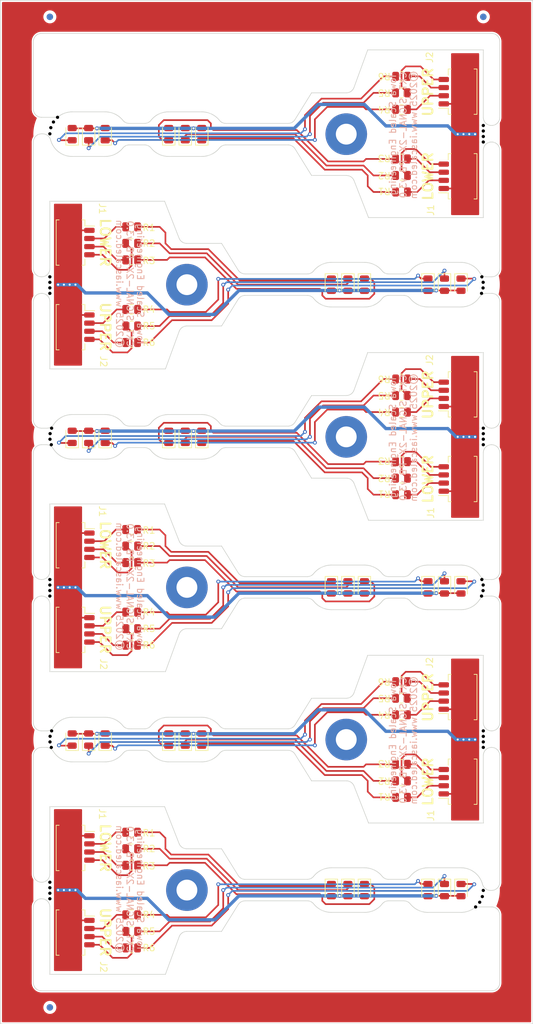
<source format=kicad_pcb>
(kicad_pcb (version 20211014) (generator pcbnew)
  (layers (0 "F.Cu" signal) (31 "B.Cu" signal) (34 "B.Paste" user) (35 "F.Paste" user) (36 "B.SilkS" user "B.Silkscreen") (37 "F.SilkS" user "F.Silkscreen") (38 "B.Mask" user) (39 "F.Mask" user) (44 "Edge.Cuts" user))
  (net 0 "")
  (net 1 "Board_0-Net-(D1-Pad1)")
  (net 2 "Board_0-Net-(D1-Pad2)")
  (net 3 "Board_0-Net-(D2-Pad1)")
  (net 4 "Board_0-Net-(D3-Pad1)")
  (net 5 "Board_0-Net-(D4-Pad1)")
  (net 6 "Board_0-Net-(D5-Pad1)")
  (net 7 "Board_0-Net-(D6-Pad1)")
  (net 8 "Board_0-Net-(J1-Pad2)")
  (net 9 "Board_0-Net-(J1-Pad3)")
  (net 10 "Board_0-Net-(J1-Pad4)")
  (net 11 "Board_0-Net-(J2-Pad2)")
  (net 12 "Board_0-Net-(J2-Pad3)")
  (net 13 "Board_0-Net-(J2-Pad4)")
  (net 14 "Board_0-unconnected-(H1-Pad1)")
  (net 15 "Board_1-Net-(D1-Pad1)")
  (net 16 "Board_1-Net-(D1-Pad2)")
  (net 17 "Board_1-Net-(D2-Pad1)")
  (net 18 "Board_1-Net-(D3-Pad1)")
  (net 19 "Board_1-Net-(D4-Pad1)")
  (net 20 "Board_1-Net-(D5-Pad1)")
  (net 21 "Board_1-Net-(D6-Pad1)")
  (net 22 "Board_1-Net-(J1-Pad2)")
  (net 23 "Board_1-Net-(J1-Pad3)")
  (net 24 "Board_1-Net-(J1-Pad4)")
  (net 25 "Board_1-Net-(J2-Pad2)")
  (net 26 "Board_1-Net-(J2-Pad3)")
  (net 27 "Board_1-Net-(J2-Pad4)")
  (net 28 "Board_1-unconnected-(H1-Pad1)")
  (net 29 "Board_2-Net-(D1-Pad1)")
  (net 30 "Board_2-Net-(D1-Pad2)")
  (net 31 "Board_2-Net-(D2-Pad1)")
  (net 32 "Board_2-Net-(D3-Pad1)")
  (net 33 "Board_2-Net-(D4-Pad1)")
  (net 34 "Board_2-Net-(D5-Pad1)")
  (net 35 "Board_2-Net-(D6-Pad1)")
  (net 36 "Board_2-Net-(J1-Pad2)")
  (net 37 "Board_2-Net-(J1-Pad3)")
  (net 38 "Board_2-Net-(J1-Pad4)")
  (net 39 "Board_2-Net-(J2-Pad2)")
  (net 40 "Board_2-Net-(J2-Pad3)")
  (net 41 "Board_2-Net-(J2-Pad4)")
  (net 42 "Board_2-unconnected-(H1-Pad1)")
  (net 43 "Board_3-Net-(D1-Pad1)")
  (net 44 "Board_3-Net-(D1-Pad2)")
  (net 45 "Board_3-Net-(D2-Pad1)")
  (net 46 "Board_3-Net-(D3-Pad1)")
  (net 47 "Board_3-Net-(D4-Pad1)")
  (net 48 "Board_3-Net-(D5-Pad1)")
  (net 49 "Board_3-Net-(D6-Pad1)")
  (net 50 "Board_3-Net-(J1-Pad2)")
  (net 51 "Board_3-Net-(J1-Pad3)")
  (net 52 "Board_3-Net-(J1-Pad4)")
  (net 53 "Board_3-Net-(J2-Pad2)")
  (net 54 "Board_3-Net-(J2-Pad3)")
  (net 55 "Board_3-Net-(J2-Pad4)")
  (net 56 "Board_3-unconnected-(H1-Pad1)")
  (net 57 "Board_4-Net-(D1-Pad1)")
  (net 58 "Board_4-Net-(D1-Pad2)")
  (net 59 "Board_4-Net-(D2-Pad1)")
  (net 60 "Board_4-Net-(D3-Pad1)")
  (net 61 "Board_4-Net-(D4-Pad1)")
  (net 62 "Board_4-Net-(D5-Pad1)")
  (net 63 "Board_4-Net-(D6-Pad1)")
  (net 64 "Board_4-Net-(J1-Pad2)")
  (net 65 "Board_4-Net-(J1-Pad3)")
  (net 66 "Board_4-Net-(J1-Pad4)")
  (net 67 "Board_4-Net-(J2-Pad2)")
  (net 68 "Board_4-Net-(J2-Pad3)")
  (net 69 "Board_4-Net-(J2-Pad4)")
  (net 70 "Board_4-unconnected-(H1-Pad1)")
  (net 71 "Board_5-Net-(D1-Pad1)")
  (net 72 "Board_5-Net-(D1-Pad2)")
  (net 73 "Board_5-Net-(D2-Pad1)")
  (net 74 "Board_5-Net-(D3-Pad1)")
  (net 75 "Board_5-Net-(D4-Pad1)")
  (net 76 "Board_5-Net-(D5-Pad1)")
  (net 77 "Board_5-Net-(D6-Pad1)")
  (net 78 "Board_5-Net-(J1-Pad2)")
  (net 79 "Board_5-Net-(J1-Pad3)")
  (net 80 "Board_5-Net-(J1-Pad4)")
  (net 81 "Board_5-Net-(J2-Pad2)")
  (net 82 "Board_5-Net-(J2-Pad3)")
  (net 83 "Board_5-Net-(J2-Pad4)")
  (net 84 "Board_5-unconnected-(H1-Pad1)")
  (footprint "Resistor_SMD:R_0805_2012Metric" (layer "F.Cu") (at 127.7355 165.669 180)
    (fp_text reference "R6")
    (fp_text value "1k")
  )
  (footprint "NPTH" (layer "F.Cu") (at 181.687898 157.77722)
    (fp_text reference "KiKit_MB_12_2" hide)
    (fp_text value "NPTH" hide)
  )
  (footprint "LED_SMD:LED_0805_2012Metric" (layer "F.Cu") (at 163.5495 63.7134 -90)
    (fp_text reference "D3" hide)
    (fp_text value "GREEN")
  )
  (footprint "LED_SMD:LED_0805_2012Metric" (layer "F.Cu") (at 178.4085 156.779 -90)
    (fp_text reference "D6" hide)
    (fp_text value "GREEN")
  )
  (footprint "Resistor_SMD:R_0805_2012Metric" (layer "F.Cu") (at 169.2645 129.8296)
    (fp_text reference "R4")
    (fp_text value "1k")
  )
  (footprint "NPTH" (layer "F.Cu") (at 115.1625 62.5069)
    (fp_text reference "KiKit_MB_3_4" hide)
    (fp_text value "NPTH" hide)
  )
  (footprint "NPTH" (layer "F.Cu") (at 115.382699 134.8461)
    (fp_text reference "KiKit_MB_9_1" hide)
    (fp_text value "NPTH" hide)
  )
  (footprint "LED_SMD:LED_0805_2012Metric" (layer "F.Cu") (at 173.3285 156.779 -90)
    (fp_text reference "D4" hide)
    (fp_text value "RED")
  )
  (footprint "Resistor_SMD:R_0805_2012Metric" (layer "F.Cu") (at 127.7355 116.5962 180)
    (fp_text reference "R5")
    (fp_text value "1k")
  )
  (footprint "Resistor_SMD:R_0805_2012Metric" (layer "F.Cu") (at 169.2645 93.4568)
    (fp_text reference "R2")
    (fp_text value "1k")
  )
  (footprint "NPTH" (layer "F.Cu") (at 181.8375 39.2405)
    (fp_text reference "KiKit_MB_2_1" hide)
    (fp_text value "NPTH" hide)
  )
  (footprint "LED_SMD:LED_0805_2012Metric" (layer "F.Cu") (at 161.0095 156.779 -90)
    (fp_text reference "D2" hide)
    (fp_text value "AMBER")
  )
  (footprint "NPTH" (layer "F.Cu") (at 115.182937 87.471458)
    (fp_text reference "KiKit_MB_5_2" hide)
    (fp_text value "NPTH" hide)
  )
  (footprint "NPTH" (layer "F.Cu") (at 181.817063 63.348741)
    (fp_text reference "KiKit_MB_4_2" hide)
    (fp_text value "NPTH" hide)
  )
  (footprint "NPTH" (layer "F.Cu") (at 115.1625 111.5797)
    (fp_text reference "KiKit_MB_7_1" hide)
    (fp_text value "NPTH" hide)
  )
  (footprint "LED_SMD:LED_0805_2012Metric" (layer "F.Cu") (at 173.3285 63.7134 -90)
    (fp_text reference "D4" hide)
    (fp_text value "RED")
  )
  (footprint "LED_SMD:LED_0805_2012Metric" (layer "F.Cu") (at 133.4505 87.1068 90)
    (fp_text reference "D3" hide)
    (fp_text value "GREEN")
  )
  (footprint "NPTH" (layer "F.Cu") (at 115.182937 134.004258)
    (fp_text reference "KiKit_MB_9_2" hide)
    (fp_text value "NPTH" hide)
  )
  (footprint "MountingHole:MountingHole_3.2mm_M3_Pad" (layer "F.Cu") (at 136.2445 156.779 -90)
    (fp_text reference "H1" hide)
    (fp_text value "MountingHole")
  )
  (footprint "LED_SMD:LED_0805_2012Metric" (layer "F.Cu") (at 163.5495 110.2462 -90)
    (fp_text reference "D3" hide)
    (fp_text value "GREEN")
  )
  (footprint "NPTH" (layer "F.Cu") (at 115.71623 38.706015)
    (fp_text reference "KiKit_MB_1_3" hide)
    (fp_text value "NPTH" hide)
  )
  (footprint "Resistor_SMD:R_0805_2012Metric" (layer "F.Cu") (at 169.2645 49.464)
    (fp_text reference "R1")
    (fp_text value "1k")
  )
  (footprint "Connector_Molex:Molex_PicoBlade_53261-0471_1x04-1MP_P1.25mm_Horizontal" (layer "F.Cu") (at 178.1545 127.1066 90)
    (fp_text reference "J2")
    (fp_text value "Molex 0532610471")
  )
  (footprint "NPTH" (layer "F.Cu") (at 115.1625 109.886366)
    (fp_text reference "KiKit_MB_7_3" hide)
    (fp_text value "NPTH" hide)
  )
  (footprint "LED_SMD:LED_0805_2012Metric" (layer "F.Cu") (at 138.5305 133.6396 90)
    (fp_text reference "D1" hide)
    (fp_text value "RED")
  )
  (footprint "NPTH" (layer "F.Cu") (at 115.1625 110.733033)
    (fp_text reference "KiKit_MB_7_2" hide)
    (fp_text value "NPTH" hide)
  )
  (footprint "Connector_Molex:Molex_PicoBlade_53261-0471_1x04-1MP_P1.25mm_Horizontal" (layer "F.Cu") (at 118.8455 116.7792 -90)
    (fp_text reference "J2")
    (fp_text value "Molex 0532610471")
  )
  (footprint "LED_SMD:LED_0805_2012Metric" (layer "F.Cu") (at 133.4505 40.574 90)
    (fp_text reference "D3" hide)
    (fp_text value "GREEN")
  )
  (footprint "Resistor_SMD:R_0805_2012Metric" (layer "F.Cu") (at 169.2645 142.5296)
    (fp_text reference "R1")
    (fp_text value "1k")
  )
  (footprint "MountingHole:MountingHole_3.2mm_M3_Pad" (layer "F.Cu") (at 136.2445 63.7134 -90)
    (fp_text reference "H1" hide)
    (fp_text value "MountingHole")
  )
  (footprint "NPTH" (layer "F.Cu") (at 115.1625 65.0469)
    (fp_text reference "KiKit_MB_3_1" hide)
    (fp_text value "NPTH" hide)
  )
  (footprint "NPTH" (layer "F.Cu") (at 181.617301 62.5069)
    (fp_text reference "KiKit_MB_4_1" hide)
    (fp_text value "NPTH" hide)
  )
  (footprint "NPTH" (layer "F.Cu") (at 115.1625 155.5725)
    (fp_text reference "KiKit_MB_11_4" hide)
    (fp_text value "NPTH" hide)
  )
  (footprint "NPTH" (layer "F.Cu") (at 181.8375 85.7733)
    (fp_text reference "KiKit_MB_6_1" hide)
    (fp_text value "NPTH" hide)
  )
  (footprint "NPTH" (layer "F.Cu") (at 115.1625 158.1125)
    (fp_text reference "KiKit_MB_11_1" hide)
    (fp_text value "NPTH" hide)
  )
  (footprint "Connector_Molex:Molex_PicoBlade_53261-0471_1x04-1MP_P1.25mm_Horizontal" (layer "F.Cu") (at 118.8455 163.312 -90)
    (fp_text reference "J2")
    (fp_text value "Molex 0532610471")
  )
  (footprint "LED_SMD:LED_0805_2012Metric" (layer "F.Cu") (at 138.5305 87.1068 90)
    (fp_text reference "D1" hide)
    (fp_text value "RED")
  )
  (footprint "LED_SMD:LED_0805_2012Metric" (layer "F.Cu") (at 118.5915 133.6396 90)
    (fp_text reference "D6" hide)
    (fp_text value "GREEN")
  )
  (footprint "LED_SMD:LED_0805_2012Metric" (layer "F.Cu") (at 123.6715 40.574 90)
    (fp_text reference "D4" hide)
    (fp_text value "RED")
  )
  (footprint "Connector_Molex:Molex_PicoBlade_53261-0471_1x04-1MP_P1.25mm_Horizontal" (layer "F.Cu") (at 118.8455 70.2464 -90)
    (fp_text reference "J2")
    (fp_text value "Molex 0532610471")
  )
  (footprint "NPTH" (layer "F.Cu") (at 181.8375 133.152766)
    (fp_text reference "KiKit_MB_10_2" hide)
    (fp_text value "NPTH" hide)
  )
  (footprint "LED_SMD:LED_0805_2012Metric" (layer "F.Cu") (at 175.8685 110.2462 -90)
    (fp_text reference "D5" hide)
    (fp_text value "AMBER")
  )
  (footprint "LED_SMD:LED_0805_2012Metric" (layer "F.Cu") (at 123.6715 87.1068 90)
    (fp_text reference "D4" hide)
    (fp_text value "RED")
  )
  (footprint "NPTH" (layer "F.Cu") (at 115.433572 85.7733)
    (fp_text reference "KiKit_MB_5_4" hide)
    (fp_text value "NPTH" hide)
  )
  (footprint "Resistor_SMD:R_0805_2012Metric" (layer "F.Cu") (at 127.7355 150.429 180)
    (fp_text reference "R2")
    (fp_text value "1k")
  )
  (footprint "NPTH" (layer "F.Cu") (at 115.1625 109.0397)
    (fp_text reference "KiKit_MB_7_4" hide)
    (fp_text value "NPTH" hide)
  )
  (footprint "NPTH" (layer "F.Cu") (at 181.799736 64.213764)
    (fp_text reference "KiKit_MB_4_3" hide)
    (fp_text value "NPTH" hide)
  )
  (footprint "Resistor_SMD:R_0805_2012Metric" (layer "F.Cu") (at 127.7355 67.5234 180)
    (fp_text reference "R4")
    (fp_text value "1k")
  )
  (footprint "Resistor_SMD:R_0805_2012Metric" (layer "F.Cu") (at 169.2645 127.2896)
    (fp_text reference "R5")
    (fp_text value "1k")
  )
  (footprint "MountingHole:MountingHole_3.2mm_M3_Pad" (layer "F.Cu") (at 160.7555 40.574 90)
    (fp_text reference "H1" hide)
    (fp_text value "MountingHole")
  )
  (footprint "Resistor_SMD:R_0805_2012Metric" (layer "F.Cu") (at 127.7355 59.9034 180)
    (fp_text reference "R3")
    (fp_text value "1k")
  )
  (footprint "Resistor_SMD:R_0805_2012Metric" (layer "F.Cu") (at 169.2645 124.7496)
    (fp_text reference "R6")
    (fp_text value "1k")
  )
  (footprint "Resistor_SMD:R_0805_2012Metric" (layer "F.Cu") (at 127.7355 114.0562 180)
    (fp_text reference "R4")
    (fp_text value "1k")
  )
  (footprint "Fiducial" (layer "F.Cu") (at 115.1625 22.54)
    (fp_text reference "KiKit_FID_T_1" hide)
    (fp_text value "Fiducial" hide)
  )
  (footprint "LED_SMD:LED_0805_2012Metric" (layer "F.Cu") (at 135.9905 133.6396 90)
    (fp_text reference "D2" hide)
    (fp_text value "AMBER")
  )
  (footprint "NPTH" (layer "F.Cu") (at 181.617301 109.0397)
    (fp_text reference "KiKit_MB_8_1" hide)
    (fp_text value "NPTH" hide)
  )
  (footprint "Resistor_SMD:R_0805_2012Metric" (layer "F.Cu") (at 127.7355 72.6034 180)
    (fp_text reference "R6")
    (fp_text value "1k")
  )
  (footprint "Resistor_SMD:R_0805_2012Metric" (layer "F.Cu") (at 127.7355 160.589 180)
    (fp_text reference "R4")
    (fp_text value "1k")
  )
  (footprint "LED_SMD:LED_0805_2012Metric" (layer "F.Cu") (at 118.5915 87.1068 90)
    (fp_text reference "D6" hide)
    (fp_text value "GREEN")
  )
  (footprint "NPTH" (layer "F.Cu") (at 181.566428 65.0469)
    (fp_text reference "KiKit_MB_4_4" hide)
    (fp_text value "NPTH" hide)
  )
  (footprint "NPTH" (layer "F.Cu") (at 115.1625 156.419166)
    (fp_text reference "KiKit_MB_11_3" hide)
    (fp_text value "NPTH" hide)
  )
  (footprint "NPTH" (layer "F.Cu") (at 115.1625 63.353566)
    (fp_text reference "KiKit_MB_3_3" hide)
    (fp_text value "NPTH" hide)
  )
  (footprint "Resistor_SMD:R_0805_2012Metric" (layer "F.Cu") (at 169.2645 78.2168)
    (fp_text reference "R6")
    (fp_text value "1k")
  )
  (footprint "Connector_Molex:Molex_PicoBlade_53261-0471_1x04-1MP_P1.25mm_Horizontal" (layer "F.Cu") (at 178.1545 93.5838 90)
    (fp_text reference "J1")
    (fp_text value "Molex 0532610471")
  )
  (footprint "NPTH" (layer "F.Cu") (at 181.8375 134.8461)
    (fp_text reference "KiKit_MB_10_4" hide)
    (fp_text value "NPTH" hide)
  )
  (footprint "NPTH" (layer "F.Cu") (at 181.8375 40.933833)
    (fp_text reference "KiKit_MB_2_3" hide)
    (fp_text value "NPTH" hide)
  )
  (footprint "NPTH" (layer "F.Cu") (at 181.8375 88.3133)
    (fp_text reference "KiKit_MB_6_4" hide)
    (fp_text value "NPTH" hide)
  )
  (footprint "Connector_Molex:Molex_PicoBlade_53261-0471_1x04-1MP_P1.25mm_Horizontal" (layer "F.Cu") (at 178.1545 140.1166 90)
    (fp_text reference "J1")
    (fp_text value "Molex 0532610471")
  )
  (footprint "NPTH" (layer "F.Cu") (at 115.1625 64.200233)
    (fp_text reference "KiKit_MB_3_2" hide)
    (fp_text value "NPTH" hide)
  )
  (footprint "Resistor_SMD:R_0805_2012Metric" (layer "F.Cu") (at 169.2645 31.684)
    (fp_text reference "R6")
    (fp_text value "1k")
  )
  (footprint "NPTH" (layer "F.Cu") (at 115.200264 86.606435)
    (fp_text reference "KiKit_MB_5_3" hide)
    (fp_text value "NPTH" hide)
  )
  (footprint "LED_SMD:LED_0805_2012Metric" (layer "F.Cu") (at 135.9905 87.1068 90)
    (fp_text reference "D2" hide)
    (fp_text value "AMBER")
  )
  (footprint "Resistor_SMD:R_0805_2012Metric" (layer "F.Cu") (at 127.7355 119.1362 180)
    (fp_text reference "R6")
    (fp_text value "1k")
  )
  (footprint "Resistor_SMD:R_0805_2012Metric" (layer "F.Cu") (at 169.2645 139.9896)
    (fp_text reference "R2")
    (fp_text value "1k")
  )
  (footprint "Resistor_SMD:R_0805_2012Metric" (layer "F.Cu") (at 169.2645 83.2968)
    (fp_text reference "R4")
    (fp_text value "1k")
  )
  (footprint "LED_SMD:LED_0805_2012Metric" (layer "F.Cu") (at 158.4695 156.779 -90)
    (fp_text reference "D1" hide)
    (fp_text value "RED")
  )
  (footprint "NPTH" (layer "F.Cu") (at 181.8375 133.999433)
    (fp_text reference "KiKit_MB_10_3" hide)
    (fp_text value "NPTH" hide)
  )
  (footprint "LED_SMD:LED_0805_2012Metric" (layer "F.Cu") (at 161.0095 63.7134 -90)
    (fp_text reference "D2" hide)
    (fp_text value "AMBER")
  )
  (footprint "Connector_Molex:Molex_PicoBlade_53261-0471_1x04-1MP_P1.25mm_Horizontal" (layer "F.Cu") (at 178.1545 80.5738 90)
    (fp_text reference "J2")
    (fp_text value "Molex 0532610471")
  )
  (footprint "LED_SMD:LED_0805_2012Metric" (layer "F.Cu") (at 161.0095 110.2462 -90)
    (fp_text reference "D2" hide)
    (fp_text value "AMBER")
  )
  (footprint "NPTH" (layer "F.Cu") (at 180.653373 159.3698)
    (fp_text reference "KiKit_MB_12_4" hide)
    (fp_text value "NPTH" hide)
  )
  (footprint "Resistor_SMD:R_0805_2012Metric" (layer "F.Cu") (at 169.2645 137.4496)
    (fp_text reference "R3")
    (fp_text value "1k")
  )
  (footprint "Resistor_SMD:R_0805_2012Metric" (layer "F.Cu") (at 127.7355 70.0634 180)
    (fp_text reference "R5")
    (fp_text value "1k")
  )
  (footprint "Resistor_SMD:R_0805_2012Metric" (layer "F.Cu") (at 127.7355 103.8962 180)
    (fp_text reference "R2")
    (fp_text value "1k")
  )
  (footprint "Resistor_SMD:R_0805_2012Metric" (layer "F.Cu") (at 127.7355 57.3634 180)
    (fp_text reference "R2")
    (fp_text value "1k")
  )
  (footprint "LED_SMD:LED_0805_2012Metric" (layer "F.Cu") (at 173.3285 110.2462 -90)
    (fp_text reference "D4" hide)
    (fp_text value "RED")
  )
  (footprint "LED_SMD:LED_0805_2012Metric" (layer "F.Cu") (at 121.1315 133.6396 90)
    (fp_text reference "D5" hide)
    (fp_text value "AMBER")
  )
  (footprint "Resistor_SMD:R_0805_2012Metric" (layer "F.Cu") (at 127.7355 152.969 180)
    (fp_text reference "R3")
    (fp_text value "1k")
  )
  (footprint "NPTH" (layer "F.Cu") (at 115.382699 88.3133)
    (fp_text reference "KiKit_MB_5_1" hide)
    (fp_text value "NPTH" hide)
  )
  (footprint "NPTH" (layer "F.Cu") (at 181.8375 86.619966)
    (fp_text reference "KiKit_MB_6_2" hide)
    (fp_text value "NPTH" hide)
  )
  (footprint "LED_SMD:LED_0805_2012Metric" (layer "F.Cu") (at 175.8685 156.779 -90)
    (fp_text reference "D5" hide)
    (fp_text value "AMBER")
  )
  (footprint "Resistor_SMD:R_0805_2012Metric" (layer "F.Cu") (at 127.7355 147.889 180)
    (fp_text reference "R1")
    (fp_text value "1k")
  )
  (footprint "Resistor_SMD:R_0805_2012Metric" (layer "F.Cu") (at 169.2645 46.924)
    (fp_text reference "R2")
    (fp_text value "1k")
  )
  (footprint "Resistor_SMD:R_0805_2012Metric" (layer "F.Cu") (at 127.7355 101.3562 180)
    (fp_text reference "R1")
    (fp_text value "1k")
  )
  (footprint "MountingHole:MountingHole_3.2mm_M3_Pad" (layer "F.Cu") (at 160.7555 133.6396 90)
    (fp_text reference "H1" hide)
    (fp_text value "MountingHole")
  )
  (footprint "NPTH" (layer "F.Cu") (at 181.8375 132.3061)
    (fp_text reference "KiKit_MB_10_1" hide)
    (fp_text value "NPTH" hide)
  )
  (footprint "NPTH" (layer "F.Cu") (at 115.433572 132.3061)
    (fp_text reference "KiKit_MB_9_4" hide)
    (fp_text value "NPTH" hide)
  )
  (footprint "NPTH" (layer "F.Cu") (at 181.566428 111.5797)
    (fp_text reference "KiKit_MB_8_4" hide)
    (fp_text value "NPTH" hide)
  )
  (footprint "NPTH" (layer "F.Cu") (at 115.1625 157.265833)
    (fp_text reference "KiKit_MB_11_2" hide)
    (fp_text value "NPTH" hide)
  )
  (footprint "NPTH" (layer "F.Cu") (at 181.28377 158.646985)
    (fp_text reference "KiKit_MB_12_3" hide)
    (fp_text value "NPTH" hide)
  )
  (footprint "NPTH" (layer "F.Cu") (at 181.836434 156.8298)
    (fp_text reference "KiKit_MB_12_1" hide)
    (fp_text value "NPTH" hide)
  )
  (footprint "LED_SMD:LED_0805_2012Metric" (layer "F.Cu") (at 133.4505 133.6396 90)
    (fp_text reference "D3" hide)
    (fp_text value "GREEN")
  )
  (footprint "LED_SMD:LED_0805_2012Metric" (layer "F.Cu") (at 158.4695 110.2462 -90)
    (fp_text reference "D1" hide)
    (fp_text value "RED")
  )
  (footprint "LED_SMD:LED_0805_2012Metric" (layer "F.Cu") (at 123.6715 133.6396 90)
    (fp_text reference "D4" hide)
    (fp_text value "RED")
  )
  (footprint "LED_SMD:LED_0805_2012Metric" (layer "F.Cu") (at 121.1315 87.1068 90)
    (fp_text reference "D5" hide)
    (fp_text value "AMBER")
  )
  (footprint "MountingHole:MountingHole_3.2mm_M3_Pad" (layer "F.Cu") (at 160.7555 87.1068 90)
    (fp_text reference "H1" hide)
    (fp_text value "MountingHole")
  )
  (footprint "LED_SMD:LED_0805_2012Metric" (layer "F.Cu") (at 135.9905 40.574 90)
    (fp_text reference "D2" hide)
    (fp_text value "AMBER")
  )
  (footprint "NPTH" (layer "F.Cu") (at 181.8375 40.087167)
    (fp_text reference "KiKit_MB_2_2" hide)
    (fp_text value "NPTH" hide)
  )
  (footprint "Fiducial" (layer "F.Cu") (at 181.8375 22.54)
    (fp_text reference "KiKit_FID_T_2" hide)
    (fp_text value "Fiducial" hide)
  )
  (footprint "Resistor_SMD:R_0805_2012Metric" (layer "F.Cu") (at 169.2645 90.9168)
    (fp_text reference "R3")
    (fp_text value "1k")
  )
  (footprint "Resistor_SMD:R_0805_2012Metric" (layer "F.Cu") (at 169.2645 44.384)
    (fp_text reference "R3")
    (fp_text value "1k")
  )
  (footprint "LED_SMD:LED_0805_2012Metric" (layer "F.Cu") (at 178.4085 63.7134 -90)
    (fp_text reference "D6" hide)
    (fp_text value "GREEN")
  )
  (footprint "NPTH" (layer "F.Cu") (at 116.346627 37.9832)
    (fp_text reference "KiKit_MB_1_4" hide)
    (fp_text value "NPTH" hide)
  )
  (footprint "Fiducial" (layer "F.Cu") (at 115.1625 174.813)
    (fp_text reference "KiKit_FID_T_3" hide)
    (fp_text value "Fiducial" hide)
  )
  (footprint "LED_SMD:LED_0805_2012Metric" (layer "F.Cu") (at 158.4695 63.7134 -90)
    (fp_text reference "D1" hide)
    (fp_text value "RED")
  )
  (footprint "Connector_Molex:Molex_PicoBlade_53261-0471_1x04-1MP_P1.25mm_Horizontal" (layer "F.Cu") (at 118.8455 150.302 -90)
    (fp_text reference "J1")
    (fp_text value "Molex 0532610471")
  )
  (footprint "Resistor_SMD:R_0805_2012Metric" (layer "F.Cu") (at 169.2645 80.7568)
    (fp_text reference "R5")
    (fp_text value "1k")
  )
  (footprint "Connector_Molex:Molex_PicoBlade_53261-0471_1x04-1MP_P1.25mm_Horizontal" (layer "F.Cu") (at 118.8455 103.7692 -90)
    (fp_text reference "J1")
    (fp_text value "Molex 0532610471")
  )
  (footprint "Resistor_SMD:R_0805_2012Metric" (layer "F.Cu") (at 169.2645 34.224)
    (fp_text reference "R5")
    (fp_text value "1k")
  )
  (footprint "NPTH" (layer "F.Cu") (at 115.200264 133.139235)
    (fp_text reference "KiKit_MB_9_3" hide)
    (fp_text value "NPTH" hide)
  )
  (footprint "LED_SMD:LED_0805_2012Metric" (layer "F.Cu") (at 118.5915 40.574 90)
    (fp_text reference "D6" hide)
    (fp_text value "GREEN")
  )
  (footprint "Connector_Molex:Molex_PicoBlade_53261-0471_1x04-1MP_P1.25mm_Horizontal" (layer "F.Cu") (at 178.1545 47.051 90)
    (fp_text reference "J1")
    (fp_text value "Molex 0532610471")
  )
  (footprint "NPTH" (layer "F.Cu") (at 181.8375 41.7805)
    (fp_text reference "KiKit_MB_2_4" hide)
    (fp_text value "NPTH" hide)
  )
  (footprint "NPTH" (layer "F.Cu") (at 181.799736 110.746564)
    (fp_text reference "KiKit_MB_8_3" hide)
    (fp_text value "NPTH" hide)
  )
  (footprint "NPTH" (layer "F.Cu") (at 181.817063 109.881541)
    (fp_text reference "KiKit_MB_8_2" hide)
    (fp_text value "NPTH" hide)
  )
  (footprint "LED_SMD:LED_0805_2012Metric" (layer "F.Cu") (at 175.8685 63.7134 -90)
    (fp_text reference "D5" hide)
    (fp_text value "AMBER")
  )
  (footprint "MountingHole:MountingHole_3.2mm_M3_Pad" (layer "F.Cu") (at 136.2445 110.2462 -90)
    (fp_text reference "H1" hide)
    (fp_text value "MountingHole")
  )
  (footprint "LED_SMD:LED_0805_2012Metric" (layer "F.Cu") (at 178.4085 110.2462 -90)
    (fp_text reference "D6" hide)
    (fp_text value "GREEN")
  )
  (footprint "Connector_Molex:Molex_PicoBlade_53261-0471_1x04-1MP_P1.25mm_Horizontal" (layer "F.Cu") (at 118.8455 57.2364 -90)
    (fp_text reference "J1")
    (fp_text value "Molex 0532610471")
  )
  (footprint "NPTH" (layer "F.Cu") (at 181.8375 87.466633)
    (fp_text reference "KiKit_MB_6_3" hide)
    (fp_text value "NPTH" hide)
  )
  (footprint "LED_SMD:LED_0805_2012Metric" (layer "F.Cu") (at 121.1315 40.574 90)
    (fp_text reference "D5" hide)
    (fp_text value "AMBER")
  )
  (footprint "Resistor_SMD:R_0805_2012Metric" (layer "F.Cu") (at 127.7355 163.129 180)
    (fp_text reference "R5")
    (fp_text value "1k")
  )
  (footprint "Resistor_SMD:R_0805_2012Metric" (layer "F.Cu") (at 169.2645 36.764)
    (fp_text reference "R4")
    (fp_text value "1k")
  )
  (footprint "Resistor_SMD:R_0805_2012Metric" (layer "F.Cu") (at 169.2645 95.9968)
    (fp_text reference "R1")
    (fp_text value "1k")
  )
  (footprint "Connector_Molex:Molex_PicoBlade_53261-0471_1x04-1MP_P1.25mm_Horizontal" (layer "F.Cu") (at 178.1545 34.041 90)
    (fp_text reference "J2")
    (fp_text value "Molex 0532610471")
  )
  (footprint "LED_SMD:LED_0805_2012Metric" (layer "F.Cu") (at 163.5495 156.779 -90)
    (fp_text reference "D3" hide)
    (fp_text value "GREEN")
  )
  (footprint "Resistor_SMD:R_0805_2012Metric" (layer "F.Cu") (at 127.7355 106.4362 180)
    (fp_text reference "R3")
    (fp_text value "1k")
  )
  (footprint "Resistor_SMD:R_0805_2012Metric" (layer "F.Cu") (at 127.7355 54.8234 180)
    (fp_text reference "R1")
    (fp_text value "1k")
  )
  (footprint "NPTH" (layer "F.Cu") (at 115.312102 39.57578)
    (fp_text reference "KiKit_MB_1_2" hide)
    (fp_text value "NPTH" hide)
  )
  (footprint "LED_SMD:LED_0805_2012Metric" (layer "F.Cu") (at 138.5305 40.574 90)
    (fp_text reference "D1" hide)
    (fp_text value "RED")
  )
  (footprint "NPTH" (layer "F.Cu") (at 115.163566 40.5232)
    (fp_text reference "KiKit_MB_1_1" hide)
    (fp_text value "NPTH" hide)
  )
  (footprint "Fiducial" (layer "B.Cu") (at 181.8375 22.54)
    (fp_text reference "KiKit_FID_B_2" hide)
    (fp_text value "Fiducial" hide)
  )
  (footprint "Fiducial" (layer "B.Cu") (at 115.1625 174.813)
    (fp_text reference "KiKit_FID_B_3" hide)
    (fp_text value "Fiducial" hide)
  )
  (footprint "Fiducial" (layer "B.Cu") (at 115.1625 22.54)
    (fp_text reference "KiKit_FID_B_1" hide)
    (fp_text value "Fiducial" hide)
  )
  (gr_line (start 155.361778 108.441715) (end 155.305866 108.470384) (layer "Edge.Cuts") (width 0.1))
  (gr_line (start 132.905872 37.179332) (end 132.905615 37.179372) (layer "Edge.Cuts") (width 0.1))
  (gr_line (start 181.834938 146.462997) (end 181.835249 146.462618) (layer "Edge.Cuts") (width 0.1))
  (gr_line (start 181.387264 111.986144) (end 181.429843 111.942108) (layer "Edge.Cuts") (width 0.1))
  (gr_line (start 165.609307 60.954817) (end 165.609092 60.954664) (layer "Edge.Cuts") (width 0.1))
  (gr_line (start 160.910678 46.930267) (end 160.97303 46.938082) (layer "Edge.Cuts") (width 0.1))
  (gr_line (start 113.69762 37.969559) (end 113.636686 37.958986) (layer "Edge.Cuts") (width 0.1))
  (gr_line (start 113.882622 158.1125) (end 113.902377 158.1125) (layer "Edge.Cuts") (width 0.1))
  (gr_line (start 127.132217 131.963607) (end 127.070959 131.949623) (layer "Edge.Cuts") (width 0.1))
  (gr_line (start 181.829557 120.685976) (end 181.829075 120.685881) (layer "Edge.Cuts") (width 0.1))
  (gr_line (start 114.727278 88.319269) (end 114.788154 88.326715) (layer "Edge.Cuts") (width 0.1))
  (gr_line (start 115.166102 169.730438) (end 115.166481 169.730749) (layer "Edge.Cuts") (width 0.1))
  (gr_line (start 179.910377 113.328398) (end 180.034343 113.264845) (layer "Edge.Cuts") (width 0.1))
  (gr_line (start 132.947733 169.718668) (end 132.947819 169.71844) (layer "Edge.Cuts") (width 0.1))
  (gr_line (start 141.694152 38.798184) (end 141.63824 38.769515) (layer "Edge.Cuts") (width 0.1))
  (gr_line (start 181.098807 61.587877) (end 181.07938 61.563517) (layer "Edge.Cuts") (width 0.1))
  (gr_line (start 112.676758 89.207542) (end 112.696157 89.148819) (layer "Edge.Cuts") (width 0.1))
  (gr_line (start 155.468951 112.116199) (end 155.519965 112.152882) (layer "Edge.Cuts") (width 0.1))
  (gr_line (start 126.408804 89.217814) (end 126.409147 89.217462) (layer "Edge.Cuts") (width 0.1))
  (gr_line (start 138.91599 37.166686) (end 138.883179 37.163208) (layer "Edge.Cuts") (width 0.1))
  (gr_line (start 164.183498 53.396815) (end 164.183808 53.397205) (layer "Edge.Cuts") (width 0.1))
  (gr_line (start 184.198235 42.392732) (end 184.228718 42.446541) (layer "Edge.Cuts") (width 0.1))
  (gr_line (start 115.798588 131.65082) (end 115.798445 131.651025) (layer "Edge.Cuts") (width 0.1))
  (gr_line (start 116.965436 130.621071) (end 116.938072 130.635972) (layer "Edge.Cuts") (width 0.1))
  (gr_line (start 116.81721 84.172948) (end 116.816996 84.173076) (layer "Edge.Cuts") (width 0.1))
  (gr_line (start 155.421509 34.226002) (end 155.421118 34.226286) (layer "Edge.Cuts") (width 0.1))
  (gr_line (start 152.680027 135.648715) (end 152.722558 135.692263) (layer "Edge.Cuts") (width 0.1))
  (gr_line (start 171.711561 66.746261) (end 171.711794 66.746385) (layer "Edge.Cuts") (width 0.1))
  (gr_line (start 181.958476 85.052018) (end 181.933414 84.995479) (layer "Edge.Cuts") (width 0.1))
  (gr_line (start 182.449732 135.025364) (end 182.503541 134.994881) (layer "Edge.Cuts") (width 0.1))
  (gr_line (start 173.336776 60.2844) (end 173.320226 60.28462) (layer "Edge.Cuts") (width 0.1))
  (gr_line (start 152.588907 135.56803) (end 152.635442 135.607272) (layer "Edge.Cuts") (width 0.1))
  (gr_line (start 144.277441 61.660736) (end 144.237062 61.615184) (layer "Edge.Cuts") (width 0.1))
  (gr_line (start 183.117377 156.8298) (end 182.938245 156.8298) (layer "Edge.Cuts") (width 0.1))
  (gr_line (start 118.436157 37.148877) (end 118.405038 37.15043) (layer "Edge.Cuts") (width 0.1))
  (gr_line (start 181.835249 74.156781) (end 181.834938 74.156402) (layer "Edge.Cuts") (width 0.1))
  (gr_line (start 116.790409 43.491476) (end 116.816996 43.507723) (layer "Edge.Cuts") (width 0.1))
  (gr_line (start 117.089622 136.721798) (end 117.089846 136.721909) (layer "Edge.Cuts") (width 0.1))
  (gr_line (start 139.428041 136.951183) (end 139.428297 136.951117) (layer "Edge.Cuts") (width 0.1))
  (gr_line (start 155.130525 158.485996) (end 155.190086 158.50601) (layer "Edge.Cuts") (width 0.1))
  (gr_line (start 183.765267 85.594035) (end 183.711458 85.624518) (layer "Edge.Cuts") (width 0.1))
  (gr_line (start 179.403973 153.498052) (end 179.269872 153.460322) (layer "Edge.Cuts") (width 0.1))
  (gr_line (start 112.62857 84.636801) (end 112.62402 84.575125) (layer "Edge.Cuts") (width 0.1))
  (gr_line (start 113.40032 40.619114) (end 113.458019 40.596857) (layer "Edge.Cuts") (width 0.1))
  (gr_line (start 124.421945 83.759573) (end 124.421687 83.759514) (layer "Edge.Cuts") (width 0.1))
  (gr_line (start 125.421372 37.614052) (end 125.421142 37.613922) (layer "Edge.Cuts") (width 0.1))
  (gr_line (start 130.328514 131.836936) (end 130.27286 131.865271) (layer "Edge.Cuts") (width 0.1))
  (gr_line (start 115.172388 76.667263) (end 115.17784 76.667396) (layer "Edge.Cuts") (width 0.1))
  (gr_line (start 123.679773 90.535579) (end 123.679906 90.535577) (layer "Edge.Cuts") (width 0.1))
  (gr_line (start 181.836508 99.927718) (end 181.836696 99.927265) (layer "Edge.Cuts") (width 0.1))
  (gr_line (start 132.81353 97.420761) (end 132.813092 97.420522) (layer "Edge.Cuts") (width 0.1))
  (gr_line (start 164.062935 74.153149) (end 164.062456 74.153244) (layer "Edge.Cuts") (width 0.1))
  (gr_line (start 166.888474 62.006403) (end 166.828913 61.986389) (layer "Edge.Cuts") (width 0.1))
  (gr_line (start 157.394331 106.986787) (end 157.362979 106.997067) (layer "Edge.Cuts") (width 0.1))
  (gr_line (start 132.814765 50.888803) (end 132.814367 50.888502) (layer "Edge.Cuts") (width 0.1))
  (gr_line (start 126.042861 84.603545) (end 126.042668 84.603364) (layer "Edge.Cuts") (width 0.1))
  (gr_line (start 183.916833 108.75369) (end 183.868079 108.791739) (layer "Edge.Cuts") (width 0.1))
  (gr_line (start 115.398555 135.127557) (end 115.445231 135.167341) (layer "Edge.Cuts") (width 0.1))
  (gr_line (start 117.117918 90.202628) (end 117.118144 90.202734) (layer "Edge.Cuts") (width 0.1))
  (gr_line (start 172.221979 60.464267) (end 172.221729 60.464353) (layer "Edge.Cuts") (width 0.1))
  (gr_line (start 124.05699 83.699486) (end 124.024179 83.696008) (layer "Edge.Cuts") (width 0.1))
  (gr_line (start 166.287483 154.668697) (end 166.287471 154.668683) (layer "Edge.Cuts") (width 0.1))
  (gr_line (start 115.162996 169.725533) (end 115.163138 169.726002) (layer "Edge.Cuts") (width 0.1))
  (gr_line (start 165.136631 153.730799) (end 165.00027 153.665121) (layer "Edge.Cuts") (width 0.1))
  (gr_line (start 112.991547 85.404252) (end 112.948903 85.359462) (layer "Edge.Cuts") (width 0.1))
  (gr_line (start 132.552954 43.885597) (end 132.700054 43.921226) (layer "Edge.Cuts") (width 0.1))
  (gr_line (start 133.442119 137.068378) (end 133.442251 137.068381) (layer "Edge.Cuts") (width 0.1))
  (gr_line (start 166.372992 158.805959) (end 166.417899 158.762558) (layer "Edge.Cuts") (width 0.1))
  (gr_line (start 115.170442 123.199823) (end 115.170924 123.199918) (layer "Edge.Cuts") (width 0.1))
  (gr_line (start 116.270874 131.115655) (end 116.248033 131.136848) (layer "Edge.Cuts") (width 0.1))
  (gr_line (start 139.066286 43.961343) (end 139.066548 43.961305) (layer "Edge.Cuts") (width 0.1))
  (gr_line (start 115.171409 97.419409) (end 115.170924 97.419481) (layer "Edge.Cuts") (width 0.1))
  (gr_line (start 124.778275 130.390538) (end 124.778025 130.390453) (layer "Edge.Cuts") (width 0.1))
  (gr_line (start 184.303842 155.99428) (end 184.281585 156.051979) (layer "Edge.Cuts") (width 0.1))
  (gr_line (start 125.288432 90.139648) (end 125.421135 90.066864) (layer "Edge.Cuts") (width 0.1))
  (gr_line (start 179.881855 60.617465) (end 179.754875 60.56017) (layer "Edge.Cuts") (width 0.1))
  (gr_line (start 115.901039 84.981474) (end 115.816924 85.092521) (layer "Edge.Cuts") (width 0.1))
  (gr_line (start 180.209801 159.696344) (end 180.326823 159.620763) (layer "Edge.Cuts") (width 0.1))
  (gr_line (start 116.39976 131.002961) (end 116.399567 131.003119) (layer "Edge.Cuts") (width 0.1))
  (gr_line (start 112.6225 107.779577) (end 112.6225 89.573422) (layer "Edge.Cuts") (width 0.1))
  (gr_line (start 132.81754 50.892284) (end 132.817312 50.89184) (layer "Edge.Cuts") (width 0.1))
  (gr_line (start 181.833518 120.68785) (end 181.833124 120.687557) (layer "Edge.Cuts") (width 0.1))
  (gr_line (start 141.694152 85.330984) (end 141.63824 85.302315) (layer "Edge.Cuts") (width 0.1))
  (gr_line (start 158.083748 153.371732) (end 157.933713 153.391656) (layer "Edge.Cuts") (width 0.1))
  (gr_line (start 115.165391 50.889638) (end 115.165061 50.890002) (layer "Edge.Cuts") (width 0.1))
  (gr_line (start 114.268257 65.101158) (end 114.32698 65.120557) (layer "Edge.Cuts") (width 0.1))
  (gr_line (start 130.710179 84.98654) (end 130.669708 85.034267) (layer "Edge.Cuts") (width 0.1))
  (gr_line (start 164.182459 99.927915) (end 164.182687 99.928359) (layer "Edge.Cuts") (width 0.1))
  (gr_line (start 158.461119 67.142178) (end 158.461251 67.142181) (layer "Edge.Cuts") (width 0.1))
  (gr_line (start 135.394188 163.452008) (end 135.440917 163.412015) (layer "Edge.Cuts") (width 0.1))
  (gr_line (start 161.946925 79.929108) (end 161.924368 79.98646) (layer "Edge.Cuts") (width 0.1))
  (gr_line (start 170.428106 61.767536) (end 170.378984 61.806717) (layer "Edge.Cuts") (width 0.1))
  (gr_line (start 172.253327 66.972826) (end 172.253579 66.972905) (layer "Edge.Cuts") (width 0.1))
  (gr_line (start 113.234732 85.594035) (end 113.182483 85.560949) (layer "Edge.Cuts") (width 0.1))
  (gr_line (start 163.742356 160.205629) (end 163.742615 160.205617) (layer "Edge.Cuts") (width 0.1))
  (gr_line (start 163.55788 106.817421) (end 163.557748 106.817418) (layer "Edge.Cuts") (width 0.1))
  (gr_line (start 183.656218 88.434276) (end 183.711458 88.462081) (layer "Edge.Cuts") (width 0.1))
  (gr_line (start 125.421135 43.534064) (end 125.421365 43.533934) (layer "Edge.Cuts") (width 0.1))
  (gr_line (start 172.943009 160.186313) (end 172.97582 160.189791) (layer "Edge.Cuts") (width 0.1))
  (gr_line (start 107.543491 20.006081) (end 107.543303 20.006534) (layer "Edge.Cuts") (width 0.1))
  (gr_line (start 182.032395 62.453534) (end 181.97411 62.43445) (layer "Edge.Cuts") (width 0.1))
  (gr_line (start 183.711458 39.091718) (end 183.656218 39.119523) (layer "Edge.Cuts") (width 0.1))
  (gr_line (start 117.274296 90.272326) (end 117.403973 90.323221) (layer "Edge.Cuts") (width 0.1))
  (gr_line (start 152.588907 131.711169) (end 152.540532 131.748117) (layer "Edge.Cuts") (width 0.1))
  (gr_line (start 156.409916 60.954676) (end 156.409701 60.954829) (layer "Edge.Cuts") (width 0.1))
  (gr_line (start 156.263342 61.067333) (end 156.263136 61.067497) (layer "Edge.Cuts") (width 0.1))
  (gr_line (start 112.63614 159.18762) (end 112.646713 159.126686) (layer "Edge.Cuts") (width 0.1))
  (gr_line (start 161.924368 33.45366) (end 161.89909 33.509731) (layer "Edge.Cuts") (width 0.1))
  (gr_line (start 170.220759 112.050684) (end 170.275172 112.082105) (layer "Edge.Cuts") (width 0.1))
  (gr_line (start 126.409471 89.217093) (end 126.437077 89.184187) (layer "Edge.Cuts") (width 0.1))
  (gr_line (start 116.790198 37.656655) (end 116.673176 37.732236) (layer "Edge.Cuts") (width 0.1))
  (gr_line (start 172.048192 153.592902) (end 172.047947 153.593001) (layer "Edge.Cuts") (width 0.1))
  (gr_line (start 112.63614 36.908079) (end 112.62857 36.846701) (layer "Edge.Cuts") (width 0.1))
  (gr_line (start 112.801764 108.427467) (end 112.771281 108.373658) (layer "Edge.Cuts") (width 0.1))
  (gr_line (start 115.169966 123.199703) (end 115.170442 123.199823) (layer "Edge.Cuts") (width 0.1))
  (gr_line (start 123.873038 83.684007) (end 123.872774 83.68399) (layer "Edge.Cuts") (width 0.1))
  (gr_line (start 169.680918 62.06083) (end 169.617979 62.0624) (layer "Edge.Cuts") (width 0.1))
  (gr_line (start 126.437096 38.496612) (end 126.409483 38.463697) (layer "Edge.Cuts") (width 0.1))
  (gr_line (start 170.32797 61.8434) (end 170.275191 61.877494) (layer "Edge.Cuts") (width 0.1))
  (gr_line (start 183.711458 111.728481) (end 183.765267 111.758964) (layer "Edge.Cuts") (width 0.1))
  (gr_line (start 144.459467 154.887517) (end 144.411092 154.850569) (layer "Edge.Cuts") (width 0.1))
  (gr_line (start 183.423654 109.001936) (end 183.363313 109.015486) (layer "Edge.Cuts") (width 0.1))
  (gr_line (start 116.247853 84.60422) (end 116.148127 84.70149) (layer "Edge.Cuts") (width 0.1))
  (gr_line (start 113.758998 172.266929) (end 113.69762 172.259359) (layer "Edge.Cuts") (width 0.1))
  (gr_line (start 139.06655 83.719479) (end 139.066289 83.719441) (layer "Edge.Cuts") (width 0.1))
  (gr_line (start 141.034333 38.199311) (end 141.011159 38.175825) (layer "Edge.Cuts") (width 0.1))
  (gr_line (start 157.394327 160.038426) (end 157.394579 160.038505) (layer "Edge.Cuts") (width 0.1))
  (gr_line (start 113.40032 25.175914) (end 113.458019 25.153657) (layer "Edge.Cuts") (width 0.1))
  (gr_line (start 164.055519 27.626094) (end 164.055329 27.626544) (layer "Edge.Cuts") (width 0.1))
  (gr_line (start 170.164866 61.937584) (end 170.107594 61.96343) (layer "Edge.Cuts") (width 0.1))
  (gr_line (start 127.132198 88.782792) (end 127.194077 88.771879) (layer "Edge.Cuts") (width 0.1))
  (gr_line (start 138.538906 90.535577) (end 138.698586 90.531347) (layer "Edge.Cuts") (width 0.1))
  (gr_line (start 141.586469 163.116174) (end 141.586599 163.115971) (layer "Edge.Cuts") (width 0.1))
  (gr_line (start 164.063903 27.620231) (end 164.063418 27.620278) (layer "Edge.Cuts") (width 0.1))
  (gr_line (start 132.552954 136.951197) (end 132.700054 136.986826) (layer "Edge.Cuts") (width 0.1))
  (gr_line (start 181.837363 74.162688) (end 181.837339 74.162198) (layer "Edge.Cuts") (width 0.1))
  (gr_line (start 115.16475 97.423181) (end 115.164457 97.423575) (layer "Edge.Cuts") (width 0.1))
  (gr_line (start 126.042861 38.070745) (end 126.042668 38.070564) (layer "Edge.Cuts") (width 0.1))
  (gr_line (start 163.709817 113.673928) (end 163.710079 113.673922) (layer "Edge.Cuts") (width 0.1))
  (gr_line (start 166.961698 111.935706) (end 167.022603 111.92189) (layer "Edge.Cuts") (width 0.1))
  (gr_line (start 181.911157 84.93778) (end 181.891758 84.879057) (layer "Edge.Cuts") (width 0.1))
  (gr_line (start 113.636686 85.749086) (end 113.576345 85.735536) (layer "Edge.Cuts") (width 0.1))
  (gr_line (start 113.882622 65.0469) (end 113.902377 65.0469) (layer "Edge.Cuts") (width 0.1))
  (gr_line (start 130.328514 38.771336) (end 130.27286 38.799671) (layer "Edge.Cuts") (width 0.1))
  (gr_line (start 182.206547 38.871452) (end 182.163903 38.826662) (layer "Edge.Cuts") (width 0.1))
  (gr_line (start 158.11682 160.189791) (end 158.117083 160.189815) (layer "Edge.Cuts") (width 0.1))
  (gr_line (start 171.90831 153.65139) (end 171.908068 153.651495) (layer "Edge.Cuts") (width 0.1))
  (gr_line (start 113.516742 158.166758) (end 113.576345 158.150263) (layer "Edge.Cuts") (width 0.1))
  (gr_line (start 113.036337 88.639703) (end 113.083166 88.599309) (layer "Edge.Cuts") (width 0.1))
  (gr_line (start 170.957331 112.749635) (end 170.981712 112.771866) (layer "Edge.Cuts") (width 0.1))
  (gr_line (start 155.43684 127.2896) (end 155.436599 127.289602) (layer "Edge.Cuts") (width 0.1))
  (gr_line (start 115.168581 50.887391) (end 115.168137 50.887601) (layer "Edge.Cuts") (width 0.1))
  (gr_line (start 171.741375 60.665212) (end 171.741139 60.66533) (layer "Edge.Cuts") (width 0.1))
  (gr_line (start 155.424098 46.923277) (end 155.424561 46.923415) (layer "Edge.Cuts") (width 0.1))
  (gr_line (start 165.412091 66.625782) (end 165.532225 66.547057) (layer "Edge.Cuts") (width 0.1))
  (gr_line (start 180.62449 154.16271) (end 180.624301 154.162547) (layer "Edge.Cuts") (width 0.1))
  (gr_line (start 132.81353 50.887961) (end 132.813092 50.887722) (layer "Edge.Cuts") (width 0.1))
  (gr_line (start 113.182483 88.52565) (end 113.234732 88.492564) (layer "Edge.Cuts") (width 0.1))
  (gr_line (start 115.166102 97.421761) (end 115.165738 97.422091) (layer "Edge.Cuts") (width 0.1))
  (gr_line (start 172.048192 107.060102) (end 172.047947 107.060201) (layer "Edge.Cuts") (width 0.1))
  (gr_line (start 145.017862 155.114784) (end 144.957859 155.104539) (layer "Edge.Cuts") (width 0.1))
  (gr_line (start 158.268251 153.356203) (end 158.267988 153.35622) (layer "Edge.Cuts") (width 0.1))
  (gr_line (start 115.163701 123.194562) (end 115.163932 123.194995) (layer "Edge.Cuts") (width 0.1))
  (gr_line (start 156.098148 154.275756) (end 155.989039 154.38065) (layer "Edge.Cuts") (width 0.1))
  (gr_line (start 171.90831 107.11859) (end 171.908068 107.118695) (layer "Edge.Cuts") (width 0.1))
  (gr_line (start 127.194077 42.239079) (end 127.256423 42.231265) (layer "Edge.Cuts") (width 0.1))
  (gr_line (start 113.516742 40.577458) (end 113.576345 40.560963) (layer "Edge.Cuts") (width 0.1))
  (gr_line (start 107.546102 177.350438) (end 107.546481 177.350749) (layer "Edge.Cuts") (width 0.1))
  (gr_line (start 164.747348 113.479712) (end 164.747594 113.479627) (layer "Edge.Cuts") (width 0.1))
  (gr_line (start 179.881855 159.874934) (end 179.882081 159.874828) (layer "Edge.Cuts") (width 0.1))
  (gr_line (start 180.725661 159.421586) (end 180.783982 159.40584) (layer "Edge.Cuts") (width 0.1))
  (gr_line (start 130.712516 42.684302) (end 130.712528 42.684316) (layer "Edge.Cuts") (width 0.1))
  (gr_line (start 182.163903 42.194337) (end 182.206547 42.149547) (layer "Edge.Cuts") (width 0.1))
  (gr_line (start 140.309099 130.696413) (end 140.308872 130.696277) (layer "Edge.Cuts") (width 0.1))
  (gr_line (start 181.891758 89.207542) (end 181.911157 89.148819) (layer "Edge.Cuts") (width 0.1))
  (gr_line (start 115.702927 135.486691) (end 115.719832 135.512865) (layer "Edge.Cuts") (width 0.1))
  (gr_line (start 160.824897 34.222495) (end 160.763288 34.224) (layer "Edge.Cuts") (width 0.1))
  (gr_line (start 167.1971 62.06083) (end 167.134442 62.056134) (layer "Edge.Cuts") (width 0.1))
  (gr_line (start 155.361759 65.517884) (end 155.416172 65.549305) (layer "Edge.Cuts") (width 0.1))
  (gr_line (start 139.63727 90.355846) (end 139.779794 90.304909) (layer "Edge.Cuts") (width 0.1))
  (gr_line (start 166.770424 108.49623) (end 166.713152 108.470384) (layer "Edge.Cuts") (width 0.1))
  (gr_line (start 184.323241 65.941142) (end 184.339736 66.000745) (layer "Edge.Cuts") (width 0.1))
  (gr_line (start 155.418825 46.919249) (end 155.419099 46.919647) (layer "Edge.Cuts") (width 0.1))
  (gr_line (start 171.908068 153.651495) (end 171.877974 153.665023) (layer "Edge.Cuts") (width 0.1))
  (gr_line (start 155.190086 158.50601) (end 155.248575 158.528969) (layer "Edge.Cuts") (width 0.1))
  (gr_line (start 126.437077 135.716987) (end 126.479809 135.670921) (layer "Edge.Cuts") (width 0.1))
  (gr_line (start 144.237062 108.147984) (end 144.198931 108.100536) (layer "Edge.Cuts") (width 0.1))
  (gr_line (start 189.456298 20.005637) (end 189.456067 20.005204) (layer "Edge.Cuts") (width 0.1))
  (gr_line (start 182.973998 88.31937) (end 183.035674 88.31482) (layer "Edge.Cuts") (width 0.1))
  (gr_line (start 130.111525 42.280996) (end 130.171086 42.30101) (layer "Edge.Cuts") (width 0.1))
  (gr_line (start 116.271059 131.115488) (end 116.270874 131.115655) (layer "Edge.Cuts") (width 0.1))
  (gr_line (start 178.903855 153.38633) (end 178.765628 153.369008) (layer "Edge.Cuts") (width 0.1))
  (gr_line (start 140.280372 84.146852) (end 140.280142 84.146722) (layer "Edge.Cuts") (width 0.1))
  (gr_line (start 170.721062 159.04299) (end 170.824484 159.153497) (layer "Edge.Cuts") (width 0.1))
  (gr_line (start 155.420741 34.226588) (end 155.420379 34.226908) (layer "Edge.Cuts") (width 0.1))
  (gr_line (start 123.679906 137.068377) (end 123.839586 137.064147) (layer "Edge.Cuts") (width 0.1))
  (gr_line (start 115.16266 97.428598) (end 115.162636 97.429088) (layer "Edge.Cuts") (width 0.1))
  (gr_line (start 164.408822 160.113192) (end 164.409075 160.113133) (layer "Edge.Cuts") (width 0.1))
  (gr_line (start 141.579258 57.365988) (end 141.578881 57.365686) (layer "Edge.Cuts") (width 0.1))
  (gr_line (start 115.610988 135.347695) (end 115.6467 135.397554) (layer "Edge.Cuts") (width 0.1))
  (gr_line (start 127.070959 38.884023) (end 127.010474 38.867003) (layer "Edge.Cuts") (width 0.1))
  (gr_line (start 130.908172 38.221459) (end 130.907996 38.22165) (layer "Edge.Cuts") (width 0.1))
  (gr_line (start 115.163138 50.893397) (end 115.162996 50.893866) (layer "Edge.Cuts") (width 0.1))
  (gr_line (start 179.881855 113.342134) (end 179.882081 113.342028) (layer "Edge.Cuts") (width 0.1))
  (gr_line (start 116.031269 89.387327) (end 116.126023 89.489447) (layer "Edge.Cuts") (width 0.1))
  (gr_line (start 115.170924 123.199918) (end 115.171409 123.19999) (layer "Edge.Cuts") (width 0.1))
  (gr_line (start 132.905872 83.712132) (end 132.905615 83.712172) (layer "Edge.Cuts") (width 0.1))
  (gr_line (start 141.991217 131.963607) (end 141.929959 131.949623) (layer "Edge.Cuts") (width 0.1))
  (gr_line (start 126.409471 42.684293) (end 126.437077 42.651387) (layer "Edge.Cuts") (width 0.1))
  (gr_line (start 130.820983 89.345918) (end 130.842884 89.370595) (layer "Edge.Cuts") (width 0.1))
  (gr_line (start 165.609307 107.487617) (end 165.609092 107.487464) (layer "Edge.Cuts") (width 0.1))
  (gr_line (start 135.306859 117.005791) (end 135.349467 116.961433) (layer "Edge.Cuts") (width 0.1))
  (gr_line (start 132.732832 43.928255) (end 132.881607 43.95607) (layer "Edge.Cuts") (width 0.1))
  (gr_line (start 127.319081 42.226569) (end 127.38202 42.224999) (layer "Edge.Cuts") (width 0.1))
  (gr_line (start 182.070604 65.070655) (end 182.130974 65.060282) (layer "Edge.Cuts") (width 0.1))
  (gr_line (start 180.968897 154.498657) (end 180.96873 154.498472) (layer "Edge.Cuts") (width 0.1))
  (gr_line (start 112.6225 61.246777) (end 112.6225 41.783322) (layer "Edge.Cuts") (width 0.1))
  (gr_line (start 115.169034 169.732196) (end 115.169497 169.732361) (layer "Edge.Cuts") (width 0.1))
  (gr_line (start 135.266467 117.052175) (end 135.306859 117.005791) (layer "Edge.Cuts") (width 0.1))
  (gr_line (start 141.160178 135.878508) (end 141.267728 135.750684) (layer "Edge.Cuts") (width 0.1))
  (gr_line (start 141.581174 57.36815) (end 141.5809 57.367752) (layer "Edge.Cuts") (width 0.1))
  (gr_line (start 183.179325 85.771779) (end 183.117377 85.7733) (layer "Edge.Cuts") (width 0.1))
  (gr_line (start 155.989028 66.11176) (end 156.098138 66.216654) (layer "Edge.Cuts") (width 0.1))
  (gr_line (start 132.252651 37.340487) (end 132.252405 37.340572) (layer "Edge.Cuts") (width 0.1))
  (gr_line (start 182.206547 42.149547) (end 182.251337 42.106903) (layer "Edge.Cuts") (width 0.1))
  (gr_line (start 183.916833 171.98699) (end 183.868079 172.025039) (layer "Edge.Cuts") (width 0.1))
  (gr_line (start 181.836696 99.927265) (end 181.836861 99.926802) (layer "Edge.Cuts") (width 0.1))
  (gr_line (start 169.867801 108.570207) (end 169.805922 108.58112) (layer "Edge.Cuts") (width 0.1))
  (gr_line (start 155.421118 139.987313) (end 155.421509 139.987597) (layer "Edge.Cuts") (width 0.1))
  (gr_line (start 124.921041 136.837617) (end 124.951807 136.825697) (layer "Edge.Cuts") (width 0.1))
  (gr_line (start 107.551409 177.35279) (end 107.551898 177.352839) (layer "Edge.Cuts") (width 0.1))
  (gr_line (start 113.083166 40.809209) (end 113.13192 40.77116) (layer "Edge.Cuts") (width 0.1))
  (gr_line (start 156.719857 159.739077) (end 156.852561 159.811861) (layer "Edge.Cuts") (width 0.1))
  (gr_line (start 164.830057 60.527387) (end 164.829813 60.527288) (layer "Edge.Cuts") (width 0.1))
  (gr_line (start 132.881868 137.021715) (end 132.914449 137.02692) (layer "Edge.Cuts") (width 0.1))
  (gr_line (start 164.579644 67.001584) (end 164.610759 66.992166) (layer "Edge.Cuts") (width 0.1))
  (gr_line (start 164.182936 99.928791) (end 164.183207 99.92921) (layer "Edge.Cuts") (width 0.1))
  (gr_line (start 112.6225 66.307022) (end 112.62402 66.245074) (layer "Edge.Cuts") (width 0.1))
  (gr_line (start 181.467496 108.632319) (end 181.427107 108.586167) (layer "Edge.Cuts") (width 0.1))
  (gr_line (start 181.201411 61.72462) (end 181.183223 61.699322) (layer "Edge.Cuts") (width 0.1))
  (gr_line (start 138.731748 43.996796) (end 138.732011 43.996779) (layer "Edge.Cuts") (width 0.1))
  (gr_line (start 183.117377 159.3698) (end 183.179325 159.37132) (layer "Edge.Cuts") (width 0.1))
  (gr_line (start 179.595792 66.929909) (end 179.596026 66.929821) (layer "Edge.Cuts") (width 0.1))
  (gr_line (start 115.165391 123.196961) (end 115.165738 123.197308) (layer "Edge.Cuts") (width 0.1))
  (gr_line (start 139.810807 90.292897) (end 139.811052 90.292798) (layer "Edge.Cuts") (width 0.1))
  (gr_line (start 133.28992 37.146277) (end 133.257643 37.14737) (layer "Edge.Cuts") (width 0.1))
  (gr_line (start 155.305866 61.937584) (end 155.248594 61.96343) (layer "Edge.Cuts") (width 0.1))
  (gr_line (start 131.324543 84.376979) (end 131.298825 84.396863) (layer "Edge.Cuts") (width 0.1))
  (gr_line (start 171.268692 113.004782) (end 171.268907 113.004935) (layer "Edge.Cuts") (width 0.1))
  (gr_line (start 118.064841 90.494751) (end 118.065087 90.494791) (layer "Edge.Cuts") (width 0.1))
  (gr_line (start 165.675456 159.50882) (end 165.701174 159.488936) (layer "Edge.Cuts") (width 0.1))
  (gr_line (start 161.274727 93.555787) (end 161.332003 93.581637) (layer "Edge.Cuts") (width 0.1))
  (gr_line (start 184.375979 42.978674) (end 184.3775 43.040622) (layer "Edge.Cuts") (width 0.1))
  (gr_line (start 180.491324 107.522704) (end 180.491127 107.522551) (layer "Edge.Cuts") (width 0.1))
  (gr_line (start 115.920777 84.956724) (end 115.920619 84.956917) (layer "Edge.Cuts") (width 0.1))
  (gr_line (start 179.07235 67.07716) (end 179.072595 67.077114) (layer "Edge.Cuts") (width 0.1))
  (gr_line (start 124.601402 43.876834) (end 124.746416 43.833491) (layer "Edge.Cuts") (width 0.1))
  (gr_line (start 178.734128 106.833056) (end 178.59521 106.822645) (layer "Edge.Cuts") (width 0.1))
  (gr_line (start 184.339736 38.286654) (end 184.323241 38.346257) (layer "Edge.Cuts") (width 0.1))
  (gr_line (start 115.163303 97.425734) (end 115.163138 97.426197) (layer "Edge.Cuts") (width 0.1))
  (gr_line (start 123.83985 43.998536) (end 123.872748 43.996796) (layer "Edge.Cuts") (width 0.1))
  (gr_line (start 156.852561 66.746261) (end 156.852794 66.746385) (layer "Edge.Cuts") (width 0.1))
  (gr_line (start 178.416289 153.350195) (end 178.400708 153.35) (layer "Edge.Cuts") (width 0.1))
  (gr_line (start 115.798445 42.562574) (end 115.798588 42.562779) (layer "Edge.Cuts") (width 0.1))
  (gr_line (start 155.422329 80.758292) (end 155.421913 80.758537) (layer "Edge.Cuts") (width 0.1))
  (gr_line (start 152.680027 38.564884) (end 152.635442 38.606327) (layer "Edge.Cuts") (width 0.1))
  (gr_line (start 164.969695 107.118576) (end 164.830057 107.060187) (layer "Edge.Cuts") (width 0.1))
  (gr_line (start 116.498093 37.841109) (end 116.443843 37.867685) (layer "Edge.Cuts") (width 0.1))
  (gr_line (start 107.545061 20.003602) (end 107.54475 20.003981) (layer "Edge.Cuts") (width 0.1))
  (gr_line (start 115.547585 42.152031) (end 115.547701 42.152251) (layer "Edge.Cuts") (width 0.1))
  (gr_line (start 144.129693 154.533094) (end 141.586599 150.442028) (layer "Edge.Cuts") (width 0.1))
  (gr_line (start 158.461093 106.817422) (end 158.301413 106.821652) (layer "Edge.Cuts") (width 0.1))
  (gr_line (start 132.936096 169.732768) (end 132.936581 169.732721) (layer "Edge.Cuts") (width 0.1))
  (gr_line (start 161.933824 47.666079) (end 161.958266 47.724105) (layer "Edge.Cuts") (width 0.1))
  (gr_line (start 124.240129 90.4889) (end 124.240389 90.488855) (layer "Edge.Cuts") (width 0.1))
  (gr_line (start 113.288541 88.462081) (end 113.343781 88.434276) (layer "Edge.Cuts") (width 0.1))
  (gr_line (start 172.430698 67.024932) (end 172.430954 67.024997) (layer "Edge.Cuts") (width 0.1))
  (gr_line (start 144.839685 65.416977) (end 144.89842 65.400991) (layer "Edge.Cuts") (width 0.1))
  (gr_line (start 171.741368 113.2944) (end 171.877729 113.360078) (layer "Edge.Cuts") (width 0.1))
  (gr_line (start 181.829557 146.466223) (end 181.830033 146.466103) (layer "Edge.Cuts") (width 0.1))
  (gr_line (start 112.660263 61.553054) (end 112.646713 61.492713) (layer "Edge.Cuts") (width 0.1))
  (gr_line (start 114.950149 61.946916) (end 114.914539 61.997479) (layer "Edge.Cuts") (width 0.1))
  (gr_line (start 155.248594 155.02903) (end 155.190105 155.051989) (layer "Edge.Cuts") (width 0.1))
  (gr_line (start 167.1971 108.59363) (end 167.134442 108.588934) (layer "Edge.Cuts") (width 0.1))
  (gr_line (start 126.479809 42.605321) (end 126.524785 42.561444) (layer "Edge.Cuts") (width 0.1))
  (gr_line (start 184.375979 155.631625) (end 184.371429 155.693301) (layer "Edge.Cuts") (width 0.1))
  (gr_line (start 117.89662 130.282111) (end 117.760805 130.31311) (layer "Edge.Cuts") (width 0.1))
  (gr_line (start 115.048267 85.720063) (end 114.989189 85.736248) (layer "Edge.Cuts") (width 0.1))
  (gr_line (start 132.38924 83.828033) (end 132.388992 83.828112) (layer "Edge.Cuts") (width 0.1))
  (gr_line (start 172.253331 106.986787) (end 172.221979 106.997067) (layer "Edge.Cuts") (width 0.1))
  (gr_line (start 179.103135 153.421459) (end 179.072595 153.415285) (layer "Edge.Cuts") (width 0.1))
  (gr_line (start 114.550267 62.327635) (end 114.496458 62.358118) (layer "Edge.Cuts") (width 0.1))
  (gr_line (start 179.103379 160.136488) (end 179.239194 160.105489) (layer "Edge.Cuts") (width 0.1))
  (gr_line (start 144.89842 65.400991) (end 144.957859 65.38786) (layer "Edge.Cuts") (width 0.1))
  (gr_line (start 156.263126 66.359313) (end 156.263333 66.359478) (layer "Edge.Cuts") (width 0.1))
  (gr_line (start 125.091931 43.701504) (end 125.122025 43.687976) (layer "Edge.Cuts") (width 0.1))
  (gr_line (start 115.1625 154.312377) (end 115.160979 154.374325) (layer "Edge.Cuts") (width 0.1))
  (gr_line (start 180.034563 153.760471) (end 180.034343 153.760354) (layer "Edge.Cuts") (width 0.1))
  (gr_line (start 115.977219 37.981748) (end 115.916707 37.9832) (layer "Edge.Cuts") (width 0.1))
  (gr_line (start 184.008452 25.449047) (end 184.051096 25.493837) (layer "Edge.Cuts") (width 0.1))
  (gr_line (start 180.751966 154.276248) (end 180.729125 154.255055) (layer "Edge.Cuts") (width 0.1))
  (gr_line (start 132.343974 43.823146) (end 132.375327 43.833426) (layer "Edge.Cuts") (width 0.1))
  (gr_line (start 181.821913 146.4666) (end 181.822159 146.466596) (layer "Edge.Cuts") (width 0.1))
  (gr_line (start 124.952052 43.759998) (end 125.091689 43.701609) (layer "Edge.Cuts") (width 0.1))
  (gr_line (start 179.910153 113.328509) (end 179.910377 113.328398) (layer "Edge.Cuts") (width 0.1))
  (gr_line (start 113.576345 65.084663) (end 113.636686 65.071113) (layer "Edge.Cuts") (width 0.1))
  (gr_line (start 138.916251 137.046867) (end 139.066286 137.026943) (layer "Edge.Cuts") (width 0.1))
  (gr_line (start 155.732271 61.602315) (end 155.732195 61.602385) (layer "Edge.Cuts") (width 0.1))
  (gr_line (start 125.25886 136.687669) (end 125.288198 136.672572) (layer "Edge.Cuts") (width 0.1))
  (gr_line (start 180.600432 112.88268) (end 180.624301 112.862652) (layer "Edge.Cuts") (width 0.1))
  (gr_line (start 164.912468 66.883409) (end 164.942435 66.87081) (layer "Edge.Cuts") (width 0.1))
  (gr_line (start 130.449951 88.976799) (end 130.500965 89.013482) (layer "Edge.Cuts") (width 0.1))
  (gr_line (start 114.914539 158.62192) (end 114.950149 158.672483) (layer "Edge.Cuts") (width 0.1))
  (gr_line (start 138.915989 43.981298) (end 138.916251 43.981267) (layer "Edge.Cuts") (width 0.1))
  (gr_line (start 183.599679 108.943785) (end 183.54198 108.966042) (layer "Edge.Cuts") (width 0.1))
  (gr_line (start 156.122909 66.239241) (end 156.237404 66.33823) (layer "Edge.Cuts") (width 0.1))
  (gr_line (start 171.877729 159.892878) (end 171.877968 159.89299) (layer "Edge.Cuts") (width 0.1))
  (gr_line (start 139.099389 137.021655) (end 139.248164 136.99384) (layer "Edge.Cuts") (width 0.1))
  (gr_line (start 155.425505 127.289975) (end 155.42503 127.290068) (layer "Edge.Cuts") (width 0.1))
  (gr_line (start 118.436406 90.531932) (end 118.583586 90.535602) (layer "Edge.Cuts") (width 0.1))
  (gr_line (start 130.812154 131.394226) (end 130.811983 131.394422) (layer "Edge.Cuts") (width 0.1))
  (gr_line (start 144.839685 155.075422) (end 144.781791 155.056618) (layer "Edge.Cuts") (width 0.1))
  (gr_line (start 181.837363 120.695488) (end 181.837339 120.694998) (layer "Edge.Cuts") (width 0.1))
  (gr_line (start 184.281585 171.495179) (end 184.256523 171.551718) (layer "Edge.Cuts") (width 0.1))
  (gr_line (start 115.165061 97.422802) (end 115.16475 97.423181) (layer "Edge.Cuts") (width 0.1))
  (gr_line (start 164.186044 99.931978) (end 164.186469 99.932238) (layer "Edge.Cuts") (width 0.1))
  (gr_line (start 127.256423 88.764065) (end 127.319081 88.759369) (layer "Edge.Cuts") (width 0.1))
  (gr_line (start 156.237404 66.33823) (end 156.237606 66.3384) (layer "Edge.Cuts") (width 0.1))
  (gr_line (start 173.320119 160.207778) (end 173.320251 160.207781) (layer "Edge.Cuts") (width 0.1))
  (gr_line (start 141.010971 84.708439) (end 140.901861 84.603545) (layer "Edge.Cuts") (width 0.1))
  (gr_line (start 132.816191 143.955794) (end 132.815861 143.95542) (layer "Edge.Cuts") (width 0.1))
  (gr_line (start 158.11682 113.656991) (end 158.117083 113.657015) (layer "Edge.Cuts") (width 0.1))
  (gr_line (start 155.569106 154.833136) (end 155.519984 154.872317) (layer "Edge.Cuts") (width 0.1))
  (gr_line (start 141.01096 136.037949) (end 141.011148 136.037764) (layer "Edge.Cuts") (width 0.1))
  (gr_line (start 184.371429 66.183398) (end 184.375979 66.245074) (layer "Edge.Cuts") (width 0.1))
  (gr_line (start 145.199977 65.3644) (end 154.75896 65.3644) (layer "Edge.Cuts") (width 0.1))
  (gr_line (start 184.3775 89.573422) (end 184.3775 107.779577) (layer "Edge.Cuts") (width 0.1))
  (gr_line (start 131.896674 37.490153) (end 131.769013 37.555974) (layer "Edge.Cuts") (width 0.1))
  (gr_line (start 184.375979 107.841525) (end 184.371429 107.903201) (layer "Edge.Cuts") (width 0.1))
  (gr_line (start 189.456696 177.346465) (end 189.456861 177.346002) (layer "Edge.Cuts") (width 0.1))
  (gr_line (start 140.736873 84.460886) (end 140.736666 84.460721) (layer "Edge.Cuts") (width 0.1))
  (gr_line (start 181.280029 154.905526) (end 181.201554 154.790425) (layer "Edge.Cuts") (width 0.1))
  (gr_line (start 181.958476 42.501781) (end 181.986281 42.446541) (layer "Edge.Cuts") (width 0.1))
  (gr_line (start 181.07938 65.863282) (end 181.098807 65.838922) (layer "Edge.Cuts") (width 0.1))
  (gr_line (start 164.440889 113.57248) (end 164.579394 113.534456) (layer "Edge.Cuts") (width 0.1))
  (gr_line (start 112.696157 25.915519) (end 112.718414 25.85782) (layer "Edge.Cuts") (width 0.1))
  (gr_line (start 115.156429 107.903201) (end 115.148859 107.964579) (layer "Edge.Cuts") (width 0.1))
  (gr_line (start 116.937854 130.636094) (end 116.81721 130.705748) (layer "Edge.Cuts") (width 0.1))
  (gr_line (start 139.637275 83.857738) (end 139.637025 83.857653) (layer "Edge.Cuts") (width 0.1))
  (gr_line (start 140.901658 89.610224) (end 140.901851 89.610043) (layer "Edge.Cuts") (width 0.1))
  (gr_line (start 155.07004 158.468976) (end 155.130525 158.485996) (layer "Edge.Cuts") (width 0.1))
  (gr_line (start 155.424561 80.757384) (end 155.424098 80.757522) (layer "Edge.Cuts") (width 0.1))
  (gr_line (start 157.04931 107.11859) (end 157.049068 107.118695) (layer "Edge.Cuts") (width 0.1))
  (gr_line (start 164.479406 153.47615) (end 164.479152 153.476078) (layer "Edge.Cuts") (width 0.1))
  (gr_line (start 115.194218 88.459666) (end 115.24771 88.489667) (layer "Edge.Cuts") (width 0.1))
  (gr_line (start 141.573536 57.363659) (end 141.573053 57.363636) (layer "Edge.Cuts") (width 0.1))
  (gr_line (start 113.288541 62.358118) (end 113.234732 62.327635) (layer "Edge.Cuts") (width 0.1))
  (gr_line (start 130.946666 42.948688) (end 130.96984 42.972174) (layer "Edge.Cuts") (width 0.1))
  (gr_line (start 164.440637 113.572546) (end 164.440889 113.57248) (layer "Edge.Cuts") (width 0.1))
  (gr_line (start 126.018287 38.048333) (end 126.01809 38.048158) (layer "Edge.Cuts") (width 0.1))
  (gr_line (start 156.409907 159.537735) (end 156.534199 159.624103) (layer "Edge.Cuts") (width 0.1))
  (gr_line (start 172.048186 66.899511) (end 172.078953 66.911431) (layer "Edge.Cuts") (width 0.1))
  (gr_line (start 183.656218 65.167876) (end 183.711458 65.195681) (layer "Edge.Cuts") (width 0.1))
  (gr_line (start 171.877974 153.665023) (end 171.877735 153.665134) (layer "Edge.Cuts") (width 0.1))
  (gr_line (start 166.464902 112.188636) (end 166.513884 112.149893) (layer "Edge.Cuts") (width 0.1))
  (gr_line (start 155.965484 112.620697) (end 155.965666 112.620888) (layer "Edge.Cuts") (width 0.1))
  (gr_line (start 131.615995 37.644239) (end 131.615772 37.644373) (layer "Edge.Cuts") (width 0.1))
  (gr_line (start 155.419393 46.92003) (end 155.419704 46.9204) (layer "Edge.Cuts") (width 0.1))
  (gr_line (start 132.170186 90.292911) (end 132.200953 90.304831) (layer "Edge.Cuts") (width 0.1))
  (gr_line (start 133.28992 83.679077) (end 133.257643 83.68017) (layer "Edge.Cuts") (width 0.1))
  (gr_line (start 107.545391 177.349761) (end 107.545738 177.350108) (layer "Edge.Cuts") (width 0.1))
  (gr_line (start 115.162503 76.652059) (end 115.162636 76.657511) (layer "Edge.Cuts") (width 0.1))
  (gr_line (start 132.927243 169.732997) (end 132.935608 169.732792) (layer "Edge.Cuts") (width 0.1))
  (gr_line (start 181.836298 27.625637) (end 181.836067 27.625204) (layer "Edge.Cuts") (width 0.1))
  (gr_line (start 178.563842 160.204122) (end 178.594961 160.202569) (layer "Edge.Cuts") (width 0.1))
  (gr_line (start 181.527183 155.354431) (end 181.46674 155.228919) (layer "Edge.Cuts") (width 0.1))
  (gr_line (start 114.026001 111.58577) (end 114.087379 111.59334) (layer "Edge.Cuts") (width 0.1))
  (gr_line (start 155.839994 154.539891) (end 155.839821 154.540091) (layer "Edge.Cuts") (width 0.1))
  (gr_line (start 124.77827 43.823046) (end 124.920794 43.772109) (layer "Edge.Cuts") (width 0.1))
  (gr_line (start 132.559362 130.313253) (end 132.55911 130.313319) (layer "Edge.Cuts") (width 0.1))
  (gr_line (start 112.646713 159.126686) (end 112.660263 159.066345) (layer "Edge.Cuts") (width 0.1))
  (gr_line (start 113.234732 155.393235) (end 113.182483 155.360149) (layer "Edge.Cuts") (width 0.1))
  (gr_line (start 183.483257 62.452641) (end 183.423654 62.469136) (layer "Edge.Cuts") (width 0.1))
  (gr_line (start 115.162876 123.192257) (end 115.162996 123.192733) (layer "Edge.Cuts") (width 0.1))
  (gr_line (start 164.060604 120.686652) (end 164.060162 120.68686) (layer "Edge.Cuts") (width 0.1))
  (gr_line (start 135.229539 149.954394) (end 135.191606 149.904294) (layer "Edge.Cuts") (width 0.1))
  (gr_line (start 115.163138 123.193202) (end 115.163303 123.193665) (layer "Edge.Cuts") (width 0.1))
  (gr_line (start 115.166481 123.197949) (end 115.166875 123.198242) (layer "Edge.Cuts") (width 0.1))
  (gr_line (start 132.799912 97.419203) (end 132.799662 97.4192) (layer "Edge.Cuts") (width 0.1))
  (gr_line (start 144.509571 108.389286) (end 144.459467 108.354717) (layer "Edge.Cuts") (width 0.1))
  (gr_line (start 115.162636 123.190311) (end 115.162636 123.190311) (layer "Edge.Cuts") (width 0.1))
  (gr_line (start 132.941095 76.66539) (end 132.941488 76.665101) (layer "Edge.Cuts") (width 0.1))
  (gr_line (start 141.575438 103.896784) (end 141.574969 103.896668) (layer "Edge.Cuts") (width 0.1))
  (gr_line (start 184.339736 26.033845) (end 184.353286 26.094186) (layer "Edge.Cuts") (width 0.1))
  (gr_line (start 182.558781 134.967076) (end 182.61532 134.942014) (layer "Edge.Cuts") (width 0.1))
  (gr_line (start 116.634053 37.758734) (end 116.602462 37.780317) (layer "Edge.Cuts") (width 0.1))
  (gr_line (start 181.836861 27.626997) (end 181.836696 27.626534) (layer "Edge.Cuts") (width 0.1))
  (gr_line (start 172.943009 67.120713) (end 172.97582 67.124191) (layer "Edge.Cuts") (width 0.1))
  (gr_line (start 114.653079 155.324539) (end 114.602516 155.360149) (layer "Edge.Cuts") (width 0.1))
  (gr_line (start 183.711458 85.624518) (end 183.656218 85.652323) (layer "Edge.Cuts") (width 0.1))
  (gr_line (start 114.87649 65.507566) (end 114.914539 65.55632) (layer "Edge.Cuts") (width 0.1))
  (gr_line (start 180.72894 154.254888) (end 180.62449 154.16271) (layer "Edge.Cuts") (width 0.1))
  (gr_line (start 155.305847 65.489215) (end 155.361759 65.517884) (layer "Edge.Cuts") (width 0.1))
  (gr_line (start 113.288541 65.195681) (end 113.343781 65.167876) (layer "Edge.Cuts") (width 0.1))
  (gr_line (start 178.563593 60.288267) (end 178.416413 60.284597) (layer "Edge.Cuts") (width 0.1))
  (gr_line (start 140.762595 37.949169) (end 140.762393 37.948999) (layer "Edge.Cuts") (width 0.1))
  (gr_line (start 161.80729 80.202424) (end 161.771612 80.252524) (layer "Edge.Cuts") (width 0.1))
  (gr_line (start 172.792449 67.10072) (end 172.79271 67.100758) (layer "Edge.Cuts") (width 0.1))
  (gr_line (start 141.296096 38.496612) (end 141.268483 38.463697) (layer "Edge.Cuts") (width 0.1))
  (gr_line (start 115.16475 50.890381) (end 115.164457 50.890775) (layer "Edge.Cuts") (width 0.1))
  (gr_line (start 181.833897 146.464038) (end 181.834261 146.463708) (layer "Edge.Cuts") (width 0.1))
  (gr_line (start 172.430702 60.401882) (end 172.398851 60.410492) (layer "Edge.Cuts") (width 0.1))
  (gr_line (start 180.034563 107.227671) (end 180.034343 107.227554) (layer "Edge.Cuts") (width 0.1))
  (gr_line (start 140.901861 131.136345) (end 140.901668 131.136164) (layer "Edge.Cuts") (width 0.1))
  (gr_line (start 163.55788 153.350221) (end 163.557748 153.350218) (layer "Edge.Cuts") (width 0.1))
  (gr_line (start 141.430893 135.585463) (end 141.480015 135.546282) (layer "Edge.Cuts") (width 0.1))
  (gr_line (start 139.981031 130.525609) (end 139.950937 130.512081) (layer "Edge.Cuts") (width 0.1))
  (gr_line (start 170.591195 61.602385) (end 170.590852 61.602737) (layer "Edge.Cuts") (width 0.1))
  (gr_line (start 140.616896 84.367754) (end 140.590307 84.348217) (layer "Edge.Cuts") (width 0.1))
  (gr_line (start 170.981722 107.720544) (end 170.957341 107.742775) (layer "Edge.Cuts") (width 0.1))
  (gr_line (start 152.540532 38.682517) (end 152.490428 38.717086) (layer "Edge.Cuts") (width 0.1))
  (gr_line (start 178.59521 67.136954) (end 178.734128 67.126543) (layer "Edge.Cuts") (width 0.1))
  (gr_line (start 179.07235 160.14276) (end 179.072595 160.142714) (layer "Edge.Cuts") (width 0.1))
  (gr_line (start 144.129693 65.959305) (end 144.163135 65.908298) (layer "Edge.Cuts") (width 0.1))
  (gr_line (start 124.023916 37.163184) (end 123.873038 37.151207) (layer "Edge.Cuts") (width 0.1))
  (gr_line (start 113.458019 134.919757) (end 113.516742 134.900358) (layer "Edge.Cuts") (width 0.1))
  (gr_line (start 184.375979 171.074825) (end 184.371429 171.136501) (layer "Edge.Cuts") (width 0.1))
  (gr_line (start 157.933451 106.858894) (end 157.90087 106.864099) (layer "Edge.Cuts") (width 0.1))
  (gr_line (start 152.680027 89.115915) (end 152.722558 89.159463) (layer "Edge.Cuts") (width 0.1))
  (gr_line (start 113.182483 155.360149) (end 113.13192 155.324539) (layer "Edge.Cuts") (width 0.1))
  (gr_line (start 189.457339 20.009398) (end 189.45729 20.008909) (layer "Edge.Cuts") (width 0.1))
  (gr_line (start 136.236711 163.129) (end 141.563159 163.129) (layer "Edge.Cuts") (width 0.1))
  (gr_line (start 126.152148 42.972164) (end 126.175322 42.948677) (layer "Edge.Cuts") (width 0.1))
  (gr_line (start 115.295328 41.517841) (end 115.33639 41.65096) (layer "Edge.Cuts") (width 0.1))
  (gr_line (start 189.456067 20.005204) (end 189.455814 20.004783) (layer "Edge.Cuts") (width 0.1))
  (gr_line (start 157.189186 113.432311) (end 157.219953 113.444231) (layer "Edge.Cuts") (width 0.1))
  (gr_line (start 179.433987 106.974507) (end 179.404212 106.965323) (layer "Edge.Cuts") (width 0.1))
  (gr_line (start 141.751405 135.389569) (end 141.809894 135.36661) (layer "Edge.Cuts") (width 0.1))
  (gr_line (start 178.734128 67.126543) (end 178.734377 67.126522) (layer "Edge.Cuts") (width 0.1))
  (gr_line (start 115.162503 169.717659) (end 115.162636 169.723111) (layer "Edge.Cuts") (width 0.1))
  (gr_line (start 115.1625 123.184613) (end 115.162503 123.184859) (layer "Edge.Cuts") (width 0.1))
  (gr_line (start 189.455542 177.348624) (end 189.455814 177.348216) (layer "Edge.Cuts") (width 0.1))
  (gr_line (start 181.079222 154.628924) (end 180.989677 154.522208) (layer "Edge.Cuts") (width 0.1))
  (gr_line (start 152.101579 88.794391) (end 152.160314 88.810377) (layer "Edge.Cuts") (width 0.1))
  (gr_line (start 180.35298 60.889469) (end 180.352776 60.889326) (layer "Edge.Cuts") (width 0.1))
  (gr_line (start 181.833518 53.398749) (end 181.833897 53.398438) (layer "Edge.Cuts") (width 0.1))
  (gr_line (start 126.175505 89.481287) (end 126.278926 89.37078) (layer "Edge.Cuts") (width 0.1))
  (gr_line (start 180.061927 153.775372) (end 180.034563 153.760471) (layer "Edge.Cuts") (width 0.1))
  (gr_line (start 164.085289 106.858841) (end 163.935252 106.838918) (layer "Edge.Cuts") (width 0.1))
  (gr_line (start 132.763908 37.202803) (end 132.763652 37.202849) (layer "Edge.Cuts") (width 0.1))
  (gr_line (start 157.719315 106.898929) (end 157.719057 106.898987) (layer "Edge.Cuts") (width 0.1))
  (gr_line (start 184.09149 85.312633) (end 184.051096 85.359462) (layer "Edge.Cuts") (width 0.1))
  (gr_line (start 152.722558 89.159463) (end 152.762937 89.205015) (layer "Edge.Cuts") (width 0.1))
  (gr_line (start 184.256523 25.801281) (end 184.281585 25.85782) (layer "Edge.Cuts") (width 0.1))
  (gr_line (start 165.259713 66.715659) (end 165.259939 66.715531) (layer "Edge.Cuts") (width 0.1))
  (gr_line (start 118.095897 83.714164) (end 118.065087 83.718808) (layer "Edge.Cuts") (width 0.1))
  (gr_line (start 139.428045 37.262402) (end 139.280945 37.226773) (layer "Edge.Cuts") (width 0.1))
  (gr_line (start 115.727022 85.222982) (end 115.691225 85.272839) (layer "Edge.Cuts") (width 0.1))
  (gr_line (start 126.408728 42.685084) (end 126.408804 42.685014) (layer "Edge.Cuts") (width 0.1))
  (gr_line (start 127.3191 131.98703) (end 127.256442 131.982333) (layer "Edge.Cuts") (width 0.1))
  (gr_line (start 166.499034 61.806717) (end 166.449912 61.767536) (layer "Edge.Cuts") (width 0.1))
  (gr_line (start 131.390907 89.865535) (end 131.515199 89.951903) (layer "Edge.Cuts") (width 0.1))
  (gr_line (start 163.54461 67.1424) (end 163.544687 67.142399) (layer "Edge.Cuts") (width 0.1))
  (gr_line (start 161.243092 34.129116) (end 161.185663 34.151137) (layer "Edge.Cuts") (width 0.1))
  (gr_line (start 178.594961 113.669769) (end 178.59521 113.669754) (layer "Edge.Cuts") (width 0.1))
  (gr_line (start 126.408804 42.685014) (end 126.409147 42.684662) (layer "Edge.Cuts") (width 0.1))
  (gr_line (start 180.352776 60.889326) (end 180.327031 60.871774) (layer "Edge.Cuts") (width 0.1))
  (gr_line (start 113.40032 88.409214) (end 113.458019 88.386957) (layer "Edge.Cuts") (width 0.1))
  (gr_line (start 141.574016 116.595893) (end 141.574494 116.595824) (layer "Edge.Cuts") (width 0.1))
  (gr_line (start 115.170442 143.952376) (end 115.169966 143.952496) (layer "Edge.Cuts") (width 0.1))
  (gr_line (start 179.910377 60.631201) (end 179.910153 60.63109) (layer "Edge.Cuts") (width 0.1))
  (gr_line (start 112.62857 41.659698) (end 112.63614 41.59832) (layer "Edge.Cuts") (width 0.1))
  (gr_line (start 181.832716 99.932114) (end 181.833124 99.931842) (layer "Edge.Cuts") (width 0.1))
  (gr_line (start 184.339736 89.267145) (end 184.353286 89.327486) (layer "Edge.Cuts") (width 0.1))
  (gr_line (start 157.751835 153.424759) (end 157.751576 153.424811) (layer "Edge.Cuts") (width 0.1))
  (gr_line (start 161.185663 80.683937) (end 161.127227 80.703128) (layer "Edge.Cuts") (width 0.1))
  (gr_line (start 181.836861 74.159797) (end 181.836696 74.159334) (layer "Edge.Cuts") (width 0.1))
  (gr_line (start 124.240389 43.956055) (end 124.389164 43.92824) (layer "Edge.Cuts") (width 0.1))
  (gr_line (start 165.532225 66.547057) (end 165.532441 66.546912) (layer "Edge.Cuts") (width 0.1))
  (gr_line (start 161.871105 33.564502) (end 161.840481 33.617842) (layer "Edge.Cuts") (width 0.1))
  (gr_line (start 114.208654 158.150263) (end 114.268257 158.166758) (layer "Edge.Cuts") (width 0.1))
  (gr_line (start 115.219814 132.18738) (end 115.163716 132.21198) (layer "Edge.Cuts") (width 0.1))
  (gr_line (start 131.700857 136.599677) (end 131.833561 136.672461) (layer "Edge.Cuts") (width 0.1))
  (gr_line (start 125.421365 136.599534) (end 125.449865 136.582909) (layer "Edge.Cuts") (width 0.1))
  (gr_line (start 117.760562 130.313169) (end 117.730368 130.320857) (layer "Edge.Cuts") (width 0.1))
  (gr_line (start 184.228718 131.640058) (end 184.198235 131.693867) (layer "Edge.Cuts") (width 0.1))
  (gr_line (start 135.266467 70.519375) (end 135.306859 70.472991) (layer "Edge.Cuts") (width 0.1))
  (gr_line (start 161.067925 34.186645) (end 161.007897 34.200049) (layer "Edge.Cuts") (width 0.1))
  (gr_line (start 189.457496 177.337659) (end 189.4575 177.337413) (layer "Edge.Cuts") (width 0.1))
  (gr_line (start 131.103712 136.165266) (end 131.103909 136.165441) (layer "Edge.Cuts") (width 0.1))
  (gr_line (start 171.122126 112.892113) (end 171.122333 112.892278) (layer "Edge.Cuts") (width 0.1))
  (gr_line (start 113.882622 155.5725) (end 113.820674 155.570979) (layer "Edge.Cuts") (width 0.1))
  (gr_line (start 124.601402 136.942434) (end 124.746416 136.899091) (layer "Edge.Cuts") (width 0.1))
  (gr_line (start 164.057094 120.689237) (end 164.056782 120.689612) (layer "Edge.Cuts") (width 0.1))
  (gr_line (start 141.268471 89.217093) (end 141.296077 89.184187) (layer "Edge.Cuts") (width 0.1))
  (gr_line (start 115.920619 89.256682) (end 115.920777 89.256875) (layer "Edge.Cuts") (width 0.1))
  (gr_line (start 125.758097 43.312874) (end 125.877657 43.220066) (layer "Edge.Cuts") (width 0.1))
  (gr_line (start 115.34639 41.680733) (end 115.346472 41.680969) (layer "Edge.Cuts") (width 0.1))
  (gr_line (start 155.420379 139.986691) (end 155.420741 139.987011) (layer "Edge.Cuts") (width 0.1))
  (gr_line (start 166.069512 112.62238) (end 166.091827 112.59874) (layer "Edge.Cuts") (width 0.1))
  (gr_line (start 142.1781 131.98703) (end 142.115442 131.982333) (layer "Edge.Cuts") (width 0.1))
  (gr_line (start 125.122031 130.525609) (end 125.091937 130.512081) (layer "Edge.Cuts") (width 0.1))
  (gr_line (start 144.509571 154.922086) (end 144.459467 154.887517) (layer "Edge.Cuts") (width 0.1))
  (gr_line (start 136.214929 57.3634) (end 136.151984 57.361829) (layer "Edge.Cuts") (width 0.1))
  (gr_line (start 158.268251 60.290603) (end 158.267988 60.29062) (layer "Edge.Cuts") (width 0.1))
  (gr_line (start 184.363859 112.65482) (end 184.371429 112.716198) (layer "Edge.Cuts") (width 0.1))
  (gr_line (start 116.647019 130.815669) (end 116.53391 130.896989) (layer "Edge.Cuts") (width 0.1))
  (gr_line (start 140.309091 136.582773) (end 140.437768 136.503087) (layer "Edge.Cuts") (width 0.1))
  (gr_line (start 114.32698 108.966042) (end 114.268257 108.985441) (layer "Edge.Cuts") (width 0.1))
  (gr_line (start 158.477751 113.675199) (end 158.477883 113.6752) (layer "Edge.Cuts") (width 0.1))
  (gr_line (start 118.265622 130.226477) (end 118.234619 130.22958) (layer "Edge.Cuts") (width 0.1))
  (gr_line (start 139.63727 43.823046) (end 139.779794 43.772109) (layer "Edge.Cuts") (width 0.1))
  (gr_line (start 112.63614 66.12202) (end 112.646713 66.061086) (layer "Edge.Cuts") (width 0.1))
  (gr_line (start 155.426463 139.98934) (end 155.426946 139.989363) (layer "Edge.Cuts") (width 0.1))
  (gr_line (start 181.389011 62.005304) (end 181.353299 61.955445) (layer "Edge.Cuts") (width 0.1))
  (gr_line (start 184.256523 160.091081) (end 184.281585 160.14762) (layer "Edge.Cuts") (width 0.1))
  (gr_line (start 155.468951 65.583399) (end 155.519965 65.620082) (layer "Edge.Cuts") (width 0.1))
  (gr_line (start 155.703922 61.636012) (end 155.66119 61.682078) (layer "Edge.Cuts") (width 0.1))
  (gr_line (start 166.330291 65.785932) (end 166.372992 65.740359) (layer "Edge.Cuts") (width 0.1))
  (gr_line (start 131.896907 84.022837) (end 131.896674 84.022953) (layer "Edge.Cuts") (width 0.1))
  (gr_line (start 155.420379 80.759708) (end 155.420033 80.760046) (layer "Edge.Cuts") (width 0.1))
  (gr_line (start 115.138286 154.558313) (end 115.124736 154.618654) (layer "Edge.Cuts") (width 0.1))
  (gr_line (start 138.731748 137.062396) (end 138.732011 137.062379) (layer "Edge.Cuts") (width 0.1))
  (gr_line (start 129.989782 42.249992) (end 130.05104 42.263976) (layer "Edge.Cuts") (width 0.1))
  (gr_line (start 112.696157 65.882419) (end 112.718414 65.82472) (layer "Edge.Cuts") (width 0.1))
  (gr_line (start 184.228718 85.107258) (end 184.198235 85.161067) (layer "Edge.Cuts") (width 0.1))
  (gr_line (start 180.183003 107.312476) (end 180.182789 107.312348) (layer "Edge.Cuts") (width 0.1))
  (gr_line (start 183.656218 108.918723) (end 183.599679 108.943785) (layer "Edge.Cuts") (width 0.1))
  (gr_line (start 144.163135 158.973898) (end 144.198931 158.924663) (layer "Edge.Cuts") (width 0.1))
  (gr_line (start 141.929959 85.416823) (end 141.869474 85.399803) (layer "Edge.Cuts") (width 0.1))
  (gr_line (start 154.884576 62.056134) (end 154.821918 62.06083) (layer "Edge.Cuts") (width 0.1))
  (gr_line (start 161.733532 126.833624) (end 161.69314 126.880008) (layer "Edge.Cuts") (width 0.1))
  (gr_line (start 112.948903 88.727137) (end 112.991547 88.682347) (layer "Edge.Cuts") (width 0.1))
  (gr_line (start 171.096404 159.40383) (end 171.096606 159.404) (layer "Edge.Cuts") (width 0.1))
  (gr_line (start 157.219958 60.515382) (end 157.189192 60.527302) (layer "Edge.Cuts") (width 0.1))
  (gr_line (start 184.371429 107.903201) (end 184.363859 107.964579) (layer "Edge.Cuts") (width 0.1))
  (gr_line (start 126.018287 131.113933) (end 126.01809 131.113758) (layer "Edge.Cuts") (width 0.1))
  (gr_line (start 183.035674 39.238979) (end 182.973998 39.234429) (layer "Edge.Cuts") (width 0.1))
  (gr_line (start 115.156429 154.436001) (end 115.148859 154.497379) (layer "Edge.Cuts") (width 0.1))
  (gr_line (start 116.816996 130.705876) (end 116.790409 130.722123) (layer "Edge.Cuts") (width 0.1))
  (gr_line (start 181.733762 155.940078) (end 181.717055 155.880595) (layer "Edge.Cuts") (width 0.1))
  (gr_line (start 173.127225 67.136209) (end 173.160174 67.137951) (layer "Edge.Cuts") (width 0.1))
  (gr_line (start 132.937543 123.199755) (end 132.938017 123.199637) (layer "Edge.Cuts") (width 0.1))
  (gr_line (start 184.228718 38.574458) (end 184.198235 38.628267) (layer "Edge.Cuts") (width 0.1))
  (gr_line (start 152.588907 38.645569) (end 152.540532 38.682517) (layer "Edge.Cuts") (width 0.1))
  (gr_line (start 172.759868 67.095515) (end 172.792449 67.10072) (layer "Edge.Cuts") (width 0.1))
  (gr_line (start 164.184138 146.463179) (end 164.184487 146.463536) (layer "Edge.Cuts") (width 0.1))
  (gr_line (start 170.164847 65.489215) (end 170.220759 65.517884) (layer "Edge.Cuts") (width 0.1))
  (gr_line (start 131.079331 89.610235) (end 131.103712 89.632466) (layer "Edge.Cuts") (width 0.1))
  (gr_line (start 144.411092 61.784969) (end 144.364557 61.745727) (layer "Edge.Cuts") (width 0.1))
  (gr_line (start 125.757896 37.834954) (end 125.731307 37.815417) (layer "Edge.Cuts") (width 0.1))
  (gr_line (start 179.566513 66.940566) (end 179.595792 66.929909) (layer "Edge.Cuts") (width 0.1))
  (gr_line (start 126.524785 42.561444) (end 126.571893 42.519863) (layer "Edge.Cuts") (width 0.1))
  (gr_line (start 126.042658 136.143024) (end 126.042851 136.142843) (layer "Edge.Cuts") (width 0.1))
  (gr_line (start 165.231216 159.796903) (end 165.259713 159.781259) (layer "Edge.Cuts") (width 0.1))
  (gr_line (start 112.62857 26.216498) (end 112.63614 26.15512) (layer "Edge.Cuts") (width 0.1))
  (gr_line (start 181.835249 27.623981) (end 181.834938 27.623602) (layer "Edge.Cuts") (width 0.1))
  (gr_line (start 130.907996 131.28725) (end 130.812154 131.394226) (layer "Edge.Cuts") (width 0.1))
  (gr_line (start 163.710079 113.673922) (end 163.742356 113.672829) (layer "Edge.Cuts") (width 0.1))
  (gr_line (start 115.17784 169.732996) (end 115.178086 169.733) (layer "Edge.Cuts") (width 0.1))
  (gr_line (start 181.836696 74.159334) (end 181.836508 74.158881) (layer "Edge.Cuts") (width 0.1))
  (gr_line (start 131.055834 38.072978) (end 131.055644 38.073155) (layer "Edge.Cuts") (width 0.1))
  (gr_line (start 183.117377 25.08) (end 183.179325 25.08152) (layer "Edge.Cuts") (width 0.1))
  (gr_line (start 125.12227 130.525721) (end 125.122031 130.525609) (layer "Edge.Cuts") (width 0.1))
  (gr_line (start 113.036337 37.656796) (end 112.991547 37.614152) (layer "Edge.Cuts") (width 0.1))
  (gr_line (start 118.234371 130.229608) (end 118.096144 130.24693) (layer "Edge.Cuts") (width 0.1))
  (gr_line (start 156.237413 61.08858) (end 156.12292 61.187569) (layer "Edge.Cuts") (width 0.1))
  (gr_line (start 141.563159 150.429) (end 136.214929 150.429) (layer "Edge.Cuts") (width 0.1))
  (gr_line (start 107.55784 20.000003) (end 107.552388 20.000136) (layer "Edge.Cuts") (width 0.1))
  (gr_line (start 161.89909 80.042531) (end 161.871105 80.097302) (layer "Edge.Cuts") (width 0.1))
  (gr_line (start 180.729125 107.722255) (end 180.72894 107.722088) (layer "Edge.Cuts") (width 0.1))
  (gr_line (start 141.579258 70.060811) (end 141.57962 70.060491) (layer "Edge.Cuts") (width 0.1))
  (gr_line (start 135.700621 116.715879) (end 135.756907 116.691083) (layer "Edge.Cuts") (width 0.1))
  (gr_line (start 142.115423 42.231265) (end 142.178081 42.226569) (layer "Edge.Cuts") (width 0.1))
  (gr_line (start 157.04931 153.65139) (end 157.049068 153.651495) (layer "Edge.Cuts") (width 0.1))
  (gr_line (start 144.724872 155.035039) (end 144.669062 155.010737) (layer "Edge.Cuts") (width 0.1))
  (gr_line (start 189.455814 20.004783) (end 189.455542 20.004375) (layer "Edge.Cuts") (width 0.1))
  (gr_line (start 184.323241 42.674742) (end 184.339736 42.734345) (layer "Edge.Cuts") (width 0.1))
  (gr_line (start 184.165149 38.680516) (end 184.129539 38.731079) (layer "Edge.Cuts") (width 0.1))
  (gr_line (start 163.710079 67.141122) (end 163.742356 67.140029) (layer "Edge.Cuts") (width 0.1))
  (gr_line (start 158.267961 160.201792) (end 158.268225 160.201809) (layer "Edge.Cuts") (width 0.1))
  (gr_line (start 180.491324 66.436895) (end 180.600239 66.350038) (layer "Edge.Cuts") (width 0.1))
  (gr_line (start 156.534426 107.400961) (end 156.534207 107.401108) (layer "Edge.Cuts") (width 0.1))
  (gr_line (start 170.698812 65.95232) (end 170.698983 65.952518) (layer "Edge.Cuts") (width 0.1))
  (gr_line (start 116.14795 89.511933) (end 116.148127 89.512109) (layer "Edge.Cuts") (width 0.1))
  (gr_line (start 189.451862 177.351798) (end 189.452295 177.351567) (layer "Edge.Cuts") (width 0.1))
  (gr_line (start 115.162876 169.725057) (end 115.162996 169.725533) (layer "Edge.Cuts") (width 0.1))
  (gr_line (start 142.115442 85.449533) (end 142.053096 85.441719) (layer "Edge.Cuts") (width 0.1))
  (gr_line (start 115.702927 88.953891) (end 115.719832 88.980065) (layer "Edge.Cuts") (width 0.1))
  (gr_line (start 139.248423 136.993788) (end 139.280684 136.98687) (layer "Edge.Cuts") (width 0.1))
  (gr_line (start 179.07235 153.415239) (end 178.935158 153.391048) (layer "Edge.Cuts") (width 0.1))
  (gr_line (start 132.817063 143.957008) (end 132.816792 143.956589) (layer "Edge.Cuts") (width 0.1))
  (gr_line (start 172.792451 153.391694) (end 172.75987 153.396899) (layer "Edge.Cuts") (width 0.1))
  (gr_line (start 152.490428 88.963713) (end 152.540532 88.998282) (layer "Edge.Cuts") (width 0.1))
  (gr_line (start 124.421684 43.92127) (end 124.421942 43.921212) (layer "Edge.Cuts") (width 0.1))
  (gr_line (start 158.084009 113.653513) (end 158.11682 113.656991) (layer "Edge.Cuts") (width 0.1))
  (gr_line (start 164.611007 113.524887) (end 164.747348 113.479712) (layer "Edge.Cuts") (width 0.1))
  (gr_line (start 164.059311 120.687339) (end 164.058904 120.687609) (layer "Edge.Cuts") (width 0.1))
  (gr_line (start 155.425505 93.456424) (end 155.425983 93.456493) (layer "Edge.Cuts") (width 0.1))
  (gr_line (start 114.087379 65.06054) (end 114.148313 65.071113) (layer "Edge.Cuts") (width 0.1))
  (gr_line (start 180.327031 107.404574) (end 180.326823 107.404436) (layer "Edge.Cuts") (width 0.1))
  (gr_line (start 131.187314 131.020602) (end 131.187115 131.020769) (layer "Edge.Cuts") (width 0.1))
  (gr_line (start 126.278926 135.90358) (end 126.279103 135.903385) (layer "Edge.Cuts") (width 0.1))
  (gr_line (start 154.884576 155.121734) (end 154.821918 155.12643) (layer "Edge.Cuts") (width 0.1))
  (gr_line (start 113.288541 172.124218) (end 113.234732 172.093735) (layer "Edge.Cuts") (width 0.1))
  (gr_line (start 171.268701 107.487629) (end 171.242112 107.507166) (layer "Edge.Cuts") (width 0.1))
  (gr_line (start 141.92994 135.329575) (end 141.991198 135.315592) (layer "Edge.Cuts") (width 0.1))
  (gr_line (start 112.801764 65.659132) (end 112.83485 65.606883) (layer "Edge.Cuts") (width 0.1))
  (gr_line (start 112.676758 131.411857) (end 112.660263 131.352254) (layer "Edge.Cuts") (width 0.1))
  (gr_line (start 180.62449 112.862489) (end 180.72894 112.770311) (layer "Edge.Cuts") (width 0.1))
  (gr_line (start 161.442336 47.108938) (end 161.495118 47.143038) (layer "Edge.Cuts") (width 0.1))
  (gr_line (start 112.646713 171.258813) (end 112.63614 171.197879) (layer "Edge.Cuts") (width 0.1))
  (gr_line (start 138.883179 130.228808) (end 138.882916 130.228784) (layer "Edge.Cuts") (width 0.1))
  (gr_line (start 183.097622 85.7733) (end 183.035674 85.771779) (layer "Edge.Cuts") (width 0.1))
  (gr_line (start 166.287471 108.135883) (end 166.179187 108.007279) (layer "Edge.Cuts") (width 0.1))
  (gr_line (start 158.301438 113.670761) (end 158.461119 113.674978) (layer "Edge.Cuts") (width 0.1))
  (gr_line (start 166.156937 61.449409) (end 166.053515 61.338902) (layer "Edge.Cuts") (width 0.1))
  (gr_line (start 183.241001 134.85217) (end 183.302379 134.85974) (layer "Edge.Cuts") (width 0.1))
  (gr_line (start 132.388992 37.295312) (end 132.252651 37.340487) (layer "Edge.Cuts") (width 0.1))
  (gr_line (start 125.903393 37.948999) (end 125.877873 37.928086) (layer "Edge.Cuts") (width 0.1))
  (gr_line (start 115.816776 131.625522) (end 115.798588 131.65082) (layer "Edge.Cuts") (width 0.1))
  (gr_line (start 161.650532 80.391566) (end 161.605811 80.433791) (layer "Edge.Cuts") (width 0.1))
  (gr_line (start 123.679906 90.535577) (end 123.839586 90.531347) (layer "Edge.Cuts") (width 0.1))
  (gr_line (start 170.720896 154.515214) (end 170.698994 154.539891) (layer "Edge.Cuts") (width 0.1))
  (gr_line (start 164.236091 160.150196) (end 164.236347 160.15015) (layer "Edge.Cuts") (width 0.1))
  (gr_line (start 155.248594 61.96343) (end 155.190105 61.986389) (layer "Edge.Cuts") (width 0.1))
  (gr_line (start 170.957148 61.210156) (end 170.848039 61.31505) (layer "Edge.Cuts") (width 0.1))
  (gr_line (start 114.087379 111.59334) (end 114.148313 111.603913) (layer "Edge.Cuts") (width 0.1))
  (gr_line (start 170.848039 61.31505) (end 170.847851 61.315235) (layer "Edge.Cuts") (width 0.1))
  (gr_line (start 181.837003 27.627466) (end 181.836861 27.626997) (layer "Edge.Cuts") (width 0.1))
  (gr_line (start 155.424098 93.456077) (end 155.424561 93.456215) (layer "Edge.Cuts") (width 0.1))
  (gr_line (start 117.245353 43.727329) (end 117.274065 43.739432) (layer "Edge.Cuts") (width 0.1))
  (gr_line (start 114.90846 88.350441) (end 114.967604 88.366665) (layer "Edge.Cuts") (width 0.1))
  (gr_line (start 127.319081 135.292169) (end 127.38202 135.290599) (layer "Edge.Cuts") (width 0.1))
  (gr_line (start 124.920799 37.375876) (end 124.778275 37.324938) (layer "Edge.Cuts") (width 0.1))
  (gr_line (start 115.16475 143.955981) (end 115.164457 143.956375) (layer "Edge.Cuts") (width 0.1))
  (gr_line (start 115.168137 97.420401) (end 115.167704 97.420632) (layer "Edge.Cuts") (width 0.1))
  (gr_line (start 161.407987 80.579441) (end 161.354387 80.609606) (layer "Edge.Cuts") (width 0.1))
  (gr_line (start 169.680899 158.431569) (end 169.743557 158.436266) (layer "Edge.Cuts") (width 0.1))
  (gr_line (start 170.049086 111.97321) (end 170.107575 111.996169) (layer "Edge.Cuts") (width 0.1))
  (gr_line (start 114.441218 155.451523) (end 114.384679 155.476585) (layer "Edge.Cuts") (width 0.1))
  (gr_line (start 171.711567 153.746151) (end 171.578864 153.818935) (layer "Edge.Cuts") (width 0.1))
  (gr_line (start 112.676758 41.417442) (end 112.696157 41.358719) (layer "Edge.Cuts") (width 0.1))
  (gr_line (start 155.421509 80.758802) (end 155.421118 80.759086) (layer "Edge.Cuts") (width 0.1))
  (gr_line (start 164.184138 53.397579) (end 164.184487 53.397936) (layer "Edge.Cuts") (width 0.1))
  (gr_line (start 184.3775 107.779577) (end 184.375979 107.841525) (layer "Edge.Cuts") (width 0.1))
  (gr_line (start 113.882622 40.5232) (end 114.061754 40.5232) (layer "Edge.Cuts") (width 0.1))
  (gr_line (start 179.566278 160.006248) (end 179.566513 160.006166) (layer "Edge.Cuts") (width 0.1))
  (gr_line (start 115.286754 41.487368) (end 115.286818 41.487608) (layer "Edge.Cuts") (width 0.1))
  (gr_line (start 166.564726 158.646425) (end 166.617303 158.612721) (layer "Edge.Cuts") (width 0.1))
  (gr_line (start 112.646713 61.492713) (end 112.63614 61.431779) (layer "Edge.Cuts") (width 0.1))
  (gr_line (start 167.270927 158.43) (end 169.61796 158.43) (layer "Edge.Cuts") (width 0.1))
  (gr_line (start 183.423654 111.617463) (end 183.483257 111.633958) (layer "Edge.Cuts") (width 0.1))
  (gr_line (start 164.182936 146.461591) (end 164.183207 146.46201) (layer "Edge.Cuts") (width 0.1))
  (gr_line (start 132.91471 43.961358) (end 133.064747 43.981281) (layer "Edge.Cuts") (width 0.1))
  (gr_line (start 125.288205 130.606614) (end 125.258867 130.591516) (layer "Edge.Cuts") (width 0.1))
  (gr_line (start 182.731742 88.367558) (end 182.791345 88.351063) (layer "Edge.Cuts") (width 0.1))
  (gr_line (start 165.00027 153.665121) (end 165.000031 153.665009) (layer "Edge.Cuts") (width 0.1))
  (gr_line (start 171.122342 107.600133) (end 171.122136 107.600297) (layer "Edge.Cuts") (width 0.1))
  (gr_line (start 116.508675 130.916104) (end 116.39976 131.002961) (layer "Edge.Cuts") (width 0.1))
  (gr_line (start 118.58371 137.068404) (end 118.599291 137.068599) (layer "Edge.Cuts") (width 0.1))
  (gr_line (start 112.676758 65.941142) (end 112.696157 65.882419) (layer "Edge.Cuts") (width 0.1))
  (gr_line (start 144.561286 112.071004) (end 144.614491 112.041431) (layer "Edge.Cuts") (width 0.1))
  (gr_line (start 182.397483 85.560949) (end 182.34692 85.525339) (layer "Edge.Cuts") (width 0.1))
  (gr_line (start 115.171898 123.200039) (end 115.172388 123.200063) (layer "Edge.Cuts") (width 0.1))
  (gr_line (start 166.727139 65.487728) (end 166.784129 65.462186) (layer "Edge.Cuts") (width 0.1))
  (gr_line (start 114.208654 109.001936) (end 114.148313 109.015486) (layer "Edge.Cuts") (width 0.1))
  (gr_line (start 179.103135 106.888659) (end 179.072595 106.882485) (layer "Edge.Cuts") (width 0.1))
  (gr_line (start 130.098446 131.933276) (end 130.038301 131.950093) (layer "Edge.Cuts") (width 0.1))
  (gr_line (start 127.132217 38.898007) (end 127.070959 38.884023) (layer "Edge.Cuts") (width 0.1))
  (gr_line (start 117.089846 43.656309) (end 117.117918 43.669828) (layer "Edge.Cuts") (width 0.1))
  (gr_line (start 155.965494 61.338912) (end 155.862073 61.449419) (layer "Edge.Cuts") (width 0.1))
  (gr_line (start 152.836864 42.768898) (end 152.870306 42.819905) (layer "Edge.Cuts") (width 0.1))
  (gr_line (start 161.156667 46.980006) (end 161.216233 47.000024) (layer "Edge.Cuts") (width 0.1))
  (gr_line (start 179.725703 60.547873) (end 179.596026 60.496978) (layer "Edge.Cuts") (width 0.1))
  (gr_line (start 132.520847 136.942521) (end 132.552698 136.951132) (layer "Edge.Cuts") (width 0.1))
  (gr_line (start 180.873976 107.863552) (end 180.873805 107.863372) (layer "Edge.Cuts") (width 0.1))
  (gr_line (start 166.713152 61.937584) (end 166.65724 61.908915) (layer "Edge.Cuts") (width 0.1))
  (gr_line (start 184.371429 38.104001) (end 184.363859 38.165379) (layer "Edge.Cuts") (width 0.1))
  (gr_line (start 113.13192 172.025039) (end 113.083166 171.98699) (layer "Edge.Cuts") (width 0.1))
  (gr_line (start 135.783766 103.820175) (end 135.725272 103.797212) (layer "Edge.Cuts") (width 0.1))
  (gr_line (start 125.578776 84.2433) (end 125.450099 84.163613) (layer "Edge.Cuts") (width 0.1))
  (gr_line (start 132.813092 143.953322) (end 132.812643 143.953106) (layer "Edge.Cuts") (width 0.1))
  (gr_line (start 161.243092 80.661916) (end 161.185663 80.683937) (layer "Edge.Cuts") (width 0.1))
  (gr_line (start 155.423195 139.988535) (end 155.423643 139.988717) (layer "Edge.Cuts") (width 0.1))
  (gr_line (start 165.136867 60.665316) (end 165.136631 60.665199) (layer "Edge.Cuts") (width 0.1))
  (gr_line (start 139.280684 43.92127) (end 139.280942 43.921212) (layer "Edge.Cuts") (width 0.1))
  (gr_line (start 181.836067 146.461395) (end 181.836298 146.460962) (layer "Edge.Cuts") (width 0.1))
  (gr_line (start 140.590083 89.865523) (end 140.590298 89.86537) (layer "Edge.Cuts") (width 0.1))
  (gr_line (start 141.586469 103.909025) (end 141.581174 103.90095) (layer "Edge.Cuts") (width 0.1))
  (gr_line (start 124.240131 83.724684) (end 124.20755 83.719479) (layer "Edge.Cuts") (width 0.1))
  (gr_line (start 170.957331 66.216835) (end 170.981712 66.239066) (layer "Edge.Cuts") (width 0.1))
  (gr_line (start 115.702794 135.48648) (end 115.702927 135.486691) (layer "Edge.Cuts") (width 0.1))
  (gr_line (start 125.578776 130.7761) (end 125.450099 130.696413) (layer "Edge.Cuts") (width 0.1))
  (gr_line (start 139.428041 90.418383) (end 139.428297 90.418317) (layer "Edge.Cuts") (width 0.1))
  (gr_line (start 115.140644 41.13216) (end 115.171203 41.185717) (layer "Edge.Cuts") (width 0.1))
  (gr_line (start 181.827611 120.685736) (end 181.822159 120.685603) (layer "Edge.Cuts") (width 0.1))
  (gr_line (start 132.420355 37.285815) (end 132.38924 37.295233) (layer "Edge.Cuts") (width 0.1))
  (gr_line (start 181.346876 112.032198) (end 181.387264 111.986144) (layer "Edge.Cuts") (width 0.1))
  (gr_line (start 132.942576 123.196923) (end 132.942905 123.196562) (layer "Edge.Cuts") (width 0.1))
  (gr_line (start 154.884557 111.903466) (end 154.946903 111.91128) (layer "Edge.Cuts") (width 0.1))
  (gr_line (start 133.442119 44.002778) (end 133.442251 44.002781) (layer "Edge.Cuts") (width 0.1))
  (gr_line (start 152.438713 85.281995) (end 152.385508 85.311568) (layer "Edge.Cuts") (width 0.1))
  (gr_line (start 189.450033 177.352503) (end 189.450502 177.352361) (layer "Edge.Cuts") (width 0.1))
  (gr_line (start 171.122136 107.600297) (end 171.096615 107.62121) (layer "Edge.Cuts") (width 0.1))
  (gr_line (start 164.912468 113.416209) (end 164.942435 113.40361) (layer "Edge.Cuts") (width 0.1))
  (gr_line (start 115.167704 76.665967) (end 115.168137 76.666198) (layer "Edge.Cuts") (width 0.1))
  (gr_line (start 171.741368 66.7616) (end 171.877729 66.827278) (layer "Edge.Cuts") (width 0.1))
  (gr_line (start 126.301187 84.867879) (end 126.301016 84.867681) (layer "Edge.Cuts") (width 0.1))
  (gr_line (start 138.882916 37.163184) (end 138.732038 37.151207) (layer "Edge.Cuts") (width 0.1))
  (gr_line (start 132.944036 76.662174) (end 132.944269 76.661745) (layer "Edge.Cuts") (width 0.1))
  (gr_line (start 181.837123 146.458657) (end 181.837218 146.458175) (layer "Edge.Cuts") (width 0.1))
  (gr_line (start 163.54461 113.6752) (end 163.544687 113.675199) (layer "Edge.Cuts") (width 0.1))
  (gr_line (start 172.047947 107.060201) (end 171.90831 107.11859) (layer "Edge.Cuts") (width 0.1))
  (gr_line (start 179.595792 60.49689) (end 179.566513 60.486233) (layer "Edge.Cuts") (width 0.1))
  (gr_line (start 181.83902 42.978674) (end 181.84357 42.916998) (layer "Edge.Cuts") (width 0.1))
  (gr_line (start 113.288541 134.994881) (end 113.343781 134.967076) (layer "Edge.Cuts") (width 0.1))
  (gr_line (start 169.989525 158.485996) (end 170.049086 158.50601) (layer "Edge.Cuts") (width 0.1))
  (gr_line (start 107.550924 20.000281) (end 107.550442 20.000376) (layer "Edge.Cuts") (width 0.1))
  (gr_line (start 181.916822 62.412553) (end 181.860668 62.387894) (layer "Edge.Cuts") (width 0.1))
  (gr_line (start 156.719864 60.753335) (end 156.719634 60.753465) (layer "Edge.Cuts") (width 0.1))
  (gr_line (start 135.100909 117.310468) (end 135.128894 117.255697) (layer "Edge.Cuts") (width 0.1))
  (gr_line (start 117.089846 90.189109) (end 117.117918 90.202628) (layer "Edge.Cuts") (width 0.1))
  (gr_line (start 141.581174 70.058649) (end 141.586469 70.050574) (layer "Edge.Cuts") (width 0.1))
  (gr_line (start 113.758998 37.977129) (end 113.69762 37.969559) (layer "Edge.Cuts") (width 0.1))
  (gr_line (start 140.11786 43.622069) (end 140.147198 43.606972) (layer "Edge.Cuts") (width 0.1))
  (gr_line (start 124.023915 90.5176) (end 124.024178 90.517576) (layer "Edge.Cuts") (width 0.1))
  (gr_line (start 170.824484 159.153497) (end 170.824666 159.153688) (layer "Edge.Cuts") (width 0.1))
  (gr_line (start 113.182483 108.827349) (end 113.13192 108.791739) (layer "Edge.Cuts") (width 0.1))
  (gr_line (start 166.888474 155.072003) (end 166.828913 155.051989) (layer "Edge.Cuts") (width 0.1))
  (gr_line (start 113.40032 132.210185) (end 113.343781 132.185123) (layer "Edge.Cuts") (width 0.1))
  (gr_line (start 115.525488 85.452806) (end 115.478835 85.492501) (layer "Edge.Cuts") (width 0.1))
  (gr_line (start 115.156429 66.183398) (end 115.160979 66.245074) (layer "Edge.Cuts") (width 0.1))
  (gr_line (start 152.490428 85.249886) (end 152.438713 85.281995) (layer "Edge.Cuts") (width 0.1))
  (gr_line (start 112.771281 65.712941) (end 112.801764 65.659132) (layer "Edge.Cuts") (width 0.1))
  (gr_line (start 140.590298 136.39817) (end 140.616887 136.378633) (layer "Edge.Cuts") (width 0.1))
  (gr_line (start 157.539851 60.410492) (end 157.539597 60.410565) (layer "Edge.Cuts") (width 0.1))
  (gr_line (start 127.194096 131.974519) (end 127.132217 131.963607) (layer "Edge.Cuts") (width 0.1))
  (gr_line (start 157.933451 153.391694) (end 157.90087 153.396899) (layer "Edge.Cuts") (width 0.1))
  (gr_line (start 182.851686 41.804713) (end 182.91262 41.79414) (layer "Edge.Cuts") (width 0.1))
  (gr_line (start 144.163135 61.518501) (end 144.129693 61.467494) (layer "Edge.Cuts") (width 0.1))
  (gr_line (start 133.09782 137.050391) (end 133.098083 137.050415) (layer "Edge.Cuts") (width 0.1))
  (gr_line (start 132.926999 169.733) (end 132.927243 169.732997) (layer "Edge.Cuts") (width 0.1))
  (gr_line (start 113.964325 109.038179) (end 113.902377 109.0397) (layer "Edge.Cuts") (width 0.1))
  (gr_line (start 116.247853 131.13702) (end 116.148127 131.23429) (layer "Edge.Cuts") (width 0.1))
  (gr_line (start 117.896864 136.99714) (end 117.927404 137.003314) (layer "Edge.Cuts") (width 0.1))
  (gr_line (start 107.544185 177.348216) (end 107.544457 177.348624) (layer "Edge.Cuts") (width 0.1))
  (gr_line (start 131.298621 84.397025) (end 131.187314 84.487802) (layer "Edge.Cuts") (width 0.1))
  (gr_line (start 182.01081 111.616751) (end 182.070604 111.603455) (layer "Edge.Cuts") (width 0.1))
  (gr_line (start 161.442336 140.174538) (end 161.495118 140.208638) (layer "Edge.Cuts") (width 0.1))
  (gr_line (start 181.835814 146.461816) (end 181.836067 146.461395) (layer "Edge.Cuts") (width 0.1))
  (gr_line (start 164.579394 67.001656) (end 164.579644 67.001584) (layer "Edge.Cuts") (width 0.1))
  (gr_line (start 115.901192 89.232322) (end 115.920619 89.256682) (layer "Edge.Cuts") (width 0.1))
  (gr_line (start 183.423654 85.735536) (end 183.363313 85.749086) (layer "Edge.Cuts") (width 0.1))
  (gr_line (start 126.01809 38.048158) (end 125.903595 37.949169) (layer "Edge.Cuts") (width 0.1))
  (gr_line (start 155.839821 61.474491) (end 155.732271 61.602315) (layer "Edge.Cuts") (width 0.1))
  (gr_line (start 155.421509 46.921997) (end 155.421913 46.922262) (layer "Edge.Cuts") (width 0.1))
  (gr_line (start 126.301016 131.400481) (end 126.279115 131.375804) (layer "Edge.Cuts") (width 0.1))
  (gr_line (start 183.363313 62.482686) (end 183.302379 62.493259) (layer "Edge.Cuts") (width 0.1))
  (gr_line (start 125.091937 130.512081) (end 125.091695 130.511976) (layer "Edge.Cuts") (width 0.1))
  (gr_line (start 129.853908 131.982409) (end 129.791629 131.987049) (layer "Edge.Cuts") (width 0.1))
  (gr_line (start 115.041523 154.851218) (end 115.013718 154.906458) (layer "Edge.Cuts") (width 0.1))
  (gr_line (start 132.817312 143.95744) (end 132.817063 143.957008) (layer "Edge.Cuts") (width 0.1))
  (gr_line (start 133.249225 90.529609) (end 133.282174 90.531351) (layer "Edge.Cuts") (width 0.1))
  (gr_line (start 117.927404 83.743085) (end 117.896864 83.749259) (layer "Edge.Cuts") (width 0.1))
  (gr_line (start 141.268147 135.750262) (end 141.268471 135.749893) (layer "Edge.Cuts") (width 0.1))
  (gr_line (start 172.398851 153.476092) (end 172.398597 153.476165) (layer "Edge.Cuts") (width 0.1))
  (gr_line (start 154.946903 111.91128) (end 155.008782 111.922192) (layer "Edge.Cuts") (width 0.1))
  (gr_line (start 132.816792 97.423789) (end 132.816501 97.423384) (layer "Edge.Cuts") (width 0.1))
  (gr_line (start 141.57767 163.127507) (end 141.578086 163.127262) (layer "Edge.Cuts") (width 0.1))
  (gr_line (start 164.186044 53.399178) (end 164.186469 53.399438) (layer "Edge.Cuts") (width 0.1))
  (gr_line (start 154.75896 65.3644) (end 154.821899 65.365969) (layer "Edge.Cuts") (width 0.1))
  (gr_line (start 135.725272 150.330012) (end 135.667996 150.304162) (layer "Edge.Cuts") (width 0.1))
  (gr_line (start 182.151404 109.015886) (end 182.091539 109.002558) (layer "Edge.Cuts") (width 0.1))
  (gr_line (start 113.69762 155.558859) (end 113.636686 155.548286) (layer "Edge.Cuts") (width 0.1))
  (gr_line (start 141.5809 70.059047) (end 141.581174 70.058649) (layer "Edge.Cuts") (width 0.1))
  (gr_line (start 135.539947 163.339104) (end 135.592012 163.306358) (layer "Edge.Cuts") (width 0.1))
  (gr_line (start 116.672968 37.732374) (end 116.635514 37.75791) (layer "Edge.Cuts") (width 0.1))
  (gr_line (start 180.034343 153.760354) (end 179.910377 153.696801) (layer "Edge.Cuts") (width 0.1))
  (gr_line (start 140.590298 43.33257) (end 140.616887 43.313033) (layer "Edge.Cuts") (width 0.1))
  (gr_line (start 161.510457 127.044248) (end 161.460052 127.079495) (layer "Edge.Cuts") (width 0.1))
  (gr_line (start 113.288541 111.728481) (end 113.343781 111.700676) (layer "Edge.Cuts") (width 0.1))
  (gr_line (start 131.833794 136.672585) (end 131.863132 136.687683) (layer "Edge.Cuts") (width 0.1))
  (gr_line (start 124.920799 130.441476) (end 124.778275 130.390538) (layer "Edge.Cuts") (width 0.1))
  (gr_line (start 158.301174 67.137951) (end 158.301438 67.137961) (layer "Edge.Cuts") (width 0.1))
  (gr_line (start 127.382039 38.922999) (end 127.3191 38.92143) (layer "Edge.Cuts") (width 0.1))
  (gr_line (start 115.167704 97.420632) (end 115.167283 97.420885) (layer "Edge.Cuts") (width 0.1))
  (gr_line (start 118.095897 137.032235) (end 118.096144 137.032269) (layer "Edge.Cuts") (width 0.1))
  (gr_line (start 165.456998 60.850042) (end 165.456776 60.8499) (layer "Edge.Cuts") (width 0.1))
  (gr_line (start 116.816996 136.573323) (end 116.81721 136.573451) (layer "Edge.Cuts") (width 0.1))
  (gr_line (start 170.378965 158.685682) (end 170.428087 158.724863) (layer "Edge.Cuts") (width 0.1))
  (gr_line (start 164.184138 99.930379) (end 164.184487 99.930736) (layer "Edge.Cuts") (width 0.1))
  (gr_line (start 156.098331 112.749635) (end 156.122712 112.771866) (layer "Edge.Cuts") (width 0.1))
  (gr_line (start 131.187115 84.487969) (end 131.162465 84.509163) (layer "Edge.Cuts") (width 0.1))
  (gr_line (start 181.830965 99.932996) (end 181.831418 99.932808) (layer "Edge.Cuts") (width 0.1))
  (gr_line (start 135.645612 163.276193) (end 135.700621 163.248679) (layer "Edge.Cuts") (width 0.1))
  (gr_line (start 141.809913 38.846989) (end 141.751424 38.82403) (layer "Edge.Cuts") (width 0.1))
  (gr_line (start 141.578086 163.127262) (end 141.57849 163.126997) (layer "Edge.Cuts") (width 0.1))
  (gr_line (start 152.330937 131.871337) (end 152.275127 131.895639) (layer "Edge.Cuts") (width 0.1))
  (gr_line (start 115.165391 76.664161) (end 115.165738 76.664508) (layer "Edge.Cuts") (width 0.1))
  (gr_line (start 181.83902 89.511474) (end 181.84357 89.449798) (layer "Edge.Cuts") (width 0.1))
  (gr_line (start 130.669708 85.034267) (end 130.627007 85.07984) (layer "Edge.Cuts") (width 0.1))
  (gr_line (start 166.287471 154.668683) (end 166.179187 154.540079) (layer "Edge.Cuts") (width 0.1))
  (gr_line (start 166.828913 155.051989) (end 166.770424 155.02903) (layer "Edge.Cuts") (width 0.1))
  (gr_line (start 117.89662 83.749311) (end 117.760805 83.78031) (layer "Edge.Cuts") (width 0.1))
  (gr_line (start 171.268916 154.020276) (end 171.268701 154.020429) (layer "Edge.Cuts") (width 0.1))
  (gr_line (start 127.319081 88.759369) (end 127.38202 88.757799) (layer "Edge.Cuts") (width 0.1))
  (gr_line (start 117.403973 90.323221) (end 117.404207 90.323309) (layer "Edge.Cuts") (width 0.1))
  (gr_line (start 184.303842 65.882419) (end 184.323241 65.941142) (layer "Edge.Cuts") (width 0.1))
  (gr_line (start 181.891758 135.740342) (end 181.911157 135.681619) (layer "Edge.Cuts") (width 0.1))
  (gr_line (start 165.968055 112.724414) (end 166.069331 112.622567) (layer "Edge.Cuts") (width 0.1))
  (gr_line (start 131.74006 37.571868) (end 131.615995 37.644239) (layer "Edge.Cuts") (width 0.1))
  (gr_line (start 131.298825 37.864063) (end 131.298621 37.864225) (layer "Edge.Cuts") (width 0.1))
  (gr_line (start 158.461093 60.284622) (end 158.301413 60.288852) (layer "Edge.Cuts") (width 0.1))
  (gr_line (start 166.671485 158.581663) (end 166.727139 158.553328) (layer "Edge.Cuts") (width 0.1))
  (gr_line (start 129.989782 135.315592) (end 130.05104 135.329576) (layer "Edge.Cuts") (width 0.1))
  (gr_line (start 118.065087 37.186008) (end 118.064841 37.186048) (layer "Edge.Cuts") (width 0.1))
  (gr_line (start 132.940268 123.19871) (end 132.940688 123.19846) (layer "Edge.Cuts") (width 0.1))
  (gr_line (start 171.741375 153.730812) (end 171.741139 153.73093) (layer "Edge.Cuts") (width 0.1))
  (gr_line (start 114.604678 88.3133) (end 114.666112 88.314795) (layer "Edge.Cuts") (width 0.1))
  (gr_line (start 180.491127 154.055351) (end 180.46629 154.036538) (layer "Edge.Cuts") (width 0.1))
  (gr_line (start 178.734377 106.833077) (end 178.734128 106.833056) (layer "Edge.Cuts") (width 0.1))
  (gr_line (start 135.592012 163.306358) (end 135.645612 163.276193) (layer "Edge.Cuts") (width 0.1))
  (gr_line (start 117.274065 83.941367) (end 117.245353 83.95347) (layer "Edge.Cuts") (width 0.1))
  (gr_line (start 131.363893 43.312886) (end 131.364103 43.313045) (layer "Edge.Cuts") (width 0.1))
  (gr_line (start 131.769013 130.621574) (end 131.768783 130.621696) (layer "Edge.Cuts") (width 0.1))
  (gr_line (start 182.61532 41.876414) (end 182.673019 41.854157) (layer "Edge.Cuts") (width 0.1))
  (gr_line (start 131.162465 37.976363) (end 131.16227 37.976535) (layer "Edge.Cuts") (width 0.1))
  (gr_line (start 183.241001 62.500829) (end 183.179325 62.505379) (layer "Edge.Cuts") (width 0.1))
  (gr_line (start 139.810807 43.760097) (end 139.811052 43.759998) (layer "Edge.Cuts") (width 0.1))
  (gr_line (start 180.72894 112.770311) (end 180.729125 112.770144) (layer "Edge.Cuts") (width 0.1))
  (gr_line (start 118.265622 83.693677) (end 118.234619 83.69678) (layer "Edge.Cuts") (width 0.1))
  (gr_line (start 125.578998 84.243442) (end 125.578776 84.2433) (layer "Edge.Cuts") (width 0.1))
  (gr_line (start 131.896907 37.490037) (end 131.896674 37.490153) (layer "Edge.Cuts") (width 0.1))
  (gr_line (start 130.820812 42.81292) (end 130.820983 42.813118) (layer "Edge.Cuts") (width 0.1))
  (gr_line (start 181.834261 120.688491) (end 181.833897 120.688161) (layer "Edge.Cuts") (width 0.1))
  (gr_line (start 179.072595 106.882485) (end 179.07235 106.882439) (layer "Edge.Cuts") (width 0.1))
  (gr_line (start 132.810754 50.886871) (end 132.810266 50.886773) (layer "Edge.Cuts") (width 0.1))
  (gr_line (start 138.882915 137.0504) (end 138.883178 137.050376) (layer "Edge.Cuts") (width 0.1))
  (gr_line (start 114.087379 155.558859) (end 114.026001 155.566429) (layer "Edge.Cuts") (width 0.1))
  (gr_line (start 112.718414 112.35752) (end 112.743476 112.300981) (layer "Edge.Cuts") (width 0.1))
  (gr_line (start 112.83485 85.213316) (end 112.801764 85.161067) (layer "Edge.Cuts") (width 0.1))
  (gr_line (start 156.098138 159.282254) (end 156.098331 159.282435) (layer "Edge.Cuts") (width 0.1))
  (gr_line (start 125.877666 37.927921) (end 125.758106 37.835113) (layer "Edge.Cuts") (width 0.1))
  (gr_line (start 181.860668 108.920694) (end 181.805781 108.893333) (layer "Edge.Cuts") (width 0.1))
  (gr_line (start 132.94467 169.726455) (end 132.947733 169.718668) (layer "Edge.Cuts") (width 0.1))
  (gr_line (start 117.118144 136.735534) (end 117.245124 136.792829) (layer "Edge.Cuts") (width 0.1))
  (gr_line (start 170.049105 155.051989) (end 169.989544 155.072003) (layer "Edge.Cuts") (width 0.1))
  (gr_line (start 113.234732 40.702464) (end 113.288541 40.671981) (layer "Edge.Cuts") (width 0.1))
  (gr_line (start 155.965484 66.087897) (end 155.965666 66.088088) (layer "Edge.Cuts") (width 0.1))
  (gr_line (start 139.280945 83.759573) (end 139.280687 83.759514) (layer "Edge.Cuts") (width 0.1))
  (gr_line (start 170.107594 61.96343) (end 170.049105 61.986389) (layer "Edge.Cuts") (width 0.1))
  (gr_line (start 136.089321 57.357132) (end 136.026969 57.349317) (layer "Edge.Cuts") (width 0.1))
  (gr_line (start 114.653079 111.82766) (end 114.701833 111.865709) (layer "Edge.Cuts") (width 0.1))
  (gr_line (start 156.237404 159.40383) (end 156.237606 159.404) (layer "Edge.Cuts") (width 0.1))
  (gr_line (start 171.741132 159.827083) (end 171.741368 159.8272) (layer "Edge.Cuts") (width 0.1))
  (gr_line (start 155.425505 34.224375) (end 155.42503 34.224468) (layer "Edge.Cuts") (width 0.1))
  (gr_line (start 135.453864 57.107672) (end 135.404741 57.068484) (layer "Edge.Cuts") (width 0.1))
  (gr_line (start 155.190086 65.44041) (end 155.248575 65.463369) (layer "Edge.Cuts") (width 0.1))
  (gr_line (start 182.206547 135.215147) (end 182.251337 135.172503) (layer "Edge.Cuts") (width 0.1))
  (gr_line (start 112.62402 131.107925) (end 112.6225 131.045977) (layer "Edge.Cuts") (width 0.1))
  (gr_line (start 107.543303 20.006534) (end 107.543138 20.006997) (layer "Edge.Cuts") (width 0.1))
  (gr_line (start 138.731774 83.68399) (end 138.698825 83.682248) (layer "Edge.Cuts") (width 0.1))
  (gr_line (start 116.938072 136.643227) (end 116.965436 136.658128) (layer "Edge.Cuts") (width 0.1))
  (gr_line (start 173.160413 60.288852) (end 173.160149 60.288863) (layer "Edge.Cuts") (width 0.1))
  (gr_line (start 155.436599 34.224002) (end 155.426946 34.224236) (layer "Edge.Cuts") (width 0.1))
  (gr_line (start 131.440628 84.291957) (end 131.324751 84.376823) (layer "Edge.Cuts") (width 0.1))
  (gr_line (start 132.763908 130.268403) (end 132.763652 130.268449) (layer "Edge.Cuts") (width 0.1))
  (gr_line (start 140.437776 84.2433) (end 140.309099 84.163613) (layer "Edge.Cuts") (width 0.1))
  (gr_line (start 124.023915 137.0504) (end 124.024178 137.050376) (layer "Edge.Cuts") (width 0.1))
  (gr_line (start 171.908062 66.840918) (end 171.908304 66.841023) (layer "Edge.Cuts") (width 0.1))
  (gr_line (start 131.515199 136.484703) (end 131.515418 136.484851) (layer "Edge.Cuts") (width 0.1))
  (gr_line (start 155.703922 154.701612) (end 155.66119 154.747678) (layer "Edge.Cuts") (width 0.1))
  (gr_line (start 135.61208 103.742688) (end 135.557663 103.711261) (layer "Edge.Cuts") (width 0.1))
  (gr_line (start 167.010217 108.570207) (end 166.948959 108.556223) (layer "Edge.Cuts") (width 0.1))
  (gr_line (start 115.478835 85.492501) (end 115.430308 85.529882) (layer "Edge.Cuts") (width 0.1))
  (gr_line (start 116.634466 37.758467) (end 116.634053 37.758734) (layer "Edge.Cuts") (width 0.1))
  (gr_line (start 129.927903 88.77188) (end 129.989782 88.782792) (layer "Edge.Cuts") (width 0.1))
  (gr_line (start 173.160438 160.203561) (end 173.320119 160.207778) (layer "Edge.Cuts") (width 0.1))
  (gr_line (start 115.162709 123.19129) (end 115.162781 123.191775) (layer "Edge.Cuts") (width 0.1))
  (gr_line (start 179.725934 60.547967) (end 179.725703 60.547873) (layer "Edge.Cuts") (width 0.1))
  (gr_line (start 165.532441 66.546912) (end 165.559159 66.528393) (layer "Edge.Cuts") (width 0.1))
  (gr_line (start 117.089846 136.721909) (end 117.117918 136.735428) (layer "Edge.Cuts") (width 0.1))
  (gr_line (start 126.571912 38.628136) (end 126.524804 38.586555) (layer "Edge.Cuts") (width 0.1))
  (gr_line (start 140.280135 136.599664) (end 140.280365 136.599534) (layer "Edge.Cuts") (width 0.1))
  (gr_line (start 113.182483 172.060649) (end 113.13192 172.025039) (layer "Edge.Cuts") (width 0.1))
  (gr_line (start 156.122722 61.187744) (end 156.098341 61.209975) (layer "Edge.Cuts") (width 0.1))
  (gr_line (start 181.833518 99.931549) (end 181.833897 99.931238) (layer "Edge.Cuts") (width 0.1))
  (gr_line (start 164.061055 120.686467) (end 164.060604 120.686652) (layer "Edge.Cuts") (width 0.1))
  (gr_line (start 107.543701 20.005637) (end 107.543491 20.006081) (layer "Edge.Cuts") (width 0.1))
  (gr_line (start 114.026001 155.566429) (end 113.964325 155.570979) (layer "Edge.Cuts") (width 0.1))
  (gr_line (start 179.596026 60.496978) (end 179.595792 60.49689) (layer "Edge.Cuts") (width 0.1))
  (gr_line (start 114.268257 158.166758) (end 114.32698 158.186157) (layer "Edge.Cuts") (width 0.1))
  (gr_line (start 189.447611 177.352863) (end 189.448101 177.352839) (layer "Edge.Cuts") (width 0.1))
  (gr_line (start 125.903393 131.014599) (end 125.877873 130.993686) (layer "Edge.Cuts") (width 0.1))
  (gr_line (start 133.257384 130.212982) (end 133.11397 130.221571) (layer "Edge.Cuts") (width 0.1))
  (gr_line (start 117.730127 43.892677) (end 117.730368 43.892742) (layer "Edge.Cuts") (width 0.1))
  (gr_line (start 184.256523 38.519218) (end 184.228718 38.574458) (layer "Edge.Cuts") (width 0.1))
  (gr_line (start 114.701833 111.865709) (end 114.748662 111.906103) (layer "Edge.Cuts") (width 0.1))
  (gr_line (start 126.524804 38.586555) (end 126.479828 38.542677) (layer "Edge.Cuts") (width 0.1))
  (gr_line (start 171.096606 66.3384) (end 171.122126 66.359313) (layer "Edge.Cuts") (width 0.1))
  (gr_line (start 181.369844 155.050989) (end 181.297205 154.932119) (layer "Edge.Cuts") (width 0.1))
  (gr_line (start 124.746668 136.899012) (end 124.77802 136.888732) (layer "Edge.Cuts") (width 0.1))
  (gr_line (start 155.732195 108.135185) (end 155.731852 108.135537) (layer "Edge.Cuts") (width 0.1))
  (gr_line (start 112.908509 155.111833) (end 112.87046 155.063079) (layer "Edge.Cuts") (width 0.1))
  (gr_line (start 165.675248 159.508976) (end 165.675456 159.50882) (layer "Edge.Cuts") (width 0.1))
  (gr_line (start 107.549966 177.352503) (end 107.550442 177.352623) (layer "Edge.Cuts") (width 0.1))
  (gr_line (start 117.896864 130.282059) (end 117.89662 130.282111) (layer "Edge.Cuts") (width 0.1))
  (gr_line (start 156.409701 60.954829) (end 156.383112 60.974366) (layer "Edge.Cuts") (width 0.1))
  (gr_line (start 115.162709 169.72409) (end 115.162781 169.724575) (layer "Edge.Cuts") (width 0.1))
  (gr_line (start 132.937543 76.666955) (end 132.938017 76.666837) (layer "Edge.Cuts") (width 0.1))
  (gr_line (start 124.569301 130.328067) (end 124.569045 130.328002) (layer "Edge.Cuts") (width 0.1))
  (gr_line (start 118.405038 37.15043) (end 118.404789 37.150445) (layer "Edge.Cuts") (width 0.1))
  (gr_line (start 123.839561 130.215038) (end 123.67988 130.210821) (layer "Edge.Cuts") (width 0.1))
  (gr_line (start 139.811052 90.292798) (end 139.950689 90.234409) (layer "Edge.Cuts") (width 0.1))
  (gr_line (start 160.763288 127.2896) (end 155.43684 127.2896) (layer "Edge.Cuts") (width 0.1))
  (gr_line (start 129.853908 38.916809) (end 129.791629 38.921449) (layer "Edge.Cuts") (width 0.1))
  (gr_line (start 116.399567 84.470319) (end 116.375698 84.490347) (layer "Edge.Cuts") (width 0.1))
  (gr_line (start 113.458019 88.386957) (end 113.516742 88.367558) (layer "Edge.Cuts") (width 0.1))
  (gr_line (start 151.800022 88.757799) (end 151.860996 88.759273) (layer "Edge.Cuts") (width 0.1))
  (gr_line (start 107.544185 20.004783) (end 107.543932 20.005204) (layer "Edge.Cuts") (width 0.1))
  (gr_line (start 184.129539 65.55632) (end 184.165149 65.606883) (layer "Edge.Cuts") (width 0.1))
  (gr_line (start 164.118131 60.331284) (end 164.08555 60.326079) (layer "Edge.Cuts") (width 0.1))
  (gr_line (start 184.363859 84.698179) (end 184.353286 84.759113) (layer "Edge.Cuts") (width 0.1))
  (gr_line (start 178.934912 106.858208) (end 178.904102 106.853564) (layer "Edge.Cuts") (width 0.1))
  (gr_line (start 132.763652 130.268449) (end 132.731728 130.274585) (layer "Edge.Cuts") (width 0.1))
  (gr_line (start 133.290182 83.679071) (end 133.28992 83.679077) (layer "Edge.Cuts") (width 0.1))
  (gr_line (start 155.419393 80.760769) (end 155.419099 80.761152) (layer "Edge.Cuts") (width 0.1))
  (gr_line (start 170.590516 65.823702) (end 170.590528 65.823716) (layer "Edge.Cuts") (width 0.1))
  (gr_line (start 165.136631 107.197999) (end 165.00027 107.132321) (layer "Edge.Cuts") (width 0.1))
  (gr_line (start 126.524804 85.119355) (end 126.479828 85.075477) (layer "Edge.Cuts") (width 0.1))
  (gr_line (start 164.267426 153.424796) (end 164.267167 153.424744) (layer "Edge.Cuts") (width 0.1))
  (gr_line (start 115.901192 131.514077) (end 115.901039 131.514274) (layer "Edge.Cuts") (width 0.1))
  (gr_line (start 181.831862 120.686801) (end 181.831418 120.686591) (layer "Edge.Cuts") (width 0.1))
  (gr_line (start 136.113761 116.602204) (end 136.175102 116.597704) (layer "Edge.Cuts") (width 0.1))
  (gr_line (start 112.908509 135.306766) (end 112.948903 135.259937) (layer "Edge.Cuts") (width 0.1))
  (gr_line (start 184.281585 42.55832) (end 184.303842 42.616019) (layer "Edge.Cuts") (width 0.1))
  (gr_line (start 152.762937 131.541384) (end 152.722558 131.586936) (layer "Edge.Cuts") (width 0.1))
  (gr_line (start 131.515199 43.419103) (end 131.515418 43.419251) (layer "Edge.Cuts") (width 0.1))
  (gr_line (start 172.430702 106.934682) (end 172.398851 106.943292) (layer "Edge.Cuts") (width 0.1))
  (gr_line (start 126.437077 42.651387) (end 126.479809 42.605321) (layer "Edge.Cuts") (width 0.1))
  (gr_line (start 184.256523 65.768181) (end 184.281585 65.82472) (layer "Edge.Cuts") (width 0.1))
  (gr_line (start 156.263126 159.424913) (end 156.263333 159.425078) (layer "Edge.Cuts") (width 0.1))
  (gr_line (start 156.098341 154.275575) (end 156.098148 154.275756) (layer "Edge.Cuts") (width 0.1))
  (gr_line (start 160.763288 34.224) (end 155.43684 34.224) (layer "Edge.Cuts") (width 0.1))
  (gr_line (start 107.542781 177.344575) (end 107.542876 177.345057) (layer "Edge.Cuts") (width 0.1))
  (gr_line (start 184.353286 171.258813) (end 184.339736 171.319154) (layer "Edge.Cuts") (width 0.1))
  (gr_line (start 141.268147 89.217462) (end 141.268471 89.217093) (layer "Edge.Cuts") (width 0.1))
  (gr_line (start 115.088842 108.20418) (end 115.066585 108.261879) (layer "Edge.Cuts") (width 0.1))
  (gr_line (start 164.057423 74.156076) (end 164.057094 74.156437) (layer "Edge.Cuts") (width 0.1))
  (gr_line (start 144.277441 158.831663) (end 144.319972 158.788115) (layer "Edge.Cuts") (width 0.1))
  (gr_line (start 144.364557 112.213872) (end 144.411092 112.17463) (layer "Edge.Cuts") (width 0.1))
  (gr_line (start 115.083177 134.940446) (end 115.139331 134.965105) (layer "Edge.Cuts") (width 0.1))
  (gr_line (start 181.875263 89.267145) (end 181.891758 89.207542) (layer "Edge.Cuts") (width 0.1))
  (gr_line (start 156.098341 107.742775) (end 156.098148 107.742956) (layer "Edge.Cuts") (width 0.1))
  (gr_line (start 154.821899 158.431569) (end 154.884557 158.436266) (layer "Edge.Cuts") (width 0.1))
  (gr_line (start 166.030159 107.848025) (end 166.029971 107.847839) (layer "Edge.Cuts") (width 0.1))
  (gr_line (start 165.701174 112.956136) (end 165.701378 112.955974) (layer "Edge.Cuts") (width 0.1))
  (gr_line (start 144.781791 111.968581) (end 144.839685 111.949777) (layer "Edge.Cuts") (width 0.1))
  (gr_line (start 139.779799 130.441476) (end 139.637275 130.390538) (layer "Edge.Cuts") (width 0.1))
  (gr_line (start 182.514841 156.75657) (end 182.457287 156.734441) (layer "Edge.Cuts") (width 0.1))
  (gr_line (start 180.783982 159.40584) (end 180.842991 159.392906) (layer "Edge.Cuts") (width 0.1))
  (gr_line (start 112.696157 108.20418) (end 112.676758 108.145457) (layer "Edge.Cuts") (width 0.1))
  (gr_line (start 115.083177 88.407646) (end 115.139331 88.432305) (layer "Edge.Cuts") (width 0.1))
  (gr_line (start 126.301016 84.867681) (end 126.279115 84.843004) (layer "Edge.Cuts") (width 0.1))
  (gr_line (start 181.387264 65.453344) (end 181.429843 65.409308) (layer "Edge.Cuts") (width 0.1))
  (gr_line (start 157.539593 67.016249) (end 157.539847 67.016321) (layer "Edge.Cuts") (width 0.1))
  (gr_line (start 144.669062 158.547262) (end 144.724872 158.52296) (layer "Edge.Cuts") (width 0.1))
  (gr_line (start 182.163903 131.892262) (end 182.123509 131.845433) (layer "Edge.Cuts") (width 0.1))
  (gr_line (start 144.277441 108.193536) (end 144.237062 108.147984) (layer "Edge.Cuts") (width 0.1))
  (gr_line (start 181.8375 99.918213) (end 181.8375 89.573422) (layer "Edge.Cuts") (width 0.1))
  (gr_line (start 158.301413 60.288852) (end 158.301149 60.288863) (layer "Edge.Cuts") (width 0.1))
  (gr_line (start 181.308774 65.54736) (end 181.346876 65.499398) (layer "Edge.Cuts") (width 0.1))
  (gr_line (start 114.836096 62.093062) (end 114.793452 62.137852) (layer "Edge.Cuts") (width 0.1))
  (gr_line (start 115.066585 112.35752) (end 115.088842 112.415219) (layer "Edge.Cuts") (width 0.1))
  (gr_line (start 114.748662 108.713296) (end 114.701833 108.75369) (layer "Edge.Cuts") (width 0.1))
  (gr_line (start 135.093425 103.210744) (end 135.066175 103.15412) (layer "Edge.Cuts") (width 0.1))
  (gr_line (start 112.718414 65.82472) (end 112.743476 65.768181) (layer "Edge.Cuts") (width 0.1))
  (gr_line (start 179.07235 113.60996) (end 179.072595 113.609914) (layer "Edge.Cuts") (width 0.1))
  (gr_line (start 156.263333 66.359478) (end 156.382893 66.452286) (layer "Edge.Cuts") (width 0.1))
  (gr_line (start 116.148127 131.23429) (end 116.14795 131.234466) (layer "Edge.Cuts") (width 0.1))
  (gr_line (start 132.375327 43.833426) (end 132.375579 43.833505) (layer "Edge.Cuts") (width 0.1))
  (gr_line (start 155.419099 46.919647) (end 155.419393 46.92003) (layer "Edge.Cuts") (width 0.1))
  (gr_line (start 182.503541 85.624518) (end 182.449732 85.594035) (layer "Edge.Cuts") (width 0.1))
  (gr_line (start 164.056489 27.624403) (end 164.056216 27.624807) (layer "Edge.Cuts") (width 0.1))
  (gr_line (start 164.187356 53.399893) (end 164.187816 53.400087) (layer "Edge.Cuts") (width 0.1))
  (gr_line (start 115.162996 76.659933) (end 115.163138 76.660402) (layer "Edge.Cuts") (width 0.1))
  (gr_line (start 164.064391 120.685807) (end 164.063903 120.685831) (layer "Edge.Cuts") (width 0.1))
  (gr_line (start 170.847851 154.380835) (end 170.824677 154.404322) (layer "Edge.Cuts") (width 0.1))
  (gr_line (start 156.691127 113.189522) (end 156.719627 113.206147) (layer "Edge.Cuts") (width 0.1))
  (gr_line (start 172.975821 153.368223) (end 172.94301 153.371701) (layer "Edge.Cuts") (width 0.1))
  (gr_line (start 144.561286 158.603804) (end 144.614491 158.574231) (layer "Edge.Cuts") (width 0.1))
  (gr_line (start 126.621015 135.546282) (end 126.672029 135.509599) (layer "Edge.Cuts") (width 0.1))
  (gr_line (start 166.671485 65.516063) (end 166.727139 65.487728) (layer "Edge.Cuts") (width 0.1))
  (gr_line (start 117.730368 37.255257) (end 117.730127 37.255322) (layer "Edge.Cuts") (width 0.1))
  (gr_line (start 113.13192 111.82766) (end 113.182483 111.79205) (layer "Edge.Cuts") (width 0.1))
  (gr_line (start 184.371429 61.370401) (end 184.363859 61.431779) (layer "Edge.Cuts") (width 0.1))
  (gr_line (start 112.62402 136.044274) (end 112.62857 135.982598) (layer "Edge.Cuts") (width 0.1))
  (gr_line (start 161.354387 34.076806) (end 161.299378 34.10432) (layer "Edge.Cuts") (width 0.1))
  (gr_line (start 125.122031 83.992809) (end 125.091937 83.979281) (layer "Edge.Cuts") (width 0.1))
  (gr_line (start 138.522116 83.6778) (end 133.455389 83.6778) (layer "Edge.Cuts") (width 0.1))
  (gr_line (start 107.542876 20.007942) (end 107.542781 20.008424) (layer "Edge.Cuts") (width 0.1))
  (gr_line (start 156.882139 60.66533) (end 156.852801 60.680427) (layer "Edge.Cuts") (width 0.1))
  (gr_line (start 157.394583 60.453908) (end 157.394331 60.453987) (layer "Edge.Cuts") (width 0.1))
  (gr_line (start 126.77924 131.835115) (end 126.724827 131.803694) (layer "Edge.Cuts") (width 0.1))
  (gr_line (start 135.269921 150.002539) (end 135.229539 149.954394) (layer "Edge.Cuts") (width 0.1))
  (gr_line (start 164.299687 106.898914) (end 164.267426 106.891996) (layer "Edge.Cuts") (width 0.1))
  (gr_line (start 114.859241 40.807596) (end 114.906016 40.847774) (layer "Edge.Cuts") (width 0.1))
  (gr_line (start 171.711794 66.746385) (end 171.741132 66.761483) (layer "Edge.Cuts") (width 0.1))
  (gr_line (start 155.420741 139.987011) (end 155.421118 139.987313) (layer "Edge.Cuts") (width 0.1))
  (gr_line (start 112.771281 37.317158) (end 112.743476 37.261918) (layer "Edge.Cuts") (width 0.1))
  (gr_line (start 170.107575 111.996169) (end 170.164847 112.022015) (layer "Edge.Cuts") (width 0.1))
  (gr_line (start 123.873011 137.062379) (end 124.023915 137.0504) (layer "Edge.Cuts") (width 0.1))
  (gr_line (start 144.411092 154.850569) (end 144.364557 154.811327) (layer "Edge.Cuts") (width 0.1))
  (gr_line (start 163.742615 160.205617) (end 163.886029 160.197028) (layer "Edge.Cuts") (width 0.1))
  (gr_line (start 114.208654 155.534736) (end 114.148313 155.548286) (layer "Edge.Cuts") (width 0.1))
  (gr_line (start 124.601152 37.271078) (end 124.569301 37.262467) (layer "Edge.Cuts") (width 0.1))
  (gr_line (start 155.419704 127.293199) (end 155.419393 127.293569) (layer "Edge.Cuts") (width 0.1))
  (gr_line (start 112.83485 65.606883) (end 112.87046 65.55632) (layer "Edge.Cuts") (width 0.1))
  (gr_line (start 132.520847 43.876921) (end 132.552698 43.885532) (layer "Edge.Cuts") (width 0.1))
  (gr_line (start 112.62857 135.982598) (end 112.63614 135.92122) (layer "Edge.Cuts") (width 0.1))
  (gr_line (start 115.16266 50.895798) (end 115.162636 50.896288) (layer "Edge.Cuts") (width 0.1))
  (gr_line (start 157.751573 160.133203) (end 157.751832 160.133255) (layer "Edge.Cuts") (width 0.1))
  (gr_line (start 170.164866 155.003184) (end 170.107594 155.02903) (layer "Edge.Cuts") (width 0.1))
  (gr_line (start 183.423654 62.469136) (end 183.363313 62.482686) (layer "Edge.Cuts") (width 0.1))
  (gr_line (start 133.09782 43.984791) (end 133.098083 43.984815) (layer "Edge.Cuts") (width 0.1))
  (gr_line (start 172.430958 60.401816) (end 172.430702 60.401882) (layer "Edge.Cuts") (width 0.1))
  (gr_line (start 156.852794 66.746385) (end 156.882132 66.761483) (layer "Edge.Cuts") (width 0.1))
  (gr_line (start 165.635896 107.507154) (end 165.609307 107.487617) (layer "Edge.Cuts") (width 0.1))
  (gr_line (start 113.69762 158.12614) (end 113.758998 158.11857) (layer "Edge.Cuts") (width 0.1))
  (gr_line (start 132.799662 143.952) (end 115.178086 143.952) (layer "Edge.Cuts") (width 0.1))
  (gr_line (start 133.257384 37.147382) (end 133.11397 37.155971) (layer "Edge.Cuts") (width 0.1))
  (gr_line (start 165.166205 153.746014) (end 165.136867 153.730916) (layer "Edge.Cuts") (width 0.1))
  (gr_line (start 113.576345 132.268336) (end 113.516742 132.251841) (layer "Edge.Cuts") (width 0.1))
  (gr_line (start 117.760805 37.24751) (end 117.760562 37.247569) (layer "Edge.Cuts") (width 0.1))
  (gr_line (start 107.545391 20.003238) (end 107.545061 20.003602) (layer "Edge.Cuts") (width 0.1))
  (gr_line (start 184.09149 135.306766) (end 184.129539 135.35552) (layer "Edge.Cuts") (width 0.1))
  (gr_line (start 173.160149 60.288863) (end 173.127251 60.290603) (layer "Edge.Cuts") (width 0.1))
  (gr_line (start 161.642367 140.326102) (end 161.687344 140.369987) (layer "Edge.Cuts") (width 0.1))
  (gr_line (start 131.587908 37.661617) (end 131.467774 37.740342) (layer "Edge.Cuts") (width 0.1))
  (gr_line (start 112.771281 41.189241) (end 112.801764 41.135432) (layer "Edge.Cuts") (width 0.1))
  (gr_line (start 166.157115 154.515204) (end 166.156937 154.515009) (layer "Edge.Cuts") (width 0.1))
  (gr_line (start 115.171898 76.667239) (end 115.172388 76.667263) (layer "Edge.Cuts") (width 0.1))
  (gr_line (start 141.581174 163.124249) (end 141.586469 163.116174) (layer "Edge.Cuts") (width 0.1))
  (gr_line (start 144.669062 155.010737) (end 144.614491 154.983768) (layer "Edge.Cuts") (width 0.1))
  (gr_line (start 138.731774 130.21679) (end 138.698825 130.215048) (layer "Edge.Cuts") (width 0.1))
  (gr_line (start 181.830502 120.686238) (end 181.830033 120.686096) (layer "Edge.Cuts") (width 0.1))
  (gr_line (start 180.365109 159.594779) (end 180.365533 159.594532) (layer "Edge.Cuts") (width 0.1))
  (gr_line (start 169.61796 111.8972) (end 169.680899 111.898769) (layer "Edge.Cuts") (width 0.1))
  (gr_line (start 180.851872 112.651509) (end 180.852049 112.651333) (layer "Edge.Cuts") (width 0.1))
  (gr_line (start 170.275172 65.549305) (end 170.327951 65.583399) (layer "Edge.Cuts") (width 0.1))
  (gr_line (start 152.836864 84.911901) (end 152.801068 84.961136) (layer "Edge.Cuts") (width 0.1))
  (gr_line (start 133.064747 137.046881) (end 133.065009 137.046913) (layer "Edge.Cuts") (width 0.1))
  (gr_line (start 181.827611 74.152936) (end 181.822159 74.152803) (layer "Edge.Cuts") (width 0.1))
  (gr_line (start 126.724827 85.270894) (end 126.672048 85.2368) (layer "Edge.Cuts") (width 0.1))
  (gr_line (start 112.991547 131.937052) (end 112.948903 131.892262) (layer "Edge.Cuts") (width 0.1))
  (gr_line (start 135.159518 117.202357) (end 135.192709 117.150575) (layer "Edge.Cuts") (width 0.1))
  (gr_line (start 183.656218 132.185123) (end 183.599679 132.210185) (layer "Edge.Cuts") (width 0.1))
  (gr_line (start 139.099389 90.488855) (end 139.248164 90.46104) (layer "Edge.Cuts") (width 0.1))
  (gr_line (start 181.836298 53.395362) (end 181.836508 53.394918) (layer "Edge.Cuts") (width 0.1))
  (gr_line (start 184.256523 171.551718) (end 184.228718 171.606958) (layer "Edge.Cuts") (width 0.1))
  (gr_line (start 184.323241 112.473942) (end 184.339736 112.533545) (layer "Edge.Cuts") (width 0.1))
  (gr_line (start 156.534426 153.933761) (end 156.534207 153.933908) (layer "Edge.Cuts") (width 0.1))
  (gr_line (start 152.101579 38.886408) (end 152.04214 38.899539) (layer "Edge.Cuts") (width 0.1))
  (gr_line (start 181.280029 61.839926) (end 181.201554 61.724825) (layer "Edge.Cuts") (width 0.1))
  (gr_line (start 141.57767 57.364892) (end 141.577242 57.364668) (layer "Edge.Cuts") (width 0.1))
  (gr_line (start 141.578881 57.365686) (end 141.57849 57.365402) (layer "Edge.Cuts") (width 0.1))
  (gr_line (start 179.239437 60.386969) (end 179.239194 60.38691) (layer "Edge.Cuts") (width 0.1))
  (gr_line (start 116.533709 130.897138) (end 116.508872 130.915951) (layer "Edge.Cuts") (width 0.1))
  (gr_line (start 124.746672 37.314573) (end 124.74642 37.314494) (layer "Edge.Cuts") (width 0.1))
  (gr_line (start 164.189733 146.466226) (end 164.190226 146.466301) (layer "Edge.Cuts") (width 0.1))
  (gr_line (start 164.267426 106.891996) (end 164.267167 106.891944) (layer "Edge.Cuts") (width 0.1))
  (gr_line (start 113.343781 25.200976) (end 113.40032 25.175914) (layer "Edge.Cuts") (width 0.1))
  (gr_line (start 116.126194 89.489627) (end 116.14795 89.511933) (layer "Edge.Cuts") (width 0.1))
  (gr_line (start 189.457123 20.007942) (end 189.457003 20.007466) (layer "Edge.Cuts") (width 0.1))
  (gr_line (start 132.420605 83.818543) (end 132.420355 83.818615) (layer "Edge.Cuts") (width 0.1))
  (gr_line (start 115.394206 41.812109) (end 115.40559 41.841113) (layer "Edge.Cuts") (width 0.1))
  (gr_line (start 156.882139 107.19813) (end 156.852801 107.213227) (layer "Edge.Cuts") (width 0.1))
  (gr_line (start 181.832295 53.399567) (end 181.832716 53.399314) (layer "Edge.Cuts") (width 0.1))
  (gr_line (start 156.409916 107.487476) (end 156.409701 107.487629) (layer "Edge.Cuts") (width 0.1))
  (gr_line (start 172.610573 160.133203) (end 172.610832 160.133255) (layer "Edge.Cuts") (width 0.1))
  (gr_line (start 170.981909 112.772041) (end 171.096404 112.87103) (layer "Edge.Cuts") (width 0.1))
  (gr_line (start 156.098331 159.282435) (end 156.122712 159.304666) (layer "Edge.Cuts") (width 0.1))
  (gr_line (start 114.727278 134.852069) (end 114.788154 134.859515) (layer "Edge.Cuts") (width 0.1))
  (gr_line (start 155.965677 107.871522) (end 155.965494 107.871712) (layer "Edge.Cuts") (width 0.1))
  (gr_line (start 157.539847 160.081921) (end 157.571698 160.090532) (layer "Edge.Cuts") (width 0.1))
  (gr_line (start 145.078291 65.370281) (end 145.139003 65.365873) (layer "Edge.Cuts") (width 0.1))
  (gr_line (start 164.061669 67.112566) (end 164.061927 67.112534) (layer "Edge.Cuts") (width 0.1))
  (gr_line (start 112.908509 158.573166) (end 112.948903 158.526337) (layer "Edge.Cuts") (width 0.1))
  (gr_line (start 181.8375 84.513177) (end 181.8375 74.168386) (layer "Edge.Cuts") (width 0.1))
  (gr_line (start 118.234371 137.049591) (end 118.234619 137.049619) (layer "Edge.Cuts") (width 0.1))
  (gr_line (start 183.656218 156.708823) (end 183.599679 156.733885) (layer "Edge.Cuts") (width 0.1))
  (gr_line (start 133.248961 137.062392) (end 133.249225 137.062409) (layer "Edge.Cuts") (width 0.1))
  (gr_line (start 178.594961 60.28983) (end 178.563842 60.288277) (layer "Edge.Cuts") (width 0.1))
  (gr_line (start 114.707928 40.701437) (end 114.760078 40.73434) (layer "Edge.Cuts") (width 0.1))
  (gr_line (start 171.268907 113.004935) (end 171.393199 113.091303) (layer "Edge.Cuts") (width 0.1))
  (gr_line (start 117.089846 130.55729) (end 117.089622 130.557401) (layer "Edge.Cuts") (width 0.1))
  (gr_line (start 144.89842 62.025808) (end 144.839685 62.009822) (layer "Edge.Cuts") (width 0.1))
  (gr_line (start 132.343724 90.355861) (end 132.343974 90.355946) (layer "Edge.Cuts") (width 0.1))
  (gr_line (start 141.578881 103.898486) (end 141.57849 103.898202) (layer "Edge.Cuts") (width 0.1))
  (gr_line (start 171.711794 113.279185) (end 171.741132 113.294283) (layer "Edge.Cuts") (width 0.1))
  (gr_line (start 164.267167 106.891944) (end 164.118392 106.864129) (layer "Edge.Cuts") (width 0.1))
  (gr_line (start 135.504881 103.677161) (end 135.453864 103.640472) (layer "Edge.Cuts") (width 0.1))
  (gr_line (start 114.793452 62.137852) (end 114.748662 62.180496) (layer "Edge.Cuts") (width 0.1))
  (gr_line (start 132.812183 97.420112) (end 132.811714 97.419942) (layer "Edge.Cuts") (width 0.1))
  (gr_line (start 115.445231 88.634541) (end 115.489916 88.676548) (layer "Edge.Cuts") (width 0.1))
  (gr_line (start 157.362724 66.962461) (end 157.362974 66.962546) (layer "Edge.Cuts") (width 0.1))
  (gr_line (start 183.963662 171.946596) (end 183.916833 171.98699) (layer "Edge.Cuts") (width 0.1))
  (gr_line (start 163.55788 60.284621) (end 163.557748 60.284618) (layer "Edge.Cuts") (width 0.1))
  (gr_line (start 180.989514 112.50318) (end 180.989677 112.502991) (layer "Edge.Cuts") (width 0.1))
  (gr_line (start 183.817516 62.294549) (end 183.765267 62.327635) (layer "Edge.Cuts") (width 0.1))
  (gr_line (start 181.835814 53.396216) (end 181.836067 53.395795) (layer "Edge.Cuts") (width 0.1))
  (gr_line (start 125.6068 130.794496) (end 125.606581 130.794348) (layer "Edge.Cuts") (width 0.1))
  (gr_line (start 115.171409 50.886609) (end 115.170924 50.886681) (layer "Edge.Cuts") (width 0.1))
  (gr_line (start 163.709817 160.206728) (end 163.710079 160.206722) (layer "Edge.Cuts") (width 0.1))
  (gr_line (start 114.384679 62.410985) (end 114.32698 62.433242) (layer "Edge.Cuts") (width 0.1))
  (gr_line (start 156.382902 154.040125) (end 156.263342 154.132933) (layer "Edge.Cuts") (width 0.1))
  (gr_line (start 172.975821 106.835423) (end 172.94301 106.838901) (layer "Edge.Cuts") (width 0.1))
  (gr_line (start 144.129693 108.000294) (end 141.586599 103.909228) (layer "Edge.Cuts") (width 0.1))
  (gr_line (start 181.986281 85.107258) (end 181.958476 85.052018) (layer "Edge.Cuts") (width 0.1))
  (gr_line (start 166.179016 61.474281) (end 166.157115 61.449604) (layer "Edge.Cuts") (width 0.1))
  (gr_line (start 117.595787 136.920476) (end 117.596026 136.920547) (layer "Edge.Cuts") (width 0.1))
  (gr_line (start 181.835542 53.396624) (end 181.835814 53.396216) (layer "Edge.Cuts") (width 0.1))
  (gr_line (start 171.741139 60.66533) (end 171.711801 60.680427) (layer "Edge.Cuts") (width 0.1))
  (gr_line (start 157.539597 153.476165) (end 157.394583 153.519508) (layer "Edge.Cuts") (width 0.1))
  (gr_line (start 183.54198 85.699642) (end 183.483257 85.719041) (layer "Edge.Cuts") (width 0.1))
  (gr_line (start 132.087531 130.46959) (end 132.057564 130.482189) (layer "Edge.Cuts") (width 0.1))
  (gr_line (start 178.76538 113.656219) (end 178.765628 113.656191) (layer "Edge.Cuts") (width 0.1))
  (gr_line (start 182.272721 109.03373) (end 182.211845 109.026284) (layer "Edge.Cuts") (width 0.1))
  (gr_line (start 179.910377 66.795598) (end 180.034343 66.732045) (layer "Edge.Cuts") (width 0.1))
  (gr_line (start 165.299142 153.818922) (end 165.166438 153.746138) (layer "Edge.Cuts") (width 0.1))
  (gr_line (start 132.809276 143.952249) (end 132.808778 143.952224) (layer "Edge.Cuts") (width 0.1))
  (gr_line (start 181.822159 99.933796) (end 181.827611 99.933663) (layer "Edge.Cuts") (width 0.1))
  (gr_line (start 124.023915 43.9848) (end 124.024178 43.984776) (layer "Edge.Cuts") (width 0.1))
  (gr_line (start 184.375979 26.278174) (end 184.3775 26.340122) (layer "Edge.Cuts") (width 0.1))
  (gr_line (start 184.303842 131.47058) (end 184.281585 131.528279) (layer "Edge.Cuts") (width 0.1))
  (gr_line (start 118.234371 37.164008) (end 118.096144 37.18133) (layer "Edge.Cuts") (width 0.1))
  (gr_line (start 107.545061 177.349397) (end 107.545391 177.349761) (layer "Edge.Cuts") (width 0.1))
  (gr_line (start 130.96984 136.037774) (end 130.970028 136.03796) (layer "Edge.Cuts") (width 0.1))
  (gr_line (start 132.252651 130.406087) (end 132.252405 130.406172) (layer "Edge.Cuts") (width 0.1))
  (gr_line (start 164.190723 53.40075) (end 164.191221 53.400775) (layer "Edge.Cuts") (width 0.1))
  (gr_line (start 156.6909 159.722186) (end 156.691127 159.722322) (layer "Edge.Cuts") (width 0.1))
  (gr_line (start 172.976083 67.124215) (end 173.126961 67.136192) (layer "Edge.Cuts") (width 0.1))
  (gr_line (start 181.837496 99.918459) (end 181.8375 99.918213) (layer "Edge.Cuts") (width 0.1))
  (gr_line (start 164.186469 99.932238) (end 164.186907 99.932477) (layer "Edge.Cuts") (width 0.1))
  (gr_line (start 129.927903 42.23908) (end 129.989782 42.249992) (layer "Edge.Cuts") (width 0.1))
  (gr_line (start 179.566278 113.473448) (end 179.566513 113.473366) (layer "Edge.Cuts") (width 0.1))
  (gr_line (start 115.798445 89.095374) (end 115.798588 89.095579) (layer "Edge.Cuts") (width 0.1))
  (gr_line (start 132.815861 50.88982) (end 132.815512 50.889463) (layer "Edge.Cuts") (width 0.1))
  (gr_line (start 165.812685 159.397997) (end 165.812884 159.39783) (layer "Edge.Cuts") (width 0.1))
  (gr_line (start 138.732011 90.529579) (end 138.882915 90.5176) (layer "Edge.Cuts") (width 0.1))
  (gr_line (start 166.053333 107.871511) (end 166.030159 107.848025) (layer "Edge.Cuts") (width 0.1))
  (gr_line (start 184.281585 160.14762) (end 184.303842 160.205319) (layer "Edge.Cuts") (width 0.1))
  (gr_line (start 135.872772 70.117071) (end 135.932074 70.100754) (layer "Edge.Cuts") (width 0.1))
  (gr_line (start 172.75987 60.331299) (end 172.75961 60.331344) (layer "Edge.Cuts") (width 0.1))
  (gr_line (start 114.485158 40.596429) (end 114.542712 40.618558) (layer "Edge.Cuts") (width 0.1))
  (gr_line (start 164.912227 66.883507) (end 164.912468 66.883409) (layer "Edge.Cuts") (width 0.1))
  (gr_line (start 171.268907 66.472135) (end 171.393199 66.558503) (layer "Edge.Cuts") (width 0.1))
  (gr_line (start 112.6225 159.372622) (end 112.62402 159.310674) (layer "Edge.Cuts") (width 0.1))
  (gr_line (start 182.130974 111.593082) (end 182.191777 111.585655) (layer "Edge.Cuts") (width 0.1))
  (gr_line (start 152.635442 85.139127) (end 152.588907 85.178369) (layer "Edge.Cuts") (width 0.1))
  (gr_line (start 124.207289 83.719441) (end 124.057252 83.699518) (layer "Edge.Cuts") (width 0.1))
  (gr_line (start 144.89842 155.091408) (end 144.839685 155.075422) (layer "Edge.Cuts") (width 0.1))
  (gr_line (start 107.551898 177.352839) (end 107.552388 177.352863) (layer "Edge.Cuts") (width 0.1))
  (gr_line (start 112.62857 154.436001) (end 112.62402 154.374325) (layer "Edge.Cuts") (width 0.1))
  (gr_line (start 157.571958 106.934616) (end 157.571702 106.934682) (layer "Edge.Cuts") (width 0.1))
  (gr_line (start 182.04985 42.340483) (end 182.08546 42.28992) (layer "Edge.Cuts") (width 0.1))
  (gr_line (start 114.602516 65.25925) (end 114.653079 65.29486) (layer "Edge.Cuts") (width 0.1))
  (gr_line (start 170.275172 158.614905) (end 170.327951 158.648999) (layer "Edge.Cuts") (width 0.1))
  (gr_line (start 132.700312 43.921285) (end 132.732573 43.928203) (layer "Edge.Cuts") (width 0.1))
  (gr_line (start 115.163138 143.958997) (end 115.162996 143.959466) (layer "Edge.Cuts") (width 0.1))
  (gr_line (start 166.156937 107.982209) (end 166.053515 107.871702) (layer "Edge.Cuts") (width 0.1))
  (gr_line (start 164.061982 27.620562) (end 164.061515 27.620703) (layer "Edge.Cuts") (width 0.1))
  (gr_line (start 132.55911 130.313319) (end 132.420605 130.351343) (layer "Edge.Cuts") (width 0.1))
  (gr_line (start 126.950894 42.30101) (end 127.010455 42.280996) (layer "Edge.Cuts") (width 0.1))
  (gr_line (start 112.87046 41.03262) (end 112.908509 40.983866) (layer "Edge.Cuts") (width 0.1))
  (gr_line (start 155.420741 127.292188) (end 155.420379 127.292508) (layer "Edge.Cuts") (width 0.1))
  (gr_line (start 164.268526 67.078362) (end 164.408822 67.047592) (layer "Edge.Cuts") (width 0.1))
  (gr_line (start 181.84357 84.636801) (end 181.83902 84.575125) (layer "Edge.Cuts") (width 0.1))
  (gr_line (start 164.05777 74.155733) (end 164.057423 74.156076) (layer "Edge.Cuts") (width 0.1))
  (gr_line (start 164.447045 60.401802) (end 164.299945 60.366173) (layer "Edge.Cuts") (width 0.1))
  (gr_line (start 183.963662 88.639703) (end 184.008452 88.682347) (layer "Edge.Cuts") (width 0.1))
  (gr_line (start 139.981025 136.753576) (end 139.981264 136.753465) (layer "Edge.Cuts") (width 0.1))
  (gr_line (start 144.237062 154.680784) (end 144.198931 154.633336) (layer "Edge.Cuts") (width 0.1))
  (gr_line (start 141.579966 70.060153) (end 141.580295 70.0598) (layer "Edge.Cuts") (width 0.1))
  (gr_line (start 133.442251 137.068381) (end 133.458751 137.068599) (layer "Edge.Cuts") (width 0.1))
  (gr_line (start 164.184487 99.930736) (end 164.184852 99.931075) (layer "Edge.Cuts") (width 0.1))
  (gr_line (start 112.718414 154.794679) (end 112.696157 154.73698) (layer "Edge.Cuts") (width 0.1))
  (gr_line (start 117.760805 83.78031) (end 117.760562 83.780369) (layer "Edge.Cuts") (width 0.1))
  (gr_line (start 140.147198 90.139772) (end 140.147432 90.139648) (layer "Edge.Cuts") (width 0.1))
  (gr_line (start 184.228718 135.512141) (end 184.256523 135.567381) (layer "Edge.Cuts") (width 0.1))
  (gr_line (start 112.743476 89.034581) (end 112.771281 88.979341) (layer "Edge.Cuts") (width 0.1))
  (gr_line (start 181.821913 120.6856) (end 164.073 120.6856) (layer "Edge.Cuts") (width 0.1))
  (gr_line (start 117.245353 90.260129) (end 117.274065 90.272232) (layer "Edge.Cuts") (width 0.1))
  (gr_line (start 135.404741 150.134084) (end 135.357632 150.092497) (layer "Edge.Cuts") (width 0.1))
  (gr_line (start 144.163135 112.441098) (end 144.198931 112.391863) (layer "Edge.Cuts") (width 0.1))
  (gr_line (start 140.736863 43.219902) (end 140.762384 43.198989) (layer "Edge.Cuts") (width 0.1))
  (gr_line (start 117.245124 130.48637) (end 117.118144 130.543665) (layer "Edge.Cuts") (width 0.1))
  (gr_line (start 141.531029 88.976799) (end 141.583808 88.942705) (layer "Edge.Cuts") (width 0.1))
  (gr_line (start 116.81721 136.573451) (end 116.937854 136.643105) (layer "Edge.Cuts") (width 0.1))
  (gr_line (start 126.779221 42.378484) (end 126.835133 42.349815) (layer "Edge.Cuts") (width 0.1))
  (gr_line (start 115.40559 41.841113) (end 115.405684 41.841344) (layer "Edge.Cuts") (width 0.1))
  (gr_line (start 115.166102 76.664838) (end 115.166481 76.665149) (layer "Edge.Cuts") (width 0.1))
  (gr_line (start 152.218208 88.829181) (end 152.275127 88.85076) (layer "Edge.Cuts") (width 0.1))
  (gr_line (start 115.163701 143.957637) (end 115.163491 143.958081) (layer "Edge.Cuts") (width 0.1))
  (gr_line (start 179.754875 60.56017) (end 179.754646 60.56007) (layer "Edge.Cuts") (width 0.1))
  (gr_line (start 115.816776 85.092722) (end 115.798588 85.11802) (layer "Edge.Cuts") (width 0.1))
  (gr_line (start 115.163932 76.662195) (end 115.164185 76.662616) (layer "Edge.Cuts") (width 0.1))
  (gr_line (start 178.563593 106.821067) (end 178.416413 106.817397) (layer "Edge.Cuts") (width 0.1))
  (gr_line (start 141.160178 42.812908) (end 141.267728 42.685084) (layer "Edge.Cuts") (width 0.1))
  (gr_line (start 167.022603 111.92189) (end 167.084117 111.911109) (layer "Edge.Cuts") (width 0.1))
  (gr_line (start 115.166481 143.95425) (end 115.166102 143.954561) (layer "Edge.Cuts") (width 0.1))
  (gr_line (start 140.736657 89.752866) (end 140.736863 89.752702) (layer "Edge.Cuts") (width 0.1))
  (gr_line (start 167.146091 158.43619) (end 167.20837 158.43155) (layer "Edge.Cuts") (width 0.1))
  (gr_line (start 181.829075 53.400718) (end 181.829557 53.400623) (layer "Edge.Cuts") (width 0.1))
  (gr_line (start 164.182254 53.39466) (end 164.182459 53.395115) (layer "Edge.Cuts") (width 0.1))
  (gr_line (start 151.860996 88.759273) (end 151.921708 88.763681) (layer "Edge.Cuts") (width 0.1))
  (gr_line (start 183.483257 159.424058) (end 183.54198 159.443457) (layer "Edge.Cuts") (width 0.1))
  (gr_line (start 131.055644 84.605955) (end 131.03213 84.628402) (layer "Edge.Cuts") (width 0.1))
  (gr_line (start 161.274727 140.088587) (end 161.332003 140.114437) (layer "Edge.Cuts") (width 0.1))
  (gr_line (start 141.160016 38.334881) (end 141.138115 38.310204) (layer "Edge.Cuts") (width 0.1))
  (gr_line (start 114.550267 155.393235) (end 114.496458 155.423718) (layer "Edge.Cuts") (width 0.1))
  (gr_line (start 152.635442 135.607272) (end 152.680027 135.648715) (layer "Edge.Cuts") (width 0.1))
  (gr_line (start 164.299945 60.366173) (end 164.299687 60.366114) (layer "Edge.Cuts") (width 0.1))
  (gr_line (start 130.342759 42.378484) (end 130.397172 42.409905) (layer "Edge.Cuts") (width 0.1))
  (gr_line (start 132.810754 143.952471) (end 132.810266 143.952373) (layer "Edge.Cuts") (width 0.1))
  (gr_line (start 125.903384 136.264589) (end 125.903586 136.264419) (layer "Edge.Cuts") (width 0.1))
  (gr_line (start 184.353286 131.291913) (end 184.339736 131.352254) (layer "Edge.Cuts") (width 0.1))
  (gr_line (start 141.638221 42.378484) (end 141.694133 42.349815) (layer "Edge.Cuts") (width 0.1))
  (gr_line (start 132.169942 90.292812) (end 132.170186 90.292911) (layer "Edge.Cuts") (width 0.1))
  (gr_line (start 164.056216 120.690407) (end 164.055963 120.690825) (layer "Edge.Cuts") (width 0.1))
  (gr_line (start 124.024178 137.050376) (end 124.056989 137.046898) (layer "Edge.Cuts") (width 0.1))
  (gr_line (start 164.236091 67.084596) (end 164.236347 67.08455) (layer "Edge.Cuts") (width 0.1))
  (gr_line (start 140.877079 43.09983) (end 140.877277 43.099655) (layer "Edge.Cuts") (width 0.1))
  (gr_line (start 179.754875 113.399429) (end 179.881855 113.342134) (layer "Edge.Cuts") (width 0.1))
  (gr_line (start 178.400708 106.8172) (end 178.400583 106.8172) (layer "Edge.Cuts") (width 0.1))
  (gr_line (start 117.433486 130.412433) (end 117.404207 130.42309) (layer "Edge.Cuts") (width 0.1))
  (gr_line (start 140.309091 43.517173) (end 140.437768 43.437487) (layer "Edge.Cuts") (width 0.1))
  (gr_line (start 181.83902 84.575125) (end 181.8375 84.513177) (layer "Edge.Cuts") (width 0.1))
  (gr_line (start 138.882916 83.695984) (end 138.732038 83.684007) (layer "Edge.Cuts") (width 0.1))
  (gr_line (start 157.188947 153.593001) (end 157.04931 153.65139) (layer "Edge.Cuts") (width 0.1))
  (gr_line (start 178.416413 67.142202) (end 178.563593 67.138532) (layer "Edge.Cuts") (width 0.1))
  (gr_line (start 139.950689 90.234409) (end 139.950931 90.234304) (layer "Edge.Cuts") (width 0.1))
  (gr_line (start 135.592012 116.773558) (end 135.645612 116.743393) (layer "Edge.Cuts") (width 0.1))
  (gr_line (start 112.718414 61.729079) (end 112.696157 61.67138) (layer "Edge.Cuts") (width 0.1))
  (gr_line (start 126.779221 88.911284) (end 126.835133 88.882615) (layer "Edge.Cuts") (width 0.1))
  (gr_line (start 155.420741 80.759388) (end 155.420379 80.759708) (layer "Edge.Cuts") (width 0.1))
  (gr_line (start 183.54198 39.166842) (end 183.483257 39.186241) (layer "Edge.Cuts") (width 0.1))
  (gr_line (start 115.108241 61.612657) (end 115.088842 61.67138) (layer "Edge.Cuts") (width 0.1))
  (gr_line (start 169.617979 62.0624) (end 167.260039 62.0624) (layer "Edge.Cuts") (width 0.1))
  (gr_line (start 181.353299 61.955445) (end 181.319989 61.903804) (layer "Edge.Cuts") (width 0.1))
  (gr_line (start 160.824897 80.755295) (end 160.763288 80.7568) (layer "Edge.Cuts") (width 0.1))
  (gr_line (start 163.886288 160.197009) (end 163.918677 160.194223) (layer "Edge.Cuts") (width 0.1))
  (gr_line (start 112.63614 61.431779) (end 112.62857 61.370401) (layer "Edge.Cuts") (width 0.1))
  (gr_line (start 184.339736 131.352254) (end 184.323241 131.411857) (layer "Edge.Cuts") (width 0.1))
  (gr_line (start 172.792713 60.326056) (end 172.792451 60.326094) (layer "Edge.Cuts") (width 0.1))
  (gr_line (start 144.237062 65.811615) (end 144.277441 65.766063) (layer "Edge.Cuts") (width 0.1))
  (gr_line (start 118.065087 83.718808) (end 118.064841 83.718848) (layer "Edge.Cuts") (width 0.1))
  (gr_line (start 113.820674 37.981679) (end 113.758998 37.977129) (layer "Edge.Cuts") (width 0.1))
  (gr_line (start 124.024179 130.228808) (end 124.023916 130.228784) (layer "Edge.Cuts") (width 0.1))
  (gr_line (start 135.228387 117.100475) (end 135.266467 117.052175) (layer "Edge.Cuts") (width 0.1))
  (gr_line (start 141.576356 150.429882) (end 141.575901 150.429722) (layer "Edge.Cuts") (width 0.1))
  (gr_line (start 141.430912 38.628136) (end 141.383804 38.586555) (layer "Edge.Cuts") (width 0.1))
  (gr_line (start 180.968897 112.526542) (end 180.989514 112.50318) (layer "Edge.Cuts") (width 0.1))
  (gr_line (start 115.816924 42.588278) (end 115.901039 42.699325) (layer "Edge.Cuts") (width 0.1))
  (gr_line (start 113.234732 25.259264) (end 113.288541 25.228781) (layer "Edge.Cuts") (width 0.1))
  (gr_line (start 139.605416 90.366291) (end 139.605668 90.366212) (layer "Edge.Cuts") (width 0.1))
  (gr_line (start 171.241893 66.452286) (end 171.242103 66.452445) (layer "Edge.Cuts") (width 0.1))
  (gr_line (start 139.779799 37.375876) (end 139.637275 37.324938) (layer "Edge.Cuts") (width 0.1))
  (gr_line (start 180.062145 60.709894) (end 180.061927 60.709772) (layer "Edge.Cuts") (width 0.1))
  (gr_line (start 178.76538 67.123419) (end 178.765628 67.123391) (layer "Edge.Cuts") (width 0.1))
  (gr_line (start 139.280945 130.292373) (end 139.280687 130.292314) (layer "Edge.Cuts") (width 0.1))
  (gr_line (start 163.935252 60.306118) (end 163.93499 60.306086) (layer "Edge.Cuts") (width 0.1))
  (gr_line (start 131.999729 90.220678) (end 131.999968 90.22079) (layer "Edge.Cuts") (width 0.1))
  (gr_line (start 135.756907 163.223883) (end 135.814336 163.201862) (layer "Edge.Cuts") (width 0.1))
  (gr_line (start 155.41353 139.976774) (end 155.418825 139.984849) (layer "Edge.Cuts") (width 0.1))
  (gr_line (start 107.544457 20.004375) (end 107.544185 20.004783) (layer "Edge.Cuts") (width 0.1))
  (gr_line (start 155.420379 46.921091) (end 155.420741 46.921411) (layer "Edge.Cuts") (width 0.1))
  (gr_line (start 141.137937 131.375609) (end 141.034515 131.265102) (layer "Edge.Cuts") (width 0.1))
  (gr_line (start 114.32698 158.186157) (end 114.384679 158.208414) (layer "Edge.Cuts") (width 0.1))
  (gr_line (start 114.793452 158.481547) (end 114.836096 158.526337) (layer "Edge.Cuts") (width 0.1))
  (gr_line (start 114.836096 65.460737) (end 114.87649 65.507566) (layer "Edge.Cuts") (width 0.1))
  (gr_line (start 184.363859 155.754679) (end 184.353286 155.815613) (layer "Edge.Cuts") (width 0.1))
  (gr_line (start 165.89609 107.720358) (end 165.781595 107.621369) (layer "Edge.Cuts") (width 0.1))
  (gr_line (start 155.731516 158.889302) (end 155.731528 158.889316) (layer "Edge.Cuts") (width 0.1))
  (gr_line (start 181.834608 146.463361) (end 181.834938 146.462997) (layer "Edge.Cuts") (width 0.1))
  (gr_line (start 117.89662 43.931488) (end 117.896864 43.93154) (layer "Edge.Cuts") (width 0.1))
  (gr_line (start 169.92904 111.936176) (end 169.989525 111.953196) (layer "Edge.Cuts") (width 0.1))
  (gr_line (start 124.746416 43.833491) (end 124.746668 43.833412) (layer "Edge.Cuts") (width 0.1))
  (gr_line (start 170.720884 159.042795) (end 170.721062 159.04299) (layer "Edge.Cuts") (width 0.1))
  (gr_line (start 165.231216 66.731303) (end 165.259713 66.715659) (layer "Edge.Cuts") (width 0.1))
  (gr_line (start 165.328099 107.303013) (end 165.327872 107.302877) (layer "Edge.Cuts") (width 0.1))
  (gr_line (start 167.146091 111.90339) (end 167.20837 111.89875) (layer "Edge.Cuts") (width 0.1))
  (gr_line (start 161.946925 33.396308) (end 161.924368 33.45366) (layer "Edge.Cuts") (width 0.1))
  (gr_line (start 181.836067 53.395795) (end 181.836298 53.395362) (layer "Edge.Cuts") (width 0.1))
  (gr_line (start 155.861884 112.509995) (end 155.862062 112.51019) (layer "Edge.Cuts") (width 0.1))
  (gr_line (start 164.052266 27.634331) (end 164.05218 27.634559) (layer "Edge.Cuts") (width 0.1))
  (gr_line (start 178.59521 113.669754) (end 178.734128 113.659343) (layer "Edge.Cuts") (width 0.1))
  (gr_line (start 114.967604 88.366665) (end 115.025889 88.385749) (layer "Edge.Cuts") (width 0.1))
  (gr_line (start 124.389167 83.752544) (end 124.240392 83.724729) (layer "Edge.Cuts") (width 0.1))
  (gr_line (start 135.100909 70.777668) (end 135.128894 70.722897) (layer "Edge.Cuts") (width 0.1))
  (gr_line (start 126.018277 43.099655) (end 126.042658 43.077424) (layer "Edge.Cuts") (width 0.1))
  (gr_line (start 135.156219 149.852366) (end 135.123465 149.798738) (layer "Edge.Cuts") (width 0.1))
  (gr_line (start 157.571698 160.090532) (end 157.571954 160.090597) (layer "Edge.Cuts") (width 0.1))
  (gr_line (start 138.732038 130.216807) (end 138.731774 130.21679) (layer "Edge.Cuts") (width 0.1))
  (gr_line (start 182.973998 132.300029) (end 182.91262 132.292459) (layer "Edge.Cuts") (width 0.1))
  (gr_line (start 179.596026 66.929821) (end 179.725703 66.878926) (layer "Edge.Cuts") (width 0.1))
  (gr_line (start 183.656218 172.152023) (end 183.599679 172.177085) (layer "Edge.Cuts") (width 0.1))
  (gr_line (start 112.991547 155.203452) (end 112.948903 155.158662) (layer "Edge.Cuts") (width 0.1))
  (gr_line (start 179.269872 106.927522) (end 179.269631 106.927457) (layer "Edge.Cuts") (width 0.1))
  (gr_line (start 161.407987 34.046641) (end 161.354387 34.076806) (layer "Edge.Cuts") (width 0.1))
  (gr_line (start 131.999729 136.753478) (end 131.999968 136.75359) (layer "Edge.Cuts") (width 0.1))
  (gr_line (start 183.363313 39.216286) (end 183.302379 39.226859) (layer "Edge.Cuts") (width 0.1))
  (gr_line (start 164.267426 60.359196) (end 164.267167 60.359144) (layer "Edge.Cuts") (width 0.1))
  (gr_line (start 164.055963 27.625225) (end 164.05573 27.625654) (layer "Edge.Cuts") (width 0.1))
  (gr_line (start 171.122126 66.359313) (end 171.122333 66.359478) (layer "Edge.Cuts") (width 0.1))
  (gr_line (start 172.221974 160.028146) (end 172.253327 160.038426) (layer "Edge.Cuts") (width 0.1))
  (gr_line (start 141.57849 70.061397) (end 141.578881 70.061113) (layer "Edge.Cuts") (width 0.1))
  (gr_line (start 118.58371 44.002804) (end 118.599291 44.002999) (layer "Edge.Cuts") (width 0.1))
  (gr_line (start 183.54198 172.199342) (end 183.483257 172.218741) (layer "Edge.Cuts") (width 0.1))
  (gr_line (start 183.423654 41.818263) (end 183.483257 41.834758) (layer "Edge.Cuts") (width 0.1))
  (gr_line (start 116.443843 37.867685) (end 116.388382 37.891629) (layer "Edge.Cuts") (width 0.1))
  (gr_line (start 181.830502 27.620638) (end 181.830033 27.620496) (layer "Edge.Cuts") (width 0.1))
  (gr_line (start 157.049062 113.373718) (end 157.049304 113.373823) (layer "Edge.Cuts") (width 0.1))
  (gr_line (start 157.571702 153.467482) (end 157.539851 153.476092) (layer "Edge.Cuts") (width 0.1))
  (gr_line (start 135.489542 116.841551) (end 135.539947 116.806304) (layer "Edge.Cuts") (width 0.1))
  (gr_line (start 116.965656 43.592645) (end 117.089622 43.656198) (layer "Edge.Cuts") (width 0.1))
  (gr_line (start 114.42659 40.577141) (end 114.485158 40.596429) (layer "Edge.Cuts") (width 0.1))
  (gr_line (start 170.981722 61.187744) (end 170.957341 61.209975) (layer "Edge.Cuts") (width 0.1))
  (gr_line (start 132.030062 43.701518) (end 132.030304 43.701623) (layer "Edge.Cuts") (width 0.1))
  (gr_line (start 151.982137 88.771015) (end 152.04214 88.78126) (layer "Edge.Cuts") (width 0.1))
  (gr_line (start 182.34692 132.058139) (end 182.298166 132.02009) (layer "Edge.Cuts") (width 0.1))
  (gr_line (start 152.330937 88.875062) (end 152.385508 88.902031) (layer "Edge.Cuts") (width 0.1))
  (gr_line (start 114.441218 65.167876) (end 114.496458 65.195681) (layer "Edge.Cuts") (width 0.1))
  (gr_line (start 179.566278 60.486151) (end 179.434224 60.441783) (layer "Edge.Cuts") (width 0.1))
  (gr_line (start 144.957859 155.104539) (end 144.89842 155.091408) (layer "Edge.Cuts") (width 0.1))
  (gr_line (start 136.175102 116.597704) (end 136.236711 116.5962) (layer "Edge.Cuts") (width 0.1))
  (gr_line (start 123.872748 137.062396) (end 123.873011 137.062379) (layer "Edge.Cuts") (width 0.1))
  (gr_line (start 113.182483 40.73555) (end 113.234732 40.702464) (layer "Edge.Cuts") (width 0.1))
  (gr_line (start 170.824494 61.338912) (end 170.721073 61.449419) (layer "Edge.Cuts") (width 0.1))
  (gr_line (start 165.837534 66.311036) (end 165.837729 66.310864) (layer "Edge.Cuts") (width 0.1))
  (gr_line (start 170.957341 107.742775) (end 170.957148 107.742956) (layer "Edge.Cuts") (width 0.1))
  (gr_line (start 115.691225 85.272839) (end 115.653123 85.320801) (layer "Edge.Cuts") (width 0.1))
  (gr_line (start 135.159518 70.669557) (end 135.192709 70.617775) (layer "Edge.Cuts") (width 0.1))
  (gr_line (start 164.942435 66.87081) (end 164.942674 66.870706) (layer "Edge.Cuts") (width 0.1))
  (gr_line (start 141.576804 116.595135) (end 141.577242 116.594931) (layer "Edge.Cuts") (width 0.1))
  (gr_line (start 141.586469 116.583374) (end 141.586599 116.583171) (layer "Edge.Cuts") (width 0.1))
  (gr_line (start 165.073585 159.877213) (end 165.073821 159.877103) (layer "Edge.Cuts") (width 0.1))
  (gr_line (start 130.157685 38.8479) (end 130.098446 38.867676) (layer "Edge.Cuts") (width 0.1))
  (gr_line (start 182.251337 131.979696) (end 182.206547 131.937052) (layer "Edge.Cuts") (width 0.1))
  (gr_line (start 124.389426 130.285396) (end 124.389167 130.285344) (layer "Edge.Cuts") (width 0.1))
  (gr_line (start 126.15196 42.972349) (end 126.152148 42.972164) (layer "Edge.Cuts") (width 0.1))
  (gr_line (start 184.363859 135.92122) (end 184.371429 135.982598) (layer "Edge.Cuts") (width 0.1))
  (gr_line (start 127.382039 85.455799) (end 127.3191 85.45423) (layer "Edge.Cuts") (width 0.1))
  (gr_line (start 180.46629 154.036538) (end 180.466089 154.036389) (layer "Edge.Cuts") (width 0.1))
  (gr_line (start 179.754646 159.932329) (end 179.754875 159.932229) (layer "Edge.Cuts") (width 0.1))
  (gr_line (start 140.901658 43.077424) (end 140.901851 43.077243) (layer "Edge.Cuts") (width 0.1))
  (gr_line (start 165.259713 113.248459) (end 165.259939 113.248331) (layer "Edge.Cuts") (width 0.1))
  (gr_line (start 183.302379 25.09364) (end 183.363313 25.104213) (layer "Edge.Cuts") (width 0.1))
  (gr_line (start 124.389164 43.92824) (end 124.389423 43.928188) (layer "Edge.Cuts") (width 0.1))
  (gr_line (start 132.94351 76.662996) (end 132.943783 76.662592) (layer "Edge.Cuts") (width 0.1))
  (gr_line (start 178.400583 113.6752) (end 178.400708 113.675199) (layer "Edge.Cuts") (width 0.1))
  (gr_line (start 123.663116 37.145) (end 118.599416 37.145) (layer "Edge.Cuts") (width 0.1))
  (gr_line (start 125.122025 136.753576) (end 125.122264 136.753465) (layer "Edge.Cuts") (width 0.1))
  (gr_line (start 172.221724 160.028061) (end 172.221974 160.028146) (layer "Edge.Cuts") (width 0.1))
  (gr_line (start 118.599291 130.2106) (end 118.58371 130.210795) (layer "Edge.Cuts") (width 0.1))
  (gr_line (start 181.836696 27.626534) (end 181.836508 27.626081) (layer "Edge.Cuts") (width 0.1))
  (gr_line (start 164.05573 74.158454) (end 164.055519 74.158894) (layer "Edge.Cuts") (width 0.1))
  (gr_line (start 118.234619 130.22958) (end 118.234371 130.229608) (layer "Edge.Cuts") (width 0.1))
  (gr_line (start 133.064747 43.981281) (end 133.065009 43.981313) (layer "Edge.Cuts") (width 0.1))
  (gr_line (start 181.831862 53.399798) (end 181.832295 53.399567) (layer "Edge.Cuts") (width 0.1))
  (gr_line (start 115.719832 42.447265) (end 115.71997 42.447473) (layer "Edge.Cuts") (width 0.1))
  (gr_line (start 171.908304 113.373823) (end 172.047942 113.432212) (layer "Edge.Cuts") (width 0.1))
  (gr_line (start 180.962527 159.375592) (end 181.02278 159.371251) (layer "Edge.Cuts") (width 0.1))
  (gr_line (start 155.425983 46.923693) (end 155.426463 46.92374) (layer "Edge.Cuts") (width 0.1))
  (gr_line (start 139.06655 37.186679) (end 139.066289 37.186641) (layer "Edge.Cuts") (width 0.1))
  (gr_line (start 112.63614 84.698179) (end 112.62857 84.636801) (layer "Edge.Cuts") (width 0.1))
  (gr_line (start 179.566513 153.551833) (end 179.566278 153.551751) (layer "Edge.Cuts") (width 0.1))
  (gr_line (start 178.734128 60.300256) (end 178.59521 60.289845) (layer "Edge.Cuts") (width 0.1))
  (gr_line (start 116.672968 43.415625) (end 116.673176 43.415763) (layer "Edge.Cuts") (width 0.1))
  (gr_line (start 165.609092 154.020264) (end 165.4848 153.933896) (layer "Edge.Cuts") (width 0.1))
  (gr_line (start 133.458883 137.0686) (end 138.522091 137.0686) (layer "Edge.Cuts") (width 0.1))
  (gr_line (start 170.220759 65.517884) (end 170.275172 65.549305) (layer "Edge.Cuts") (width 0.1))
  (gr_line (start 132.944036 169.727774) (end 132.944269 169.727345) (layer "Edge.Cuts") (width 0.1))
  (gr_line (start 141.5809 57.367752) (end 141.580606 57.367369) (layer "Edge.Cuts") (width 0.1))
  (gr_line (start 180.326823 107.404436) (end 180.209801 107.328855) (layer "Edge.Cuts") (width 0.1))
  (gr_line (start 107.551898 20.00016) (end 107.551409 20.000209) (layer "Edge.Cuts") (width 0.1))
  (gr_line (start 184.339736 155.875954) (end 184.323241 155.935557) (layer "Edge.Cuts") (width 0.1))
  (gr_line (start 116.157008 37.960093) (end 116.097448 37.970183) (layer "Edge.Cuts") (width 0.1))
  (gr_line (start 181.836067 120.690804) (end 181.835814 120.690383) (layer "Edge.Cuts") (width 0.1))
  (gr_line (start 139.280942 43.921212) (end 139.428041 43.885583) (layer "Edge.Cuts") (width 0.1))
  (gr_line (start 141.991198 135.315592) (end 142.053077 135.304679) (layer "Edge.Cuts") (width 0.1))
  (gr_line (start 118.265871 43.987143) (end 118.404789 43.997554) (layer "Edge.Cuts") (width 0.1))
  (gr_line (start 132.938017 123.199637) (end 132.938484 123.199496) (layer "Edge.Cuts") (width 0.1))
  (gr_line (start 181.832716 146.464914) (end 181.833124 146.464642) (layer "Edge.Cuts") (width 0.1))
  (gr_line (start 164.056489 120.690003) (end 164.056216 120.690407) (layer "Edge.Cuts") (width 0.1))
  (gr_line (start 118.065087 90.494791) (end 118.095897 90.499435) (layer "Edge.Cuts") (width 0.1))
  (gr_line (start 141.160016 131.400481) (end 141.138115 131.375804) (layer "Edge.Cuts") (width 0.1))
  (gr_line (start 113.882622 172.273) (end 113.820674 172.271479) (layer "Edge.Cuts") (width 0.1))
  (gr_line (start 156.882368 159.8272) (end 157.018729 159.892878) (layer "Edge.Cuts") (width 0.1))
  (gr_line (start 115.71997 88.980273) (end 115.798445 89.095374) (layer "Edge.Cuts") (width 0.1))
  (gr_line (start 112.63614 41.59832) (end 112.646713 41.537386) (layer "Edge.Cuts") (width 0.1))
  (gr_line (start 184.3775 171.012877) (end 184.375979 171.074825) (layer "Edge.Cuts") (width 0.1))
  (gr_line (start 118.404789 37.150445) (end 118.265871 37.160856) (layer "Edge.Cuts") (width 0.1))
  (gr_line (start 118.583586 83.677997) (end 118.436406 83.681667) (layer "Edge.Cuts") (width 0.1))
  (gr_line (start 112.771281 158.778541) (end 112.801764 158.724732) (layer "Edge.Cuts") (width 0.1))
  (gr_line (start 113.576345 158.150263) (end 113.636686 158.136713) (layer "Edge.Cuts") (width 0.1))
  (gr_line (start 115.27465 85.627282) (end 115.219814 85.65458) (layer "Edge.Cuts") (width 0.1))
  (gr_line (start 152.588907 42.50243) (end 152.635442 42.541672) (layer "Edge.Cuts") (width 0.1))
  (gr_line (start 115.166481 97.42145) (end 115.166102 97.421761) (layer "Edge.Cuts") (width 0.1))
  (gr_line (start 181.830965 120.686403) (end 181.830502 120.686238) (layer "Edge.Cuts") (width 0.1))
  (gr_line (start 132.944036 123.194974) (end 132.944269 123.194545) (layer "Edge.Cuts") (width 0.1))
  (gr_line (start 117.245124 136.792829) (end 117.245353 136.792929) (layer "Edge.Cuts") (width 0.1))
  (gr_line (start 156.12292 61.187569) (end 156.122722 61.187744) (layer "Edge.Cuts") (width 0.1))
  (gr_line (start 139.280687 37.226714) (end 139.248426 37.219796) (layer "Edge.Cuts") (width 0.1))
  (gr_line (start 163.902179 106.835408) (end 163.901916 106.835384) (layer "Edge.Cuts") (width 0.1))
  (gr_line (start 172.398847 160.081921) (end 172.430698 160.090532) (layer "Edge.Cuts") (width 0.1))
  (gr_line (start 172.0792 66.911523) (end 172.221724 66.962461) (layer "Edge.Cuts") (width 0.1))
  (gr_line (start 113.288541 37.834418) (end 113.234732 37.803935) (layer "Edge.Cuts") (width 0.1))
  (gr_line (start 141.5634 163.128997) (end 141.573053 163.128763) (layer "Edge.Cuts") (width 0.1))
  (gr_line (start 165.136631 60.665199) (end 165.00027 60.599521) (layer "Edge.Cuts") (width 0.1))
  (gr_line (start 115.162636 169.723111) (end 115.16266 169.723601) (layer "Edge.Cuts") (width 0.1))
  (gr_line (start 140.877287 131.113933) (end 140.87709 131.113758) (layer "Edge.Cuts") (width 0.1))
  (gr_line (start 116.247853 136.142179) (end 116.248033 136.142351) (layer "Edge.Cuts") (width 0.1))
  (gr_line (start 113.576345 40.560963) (end 113.636686 40.547413) (layer "Edge.Cuts") (width 0.1))
  (gr_line (start 179.881855 66.809334) (end 179.882081 66.809228) (layer "Edge.Cuts") (width 0.1))
  (gr_line (start 182.503541 39.091718) (end 182.449732 39.061235) (layer "Edge.Cuts") (width 0.1))
  (gr_line (start 182.91262 132.292459) (end 182.851686 132.281886) (layer "Edge.Cuts") (width 0.1))
  (gr_line (start 115.920619 42.723882) (end 115.920777 42.724075) (layer "Edge.Cuts") (width 0.1))
  (gr_line (start 126.018287 84.581133) (end 126.01809 84.580958) (layer "Edge.Cuts") (width 0.1))
  (gr_line (start 118.405038 137.063169) (end 118.436157 137.064722) (layer "Edge.Cuts") (width 0.1))
  (gr_line (start 164.829813 153.592888) (end 164.799046 153.580968) (layer "Edge.Cuts") (width 0.1))
  (gr_line (start 165.968055 159.257214) (end 166.069331 159.155367) (layer "Edge.Cuts") (width 0.1))
  (gr_line (start 181.834938 74.156402) (end 181.834608 74.156038) (layer "Edge.Cuts") (width 0.1))
  (gr_line (start 131.467774 130.805942) (end 131.467558 130.806087) (layer "Edge.Cuts") (width 0.1))
  (gr_line (start 181.569691 65.290317) (end 181.619978 65.25534) (layer "Edge.Cuts") (width 0.1))
  (gr_line (start 178.765628 60.303408) (end 178.76538 60.30338) (layer "Edge.Cuts") (width 0.1))
  (gr_line (start 135.453864 150.173272) (end 135.404741 150.134084) (layer "Edge.Cuts") (width 0.1))
  (gr_line (start 155.862062 159.04299) (end 155.965484 159.153497) (layer "Edge.Cuts") (width 0.1))
  (gr_line (start 172.253583 60.453908) (end 172.253331 60.453987) (layer "Edge.Cuts") (width 0.1))
  (gr_line (start 155.422757 93.455531) (end 155.423195 93.455735) (layer "Edge.Cuts") (width 0.1))
  (gr_line (start 113.40032 65.142814) (end 113.458019 65.120557) (layer "Edge.Cuts") (width 0.1))
  (gr_line (start 155.436599 93.456797) (end 155.43684 93.4568) (layer "Edge.Cuts") (width 0.1))
  (gr_line (start 141.57962 103.899108) (end 141.579258 103.898788) (layer "Edge.Cuts") (width 0.1))
  (gr_line (start 157.900607 67.09547) (end 157.900868 67.095515) (layer "Edge.Cuts") (width 0.1))
  (gr_line (start 114.268257 108.985441) (end 114.208654 109.001936) (layer "Edge.Cuts") (width 0.1))
  (gr_line (start 151.860996 131.987126) (end 151.800022 131.9886) (layer "Edge.Cuts") (width 0.1))
  (gr_line (start 161.808393 47.448705) (end 161.84378 47.500633) (layer "Edge.Cuts") (width 0.1))
  (gr_line (start 139.428301 130.328067) (end 139.428045 130.328002) (layer "Edge.Cuts") (width 0.1))
  (gr_line (start 113.458019 40.596857) (end 113.516742 40.577458) (layer "Edge.Cuts") (width 0.1))
  (gr_line (start 138.522116 37.145) (end 133.455389 37.145) (layer "Edge.Cuts") (width 0.1))
  (gr_line (start 180.600239 61.076761) (end 180.491324 60.989904) (layer "Edge.Cuts") (width 0.1))
  (gr_line (start 116.508872 136.363248) (end 116.533709 136.382061) (layer "Edge.Cuts") (width 0.1))
  (gr_line (start 155.965677 61.338722) (end 155.965494 61.338912) (layer "Edge.Cuts") (width 0.1))
  (gr_line (start 140.877277 136.165255) (end 140.901658 136.143024) (layer "Edge.Cuts") (width 0.1))
  (gr_line (start 141.383804 131.652155) (end 141.338828 131.608277) (layer "Edge.Cuts") (width 0.1))
  (gr_line (start 180.491127 60.989751) (end 180.46629 60.970938) (layer "Edge.Cuts") (width 0.1))
  (gr_line (start 164.829813 107.060088) (end 164.799046 107.048168) (layer "Edge.Cuts") (width 0.1))
  (gr_line (start 165.559159 113.061193) (end 165.559371 113.061042) (layer "Edge.Cuts") (width 0.1))
  (gr_line (start 118.265622 43.987122) (end 118.265871 43.987143) (layer "Edge.Cuts") (width 0.1))
  (gr_line (start 178.416289 106.817395) (end 178.400708 106.8172) (layer "Edge.Cuts") (width 0.1))
  (gr_line (start 180.466089 107.503589) (end 180.35298 107.422269) (layer "Edge.Cuts") (width 0.1))
  (gr_line (start 181.85114 38.165379) (end 181.84357 38.104001) (layer "Edge.Cuts") (width 0.1))
  (gr_line (start 164.178718 99.919056) (end 164.178812 99.919287) (layer "Edge.Cuts") (width 0.1))
  (gr_line (start 179.103135 60.355859) (end 179.072595 60.349685) (layer "Edge.Cuts") (width 0.1))
  (gr_line (start 158.477776 153.35) (end 158.461226 153.35022) (layer "Edge.Cuts") (width 0.1))
  (gr_line (start 115.166875 76.665442) (end 115.167283 76.665714) (layer "Edge.Cuts") (width 0.1))
  (gr_line (start 117.118144 43.669934) (end 117.245124 43.727229) (layer "Edge.Cuts") (width 0.1))
  (gr_line (start 114.848595 134.869913) (end 114.90846 134.883241) (layer "Edge.Cuts") (width 0.1))
  (gr_line (start 157.900868 160.161115) (end 157.933449 160.16632) (layer "Edge.Cuts") (width 0.1))
  (gr_line (start 130.286847 42.349815) (end 130.342759 42.378484) (layer "Edge.Cuts") (width 0.1))
  (gr_line (start 131.926414 84.008586) (end 131.926178 84.008696) (layer "Edge.Cuts") (width 0.1))
  (gr_line (start 181.831862 27.621201) (end 181.831418 27.620991) (layer "Edge.Cuts") (width 0.1))
  (gr_line (start 181.828101 120.68576) (end 181.827611 120.685736) (layer "Edge.Cuts") (width 0.1))
  (gr_line (start 136.052712 163.142492) (end 136.113761 163.135004) (layer "Edge.Cuts") (width 0.1))
  (gr_line (start 164.182459 146.460715) (end 164.182687 146.461159) (layer "Edge.Cuts") (width 0.1))
  (gr_line (start 172.0792 159.977123) (end 172.221724 160.028061) (layer "Edge.Cuts") (width 0.1))
  (gr_line (start 107.542996 177.345533) (end 107.543138 177.346002) (layer "Edge.Cuts") (width 0.1))
  (gr_line (start 130.790927 131.419191) (end 130.790761 131.419391) (layer "Edge.Cuts") (width 0.1))
  (gr_line (start 139.780046 83.908768) (end 139.779799 83.908676) (layer "Edge.Cuts") (width 0.1))
  (gr_line (start 182.558781 88.434276) (end 182.61532 88.409214) (layer "Edge.Cuts") (width 0.1))
  (gr_line (start 179.882081 107.150371) (end 179.881855 107.150265) (layer "Edge.Cuts") (width 0.1))
  (gr_line (start 163.886288 113.664209) (end 163.918677 113.661423) (layer "Edge.Cuts") (width 0.1))
  (gr_line (start 107.54475 177.349018) (end 107.545061 177.349397) (layer "Edge.Cuts") (width 0.1))
  (gr_line (start 155.965666 66.088088) (end 155.98884 66.111574) (layer "Edge.Cuts") (width 0.1))
  (gr_line (start 113.458019 85.699642) (end 113.40032 85.677385) (layer "Edge.Cuts") (width 0.1))
  (gr_line (start 169.680899 65.365969) (end 169.743557 65.370666) (layer "Edge.Cuts") (width 0.1))
  (gr_line (start 130.712516 89.217102) (end 130.712528 89.217116) (layer "Edge.Cuts") (width 0.1))
  (gr_line (start 180.491127 112.969848) (end 180.491324 112.969695) (layer "Edge.Cuts") (width 0.1))
  (gr_line (start 112.696157 41.358719) (end 112.718414 41.30102) (layer "Edge.Cuts") (width 0.1))
  (gr_line (start 114.793452 65.415947) (end 114.836096 65.460737) (layer "Edge.Cuts") (width 0.1))
  (gr_line (start 132.941866 76.664793) (end 132.942229 76.664466) (layer "Edge.Cuts") (width 0.1))
  (gr_line (start 181.671904 111.755647) (end 181.725349 111.725717) (layer "Edge.Cuts") (width 0.1))
  (gr_line (start 184.371429 42.916998) (end 184.375979 42.978674) (layer "Edge.Cuts") (width 0.1))
  (gr_line (start 152.635442 42.541672) (end 152.680027 42.583115) (layer "Edge.Cuts") (width 0.1))
  (gr_line (start 165.166438 153.746138) (end 165.166205 153.746014) (layer "Edge.Cuts") (width 0.1))
  (gr_line (start 130.843062 135.90359) (end 130.946484 136.014097) (layer "Edge.Cuts") (width 0.1))
  (gr_line (start 161.906574 140.675055) (end 161.933824 140.731679) (layer "Edge.Cuts") (width 0.1))
  (gr_line (start 182.851686 39.216286) (end 182.791345 39.202736) (layer "Edge.Cuts") (width 0.1))
  (gr_line (start 164.447045 153.467402) (end 164.299945 153.431773) (layer "Edge.Cuts") (width 0.1))
  (gr_line (start 140.736863 136.285502) (end 140.762384 136.264589) (layer "Edge.Cuts") (width 0.1))
  (gr_line (start 178.563842 153.353877) (end 178.563593 153.353867) (layer "Edge.Cuts") (width 0.1))
  (gr_line (start 132.087772 83.936692) (end 132.087531 83.93679) (layer "Edge.Cuts") (width 0.1))
  (gr_line (start 158.461119 113.674978) (end 158.461251 113.674981) (layer "Edge.Cuts") (width 0.1))
  (gr_line (start 156.098341 61.209975) (end 156.098148 61.210156) (layer "Edge.Cuts") (width 0.1))
  (gr_line (start 125.877657 89.752866) (end 125.877863 89.752702) (layer "Edge.Cuts") (width 0.1))
  (gr_line (start 161.84378 94.033433) (end 161.876534 94.087061) (layer "Edge.Cuts") (width 0.1))
  (gr_line (start 114.967604 134.899465) (end 115.025889 134.918549) (layer "Edge.Cuts") (width 0.1))
  (gr_line (start 139.280687 83.759514) (end 139.248426 83.752596) (layer "Edge.Cuts") (width 0.1))
  (gr_line (start 171.268692 66.471982) (end 171.268907 66.472135) (layer "Edge.Cuts") (width 0.1))
  (gr_line (start 171.578627 159.738947) (end 171.578857 159.739077) (layer "Edge.Cuts") (width 0.1))
  (gr_line (start 116.965656 90.125445) (end 117.089622 90.188998) (layer "Edge.Cuts") (width 0.1))
  (gr_line (start 113.288541 25.228781) (end 113.343781 25.200976) (layer "Edge.Cuts") (width 0.1))
  (gr_line (start 114.810556 40.769754) (end 114.859241 40.807596) (layer "Edge.Cuts") (width 0.1))
  (gr_line (start 182.01081 65.083951) (end 182.070604 65.070655) (layer "Edge.Cuts") (width 0.1))
  (gr_line (start 135.269921 56.936939) (end 135.229539 56.888794) (layer "Edge.Cuts") (width 0.1))
  (gr_line (start 155.421118 80.759086) (end 155.420741 80.759388) (layer "Edge.Cuts") (width 0.1))
  (gr_line (start 113.576345 88.351063) (end 113.636686 88.337513) (layer "Edge.Cuts") (width 0.1))
  (gr_line (start 125.731083 136.398323) (end 125.731298 136.39817) (layer "Edge.Cuts") (width 0.1))
  (gr_line (start 115.816924 135.653878) (end 115.901039 135.764925) (layer "Edge.Cuts") (width 0.1))
  (gr_line (start 132.938072 83.707665) (end 132.905872 83.712132) (layer "Edge.Cuts") (width 0.1))
  (gr_line (start 183.599679 159.465714) (end 183.656218 159.490776) (layer "Edge.Cuts") (width 0.1))
  (gr_line (start 113.69762 65.06054) (end 113.758998 65.05297) (layer "Edge.Cuts") (width 0.1))
  (gr_line (start 117.404207 130.42309) (end 117.403973 130.423178) (layer "Edge.Cuts") (width 0.1))
  (gr_line (start 157.751832 160.133255) (end 157.900607 160.16107) (layer "Edge.Cuts") (width 0.1))
  (gr_line (start 139.248426 130.285396) (end 139.248167 130.285344) (layer "Edge.Cuts") (width 0.1))
  (gr_line (start 139.460152 83.803878) (end 139.428301 83.795267) (layer "Edge.Cuts") (width 0.1))
  (gr_line (start 181.911157 89.148819) (end 181.933414 89.09112) (layer "Edge.Cuts") (width 0.1))
  (gr_line (start 164.200087 146.466596) (end 164.200337 146.4666) (layer "Edge.Cuts") (width 0.1))
  (gr_line (start 171.421223 113.109699) (end 171.5499 113.189386) (layer "Edge.Cuts") (width 0.1))
  (gr_line (start 139.066548 90.494105) (end 139.099129 90.4889) (layer "Edge.Cuts") (width 0.1))
  (gr_line (start 160.848015 46.92557) (end 160.910678 46.930267) (layer "Edge.Cuts") (width 0.1))
  (gr_line (start 139.63702 136.888732) (end 139.63727 136.888646) (layer "Edge.Cuts") (width 0.1))
  (gr_line (start 141.430893 42.519863) (end 141.480015 42.480682) (layer "Edge.Cuts") (width 0.1))
  (gr_line (start 155.965494 107.871712) (end 155.862073 107.982219) (layer "Edge.Cuts") (width 0.1))
  (gr_line (start 173.336776 153.35) (end 173.320226 153.35022) (layer "Edge.Cuts") (width 0.1))
  (gr_line (start 141.579966 163.125753) (end 141.580295 163.1254) (layer "Edge.Cuts") (width 0.1))
  (gr_line (start 157.188942 159.965012) (end 157.189186 159.965111) (layer "Edge.Cuts") (width 0.1))
  (gr_line (start 114.384679 65.142814) (end 114.441218 65.167876) (layer "Edge.Cuts") (width 0.1))
  (gr_line (start 156.237615 154.15401) (end 156.237413 154.15418) (layer "Edge.Cuts") (width 0.1))
  (gr_line (start 125.578768 43.437487) (end 125.57899 43.437345) (layer "Edge.Cuts") (width 0.1))
  (gr_line (start 139.248164 90.46104) (end 139.248423 90.460988) (layer "Edge.Cuts") (width 0.1))
  (gr_line (start 166.28982 158.899259) (end 166.330291 158.851532) (layer "Edge.Cuts") (width 0.1))
  (gr_line (start 115.1625 159.372622) (end 115.1625 169.717413) (layer "Edge.Cuts") (width 0.1))
  (gr_line (start 126.01809 84.580958) (end 125.903595 84.481969) (layer "Edge.Cuts") (width 0.1))
  (gr_line (start 172.047942 113.432212) (end 172.048186 113.432311) (layer "Edge.Cuts") (width 0.1))
  (gr_line (start 144.163135 154.584101) (end 144.129693 154.533094) (layer "Edge.Cuts") (width 0.1))
  (gr_line (start 118.064841 83.718848) (end 117.927649 83.743039) (layer "Edge.Cuts") (width 0.1))
  (gr_line (start 142.115442 38.916733) (end 142.053096 38.908919) (layer "Edge.Cuts") (width 0.1))
  (gr_line (start 124.057252 130.232318) (end 124.05699 130.232286) (layer "Edge.Cuts") (width 0.1))
  (gr_line (start 126.672048 85.2368) (end 126.621034 85.200117) (layer "Edge.Cuts") (width 0.1))
  (gr_line (start 189.45729 177.34409) (end 189.457339 177.343601) (layer "Edge.Cuts") (width 0.1))
  (gr_line (start 117.927404 90.470514) (end 117.927649 90.47056) (layer "Edge.Cuts") (width 0.1))
  (gr_line (start 181.540104 155.383058) (end 181.527289 155.354657) (layer "Edge.Cuts") (width 0.1))
  (gr_line (start 113.036337 85.446896) (end 112.991547 85.404252) (layer "Edge.Cuts") (width 0.1))
  (gr_line (start 112.696157 89.148819) (end 112.718414 89.09112) (layer "Edge.Cuts") (width 0.1))
  (gr_line (start 131.588127 130.727077) (end 131.587908 130.727217) (layer "Edge.Cuts") (width 0.1))
  (gr_line (start 163.709817 67.141128) (end 163.710079 67.141122) (layer "Edge.Cuts") (width 0.1))
  (gr_line (start 116.010322 42.830791) (end 116.010485 42.83098) (layer "Edge.Cuts") (width 0.1))
  (gr_line (start 132.057564 83.949389) (end 132.057325 83.949493) (layer "Edge.Cuts") (width 0.1))
  (gr_line (start 165.4848 107.401096) (end 165.484581 107.400948) (layer "Edge.Cuts") (width 0.1))
  (gr_line (start 113.820674 172.271479) (end 113.758998 172.266929) (layer "Edge.Cuts") (width 0.1))
  (gr_line (start 170.327951 112.116199) (end 170.378965 112.152882) (layer "Edge.Cuts") (width 0.1))
  (gr_line (start 124.240392 37.191929) (end 124.240131 37.191884) (layer "Edge.Cuts") (width 0.1))
  (gr_line (start 178.76538 106.83618) (end 178.734377 106.833077) (layer "Edge.Cuts") (width 0.1))
  (gr_line (start 171.268916 60.954676) (end 171.268701 60.954829) (layer "Edge.Cuts") (width 0.1))
  (gr_line (start 136.151984 150.427429) (end 136.089321 150.422732) (layer "Edge.Cuts") (width 0.1))
  (gr_line (start 116.635327 37.757995) (end 116.63489 37.75822) (layer "Edge.Cuts") (width 0.1))
  (gr_line (start 115.165738 76.664508) (end 115.166102 76.664838) (layer "Edge.Cuts") (width 0.1))
  (gr_line (start 178.400583 67.1424) (end 178.400708 67.142399) (layer "Edge.Cuts") (width 0.1))
  (gr_line (start 115.610988 88.814895) (end 115.6467 88.864754) (layer "Edge.Cuts") (width 0.1))
  (gr_line (start 123.663248 83.6778) (end 123.663116 83.6778) (layer "Edge.Cuts") (width 0.1))
  (gr_line (start 115.282944 41.472404) (end 115.286754 41.487368) (layer "Edge.Cuts") (width 0.1))
  (gr_line (start 131.999968 43.68799) (end 132.030062 43.701518) (layer "Edge.Cuts") (width 0.1))
  (gr_line (start 130.820983 42.813118) (end 130.842884 42.837795) (layer "Edge.Cuts") (width 0.1))
  (gr_line (start 166.550048 154.909) (end 166.499034 154.872317) (layer "Edge.Cuts") (width 0.1))
  (gr_line (start 117.927649 130.275839) (end 117.927404 130.275885) (layer "Edge.Cuts") (width 0.1))
  (gr_line (start 164.057423 120.688876) (end 164.057094 120.689237) (layer "Edge.Cuts") (width 0.1))
  (gr_line (start 163.541248 106.8172) (end 163.541116 106.8172) (layer "Edge.Cuts") (width 0.1))
  (gr_line (start 182.61532 132.210185) (end 182.558781 132.185123) (layer "Edge.Cuts") (width 0.1))
  (gr_line (start 141.579966 150.432246) (end 141.57962 150.431908) (layer "Edge.Cuts") (width 0.1))
  (gr_line (start 124.778275 37.324938) (end 124.778025 37.324853) (layer "Edge.Cuts") (width 0.1))
  (gr_line (start 179.433987 153.507307) (end 179.404212 153.498123) (layer "Edge.Cuts") (width 0.1))
  (gr_line (start 126.571893 42.519863) (end 126.621015 42.480682) (layer "Edge.Cuts") (width 0.1))
  (gr_line (start 165.635896 154.039954) (end 165.609307 154.020417) (layer "Edge.Cuts") (width 0.1))
  (gr_line (start 142.178081 88.759369) (end 142.24102 88.757799) (layer "Edge.Cuts") (width 0.1))
  (gr_line (start 155.421913 127.291337) (end 155.421509 127.291602) (layer "Edge.Cuts") (width 0.1))
  (gr_line (start 132.700312 90.454085) (end 132.732573 90.461003) (layer "Edge.Cuts") (width 0.1))
  (gr_line (start 114.148313 155.548286) (end 114.087379 155.558859) (layer "Edge.Cuts") (width 0.1))
  (gr_line (start 179.725703 113.411726) (end 179.725934 113.411632) (layer "Edge.Cuts") (width 0.1))
  (gr_line (start 125.877873 37.928086) (end 125.877666 37.927921) (layer "Edge.Cuts") (width 0.1))
  (gr_line (start 164.178812 53.386487) (end 164.182254 53.39466) (layer "Edge.Cuts") (width 0.1))
  (gr_line (start 132.38924 130.360833) (end 132.388992 130.360912) (layer "Edge.Cuts") (width 0.1))
  (gr_line (start 184.353286 108.025513) (end 184.339736 108.085854) (layer "Edge.Cuts") (width 0.1))
  (gr_line (start 135.093425 149.743544) (end 135.066175 149.68692) (layer "Edge.Cuts") (width 0.1))
  (gr_line (start 132.813955 50.888221) (end 132.81353 50.887961) (layer "Edge.Cuts") (width 0.1))
  (gr_line (start 125.421142 37.613922) (end 125.288438 37.541138) (layer "Edge.Cuts") (width 0.1))
  (gr_line (start 130.286847 88.882615) (end 130.342759 88.911284) (layer "Edge.Cuts") (width 0.1))
  (gr_line (start 114.148313 111.603913) (end 114.208654 111.617463) (layer "Edge.Cuts") (width 0.1))
  (gr_line (start 126.672029 42.443999) (end 126.724808 42.409905) (layer "Edge.Cuts") (width 0.1))
  (gr_line (start 130.157685 85.3807) (end 130.098446 85.400476) (layer "Edge.Cuts") (width 0.1))
  (gr_line (start 179.725934 113.411632) (end 179.754646 113.399529) (layer "Edge.Cuts") (width 0.1))
  (gr_line (start 115.163701 50.892037) (end 115.163491 50.892481) (layer "Edge.Cuts") (width 0.1))
  (gr_line (start 181.933414 89.09112) (end 181.958476 89.034581) (layer "Edge.Cuts") (width 0.1))
  (gr_line (start 170.957138 112.749454) (end 170.957331 112.749635) (layer "Edge.Cuts") (width 0.1))
  (gr_line (start 182.189443 156.583245) (end 182.140758 156.545403) (layer "Edge.Cuts") (width 0.1))
  (gr_line (start 182.693023 156.805728) (end 182.63285 156.792257) (layer "Edge.Cuts") (width 0.1))
  (gr_line (start 156.409692 159.537582) (end 156.409907 159.537735) (layer "Edge.Cuts") (width 0.1))
  (gr_line (start 182.791345 132.268336) (end 182.731742 132.251841) (layer "Edge.Cuts") (width 0.1))
  (gr_line (start 181.85114 131.230979) (end 181.84357 131.169601) (layer "Edge.Cuts") (width 0.1))
  (gr_line (start 118.599416 83.6778) (end 118.599291 83.6778) (layer "Edge.Cuts") (width 0.1))
  (gr_line (start 169.989544 62.006403) (end 169.929059 62.023423) (layer "Edge.Cuts") (width 0.1))
  (gr_line (start 181.834608 53.397761) (end 181.834938 53.397397) (layer "Edge.Cuts") (width 0.1))
  (gr_line (start 125.606792 43.419091) (end 125.731083 43.332723) (layer "Edge.Cuts") (width 0.1))
  (gr_line (start 183.54198 65.120557) (end 183.599679 65.142814) (layer "Edge.Cuts") (width 0.1))
  (gr_line (start 165.812884 112.86503) (end 165.837534 112.843836) (layer "Edge.Cuts") (width 0.1))
  (gr_line (start 117.730127 136.958277) (end 117.730368 136.958342) (layer "Edge.Cuts") (width 0.1))
  (gr_line (start 173.320226 153.35022) (end 173.320093 153.350222) (layer "Edge.Cuts") (width 0.1))
  (gr_line (start 130.111525 135.346596) (end 130.171086 135.36661) (layer "Edge.Cuts") (width 0.1))
  (gr_line (start 117.566012 83.835107) (end 117.565775 83.835183) (layer "Edge.Cuts") (width 0.1))
  (gr_line (start 158.268225 67.136209) (end 158.301174 67.137951) (layer "Edge.Cuts") (width 0.1))
  (gr_line (start 141.751405 42.323969) (end 141.809894 42.30101) (layer "Edge.Cuts") (width 0.1))
  (gr_line (start 164.055329 120.692144) (end 164.052266 120.699931) (layer "Edge.Cuts") (width 0.1))
  (gr_line (start 141.581174 103.90095) (end 141.5809 103.900552) (layer "Edge.Cuts") (width 0.1))
  (gr_line (start 180.034343 159.797645) (end 180.034563 159.797528) (layer "Edge.Cuts") (width 0.1))
  (gr_line (start 132.941866 123.197593) (end 132.942229 123.197266) (layer "Edge.Cuts") (width 0.1))
  (gr_line (start 126.279103 89.370585) (end 126.301005 89.345908) (layer "Edge.Cuts") (width 0.1))
  (gr_line (start 115.816924 89.121078) (end 115.901039 89.232125) (layer "Edge.Cuts") (width 0.1))
  (gr_line (start 132.821281 50.901143) (end 132.821187 50.900912) (layer "Edge.Cuts") (width 0.1))
  (gr_line (start 170.84784 66.111574) (end 170.848028 66.11176) (layer "Edge.Cuts") (width 0.1))
  (gr_line (start 166.901553 65.419723) (end 166.961698 65.402906) (layer "Edge.Cuts") (width 0.1))
  (gr_line (start 115.168581 76.666408) (end 115.169034 76.666596) (layer "Edge.Cuts") (width 0.1))
  (gr_line (start 164.184852 53.398275) (end 164.185234 53.398596) (layer "Edge.Cuts") (width 0.1))
  (gr_line (start 184.051096 108.625862) (end 184.008452 108.670652) (layer "Edge.Cuts") (width 0.1))
  (gr_line (start 114.496458 65.195681) (end 114.550267 65.226164) (layer "Edge.Cuts") (width 0.1))
  (gr_line (start 184.281585 108.261879) (end 184.256523 108.318418) (layer "Edge.Cuts") (width 0.1))
  (gr_line (start 113.820674 40.52472) (end 113.882622 40.5232) (layer "Edge.Cuts") (width 0.1))
  (gr_line (start 126.175322 136.014277) (end 126.175505 136.014087) (layer "Edge.Cuts") (width 0.1))
  (gr_line (start 107.548137 177.351798) (end 107.548581 177.352008) (layer "Edge.Cuts") (width 0.1))
  (gr_line (start 115.124736 112.533545) (end 115.138286 112.593886) (layer "Edge.Cuts") (width 0.1))
  (gr_line (start 163.541248 153.35) (end 163.541116 153.35) (layer "Edge.Cuts") (width 0.1))
  (gr_line (start 144.614491 112.041431) (end 144.669062 112.014462) (layer "Edge.Cuts") (width 0.1))
  (gr_line (start 183.302379 134.85974) (end 183.363313 134.870313) (layer "Edge.Cuts") (width 0.1))
  (gr_line (start 161.387919 93.610311) (end 161.442336 93.641738) (layer "Edge.Cuts") (width 0.1))
  (gr_line (start 178.400708 67.142399) (end 178.416289 67.142204) (layer "Edge.Cuts") (width 0.1))
  (gr_line (start 164.055329 27.626544) (end 164.052266 27.634331) (layer "Edge.Cuts") (width 0.1))
  (gr_line (start 144.669062 61.945137) (end 144.614491 61.918168) (layer "Edge.Cuts") (width 0.1))
  (gr_line (start 171.877968 113.36019) (end 171.908062 113.373718) (layer "Edge.Cuts") (width 0.1))
  (gr_line (start 183.765267 39.061235) (end 183.711458 39.091718) (layer "Edge.Cuts") (width 0.1))
  (gr_line (start 157.719054 113.593426) (end 157.719312 113.593485) (layer "Edge.Cuts") (width 0.1))
  (gr_line (start 157.04931 60.58579) (end 157.049068 60.585895) (layer "Edge.Cuts") (width 0.1))
  (gr_line (start 164.268526 160.143962) (end 164.408822 160.113192) (layer "Edge.Cuts") (width 0.1))
  (gr_line (start 139.605668 90.366212) (end 139.63702 90.355932) (layer "Edge.Cuts") (width 0.1))
  (gr_line (start 135.229539 103.421594) (end 135.191606 103.371494) (layer "Edge.Cuts") (width 0.1))
  (gr_line (start 117.403973 43.790421) (end 117.404207 43.790509) (layer "Edge.Cuts") (width 0.1))
  (gr_line (start 161.876534 140.619861) (end 161.906574 140.675055) (layer "Edge.Cuts") (width 0.1))
  (gr_line (start 132.170186 43.760111) (end 132.200953 43.772031) (layer "Edge.Cuts") (width 0.1))
  (gr_line (start 141.57767 116.594707) (end 141.578086 116.594462) (layer "Edge.Cuts") (width 0.1))
  (gr_line (start 118.064841 130.251648) (end 117.927649 130.275839) (layer "Edge.Cuts") (width 0.1))
  (gr_line (start 181.201554 108.257625) (end 181.201411 108.25742) (layer "Edge.Cuts") (width 0.1))
  (gr_line (start 135.053074 117.423891) (end 135.075631 117.366539) (layer "Edge.Cuts") (width 0.1))
  (gr_line (start 183.363313 41.804713) (end 183.423654 41.818263) (layer "Edge.Cuts") (width 0.1))
  (gr_line (start 124.056989 137.046898) (end 124.057251 137.046867) (layer "Edge.Cuts") (width 0.1))
  (gr_line (start 158.301413 153.354452) (end 158.301149 153.354463) (layer "Edge.Cuts") (width 0.1))
  (gr_line (start 164.187816 53.400087) (end 164.188285 53.400257) (layer "Edge.Cuts") (width 0.1))
  (gr_line (start 117.896864 83.749259) (end 117.89662 83.749311) (layer "Edge.Cuts") (width 0.1))
  (gr_line (start 132.813092 50.887722) (end 132.812643 50.887506) (layer "Edge.Cuts") (width 0.1))
  (gr_line (start 141.57849 163.126997) (end 141.578881 163.126713) (layer "Edge.Cuts") (width 0.1))
  (gr_line (start 182.34692 88.56126) (end 182.397483 88.52565) (layer "Edge.Cuts") (width 0.1))
  (gr_line (start 166.157115 61.449604) (end 166.156937 61.449409) (layer "Edge.Cuts") (width 0.1))
  (gr_line (start 112.948903 25.493837) (end 112.991547 25.449047) (layer "Edge.Cuts") (width 0.1))
  (gr_line (start 164.094384 113.640827) (end 164.236091 113.617396) (layer "Edge.Cuts") (width 0.1))
  (gr_line (start 130.970028 89.50516) (end 131.079138 89.610054) (layer "Edge.Cuts") (width 0.1))
  (gr_line (start 112.62857 131.169601) (end 112.62402 131.107925) (layer "Edge.Cuts") (width 0.1))
  (gr_line (start 139.428297 136.951117) (end 139.460148 136.942507) (layer "Edge.Cuts") (width 0.1))
  (gr_line (start 125.57899 89.970145) (end 125.606573 89.952038) (layer "Edge.Cuts") (width 0.1))
  (gr_line (start 115.295257 41.517602) (end 115.295328 41.517841) (layer "Edge.Cuts") (width 0.1))
  (gr_line (start 141.809894 135.36661) (end 141.869455 135.346596) (layer "Edge.Cuts") (width 0.1))
  (gr_line (start 113.69762 109.026059) (end 113.636686 109.015486) (layer "Edge.Cuts") (width 0.1))
  (gr_line (start 131.515418 89.952051) (end 131.543001 89.970157) (layer "Edge.Cuts") (width 0.1))
  (gr_line (start 180.182789 159.712851) (end 180.183003 159.712723) (layer "Edge.Cuts") (width 0.1))
  (gr_line (start 132.937064 76.66705) (end 132.937543 76.666955) (layer "Edge.Cuts") (width 0.1))
  (gr_line (start 115.430308 85.529882) (end 115.380021 85.564859) (layer "Edge.Cuts") (width 0.1))
  (gr_line (start 115.013718 108.373658) (end 114.983235 108.427467) (layer "Edge.Cuts") (width 0.1))
  (gr_line (start 164.055963 74.158025) (end 164.05573 74.158454) (layer "Edge.Cuts") (width 0.1))
  (gr_line (start 131.896674 130.555753) (end 131.769013 130.621574) (layer "Edge.Cuts") (width 0.1))
  (gr_line (start 139.981264 90.220665) (end 140.117624 90.154987) (layer "Edge.Cuts") (width 0.1))
  (gr_line (start 182.163903 38.826662) (end 182.123509 38.779833) (layer "Edge.Cuts") (width 0.1))
  (gr_line (start 172.578315 60.366129) (end 172.578057 60.366187) (layer "Edge.Cuts") (width 0.1))
  (gr_line (start 114.701833 62.22089) (end 114.653079 62.258939) (layer "Edge.Cuts") (width 0.1))
  (gr_line (start 156.562001 66.576757) (end 156.562223 66.576899) (layer "Edge.Cuts") (width 0.1))
  (gr_line (start 132.914449 90.49412) (end 132.91471 90.494158) (layer "Edge.Cuts") (width 0.1))
  (gr_line (start 169.743576 62.056134) (end 169.680918 62.06083) (layer "Edge.Cuts") (width 0.1))
  (gr_line (start 184.256523 85.052018) (end 184.228718 85.107258) (layer "Edge.Cuts") (width 0.1))
  (gr_line (start 181.836696 120.692134) (end 181.836508 120.691681) (layer "Edge.Cuts") (width 0.1))
  (gr_line (start 113.036337 108.713296) (end 112.991547 108.670652) (layer "Edge.Cuts") (width 0.1))
  (gr_line (start 166.770424 61.96343) (end 166.713152 61.937584) (layer "Edge.Cuts") (width 0.1))
  (gr_line (start 180.668162 159.440111) (end 180.725661 159.421586) (layer "Edge.Cuts") (width 0.1))
  (gr_line (start 116.126194 42.956827) (end 116.14795 42.979133) (layer "Edge.Cuts") (width 0.1))
  (gr_line (start 170.981712 112.771866) (end 170.981909 112.772041) (layer "Edge.Cuts") (width 0.1))
  (gr_line (start 135.394188 70.386408) (end 135.440917 70.346415) (layer "Edge.Cuts") (width 0.1))
  (gr_line (start 131.896674 84.022953) (end 131.769013 84.088774) (layer "Edge.Cuts") (width 0.1))
  (gr_line (start 164.190226 53.400701) (end 164.190723 53.40075) (layer "Edge.Cuts") (width 0.1))
  (gr_line (start 133.249225 43.996809) (end 133.282174 43.998551) (layer "Edge.Cuts") (width 0.1))
  (gr_line (start 112.62857 159.248998) (end 112.63614 159.18762) (layer "Edge.Cuts") (width 0.1))
  (gr_line (start 164.073 74.1528) (end 164.072756 74.152802) (layer "Edge.Cuts") (width 0.1))
  (gr_line (start 157.394331 153.519587) (end 157.362979 153.529867) (layer "Edge.Cuts") (width 0.1))
  (gr_line (start 165.812685 66.332397) (end 165.812884 66.33223) (layer "Edge.Cuts") (width 0.1))
  (gr_line (start 183.656218 134.967076) (end 183.711458 134.994881) (layer "Edge.Cuts") (width 0.1))
  (gr_line (start 165.837534 159.376636) (end 165.837729 159.376464) (layer "Edge.Cuts") (width 0.1))
  (gr_line (start 115.162781 50.894824) (end 115.162709 50.895309) (layer "Edge.Cuts") (width 0.1))
  (gr_line (start 155.616195 65.700844) (end 155.661171 65.744722) (layer "Edge.Cuts") (width 0.1))
  (gr_line (start 178.935158 153.391048) (end 178.934912 153.391008) (layer "Edge.Cuts") (width 0.1))
  (gr_line (start 183.916833 88.599309) (end 183.963662 88.639703) (layer "Edge.Cuts") (width 0.1))
  (gr_line (start 115.169966 169.732503) (end 115.170442 169.732623) (layer "Edge.Cuts") (width 0.1))
  (gr_line (start 181.521164 111.860498) (end 181.569691 111.823117) (layer "Edge.Cuts") (width 0.1))
  (gr_line (start 183.817516 132.093749) (end 183.765267 132.126835) (layer "Edge.Cuts") (width 0.1))
  (gr_line (start 125.288432 43.606848) (end 125.421135 43.534064) (layer "Edge.Cuts") (width 0.1))
  (gr_line (start 141.576356 163.128117) (end 141.576804 163.127935) (layer "Edge.Cuts") (width 0.1))
  (gr_line (start 165.299142 107.286122) (end 165.166438 107.213338) (layer "Edge.Cuts") (width 0.1))
  (gr_line (start 182.973998 134.85217) (end 183.035674 134.84762) (layer "Edge.Cuts") (width 0.1))
  (gr_line (start 136.214929 103.8962) (end 136.151984 103.894629) (layer "Edge.Cuts") (width 0.1))
  (gr_line (start 158.083747 160.186281) (end 158.084009 160.186313) (layer "Edge.Cuts") (width 0.1))
  (gr_line (start 132.700054 136.986826) (end 132.700312 136.986885) (layer "Edge.Cuts") (width 0.1))
  (gr_line (start 124.389423 43.928188) (end 124.421684 43.92127) (layer "Edge.Cuts") (width 0.1))
  (gr_line (start 152.762937 85.008584) (end 152.722558 85.054136) (layer "Edge.Cuts") (width 0.1))
  (gr_line (start 157.539597 60.410565) (end 157.394583 60.453908) (layer "Edge.Cuts") (width 0.1))
  (gr_line (start 165.944165 159.280021) (end 165.944355 159.279844) (layer "Edge.Cuts") (width 0.1))
  (gr_line (start 180.183003 159.712723) (end 180.20959 159.696476) (layer "Edge.Cuts") (width 0.1))
  (gr_line (start 166.842314 158.505099) (end 166.901553 158.485323) (layer "Edge.Cuts") (width 0.1))
  (gr_line (start 139.460148 136.942507) (end 139.460402 136.942434) (layer "Edge.Cuts") (width 0.1))
  (gr_line (start 183.963662 156.503396) (end 183.916833 156.54379) (layer "Edge.Cuts") (width 0.1))
  (gr_line (start 115.166875 143.953957) (end 115.166481 143.95425) (layer "Edge.Cuts") (width 0.1))
  (gr_line (start 172.97582 160.189791) (end 172.976083 160.189815) (layer "Edge.Cuts") (width 0.1))
  (gr_line (start 161.460052 34.013895) (end 161.407987 34.046641) (layer "Edge.Cuts") (width 0.1))
  (gr_line (start 160.848015 139.99117) (end 160.910678 139.995867) (layer "Edge.Cuts") (width 0.1))
  (gr_line (start 117.274296 130.474073) (end 117.274065 130.474167) (layer "Edge.Cuts") (width 0.1))
  (gr_line (start 181.835542 74.157175) (end 181.835249 74.156781) (layer "Edge.Cuts") (width 0.1))
  (gr_line (start 171.741375 107.198012) (end 171.741139 107.19813) (layer "Edge.Cuts") (width 0.1))
  (gr_line (start 115.53337 42.124304) (end 115.547585 42.152031) (layer "Edge.Cuts") (width 0.1))
  (gr_line (start 179.910377 153.696801) (end 179.910153 153.69669) (layer "Edge.Cuts") (width 0.1))
  (gr_line (start 117.404207 90.323309) (end 117.433486 90.333966) (layer "Edge.Cuts") (width 0.1))
  (gr_line (start 181.835542 99.929424) (end 181.835814 99.929016) (layer "Edge.Cuts") (width 0.1))
  (gr_line (start 180.852049 154.373866) (end 180.851872 154.37369) (layer "Edge.Cuts") (width 0.1))
  (gr_line (start 112.696157 171.43748) (end 112.676758 171.378757) (layer "Edge.Cuts") (width 0.1))
  (gr_line (start 164.182936 53.395991) (end 164.183207 53.39641) (layer "Edge.Cuts") (width 0.1))
  (gr_line (start 113.458019 158.186157) (end 113.516742 158.166758) (layer "Edge.Cuts") (width 0.1))
  (gr_line (start 183.363313 85.749086) (end 183.302379 85.759659) (layer "Edge.Cuts") (width 0.1))
  (gr_line (start 170.981712 159.304666) (end 170.981909 159.304841) (layer "Edge.Cuts") (width 0.1))
  (gr_line (start 165.896287 61.187733) (end 165.89609 61.187558) (layer "Edge.Cuts") (width 0.1))
  (gr_line (start 124.057251 43.981267) (end 124.207286 43.961343) (layer "Edge.Cuts") (width 0.1))
  (gr_line (start 164.060162 27.62126) (end 164.059731 27.621489) (layer "Edge.Cuts") (width 0.1))
  (gr_line (start 131.700627 90.066747) (end 131.700857 90.066877) (layer "Edge.Cuts") (width 0.1))
  (gr_line (start 156.562009 107.382854) (end 156.534426 107.400961) (layer "Edge.Cuts") (width 0.1))
  (gr_line (start 116.790198 136.556944) (end 116.790409 136.557076) (layer "Edge.Cuts") (width 0.1))
  (gr_line (start 179.404212 66.994276) (end 179.433987 66.985092) (layer "Edge.Cuts") (width 0.1))
  (gr_line (start 124.056989 43.981298) (end 124.057251 43.981267) (layer "Edge.Cuts") (width 0.1))
  (gr_line (start 126.278926 89.37078) (end 126.279103 89.370585) (layer "Edge.Cuts") (width 0.1))
  (gr_line (start 172.975821 60.302623) (end 172.94301 60.306101) (layer "Edge.Cuts") (width 0.1))
  (gr_line (start 131.515418 136.484851) (end 131.543001 136.502957) (layer "Edge.Cuts") (width 0.1))
  (gr_line (start 172.976083 113.657015) (end 173.126961 113.668992) (layer "Edge.Cuts") (width 0.1))
  (gr_line (start 126.042851 89.610043) (end 126.15196 89.505149) (layer "Edge.Cuts") (width 0.1))
  (gr_line (start 126.571912 85.160936) (end 126.524804 85.119355) (layer "Edge.Cuts") (width 0.1))
  (gr_line (start 118.234619 43.984019) (end 118.265622 43.987122) (layer "Edge.Cuts") (width 0.1))
  (gr_line (start 132.942576 76.664123) (end 132.942905 76.663762) (layer "Edge.Cuts") (width 0.1))
  (gr_line (start 166.187845 159.024373) (end 166.188016 159.024177) (layer "Edge.Cuts") (width 0.1))
  (gr_line (start 116.126023 42.956647) (end 116.126194 42.956827) (layer "Edge.Cuts") (width 0.1))
  (gr_line (start 138.538748 37.145218) (end 138.522248 37.145) (layer "Edge.Cuts") (width 0.1))
  (gr_line (start 170.590528 61.603106) (end 170.562922 61.636012) (layer "Edge.Cuts") (width 0.1))
  (gr_line (start 152.160314 135.343177) (end 152.218208 135.361981) (layer "Edge.Cuts") (width 0.1))
  (gr_line (start 125.449865 136.582909) (end 125.450091 136.582773) (layer "Edge.Cuts") (width 0.1))
  (gr_line (start 164.073 120.6856) (end 164.072756 120.685602) (layer "Edge.Cuts") (width 0.1))
  (gr_line (start 141.579258 116.593611) (end 141.57962 116.593291) (layer "Edge.Cuts") (width 0.1))
  (gr_line (start 130.811983 38.328822) (end 130.790927 38.353591) (layer "Edge.Cuts") (width 0.1))
  (gr_line (start 183.868079 111.82766) (end 183.916833 111.865709) (layer "Edge.Cuts") (width 0.1))
  (gr_line (start 179.754646 60.56007) (end 179.725934 60.547967) (layer "Edge.Cuts") (width 0.1))
  (gr_line (start 181.832716 74.154485) (end 181.832295 74.154232) (layer "Edge.Cuts") (width 0.1))
  (gr_line (start 131.833561 43.606861) (end 131.833794 43.606985) (layer "Edge.Cuts") (width 0.1))
  (gr_line (start 180.852049 107.841066) (end 180.851872 107.84089) (layer "Edge.Cuts") (width 0.1))
  (gr_line (start 183.179325 25.08152) (end 183.241001 25.08607) (layer "Edge.Cuts") (width 0.1))
  (gr_line (start 135.756907 116.691083) (end 135.814336 116.669062) (layer "Edge.Cuts") (width 0.1))
  (gr_line (start 113.083166 85.48729) (end 113.036337 85.446896) (layer "Edge.Cuts") (width 0.1))
  (gr_line (start 156.122722 107.720544) (end 156.098341 107.742775) (layer "Edge.Cuts") (width 0.1))
  (gr_line (start 156.719627 159.738947) (end 156.719857 159.739077) (layer "Edge.Cuts") (width 0.1))
  (gr_line (start 181.836861 120.692597) (end 181.836696 120.692134) (layer "Edge.Cuts") (width 0.1))
  (gr_line (start 138.883179 83.696008) (end 138.882916 83.695984) (layer "Edge.Cuts") (width 0.1))
  (gr_line (start 115.169034 143.952803) (end 115.168581 143.952991) (layer "Edge.Cuts") (width 0.1))
  (gr_line (start 114.148313 62.482686) (end 114.087379 62.493259) (layer "Edge.Cuts") (width 0.1))
  (gr_line (start 183.035674 134.84762) (end 183.097622 134.8461) (layer "Edge.Cuts") (width 0.1))
  (gr_line (start 167.084117 65.378309) (end 167.146091 65.37059) (layer "Edge.Cuts") (width 0.1))
  (gr_line (start 171.241902 154.040125) (end 171.122342 154.132933) (layer "Edge.Cuts") (width 0.1))
  (gr_line (start 130.435273 85.239374) (end 130.382696 85.273078) (layer "Edge.Cuts") (width 0.1))
  (gr_line (start 181.836298 120.691237) (end 181.836067 120.690804) (layer "Edge.Cuts") (width 0.1))
  (gr_line (start 161.958266 47.724105) (end 164.178718 53.386256) (layer "Edge.Cuts") (width 0.1))
  (gr_line (start 131.324751 84.376823) (end 131.324543 84.376979) (layer "Edge.Cuts") (width 0.1))
  (gr_line (start 130.27286 131.865271) (end 130.21587 131.890813) (layer "Edge.Cuts") (width 0.1))
  (gr_line (start 126.409147 42.684662) (end 126.409471 42.684293) (layer "Edge.Cuts") (width 0.1))
  (gr_line (start 169.867801 62.037407) (end 169.805922 62.04832) (layer "Edge.Cuts") (width 0.1))
  (gr_line (start 166.417899 158.762558) (end 166.464902 158.721436) (layer "Edge.Cuts") (width 0.1))
  (gr_line (start 118.095897 90.499435) (end 118.096144 90.499469) (layer "Edge.Cuts") (width 0.1))
  (gr_line (start 115.169034 50.887203) (end 115.168581 50.887391) (layer "Edge.Cuts") (width 0.1))
  (gr_line (start 112.771281 171.606958) (end 112.743476 171.551718) (layer "Edge.Cuts") (width 0.1))
  (gr_line (start 114.602516 155.360149) (end 114.550267 155.393235) (layer "Edge.Cuts") (width 0.1))
  (gr_line (start 114.993394 40.93475) (end 115.033788 40.981339) (layer "Edge.Cuts") (width 0.1))
  (gr_line (start 107.549034 20.000803) (end 107.548581 20.000991) (layer "Edge.Cuts") (width 0.1))
  (gr_line (start 115.162636 76.657511) (end 115.162636 76.657511) (layer "Edge.Cuts") (width 0.1))
  (gr_line (start 129.865557 42.231265) (end 129.927903 42.23908) (layer "Edge.Cuts") (width 0.1))
  (gr_line (start 132.057325 83.949493) (end 131.926414 84.008586) (layer "Edge.Cuts") (width 0.1))
  (gr_line (start 133.455389 83.6778) (end 133.455312 83.6778) (layer "Edge.Cuts") (width 0.1))
  (gr_line (start 171.393207 107.401108) (end 171.268916 107.487476) (layer "Edge.Cuts") (width 0.1))
  (gr_line (start 164.656025 153.529853) (end 164.624672 153.519573) (layer "Edge.Cuts") (width 0.1))
  (gr_line (start 184.353286 26.094186) (end 184.363859 26.15512) (layer "Edge.Cuts") (width 0.1))
  (gr_line (start 184.008452 38.871452) (end 183.963662 38.914096) (layer "Edge.Cuts") (width 0.1))
  (gr_line (start 181.837496 146.451259) (end 181.8375 146.451013) (layer "Edge.Cuts") (width 0.1))
  (gr_line (start 184.228718 160.035841) (end 184.256523 160.091081) (layer "Edge.Cuts") (width 0.1))
  (gr_line (start 117.245124 43.727229) (end 117.245353 43.727329) (layer "Edge.Cuts") (width 0.1))
  (gr_line (start 181.892498 156.272837) (end 181.859355 156.220839) (layer "Edge.Cuts") (width 0.1))
  (gr_line (start 155.421913 34.225737) (end 155.421509 34.226002) (layer "Edge.Cuts") (width 0.1))
  (gr_line (start 170.32797 108.3762) (end 170.275191 108.410294) (layer "Edge.Cuts") (width 0.1))
  (gr_line (start 182.449732 132.126835) (end 182.397483 132.093749) (layer "Edge.Cuts") (width 0.1))
  (gr_line (start 172.398847 113.549121) (end 172.430698 113.557732) (layer "Edge.Cuts") (width 0.1))
  (gr_line (start 130.328514 85.304136) (end 130.27286 85.332471) (layer "Edge.Cuts") (width 0.1))
  (gr_line (start 112.646713 135.860286) (end 112.660263 135.799945) (layer "Edge.Cuts") (width 0.1))
  (gr_line (start 145.017862 108.581984) (end 144.957859 108.571739) (layer "Edge.Cuts") (width 0.1))
  (gr_line (start 112.62402 154.374325) (end 112.6225 154.312377) (layer "Edge.Cuts") (width 0.1))
  (gr_line (start 171.578864 153.818935) (end 171.578634 153.819065) (layer "Edge.Cuts") (width 0.1))
  (gr_line (start 170.591271 61.602315) (end 170.591195 61.602385) (layer "Edge.Cuts") (width 0.1))
  (gr_line (start 182.163903 88.727137) (end 182.206547 88.682347) (layer "Edge.Cuts") (width 0.1))
  (gr_line (start 125.903595 84.481969) (end 125.903393 84.481799) (layer "Edge.Cuts") (width 0.1))
  (gr_line (start 141.57849 150.431002) (end 141.578086 150.430737) (layer "Edge.Cuts") (width 0.1))
  (gr_line (start 152.385508 88.902031) (end 152.438713 88.931604) (layer "Edge.Cuts") (width 0.1))
  (gr_line (start 180.20959 113.163676) (end 180.209801 113.163544) (layer "Edge.Cuts") (width 0.1))
  (gr_line (start 155.989039 154.38065) (end 155.988851 154.380835) (layer "Edge.Cuts") (width 0.1))
  (gr_line (start 141.576356 103.897082) (end 141.575901 103.896922) (layer "Edge.Cuts") (width 0.1))
  (gr_line (start 158.477883 160.208) (end 163.54461 160.208) (layer "Edge.Cuts") (width 0.1))
  (gr_line (start 145.078291 62.056518) (end 145.017862 62.049184) (layer "Edge.Cuts") (width 0.1))
  (gr_line (start 133.09782 90.517591) (end 133.098083 90.517615) (layer "Edge.Cuts") (width 0.1))
  (gr_line (start 161.687344 47.304387) (end 161.730078 47.35046) (layer "Edge.Cuts") (width 0.1))
  (gr_line (start 133.064747 90.514081) (end 133.065009 90.514113) (layer "Edge.Cuts") (width 0.1))
  (gr_line (start 112.991547 158.481547) (end 113.036337 158.438903) (layer "Edge.Cuts") (width 0.1))
  (gr_line (start 132.810266 50.886773) (end 132.809773 50.886698) (layer "Edge.Cuts") (width 0.1))
  (gr_line (start 166.564726 65.580825) (end 166.617303 65.547121) (layer "Edge.Cuts") (width 0.1))
  (gr_line (start 115.16475 169.729018) (end 115.165061 169.729397) (layer "Edge.Cuts") (width 0.1))
  (gr_line (start 183.117377 65.0469) (end 183.179325 65.04842) (layer "Edge.Cuts") (width 0.1))
  (gr_line (start 130.486115 38.670306) (end 130.435273 38.706574) (layer "Edge.Cuts") (width 0.1))
  (gr_line (start 127.38202 135.290599) (end 129.73996 135.290599) (layer "Edge.Cuts") (width 0.1))
  (gr_line (start 113.636686 155.548286) (end 113.576345 155.534736) (layer "Edge.Cuts") (width 0.1))
  (gr_line (start 189.449557 177.352623) (end 189.450033 177.352503) (layer "Edge.Cuts") (width 0.1))
  (gr_line (start 164.200087 99.933796) (end 164.200337 99.9338) (layer "Edge.Cuts") (width 0.1))
  (gr_line (start 116.271059 43.098111) (end 116.375509 43.190289) (layer "Edge.Cuts") (width 0.1))
  (gr_line (start 179.754646 107.09287) (end 179.725934 107.080767) (layer "Edge.Cuts") (width 0.1))
  (gr_line (start 114.701833 108.75369) (end 114.653079 108.791739) (layer "Edge.Cuts") (width 0.1))
  (gr_line (start 132.941095 123.19819) (end 132.941488 123.197901) (layer "Edge.Cuts") (width 0.1))
  (gr_line (start 172.221979 106.997067) (end 172.221729 106.997153) (layer "Edge.Cuts") (width 0.1))
  (gr_line (start 183.097622 132.3061) (end 183.035674 132.304579) (layer "Edge.Cuts") (width 0.1))
  (gr_line (start 117.730368 90.425542) (end 117.760562 90.43323) (layer "Edge.Cuts") (width 0.1))
  (gr_line (start 117.927649 37.210239) (end 117.927404 37.210285) (layer "Edge.Cuts") (width 0.1))
  (gr_line (start 132.2012 43.772123) (end 132.343724 43.823061) (layer "Edge.Cuts") (width 0.1))
  (gr_line (start 155.419393 139.98563) (end 155.419704 139.986) (layer "Edge.Cuts") (width 0.1))
  (gr_line (start 115.163491 169.726918) (end 115.163701 169.727362) (layer "Edge.Cuts") (width 0.1))
  (gr_line (start 124.746672 130.380173) (end 124.74642 130.380094) (layer "Edge.Cuts") (width 0.1))
  (gr_line (start 126.042851 43.077243) (end 126.15196 42.972349) (layer "Edge.Cuts") (width 0.1))
  (gr_line (start 112.801764 88.925532) (end 112.83485 88.873283) (layer "Edge.Cuts") (width 0.1))
  (gr_line (start 123.67988 83.678021) (end 123.679748 83.678018) (layer "Edge.Cuts") (width 0.1))
  (gr_line (start 116.39976 136.276238) (end 116.508675 136.363095) (layer "Edge.Cuts") (width 0.1))
  (gr_line (start 132.343724 136.888661) (end 132.343974 136.888746) (layer "Edge.Cuts") (width 0.1))
  (gr_line (start 140.616887 89.845833) (end 140.617097 89.845674) (layer "Edge.Cuts") (width 0.1))
  (gr_line (start 135.932074 116.633554) (end 135.992102 116.62015) (layer "Edge.Cuts") (width 0.1))
  (gr_line (start 171.711561 113.279061) (end 171.711794 113.279185) (layer "Edge.Cuts") (width 0.1))
  (gr_line (start 132.809773 50.886698) (end 132.809276 50.886649) (layer "Edge.Cuts") (width 0.1))
  (gr_line (start 161.946925 126.461908) (end 161.924368 126.51926) (layer "Edge.Cuts") (width 0.1))
  (gr_line (start 183.656218 85.652323) (end 183.599679 85.677385) (layer "Edge.Cuts") (width 0.1))
  (gr_line (start 131.298825 84.396863) (end 131.298621 84.397025) (layer "Edge.Cuts") (width 0.1))
  (gr_line (start 125.757896 130.900554) (end 125.731307 130.881017) (layer "Edge.Cuts") (width 0.1))
  (gr_line (start 155.305847 158.554815) (end 155.361759 158.583484) (layer "Edge.Cuts") (width 0.1))
  (gr_line (start 182.04985 38.680516) (end 182.016764 38.628267) (layer "Edge.Cuts") (width 0.1))
  (gr_line (start 112.63614 107.964579) (end 112.62857 107.903201) (layer "Edge.Cuts") (width 0.1))
  (gr_line (start 115.163303 123.193665) (end 115.163491 123.194118) (layer "Edge.Cuts") (width 0.1))
  (gr_line (start 117.730368 136.958342) (end 117.760562 136.96603) (layer "Edge.Cuts") (width 0.1))
  (gr_line (start 179.239437 153.452569) (end 179.239194 153.45251) (layer "Edge.Cuts") (width 0.1))
  (gr_line (start 112.660263 108.085854) (end 112.646713 108.025513) (layer "Edge.Cuts") (width 0.1))
  (gr_line (start 115.041523 108.318418) (end 115.013718 108.373658) (layer "Edge.Cuts") (width 0.1))
  (gr_line (start 139.950937 37.446481) (end 139.950695 37.446376) (layer "Edge.Cuts") (width 0.1))
  (gr_line (start 135.192709 117.150575) (end 135.228387 117.100475) (layer "Edge.Cuts") (width 0.1))
  (gr_line (start 155.703903 158.856387) (end 155.731516 158.889302) (layer "Edge.Cuts") (width 0.1))
  (gr_line (start 141.034505 42.948487) (end 141.137926 42.83798) (layer "Edge.Cuts") (width 0.1))
  (gr_line (start 114.602516 62.294549) (end 114.550267 62.327635) (layer "Edge.Cuts") (width 0.1))
  (gr_line (start 183.711458 25.228781) (end 183.765267 25.259264) (layer "Edge.Cuts") (width 0.1))
  (gr_line (start 139.099131 37.191884) (end 139.06655 37.186679) (layer "Edge.Cuts") (width 0.1))
  (gr_line (start 156.691134 107.30289) (end 156.690908 107.303026) (layer "Edge.Cuts") (width 0.1))
  (gr_line (start 115.108241 159.006742) (end 115.124736 159.066345) (layer "Edge.Cuts") (width 0.1))
  (gr_line (start 114.12352 40.524711) (end 114.185016 40.529234) (layer "Edge.Cuts") (width 0.1))
  (gr_line (start 152.101579 42.261591) (end 152.160314 42.277577) (layer "Edge.Cuts") (width 0.1))
  (gr_line (start 160.886238 127.283595) (end 160.824897 127.288095) (layer "Edge.Cuts") (width 0.1))
  (gr_line (start 124.207289 37.186641) (end 124.057252 37.166718) (layer "Edge.Cuts") (width 0.1))
  (gr_line (start 183.711458 132.157318) (end 183.656218 132.185123) (layer "Edge.Cuts") (width 0.1))
  (gr_line (start 124.746416 136.899091) (end 124.746668 136.899012) (layer "Edge.Cuts") (width 0.1))
  (gr_line (start 166.029971 154.380639) (end 165.920861 154.275745) (layer "Edge.Cuts") (width 0.1))
  (gr_line (start 141.034515 84.732302) (end 141.034333 84.732111) (layer "Edge.Cuts") (width 0.1))
  (gr_line (start 157.539847 113.549121) (end 157.571698 113.557732) (layer "Edge.Cuts") (width 0.1))
  (gr_line (start 117.927649 83.743039) (end 117.927404 83.743085) (layer "Edge.Cuts") (width 0.1))
  (gr_line (start 141.268483 131.529297) (end 141.268471 131.529283) (layer "Edge.Cuts") (width 0.1))
  (gr_line (start 179.725703 153.613473) (end 179.596026 153.562578) (layer "Edge.Cuts") (width 0.1))
  (gr_line (start 181.833124 99.931842) (end 181.833518 99.931549) (layer "Edge.Cuts") (width 0.1))
  (gr_line (start 144.411092 112.17463) (end 144.459467 112.137682) (layer "Edge.Cuts") (width 0.1))
  (gr_line (start 154.758979 62.0624) (end 145.199977 62.0624) (layer "Edge.Cuts") (width 0.1))
  (gr_line (start 157.900607 160.16107) (end 157.900868 160.161115) (layer "Edge.Cuts") (width 0.1))
  (gr_line (start 141.578881 150.431286) (end 141.57849 150.431002) (layer "Edge.Cuts") (width 0.1))
  (gr_line (start 126.835133 135.415415) (end 126.892405 135.389569) (layer "Edge.Cuts") (width 0.1))
  (gr_line (start 181.832716 120.687285) (end 181.832295 120.687032) (layer "Edge.Cuts") (width 0.1))
  (gr_line (start 126.409147 135.750262) (end 126.409471 135.749893) (layer "Edge.Cuts") (width 0.1))
  (gr_line (start 155.130525 65.420396) (end 155.190086 65.44041) (layer "Edge.Cuts") (width 0.1))
  (gr_line (start 181.079222 112.396275) (end 181.07938 112.396082) (layer "Edge.Cuts") (width 0.1))
  (gr_line (start 173.126961 160.201792) (end 173.127225 160.201809) (layer "Edge.Cuts") (width 0.1))
  (gr_line (start 124.77827 136.888646) (end 124.920794 136.837709) (layer "Edge.Cuts") (width 0.1))
  (gr_line (start 183.711458 159.518581) (end 183.765267 159.549064) (layer "Edge.Cuts") (width 0.1))
  (gr_line (start 141.480015 42.480682) (end 141.531029 42.443999) (layer "Edge.Cuts") (width 0.1))
  (gr_line (start 112.62857 36.846701) (end 112.62402 36.785025) (layer "Edge.Cuts") (width 0.1))
  (gr_line (start 118.436406 83.681667) (end 118.436157 83.681677) (layer "Edge.Cuts") (width 0.1))
  (gr_line (start 115.691225 131.805639) (end 115.653123 131.853601) (layer "Edge.Cuts") (width 0.1))
  (gr_line (start 182.016764 131.693867) (end 181.986281 131.640058) (layer "Edge.Cuts") (width 0.1))
  (gr_line (start 179.433987 160.050692) (end 179.434224 160.050616) (layer "Edge.Cuts") (width 0.1))
  (gr_line (start 116.247853 43.076579) (end 116.248033 43.076751) (layer "Edge.Cuts") (width 0.1))
  (gr_line (start 107.544457 177.348624) (end 107.54475 177.349018) (layer "Edge.Cuts") (width 0.1))
  (gr_line (start 182.938245 156.8298) (end 182.876479 156.828288) (layer "Edge.Cuts") (width 0.1))
  (gr_line (start 180.326823 153.937236) (end 180.209801 153.861655) (layer "Edge.Cuts") (width 0.1))
  (gr_line (start 141.138115 38.310204) (end 141.137937 38.310009) (layer "Edge.Cuts") (width 0.1))
  (gr_line (start 156.562223 159.642499) (end 156.6909 159.722186) (layer "Edge.Cuts") (width 0.1))
  (gr_line (start 113.182483 158.32485) (end 113.234732 158.291764) (layer "Edge.Cuts") (width 0.1))
  (gr_line (start 155.425505 139.989224) (end 155.425983 139.989293) (layer "Edge.Cuts") (width 0.1))
  (gr_line (start 180.624301 61.096947) (end 180.600432 61.076919) (layer "Edge.Cuts") (width 0.1))
  (gr_line (start 155.422329 127.291092) (end 155.421913 127.291337) (layer "Edge.Cuts") (width 0.1))
  (gr_line (start 170.721062 65.97739) (end 170.824484 66.087897) (layer "Edge.Cuts") (width 0.1))
  (gr_line (start 132.939837 169.731739) (end 132.940268 169.73151) (layer "Edge.Cuts") (width 0.1))
  (gr_line (start 141.01096 89.505149) (end 141.011148 89.504964) (layer "Edge.Cuts") (width 0.1))
  (gr_line (start 172.398851 60.410492) (end 172.398597 60.410565) (layer "Edge.Cuts") (width 0.1))
  (gr_line (start 157.539851 153.476092) (end 157.539597 153.476165) (layer "Edge.Cuts") (width 0.1))
  (gr_line (start 135.440917 70.346415) (end 135.489542 70.308751) (layer "Edge.Cuts") (width 0.1))
  (gr_line (start 125.877873 130.993686) (end 125.877666 130.993521) (layer "Edge.Cuts") (width 0.1))
  (gr_line (start 112.948903 111.993537) (end 112.991547 111.948747) (layer "Edge.Cuts") (width 0.1))
  (gr_line (start 107.547704 20.001432) (end 107.547283 20.001685) (layer "Edge.Cuts") (width 0.1))
  (gr_line (start 130.111525 88.813796) (end 130.171086 88.83381) (layer "Edge.Cuts") (width 0.1))
  (gr_line (start 181.753319 155.998556) (end 181.733762 155.940078) (layer "Edge.Cuts") (width 0.1))
  (gr_line (start 114.32698 155.498842) (end 114.268257 155.518241) (layer "Edge.Cuts") (width 0.1))
  (gr_line (start 155.423195 93.455735) (end 155.423643 93.455917) (layer "Edge.Cuts") (width 0.1))
  (gr_line (start 181.861713 42.794686) (end 181.875263 42.734345) (layer "Edge.Cuts") (width 0.1))
  (gr_line (start 181.83729 99.92489) (end 181.837339 99.924401) (layer "Edge.Cuts") (width 0.1))
  (gr_line (start 183.711458 108.890918) (end 183.656218 108.918723) (layer "Edge.Cuts") (width 0.1))
  (gr_line (start 131.515418 43.419251) (end 131.543001 43.437357) (layer "Edge.Cuts") (width 0.1))
  (gr_line (start 161.559082 80.473784) (end 161.510457 80.511448) (layer "Edge.Cuts") (width 0.1))
  (gr_line (start 117.730127 130.320922) (end 117.596026 130.358652) (layer "Edge.Cuts") (width 0.1))
  (gr_line (start 112.87046 135.35552) (end 112.908509 135.306766) (layer "Edge.Cuts") (width 0.1))
  (gr_line (start 132.817312 50.89184) (end 132.817063 50.891408) (layer "Edge.Cuts") (width 0.1))
  (gr_line (start 173.127251 106.823403) (end 173.126988 106.82342) (layer "Edge.Cuts") (width 0.1))
  (gr_line (start 170.428106 154.833136) (end 170.378984 154.872317) (layer "Edge.Cuts") (width 0.1))
  (gr_line (start 132.938072 130.240465) (end 132.905872 130.244932) (layer "Edge.Cuts") (width 0.1))
  (gr_line (start 112.6225 84.513177) (end 112.6225 66.307022) (layer "Edge.Cuts") (width 0.1))
  (gr_line (start 113.036337 131.979696) (end 112.991547 131.937052) (layer "Edge.Cuts") (width 0.1))
  (gr_line (start 164.094384 160.173627) (end 164.236091 160.150196) (layer "Edge.Cuts") (width 0.1))
  (gr_line (start 135.700621 163.248679) (end 135.756907 163.223883) (layer "Edge.Cuts") (width 0.1))
  (gr_line (start 135.667996 57.238562) (end 135.61208 57.209888) (layer "Edge.Cuts") (width 0.1))
  (gr_line (start 141.011159 131.241425) (end 141.010971 131.241239) (layer "Edge.Cuts") (width 0.1))
  (gr_line (start 132.81754 97.425084) (end 132.817312 97.42464) (layer "Edge.Cuts") (width 0.1))
  (gr_line (start 115.816924 85.092521) (end 115.816776 85.092722) (layer "Edge.Cuts") (width 0.1))
  (gr_line (start 184.008452 42.149547) (end 184.051096 42.194337) (layer "Edge.Cuts") (width 0.1))
  (gr_line (start 135.965085 57.338402) (end 135.903821 57.324416) (layer "Edge.Cuts") (width 0.1))
  (gr_line (start 115.16266 169.723601) (end 115.162709 169.72409) (layer "Edge.Cuts") (width 0.1))
  (gr_line (start 130.908172 131.287059) (end 130.907996 131.28725) (layer "Edge.Cuts") (width 0.1))
  (gr_line (start 131.324543 37.844179) (end 131.298825 37.864063) (layer "Edge.Cuts") (width 0.1))
  (gr_line (start 180.46629 66.455861) (end 180.491127 66.437048) (layer "Edge.Cuts") (width 0.1))
  (gr_line (start 172.759607 113.62827) (end 172.759868 113.628315) (layer "Edge.Cuts") (width 0.1))
  (gr_line (start 172.942748 106.838932) (end 172.792713 106.858856) (layer "Edge.Cuts") (width 0.1))
  (gr_line (start 181.02278 159.371251) (end 181.083292 159.3698) (layer "Edge.Cuts") (width 0.1))
  (gr_line (start 151.921708 85.449918) (end 151.860996 85.454326) (layer "Edge.Cuts") (width 0.1))
  (gr_line (start 180.62449 66.329689) (end 180.72894 66.237511) (layer "Edge.Cuts") (width 0.1))
  (gr_line (start 164.236347 67.08455) (end 164.268271 67.078414) (layer "Edge.Cuts") (width 0.1))
  (gr_line (start 156.719634 153.819065) (end 156.691134 153.83569) (layer "Edge.Cuts") (width 0.1))
  (gr_line (start 140.280135 43.534064) (end 140.280365 43.533934) (layer "Edge.Cuts") (width 0.1))
  (gr_line (start 141.580606 70.05943) (end 141.5809 70.059047) (layer "Edge.Cuts") (width 0.1))
  (gr_line (start 164.440889 160.10528) (end 164.579394 160.067256) (layer "Edge.Cuts") (width 0.1))
  (gr_line (start 152.540532 42.465482) (end 152.588907 42.50243) (layer "Edge.Cuts") (width 0.1))
  (gr_line (start 116.508872 130.915951) (end 116.508675 130.916104) (layer "Edge.Cuts") (width 0.1))
  (gr_line (start 131.467558 37.740487) (end 131.44084 37.759006) (layer "Edge.Cuts") (width 0.1))
  (gr_line (start 112.908509 62.046233) (end 112.87046 61.997479) (layer "Edge.Cuts") (width 0.1))
  (gr_line (start 164.062456 120.686044) (end 164.061982 120.686162) (layer "Edge.Cuts") (width 0.1))
  (gr_line (start 180.327031 113.087825) (end 180.352776 113.070273) (layer "Edge.Cuts") (width 0.1))
  (gr_line (start 165.073585 113.344413) (end 165.073821 113.344303) (layer "Edge.Cuts") (width 0.1))
  (gr_line (start 183.117377 39.2405) (end 183.097622 39.2405) (layer "Edge.Cuts") (width 0.1))
  (gr_line (start 163.742356 113.672829) (end 163.742615 113.672817) (layer "Edge.Cuts") (width 0.1))
  (gr_line (start 113.458019 62.433242) (end 113.40032 62.410985) (layer "Edge.Cuts") (width 0.1))
  (gr_line (start 165.073821 66.811503) (end 165.103092 66.797362) (layer "Edge.Cuts") (width 0.1))
  (gr_line (start 115.148859 66.12202) (end 115.156429 66.183398) (layer "Edge.Cuts") (width 0.1))
  (gr_line (start 164.62442 106.986694) (end 164.479406 106.94335) (layer "Edge.Cuts") (width 0.1))
  (gr_line (start 107.543138 177.346002) (end 107.543303 177.346465) (layer "Edge.Cuts") (width 0.1))
  (gr_line (start 133.282174 137.064151) (end 133.282438 137.064161) (layer "Edge.Cuts") (width 0.1))
  (gr_line (start 158.461226 153.35022) (end 158.461093 153.350222) (layer "Edge.Cuts") (width 0.1))
  (gr_line (start 183.868079 62.258939) (end 183.817516 62.294549) (layer "Edge.Cuts") (width 0.1))
  (gr_line (start 140.736873 130.993686) (end 140.736666 130.993521) (layer "Edge.Cuts") (width 0.1))
  (gr_line (start 172.047947 60.527401) (end 171.90831 60.58579) (layer "Edge.Cuts") (width 0.1))
  (gr_line (start 118.599416 90.5358) (end 123.663091 90.5358) (layer "Edge.Cuts") (width 0.1))
  (gr_line (start 118.096144 43.966669) (end 118.234371 43.983991) (layer "Edge.Cuts") (width 0.1))
  (gr_line (start 181.297205 154.932119) (end 181.297072 154.931908) (layer "Edge.Cuts") (width 0.1))
  (gr_line (start 183.711458 88.462081) (end 183.765267 88.492564) (layer "Edge.Cuts") (width 0.1))
  (gr_line (start 115.041523 158.833781) (end 115.066585 158.89032) (layer "Edge.Cuts") (width 0.1))
  (gr_line (start 138.882915 43.9848) (end 138.883178 43.984776) (layer "Edge.Cuts") (width 0.1))
  (gr_line (start 170.32797 154.909) (end 170.275191 154.943094) (layer "Edge.Cuts") (width 0.1))
  (gr_line (start 165.701174 159.488936) (end 165.701378 159.488774) (layer "Edge.Cuts") (width 0.1))
  (gr_line (start 138.698825 37.149448) (end 138.698561 37.149438) (layer "Edge.Cuts") (width 0.1))
  (gr_line (start 132.22158 37.351688) (end 132.087772 37.403892) (layer "Edge.Cuts") (width 0.1))
  (gr_line (start 123.663091 44.003) (end 123.663223 44.002999) (layer "Edge.Cuts") (width 0.1))
  (gr_line (start 140.736666 37.927921) (end 140.617106 37.835113) (layer "Edge.Cuts") (width 0.1))
  (gr_line (start 172.253579 66.972905) (end 172.398593 67.016249) (layer "Edge.Cuts") (width 0.1))
  (gr_line (start 112.676758 84.879057) (end 112.660263 84.819454) (layer "Edge.Cuts") (width 0.1))
  (gr_line (start 166.092003 112.598549) (end 166.187845 112.491573) (layer "Edge.Cuts") (width 0.1))
  (gr_line (start 181.201554 112.234774) (end 181.272977 112.130017) (layer "Edge.Cuts") (width 0.1))
  (gr_line (start 133.249225 137.062409) (end 133.282174 137.064151) (layer "Edge.Cuts") (width 0.1))
  (gr_line (start 139.280945 37.226773) (end 139.280687 37.226714) (layer "Edge.Cuts") (width 0.1))
  (gr_line (start 117.433486 37.346833) (end 117.404207 37.35749) (layer "Edge.Cuts") (width 0.1))
  (gr_line (start 118.096144 90.499469) (end 118.234371 90.516791) (layer "Edge.Cuts") (width 0.1))
  (gr_line (start 117.433486 43.801166) (end 117.433721 43.801248) (layer "Edge.Cuts") (width 0.1))
  (gr_line (start 115.901192 135.765122) (end 115.920619 135.789482) (layer "Edge.Cuts") (width 0.1))
  (gr_line (start 158.267961 67.136192) (end 158.268225 67.136209) (layer "Edge.Cuts") (width 0.1))
  (gr_line (start 107.550442 177.352623) (end 107.550924 177.352718) (layer "Edge.Cuts") (width 0.1))
  (gr_line (start 165.920861 61.210145) (end 165.920668 61.209964) (layer "Edge.Cuts") (width 0.1))
  (gr_line (start 170.378965 112.152882) (end 170.428087 112.192063) (layer "Edge.Cuts") (width 0.1))
  (gr_line (start 144.614491 154.983768) (end 144.561286 154.954195) (layer "Edge.Cuts") (width 0.1))
  (gr_line (start 164.178812 146.452087) (end 164.182254 146.46026) (layer "Edge.Cuts") (width 0.1))
  (gr_line (start 155.4134 93.443771) (end 155.41353 93.443974) (layer "Edge.Cuts") (width 0.1))
  (gr_line (start 158.117084 153.368199) (end 158.116821 153.368223) (layer "Edge.Cuts") (width 0.1))
  (gr_line (start 113.964325 155.570979) (end 113.902377 155.5725) (layer "Edge.Cuts") (width 0.1))
  (gr_line (start 181.452414 155.200968) (end 181.452298 155.200748) (layer "Edge.Cuts") (width 0.1))
  (gr_line (start 181.183075 65.727678) (end 181.183223 65.727477) (layer "Edge.Cuts") (width 0.1))
  (gr_line (start 115.162636 76.657511) (end 115.16266 76.658001) (layer "Edge.Cuts") (width 0.1))
  (gr_line (start 139.248164 43.92824) (end 139.248423 43.928188) (layer "Edge.Cuts") (width 0.1))
  (gr_line (start 126.152159 38.175825) (end 126.151971 38.175639) (layer "Edge.Cuts") (width 0.1))
  (gr_line (start 132.169942 136.825612) (end 132.170186 136.825711) (layer "Edge.Cuts") (width 0.1))
  (gr_line (start 124.569041 43.885583) (end 124.569297 43.885517) (layer "Edge.Cuts") (width 0.1))
  (gr_line (start 165.000031 60.599409) (end 164.969937 60.585881) (layer "Edge.Cuts") (width 0.1))
  (gr_line (start 156.383112 107.507166) (end 156.382902 107.507325) (layer "Edge.Cuts") (width 0.1))
  (gr_line (start 115.163138 76.660402) (end 115.163303 76.660865) (layer "Edge.Cuts") (width 0.1))
  (gr_line (start 181.837123 99.925857) (end 181.837218 99.925375) (layer "Edge.Cuts") (width 0.1))
  (gr_line (start 161.808393 93.981505) (end 161.84378 94.033433) (layer "Edge.Cuts") (width 0.1))
  (gr_line (start 182.08546 88.82272) (end 182.123509 88.773966) (layer "Edge.Cuts") (width 0.1))
  (gr_line (start 132.375579 136.899105) (end 132.520593 136.942449) (layer "Edge.Cuts") (width 0.1))
  (gr_line (start 115.24771 135.022467) (end 115.299678 135.055034) (layer "Edge.Cuts") (width 0.1))
  (gr_line (start 161.642367 47.260502) (end 161.687344 47.304387) (layer "Edge.Cuts") (width 0.1))
  (gr_line (start 113.036337 62.180496) (end 112.991547 62.137852) (layer "Edge.Cuts") (width 0.1))
  (gr_line (start 141.991217 38.898007) (end 141.929959 38.884023) (layer "Edge.Cuts") (width 0.1))
  (gr_line (start 178.416413 153.350197) (end 178.416289 153.350195) (layer "Edge.Cuts") (width 0.1))
  (gr_line (start 172.610576 106.892011) (end 172.578315 106.898929) (layer "Edge.Cuts") (width 0.1))
  (gr_line (start 183.483257 88.367558) (end 183.54198 88.386957) (layer "Edge.Cuts") (width 0.1))
  (gr_line (start 132.030304 90.234423) (end 132.169942 90.292812) (layer "Edge.Cuts") (width 0.1))
  (gr_line (start 182.163903 135.259937) (end 182.206547 135.215147) (layer "Edge.Cuts") (width 0.1))
  (gr_line (start 112.801764 112.191932) (end 112.83485 112.139683) (layer "Edge.Cuts") (width 0.1))
  (gr_line (start 116.938072 90.110427) (end 116.965436 90.125328) (layer "Edge.Cuts") (width 0.1))
  (gr_line (start 171.578634 60.753465) (end 171.550134 60.77009) (layer "Edge.Cuts") (width 0.1))
  (gr_line (start 165.675248 66.443376) (end 165.675456 66.44322) (layer "Edge.Cuts") (width 0.1))
  (gr_line (start 135.932074 70.100754) (end 135.992102 70.08735) (layer "Edge.Cuts") (width 0.1))
  (gr_line (start 132.559362 37.247653) (end 132.55911 37.247719) (layer "Edge.Cuts") (width 0.1))
  (gr_line (start 132.938017 76.666837) (end 132.938484 76.666696) (layer "Edge.Cuts") (width 0.1))
  (gr_line (start 184.228718 108.373658) (end 184.198235 108.427467) (layer "Edge.Cuts") (width 0.1))
  (gr_line (start 117.433721 83.879551) (end 117.433486 83.879633) (layer "Edge.Cuts") (width 0.1))
  (gr_line (start 112.63614 89.38842) (end 112.646713 89.327486) (layer "Edge.Cuts") (width 0.1))
  (gr_line (start 139.248164 136.99384) (end 139.248423 136.993788) (layer "Edge.Cuts") (width 0.1))
  (gr_line (start 172.398593 160.081849) (end 172.398847 160.081921) (layer "Edge.Cuts") (width 0.1))
  (gr_line (start 183.363313 109.015486) (end 183.302379 109.026059) (layer "Edge.Cuts") (width 0.1))
  (gr_line (start 184.198235 108.427467) (end 184.165149 108.479716) (layer "Edge.Cuts") (width 0.1))
  (gr_line (start 112.801764 171.660767) (end 112.771281 171.606958) (layer "Edge.Cuts") (width 0.1))
  (gr_line (start 157.719315 153.431729) (end 157.719057 153.431787) (layer "Edge.Cuts") (width 0.1))
  (gr_line (start 155.421509 127.291602) (end 155.421118 127.291886) (layer "Edge.Cuts") (width 0.1))
  (gr_line (start 107.547283 20.001685) (end 107.546875 20.001957) (layer "Edge.Cuts") (width 0.1))
  (gr_line (start 169.805922 62.04832) (end 169.743576 62.056134) (layer "Edge.Cuts") (width 0.1))
  (gr_line (start 181.833897 53.398438) (end 181.834261 53.398108) (layer "Edge.Cuts") (width 0.1))
  (gr_line (start 156.122909 112.772041) (end 156.237404 112.87103) (layer "Edge.Cuts") (width 0.1))
  (gr_line (start 183.097622 41.7805) (end 183.117377 41.7805) (layer "Edge.Cuts") (width 0.1))
  (gr_line (start 117.089622 90.188998) (end 117.089846 90.189109) (layer "Edge.Cuts") (width 0.1))
  (gr_line (start 181.911157 131.47058) (end 181.891758 131.411857) (layer "Edge.Cuts") (width 0.1))
  (gr_line (start 116.148127 136.044909) (end 116.247853 136.142179) (layer "Edge.Cuts") (width 0.1))
  (gr_line (start 183.483257 85.719041) (end 183.423654 85.735536) (layer "Edge.Cuts") (width 0.1))
  (gr_line (start 116.965436 90.125328) (end 116.965656 90.125445) (layer "Edge.Cuts") (width 0.1))
  (gr_line (start 132.91471 90.494158) (end 133.064747 90.514081) (layer "Edge.Cuts") (width 0.1))
  (gr_line (start 181.07938 154.629117) (end 181.079222 154.628924) (layer "Edge.Cuts") (width 0.1))
  (gr_line (start 114.087379 62.493259) (end 114.026001 62.500829) (layer "Edge.Cuts") (width 0.1))
  (gr_line (start 141.586599 150.442028) (end 141.586469 150.441825) (layer "Edge.Cuts") (width 0.1))
  (gr_line (start 152.635442 131.671927) (end 152.588907 131.711169) (layer "Edge.Cuts") (width 0.1))
  (gr_line (start 180.96873 112.526727) (end 180.968897 112.526542) (layer "Edge.Cuts") (width 0.1))
  (gr_line (start 155.862062 65.97739) (end 155.965484 66.087897) (layer "Edge.Cuts") (width 0.1))
  (gr_line (start 152.275127 135.38356) (end 152.330937 135.407862) (layer "Edge.Cuts") (width 0.1))
  (gr_line (start 144.411092 158.70743) (end 144.459467 158.670482) (layer "Edge.Cuts") (width 0.1))
  (gr_line (start 161.096178 140.028583) (end 161.156667 140.045606) (layer "Edge.Cuts") (width 0.1))
  (gr_line (start 112.676758 37.088957) (end 112.660263 37.029354) (layer "Edge.Cuts") (width 0.1))
  (gr_line (start 155.418825 139.984849) (end 155.419099 139.985247) (layer "Edge.Cuts") (width 0.1))
  (gr_line (start 131.768783 37.556096) (end 131.740286 37.57174) (layer "Edge.Cuts") (width 0.1))
  (gr_line (start 157.933449 67.10072) (end 157.93371 67.100758) (layer "Edge.Cuts") (width 0.1))
  (gr_line (start 152.870306 84.860894) (end 152.836864 84.911901) (layer "Edge.Cuts") (width 0.1))
  (gr_line (start 171.877968 159.89299) (end 171.908062 159.906518) (layer "Edge.Cuts") (width 0.1))
  (gr_line (start 182.673019 134.919757) (end 182.731742 134.900358) (layer "Edge.Cuts") (width 0.1))
  (gr_line (start 140.590092 84.348064) (end 140.4658 84.261696) (layer "Edge.Cuts") (width 0.1))
  (gr_line (start 173.127225 160.201809) (end 173.160174 160.203551) (layer "Edge.Cuts") (width 0.1))
  (gr_line (start 115.1625 50.901986) (end 115.1625 61.246777) (layer "Edge.Cuts") (width 0.1))
  (gr_line (start 114.748662 65.373303) (end 114.793452 65.415947) (layer "Edge.Cuts") (width 0.1))
  (gr_line (start 189.452295 177.351567) (end 189.452716 177.351314) (layer "Edge.Cuts") (width 0.1))
  (gr_line (start 115.630155 42.30201) (end 115.702794 42.42088) (layer "Edge.Cuts") (width 0.1))
  (gr_line (start 124.207286 90.494143) (end 124.207548 90.494105) (layer "Edge.Cuts") (width 0.1))
  (gr_line (start 183.423654 134.883863) (end 183.483257 134.900358) (layer "Edge.Cuts") (width 0.1))
  (gr_line (start 164.942674 159.936306) (end 165.073585 159.877213) (layer "Edge.Cuts") (width 0.1))
  (gr_line (start 130.842884 135.903395) (end 130.843062 135.90359) (layer "Edge.Cuts") (width 0.1))
  (gr_line (start 141.586599 70.050371) (end 144.129693 65.959305) (layer "Edge.Cuts") (width 0.1))
  (gr_line (start 131.16227 84.509335) (end 131.055834 84.605778) (layer "Edge.Cuts") (width 0.1))
  (gr_line (start 141.869474 131.932603) (end 141.809913 131.912589) (layer "Edge.Cuts") (width 0.1))
  (gr_line (start 170.824484 66.087897) (end 170.824666 66.088088) (layer "Edge.Cuts") (width 0.1))
  (gr_line (start 116.508872 89.830448) (end 116.533709 89.849261) (layer "Edge.Cuts") (width 0.1))
  (gr_line (start 172.221974 113.495346) (end 172.253327 113.505626) (layer "Edge.Cuts") (width 0.1))
  (gr_line (start 164.969937 107.118681) (end 164.969695 107.118576) (layer "Edge.Cuts") (width 0.1))
  (gr_line (start 181.837218 74.161224) (end 181.837123 74.160742) (layer "Edge.Cuts") (width 0.1))
  (gr_line (start 181.836861 146.459602) (end 181.837003 146.459133) (layer "Edge.Cuts") (width 0.1))
  (gr_line (start 172.048192 60.527302) (end 172.047947 60.527401) (layer "Edge.Cuts") (width 0.1))
  (gr_line (start 181.951732 65.100136) (end 182.01081 65.083951) (layer "Edge.Cuts") (width 0.1))
  (gr_line (start 184.375979 112.777874) (end 184.3775 112.839822) (layer "Edge.Cuts") (width 0.1))
  (gr_line (start 115.171409 143.952209) (end 115.170924 143.952281) (layer "Edge.Cuts") (width 0.1))
  (gr_line (start 157.018974 107.132223) (end 157.018735 107.132334) (layer "Edge.Cuts") (width 0.1))
  (gr_line (start 117.760562 90.43323) (end 117.760805 90.433289) (layer "Edge.Cuts") (width 0.1))
  (gr_line (start 179.725934 66.878832) (end 179.754646 66.866729) (layer "Edge.Cuts") (width 0.1))
  (gr_line (start 141.574969 103.896668) (end 141.574494 103.896575) (layer "Edge.Cuts") (width 0.1))
  (gr_line (start 145.017862 158.443215) (end 145.078291 158.435881) (layer "Edge.Cuts") (width 0.1))
  (gr_line (start 107.542636 20.009888) (end 107.542503 20.01534) (layer "Edge.Cuts") (width 0.1))
  (gr_line (start 130.038301 131.950093) (end 129.977396 131.963909) (layer "Edge.Cuts") (width 0.1))
  (gr_line (start 179.882081 66.809228) (end 179.910153 66.795709) (layer "Edge.Cuts") (width 0.1))
  (gr_line (start 117.403973 37.357578) (end 117.274296 37.408473) (layer "Edge.Cuts") (width 0.1))
  (gr_line (start 126.950894 88.83381) (end 127.010455 88.813796) (layer "Edge.Cuts") (width 0.1))
  (gr_line (start 173.160413 106.821652) (end 173.160149 106.821663) (layer "Edge.Cuts") (width 0.1))
  (gr_line (start 113.343781 172.152023) (end 113.288541 172.124218) (layer "Edge.Cuts") (width 0.1))
  (gr_line (start 171.241902 60.974525) (end 171.122342 61.067333) (layer "Edge.Cuts") (width 0.1))
  (gr_line (start 164.829813 60.527288) (end 164.799046 60.515368) (layer "Edge.Cuts") (width 0.1))
  (gr_line (start 130.597195 89.094244) (end 130.642171 89.138122) (layer "Edge.Cuts") (width 0.1))
  (gr_line (start 138.698825 130.215048) (end 138.698561 130.215038) (layer "Edge.Cuts") (width 0.1))
  (gr_line (start 166.961698 158.468506) (end 167.022603 158.45469) (layer "Edge.Cuts") (width 0.1))
  (gr_line (start 164.188285 99.933057) (end 164.188761 99.933204) (layer "Edge.Cuts") (width 0.1))
  (gr_line (start 138.91599 83.699486) (end 138.883179 83.696008) (layer "Edge.Cuts") (width 0.1))
  (gr_line (start 113.234732 158.291764) (end 113.288541 158.261281) (layer "Edge.Cuts") (width 0.1))
  (gr_line (start 115.380021 132.097659) (end 115.328095 132.130152) (layer "Edge.Cuts") (width 0.1))
  (gr_line (start 139.60542 37.314494) (end 139.460406 37.27115) (layer "Edge.Cuts") (width 0.1))
  (gr_line (start 115.798445 131.651025) (end 115.727022 131.755782) (layer "Edge.Cuts") (width 0.1))
  (gr_line (start 113.182483 135.05845) (end 113.234732 135.025364) (layer "Edge.Cuts") (width 0.1))
  (gr_line (start 156.719627 113.206147) (end 156.719857 113.206277) (layer "Edge.Cuts") (width 0.1))
  (gr_line (start 140.877079 136.16543) (end 140.877277 136.165255) (layer "Edge.Cuts") (width 0.1))
  (gr_line (start 132.813955 97.421021) (end 132.81353 97.420761) (layer "Edge.Cuts") (width 0.1))
  (gr_line (start 155.616214 61.725955) (end 155.569106 61.767536) (layer "Edge.Cuts") (width 0.1))
  (gr_line (start 156.691134 153.83569) (end 156.690908 153.835826) (layer "Edge.Cuts") (width 0.1))
  (gr_line (start 138.882915 90.5176) (end 138.883178 90.517576) (layer "Edge.Cuts") (width 0.1))
  (gr_line (start 156.122909 159.304841) (end 156.237404 159.40383) (layer "Edge.Cuts") (width 0.1))
  (gr_line (start 155.426463 34.224259) (end 155.425983 34.224306) (layer "Edge.Cuts") (width 0.1))
  (gr_line (start 156.852567 107.213351) (end 156.719864 107.286135) (layer "Edge.Cuts") (width 0.1))
  (gr_line (start 115.459796 41.969713) (end 115.459895 41.969941) (layer "Edge.Cuts") (width 0.1))
  (gr_line (start 155.4134 46.910971) (end 155.41353 46.911174) (layer "Edge.Cuts") (width 0.1))
  (gr_line (start 166.901553 158.485323) (end 166.961698 158.468506) (layer "Edge.Cuts") (width 0.1))
  (gr_line (start 165.837729 66.310864) (end 165.944165 66.214421) (layer "Edge.Cuts") (width 0.1))
  (gr_line (start 130.843062 42.83799) (end 130.946484 42.948497) (layer "Edge.Cuts") (width 0.1))
  (gr_line (start 130.21587 38.825213) (end 130.157685 38.8479) (layer "Edge.Cuts") (width 0.1))
  (gr_line (start 126.835152 38.798184) (end 126.77924 38.769515) (layer "Edge.Cuts") (width 0.1))
  (gr_line (start 171.908304 159.906623) (end 172.047942 159.965012) (layer "Edge.Cuts") (width 0.1))
  (gr_line (start 157.93371 67.100758) (end 158.083747 67.120681) (layer "Edge.Cuts") (width 0.1))
  (gr_line (start 140.147432 90.139648) (end 140.280135 90.066864) (layer "Edge.Cuts") (width 0.1))
  (gr_line (start 126.571893 135.585463) (end 126.621015 135.546282) (layer "Edge.Cuts") (width 0.1))
  (gr_line (start 141.011148 42.972164) (end 141.034322 42.948677) (layer "Edge.Cuts") (width 0.1))
  (gr_line (start 125.903393 84.481799) (end 125.877873 84.460886) (layer "Edge.Cuts") (width 0.1))
  (gr_line (start 160.97303 46.938082) (end 161.034914 46.948997) (layer "Edge.Cuts") (width 0.1))
  (gr_line (start 127.07094 42.263976) (end 127.132198 42.249992) (layer "Edge.Cuts") (width 0.1))
  (gr_line (start 115.162636 123.190311) (end 115.16266 123.190801) (layer "Edge.Cuts") (width 0.1))
  (gr_line (start 161.933824 140.731679) (end 161.958266 140.789705) (layer "Edge.Cuts") (width 0.1))
  (gr_line (start 112.718414 158.89032) (end 112.743476 158.833781) (layer "Edge.Cuts") (width 0.1))
  (gr_line (start 142.053077 135.304679) (end 142.115423 135.296865) (layer "Edge.Cuts") (width 0.1))
  (gr_line (start 156.383112 154.039966) (end 156.382902 154.040125) (layer "Edge.Cuts") (width 0.1))
  (gr_line (start 189.453897 20.002561) (end 189.453518 20.00225) (layer "Edge.Cuts") (width 0.1))
  (gr_line (start 126.524804 131.652155) (end 126.479828 131.608277) (layer "Edge.Cuts") (width 0.1))
  (gr_line (start 139.605672 37.314573) (end 139.60542 37.314494) (layer "Edge.Cuts") (width 0.1))
  (gr_line (start 164.055519 120.691694) (end 164.055329 120.692144) (layer "Edge.Cuts") (width 0.1))
  (gr_line (start 181.297072 61.866308) (end 181.280167 61.840134) (layer "Edge.Cuts") (width 0.1))
  (gr_line (start 118.095897 130.246964) (end 118.065087 130.251608) (layer "Edge.Cuts") (width 0.1))
  (gr_line (start 157.394579 160.038505) (end 157.539593 160.081849) (layer "Edge.Cuts") (width 0.1))
  (gr_line (start 189.457003 20.007466) (end 189.456861 20.006997) (layer "Edge.Cuts") (width 0.1))
  (gr_line (start 161.84378 140.566233) (end 161.876534 140.619861) (layer "Edge.Cuts") (width 0.1))
  (gr_line (start 184.353286 112.593886) (end 184.363859 112.65482) (layer "Edge.Cuts") (width 0.1))
  (gr_line (start 170.164847 158.554815) (end 170.220759 158.583484) (layer "Edge.Cuts") (width 0.1))
  (gr_line (start 112.991547 40.892247) (end 113.036337 40.849603) (layer "Edge.Cuts") (width 0.1))
  (gr_line (start 142.241039 38.923) (end 142.1781 38.92143) (layer "Edge.Cuts") (width 0.1))
  (gr_line (start 131.926178 84.008696) (end 131.896907 84.022837) (layer "Edge.Cuts") (width 0.1))
  (gr_line (start 184.3775 37.980377) (end 184.375979 38.042325) (layer "Edge.Cuts") (width 0.1))
  (gr_line (start 139.428301 83.795267) (end 139.428045 83.795202) (layer "Edge.Cuts") (width 0.1))
  (gr_line (start 180.46629 107.503738) (end 180.466089 107.503589) (layer "Edge.Cuts") (width 0.1))
  (gr_line (start 138.883178 90.517576) (end 138.915989 90.514098) (layer "Edge.Cuts") (width 0.1))
  (gr_line (start 139.248426 37.219796) (end 139.248167 37.219744) (layer "Edge.Cuts") (width 0.1))
  (gr_line (start 183.599679 132.210185) (end 183.54198 132.232442) (layer "Edge.Cuts") (width 0.1))
  (gr_line (start 125.606581 37.728748) (end 125.578998 37.710642) (layer "Edge.Cuts") (width 0.1))
  (gr_line (start 139.637275 130.390538) (end 139.637025 130.390453) (layer "Edge.Cuts") (width 0.1))
  (gr_line (start 181.297205 61.866519) (end 181.297072 61.866308) (layer "Edge.Cuts") (width 0.1))
  (gr_line (start 132.815147 97.421924) (end 132.814765 97.421603) (layer "Edge.Cuts") (width 0.1))
  (gr_line (start 155.07004 65.403376) (end 155.130525 65.420396) (layer "Edge.Cuts") (width 0.1))
  (gr_line (start 132.881868 43.956115) (end 132.914449 43.96132) (layer "Edge.Cuts") (width 0.1))
  (gr_line (start 155.419099 127.293952) (end 155.418825 127.29435) (layer "Edge.Cuts") (width 0.1))
  (gr_line (start 115.148859 61.431779) (end 115.138286 61.492713) (layer "Edge.Cuts") (width 0.1))
  (gr_line (start 115.171898 97.41936) (end 115.171409 97.419409) (layer "Edge.Cuts") (width 0.1))
  (gr_line (start 157.189192 153.592902) (end 157.188947 153.593001) (layer "Edge.Cuts") (width 0.1))
  (gr_line (start 112.718414 89.09112) (end 112.743476 89.034581) (layer "Edge.Cuts") (width 0.1))
  (gr_line (start 135.557663 57.178461) (end 135.504881 57.144361) (layer "Edge.Cuts") (width 0.1))
  (gr_line (start 140.437768 43.437487) (end 140.43799 43.437345) (layer "Edge.Cuts") (width 0.1))
  (gr_line (start 131.390692 136.398182) (end 131.390907 136.398335) (layer "Edge.Cuts") (width 0.1))
  (gr_line (start 158.477776 60.2844) (end 158.461226 60.28462) (layer "Edge.Cuts") (width 0.1))
  (gr_line (start 156.409907 113.004935) (end 156.534199 113.091303) (layer "Edge.Cuts") (width 0.1))
  (gr_line (start 155.425983 139.989293) (end 155.426463 139.98934) (layer "Edge.Cuts") (width 0.1))
  (gr_line (start 164.830057 153.592987) (end 164.829813 153.592888) (layer "Edge.Cuts") (width 0.1))
  (gr_line (start 123.872774 130.21679) (end 123.839825 130.215048) (layer "Edge.Cuts") (width 0.1))
  (gr_line (start 164.183207 146.46201) (end 164.183498 146.462415) (layer "Edge.Cuts") (width 0.1))
  (gr_line (start 164.186044 146.464778) (end 164.186469 146.465038) (layer "Edge.Cuts") (width 0.1))
  (gr_line (start 155.248575 111.996169) (end 155.305847 112.022015) (layer "Edge.Cuts") (width 0.1))
  (gr_line (start 115.798588 135.628379) (end 115.816776 135.653677) (layer "Edge.Cuts") (width 0.1))
  (gr_line (start 166.948959 108.556223) (end 166.888474 108.539203) (layer "Edge.Cuts") (width 0.1))
  (gr_line (start 170.049086 158.50601) (end 170.107575 158.528969) (layer "Edge.Cuts") (width 0.1))
  (gr_line (start 115.920777 42.724075) (end 116.010322 42.830791) (layer "Edge.Cuts") (width 0.1))
  (gr_line (start 181.8375 120.701186) (end 181.837496 120.70094) (layer "Edge.Cuts") (width 0.1))
  (gr_line (start 184.228718 61.840858) (end 184.198235 61.894667) (layer "Edge.Cuts") (width 0.1))
  (gr_line (start 125.288438 130.606738) (end 125.288205 130.606614) (layer "Edge.Cuts") (width 0.1))
  (gr_line (start 124.921041 43.772017) (end 124.951807 43.760097) (layer "Edge.Cuts") (width 0.1))
  (gr_line (start 180.96873 61.432872) (end 180.873976 61.330752) (layer "Edge.Cuts") (width 0.1))
  (gr_line (start 165.456776 153.9155) (end 165.328099 153.835813) (layer "Edge.Cuts") (width 0.1))
  (gr_line (start 139.98127 37.460121) (end 139.981031 37.460009) (layer "Edge.Cuts") (width 0.1))
  (gr_line (start 131.926414 130.541386) (end 131.926178 130.541496) (layer "Edge.Cuts") (width 0.1))
  (gr_line (start 130.171086 88.83381) (end 130.229575 88.856769) (layer "Edge.Cuts") (width 0.1))
  (gr_line (start 181.831862 146.465398) (end 181.832295 146.465167) (layer "Edge.Cuts") (width 0.1))
  (gr_line (start 156.882132 113.294283) (end 156.882368 113.2944) (layer "Edge.Cuts") (width 0.1))
  (gr_line (start 118.234619 83.69678) (end 118.234371 83.696808) (layer "Edge.Cuts") (width 0.1))
  (gr_line (start 124.778025 83.857653) (end 124.746672 83.847373) (layer "Edge.Cuts") (width 0.1))
  (gr_line (start 115.349999 88.557292) (end 115.398555 88.594757) (layer "Edge.Cuts") (width 0.1))
  (gr_line (start 181.831862 74.154001) (end 181.831418 74.153791) (layer "Edge.Cuts") (width 0.1))
  (gr_line (start 144.561286 108.421395) (end 144.509571 108.389286) (layer "Edge.Cuts") (width 0.1))
  (gr_line (start 117.089622 37.491801) (end 116.965656 37.555354) (layer "Edge.Cuts") (width 0.1))
  (gr_line (start 117.89662 136.997088) (end 117.896864 136.99714) (layer "Edge.Cuts") (width 0.1))
  (gr_line (start 124.207286 43.961343) (end 124.207548 43.961305) (layer "Edge.Cuts") (width 0.1))
  (gr_line (start 132.169942 43.760012) (end 132.170186 43.760111) (layer "Edge.Cuts") (width 0.1))
  (gr_line (start 126.301016 38.334881) (end 126.279115 38.310204) (layer "Edge.Cuts") (width 0.1))
  (gr_line (start 155.421913 46.922262) (end 155.422329 46.922507) (layer "Edge.Cuts") (width 0.1))
  (gr_line (start 184.3775 131.045977) (end 184.375979 131.107925) (layer "Edge.Cuts") (width 0.1))
  (gr_line (start 138.53888 37.145221) (end 138.538748 37.145218) (layer "Edge.Cuts") (width 0.1))
  (gr_line (start 112.743476 85.052018) (end 112.718414 84.995479) (layer "Edge.Cuts") (width 0.1))
  (gr_line (start 181.986281 88.979341) (end 182.016764 88.925532) (layer "Edge.Cuts") (width 0.1))
  (gr_line (start 114.87649 155.111833) (end 114.836096 155.158662) (layer "Edge.Cuts") (width 0.1))
  (gr_line (start 140.280372 130.679652) (end 140.280142 130.679522) (layer "Edge.Cuts") (width 0.1))
  (gr_line (start 115.405684 41.841344) (end 115.459796 41.969713) (layer "Edge.Cuts") (width 0.1))
  (gr_line (start 181.098807 112.371722) (end 181.09896 112.371525) (layer "Edge.Cuts") (width 0.1))
  (gr_line (start 156.237404 112.87103) (end 156.237606 112.8712) (layer "Edge.Cuts") (width 0.1))
  (gr_line (start 140.147205 37.541014) (end 140.117867 37.525916) (layer "Edge.Cuts") (width 0.1))
  (gr_line (start 113.458019 108.966042) (end 113.40032 108.943785) (layer "Edge.Cuts") (width 0.1))
  (gr_line (start 113.13192 37.735239) (end 113.083166 37.69719) (layer "Edge.Cuts") (width 0.1))
  (gr_line (start 167.260039 62.0624) (end 167.1971 62.06083) (layer "Edge.Cuts") (width 0.1))
  (gr_line (start 155.424098 139.988877) (end 155.424561 139.989015) (layer "Edge.Cuts") (width 0.1))
  (gr_line (start 130.842884 89.370595) (end 130.843062 89.37079) (layer "Edge.Cuts") (width 0.1))
  (gr_line (start 183.241001 111.58577) (end 183.302379 111.59334) (layer "Edge.Cuts") (width 0.1))
  (gr_line (start 155.731528 112.356516) (end 155.839812 112.48512) (layer "Edge.Cuts") (width 0.1))
  (gr_line (start 138.53888 83.678021) (end 138.538748 83.678018) (layer "Edge.Cuts") (width 0.1))
  (gr_line (start 183.599679 41.876414) (end 183.656218 41.901476) (layer "Edge.Cuts") (width 0.1))
  (gr_line (start 164.063418 27.620278) (end 164.062935 27.620349) (layer "Edge.Cuts") (width 0.1))
  (gr_line (start 117.274065 130.474167) (end 117.245353 130.48627) (layer "Edge.Cuts") (width 0.1))
  (gr_line (start 178.76538 60.30338) (end 178.734377 60.300277) (layer "Edge.Cuts") (width 0.1))
  (gr_line (start 107.546481 177.350749) (end 107.546875 177.351042) (layer "Edge.Cuts") (width 0.1))
  (gr_line (start 178.935158 106.858248) (end 178.934912 106.858208) (layer "Edge.Cuts") (width 0.1))
  (gr_line (start 126.279115 84.843004) (end 126.278937 84.842809) (layer "Edge.Cuts") (width 0.1))
  (gr_line (start 183.599679 134.942014) (end 183.656218 134.967076) (layer "Edge.Cuts") (width 0.1))
  (gr_line (start 140.736863 89.752702) (end 140.762384 89.731789) (layer "Edge.Cuts") (width 0.1))
  (gr_line (start 107.552388 177.352863) (end 107.55784 177.352996) (layer "Edge.Cuts") (width 0.1))
  (gr_line (start 114.914539 155.063079) (end 114.87649 155.111833) (layer "Edge.Cuts") (width 0.1))
  (gr_line (start 107.54266 20.009398) (end 107.542636 20.009888) (layer "Edge.Cuts") (width 0.1))
  (gr_line (start 144.364557 158.746672) (end 144.411092 158.70743) (layer "Edge.Cuts") (width 0.1))
  (gr_line (start 171.711561 159.811861) (end 171.711794 159.811985) (layer "Edge.Cuts") (width 0.1))
  (gr_line (start 152.385508 38.778768) (end 152.330937 38.805737) (layer "Edge.Cuts") (width 0.1))
  (gr_line (start 155.616195 112.233644) (end 155.661171 112.277522) (layer "Edge.Cuts") (width 0.1))
  (gr_line (start 166.209072 65.933808) (end 166.209238 65.933608) (layer "Edge.Cuts") (width 0.1))
  (gr_line (start 113.40032 85.677385) (end 113.343781 85.652323) (layer "Edge.Cuts") (width 0.1))
  (gr_line (start 113.964325 111.58122) (end 114.026001 111.58577) (layer "Edge.Cuts") (width 0.1))
  (gr_line (start 181.098807 108.120677) (end 181.07938 108.096317) (layer "Edge.Cuts") (width 0.1))
  (gr_line (start 123.872748 90.529596) (end 123.873011 90.529579) (layer "Edge.Cuts") (width 0.1))
  (gr_line (start 139.780041 90.304817) (end 139.810807 90.292897) (layer "Edge.Cuts") (width 0.1))
  (gr_line (start 115.6467 88.864754) (end 115.68001 88.916395) (layer "Edge.Cuts") (width 0.1))
  (gr_line (start 184.129539 85.263879) (end 184.09149 85.312633) (layer "Edge.Cuts") (width 0.1))
  (gr_line (start 113.182483 111.79205) (end 113.234732 111.758964) (layer "Edge.Cuts") (width 0.1))
  (gr_line (start 126.892405 135.389569) (end 126.950894 135.36661) (layer "Edge.Cuts") (width 0.1))
  (gr_line (start 152.490428 135.496513) (end 152.540532 135.531082) (layer "Edge.Cuts") (width 0.1))
  (gr_line (start 132.799662 97.4192) (end 115.178086 97.4192) (layer "Edge.Cuts") (width 0.1))
  (gr_line (start 116.937854 37.570494) (end 116.81721 37.640148) (layer "Edge.Cuts") (width 0.1))
  (gr_line (start 139.950931 90.234304) (end 139.981025 90.220776) (layer "Edge.Cuts") (width 0.1))
  (gr_line (start 132.821281 97.433943) (end 132.821187 97.433712) (layer "Edge.Cuts") (width 0.1))
  (gr_line (start 115.719832 135.512865) (end 115.71997 135.513073) (layer "Edge.Cuts") (width 0.1))
  (gr_line (start 170.848039 107.84785) (end 170.847851 107.848035) (layer "Edge.Cuts") (width 0.1))
  (gr_line (start 140.117631 84.058599) (end 139.98127 83.992921) (layer "Edge.Cuts") (width 0.1))
  (gr_line (start 157.220205 107.04809) (end 157.219958 107.048182) (layer "Edge.Cuts") (width 0.1))
  (gr_line (start 115.489916 88.676548) (end 115.532503 88.72068) (layer "Edge.Cuts") (width 0.1))
  (gr_line (start 165.944165 112.747221) (end 165.944355 112.747044) (layer "Edge.Cuts") (width 0.1))
  (gr_line (start 184.371429 155.693301) (end 184.363859 155.754679) (layer "Edge.Cuts") (width 0.1))
  (gr_line (start 161.185663 127.216737) (end 161.127227 127.235928) (layer "Edge.Cuts") (width 0.1))
  (gr_line (start 144.957859 62.038939) (end 144.89842 62.025808) (layer "Edge.Cuts") (width 0.1))
  (gr_line (start 116.399567 131.003119) (end 116.375698 131.023147) (layer "Edge.Cuts") (width 0.1))
  (gr_line (start 132.343974 90.355946) (end 132.375327 90.366226) (layer "Edge.Cuts") (width 0.1))
  (gr_line (start 166.156937 154.515009) (end 166.053515 154.404502) (layer "Edge.Cuts") (width 0.1))
  (gr_line (start 114.87649 158.573166) (end 114.914539 158.62192) (layer "Edge.Cuts") (width 0.1))
  (gr_line (start 131.244333 136.285678) (end 131.363893 136.378486) (layer "Edge.Cuts") (width 0.1))
  (gr_line (start 115.172388 123.200063) (end 115.17784 123.200196) (layer "Edge.Cuts") (width 0.1))
  (gr_line (start 155.008801 108.570207) (end 154.946922 108.58112) (layer "Edge.Cuts") (width 0.1))
  (gr_line (start 130.500965 89.013482) (end 130.550087 89.052663) (layer "Edge.Cuts") (width 0.1))
  (gr_line (start 156.534426 60.868161) (end 156.534207 60.868308) (layer "Edge.Cuts") (width 0.1))
  (gr_line (start 180.182789 60.779548) (end 180.062145 60.709894) (layer "Edge.Cuts") (width 0.1))
  (gr_line (start 181.833124 74.154757) (end 181.832716 74.154485) (layer "Edge.Cuts") (width 0.1))
  (gr_line (start 130.627007 38.54704) (end 130.5821 38.590441) (layer "Edge.Cuts") (width 0.1))
  (gr_line (start 172.610832 67.067655) (end 172.759607 67.09547) (layer "Edge.Cuts") (width 0.1))
  (gr_line (start 166.602827 61.877494) (end 166.550048 61.8434) (layer "Edge.Cuts") (width 0.1))
  (gr_line (start 133.11397 130.221571) (end 133.113711 130.22159) (layer "Edge.Cuts") (width 0.1))
  (gr_line (start 181.835814 120.690383) (end 181.835542 120.689975) (layer "Edge.Cuts") (width 0.1))
  (gr_line (start 189.456508 177.346918) (end 189.456696 177.346465) (layer "Edge.Cuts") (width 0.1))
  (gr_line (start 116.672968 130.797974) (end 116.647223 130.815526) (layer "Edge.Cuts") (width 0.1))
  (gr_line (start 138.538748 83.678018) (end 138.522248 83.6778) (layer "Edge.Cuts") (width 0.1))
  (gr_line (start 166.550048 61.8434) (end 166.499034 61.806717) (layer "Edge.Cuts") (width 0.1))
  (gr_line (start 145.139003 108.593726) (end 145.078291 108.589318) (layer "Edge.Cuts") (width 0.1))
  (gr_line (start 181.875263 42.734345) (end 181.891758 42.674742) (layer "Edge.Cuts") (width 0.1))
  (gr_line (start 171.741139 107.19813) (end 171.711801 107.213227) (layer "Edge.Cuts") (width 0.1))
  (gr_line (start 180.364485 159.595089) (end 180.364672 159.595004) (layer "Edge.Cuts") (width 0.1))
  (gr_line (start 115.162996 97.426666) (end 115.162876 97.427142) (layer "Edge.Cuts") (width 0.1))
  (gr_line (start 155.423643 139.988717) (end 155.424098 139.988877) (layer "Edge.Cuts") (width 0.1))
  (gr_line (start 114.950149 155.012516) (end 114.914539 155.063079) (layer "Edge.Cuts") (width 0.1))
  (gr_line (start 118.405038 130.21603) (end 118.404789 130.216045) (layer "Edge.Cuts") (width 0.1))
  (gr_line (start 184.363859 66.12202) (end 184.371429 66.183398) (layer "Edge.Cuts") (width 0.1))
  (gr_line (start 172.792451 60.326094) (end 172.75987 60.331299) (layer "Edge.Cuts") (width 0.1))
  (gr_line (start 164.186469 146.465038) (end 164.186907 146.465277) (layer "Edge.Cuts") (width 0.1))
  (gr_line (start 156.562223 113.109699) (end 156.6909 113.189386) (layer "Edge.Cuts") (width 0.1))
  (gr_line (start 113.036337 25.406403) (end 113.083166 25.366009) (layer "Edge.Cuts") (width 0.1))
  (gr_line (start 172.578312 113.593485) (end 172.610573 113.600403) (layer "Edge.Cuts") (width 0.1))
  (gr_line (start 172.759607 67.09547) (end 172.759868 67.095515) (layer "Edge.Cuts") (width 0.1))
  (gr_line (start 112.743476 25.801281) (end 112.771281 25.746041) (layer "Edge.Cuts") (width 0.1))
  (gr_line (start 180.624301 107.629747) (end 180.600432 107.609719) (layer "Edge.Cuts") (width 0.1))
  (gr_line (start 139.63702 90.355932) (end 139.63727 90.355846) (layer "Edge.Cuts") (width 0.1))
  (gr_line (start 130.930668 84.730432) (end 130.930487 84.730619) (layer "Edge.Cuts") (width 0.1))
  (gr_line (start 130.486115 131.735906) (end 130.435273 131.772174) (layer "Edge.Cuts") (width 0.1))
  (gr_line (start 132.808778 97.419424) (end 132.799912 97.419203) (layer "Edge.Cuts") (width 0.1))
  (gr_line (start 132.087531 37.40399) (end 132.057564 37.416589) (layer "Edge.Cuts") (width 0.1))
  (gr_line (start 141.581174 116.591449) (end 141.586469 116.583374) (layer "Edge.Cuts") (width 0.1))
  (gr_line (start 171.393199 113.091303) (end 171.393418 113.091451) (layer "Edge.Cuts") (width 0.1))
  (gr_line (start 183.817516 135.05845) (end 183.868079 135.09406) (layer "Edge.Cuts") (width 0.1))
  (gr_line (start 181.84357 89.449798) (end 181.85114 89.38842) (layer "Edge.Cuts") (width 0.1))
  (gr_line (start 165.675456 112.97602) (end 165.701174 112.956136) (layer "Edge.Cuts") (width 0.1))
  (gr_line (start 112.908509 37.522533) (end 112.87046 37.473779) (layer "Edge.Cuts") (width 0.1))
  (gr_line (start 156.382902 107.507325) (end 156.263342 107.600133) (layer "Edge.Cuts") (width 0.1))
  (gr_line (start 115.165738 123.197308) (end 115.166102 123.197638) (layer "Edge.Cuts") (width 0.1))
  (gr_line (start 115.171898 169.732839) (end 115.172388 169.732863) (layer "Edge.Cuts") (width 0.1))
  (gr_line (start 132.944269 169.727345) (end 132.94448 169.726905) (layer "Edge.Cuts") (width 0.1))
  (gr_line (start 180.491127 107.522551) (end 180.46629 107.503738) (layer "Edge.Cuts") (width 0.1))
  (gr_line (start 125.258624 43.622187) (end 125.25886 43.622069) (layer "Edge.Cuts") (width 0.1))
  (gr_line (start 132.22158 130.417288) (end 132.087772 130.469492) (layer "Edge.Cuts") (width 0.1))
  (gr_line (start 155.731528 61.603106) (end 155.703922 61.636012) (layer "Edge.Cuts") (width 0.1))
  (gr_line (start 172.221979 153.529867) (end 172.221729 153.529953) (layer "Edge.Cuts") (width 0.1))
  (gr_line (start 181.827611 146.466463) (end 181.828101 146.466439) (layer "Edge.Cuts") (width 0.1))
  (gr_line (start 112.87046 25.58942) (end 112.908509 25.540666) (layer "Edge.Cuts") (width 0.1))
  (gr_line (start 171.549908 60.770226) (end 171.421231 60.849912) (layer "Edge.Cuts") (width 0.1))
  (gr_line (start 170.049105 108.519189) (end 169.989544 108.539203) (layer "Edge.Cuts") (width 0.1))
  (gr_line (start 181.46674 155.228919) (end 181.466629 155.228695) (layer "Edge.Cuts") (width 0.1))
  (gr_line (start 179.882081 113.342028) (end 179.910153 113.328509) (layer "Edge.Cuts") (width 0.1))
  (gr_line (start 116.097448 37.970183) (end 116.037472 37.977407) (layer "Edge.Cuts") (width 0.1))
  (gr_line (start 112.771281 108.373658) (end 112.743476 108.318418) (layer "Edge.Cuts") (width 0.1))
  (gr_line (start 138.538773 90.535579) (end 138.538906 90.535577) (layer "Edge.Cuts") (width 0.1))
  (gr_line (start 179.269631 160.097742) (end 179.269872 160.097677) (layer "Edge.Cuts") (width 0.1))
  (gr_line (start 180.873805 112.629027) (end 180.873976 112.628847) (layer "Edge.Cuts") (width 0.1))
  (gr_line (start 183.765267 108.860435) (end 183.711458 108.890918) (layer "Edge.Cuts") (width 0.1))
  (gr_line (start 157.219953 159.977031) (end 157.2202 159.977123) (layer "Edge.Cuts") (width 0.1))
  (gr_line (start 181.725349 111.725717) (end 181.780185 111.698419) (layer "Edge.Cuts") (width 0.1))
  (gr_line (start 115.6467 135.397554) (end 115.68001 135.449195) (layer "Edge.Cuts") (width 0.1))
  (gr_line (start 183.302379 132.292459) (end 183.241001 132.300029) (layer "Edge.Cuts") (width 0.1))
  (gr_line (start 141.267728 89.217884) (end 141.267804 89.217814) (layer "Edge.Cuts") (width 0.1))
  (gr_line (start 164.183498 99.929615) (end 164.183808 99.930005) (layer "Edge.Cuts") (width 0.1))
  (gr_line (start 126.151971 38.175639) (end 126.042861 38.070745) (layer "Edge.Cuts") (width 0.1))
  (gr_line (start 115.1625 107.779577) (end 115.160979 107.841525) (layer "Edge.Cuts") (width 0.1))
  (gr_line (start 180.209801 66.630744) (end 180.326823 66.555163) (layer "Edge.Cuts") (width 0.1))
  (gr_line (start 113.516742 132.251841) (end 113.458019 132.232442) (layer "Edge.Cuts") (width 0.1))
  (gr_line (start 116.965656 130.620954) (end 116.965436 130.621071) (layer "Edge.Cuts") (width 0.1))
  (gr_line (start 139.428045 83.795202) (end 139.280945 83.759573) (layer "Edge.Cuts") (width 0.1))
  (gr_line (start 113.083166 65.332909) (end 113.13192 65.29486) (layer "Edge.Cuts") (width 0.1))
  (gr_line (start 152.160314 38.870422) (end 152.101579 38.886408) (layer "Edge.Cuts") (width 0.1))
  (gr_line (start 125.288438 37.541138) (end 125.288205 37.541014) (layer "Edge.Cuts") (width 0.1))
  (gr_line (start 118.265871 130.226456) (end 118.265622 130.226477) (layer "Edge.Cuts") (width 0.1))
  (gr_line (start 129.915882 38.90909) (end 129.853908 38.916809) (layer "Edge.Cuts") (width 0.1))
  (gr_line (start 182.016764 88.925532) (end 182.04985 88.873283) (layer "Edge.Cuts") (width 0.1))
  (gr_line (start 125.903586 43.198819) (end 126.018079 43.09983) (layer "Edge.Cuts") (width 0.1))
  (gr_line (start 142.241039 85.4558) (end 142.1781 85.45423) (layer "Edge.Cuts") (width 0.1))
  (gr_line (start 181.836861 53.394002) (end 181.837003 53.393533) (layer "Edge.Cuts") (width 0.1))
  (gr_line (start 155.861896 61.449614) (end 155.839994 61.474291) (layer "Edge.Cuts") (width 0.1))
  (gr_line (start 155.424561 46.923415) (end 155.42503 46.923531) (layer "Edge.Cuts") (width 0.1))
  (gr_line (start 165.384227 159.708626) (end 165.411872 159.691522) (layer "Edge.Cuts") (width 0.1))
  (gr_line (start 161.546135 140.245327) (end 161.595258 140.284515) (layer "Edge.Cuts") (width 0.1))
  (gr_line (start 181.836298 146.460962) (end 181.836508 146.460518) (layer "Edge.Cuts") (width 0.1))
  (gr_line (start 132.814765 143.954403) (end 132.814367 143.954102) (layer "Edge.Cuts") (width 0.1))
  (gr_line (start 141.5809 150.433352) (end 141.580606 150.432969) (layer "Edge.Cuts") (width 0.1))
  (gr_line (start 155.421118 34.226286) (end 155.420741 34.226588) (layer "Edge.Cuts") (width 0.1))
  (gr_line (start 181.427107 62.053367) (end 181.389011 62.005304) (layer "Edge.Cuts") (width 0.1))
  (gr_line (start 123.839825 37.149448) (end 123.839561 37.149438) (layer "Edge.Cuts") (width 0.1))
  (gr_line (start 171.122342 154.132933) (end 171.122136 154.133097) (layer "Edge.Cuts") (width 0.1))
  (gr_line (start 113.758998 88.31937) (end 113.820674 88.31482) (layer "Edge.Cuts") (width 0.1))
  (gr_line (start 125.450091 43.517173) (end 125.578768 43.437487) (layer "Edge.Cuts") (width 0.1))
  (gr_line (start 183.711458 65.195681) (end 183.765267 65.226164) (layer "Edge.Cuts") (width 0.1))
  (gr_line (start 141.579258 163.126411) (end 141.57962 163.126091) (layer "Edge.Cuts") (width 0.1))
  (gr_line (start 165.299142 60.753322) (end 165.166438 60.680538) (layer "Edge.Cuts") (width 0.1))
  (gr_line (start 132.170186 136.825711) (end 132.200953 136.837631) (layer "Edge.Cuts") (width 0.1))
  (gr_line (start 113.234732 132.126835) (end 113.182483 132.093749) (layer "Edge.Cuts") (width 0.1))
  (gr_line (start 113.13192 132.058139) (end 113.083166 132.02009) (layer "Edge.Cuts") (width 0.1))
  (gr_line (start 131.218404 136.26443) (end 131.218606 136.2646) (layer "Edge.Cuts") (width 0.1))
  (gr_line (start 164.912468 159.949009) (end 164.942435 159.93641) (layer "Edge.Cuts") (width 0.1))
  (gr_line (start 163.901916 60.302584) (end 163.751038 60.290607) (layer "Edge.Cuts") (width 0.1))
  (gr_line (start 181.829075 146.466318) (end 181.829557 146.466223) (layer "Edge.Cuts") (width 0.1))
  (gr_line (start 114.550267 65.226164) (end 114.602516 65.25925) (layer "Edge.Cuts") (width 0.1))
  (gr_line (start 141.575438 163.128415) (end 141.575901 163.128277) (layer "Edge.Cuts") (width 0.1))
  (gr_line (start 155.420033 139.986353) (end 155.420379 139.986691) (layer "Edge.Cuts") (width 0.1))
  (gr_line (start 112.660263 66.000745) (end 112.676758 65.941142) (layer "Edge.Cuts") (width 0.1))
  (gr_line (start 139.780041 43.772017) (end 139.810807 43.760097) (layer "Edge.Cuts") (width 0.1))
  (gr_line (start 113.636686 40.547413) (end 113.69762 40.53684) (layer "Edge.Cuts") (width 0.1))
  (gr_line (start 184.363859 171.197879) (end 184.353286 171.258813) (layer "Edge.Cuts") (width 0.1))
  (gr_line (start 127.010455 42.280996) (end 127.07094 42.263976) (layer "Edge.Cuts") (width 0.1))
  (gr_line (start 180.600239 107.609561) (end 180.491324 107.522704) (layer "Edge.Cuts") (width 0.1))
  (gr_line (start 178.400583 60.2844) (end 173.336908 60.2844) (layer "Edge.Cuts") (width 0.1))
  (gr_line (start 140.736666 84.460721) (end 140.617106 84.367913) (layer "Edge.Cuts") (width 0.1))
  (gr_line (start 141.57962 57.366308) (end 141.579258 57.365988) (layer "Edge.Cuts") (width 0.1))
  (gr_line (start 115.547701 42.152251) (end 115.614326 42.274594) (layer "Edge.Cuts") (width 0.1))
  (gr_line (start 132.814367 97.421302) (end 132.813955 97.421021) (layer "Edge.Cuts") (width 0.1))
  (gr_line (start 118.436157 137.064722) (end 118.436406 137.064732) (layer "Edge.Cuts") (width 0.1))
  (gr_line (start 117.730127 90.425477) (end 117.730368 90.425542) (layer "Edge.Cuts") (width 0.1))
  (gr_line (start 155.41353 46.911174) (end 155.418825 46.919249) (layer "Edge.Cuts") (width 0.1))
  (gr_line (start 129.927903 135.30468) (end 129.989782 135.315592) (layer "Edge.Cuts") (width 0.1))
  (gr_line (start 112.660263 154.618654) (end 112.646713 154.558313) (layer "Edge.Cuts") (width 0.1))
  (gr_line (start 172.253327 113.505626) (end 172.253579 113.505705) (layer "Edge.Cuts") (width 0.1))
  (gr_line (start 156.534199 66.558503) (end 156.534418 66.558651) (layer "Edge.Cuts") (width 0.1))
  (gr_line (start 144.198931 158.924663) (end 144.237062 158.877215) (layer "Edge.Cuts") (width 0.1))
  (gr_line (start 155.425983 34.224306) (end 155.425505 34.224375) (layer "Edge.Cuts") (width 0.1))
  (gr_line (start 161.730078 140.41606) (end 161.77046 140.464205) (layer "Edge.Cuts") (width 0.1))
  (gr_line (start 169.743576 108.588934) (end 169.680918 108.59363) (layer "Edge.Cuts") (width 0.1))
  (gr_line (start 180.466089 66.45601) (end 180.46629 66.455861) (layer "Edge.Cuts") (width 0.1))
  (gr_line (start 117.274296 136.805126) (end 117.403973 136.856021) (layer "Edge.Cuts") (width 0.1))
  (gr_line (start 156.263126 112.892113) (end 156.263333 112.892278) (layer "Edge.Cuts") (width 0.1))
  (gr_line (start 155.425983 127.289906) (end 155.425505 127.289975) (layer "Edge.Cuts") (width 0.1))
  (gr_line (start 181.353299 108.488245) (end 181.319989 108.436604) (layer "Edge.Cuts") (width 0.1))
  (gr_line (start 170.562922 61.636012) (end 170.52019 61.682078) (layer "Edge.Cuts") (width 0.1))
  (gr_line (start 144.277441 65.766063) (end 144.319972 65.722515) (layer "Edge.Cuts") (width 0.1))
  (gr_line (start 132.943783 76.662592) (end 132.944036 76.662174) (layer "Edge.Cuts") (width 0.1))
  (gr_line (start 158.117083 113.657015) (end 158.267961 113.668992) (layer "Edge.Cuts") (width 0.1))
  (gr_line (start 181.369972 155.051203) (end 181.369844 155.050989) (layer "Edge.Cuts") (width 0.1))
  (gr_line (start 184.323241 108.145457) (end 184.303842 108.20418) (layer "Edge.Cuts") (width 0.1))
  (gr_line (start 166.784129 65.462186) (end 166.842314 65.439499) (layer "Edge.Cuts") (width 0.1))
  (gr_line (start 180.182789 107.312348) (end 180.062145 107.242694) (layer "Edge.Cuts") (width 0.1))
  (gr_line (start 171.550134 107.30289) (end 171.549908 107.303026) (layer "Edge.Cuts") (width 0.1))
  (gr_line (start 125.57899 136.502945) (end 125.606573 136.484838) (layer "Edge.Cuts") (width 0.1))
  (gr_line (start 113.636686 37.958986) (end 113.576345 37.945436) (layer "Edge.Cuts") (width 0.1))
  (gr_line (start 170.981712 66.239066) (end 170.981909 66.239241) (layer "Edge.Cuts") (width 0.1))
  (gr_line (start 189.45729 20.008909) (end 189.457218 20.008424) (layer "Edge.Cuts") (width 0.1))
  (gr_line (start 161.77046 140.464205) (end 161.808393 140.514305) (layer "Edge.Cuts") (width 0.1))
  (gr_line (start 155.862073 154.515019) (end 155.861896 154.515214) (layer "Edge.Cuts") (width 0.1))
  (gr_line (start 171.711801 153.746027) (end 171.711567 153.746151) (layer "Edge.Cuts") (width 0.1))
  (gr_line (start 139.637025 130.390453) (end 139.605672 130.380173) (layer "Edge.Cuts") (width 0.1))
  (gr_line (start 180.96873 65.993927) (end 180.968897 65.993742) (layer "Edge.Cuts") (width 0.1))
  (gr_line (start 112.62857 66.183398) (end 112.63614 66.12202) (layer "Edge.Cuts") (width 0.1))
  (gr_line (start 132.087772 130.469492) (end 132.087531 130.46959) (layer "Edge.Cuts") (width 0.1))
  (gr_line (start 132.93833 130.240433) (end 132.938072 130.240465) (layer "Edge.Cuts") (width 0.1))
  (gr_line (start 155.98884 66.111574) (end 155.989028 66.11176) (layer "Edge.Cuts") (width 0.1))
  (gr_line (start 107.543138 20.006997) (end 107.542996 20.007466) (layer "Edge.Cuts") (width 0.1))
  (gr_line (start 169.805922 155.11392) (end 169.743576 155.121734) (layer "Edge.Cuts") (width 0.1))
  (gr_line (start 133.442251 44.002781) (end 133.458751 44.002999) (layer "Edge.Cuts") (width 0.1))
  (gr_line (start 164.798799 107.048076) (end 164.656275 106.997138) (layer "Edge.Cuts") (width 0.1))
  (gr_line (start 169.989525 111.953196) (end 170.049086 111.97321) (layer "Edge.Cuts") (width 0.1))
  (gr_line (start 135.312655 150.048612) (end 135.269921 150.002539) (layer "Edge.Cuts") (width 0.1))
  (gr_line (start 113.882622 109.0397) (end 113.820674 109.038179) (layer "Edge.Cuts") (width 0.1))
  (gr_line (start 156.409692 66.471982) (end 156.409907 66.472135) (layer "Edge.Cuts") (width 0.1))
  (gr_line (start 169.617979 155.128) (end 167.260039 155.128) (layer "Edge.Cuts") (width 0.1))
  (gr_line (start 124.952052 90.292798) (end 125.091689 90.234409) (layer "Edge.Cuts") (width 0.1))
  (gr_line (start 184.339736 160.323645) (end 184.353286 160.383986) (layer "Edge.Cuts") (width 0.1))
  (gr_line (start 155.862073 107.982219) (end 155.861896 107.982414) (layer "Edge.Cuts") (width 0.1))
  (gr_line (start 157.719057 153.431787) (end 157.571958 153.467416) (layer "Edge.Cuts") (width 0.1))
  (gr_line (start 116.647019 136.46353) (end 116.647223 136.463673) (layer "Edge.Cuts") (width 0.1))
  (gr_line (start 117.403973 136.856021) (end 117.404207 136.856109) (layer "Edge.Cuts") (width 0.1))
  (gr_line (start 152.635442 38.606327) (end 152.588907 38.645569) (layer "Edge.Cuts") (width 0.1))
  (gr_line (start 164.056782 74.156812) (end 164.056489 74.157203) (layer "Edge.Cuts") (width 0.1))
  (gr_line (start 132.087531 83.93679) (end 132.057564 83.949389) (layer "Edge.Cuts") (width 0.1))
  (gr_line (start 181.82859 120.685809) (end 181.828101 120.68576) (layer "Edge.Cuts") (width 0.1))
  (gr_line (start 112.676758 112.473942) (end 112.696157 112.415219) (layer "Edge.Cuts") (width 0.1))
  (gr_line (start 141.583827 38.738094) (end 141.531048 38.704) (layer "Edge.Cuts") (width 0.1))
  (gr_line (start 178.76538 153.36898) (end 178.734377 153.365877) (layer "Edge.Cuts") (width 0.1))
  (gr_line (start 113.820674 62.505379) (end 113.758998 62.500829) (layer "Edge.Cuts") (width 0.1))
  (gr_line (start 183.54198 134.919757) (end 183.599679 134.942014) (layer "Edge.Cuts") (width 0.1))
  (gr_line (start 158.083747 113.653481) (end 158.084009 113.653513) (layer "Edge.Cuts") (width 0.1))
  (gr_line (start 132.926999 123.2002) (end 132.927243 123.200197) (layer "Edge.Cuts") (width 0.1))
  (gr_line (start 126.437096 131.562212) (end 126.409483 131.529297) (layer "Edge.Cuts") (width 0.1))
  (gr_line (start 117.896864 37.216459) (end 117.89662 37.216511) (layer "Edge.Cuts") (width 0.1))
  (gr_line (start 184.129539 112.08912) (end 184.165149 112.139683) (layer "Edge.Cuts") (width 0.1))
  (gr_line (start 113.902377 109.0397) (end 113.882622 109.0397) (layer "Edge.Cuts") (width 0.1))
  (gr_line (start 130.038301 38.884493) (end 129.977396 38.898309) (layer "Edge.Cuts") (width 0.1))
  (gr_line (start 181.832716 53.399314) (end 181.833124 53.399042) (layer "Edge.Cuts") (width 0.1))
  (gr_line (start 155.419704 139.986) (end 155.420033 139.986353) (layer "Edge.Cuts") (width 0.1))
  (gr_line (start 183.483257 156.775541) (end 183.423654 156.792036) (layer "Edge.Cuts") (width 0.1))
  (gr_line (start 180.466089 60.970789) (end 180.35298 60.889469) (layer "Edge.Cuts") (width 0.1))
  (gr_line (start 144.129693 61.467494) (end 141.586599 57.376428) (layer "Edge.Cuts") (width 0.1))
  (gr_line (start 184.228718 65.712941) (end 184.256523 65.768181) (layer "Edge.Cuts") (width 0.1))
  (gr_line (start 117.403973 83.890378) (end 117.274296 83.941273) (layer "Edge.Cuts") (width 0.1))
  (gr_line (start 184.281585 135.62392) (end 184.303842 135.681619) (layer "Edge.Cuts") (width 0.1))
  (gr_line (start 155.424561 127.290184) (end 155.424098 127.290322) (layer "Edge.Cuts") (width 0.1))
  (gr_line (start 163.93499 153.371686) (end 163.902179 153.368208) (layer "Edge.Cuts") (width 0.1))
  (gr_line (start 156.534418 113.091451) (end 156.562001 113.109557) (layer "Edge.Cuts") (width 0.1))
  (gr_line (start 184.371429 160.506298) (end 184.375979 160.567974) (layer "Edge.Cuts") (width 0.1))
  (gr_line (start 113.234732 135.025364) (end 113.288541 134.994881) (layer "Edge.Cuts") (width 0.1))
  (gr_line (start 124.778275 83.857738) (end 124.778025 83.857653) (layer "Edge.Cuts") (width 0.1))
  (gr_line (start 131.672127 43.517322) (end 131.700627 43.533947) (layer "Edge.Cuts") (width 0.1))
  (gr_line (start 184.363859 89.38842) (end 184.371429 89.449798) (layer "Edge.Cuts") (width 0.1))
  (gr_line (start 136.026969 150.414917) (end 135.965085 150.404002) (layer "Edge.Cuts") (width 0.1))
  (gr_line (start 170.981909 66.239241) (end 171.096404 66.33823) (layer "Edge.Cuts") (width 0.1))
  (gr_line (start 125.122025 90.220776) (end 125.122264 90.220665) (layer "Edge.Cuts") (width 0.1))
  (gr_line (start 132.200953 43.772031) (end 132.2012 43.772123) (layer "Edge.Cuts") (width 0.1))
  (gr_line (start 170.590516 158.889302) (end 170.590528 158.889316) (layer "Edge.Cuts") (width 0.1))
  (gr_line (start 179.910153 107.16389) (end 179.882081 107.150371) (layer "Edge.Cuts") (width 0.1))
  (gr_line (start 170.475214 154.791555) (end 170.428106 154.833136) (layer "Edge.Cuts") (width 0.1))
  (gr_line (start 173.126961 113.668992) (end 173.127225 113.669009) (layer "Edge.Cuts") (width 0.1))
  (gr_line (start 165.259713 159.781259) (end 165.259939 159.781131) (layer "Edge.Cuts") (width 0.1))
  (gr_line (start 180.600239 112.882838) (end 180.600432 112.88268) (layer "Edge.Cuts") (width 0.1))
  (gr_line (start 155.436599 127.289602) (end 155.426946 127.289836) (layer "Edge.Cuts") (width 0.1))
  (gr_line (start 169.61796 65.3644) (end 169.680899 65.365969) (layer "Edge.Cuts") (width 0.1))
  (gr_line (start 184.375979 38.042325) (end 184.371429 38.104001) (layer "Edge.Cuts") (width 0.1))
  (gr_line (start 140.617106 37.835113) (end 140.616896 37.834954) (layer "Edge.Cuts") (width 0.1))
  (gr_line (start 112.908509 131.845433) (end 112.87046 131.796679) (layer "Edge.Cuts") (width 0.1))
  (gr_line (start 112.6225 171.012877) (end 112.6225 159.372622) (layer "Edge.Cuts") (width 0.1))
  (gr_line (start 155.419099 93.452447) (end 155.419393 93.45283) (layer "Edge.Cuts") (width 0.1))
  (gr_line (start 118.064841 137.027551) (end 118.065087 137.027591) (layer "Edge.Cuts") (width 0.1))
  (gr_line (start 178.934912 60.325408) (end 178.904102 60.320764) (layer "Edge.Cuts") (width 0.1))
  (gr_line (start 179.269872 67.032077) (end 179.403973 66.994347) (layer "Edge.Cuts") (width 0.1))
  (gr_line (start 133.248961 90.529592) (end 133.249225 90.529609) (layer "Edge.Cuts") (width 0.1))
  (gr_line (start 131.740286 130.63734) (end 131.74006 130.637468) (layer "Edge.Cuts") (width 0.1))
  (gr_line (start 152.275127 88.85076) (end 152.330937 88.875062) (layer "Edge.Cuts") (width 0.1))
  (gr_line (start 179.595792 113.462709) (end 179.596026 113.462621) (layer "Edge.Cuts") (width 0.1))
  (gr_line (start 113.882622 111.5797) (end 113.902377 111.5797) (layer "Edge.Cuts") (width 0.1))
  (gr_line (start 184.353286 160.383986) (end 184.363859 160.44492) (layer "Edge.Cuts") (width 0.1))
  (gr_line (start 179.566513 107.019033) (end 179.566278 107.018951) (layer "Edge.Cuts") (width 0.1))
  (gr_line (start 141.267804 42.685014) (end 141.268147 42.684662) (layer "Edge.Cuts") (width 0.1))
  (gr_line (start 115.041523 65.768181) (end 115.066585 65.82472) (layer "Edge.Cuts") (width 0.1))
  (gr_line (start 132.905615 37.179372) (end 132.763908 37.202803) (layer "Edge.Cuts") (width 0.1))
  (gr_line (start 113.083166 88.599309) (end 113.13192 88.56126) (layer "Edge.Cuts") (width 0.1))
  (gr_line (start 114.550267 158.291764) (end 114.602516 158.32485) (layer "Edge.Cuts") (width 0.1))
  (gr_line (start 107.552388 20.000136) (end 107.552388 20.000136) (layer "Edge.Cuts") (width 0.1))
  (gr_line (start 179.072595 67.077114) (end 179.103135 67.07094) (layer "Edge.Cuts") (width 0.1))
  (gr_line (start 152.680027 85.097684) (end 152.635442 85.139127) (layer "Edge.Cuts") (width 0.1))
  (gr_line (start 131.615772 37.644373) (end 131.588127 37.661477) (layer "Edge.Cuts") (width 0.1))
  (gr_line (start 155.989028 112.64456) (end 156.098138 112.749454) (layer "Edge.Cuts") (width 0.1))
  (gr_line (start 131.6719 136.582786) (end 131.672127 136.582922) (layer "Edge.Cuts") (width 0.1))
  (gr_line (start 141.991198 42.249992) (end 142.053077 42.239079) (layer "Edge.Cuts") (width 0.1))
  (gr_line (start 181.837339 99.924401) (end 181.837363 99.923911) (layer "Edge.Cuts") (width 0.1))
  (gr_line (start 184.3775 112.839822) (end 184.3775 131.045977) (layer "Edge.Cuts") (width 0.1))
  (gr_line (start 157.933713 153.391656) (end 157.933451 153.391694) (layer "Edge.Cuts") (width 0.1))
  (gr_line (start 114.666112 134.847595) (end 114.727278 134.852069) (layer "Edge.Cuts") (width 0.1))
  (gr_line (start 116.270874 84.582855) (end 116.248033 84.604048) (layer "Edge.Cuts") (width 0.1))
  (gr_line (start 155.420379 34.226908) (end 155.420033 34.227246) (layer "Edge.Cuts") (width 0.1))
  (gr_line (start 113.234732 88.492564) (end 113.288541 88.462081) (layer "Edge.Cuts") (width 0.1))
  (gr_line (start 172.398593 113.549049) (end 172.398847 113.549121) (layer "Edge.Cuts") (width 0.1))
  (gr_line (start 113.69762 132.292459) (end 113.636686 132.281886) (layer "Edge.Cuts") (width 0.1))
  (gr_line (start 132.731728 37.208985) (end 132.731473 37.209037) (layer "Edge.Cuts") (width 0.1))
  (gr_line (start 125.6068 37.728896) (end 125.606581 37.728748) (layer "Edge.Cuts") (width 0.1))
  (gr_line (start 124.240131 37.191884) (end 124.20755 37.186679) (layer "Edge.Cuts") (width 0.1))
  (gr_line (start 179.882081 153.683171) (end 179.881855 153.683065) (layer "Edge.Cuts") (width 0.1))
  (gr_line (start 126.042658 43.077424) (end 126.042851 43.077243) (layer "Edge.Cuts") (width 0.1))
  (gr_line (start 131.700627 43.533947) (end 131.700857 43.534077) (layer "Edge.Cuts") (width 0.1))
  (gr_line (start 131.863132 136.687683) (end 131.863368 136.6878) (layer "Edge.Cuts") (width 0.1))
  (gr_line (start 183.817516 39.028149) (end 183.765267 39.061235) (layer "Edge.Cuts") (width 0.1))
  (gr_line (start 116.126023 131.256952) (end 116.031269 131.359072) (layer "Edge.Cuts") (width 0.1))
  (gr_line (start 113.820674 25.08152) (end 113.882622 25.08) (layer "Edge.Cuts") (width 0.1))
  (gr_line (start 114.87649 62.046233) (end 114.836096 62.093062) (layer "Edge.Cuts") (width 0.1))
  (gr_line (start 170.428087 158.724863) (end 170.475195 158.766444) (layer "Edge.Cuts") (width 0.1))
  (gr_line (start 156.122712 112.771866) (end 156.122909 112.772041) (layer "Edge.Cuts") (width 0.1))
  (gr_line (start 183.117377 132.3061) (end 183.097622 132.3061) (layer "Edge.Cuts") (width 0.1))
  (gr_line (start 114.208654 62.469136) (end 114.148313 62.482686) (layer "Edge.Cuts") (width 0.1))
  (gr_line (start 155.190105 108.519189) (end 155.130544 108.539203) (layer "Edge.Cuts") (width 0.1))
  (gr_line (start 116.647019 84.282869) (end 116.53391 84.364189) (layer "Edge.Cuts") (width 0.1))
  (gr_line (start 115.1625 97.434786) (end 115.1625 107.779577) (layer "Edge.Cuts") (width 0.1))
  (gr_line (start 157.219958 153.580982) (end 157.189192 153.592902) (layer "Edge.Cuts") (width 0.1))
  (gr_line (start 141.580606 163.12503) (end 141.5809 163.124647) (layer "Edge.Cuts") (width 0.1))
  (gr_line (start 181.834938 53.397397) (end 181.835249 53.397018) (layer "Edge.Cuts") (width 0.1))
  (gr_line (start 165.755873 154.133086) (end 165.755666 154.132921) (layer "Edge.Cuts") (width 0.1))
  (gr_line (start 181.09896 154.653674) (end 181.098807 154.653477) (layer "Edge.Cuts") (width 0.1))
  (gr_line (start 133.442251 90.535581) (end 133.458751 90.535799) (layer "Edge.Cuts") (width 0.1))
  (gr_line (start 115.16266 123.190801) (end 115.162709 123.19129) (layer "Edge.Cuts") (width 0.1))
  (gr_line (start 141.531048 85.2368) (end 141.480034 85.200117) (layer "Edge.Cuts") (width 0.1))
  (gr_line (start 157.900868 113.628315) (end 157.933449 113.63352) (layer "Edge.Cuts") (width 0.1))
  (gr_line (start 184.165149 112.139683) (end 184.198235 112.191932) (layer "Edge.Cuts") (width 0.1))
  (gr_line (start 132.81754 143.957884) (end 132.817312 143.95744) (layer "Edge.Cuts") (width 0.1))
  (gr_line (start 179.239194 113.572689) (end 179.239437 113.57263) (layer "Edge.Cuts") (width 0.1))
  (gr_line (start 113.758998 25.08607) (end 113.820674 25.08152) (layer "Edge.Cuts") (width 0.1))
  (gr_line (start 164.063418 120.685878) (end 164.062935 120.685949) (layer "Edge.Cuts") (width 0.1))
  (gr_line (start 141.869455 88.813796) (end 141.92994 88.796775) (layer "Edge.Cuts") (width 0.1))
  (gr_line (start 116.508872 43.297648) (end 116.533709 43.316461) (layer "Edge.Cuts") (width 0.1))
  (gr_line (start 181.835542 146.462224) (end 181.835814 146.461816) (layer "Edge.Cuts") (width 0.1))
  (gr_line (start 140.437776 37.7105) (end 140.309099 37.630813) (layer "Edge.Cuts") (width 0.1))
  (gr_line (start 114.246217 40.53676) (end 114.306976 40.547271) (layer "Edge.Cuts") (width 0.1))
  (gr_line (start 124.389423 90.460988) (end 124.421684 90.45407) (layer "Edge.Cuts") (width 0.1))
  (gr_line (start 115.041523 112.300981) (end 115.066585 112.35752) (layer "Edge.Cuts") (width 0.1))
  (gr_line (start 114.087379 109.026059) (end 114.026001 109.033629) (layer "Edge.Cuts") (width 0.1))
  (gr_line (start 161.89909 33.509731) (end 161.871105 33.564502) (layer "Edge.Cuts") (width 0.1))
  (gr_line (start 152.801068 84.961136) (end 152.762937 85.008584) (layer "Edge.Cuts") (width 0.1))
  (gr_line (start 117.245124 37.42077) (end 117.118144 37.478065) (layer "Edge.Cuts") (width 0.1))
  (gr_line (start 131.055644 131.138755) (end 131.03213 131.161202) (layer "Edge.Cuts") (width 0.1))
  (gr_line (start 180.752146 154.27642) (end 180.751966 154.276248) (layer "Edge.Cuts") (width 0.1))
  (gr_line (start 155.305866 155.003184) (end 155.248594 155.02903) (layer "Edge.Cuts") (width 0.1))
  (gr_line (start 181.554768 62.185658) (end 181.510083 62.143651) (layer "Edge.Cuts") (width 0.1))
  (gr_line (start 135.539947 116.806304) (end 135.592012 116.773558) (layer "Edge.Cuts") (width 0.1))
  (gr_line (start 183.868079 25.32796) (end 183.916833 25.366009) (layer "Edge.Cuts") (width 0.1))
  (gr_line (start 131.218404 43.19883) (end 131.218606 43.199) (layer "Edge.Cuts") (width 0.1))
  (gr_line (start 164.187816 146.465687) (end 164.188285 146.465857) (layer "Edge.Cuts") (width 0.1))
  (gr_line (start 180.183003 60.779676) (end 180.182789 60.779548) (layer "Edge.Cuts") (width 0.1))
  (gr_line (start 155.248575 158.528969) (end 155.305847 158.554815) (layer "Edge.Cuts") (width 0.1))
  (gr_line (start 130.930487 131.263419) (end 130.908172 131.287059) (layer "Edge.Cuts") (width 0.1))
  (gr_line (start 131.999968 136.75359) (end 132.030062 136.767118) (layer "Edge.Cuts") (width 0.1))
  (gr_line (start 117.596026 130.358652) (end 117.595787 130.358723) (layer "Edge.Cuts") (width 0.1))
  (gr_line (start 183.179325 111.58122) (end 183.241001 111.58577) (layer "Edge.Cuts") (width 0.1))
  (gr_line (start 166.069512 159.15518) (end 166.091827 159.13154) (layer "Edge.Cuts") (width 0.1))
  (gr_line (start 170.520171 112.277522) (end 170.562903 112.323587) (layer "Edge.Cuts") (width 0.1))
  (gr_line (start 171.711567 107.213351) (end 171.578864 107.286135) (layer "Edge.Cuts") (width 0.1))
  (gr_line (start 115.162636 169.723111) (end 115.162636 169.723111) (layer "Edge.Cuts") (width 0.1))
  (gr_line (start 142.053096 85.441719) (end 141.991217 85.430807) (layer "Edge.Cuts") (width 0.1))
  (gr_line (start 126.042658 89.610224) (end 126.042851 89.610043) (layer "Edge.Cuts") (width 0.1))
  (gr_line (start 116.126023 136.022247) (end 116.126194 136.022427) (layer "Edge.Cuts") (width 0.1))
  (gr_line (start 115.33639 41.65096) (end 115.336466 41.651198) (layer "Edge.Cuts") (width 0.1))
  (gr_line (start 129.853908 85.449609) (end 129.791629 85.454249) (layer "Edge.Cuts") (width 0.1))
  (gr_line (start 126.479828 131.608277) (end 126.437096 131.562212) (layer "Edge.Cuts") (width 0.1))
  (gr_line (start 112.991547 25.449047) (end 113.036337 25.406403) (layer "Edge.Cuts") (width 0.1))
  (gr_line (start 181.833897 120.688161) (end 181.833518 120.68785) (layer "Edge.Cuts") (width 0.1))
  (gr_line (start 133.065009 43.981313) (end 133.09782 43.984791) (layer "Edge.Cuts") (width 0.1))
  (gr_line (start 116.010485 89.36378) (end 116.031102 89.387142) (layer "Edge.Cuts") (width 0.1))
  (gr_line (start 125.903595 131.014769) (end 125.903393 131.014599) (layer "Edge.Cuts") (width 0.1))
  (gr_line (start 132.2012 90.304923) (end 132.343724 90.355861) (layer "Edge.Cuts") (width 0.1))
  (gr_line (start 144.509571 61.856486) (end 144.459467 61.821917) (layer "Edge.Cuts") (width 0.1))
  (gr_line (start 126.479809 89.138121) (end 126.524785 89.094244) (layer "Edge.Cuts") (width 0.1))
  (gr_line (start 151.800022 135.290599) (end 151.860996 135.292073) (layer "Edge.Cuts") (width 0.1))
  (gr_line (start 132.057564 130.482189) (end 132.057325 130.482293) (layer "Edge.Cuts") (width 0.1))
  (gr_line (start 135.128894 163.788497) (end 135.159518 163.735157) (layer "Edge.Cuts") (width 0.1))
  (gr_line (start 170.164847 112.022015) (end 170.220759 112.050684) (layer "Edge.Cuts") (width 0.1))
  (gr_line (start 117.566012 37.302307) (end 117.565775 37.302383) (layer "Edge.Cuts") (width 0.1))
  (gr_line (start 183.363313 172.248786) (end 183.302379 172.259359) (layer "Edge.Cuts") (width 0.1))
  (gr_line (start 116.965436 37.555471) (end 116.938072 37.570372) (layer "Edge.Cuts") (width 0.1))
  (gr_line (start 125.258867 130.591516) (end 125.258631 130.591399) (layer "Edge.Cuts") (width 0.1))
  (gr_line (start 123.663223 137.068599) (end 123.679773 137.068379) (layer "Edge.Cuts") (width 0.1))
  (gr_line (start 183.765267 41.959764) (end 183.817516 41.99285) (layer "Edge.Cuts") (width 0.1))
  (gr_line (start 135.123465 56.733138) (end 135.093425 56.677944) (layer "Edge.Cuts") (width 0.1))
  (gr_line (start 172.94301 60.306101) (end 172.942748 60.306132) (layer "Edge.Cuts") (width 0.1))
  (gr_line (start 184.129539 131.796679) (end 184.09149 131.845433) (layer "Edge.Cuts") (width 0.1))
  (gr_line (start 114.026001 109.033629) (end 113.964325 109.038179) (layer "Edge.Cuts") (width 0.1))
  (gr_line (start 126.152159 131.241425) (end 126.151971 131.241239) (layer "Edge.Cuts") (width 0.1))
  (gr_line (start 141.63824 38.769515) (end 141.583827 38.738094) (layer "Edge.Cuts") (width 0.1))
  (gr_line (start 112.676758 159.006742) (end 112.696157 158.948019) (layer "Edge.Cuts") (width 0.1))
  (gr_line (start 115.24771 88.489667) (end 115.299678 88.522234) (layer "Edge.Cuts") (width 0.1))
  (gr_line (start 113.636686 132.281886) (end 113.576345 132.268336) (layer "Edge.Cuts") (width 0.1))
  (gr_line (start 130.382696 131.805878) (end 130.328514 131.836936) (layer "Edge.Cuts") (width 0.1))
  (gr_line (start 124.601406 37.27115) (end 124.601152 37.271078) (layer "Edge.Cuts") (width 0.1))
  (gr_line (start 164.624672 60.453973) (end 164.62442 60.453894) (layer "Edge.Cuts") (width 0.1))
  (gr_line (start 155.839812 65.95232) (end 155.839983 65.952518) (layer "Edge.Cuts") (width 0.1))
  (gr_line (start 112.6225 154.312377) (end 112.6225 136.106222) (layer "Edge.Cuts") (width 0.1))
  (gr_line (start 138.731748 90.529596) (end 138.732011 90.529579) (layer "Edge.Cuts") (width 0.1))
  (gr_line (start 125.122031 37.460009) (end 125.091937 37.446481) (layer "Edge.Cuts") (width 0.1))
  (gr_line (start 181.837218 53.392575) (end 181.83729 53.39209) (layer "Edge.Cuts") (width 0.1))
  (gr_line (start 156.562231 107.382712) (end 156.562009 107.382854) (layer "Edge.Cuts") (width 0.1))
  (gr_line (start 136.214929 150.429) (end 136.151984 150.427429) (layer "Edge.Cuts") (width 0.1))
  (gr_line (start 161.924368 79.98646) (end 161.89909 80.042531) (layer "Edge.Cuts") (width 0.1))
  (gr_line (start 165.166438 107.213338) (end 165.166205 107.213214) (layer "Edge.Cuts") (width 0.1))
  (gr_line (start 131.700627 136.599547) (end 131.700857 136.599677) (layer "Edge.Cuts") (width 0.1))
  (gr_line (start 141.63824 85.302315) (end 141.583827 85.270894) (layer "Edge.Cuts") (width 0.1))
  (gr_line (start 183.656218 111.700676) (end 183.711458 111.728481) (layer "Edge.Cuts") (width 0.1))
  (gr_line (start 132.938484 123.199496) (end 132.938944 123.199332) (layer "Edge.Cuts") (width 0.1))
  (gr_line (start 161.243092 127.194716) (end 161.185663 127.216737) (layer "Edge.Cuts") (width 0.1))
  (gr_line (start 114.74713 85.771808) (end 114.685771 85.7733) (layer "Edge.Cuts") (width 0.1))
  (gr_line (start 179.595792 159.995509) (end 179.596026 159.995421) (layer "Edge.Cuts") (width 0.1))
  (gr_line (start 184.323241 38.346257) (end 184.303842 38.40498) (layer "Edge.Cuts") (width 0.1))
  (gr_line (start 179.269872 60.394722) (end 179.269631 60.394657) (layer "Edge.Cuts") (width 0.1))
  (gr_line (start 116.602462 37.780317) (end 116.551006 37.811964) (layer "Edge.Cuts") (width 0.1))
  (gr_line (start 166.315096 108.168812) (end 166.287483 108.135897) (layer "Edge.Cuts") (width 0.1))
  (gr_line (start 132.221823 83.884396) (end 132.22158 83.884488) (layer "Edge.Cuts") (width 0.1))
  (gr_line (start 158.117084 60.302599) (end 158.116821 60.302623) (layer "Edge.Cuts") (width 0.1))
  (gr_line (start 138.522248 130.2106) (end 138.522116 130.2106) (layer "Edge.Cuts") (width 0.1))
  (gr_line (start 161.650532 33.858766) (end 161.605811 33.900991) (layer "Edge.Cuts") (width 0.1))
  (gr_line (start 132.939837 76.666139) (end 132.940268 76.66591) (layer "Edge.Cuts") (width 0.1))
  (gr_line (start 141.010971 38.175639) (end 140.901861 38.070745) (layer "Edge.Cuts") (width 0.1))
  (gr_line (start 129.729072 38.922999) (end 127.382039 38.922999) (layer "Edge.Cuts") (width 0.1))
  (gr_line (start 115.167704 123.198767) (end 115.168137 123.198998) (layer "Edge.Cuts") (width 0.1))
  (gr_line (start 140.762384 43.198989) (end 140.762586 43.198819) (layer "Edge.Cuts") (width 0.1))
  (gr_line (start 132.816191 50.890194) (end 132.815861 50.88982) (layer "Edge.Cuts") (width 0.1))
  (gr_line (start 115.16475 123.196218) (end 115.165061 123.196597) (layer "Edge.Cuts") (width 0.1))
  (gr_line (start 170.981722 154.253344) (end 170.957341 154.275575) (layer "Edge.Cuts") (width 0.1))
  (gr_line (start 170.591195 154.667985) (end 170.590852 154.668337) (layer "Edge.Cuts") (width 0.1))
  (gr_line (start 183.035674 85.771779) (end 182.973998 85.767229) (layer "Edge.Cuts") (width 0.1))
  (gr_line (start 116.533709 136.382061) (end 116.53391 136.38221) (layer "Edge.Cuts") (width 0.1))
  (gr_line (start 163.918677 67.128623) (end 163.918936 67.128597) (layer "Edge.Cuts") (width 0.1))
  (gr_line (start 118.405038 43.997569) (end 118.436157 43.999122) (layer "Edge.Cuts") (width 0.1))
  (gr_line (start 113.636686 88.337513) (end 113.69762 88.32694) (layer "Edge.Cuts") (width 0.1))
  (gr_line (start 164.200337 99.9338) (end 181.821913 99.9338) (layer "Edge.Cuts") (width 0.1))
  (gr_line (start 184.129539 88.82272) (end 184.165149 88.873283) (layer "Edge.Cuts") (width 0.1))
  (gr_line (start 184.281585 131.528279) (end 184.256523 131.584818) (layer "Edge.Cuts") (width 0.1))
  (gr_line (start 184.371429 89.449798) (end 184.375979 89.511474) (layer "Edge.Cuts") (width 0.1))
  (gr_line (start 135.440917 116.879215) (end 135.489542 116.841551) (layer "Edge.Cuts") (width 0.1))
  (gr_line (start 115.163932 97.424404) (end 115.163701 97.424837) (layer "Edge.Cuts") (width 0.1))
  (gr_line (start 156.237413 107.62138) (end 156.12292 107.720369) (layer "Edge.Cuts") (width 0.1))
  (gr_line (start 184.051096 171.859162) (end 184.008452 171.903952) (layer "Edge.Cuts") (width 0.1))
  (gr_line (start 118.436406 43.999132) (end 118.583586 44.002802) (layer "Edge.Cuts") (width 0.1))
  (gr_line (start 157.539597 106.943365) (end 157.394583 106.986708) (layer "Edge.Cuts") (width 0.1))
  (gr_line (start 169.743557 111.903466) (end 169.805903 111.91128) (layer "Edge.Cuts") (width 0.1))
  (gr_line (start 152.836864 135.834498) (end 152.870306 135.885505) (layer "Edge.Cuts") (width 0.1))
  (gr_line (start 156.382902 60.974525) (end 156.263342 61.067333) (layer "Edge.Cuts") (width 0.1))
  (gr_line (start 132.200953 136.837631) (end 132.2012 136.837723) (layer "Edge.Cuts") (width 0.1))
  (gr_line (start 115.163932 143.957204) (end 115.163701 143.957637) (layer "Edge.Cuts") (width 0.1))
  (gr_line (start 189.455542 20.004375) (end 189.455249 20.003981) (layer "Edge.Cuts") (width 0.1))
  (gr_line (start 125.578998 37.710642) (end 125.578776 37.7105) (layer "Edge.Cuts") (width 0.1))
  (gr_line (start 139.950689 43.701609) (end 139.950931 43.701504) (layer "Edge.Cuts") (width 0.1))
  (gr_line (start 125.731307 37.815417) (end 125.731092 37.815264) (layer "Edge.Cuts") (width 0.1))
  (gr_line (start 161.840481 126.683442) (end 161.80729 126.735224) (layer "Edge.Cuts") (width 0.1))
  (gr_line (start 178.903855 67.106069) (end 178.904102 67.106035) (layer "Edge.Cuts") (width 0.1))
  (gr_line (start 154.946922 62.04832) (end 154.884576 62.056134) (layer "Edge.Cuts") (width 0.1))
  (gr_line (start 157.049304 113.373823) (end 157.188942 113.432212) (layer "Edge.Cuts") (width 0.1))
  (gr_line (start 135.992102 116.62015) (end 136.052712 116.609692) (layer "Edge.Cuts") (width 0.1))
  (gr_line (start 132.940268 169.73151) (end 132.940688 169.73126) (layer "Edge.Cuts") (width 0.1))
  (gr_line (start 115.139331 88.432305) (end 115.194218 88.459666) (layer "Edge.Cuts") (width 0.1))
  (gr_line (start 125.12227 37.460121) (end 125.122031 37.460009) (layer "Edge.Cuts") (width 0.1))
  (gr_line (start 164.778176 160.001403) (end 164.778419 160.001311) (layer "Edge.Cuts") (width 0.1))
  (gr_line (start 117.595787 90.387676) (end 117.596026 90.387747) (layer "Edge.Cuts") (width 0.1))
  (gr_line (start 115.68001 135.449195) (end 115.702794 135.48648) (layer "Edge.Cuts") (width 0.1))
  (gr_line (start 157.018735 153.665134) (end 156.882375 153.730812) (layer "Edge.Cuts") (width 0.1))
  (gr_line (start 125.449865 90.050109) (end 125.450091 90.049973) (layer "Edge.Cuts") (width 0.1))
  (gr_line (start 171.242112 154.039966) (end 171.241902 154.040125) (layer "Edge.Cuts") (width 0.1))
  (gr_line (start 135.266467 163.584975) (end 135.306859 163.538591) (layer "Edge.Cuts") (width 0.1))
  (gr_line (start 141.574969 150.429468) (end 141.574494 150.429375) (layer "Edge.Cuts") (width 0.1))
  (gr_line (start 139.811057 130.453587) (end 139.810813 130.453488) (layer "Edge.Cuts") (width 0.1))
  (gr_line (start 130.712528 89.217116) (end 130.820812 89.34572) (layer "Edge.Cuts") (width 0.1))
  (gr_line (start 130.820812 89.34572) (end 130.820983 89.345918) (layer "Edge.Cuts") (width 0.1))
  (gr_line (start 181.837496 120.70094) (end 181.837363 120.695488) (layer "Edge.Cuts") (width 0.1))
  (gr_line (start 138.522091 137.0686) (end 138.522223 137.068599) (layer "Edge.Cuts") (width 0.1))
  (gr_line (start 115.916707 37.9832) (end 113.882622 37.9832) (layer "Edge.Cuts") (width 0.1))
  (gr_line (start 132.943217 123.196187) (end 132.94351 123.195796) (layer "Edge.Cuts") (width 0.1))
  (gr_line (start 139.248167 37.219744) (end 139.099392 37.191929) (layer "Edge.Cuts") (width 0.1))
  (gr_line (start 141.583808 135.475505) (end 141.638221 135.444084) (layer "Edge.Cuts") (width 0.1))
  (gr_line (start 138.522223 137.068599) (end 138.538773 137.068379) (layer "Edge.Cuts") (width 0.1))
  (gr_line (start 157.362974 160.028146) (end 157.394327 160.038426) (layer "Edge.Cuts") (width 0.1))
  (gr_line (start 144.277441 112.298863) (end 144.319972 112.255315) (layer "Edge.Cuts") (width 0.1))
  (gr_line (start 144.89842 108.558608) (end 144.839685 108.542622) (layer "Edge.Cuts") (width 0.1))
  (gr_line (start 126.724808 135.475505) (end 126.779221 135.444084) (layer "Edge.Cuts") (width 0.1))
  (gr_line (start 117.566012 43.845692) (end 117.595787 43.854876) (layer "Edge.Cuts") (width 0.1))
  (gr_line (start 124.240389 137.021655) (end 124.389164 136.99384) (layer "Edge.Cuts") (width 0.1))
  (gr_line (start 115.168137 123.198998) (end 115.168581 123.199208) (layer "Edge.Cuts") (width 0.1))
  (gr_line (start 130.486115 85.203106) (end 130.435273 85.239374) (layer "Edge.Cuts") (width 0.1))
  (gr_line (start 141.574016 103.896506) (end 141.573536 103.896459) (layer "Edge.Cuts") (width 0.1))
  (gr_line (start 172.398847 67.016321) (end 172.430698 67.024932) (layer "Edge.Cuts") (width 0.1))
  (gr_line (start 114.384679 108.943785) (end 114.32698 108.966042) (layer "Edge.Cuts") (width 0.1))
  (gr_line (start 115.816924 131.625321) (end 115.816776 131.625522) (layer "Edge.Cuts") (width 0.1))
  (gr_line (start 141.92994 42.263975) (end 141.991198 42.249992) (layer "Edge.Cuts") (width 0.1))
  (gr_line (start 126.042668 131.136164) (end 126.018287 131.113933) (layer "Edge.Cuts") (width 0.1))
  (gr_line (start 129.802899 135.292169) (end 129.865557 135.296865) (layer "Edge.Cuts") (width 0.1))
  (gr_line (start 172.578312 67.060685) (end 172.610573 67.067603) (layer "Edge.Cuts") (width 0.1))
  (gr_line (start 184.303842 61.67138) (end 184.281585 61.729079) (layer "Edge.Cuts") (width 0.1))
  (gr_line (start 184.3775 84.513177) (end 184.375979 84.575125) (layer "Edge.Cuts") (width 0.1))
  (gr_line (start 155.422329 93.455307) (end 155.422757 93.455531) (layer "Edge.Cuts") (width 0.1))
  (gr_line (start 152.836864 131.444701) (end 152.801068 131.493936) (layer "Edge.Cuts") (width 0.1))
  (gr_line (start 181.891758 131.411857) (end 181.875263 131.352254) (layer "Edge.Cuts") (width 0.1))
  (gr_line (start 181.280167 61.840134) (end 181.280029 61.839926) (layer "Edge.Cuts") (width 0.1))
  (gr_line (start 116.271059 84.582688) (end 116.270874 84.582855) (layer "Edge.Cuts") (width 0.1))
  (gr_line (start 117.565775 83.835183) (end 117.433721 83.879551) (layer "Edge.Cuts") (width 0.1))
  (gr_line (start 127.010455 88.813796) (end 127.07094 88.796776) (layer "Edge.Cuts") (width 0.1))
  (gr_line (start 116.126023 89.489447) (end 116.126194 89.489627) (layer "Edge.Cuts") (width 0.1))
  (gr_line (start 166.053515 107.871702) (end 166.053333 107.871511) (layer "Edge.Cuts") (width 0.1))
  (gr_line (start 115.16266 143.961398) (end 115.162636 143.961888) (layer "Edge.Cuts") (width 0.1))
  (gr_line (start 130.05104 88.796776) (end 130.111525 88.813796) (layer "Edge.Cuts") (width 0.1))
  (gr_line (start 165.559371 66.528242) (end 165.675248 66.443376) (layer "Edge.Cuts") (width 0.1))
  (gr_line (start 173.336751 160.207999) (end 173.336883 160.208) (layer "Edge.Cuts") (width 0.1))
  (gr_line (start 114.989189 85.736248) (end 114.929395 85.749544) (layer "Edge.Cuts") (width 0.1))
  (gr_line (start 181.201411 65.702179) (end 181.201554 65.701974) (layer "Edge.Cuts") (width 0.1))
  (gr_line (start 183.765267 111.758964) (end 183.817516 111.79205) (layer "Edge.Cuts") (width 0.1))
  (gr_line (start 114.748662 155.246096) (end 114.701833 155.28649) (layer "Edge.Cuts") (width 0.1))
  (gr_line (start 130.597195 135.627044) (end 130.642171 135.670922) (layer "Edge.Cuts") (width 0.1))
  (gr_line (start 113.458019 172.199342) (end 113.40032 172.177085) (layer "Edge.Cuts") (width 0.1))
  (gr_line (start 114.550267 111.758964) (end 114.602516 111.79205) (layer "Edge.Cuts") (width 0.1))
  (gr_line (start 166.417899 65.696958) (end 166.464902 65.655836) (layer "Edge.Cuts") (width 0.1))
  (gr_line (start 182.503541 134.994881) (end 182.558781 134.967076) (layer "Edge.Cuts") (width 0.1))
  (gr_line (start 132.817745 50.892739) (end 132.81754 50.892284) (layer "Edge.Cuts") (width 0.1))
  (gr_line (start 180.061927 107.242572) (end 180.034563 107.227671) (layer "Edge.Cuts") (width 0.1))
  (gr_line (start 124.601406 83.80395) (end 124.601152 83.803878) (layer "Edge.Cuts") (width 0.1))
  (gr_line (start 170.220778 61.908915) (end 170.164866 61.937584) (layer "Edge.Cuts") (width 0.1))
  (gr_line (start 115.108241 108.145457) (end 115.088842 108.20418) (layer "Edge.Cuts") (width 0.1))
  (gr_line (start 181.663533 155.701801) (end 181.653609 155.672266) (layer "Edge.Cuts") (width 0.1))
  (gr_line (start 181.83902 38.042325) (end 181.8375 37.980377) (layer "Edge.Cuts") (width 0.1))
  (gr_line (start 164.178718 53.386256) (end 164.178812 53.386487) (layer "Edge.Cuts") (width 0.1))
  (gr_line (start 113.458019 65.120557) (end 113.516742 65.101158) (layer "Edge.Cuts") (width 0.1))
  (gr_line (start 132.221823 130.417196) (end 132.22158 130.417288) (layer "Edge.Cuts") (width 0.1))
  (gr_line (start 171.122136 61.067497) (end 171.096615 61.08841) (layer "Edge.Cuts") (width 0.1))
  (gr_line (start 118.583586 130.210797) (end 118.436406 130.214467) (layer "Edge.Cuts") (width 0.1))
  (gr_line (start 117.089622 130.557401) (end 116.965656 130.620954) (layer "Edge.Cuts") (width 0.1))
  (gr_line (start 135.075631 117.366539) (end 135.100909 117.310468) (layer "Edge.Cuts") (width 0.1))
  (gr_line (start 152.722558 38.521336) (end 152.680027 38.564884) (layer "Edge.Cuts") (width 0.1))
  (gr_line (start 140.147205 130.606614) (end 140.117867 130.591516) (layer "Edge.Cuts") (width 0.1))
  (gr_line (start 181.474511 111.900193) (end 181.521164 111.860498) (layer "Edge.Cuts") (width 0.1))
  (gr_line (start 178.734128 160.192143) (end 178.734377 160.192122) (layer "Edge.Cuts") (width 0.1))
  (gr_line (start 155.422757 139.988331) (end 155.423195 139.988535) (layer "Edge.Cuts") (width 0.1))
  (gr_line (start 184.339736 108.085854) (end 184.323241 108.145457) (layer "Edge.Cuts") (width 0.1))
  (gr_line (start 184.165149 108.479716) (end 184.129539 108.530279) (layer "Edge.Cuts") (width 0.1))
  (gr_line (start 112.991547 171.903952) (end 112.948903 171.859162) (layer "Edge.Cuts") (width 0.1))
  (gr_line (start 155.42503 34.224468) (end 155.424561 34.224584) (layer "Edge.Cuts") (width 0.1))
  (gr_line (start 112.991547 88.682347) (end 113.036337 88.639703) (layer "Edge.Cuts") (width 0.1))
  (gr_line (start 140.147198 43.606972) (end 140.147432 43.606848) (layer "Edge.Cuts") (width 0.1))
  (gr_line (start 135.645612 116.743393) (end 135.700621 116.715879) (layer "Edge.Cuts") (width 0.1))
  (gr_line (start 164.058511 27.622298) (end 164.058133 27.622606) (layer "Edge.Cuts") (width 0.1))
  (gr_line (start 127.132198 135.315592) (end 127.194077 135.304679) (layer "Edge.Cuts") (width 0.1))
  (gr_line (start 161.354387 80.609606) (end 161.299378 80.63712) (layer "Edge.Cuts") (width 0.1))
  (gr_line (start 155.423643 46.923117) (end 155.424098 46.923277) (layer "Edge.Cuts") (width 0.1))
  (gr_line (start 140.43799 89.970145) (end 140.465573 89.952038) (layer "Edge.Cuts") (width 0.1))
  (gr_line (start 172.253579 160.038505) (end 172.398593 160.081849) (layer "Edge.Cuts") (width 0.1))
  (gr_line (start 115.798445 85.118225) (end 115.727022 85.222982) (layer "Edge.Cuts") (width 0.1))
  (gr_line (start 131.079138 89.610054) (end 131.079331 89.610235) (layer "Edge.Cuts") (width 0.1))
  (gr_line (start 130.27286 38.799671) (end 130.21587 38.825213) (layer "Edge.Cuts") (width 0.1))
  (gr_line (start 155.420741 46.921411) (end 155.421118 46.921713) (layer "Edge.Cuts") (width 0.1))
  (gr_line (start 167.084117 158.443909) (end 167.146091 158.43619) (layer "Edge.Cuts") (width 0.1))
  (gr_line (start 183.868079 156.581839) (end 183.817516 156.617449) (layer "Edge.Cuts") (width 0.1))
  (gr_line (start 115.920777 135.789675) (end 116.010322 135.896391) (layer "Edge.Cuts") (width 0.1))
  (gr_line (start 118.265622 37.160877) (end 118.234619 37.16398) (layer "Edge.Cuts") (width 0.1))
  (gr_line (start 184.339736 84.819454) (end 184.323241 84.879057) (layer "Edge.Cuts") (width 0.1))
  (gr_line (start 112.771281 154.906458) (end 112.743476 154.851218) (layer "Edge.Cuts") (width 0.1))
  (gr_line (start 165.636106 107.507313) (end 165.635896 107.507154) (layer "Edge.Cuts") (width 0.1))
  (gr_line (start 183.963662 108.713296) (end 183.916833 108.75369) (layer "Edge.Cuts") (width 0.1))
  (gr_line (start 181.8375 89.573422) (end 181.83902 89.511474) (layer "Edge.Cuts") (width 0.1))
  (gr_line (start 141.577242 103.897468) (end 141.576804 103.897264) (layer "Edge.Cuts") (width 0.1))
  (gr_line (start 141.296096 131.562212) (end 141.268483 131.529297) (layer "Edge.Cuts") (width 0.1))
  (gr_line (start 155.361759 112.050684) (end 155.416172 112.082105) (layer "Edge.Cuts") (width 0.1))
  (gr_line (start 135.041733 149.628894) (end 132.821281 143.966743) (layer "Edge.Cuts") (width 0.1))
  (gr_line (start 116.031102 135.919942) (end 116.031269 135.920127) (layer "Edge.Cuts") (width 0.1))
  (gr_line (start 115.47271 41.998342) (end 115.472816 41.998568) (layer "Edge.Cuts") (width 0.1))
  (gr_line (start 164.183207 53.39641) (end 164.183498 53.396815) (layer "Edge.Cuts") (width 0.1))
  (gr_line (start 165.136867 107.198116) (end 165.136631 107.197999) (layer "Edge.Cuts") (width 0.1))
  (gr_line (start 130.449951 135.509599) (end 130.500965 135.546282) (layer "Edge.Cuts") (width 0.1))
  (gr_line (start 180.20959 60.795923) (end 180.183003 60.779676) (layer "Edge.Cuts") (width 0.1))
  (gr_line (start 124.024178 90.517576) (end 124.056989 90.514098) (layer "Edge.Cuts") (width 0.1))
  (gr_line (start 141.586469 57.376225) (end 141.581174 57.36815) (layer "Edge.Cuts") (width 0.1))
  (gr_line (start 117.245353 37.42067) (end 117.245124 37.42077) (layer "Edge.Cuts") (width 0.1))
  (gr_line (start 181.831418 74.153791) (end 181.830965 74.153603) (layer "Edge.Cuts") (width 0.1))
  (gr_line (start 184.051096 42.194337) (end 184.09149 42.241166) (layer "Edge.Cuts") (width 0.1))
  (gr_line (start 181.875263 84.819454) (end 181.861713 84.759113) (layer "Edge.Cuts") (width 0.1))
  (gr_line (start 155.839983 65.952518) (end 155.861884 65.977195) (layer "Edge.Cuts") (width 0.1))
  (gr_line (start 115.169966 76.666903) (end 115.170442 76.667023) (layer "Edge.Cuts") (width 0.1))
  (gr_line (start 126.018079 136.16543) (end 126.018277 136.165255) (layer "Edge.Cuts") (width 0.1))
  (gr_line (start 171.711801 107.213227) (end 171.711567 107.213351) (layer "Edge.Cuts") (width 0.1))
  (gr_line (start 112.676758 171.378757) (end 112.660263 171.319154) (layer "Edge.Cuts") (width 0.1))
  (gr_line (start 172.430958 153.467416) (end 172.430702 153.467482) (layer "Edge.Cuts") (width 0.1))
  (gr_line (start 135.306859 163.538591) (end 135.349467 163.494233) (layer "Edge.Cuts") (width 0.1))
  (gr_line (start 124.746416 90.366291) (end 124.746668 90.366212) (layer "Edge.Cuts") (width 0.1))
  (gr_line (start 166.617303 158.612721) (end 166.671485 158.581663) (layer "Edge.Cuts") (width 0.1))
  (gr_line (start 113.036337 135.172503) (end 113.083166 135.132109) (layer "Edge.Cuts") (width 0.1))
  (gr_line (start 183.599679 156.733885) (end 183.54198 156.756142) (layer "Edge.Cuts") (width 0.1))
  (gr_line (start 113.343781 134.967076) (end 113.40032 134.942014) (layer "Edge.Cuts") (width 0.1))
  (gr_line (start 115.17784 76.667396) (end 115.178086 76.6674) (layer "Edge.Cuts") (width 0.1))
  (gr_line (start 184.256523 131.584818) (end 184.228718 131.640058) (layer "Edge.Cuts") (width 0.1))
  (gr_line (start 181.837003 146.459133) (end 181.837123 146.458657) (layer "Edge.Cuts") (width 0.1))
  (gr_line (start 139.810813 83.920688) (end 139.780046 83.908768) (layer "Edge.Cuts") (width 0.1))
  (gr_line (start 115.163491 123.194118) (end 115.163701 123.194562) (layer "Edge.Cuts") (width 0.1))
  (gr_line (start 163.751038 153.356207) (end 163.750774 153.35619) (layer "Edge.Cuts") (width 0.1))
  (gr_line (start 184.198235 131.693867) (end 184.165149 131.746116) (layer "Edge.Cuts") (width 0.1))
  (gr_line (start 117.117918 136.735428) (end 117.118144 136.735534) (layer "Edge.Cuts") (width 0.1))
  (gr_line (start 112.87046 37.473779) (end 112.83485 37.423216) (layer "Edge.Cuts") (width 0.1))
  (gr_line (start 161.034914 46.948997) (end 161.096178 46.962983) (layer "Edge.Cuts") (width 0.1))
  (gr_line (start 165.89609 154.253158) (end 165.781595 154.154169) (layer "Edge.Cuts") (width 0.1))
  (gr_line (start 157.189186 66.899511) (end 157.219953 66.911431) (layer "Edge.Cuts") (width 0.1))
  (gr_line (start 181.928145 156.323151) (end 181.892498 156.272837) (layer "Edge.Cuts") (width 0.1))
  (gr_line (start 139.428301 37.262467) (end 139.428045 37.262402) (layer "Edge.Cuts") (width 0.1))
  (gr_line (start 115.160979 154.374325) (end 115.156429 154.436001) (layer "Edge.Cuts") (width 0.1))
  (gr_line (start 183.599679 85.677385) (end 183.54198 85.699642) (layer "Edge.Cuts") (width 0.1))
  (gr_line (start 183.54198 62.433242) (end 183.483257 62.452641) (layer "Edge.Cuts") (width 0.1))
  (gr_line (start 155.43684 139.9896) (end 160.78507 139.9896) (layer "Edge.Cuts") (width 0.1))
  (gr_line (start 183.868079 172.025039) (end 183.817516 172.060649) (layer "Edge.Cuts") (width 0.1))
  (gr_line (start 172.610576 153.424811) (end 172.578315 153.431729) (layer "Edge.Cuts") (width 0.1))
  (gr_line (start 170.721062 112.51019) (end 170.824484 112.620697) (layer "Edge.Cuts") (width 0.1))
  (gr_line (start 126.15196 136.037949) (end 126.152148 136.037764) (layer "Edge.Cuts") (width 0.1))
  (gr_line (start 127.256423 135.296865) (end 127.319081 135.292169) (layer "Edge.Cuts") (width 0.1))
  (gr_line (start 178.734377 113.659322) (end 178.76538 113.656219) (layer "Edge.Cuts") (width 0.1))
  (gr_line (start 156.263136 154.133097) (end 156.237615 154.15401) (layer "Edge.Cuts") (width 0.1))
  (gr_line (start 114.306976 40.547271) (end 114.367149 40.560742) (layer "Edge.Cuts") (width 0.1))
  (gr_line (start 181.713181 155.865391) (end 181.704742 155.835397) (layer "Edge.Cuts") (width 0.1))
  (gr_line (start 132.812643 97.420306) (end 132.812183 97.420112) (layer "Edge.Cuts") (width 0.1))
  (gr_line (start 170.52019 154.747678) (end 170.475214 154.791555) (layer "Edge.Cuts") (width 0.1))
  (gr_line (start 164.094127 160.173667) (end 164.094384 160.173627) (layer "Edge.Cuts") (width 0.1))
  (gr_line (start 179.103379 113.603688) (end 179.239194 113.572689) (layer "Edge.Cuts") (width 0.1))
  (gr_line (start 182.791345 85.735536) (end 182.731742 85.719041) (layer "Edge.Cuts") (width 0.1))
  (gr_line (start 131.896907 130.555637) (end 131.896674 130.555753) (layer "Edge.Cuts") (width 0.1))
  (gr_line (start 113.69762 25.09364) (end 113.758998 25.08607) (layer "Edge.Cuts") (width 0.1))
  (gr_line (start 114.950149 108.479716) (end 114.914539 108.530279) (layer "Edge.Cuts") (width 0.1))
  (gr_line (start 132.937064 169.73265) (end 132.937543 169.732555) (layer "Edge.Cuts") (width 0.1))
  (gr_line (start 115.24668 41.354443) (end 115.266237 41.412921) (layer "Edge.Cuts") (width 0.1))
  (gr_line (start 123.839825 130.215048) (end 123.839561 130.215038) (layer "Edge.Cuts") (width 0.1))
  (gr_line (start 170.590528 112.356516) (end 170.698812 112.48512) (layer "Edge.Cuts") (width 0.1))
  (gr_line (start 114.793452 111.948747) (end 114.836096 111.993537) (layer "Edge.Cuts") (width 0.1))
  (gr_line (start 130.038301 85.417293) (end 129.977396 85.431109) (layer "Edge.Cuts") (width 0.1))
  (gr_line (start 172.253331 60.453987) (end 172.221979 60.464267) (layer "Edge.Cuts") (width 0.1))
  (gr_line (start 113.882622 37.9832) (end 113.820674 37.981679) (layer "Edge.Cuts") (width 0.1))
  (gr_line (start 164.061927 160.178134) (end 164.094127 160.173667) (layer "Edge.Cuts") (width 0.1))
  (gr_line (start 135.128894 70.722897) (end 135.159518 70.669557) (layer "Edge.Cuts") (width 0.1))
  (gr_line (start 138.916252 130.232318) (end 138.91599 130.232286) (layer "Edge.Cuts") (width 0.1))
  (gr_line (start 113.234732 62.327635) (end 113.182483 62.294549) (layer "Edge.Cuts") (width 0.1))
  (gr_line (start 183.711458 172.124218) (end 183.656218 172.152023) (layer "Edge.Cuts") (width 0.1))
  (gr_line (start 157.571702 60.401882) (end 157.539851 60.410492) (layer "Edge.Cuts") (width 0.1))
  (gr_line (start 182.091539 62.469758) (end 182.032395 62.453534) (layer "Edge.Cuts") (width 0.1))
  (gr_line (start 140.465792 136.484691) (end 140.590083 136.398323) (layer "Edge.Cuts") (width 0.1))
  (gr_line (start 132.388992 83.828112) (end 132.252651 83.873287) (layer "Edge.Cuts") (width 0.1))
  (gr_line (start 117.404207 136.856109) (end 117.433486 136.866766) (layer "Edge.Cuts") (width 0.1))
  (gr_line (start 182.457287 156.734441) (end 182.400884 156.709522) (layer "Edge.Cuts") (width 0.1))
  (gr_line (start 138.732038 83.684007) (end 138.731774 83.68399) (layer "Edge.Cuts") (width 0.1))
  (gr_line (start 157.189192 107.060102) (end 157.188947 107.060201) (layer "Edge.Cuts") (width 0.1))
  (gr_line (start 126.950913 38.846989) (end 126.892424 38.82403) (layer "Edge.Cuts") (width 0.1))
  (gr_line (start 172.610835 153.424759) (end 172.610576 153.424811) (layer "Edge.Cuts") (width 0.1))
  (gr_line (start 139.06655 130.252279) (end 139.066289 130.252241) (layer "Edge.Cuts") (width 0.1))
  (gr_line (start 112.660263 26.033845) (end 112.676758 25.974242) (layer "Edge.Cuts") (width 0.1))
  (gr_line (start 180.873976 61.330752) (end 180.873805 61.330572) (layer "Edge.Cuts") (width 0.1))
  (gr_line (start 123.663248 37.145) (end 123.663116 37.145) (layer "Edge.Cuts") (width 0.1))
  (gr_line (start 139.460148 43.876907) (end 139.460402 43.876834) (layer "Edge.Cuts") (width 0.1))
  (gr_line (start 164.189733 53.400626) (end 164.190226 53.400701) (layer "Edge.Cuts") (width 0.1))
  (gr_line (start 118.583586 37.145197) (end 118.436406 37.148867) (layer "Edge.Cuts") (width 0.1))
  (gr_line (start 166.961698 65.402906) (end 167.022603 65.38909) (layer "Edge.Cuts") (width 0.1))
  (gr_line (start 113.964325 158.11402) (end 114.026001 158.11857) (layer "Edge.Cuts") (width 0.1))
  (gr_line (start 130.5821 85.123241) (end 130.535097 85.164363) (layer "Edge.Cuts") (width 0.1))
  (gr_line (start 171.096413 61.08858) (end 170.98192 61.187569) (layer "Edge.Cuts") (width 0.1))
  (gr_line (start 182.973998 85.767229) (end 182.91262 85.759659) (layer "Edge.Cuts") (width 0.1))
  (gr_line (start 169.989544 155.072003) (end 169.929059 155.089023) (layer "Edge.Cuts") (width 0.1))
  (gr_line (start 170.378984 61.806717) (end 170.32797 61.8434) (layer "Edge.Cuts") (width 0.1))
  (gr_line (start 165.073585 66.811613) (end 165.073821 66.811503) (layer "Edge.Cuts") (width 0.1))
  (gr_line (start 157.362724 113.495261) (end 157.362974 113.495346) (layer "Edge.Cuts") (width 0.1))
  (gr_line (start 112.801764 131.693867) (end 112.771281 131.640058) (layer "Edge.Cuts") (width 0.1))
  (gr_line (start 118.436406 130.214467) (end 118.436157 130.214477) (layer "Edge.Cuts") (width 0.1))
  (gr_line (start 151.982137 38.909784) (end 151.921708 38.917118) (layer "Edge.Cuts") (width 0.1))
  (gr_line (start 181.836508 74.158881) (end 181.836298 74.158437) (layer "Edge.Cuts") (width 0.1))
  (gr_line (start 125.288198 136.672572) (end 125.288432 136.672448) (layer "Edge.Cuts") (width 0.1))
  (gr_line (start 123.67988 37.145221) (end 123.679748 37.145218) (layer "Edge.Cuts") (width 0.1))
  (gr_line (start 182.558781 41.901476) (end 182.61532 41.876414) (layer "Edge.Cuts") (width 0.1))
  (gr_line (start 171.908068 60.585895) (end 171.877974 60.599423) (layer "Edge.Cuts") (width 0.1))
  (gr_line (start 124.05699 130.232286) (end 124.024179 130.228808) (layer "Edge.Cuts") (width 0.1))
  (gr_line (start 124.240131 130.257484) (end 124.20755 130.252279) (layer "Edge.Cuts") (width 0.1))
  (gr_line (start 141.573053 57.363636) (end 141.5634 57.363402) (layer "Edge.Cuts") (width 0.1))
  (gr_line (start 130.930668 38.197632) (end 130.930487 38.197819) (layer "Edge.Cuts") (width 0.1))
  (gr_line (start 140.901851 43.077243) (end 141.01096 42.972349) (layer "Edge.Cuts") (width 0.1))
  (gr_line (start 117.274296 83.941273) (end 117.274065 83.941367) (layer "Edge.Cuts") (width 0.1))
  (gr_line (start 115.162709 143.960909) (end 115.16266 143.961398) (layer "Edge.Cuts") (width 0.1))
  (gr_line (start 161.407987 127.112241) (end 161.354387 127.142406) (layer "Edge.Cuts") (width 0.1))
  (gr_line (start 114.914539 61.997479) (end 114.87649 62.046233) (layer "Edge.Cuts") (width 0.1))
  (gr_line (start 166.65724 154.974515) (end 166.602827 154.943094) (layer "Edge.Cuts") (width 0.1))
  (gr_line (start 155.419099 34.228352) (end 155.418825 34.22875) (layer "Edge.Cuts") (width 0.1))
  (gr_line (start 125.758106 37.835113) (end 125.757896 37.834954) (layer "Edge.Cuts") (width 0.1))
  (gr_line (start 157.719312 113.593485) (end 157.751573 113.600403) (layer "Edge.Cuts") (width 0.1))
  (gr_line (start 141.563159 163.129) (end 141.5634 163.128997) (layer "Edge.Cuts") (width 0.1))
  (gr_line (start 183.868079 85.525339) (end 183.817516 85.560949) (layer "Edge.Cuts") (width 0.1))
  (gr_line (start 138.69885 90.531336) (end 138.731748 90.529596) (layer "Edge.Cuts") (width 0.1))
  (gr_line (start 189.457003 177.345533) (end 189.457123 177.345057) (layer "Edge.Cuts") (width 0.1))
  (gr_line (start 117.433486 90.333966) (end 117.433721 90.334048) (layer "Edge.Cuts") (width 0.1))
  (gr_line (start 141.576804 163.127935) (end 141.577242 163.127731) (layer "Edge.Cuts") (width 0.1))
  (gr_line (start 181.07938 108.096317) (end 181.079222 108.096124) (layer "Edge.Cuts") (width 0.1))
  (gr_line (start 139.066286 137.026943) (end 139.066548 137.026905) (layer "Edge.Cuts") (width 0.1))
  (gr_line (start 141.579966 116.592953) (end 141.580295 116.5926) (layer "Edge.Cuts") (width 0.1))
  (gr_line (start 129.73996 88.757799) (end 129.802899 88.759369) (layer "Edge.Cuts") (width 0.1))
  (gr_line (start 114.701833 158.398509) (end 114.748662 158.438903) (layer "Edge.Cuts") (width 0.1))
  (gr_line (start 117.730368 43.892742) (end 117.760562 43.90043) (layer "Edge.Cuts") (width 0.1))
  (gr_line (start 155.731528 154.668706) (end 155.703922 154.701612) (layer "Edge.Cuts") (width 0.1))
  (gr_line (start 189.442159 20.000003) (end 189.441913 20) (layer "Edge.Cuts") (width 0.1))
  (gr_line (start 141.574494 116.595824) (end 141.574969 116.595731) (layer "Edge.Cuts") (width 0.1))
  (gr_line (start 161.69314 33.814408) (end 161.650532 33.858766) (layer "Edge.Cuts") (width 0.1))
  (gr_line (start 161.80729 33.669624) (end 161.771612 33.719724) (layer "Edge.Cuts") (width 0.1))
  (gr_line (start 139.099392 130.257529) (end 139.099131 130.257484) (layer "Edge.Cuts") (width 0.1))
  (gr_line (start 171.908062 113.373718) (end 171.908304 113.373823) (layer "Edge.Cuts") (width 0.1))
  (gr_line (start 132.936581 169.732721) (end 132.937064 169.73265) (layer "Edge.Cuts") (width 0.1))
  (gr_line (start 118.064841 37.186048) (end 117.927649 37.210239) (layer "Edge.Cuts") (width 0.1))
  (gr_line (start 157.049068 60.585895) (end 157.018974 60.599423) (layer "Edge.Cuts") (width 0.1))
  (gr_line (start 114.367149 40.560742) (end 114.42659 40.577141) (layer "Edge.Cuts") (width 0.1))
  (gr_line (start 179.239437 160.10543) (end 179.269631 160.097742) (layer "Edge.Cuts") (width 0.1))
  (gr_line (start 123.679748 83.678018) (end 123.663248 83.6778) (layer "Edge.Cuts") (width 0.1))
  (gr_line (start 161.650532 126.924366) (end 161.605811 126.966591) (layer "Edge.Cuts") (width 0.1))
  (gr_line (start 115.163303 76.660865) (end 115.163491 76.661318) (layer "Edge.Cuts") (width 0.1))
  (gr_line (start 112.87046 61.997479) (end 112.83485 61.946916) (layer "Edge.Cuts") (width 0.1))
  (gr_line (start 142.115423 88.764065) (end 142.178081 88.759369) (layer "Edge.Cuts") (width 0.1))
  (gr_line (start 181.830033 27.620496) (end 181.829557 27.620376) (layer "Edge.Cuts") (width 0.1))
  (gr_line (start 126.301178 89.345708) (end 126.408728 89.217884) (layer "Edge.Cuts") (width 0.1))
  (gr_line (start 161.067925 80.719445) (end 161.007897 80.732849) (layer "Edge.Cuts") (width 0.1))
  (gr_line (start 180.851872 107.84089) (end 180.752146 107.74362) (layer "Edge.Cuts") (width 0.1))
  (gr_line (start 124.778025 37.324853) (end 124.746672 37.314573) (layer "Edge.Cuts") (width 0.1))
  (gr_line (start 132.821281 143.966743) (end 132.821187 143.966512) (layer "Edge.Cuts") (width 0.1))
  (gr_line (start 156.882368 66.7616) (end 157.018729 66.827278) (layer "Edge.Cuts") (width 0.1))
  (gr_line (start 114.748662 158.438903) (end 114.793452 158.481547) (layer "Edge.Cuts") (width 0.1))
  (gr_line (start 112.87046 85.263879) (end 112.83485 85.213316) (layer "Edge.Cuts") (width 0.1))
  (gr_line (start 179.269872 113.564877) (end 179.403973 113.527147) (layer "Edge.Cuts") (width 0.1))
  (gr_line (start 113.636686 172.248786) (end 113.576345 172.235236) (layer "Edge.Cuts") (width 0.1))
  (gr_line (start 180.327031 60.871774) (end 180.326823 60.871636) (layer "Edge.Cuts") (width 0.1))
  (gr_line (start 152.490428 131.782686) (end 152.438713 131.814795) (layer "Edge.Cuts") (width 0.1))
  (gr_line (start 165.967869 66.191797) (end 165.968055 66.191614) (layer "Edge.Cuts") (width 0.1))
  (gr_line (start 178.563593 160.204132) (end 178.563842 160.204122) (layer "Edge.Cuts") (width 0.1))
  (gr_line (start 161.77046 47.398605) (end 161.808393 47.448705) (layer "Edge.Cuts") (width 0.1))
  (gr_line (start 180.96873 154.498472) (end 180.873976 154.396352) (layer "Edge.Cuts") (width 0.1))
  (gr_line (start 170.475195 158.766444) (end 170.520171 158.810322) (layer "Edge.Cuts") (width 0.1))
  (gr_line (start 184.3775 61.246777) (end 184.375979 61.308725) (layer "Edge.Cuts") (width 0.1))
  (gr_line (start 132.94467 123.193655) (end 132.947733 123.185868) (layer "Edge.Cuts") (width 0.1))
  (gr_line (start 113.516742 172.218741) (end 113.458019 172.199342) (layer "Edge.Cuts") (width 0.1))
  (gr_line (start 160.910678 93.463067) (end 160.97303 93.470882) (layer "Edge.Cuts") (width 0.1))
  (gr_line (start 139.428045 130.328002) (end 139.280945 130.292373) (layer "Edge.Cuts") (width 0.1))
  (gr_line (start 164.942435 159.93641) (end 164.942674 159.936306) (layer "Edge.Cuts") (width 0.1))
  (gr_line (start 115.167283 76.665714) (end 115.167704 76.665967) (layer "Edge.Cuts") (width 0.1))
  (gr_line (start 113.882622 134.8461) (end 114.604678 134.8461) (layer "Edge.Cuts") (width 0.1))
  (gr_line (start 125.758097 89.845674) (end 125.877657 89.752866) (layer "Edge.Cuts") (width 0.1))
  (gr_line (start 178.416413 60.284597) (end 178.416289 60.284595) (layer "Edge.Cuts") (width 0.1))
  (gr_line (start 130.790761 38.353791) (end 130.710179 38.45374) (layer "Edge.Cuts") (width 0.1))
  (gr_line (start 114.983235 112.191932) (end 115.013718 112.245741) (layer "Edge.Cuts") (width 0.1))
  (gr_line (start 182.006605 156.418249) (end 181.966211 156.37166) (layer "Edge.Cuts") (width 0.1))
  (gr_line (start 180.72894 66.237511) (end 180.729125 66.237344) (layer "Edge.Cuts") (width 0.1))
  (gr_line (start 131.244333 89.752878) (end 131.363893 89.845686) (layer "Edge.Cuts") (width 0.1))
  (gr_line (start 155.519984 61.806717) (end 155.46897 61.8434) (layer "Edge.Cuts") (width 0.1))
  (gr_line (start 141.575438 70.062815) (end 141.575901 70.062677) (layer "Edge.Cuts") (width 0.1))
  (gr_line (start 116.271059 89.630911) (end 116.375509 89.723089) (layer "Edge.Cuts") (width 0.1))
  (gr_line (start 184.198235 85.161067) (end 184.165149 85.213316) (layer "Edge.Cuts") (width 0.1))
  (gr_line (start 132.947733 76.653068) (end 132.947819 76.65284) (layer "Edge.Cuts") (width 0.1))
  (gr_line (start 115.163491 143.958081) (end 115.163303 143.958534) (layer "Edge.Cuts") (width 0.1))
  (gr_line (start 164.656275 153.529938) (end 164.656025 153.529853) (layer "Edge.Cuts") (width 0.1))
  (gr_line (start 112.6225 26.340122) (end 112.62402 26.278174) (layer "Edge.Cuts") (width 0.1))
  (gr_line (start 152.801068 38.428336) (end 152.762937 38.475784) (layer "Edge.Cuts") (width 0.1))
  (gr_line (start 171.578864 107.286135) (end 171.578634 107.286265) (layer "Edge.Cuts") (width 0.1))
  (gr_line (start 118.599291 90.535799) (end 118.599416 90.5358) (layer "Edge.Cuts") (width 0.1))
  (gr_line (start 172.578315 153.431729) (end 172.578057 153.431787) (layer "Edge.Cuts") (width 0.1))
  (gr_line (start 115.166481 50.88865) (end 115.166102 50.888961) (layer "Edge.Cuts") (width 0.1))
  (gr_line (start 164.624672 106.986773) (end 164.62442 106.986694) (layer "Edge.Cuts") (width 0.1))
  (gr_line (start 183.711458 134.994881) (end 183.765267 135.025364) (layer "Edge.Cuts") (width 0.1))
  (gr_line (start 113.820674 85.771779) (end 113.758998 85.767229) (layer "Edge.Cuts") (width 0.1))
  (gr_line (start 141.034322 42.948677) (end 141.034505 42.948487) (layer "Edge.Cuts") (width 0.1))
  (gr_line (start 172.430702 153.467482) (end 172.398851 153.476092) (layer "Edge.Cuts") (width 0.1))
  (gr_line (start 181.319989 108.436604) (end 181.297205 108.399319) (layer "Edge.Cuts") (width 0.1))
  (gr_line (start 179.434224 106.974583) (end 179.433987 106.974507) (layer "Edge.Cuts") (width 0.1))
  (gr_line (start 141.383804 38.586555) (end 141.338828 38.542677) (layer "Edge.Cuts") (width 0.1))
  (gr_line (start 112.696157 135.681619) (end 112.718414 135.62392) (layer "Edge.Cuts") (width 0.1))
  (gr_line (start 141.576356 57.364282) (end 141.575901 57.364122) (layer "Edge.Cuts") (width 0.1))
  (gr_line (start 181.780185 111.698419) (end 181.836283 111.673819) (layer "Edge.Cuts") (width 0.1))
  (gr_line (start 144.319972 112.255315) (end 144.364557 112.213872) (layer "Edge.Cuts") (width 0.1))
  (gr_line (start 181.835542 120.689975) (end 181.835249 120.689581) (layer "Edge.Cuts") (width 0.1))
  (gr_line (start 116.647223 130.815526) (end 116.647019 130.815669) (layer "Edge.Cuts") (width 0.1))
  (gr_line (start 132.732832 136.993855) (end 132.881607 137.02167) (layer "Edge.Cuts") (width 0.1))
  (gr_line (start 184.09149 38.779833) (end 184.051096 38.826662) (layer "Edge.Cuts") (width 0.1))
  (gr_line (start 164.058133 27.622606) (end 164.05777 27.622933) (layer "Edge.Cuts") (width 0.1))
  (gr_line (start 112.646713 84.759113) (end 112.63614 84.698179) (layer "Edge.Cuts") (width 0.1))
  (gr_line (start 115.166102 143.954561) (end 115.165738 143.954891) (layer "Edge.Cuts") (width 0.1))
  (gr_line (start 132.939395 76.666347) (end 132.939837 76.666139) (layer "Edge.Cuts") (width 0.1))
  (gr_line (start 181.837218 146.458175) (end 181.83729 146.45769) (layer "Edge.Cuts") (width 0.1))
  (gr_line (start 184.09149 42.241166) (end 184.129539 42.28992) (layer "Edge.Cuts") (width 0.1))
  (gr_line (start 115.170924 143.952281) (end 115.170442 143.952376) (layer "Edge.Cuts") (width 0.1))
  (gr_line (start 139.460406 83.80395) (end 139.460152 83.803878) (layer "Edge.Cuts") (width 0.1))
  (gr_line (start 115.025889 134.918549) (end 115.083177 134.940446) (layer "Edge.Cuts") (width 0.1))
  (gr_line (start 141.338828 131.608277) (end 141.296096 131.562212) (layer "Edge.Cuts") (width 0.1))
  (gr_line (start 133.455312 37.145) (end 133.290182 37.146271) (layer "Edge.Cuts") (width 0.1))
  (gr_line (start 180.182789 113.180051) (end 180.183003 113.179923) (layer "Edge.Cuts") (width 0.1))
  (gr_line (start 141.563159 116.5962) (end 141.5634 116.596197) (layer "Edge.Cuts") (width 0.1))
  (gr_line (start 180.873805 66.096227) (end 180.873976 66.096047) (layer "Edge.Cuts") (width 0.1))
  (gr_line (start 164.059731 27.621489) (end 164.059311 27.621739) (layer "Edge.Cuts") (width 0.1))
  (gr_line (start 181.834261 27.622891) (end 181.833897 27.622561) (layer "Edge.Cuts") (width 0.1))
  (gr_line (start 135.041733 56.563294) (end 132.821281 50.901143) (layer "Edge.Cuts") (width 0.1))
  (gr_line (start 184.353286 89.327486) (end 184.363859 89.38842) (layer "Edge.Cuts") (width 0.1))
  (gr_line (start 182.731742 134.900358) (end 182.791345 134.883863) (layer "Edge.Cuts") (width 0.1))
  (gr_line (start 181.832716 27.621685) (end 181.832295 27.621432) (layer "Edge.Cuts") (width 0.1))
  (gr_line (start 172.047947 153.593001) (end 171.90831 153.65139) (layer "Edge.Cuts") (width 0.1))
  (gr_line (start 179.725934 159.944432) (end 179.754646 159.932329) (layer "Edge.Cuts") (width 0.1))
  (gr_line (start 166.564726 112.113625) (end 166.617303 112.079921) (layer "Edge.Cuts") (width 0.1))
  (gr_line (start 183.54198 156.756142) (end 183.483257 156.775541) (layer "Edge.Cuts") (width 0.1))
  (gr_line (start 115.148859 107.964579) (end 115.138286 108.025513) (layer "Edge.Cuts") (width 0.1))
  (gr_line (start 151.800022 85.4558) (end 142.241039 85.4558) (layer "Edge.Cuts") (width 0.1))
  (gr_line (start 161.216233 93.532824) (end 161.274727 93.555787) (layer "Edge.Cuts") (width 0.1))
  (gr_line (start 140.465581 84.261548) (end 140.437998 84.243442) (layer "Edge.Cuts") (width 0.1))
  (gr_line (start 171.242103 159.518045) (end 171.268692 159.537582) (layer "Edge.Cuts") (width 0.1))
  (gr_line (start 117.927649 43.93776) (end 118.064841 43.961951) (layer "Edge.Cuts") (width 0.1))
  (gr_line (start 180.448993 159.541035) (end 180.501906 159.51189) (layer "Edge.Cuts") (width 0.1))
  (gr_line (start 183.868079 132.058139) (end 183.817516 132.093749) (layer "Edge.Cuts") (width 0.1))
  (gr_line (start 117.433721 136.866848) (end 117.565775 136.911216) (layer "Edge.Cuts") (width 0.1))
  (gr_line (start 117.565775 90.378416) (end 117.566012 90.378492) (layer "Edge.Cuts") (width 0.1))
  (gr_line (start 183.765267 62.327635) (end 183.711458 62.358118) (layer "Edge.Cuts") (width 0.1))
  (gr_line (start 127.010474 131.932603) (end 126.950913 131.912589) (layer "Edge.Cuts") (width 0.1))
  (gr_line (start 155.43684 93.4568) (end 160.78507 93.4568) (layer "Edge.Cuts") (width 0.1))
  (gr_line (start 181.861713 135.860286) (end 181.875263 135.799945) (layer "Edge.Cuts") (width 0.1))
  (gr_line (start 171.122333 66.359478) (end 171.241893 66.452286) (layer "Edge.Cuts") (width 0.1))
  (gr_line (start 170.327951 65.583399) (end 170.378965 65.620082) (layer "Edge.Cuts") (width 0.1))
  (gr_line (start 139.811057 37.387987) (end 139.810813 37.387888) (layer "Edge.Cuts") (width 0.1))
  (gr_line (start 140.465792 89.951891) (end 140.590083 89.865523) (layer "Edge.Cuts") (width 0.1))
  (gr_line (start 135.312655 56.983012) (end 135.269921 56.936939) (layer "Edge.Cuts") (width 0.1))
  (gr_line (start 117.089622 43.656198) (end 117.089846 43.656309) (layer "Edge.Cuts") (width 0.1))
  (gr_line (start 165.636106 154.040113) (end 165.635896 154.039954) (layer "Edge.Cuts") (width 0.1))
  (gr_line (start 181.832295 74.154232) (end 181.831862 74.154001) (layer "Edge.Cuts") (width 0.1))
  (gr_line (start 117.404207 37.35749) (end 117.403973 37.357578) (layer "Edge.Cuts") (width 0.1))
  (gr_line (start 133.257643 130.21297) (end 133.257384 130.212982) (layer "Edge.Cuts") (width 0.1))
  (gr_line (start 117.596026 90.387747) (end 117.730127 90.425477) (layer "Edge.Cuts") (width 0.1))
  (gr_line (start 140.762586 89.731619) (end 140.877079 89.63263) (layer "Edge.Cuts") (width 0.1))
  (gr_line (start 131.218404 89.73163) (end 131.218606 89.7318) (layer "Edge.Cuts") (width 0.1))
  (gr_line (start 141.578881 116.593913) (end 141.579258 116.593611) (layer "Edge.Cuts") (width 0.1))
  (gr_line (start 135.269921 103.469739) (end 135.229539 103.421594) (layer "Edge.Cuts") (width 0.1))
  (gr_line (start 141.338828 85.075477) (end 141.296096 85.029412) (layer "Edge.Cuts") (width 0.1))
  (gr_line (start 182.61532 39.144585) (end 182.558781 39.119523) (layer "Edge.Cuts") (width 0.1))
  (gr_line (start 114.441218 158.233476) (end 114.496458 158.261281) (layer "Edge.Cuts") (width 0.1))
  (gr_line (start 172.97582 67.124191) (end 172.976083 67.124215) (layer "Edge.Cuts") (width 0.1))
  (gr_line (start 183.868079 159.61776) (end 183.916833 159.655809) (layer "Edge.Cuts") (width 0.1))
  (gr_line (start 181.836696 53.394465) (end 181.836861 53.394002) (layer "Edge.Cuts") (width 0.1))
  (gr_line (start 140.309099 37.630813) (end 140.308872 37.630677) (layer "Edge.Cuts") (width 0.1))
  (gr_line (start 141.574494 57.363775) (end 141.574016 57.363706) (layer "Edge.Cuts") (width 0.1))
  (gr_line (start 164.094384 67.108027) (end 164.236091 67.084596) (layer "Edge.Cuts") (width 0.1))
  (gr_line (start 113.820674 111.58122) (end 113.882622 111.5797) (layer "Edge.Cuts") (width 0.1))
  (gr_line (start 157.751832 113.600455) (end 157.900607 113.62827) (layer "Edge.Cuts") (width 0.1))
  (gr_line (start 165.968055 66.191614) (end 166.069331 66.089767) (layer "Edge.Cuts") (width 0.1))
  (gr_line (start 183.916833 132.02009) (end 183.868079 132.058139) (layer "Edge.Cuts") (width 0.1))
  (gr_line (start 164.182254 146.46026) (end 164.182459 146.460715) (layer "Edge.Cuts") (width 0.1))
  (gr_line (start 181.280167 108.372934) (end 181.280029 108.372726) (layer "Edge.Cuts") (width 0.1))
  (gr_line (start 124.240129 137.0217) (end 124.240389 137.021655) (layer "Edge.Cuts") (width 0.1))
  (gr_line (start 118.436157 43.999122) (end 118.436406 43.999132) (layer "Edge.Cuts") (width 0.1))
  (gr_line (start 116.148127 84.70149) (end 116.14795 84.701666) (layer "Edge.Cuts") (width 0.1))
  (gr_line (start 142.115442 131.982333) (end 142.053096 131.974519) (layer "Edge.Cuts") (width 0.1))
  (gr_line (start 125.258867 37.525916) (end 125.258631 37.525799) (layer "Edge.Cuts") (width 0.1))
  (gr_line (start 158.08401 106.838901) (end 158.083748 106.838932) (layer "Edge.Cuts") (width 0.1))
  (gr_line (start 115.570156 131.943691) (end 115.525488 131.985606) (layer "Edge.Cuts") (width 0.1))
  (gr_line (start 154.884576 108.588934) (end 154.821918 108.59363) (layer "Edge.Cuts") (width 0.1))
  (gr_line (start 123.872774 37.15119) (end 123.839825 37.149448) (layer "Edge.Cuts") (width 0.1))
  (gr_line (start 114.268257 62.452641) (end 114.208654 62.469136) (layer "Edge.Cuts") (width 0.1))
  (gr_line (start 140.465573 43.419238) (end 140.465792 43.419091) (layer "Edge.Cuts") (width 0.1))
  (gr_line (start 165.103325 113.330046) (end 165.230986 113.264225) (layer "Edge.Cuts") (width 0.1))
  (gr_line (start 130.908172 84.754259) (end 130.907996 84.75445) (layer "Edge.Cuts") (width 0.1))
  (gr_line (start 170.562903 65.790787) (end 170.590516 65.823702) (layer "Edge.Cuts") (width 0.1))
  (gr_line (start 156.534418 159.624251) (end 156.562001 159.642357) (layer "Edge.Cuts") (width 0.1))
  (gr_line (start 140.308872 84.163477) (end 140.280372 84.146852) (layer "Edge.Cuts") (width 0.1))
  (gr_line (start 155.422757 127.290868) (end 155.422329 127.291092) (layer "Edge.Cuts") (width 0.1))
  (gr_line (start 123.663223 44.002999) (end 123.679773 44.002779) (layer "Edge.Cuts") (width 0.1))
  (gr_line (start 135.156219 103.319566) (end 135.123465 103.265938) (layer "Edge.Cuts") (width 0.1))
  (gr_line (start 139.811052 136.825598) (end 139.950689 136.767209) (layer "Edge.Cuts") (width 0.1))
  (gr_line (start 125.606573 89.952038) (end 125.606792 89.951891) (layer "Edge.Cuts") (width 0.1))
  (gr_line (start 189.451418 177.352008) (end 189.451862 177.351798) (layer "Edge.Cuts") (width 0.1))
  (gr_line (start 172.253583 153.519508) (end 172.253331 153.519587) (layer "Edge.Cuts") (width 0.1))
  (gr_line (start 166.784129 158.527786) (end 166.842314 158.505099) (layer "Edge.Cuts") (width 0.1))
  (gr_line (start 178.935158 113.634151) (end 179.07235 113.60996) (layer "Edge.Cuts") (width 0.1))
  (gr_line (start 180.989677 112.502991) (end 181.079222 112.396275) (layer "Edge.Cuts") (width 0.1))
  (gr_line (start 154.946903 158.44408) (end 155.008782 158.454992) (layer "Edge.Cuts") (width 0.1))
  (gr_line (start 113.882622 88.3133) (end 114.604678 88.3133) (layer "Edge.Cuts") (width 0.1))
  (gr_line (start 112.646713 41.537386) (end 112.660263 41.477045) (layer "Edge.Cuts") (width 0.1))
  (gr_line (start 173.336908 106.8172) (end 173.336776 106.8172) (layer "Edge.Cuts") (width 0.1))
  (gr_line (start 112.743476 131.584818) (end 112.718414 131.528279) (layer "Edge.Cuts") (width 0.1))
  (gr_line (start 155.190105 61.986389) (end 155.130544 62.006403) (layer "Edge.Cuts") (width 0.1))
  (gr_line (start 181.822159 120.685603) (end 181.821913 120.6856) (layer "Edge.Cuts") (width 0.1))
  (gr_line (start 117.595787 43.854876) (end 117.596026 43.854947) (layer "Edge.Cuts") (width 0.1))
  (gr_line (start 183.423654 88.351063) (end 183.483257 88.367558) (layer "Edge.Cuts") (width 0.1))
  (gr_line (start 157.362729 106.997153) (end 157.220205 107.04809) (layer "Edge.Cuts") (width 0.1))
  (gr_line (start 164.186907 53.399677) (end 164.187356 53.399893) (layer "Edge.Cuts") (width 0.1))
  (gr_line (start 178.765628 153.369008) (end 178.76538 153.36898) (layer "Edge.Cuts") (width 0.1))
  (gr_line (start 167.072096 155.113919) (end 167.010217 155.103007) (layer "Edge.Cuts") (width 0.1))
  (gr_line (start 155.861896 107.982414) (end 155.839994 108.007091) (layer "Edge.Cuts") (width 0.1))
  (gr_line (start 180.034343 107.227554) (end 179.910377 107.164001) (layer "Edge.Cuts") (width 0.1))
  (gr_line (start 183.868079 65.29486) (end 183.916833 65.332909) (layer "Edge.Cuts") (width 0.1))
  (gr_line (start 171.550134 153.83569) (end 171.549908 153.835826) (layer "Edge.Cuts") (width 0.1))
  (gr_line (start 116.551006 37.811964) (end 116.498093 37.841109) (layer "Edge.Cuts") (width 0.1))
  (gr_line (start 172.221729 153.529953) (end 172.079205 153.58089) (layer "Edge.Cuts") (width 0.1))
  (gr_line (start 172.75987 106.864099) (end 172.75961 106.864144) (layer "Edge.Cuts") (width 0.1))
  (gr_line (start 155.416191 61.877494) (end 155.361778 61.908915) (layer "Edge.Cuts") (width 0.1))
  (gr_line (start 163.751038 60.290607) (end 163.750774 60.29059) (layer "Edge.Cuts") (width 0.1))
  (gr_line (start 183.302379 41.79414) (end 183.363313 41.804713) (layer "Edge.Cuts") (width 0.1))
  (gr_line (start 157.571698 67.024932) (end 157.571954 67.024997) (layer "Edge.Cuts") (width 0.1))
  (gr_line (start 157.018974 153.665023) (end 157.018735 153.665134) (layer "Edge.Cuts") (width 0.1))
  (gr_line (start 132.388992 130.360912) (end 132.252651 130.406087) (layer "Edge.Cuts") (width 0.1))
  (gr_line (start 135.066175 56.62132) (end 135.041733 56.563294) (layer "Edge.Cuts") (width 0.1))
  (gr_line (start 178.765628 160.188991) (end 178.903855 160.171669) (layer "Edge.Cuts") (width 0.1))
  (gr_line (start 142.053096 38.908919) (end 141.991217 38.898007) (layer "Edge.Cuts") (width 0.1))
  (gr_line (start 133.458883 90.5358) (end 138.522091 90.5358) (layer "Edge.Cuts") (width 0.1))
  (gr_line (start 170.824666 66.088088) (end 170.84784 66.111574) (layer "Edge.Cuts") (width 0.1))
  (gr_line (start 144.319972 61.704284) (end 144.277441 61.660736) (layer "Edge.Cuts") (width 0.1))
  (gr_line (start 115.532503 135.25348) (end 115.572892 135.299632) (layer "Edge.Cuts") (width 0.1))
  (gr_line (start 182.091539 109.002558) (end 182.032395 108.986334) (layer "Edge.Cuts") (width 0.1))
  (gr_line (start 179.725703 159.944526) (end 179.725934 159.944432) (layer "Edge.Cuts") (width 0.1))
  (gr_line (start 189.453124 20.001957) (end 189.452716 20.001685) (layer "Edge.Cuts") (width 0.1))
  (gr_line (start 170.275191 108.410294) (end 170.220778 108.441715) (layer "Edge.Cuts") (width 0.1))
  (gr_line (start 130.843062 89.37079) (end 130.946484 89.481297) (layer "Edge.Cuts") (width 0.1))
  (gr_line (start 161.876534 94.087061) (end 161.906574 94.142255) (layer "Edge.Cuts") (width 0.1))
  (gr_line (start 166.713152 108.470384) (end 166.65724 108.441715) (layer "Edge.Cuts") (width 0.1))
  (gr_line (start 157.394327 113.505626) (end 157.394579 113.505705) (layer "Edge.Cuts") (width 0.1))
  (gr_line (start 157.049304 66.841023) (end 157.188942 66.899412) (layer "Edge.Cuts") (width 0.1))
  (gr_line (start 132.520593 43.876849) (end 132.520847 43.876921) (layer "Edge.Cuts") (width 0.1))
  (gr_line (start 180.061927 159.782627) (end 180.062145 159.782505) (layer "Edge.Cuts") (width 0.1))
  (gr_line (start 133.065009 137.046913) (end 133.09782 137.050391) (layer "Edge.Cuts") (width 0.1))
  (gr_line (start 163.918936 160.194197) (end 164.061669 160.178166) (layer "Edge.Cuts") (width 0.1))
  (gr_line (start 113.182483 85.560949) (end 113.13192 85.525339) (layer "Edge.Cuts") (width 0.1))
  (gr_line (start 155.861884 65.977195) (end 155.862062 65.97739) (layer "Edge.Cuts") (width 0.1))
  (gr_line (start 130.229575 42.323969) (end 130.286847 42.349815) (layer "Edge.Cuts") (width 0.1))
  (gr_line (start 140.762393 84.481799) (end 140.736873 84.460886) (layer "Edge.Cuts") (width 0.1))
  (gr_line (start 135.645612 70.210593) (end 135.700621 70.183079) (layer "Edge.Cuts") (width 0.1))
  (gr_line (start 170.824666 112.620888) (end 170.84784 112.644374) (layer "Edge.Cuts") (width 0.1))
  (gr_line (start 140.437998 84.243442) (end 140.437776 84.2433) (layer "Edge.Cuts") (width 0.1))
  (gr_line (start 142.24102 135.290599) (end 151.800022 135.290599) (layer "Edge.Cuts") (width 0.1))
  (gr_line (start 152.722558 42.626663) (end 152.762937 42.672215) (layer "Edge.Cuts") (width 0.1))
  (gr_line (start 181.717055 155.880595) (end 181.713245 155.865631) (layer "Edge.Cuts") (width 0.1))
  (gr_line (start 141.574016 163.128693) (end 141.574494 163.128624) (layer "Edge.Cuts") (width 0.1))
  (gr_line (start 184.281585 61.729079) (end 184.256523 61.785618) (layer "Edge.Cuts") (width 0.1))
  (gr_line (start 171.421009 60.850054) (end 171.393426 60.868161) (layer "Edge.Cuts") (width 0.1))
  (gr_line (start 171.421231 60.849912) (end 171.421009 60.850054) (layer "Edge.Cuts") (width 0.1))
  (gr_line (start 140.280365 136.599534) (end 140.308865 136.582909) (layer "Edge.Cuts") (width 0.1))
  (gr_line (start 172.578057 60.366187) (end 172.430958 60.401816) (layer "Edge.Cuts") (width 0.1))
  (gr_line (start 113.343781 108.918723) (end 113.288541 108.890918) (layer "Edge.Cuts") (width 0.1))
  (gr_line (start 132.905615 83.712172) (end 132.763908 83.735603) (layer "Edge.Cuts") (width 0.1))
  (gr_line (start 144.781791 61.991018) (end 144.724872 61.969439) (layer "Edge.Cuts") (width 0.1))
  (gr_line (start 130.712516 135.749902) (end 130.712528 135.749916) (layer "Edge.Cuts") (width 0.1))
  (gr_line (start 155.426946 93.456563) (end 155.436599 93.456797) (layer "Edge.Cuts") (width 0.1))
  (gr_line (start 171.5499 66.656586) (end 171.550127 66.656722) (layer "Edge.Cuts") (width 0.1))
  (gr_line (start 140.901851 136.142843) (end 141.01096 136.037949) (layer "Edge.Cuts") (width 0.1))
  (gr_line (start 178.734377 67.126522) (end 178.76538 67.123419) (layer "Edge.Cuts") (width 0.1))
  (gr_line (start 115.168581 97.420191) (end 115.168137 97.420401) (layer "Edge.Cuts") (width 0.1))
  (gr_line (start 179.072595 160.142714) (end 179.103135 160.13654) (layer "Edge.Cuts") (width 0.1))
  (gr_line (start 141.578086 116.594462) (end 141.57849 116.594197) (layer "Edge.Cuts") (width 0.1))
  (gr_line (start 184.165149 85.213316) (end 184.129539 85.263879) (layer "Edge.Cuts") (width 0.1))
  (gr_line (start 130.397172 135.475505) (end 130.449951 135.509599) (layer "Edge.Cuts") (width 0.1))
  (gr_line (start 130.21587 85.358013) (end 130.157685 85.3807) (layer "Edge.Cuts") (width 0.1))
  (gr_line (start 115.901039 42.699325) (end 115.901192 42.699522) (layer "Edge.Cuts") (width 0.1))
  (gr_line (start 116.399567 43.21048) (end 116.39976 43.210638) (layer "Edge.Cuts") (width 0.1))
  (gr_line (start 169.617979 108.5952) (end 167.260039 108.5952) (layer "Edge.Cuts") (width 0.1))
  (gr_line (start 182.753782 156.816239) (end 182.693023 156.805728) (layer "Edge.Cuts") (width 0.1))
  (gr_line (start 118.58371 130.210795) (end 118.583586 130.210797) (layer "Edge.Cuts") (width 0.1))
  (gr_line (start 180.729125 112.770144) (end 180.751966 112.748951) (layer "Edge.Cuts") (width 0.1))
  (gr_line (start 165.384004 159.70876) (end 165.384227 159.708626) (layer "Edge.Cuts") (width 0.1))
  (gr_line (start 156.383103 159.518045) (end 156.409692 159.537582) (layer "Edge.Cuts") (width 0.1))
  (gr_line (start 158.477883 67.1424) (end 163.54461 67.1424) (layer "Edge.Cuts") (width 0.1))
  (gr_line (start 183.963662 25.406403) (end 184.008452 25.449047) (layer "Edge.Cuts") (width 0.1))
  (gr_line (start 160.947287 80.743307) (end 160.886238 80.750795) (layer "Edge.Cuts") (width 0.1))
  (gr_line (start 164.057094 27.623637) (end 164.056782 27.624012) (layer "Edge.Cuts") (width 0.1))
  (gr_line (start 161.387919 47.077511) (end 161.442336 47.108938) (layer "Edge.Cuts") (width 0.1))
  (gr_line (start 114.185016 40.529234) (end 114.246217 40.53676) (layer "Edge.Cuts") (width 0.1))
  (gr_line (start 163.918677 160.194223) (end 163.918936 160.194197) (layer "Edge.Cuts") (width 0.1))
  (gr_line (start 184.129539 42.28992) (end 184.165149 42.340483) (layer "Edge.Cuts") (width 0.1))
  (gr_line (start 130.684903 42.651387) (end 130.712516 42.684302) (layer "Edge.Cuts") (width 0.1))
  (gr_line (start 138.698586 90.531347) (end 138.69885 90.531336) (layer "Edge.Cuts") (width 0.1))
  (gr_line (start 125.757887 89.845833) (end 125.758097 89.845674) (layer "Edge.Cuts") (width 0.1))
  (gr_line (start 115.162781 123.191775) (end 115.162876 123.192257) (layer "Edge.Cuts") (width 0.1))
  (gr_line (start 183.179325 172.271479) (end 183.117377 172.273) (layer "Edge.Cuts") (width 0.1))
  (gr_line (start 182.298166 85.48729) (end 182.251337 85.446896) (layer "Edge.Cuts") (width 0.1))
  (gr_line (start 155.418825 80.76155) (end 155.41353 80.769625) (layer "Edge.Cuts") (width 0.1))
  (gr_line (start 181.837339 27.629398) (end 181.83729 27.628909) (layer "Edge.Cuts") (width 0.1))
  (gr_line (start 139.779794 43.772109) (end 139.780041 43.772017) (layer "Edge.Cuts") (width 0.1))
  (gr_line (start 135.306859 70.472991) (end 135.349467 70.428633) (layer "Edge.Cuts") (width 0.1))
  (gr_line (start 115.164185 123.195416) (end 115.164457 123.195824) (layer "Edge.Cuts") (width 0.1))
  (gr_line (start 132.936581 123.199921) (end 132.937064 123.19985) (layer "Edge.Cuts") (width 0.1))
  (gr_line (start 132.343724 43.823061) (end 132.343974 43.823146) (layer "Edge.Cuts") (width 0.1))
  (gr_line (start 112.87046 112.08912) (end 112.908509 112.040366) (layer "Edge.Cuts") (width 0.1))
  (gr_line (start 138.538906 44.002777) (end 138.698586 43.998547) (layer "Edge.Cuts") (width 0.1))
  (gr_line (start 182.449732 88.492564) (end 182.503541 88.462081) (layer "Edge.Cuts") (width 0.1))
  (gr_line (start 164.798799 153.580876) (end 164.656275 153.529938) (layer "Edge.Cuts") (width 0.1))
  (gr_line (start 184.051096 88.727137) (end 184.09149 88.773966) (layer "Edge.Cuts") (width 0.1))
  (gr_line (start 164.799046 153.580968) (end 164.798799 153.580876) (layer "Edge.Cuts") (width 0.1))
  (gr_line (start 113.758998 111.58577) (end 113.820674 111.58122) (layer "Edge.Cuts") (width 0.1))
  (gr_line (start 115.165738 169.730108) (end 115.166102 169.730438) (layer "Edge.Cuts") (width 0.1))
  (gr_line (start 140.736666 130.993521) (end 140.617106 130.900713) (layer "Edge.Cuts") (width 0.1))
  (gr_line (start 140.117867 37.525916) (end 140.117631 37.525799) (layer "Edge.Cuts") (width 0.1))
  (gr_line (start 165.837534 112.843836) (end 165.837729 112.843664) (layer "Edge.Cuts") (width 0.1))
  (gr_line (start 115.165061 50.890002) (end 115.16475 50.890381) (layer "Edge.Cuts") (width 0.1))
  (gr_line (start 126.301178 42.812908) (end 126.408728 42.685084) (layer "Edge.Cuts") (width 0.1))
  (gr_line (start 118.234371 90.516791) (end 118.234619 90.516819) (layer "Edge.Cuts") (width 0.1))
  (gr_line (start 140.877277 43.099655) (end 140.901658 43.077424) (layer "Edge.Cuts") (width 0.1))
  (gr_line (start 141.583827 131.803694) (end 141.531048 131.7696) (layer "Edge.Cuts") (width 0.1))
  (gr_line (start 141.575438 57.363984) (end 141.574969 57.363868) (layer "Edge.Cuts") (width 0.1))
  (gr_line (start 112.771281 135.512141) (end 112.801764 135.458332) (layer "Edge.Cuts") (width 0.1))
  (gr_line (start 184.323241 25.974242) (end 184.339736 26.033845) (layer "Edge.Cuts") (width 0.1))
  (gr_line (start 132.731728 130.274585) (end 132.731473 130.274637) (layer "Edge.Cuts") (width 0.1))
  (gr_line (start 181.822159 27.620003) (end 181.821913 27.62) (layer "Edge.Cuts") (width 0.1))
  (gr_line (start 116.790198 43.491344) (end 116.790409 43.491476) (layer "Edge.Cuts") (width 0.1))
  (gr_line (start 164.191221 99.933575) (end 164.200087 99.933796) (layer "Edge.Cuts") (width 0.1))
  (gr_line (start 178.904102 160.171635) (end 178.934912 160.166991) (layer "Edge.Cuts") (width 0.1))
  (gr_line (start 181.83729 146.45769) (end 181.837339 146.457201) (layer "Edge.Cuts") (width 0.1))
  (gr_line (start 164.189245 53.400528) (end 164.189733 53.400626) (layer "Edge.Cuts") (width 0.1))
  (gr_line (start 180.624301 154.162547) (end 180.600432 154.142519) (layer "Edge.Cuts") (width 0.1))
  (gr_line (start 112.676758 61.612657) (end 112.660263 61.553054) (layer "Edge.Cuts") (width 0.1))
  (gr_line (start 164.052266 120.699931) (end 164.05218 120.700159) (layer "Edge.Cuts") (width 0.1))
  (gr_line (start 116.010322 89.363591) (end 116.010485 89.36378) (layer "Edge.Cuts") (width 0.1))
  (gr_line (start 112.83485 25.639983) (end 112.87046 25.58942) (layer "Edge.Cuts") (width 0.1))
  (gr_line (start 132.810754 97.419671) (end 132.810266 97.419573) (layer "Edge.Cuts") (width 0.1))
  (gr_line (start 155.426463 80.757059) (end 155.425983 80.757106) (layer "Edge.Cuts") (width 0.1))
  (gr_line (start 115.169034 76.666596) (end 115.169497 76.666761) (layer "Edge.Cuts") (width 0.1))
  (gr_line (start 170.848028 66.11176) (end 170.957138 66.216654) (layer "Edge.Cuts") (width 0.1))
  (gr_line (start 171.741132 113.294283) (end 171.741368 113.2944) (layer "Edge.Cuts") (width 0.1))
  (gr_line (start 114.061754 40.5232) (end 114.12352 40.524711) (layer "Edge.Cuts") (width 0.1))
  (gr_line (start 182.08546 131.796679) (end 182.04985 131.746116) (layer "Edge.Cuts") (width 0.1))
  (gr_line (start 170.957138 159.282254) (end 170.957331 159.282435) (layer "Edge.Cuts") (width 0.1))
  (gr_line (start 127.070959 85.416823) (end 127.010474 85.399803) (layer "Edge.Cuts") (width 0.1))
  (gr_line (start 161.559082 33.940984) (end 161.510457 33.978648) (layer "Edge.Cuts") (width 0.1))
  (gr_line (start 113.13192 108.791739) (end 113.083166 108.75369) (layer "Edge.Cuts") (width 0.1))
  (gr_line (start 125.421135 90.066864) (end 125.421365 90.066734) (layer "Edge.Cuts") (width 0.1))
  (gr_line (start 118.436157 130.214477) (end 118.405038 130.21603) (layer "Edge.Cuts") (width 0.1))
  (gr_line (start 155.4134 80.769828) (end 152.870306 84.860894) (layer "Edge.Cuts") (width 0.1))
  (gr_line (start 126.175322 89.481477) (end 126.175505 89.481287) (layer "Edge.Cuts") (width 0.1))
  (gr_line (start 172.430954 67.024997) (end 172.578054 67.060626) (layer "Edge.Cuts") (width 0.1))
  (gr_line (start 166.287471 61.603083) (end 166.179187 61.474479) (layer "Edge.Cuts") (width 0.1))
  (gr_line (start 141.580606 57.367369) (end 141.580295 57.366999) (layer "Edge.Cuts") (width 0.1))
  (gr_line (start 179.434224 60.441783) (end 179.433987 60.441707) (layer "Edge.Cuts") (width 0.1))
  (gr_line (start 133.11397 37.155971) (end 133.113711 37.15599) (layer "Edge.Cuts") (width 0.1))
  (gr_line (start 179.433987 113.517892) (end 179.434224 113.517816) (layer "Edge.Cuts") (width 0.1))
  (gr_line (start 156.383103 112.985245) (end 156.409692 113.004782) (layer "Edge.Cuts") (width 0.1))
  (gr_line (start 183.711458 156.681018) (end 183.656218 156.708823) (layer "Edge.Cuts") (width 0.1))
  (gr_line (start 132.809276 97.419449) (end 132.808778 97.419424) (layer "Edge.Cuts") (width 0.1))
  (gr_line (start 183.179325 65.04842) (end 183.241001 65.05297) (layer "Edge.Cuts") (width 0.1))
  (gr_line (start 140.877277 89.632455) (end 140.901658 89.610224) (layer "Edge.Cuts") (width 0.1))
  (gr_line (start 166.209238 65.933608) (end 166.28982 65.833659) (layer "Edge.Cuts") (width 0.1))
  (gr_line (start 181.958476 89.034581) (end 181.986281 88.979341) (layer "Edge.Cuts") (width 0.1))
  (gr_line (start 161.559082 127.006584) (end 161.510457 127.044248) (layer "Edge.Cuts") (width 0.1))
  (gr_line (start 131.769013 37.555974) (end 131.768783 37.556096) (layer "Edge.Cuts") (width 0.1))
  (gr_line (start 181.775714 156.056008) (end 181.753319 155.998556) (layer "Edge.Cuts") (width 0.1))
  (gr_line (start 118.58371 83.677995) (end 118.583586 83.677997) (layer "Edge.Cuts") (width 0.1))
  (gr_line (start 157.751835 60.359159) (end 157.751576 60.359211) (layer "Edge.Cuts") (width 0.1))
  (gr_line (start 136.026969 103.882117) (end 135.965085 103.871202) (layer "Edge.Cuts") (width 0.1))
  (gr_line (start 132.814367 50.888502) (end 132.813955 50.888221) (layer "Edge.Cuts") (width 0.1))
  (gr_line (start 181.540203 155.383286) (end 181.540104 155.383058) (layer "Edge.Cuts") (width 0.1))
  (gr_line (start 112.718414 171.495179) (end 112.696157 171.43748) (layer "Edge.Cuts") (width 0.1))
  (gr_line (start 112.908509 171.812333) (end 112.87046 171.763579) (layer "Edge.Cuts") (width 0.1))
  (gr_line (start 112.62857 61.370401) (end 112.62402 61.308725) (layer "Edge.Cuts") (width 0.1))
  (gr_line (start 130.098446 85.400476) (end 130.038301 85.417293) (layer "Edge.Cuts") (width 0.1))
  (gr_line (start 117.896864 43.93154) (end 117.927404 43.937714) (layer "Edge.Cuts") (width 0.1))
  (gr_line (start 181.832295 146.465167) (end 181.832716 146.464914) (layer "Edge.Cuts") (width 0.1))
  (gr_line (start 156.691134 60.77009) (end 156.690908 60.770226) (layer "Edge.Cuts") (width 0.1))
  (gr_line (start 116.010485 42.83098) (end 116.031102 42.854342) (layer "Edge.Cuts") (width 0.1))
  (gr_line (start 156.852794 113.279185) (end 156.882132 113.294283) (layer "Edge.Cuts") (width 0.1))
  (gr_line (start 124.207548 90.494105) (end 124.240129 90.4889) (layer "Edge.Cuts") (width 0.1))
  (gr_line (start 115.167283 143.953685) (end 115.166875 143.953957) (layer "Edge.Cuts") (width 0.1))
  (gr_line (start 152.490428 42.430913) (end 152.540532 42.465482) (layer "Edge.Cuts") (width 0.1))
  (gr_line (start 116.790198 130.722255) (end 116.673176 130.797836) (layer "Edge.Cuts") (width 0.1))
  (gr_line (start 132.811714 143.952742) (end 132.811238 143.952595) (layer "Edge.Cuts") (width 0.1))
  (gr_line (start 132.942576 169.729723) (end 132.942905 169.729362) (layer "Edge.Cuts") (width 0.1))
  (gr_line (start 158.477883 113.6752) (end 163.54461 113.6752) (layer "Edge.Cuts") (width 0.1))
  (gr_line (start 170.275172 112.082105) (end 170.327951 112.116199) (layer "Edge.Cuts") (width 0.1))
  (gr_line (start 132.815861 143.95542) (end 132.815512 143.955063) (layer "Edge.Cuts") (width 0.1))
  (gr_line (start 132.817312 97.42464) (end 132.817063 97.424208) (layer "Edge.Cuts") (width 0.1))
  (gr_line (start 172.610835 106.891959) (end 172.610576 106.892011) (layer "Edge.Cuts") (width 0.1))
  (gr_line (start 171.908068 107.118695) (end 171.877974 107.132223) (layer "Edge.Cuts") (width 0.1))
  (gr_line (start 170.220778 154.974515) (end 170.164866 155.003184) (layer "Edge.Cuts") (width 0.1))
  (gr_line (start 170.562922 108.168812) (end 170.52019 108.214878) (layer "Edge.Cuts") (width 0.1))
  (gr_line (start 113.902377 111.5797) (end 113.964325 111.58122) (layer "Edge.Cuts") (width 0.1))
  (gr_line (start 141.57962 116.593291) (end 141.579966 116.592953) (layer "Edge.Cuts") (width 0.1))
  (gr_line (start 133.098083 90.517615) (end 133.248961 90.529592) (layer "Edge.Cuts") (width 0.1))
  (gr_line (start 165.559371 159.593842) (end 165.675248 159.508976) (layer "Edge.Cuts") (width 0.1))
  (gr_line (start 170.698812 112.48512) (end 170.698983 112.485318) (layer "Edge.Cuts") (width 0.1))
  (gr_line (start 127.194096 85.441719) (end 127.132217 85.430807) (layer "Edge.Cuts") (width 0.1))
  (gr_line (start 138.731774 37.15119) (end 138.698825 37.149448) (layer "Edge.Cuts") (width 0.1))
  (gr_line (start 132.926999 76.6674) (end 132.927243 76.667397) (layer "Edge.Cuts") (width 0.1))
  (gr_line (start 155.248575 65.463369) (end 155.305847 65.489215) (layer "Edge.Cuts") (width 0.1))
  (gr_line (start 123.873038 130.216807) (end 123.872774 130.21679) (layer "Edge.Cuts") (width 0.1))
  (gr_line (start 114.983235 61.894667) (end 114.950149 61.946916) (layer "Edge.Cuts") (width 0.1))
  (gr_line (start 114.604678 134.8461) (end 114.666112 134.847595) (layer "Edge.Cuts") (width 0.1))
  (gr_line (start 178.934912 113.634191) (end 178.935158 113.634151) (layer "Edge.Cuts") (width 0.1))
  (gr_line (start 113.69762 134.85974) (end 113.758998 134.85217) (layer "Edge.Cuts") (width 0.1))
  (gr_line (start 156.852561 159.811861) (end 156.852794 159.811985) (layer "Edge.Cuts") (width 0.1))
  (gr_line (start 123.663116 83.6778) (end 118.599416 83.6778) (layer "Edge.Cuts") (width 0.1))
  (gr_line (start 155.425505 46.923624) (end 155.425983 46.923693) (layer "Edge.Cuts") (width 0.1))
  (gr_line (start 165.00027 107.132321) (end 165.000031 107.132209) (layer "Edge.Cuts") (width 0.1))
  (gr_line (start 135.872772 116.649871) (end 135.932074 116.633554) (layer "Edge.Cuts") (width 0.1))
  (gr_line (start 164.057423 27.623276) (end 164.057094 27.623637) (layer "Edge.Cuts") (width 0.1))
  (gr_line (start 181.700321 62.297965) (end 181.65 62.262907) (layer "Edge.Cuts") (width 0.1))
  (gr_line (start 139.981031 37.460009) (end 139.950937 37.446481) (layer "Edge.Cuts") (width 0.1))
  (gr_line (start 183.423654 65.084663) (end 183.483257 65.101158) (layer "Edge.Cuts") (width 0.1))
  (gr_line (start 181.861713 89.327486) (end 181.875263 89.267145) (layer "Edge.Cuts") (width 0.1))
  (gr_line (start 112.6225 89.573422) (end 112.62402 89.511474) (layer "Edge.Cuts") (width 0.1))
  (gr_line (start 180.034343 66.732045) (end 180.034563 66.731928) (layer "Edge.Cuts") (width 0.1))
  (gr_line (start 112.87046 108.530279) (end 112.83485 108.479716) (layer "Edge.Cuts") (width 0.1))
  (gr_line (start 126.01809 131.113758) (end 125.903595 131.014769) (layer "Edge.Cuts") (width 0.1))
  (gr_line (start 172.610573 113.600403) (end 172.610832 113.600455) (layer "Edge.Cuts") (width 0.1))
  (gr_line (start 141.011159 38.175825) (end 141.010971 38.175639) (layer "Edge.Cuts") (width 0.1))
  (gr_line (start 125.091695 83.979176) (end 124.952057 83.920787) (layer "Edge.Cuts") (width 0.1))
  (gr_line (start 166.28982 65.833659) (end 166.330291 65.785932) (layer "Edge.Cuts") (width 0.1))
  (gr_line (start 131.44084 37.759006) (end 131.440628 37.759157) (layer "Edge.Cuts") (width 0.1))
  (gr_line (start 181.829557 27.620376) (end 181.829075 27.620281) (layer "Edge.Cuts") (width 0.1))
  (gr_line (start 164.799046 60.515368) (end 164.798799 60.515276) (layer "Edge.Cuts") (width 0.1))
  (gr_line (start 132.93833 83.707633) (end 132.938072 83.707665) (layer "Edge.Cuts") (width 0.1))
  (gr_line (start 161.871105 80.097302) (end 161.840481 80.150642) (layer "Edge.Cuts") (width 0.1))
  (gr_line (start 167.010217 155.103007) (end 166.948959 155.089023) (layer "Edge.Cuts") (width 0.1))
  (gr_line (start 116.010485 131.382619) (end 116.010322 131.382808) (layer "Edge.Cuts") (width 0.1))
  (gr_line (start 183.599679 88.409214) (end 183.656218 88.434276) (layer "Edge.Cuts") (width 0.1))
  (gr_line (start 161.067925 127.252245) (end 161.007897 127.265649) (layer "Edge.Cuts") (width 0.1))
  (gr_line (start 161.605811 33.900991) (end 161.559082 33.940984) (layer "Edge.Cuts") (width 0.1))
  (gr_line (start 164.268271 160.144014) (end 164.268526 160.143962) (layer "Edge.Cuts") (width 0.1))
  (gr_line (start 127.256442 85.449533) (end 127.194096 85.441719) (layer "Edge.Cuts") (width 0.1))
  (gr_line (start 179.103379 153.421511) (end 179.103135 153.421459) (layer "Edge.Cuts") (width 0.1))
  (gr_line (start 124.569297 43.885517) (end 124.601148 43.876907) (layer "Edge.Cuts") (width 0.1))
  (gr_line (start 112.660263 89.267145) (end 112.676758 89.207542) (layer "Edge.Cuts") (width 0.1))
  (gr_line (start 189.449075 177.352718) (end 189.449557 177.352623) (layer "Edge.Cuts") (width 0.1))
  (gr_line (start 184.371429 84.636801) (end 184.363859 84.698179) (layer "Edge.Cuts") (width 0.1))
  (gr_line (start 113.820674 155.570979) (end 113.758998 155.566429) (layer "Edge.Cuts") (width 0.1))
  (gr_line (start 112.6225 131.045977) (end 112.6225 112.839822) (layer "Edge.Cuts") (width 0.1))
  (gr_line (start 178.734128 113.659343) (end 178.734377 113.659322) (layer "Edge.Cuts") (width 0.1))
  (gr_line (start 113.13192 85.525339) (end 113.083166 85.48729) (layer "Edge.Cuts") (width 0.1))
  (gr_line (start 126.152148 136.037764) (end 126.175322 136.014277) (layer "Edge.Cuts") (width 0.1))
  (gr_line (start 164.830057 107.060187) (end 164.829813 107.060088) (layer "Edge.Cuts") (width 0.1))
  (gr_line (start 165.484581 107.400948) (end 165.456998 107.382842) (layer "Edge.Cuts") (width 0.1))
  (gr_line (start 112.63614 131.230979) (end 112.62857 131.169601) (layer "Edge.Cuts") (width 0.1))
  (gr_line (start 182.333887 109.038204) (end 182.272721 109.03373) (layer "Edge.Cuts") (width 0.1))
  (gr_line (start 155.46897 154.909) (end 155.416191 154.943094) (layer "Edge.Cuts") (width 0.1))
  (gr_line (start 125.758097 136.378474) (end 125.877657 136.285666) (layer "Edge.Cuts") (width 0.1))
  (gr_line (start 126.835133 42.349815) (end 126.892405 42.323969) (layer "Edge.Cuts") (width 0.1))
  (gr_line (start 179.269872 160.097677) (end 179.403973 160.059947) (layer "Edge.Cuts") (width 0.1))
  (gr_line (start 138.522091 90.5358) (end 138.522223 90.535799) (layer "Edge.Cuts") (width 0.1))
  (gr_line (start 130.500965 135.546282) (end 130.550087 135.585463) (layer "Edge.Cuts") (width 0.1))
  (gr_line (start 125.877863 89.752702) (end 125.903384 89.731789) (layer "Edge.Cuts") (width 0.1))
  (gr_line (start 156.690908 107.303026) (end 156.562231 107.382712) (layer "Edge.Cuts") (width 0.1))
  (gr_line (start 181.201554 61.724825) (end 181.201411 61.72462) (layer "Edge.Cuts") (width 0.1))
  (gr_line (start 112.62402 36.785025) (end 112.6225 36.723077) (layer "Edge.Cuts") (width 0.1))
  (gr_line (start 182.070604 111.603455) (end 182.130974 111.593082) (layer "Edge.Cuts") (width 0.1))
  (gr_line (start 181.828101 27.62016) (end 181.827611 27.620136) (layer "Edge.Cuts") (width 0.1))
  (gr_line (start 142.178081 135.292169) (end 142.24102 135.290599) (layer "Edge.Cuts") (width 0.1))
  (gr_line (start 178.400708 160.207999) (end 178.416289 160.207804) (layer "Edge.Cuts") (width 0.1))
  (gr_line (start 173.126988 153.35622) (end 172.976084 153.368199) (layer "Edge.Cuts") (width 0.1))
  (gr_line (start 112.660263 131.352254) (end 112.646713 131.291913) (layer "Edge.Cuts") (width 0.1))
  (gr_line (start 115.169966 97.419696) (end 115.169497 97.419838) (layer "Edge.Cuts") (width 0.1))
  (gr_line (start 113.13192 88.56126) (end 113.182483 88.52565) (layer "Edge.Cuts") (width 0.1))
  (gr_line (start 155.839994 108.007091) (end 155.839821 108.007291) (layer "Edge.Cuts") (width 0.1))
  (gr_line (start 132.940688 169.73126) (end 132.941095 169.73099) (layer "Edge.Cuts") (width 0.1))
  (gr_line (start 164.187356 146.465493) (end 164.187816 146.465687) (layer "Edge.Cuts") (width 0.1))
  (gr_line (start 164.05218 74.167359) (end 161.946925 79.929108) (layer "Edge.Cuts") (width 0.1))
  (gr_line (start 155.425505 80.757175) (end 155.42503 80.757268) (layer "Edge.Cuts") (width 0.1))
  (gr_line (start 144.614491 108.450968) (end 144.561286 108.421395) (layer "Edge.Cuts") (width 0.1))
  (gr_line (start 181.834938 120.689202) (end 181.834608 120.688838) (layer "Edge.Cuts") (width 0.1))
  (gr_line (start 166.053333 61.338711) (end 166.030159 61.315225) (layer "Edge.Cuts") (width 0.1))
  (gr_line (start 112.676758 154.678257) (end 112.660263 154.618654) (layer "Edge.Cuts") (width 0.1))
  (gr_line (start 155.519984 108.339517) (end 155.46897 108.3762) (layer "Edge.Cuts") (width 0.1))
  (gr_line (start 182.558781 39.119523) (end 182.503541 39.091718) (layer "Edge.Cuts") (width 0.1))
  (gr_line (start 141.430912 131.693736) (end 141.383804 131.652155) (layer "Edge.Cuts") (width 0.1))
  (gr_line (start 166.069331 159.155367) (end 166.069512 159.15518) (layer "Edge.Cuts") (width 0.1))
  (gr_line (start 157.933451 60.326094) (end 157.90087 60.331299) (layer "Edge.Cuts") (width 0.1))
  (gr_line (start 133.458883 44.003) (end 138.522091 44.003) (layer "Edge.Cuts") (width 0.1))
  (gr_line (start 171.908304 66.841023) (end 172.047942 66.899412) (layer "Edge.Cuts") (width 0.1))
  (gr_line (start 180.873976 112.628847) (end 180.96873 112.526727) (layer "Edge.Cuts") (width 0.1))
  (gr_line (start 123.839561 83.682238) (end 123.67988 83.678021) (layer "Edge.Cuts") (width 0.1))
  (gr_line (start 124.951813 130.453488) (end 124.921046 130.441568) (layer "Edge.Cuts") (width 0.1))
  (gr_line (start 184.008452 135.215147) (end 184.051096 135.259937) (layer "Edge.Cuts") (width 0.1))
  (gr_line (start 167.134442 62.056134) (end 167.072096 62.048319) (layer "Edge.Cuts") (width 0.1))
  (gr_line (start 130.790927 84.886391) (end 130.790761 84.886591) (layer "Edge.Cuts") (width 0.1))
  (gr_line (start 125.731307 84.348217) (end 125.731092 84.348064) (layer "Edge.Cuts") (width 0.1))
  (gr_line (start 140.617106 84.367913) (end 140.616896 84.367754) (layer "Edge.Cuts") (width 0.1))
  (gr_line (start 130.500965 42.480682) (end 130.550087 42.519863) (layer "Edge.Cuts") (width 0.1))
  (gr_line (start 180.46629 112.988661) (end 180.491127 112.969848) (layer "Edge.Cuts") (width 0.1))
  (gr_line (start 107.543932 20.005204) (end 107.543701 20.005637) (layer "Edge.Cuts") (width 0.1))
  (gr_line (start 182.973998 39.234429) (end 182.91262 39.226859) (layer "Edge.Cuts") (width 0.1))
  (gr_line (start 115.160979 112.777874) (end 115.1625 112.839822) (layer "Edge.Cuts") (width 0.1))
  (gr_line (start 115.170924 50.886681) (end 115.170442 50.886776) (layer "Edge.Cuts") (width 0.1))
  (gr_line (start 112.83485 112.139683) (end 112.87046 112.08912) (layer "Edge.Cuts") (width 0.1))
  (gr_line (start 117.274065 136.805032) (end 117.274296 136.805126) (layer "Edge.Cuts") (width 0.1))
  (gr_line (start 157.571702 106.934682) (end 157.539851 106.943292) (layer "Edge.Cuts") (width 0.1))
  (gr_line (start 113.636686 65.071113) (end 113.69762 65.06054) (layer "Edge.Cuts") (width 0.1))
  (gr_line (start 152.588907 89.03523) (end 152.635442 89.074472) (layer "Edge.Cuts") (width 0.1))
  (gr_line (start 161.007897 127.265649) (end 160.947287 127.276107) (layer "Edge.Cuts") (width 0.1))
  (gr_line (start 107.548581 20.000991) (end 107.548137 20.001201) (layer "Edge.Cuts") (width 0.1))
  (gr_line (start 112.771281 25.746041) (end 112.801764 25.692232) (layer "Edge.Cuts") (width 0.1))
  (gr_line (start 141.267728 135.750684) (end 141.267804 135.750614) (layer "Edge.Cuts") (width 0.1))
  (gr_line (start 116.39976 89.743438) (end 116.508675 89.830295) (layer "Edge.Cuts") (width 0.1))
  (gr_line (start 132.94351 169.728596) (end 132.943783 169.728192) (layer "Edge.Cuts") (width 0.1))
  (gr_line (start 132.927243 76.667397) (end 132.935608 76.667192) (layer "Edge.Cuts") (width 0.1))
  (gr_line (start 145.139003 158.431473) (end 145.199977 158.43) (layer "Edge.Cuts") (width 0.1))
  (gr_line (start 130.171086 42.30101) (end 130.229575 42.323969) (layer "Edge.Cuts") (width 0.1))
  (gr_line (start 189.454261 20.002891) (end 189.453897 20.002561) (layer "Edge.Cuts") (width 0.1))
  (gr_line (start 107.551409 20.000209) (end 107.550924 20.000281) (layer "Edge.Cuts") (width 0.1))
  (gr_line (start 114.653079 108.791739) (end 114.602516 108.827349) (layer "Edge.Cuts") (width 0.1))
  (gr_line (start 113.13192 155.324539) (end 113.083166 155.28649) (layer "Edge.Cuts") (width 0.1))
  (gr_line (start 129.791629 131.987049) (end 129.729072 131.988599) (layer "Edge.Cuts") (width 0.1))
  (gr_line (start 180.327031 153.937374) (end 180.326823 153.937236) (layer "Edge.Cuts") (width 0.1))
  (gr_line (start 132.815147 50.889124) (end 132.814765 50.888803) (layer "Edge.Cuts") (width 0.1))
  (gr_line (start 151.921708 38.917118) (end 151.860996 38.921526) (layer "Edge.Cuts") (width 0.1))
  (gr_line (start 181.85114 42.85562) (end 181.861713 42.794686) (layer "Edge.Cuts") (width 0.1))
  (gr_line (start 113.902377 158.1125) (end 113.964325 158.11402) (layer "Edge.Cuts") (width 0.1))
  (gr_line (start 184.375979 89.511474) (end 184.3775 89.573422) (layer "Edge.Cuts") (width 0.1))
  (gr_line (start 181.8375 146.451013) (end 181.8375 136.106222) (layer "Edge.Cuts") (width 0.1))
  (gr_line (start 155.008782 158.454992) (end 155.07004 158.468976) (layer "Edge.Cuts") (width 0.1))
  (gr_line (start 170.698994 154.539891) (end 170.698821 154.540091) (layer "Edge.Cuts") (width 0.1))
  (gr_line (start 179.434224 160.050616) (end 179.566278 160.006248) (layer "Edge.Cuts") (width 0.1))
  (gr_line (start 112.948903 108.625862) (end 112.908509 108.579033) (layer "Edge.Cuts") (width 0.1))
  (gr_line (start 131.103712 43.099666) (end 131.103909 43.099841) (layer "Edge.Cuts") (width 0.1))
  (gr_line (start 156.852567 60.680551) (end 156.719864 60.753335) (layer "Edge.Cuts") (width 0.1))
  (gr_line (start 115.170442 97.419576) (end 115.169966 97.419696) (layer "Edge.Cuts") (width 0.1))
  (gr_line (start 158.267988 153.35622) (end 158.117084 153.368199) (layer "Edge.Cuts") (width 0.1))
  (gr_line (start 181.836298 74.158437) (end 181.836067 74.158004) (layer "Edge.Cuts") (width 0.1))
  (gr_line (start 140.901668 131.136164) (end 140.877287 131.113933) (layer "Edge.Cuts") (width 0.1))
  (gr_line (start 181.836283 65.141019) (end 181.89351 65.119174) (layer "Edge.Cuts") (width 0.1))
  (gr_line (start 183.117377 62.5069) (end 182.395321 62.5069) (layer "Edge.Cuts") (width 0.1))
  (gr_line (start 118.599291 44.002999) (end 118.599416 44.003) (layer "Edge.Cuts") (width 0.1))
  (gr_line (start 138.538906 137.068377) (end 138.698586 137.064147) (layer "Edge.Cuts") (width 0.1))
  (gr_line (start 145.199977 108.5952) (end 145.139003 108.593726) (layer "Edge.Cuts") (width 0.1))
  (gr_line (start 141.574016 57.363706) (end 141.573536 57.363659) (layer "Edge.Cuts") (width 0.1))
  (gr_line (start 114.836096 108.625862) (end 114.793452 108.670652) (layer "Edge.Cuts") (width 0.1))
  (gr_line (start 164.798799 60.515276) (end 164.656275 60.464338) (layer "Edge.Cuts") (width 0.1))
  (gr_line (start 182.791345 39.202736) (end 182.731742 39.186241) (layer "Edge.Cuts") (width 0.1))
  (gr_line (start 178.594961 160.202569) (end 178.59521 160.202554) (layer "Edge.Cuts") (width 0.1))
  (gr_line (start 169.867801 155.103007) (end 169.805922 155.11392) (layer "Edge.Cuts") (width 0.1))
  (gr_line (start 116.790198 90.024144) (end 116.790409 90.024276) (layer "Edge.Cuts") (width 0.1))
  (gr_line (start 166.727139 112.020528) (end 166.784129 111.994986) (layer "Edge.Cuts") (width 0.1))
  (gr_line (start 182.91262 39.226859) (end 182.851686 39.216286) (layer "Edge.Cuts") (width 0.1))
  (gr_line (start 114.788154 88.326715) (end 114.848595 88.337113) (layer "Edge.Cuts") (width 0.1))
  (gr_line (start 170.957331 159.282435) (end 170.981712 159.304666) (layer "Edge.Cuts") (width 0.1))
  (gr_line (start 161.096178 93.495783) (end 161.156667 93.512806) (layer "Edge.Cuts") (width 0.1))
  (gr_line (start 118.234619 37.16398) (end 118.234371 37.164008) (layer "Edge.Cuts") (width 0.1))
  (gr_line (start 164.579644 113.534384) (end 164.610759 113.524966) (layer "Edge.Cuts") (width 0.1))
  (gr_line (start 144.411092 108.317769) (end 144.364557 108.278527) (layer "Edge.Cuts") (width 0.1))
  (gr_line (start 133.458751 44.002999) (end 133.458883 44.003) (layer "Edge.Cuts") (width 0.1))
  (gr_line (start 141.160016 84.867681) (end 141.138115 84.843004) (layer "Edge.Cuts") (width 0.1))
  (gr_line (start 172.759868 160.161115) (end 172.792449 160.16632) (layer "Edge.Cuts") (width 0.1))
  (gr_line (start 180.491324 154.055504) (end 180.491127 154.055351) (layer "Edge.Cuts") (width 0.1))
  (gr_line (start 117.760805 90.433289) (end 117.89662 90.464288) (layer "Edge.Cuts") (width 0.1))
  (gr_line (start 170.957341 154.275575) (end 170.957148 154.275756) (layer "Edge.Cuts") (width 0.1))
  (gr_line (start 184.339736 112.533545) (end 184.353286 112.593886) (layer "Edge.Cuts") (width 0.1))
  (gr_line (start 156.719634 60.753465) (end 156.691134 60.77009) (layer "Edge.Cuts") (width 0.1))
  (gr_line (start 116.031269 135.920127) (end 116.126023 136.022247) (layer "Edge.Cuts") (width 0.1))
  (gr_line (start 115.459895 41.969941) (end 115.47271 41.998342) (layer "Edge.Cuts") (width 0.1))
  (gr_line (start 141.869455 135.346596) (end 141.92994 135.329575) (layer "Edge.Cuts") (width 0.1))
  (gr_line (start 135.053074 70.891091) (end 135.075631 70.833739) (layer "Edge.Cuts") (width 0.1))
  (gr_line (start 152.160314 42.277577) (end 152.218208 42.296381) (layer "Edge.Cuts") (width 0.1))
  (gr_line (start 181.833518 74.15505) (end 181.833124 74.154757) (layer "Edge.Cuts") (width 0.1))
  (gr_line (start 178.904102 113.638835) (end 178.934912 113.634191) (layer "Edge.Cuts") (width 0.1))
  (gr_line (start 152.218208 38.851618) (end 152.160314 38.870422) (layer "Edge.Cuts") (width 0.1))
  (gr_line (start 114.848595 88.337113) (end 114.90846 88.350441) (layer "Edge.Cuts") (width 0.1))
  (gr_line (start 116.533709 43.316461) (end 116.53391 43.31661) (layer "Edge.Cuts") (width 0.1))
  (gr_line (start 112.87046 171.763579) (end 112.83485 171.713016) (layer "Edge.Cuts") (width 0.1))
  (gr_line (start 114.929395 85.749544) (end 114.869025 85.759917) (layer "Edge.Cuts") (width 0.1))
  (gr_line (start 183.54198 108.966042) (end 183.483257 108.985441) (layer "Edge.Cuts") (width 0.1))
  (gr_line (start 181.875263 131.352254) (end 181.861713 131.291913) (layer "Edge.Cuts") (width 0.1))
  (gr_line (start 160.886238 80.750795) (end 160.824897 80.755295) (layer "Edge.Cuts") (width 0.1))
  (gr_line (start 126.409483 38.463697) (end 126.409471 38.463683) (layer "Edge.Cuts") (width 0.1))
  (gr_line (start 144.319972 154.769884) (end 144.277441 154.726336) (layer "Edge.Cuts") (width 0.1))
  (gr_line (start 182.04923 156.462806) (end 182.006605 156.418249) (layer "Edge.Cuts") (width 0.1))
  (gr_line (start 181.828101 74.15296) (end 181.827611 74.152936) (layer "Edge.Cuts") (width 0.1))
  (gr_line (start 141.267804 89.217814) (end 141.268147 89.217462) (layer "Edge.Cuts") (width 0.1))
  (gr_line (start 135.191606 149.904294) (end 135.156219 149.852366) (layer "Edge.Cuts") (width 0.1))
  (gr_line (start 182.272721 62.50093) (end 182.211845 62.493484) (layer "Edge.Cuts") (width 0.1))
  (gr_line (start 132.375579 90.366305) (end 132.520593 90.409649) (layer "Edge.Cuts") (width 0.1))
  (gr_line (start 184.256523 108.318418) (end 184.228718 108.373658) (layer "Edge.Cuts") (width 0.1))
  (gr_line (start 184.008452 65.415947) (end 184.051096 65.460737) (layer "Edge.Cuts") (width 0.1))
  (gr_line (start 126.301178 135.878508) (end 126.408728 135.750684) (layer "Edge.Cuts") (width 0.1))
  (gr_line (start 131.740286 37.57174) (end 131.74006 37.571868) (layer "Edge.Cuts") (width 0.1))
  (gr_line (start 132.252405 83.873372) (end 132.221823 83.884396) (layer "Edge.Cuts") (width 0.1))
  (gr_line (start 118.599416 137.0686) (end 123.663091 137.0686) (layer "Edge.Cuts") (width 0.1))
  (gr_line (start 114.74713 132.304608) (end 114.685771 132.3061) (layer "Edge.Cuts") (width 0.1))
  (gr_line (start 114.983235 65.659132) (end 115.013718 65.712941) (layer "Edge.Cuts") (width 0.1))
  (gr_line (start 130.535097 131.697163) (end 130.486115 131.735906) (layer "Edge.Cuts") (width 0.1))
  (gr_line (start 140.280365 90.066734) (end 140.308865 90.050109) (layer "Edge.Cuts") (width 0.1))
  (gr_line (start 189.448101 20.00016) (end 189.447611 20.000136) (layer "Edge.Cuts") (width 0.1))
  (gr_line (start 132.813955 143.953821) (end 132.81353 143.953561) (layer "Edge.Cuts") (width 0.1))
  (gr_line (start 181.83729 53.39209) (end 181.837339 53.391601) (layer "Edge.Cuts") (width 0.1))
  (gr_line (start 141.578086 103.897937) (end 141.57767 103.897692) (layer "Edge.Cuts") (width 0.1))
  (gr_line (start 145.199977 158.43) (end 154.75896 158.43) (layer "Edge.Cuts") (width 0.1))
  (gr_line (start 112.676758 108.145457) (end 112.660263 108.085854) (layer "Edge.Cuts") (width 0.1))
  (gr_line (start 163.557748 106.817418) (end 163.541248 106.8172) (layer "Edge.Cuts") (width 0.1))
  (gr_line (start 140.87709 131.113758) (end 140.762595 131.014769) (layer "Edge.Cuts") (width 0.1))
  (gr_line (start 156.852794 159.811985) (end 156.882132 159.827083) (layer "Edge.Cuts") (width 0.1))
  (gr_line (start 172.221729 106.997153) (end 172.079205 107.04809) (layer "Edge.Cuts") (width 0.1))
  (gr_line (start 114.760078 40.73434) (end 114.810556 40.769754) (layer "Edge.Cuts") (width 0.1))
  (gr_line (start 161.876534 47.554261) (end 161.906574 47.609455) (layer "Edge.Cuts") (width 0.1))
  (gr_line (start 132.914449 43.96132) (end 132.91471 43.961358) (layer "Edge.Cuts") (width 0.1))
  (gr_line (start 170.720896 61.449614) (end 170.698994 61.474291) (layer "Edge.Cuts") (width 0.1))
  (gr_line (start 132.817063 97.424208) (end 132.816792 97.423789) (layer "Edge.Cuts") (width 0.1))
  (gr_line (start 181.831418 53.400008) (end 181.831862 53.399798) (layer "Edge.Cuts") (width 0.1))
  (gr_line (start 112.743476 112.300981) (end 112.771281 112.245741) (layer "Edge.Cuts") (width 0.1))
  (gr_line (start 129.915882 85.44189) (end 129.853908 85.449609) (layer "Edge.Cuts") (width 0.1))
  (gr_line (start 183.363313 134.870313) (end 183.423654 134.883863) (layer "Edge.Cuts") (width 0.1))
  (gr_line (start 170.275191 61.877494) (end 170.220778 61.908915) (layer "Edge.Cuts") (width 0.1))
  (gr_line (start 135.814336 163.201862) (end 135.872772 163.182671) (layer "Edge.Cuts") (width 0.1))
  (gr_line (start 130.435273 131.772174) (end 130.382696 131.805878) (layer "Edge.Cuts") (width 0.1))
  (gr_line (start 183.765267 156.650535) (end 183.711458 156.681018) (layer "Edge.Cuts") (width 0.1))
  (gr_line (start 118.095897 43.966635) (end 118.096144 43.966669) (layer "Edge.Cuts") (width 0.1))
  (gr_line (start 155.426946 80.757036) (end 155.426463 80.757059) (layer "Edge.Cuts") (width 0.1))
  (gr_line (start 131.926178 37.475896) (end 131.896907 37.490037) (layer "Edge.Cuts") (width 0.1))
  (gr_line (start 138.53888 130.210821) (end 138.538748 130.210818) (layer "Edge.Cuts") (width 0.1))
  (gr_line (start 155.422329 46.922507) (end 155.422757 46.922731) (layer "Edge.Cuts") (width 0.1))
  (gr_line (start 166.029971 107.847839) (end 165.920861 107.742945) (layer "Edge.Cuts") (width 0.1))
  (gr_line (start 107.54266 177.343601) (end 107.542709 177.34409) (layer "Edge.Cuts") (width 0.1))
  (gr_line (start 155.421118 127.291886) (end 155.420741 127.292188) (layer "Edge.Cuts") (width 0.1))
  (gr_line (start 115.702927 42.421091) (end 115.719832 42.447265) (layer "Edge.Cuts") (width 0.1))
  (gr_line (start 181.837496 74.16814) (end 181.837363 74.162688) (layer "Edge.Cuts") (width 0.1))
  (gr_line (start 183.241001 88.31937) (end 183.302379 88.32694) (layer "Edge.Cuts") (width 0.1))
  (gr_line (start 157.2202 159.977123) (end 157.362724 160.028061) (layer "Edge.Cuts") (width 0.1))
  (gr_line (start 156.852561 113.279061) (end 156.852794 113.279185) (layer "Edge.Cuts") (width 0.1))
  (gr_line (start 166.671485 112.048863) (end 166.727139 112.020528) (layer "Edge.Cuts") (width 0.1))
  (gr_line (start 170.698983 65.952518) (end 170.720884 65.977195) (layer "Edge.Cuts") (width 0.1))
  (gr_line (start 132.938944 123.199332) (end 132.939395 123.199147) (layer "Edge.Cuts") (width 0.1))
  (gr_line (start 115.570156 85.410891) (end 115.525488 85.452806) (layer "Edge.Cuts") (width 0.1))
  (gr_line (start 179.910153 159.861309) (end 179.910377 159.861198) (layer "Edge.Cuts") (width 0.1))
  (gr_line (start 141.034333 84.732111) (end 141.011159 84.708625) (layer "Edge.Cuts") (width 0.1))
  (gr_line (start 131.055834 84.605778) (end 131.055644 84.605955) (layer "Edge.Cuts") (width 0.1))
  (gr_line (start 115.572892 88.766832) (end 115.610988 88.814895) (layer "Edge.Cuts") (width 0.1))
  (gr_line (start 133.458751 137.068599) (end 133.458883 137.0686) (layer "Edge.Cuts") (width 0.1))
  (gr_line (start 184.008452 62.137852) (end 183.963662 62.180496) (layer "Edge.Cuts") (width 0.1))
  (gr_line (start 112.6225 136.106222) (end 112.6225 136.106222) (layer "Edge.Cuts") (width 0.1))
  (gr_line (start 133.455389 37.145) (end 133.455312 37.145) (layer "Edge.Cuts") (width 0.1))
  (gr_line (start 181.833897 27.622561) (end 181.833518 27.62225) (layer "Edge.Cuts") (width 0.1))
  (gr_line (start 179.754875 153.62577) (end 179.754646 153.62567) (layer "Edge.Cuts") (width 0.1))
  (gr_line (start 112.63614 135.92122) (end 112.646713 135.860286) (layer "Edge.Cuts") (width 0.1))
  (gr_line (start 113.40032 172.177085) (end 113.343781 172.152023) (layer "Edge.Cuts") (width 0.1))
  (gr_line (start 158.117083 160.189815) (end 158.267961 160.201792) (layer "Edge.Cuts") (width 0.1))
  (gr_line (start 114.653079 62.258939) (end 114.602516 62.294549) (layer "Edge.Cuts") (width 0.1))
  (gr_line (start 157.220205 153.58089) (end 157.219958 153.580982) (layer "Edge.Cuts") (width 0.1))
  (gr_line (start 114.602516 108.827349) (end 114.550267 108.860435) (layer "Edge.Cuts") (width 0.1))
  (gr_line (start 165.299372 60.753452) (end 165.299142 60.753322) (layer "Edge.Cuts") (width 0.1))
  (gr_line (start 132.815512 143.955063) (end 132.815147 143.954724) (layer "Edge.Cuts") (width 0.1))
  (gr_line (start 183.302379 111.59334) (end 183.363313 111.603913) (layer "Edge.Cuts") (width 0.1))
  (gr_line (start 130.812154 38.328626) (end 130.811983 38.328822) (layer "Edge.Cuts") (width 0.1))
  (gr_line (start 181.836508 120.691681) (end 181.836298 120.691237) (layer "Edge.Cuts") (width 0.1))
  (gr_line (start 130.669708 38.501467) (end 130.627007 38.54704) (layer "Edge.Cuts") (width 0.1))
  (gr_line (start 183.916833 25.366009) (end 183.963662 25.406403) (layer "Edge.Cuts") (width 0.1))
  (gr_line (start 164.479152 153.476078) (end 164.447301 153.467467) (layer "Edge.Cuts") (width 0.1))
  (gr_line (start 179.269631 60.394657) (end 179.239437 60.386969) (layer "Edge.Cuts") (width 0.1))
  (gr_line (start 178.904102 106.853564) (end 178.903855 106.85353) (layer "Edge.Cuts") (width 0.1))
  (gr_line (start 182.211845 62.493484) (end 182.151404 62.483086) (layer "Edge.Cuts") (width 0.1))
  (gr_line (start 131.833561 136.672461) (end 131.833794 136.672585) (layer "Edge.Cuts") (width 0.1))
  (gr_line (start 182.211845 109.026284) (end 182.151404 109.015886) (layer "Edge.Cuts") (width 0.1))
  (gr_line (start 184.303842 84.93778) (end 184.281585 84.995479) (layer "Edge.Cuts") (width 0.1))
  (gr_line (start 184.165149 88.873283) (end 184.198235 88.925532) (layer "Edge.Cuts") (width 0.1))
  (gr_line (start 112.948903 171.859162) (end 112.908509 171.812333) (layer "Edge.Cuts") (width 0.1))
  (gr_line (start 164.188761 53.400404) (end 164.189245 53.400528) (layer "Edge.Cuts") (width 0.1))
  (gr_line (start 132.941488 123.197901) (end 132.941866 123.197593) (layer "Edge.Cuts") (width 0.1))
  (gr_line (start 183.817516 159.58215) (end 183.868079 159.61776) (layer "Edge.Cuts") (width 0.1))
  (gr_line (start 132.700054 43.921226) (end 132.700312 43.921285) (layer "Edge.Cuts") (width 0.1))
  (gr_line (start 171.741139 153.73093) (end 171.711801 153.746027) (layer "Edge.Cuts") (width 0.1))
  (gr_line (start 117.403973 130.423178) (end 117.274296 130.474073) (layer "Edge.Cuts") (width 0.1))
  (gr_line (start 130.684903 89.184187) (end 130.712516 89.217102) (layer "Edge.Cuts") (width 0.1))
  (gr_line (start 142.053077 88.771879) (end 142.115423 88.764065) (layer "Edge.Cuts") (width 0.1))
  (gr_line (start 116.673176 37.732236) (end 116.672968 37.732374) (layer "Edge.Cuts") (width 0.1))
  (gr_line (start 167.010217 62.037407) (end 166.948959 62.023423) (layer "Edge.Cuts") (width 0.1))
  (gr_line (start 138.698825 83.682248) (end 138.698561 83.682238) (layer "Edge.Cuts") (width 0.1))
  (gr_line (start 151.860996 42.226473) (end 151.921708 42.230881) (layer "Edge.Cuts") (width 0.1))
  (gr_line (start 115.169497 76.666761) (end 115.169966 76.666903) (layer "Edge.Cuts") (width 0.1))
  (gr_line (start 141.580295 150.432599) (end 141.579966 150.432246) (layer "Edge.Cuts") (width 0.1))
  (gr_line (start 182.251337 88.639703) (end 182.298166 88.599309) (layer "Edge.Cuts") (width 0.1))
  (gr_line (start 144.669062 65.481662) (end 144.724872 65.45736) (layer "Edge.Cuts") (width 0.1))
  (gr_line (start 155.98884 112.644374) (end 155.989028 112.64456) (layer "Edge.Cuts") (width 0.1))
  (gr_line (start 189.456861 177.346002) (end 189.457003 177.345533) (layer "Edge.Cuts") (width 0.1))
  (gr_line (start 170.698994 61.474291) (end 170.698821 61.474491) (layer "Edge.Cuts") (width 0.1))
  (gr_line (start 154.821918 155.12643) (end 154.758979 155.128) (layer "Edge.Cuts") (width 0.1))
  (gr_line (start 183.916833 65.332909) (end 183.963662 65.373303) (layer "Edge.Cuts") (width 0.1))
  (gr_line (start 181.8375 37.980377) (end 181.8375 27.635586) (layer "Edge.Cuts") (width 0.1))
  (gr_line (start 171.578627 113.206147) (end 171.578857 113.206277) (layer "Edge.Cuts") (width 0.1))
  (gr_line (start 181.835249 120.689581) (end 181.834938 120.689202) (layer "Edge.Cuts") (width 0.1))
  (gr_line (start 164.200087 53.400996) (end 164.200337 53.401) (layer "Edge.Cuts") (width 0.1))
  (gr_line (start 132.559362 83.780453) (end 132.55911 83.780519) (layer "Edge.Cuts") (width 0.1))
  (gr_line (start 139.950695 37.446376) (end 139.811057 37.387987) (layer "Edge.Cuts") (width 0.1))
  (gr_line (start 154.758979 108.5952) (end 145.199977 108.5952) (layer "Edge.Cuts") (width 0.1))
  (gr_line (start 113.13192 158.36046) (end 113.182483 158.32485) (layer "Edge.Cuts") (width 0.1))
  (gr_line (start 165.675456 66.44322) (end 165.701174 66.423336) (layer "Edge.Cuts") (width 0.1))
  (gr_line (start 112.771281 88.979341) (end 112.801764 88.925532) (layer "Edge.Cuts") (width 0.1))
  (gr_line (start 157.539593 113.549049) (end 157.539847 113.549121) (layer "Edge.Cuts") (width 0.1))
  (gr_line (start 132.057325 37.416693) (end 131.926414 37.475786) (layer "Edge.Cuts") (width 0.1))
  (gr_line (start 167.260039 108.5952) (end 167.1971 108.59363) (layer "Edge.Cuts") (width 0.1))
  (gr_line (start 131.031944 131.161385) (end 130.930668 131.263232) (layer "Edge.Cuts") (width 0.1))
  (gr_line (start 141.575901 70.062677) (end 141.576356 70.062517) (layer "Edge.Cuts") (width 0.1))
  (gr_line (start 157.188942 113.432212) (end 157.189186 113.432311) (layer "Edge.Cuts") (width 0.1))
  (gr_line (start 163.541248 60.2844) (end 163.541116 60.2844) (layer "Edge.Cuts") (width 0.1))
  (gr_line (start 161.906574 47.609455) (end 161.933824 47.666079) (layer "Edge.Cuts") (width 0.1))
  (gr_line (start 180.556156 159.485314) (end 180.611617 159.46137) (layer "Edge.Cuts") (width 0.1))
  (gr_line (start 155.416172 158.614905) (end 155.468951 158.648999) (layer "Edge.Cuts") (width 0.1))
  (gr_line (start 113.636686 134.870313) (end 113.69762 134.85974) (layer "Edge.Cuts") (width 0.1))
  (gr_line (start 116.126023 84.724152) (end 116.031269 84.826272) (layer "Edge.Cuts") (width 0.1))
  (gr_line (start 170.562903 158.856387) (end 170.590516 158.889302) (layer "Edge.Cuts") (width 0.1))
  (gr_line (start 165.701378 112.955974) (end 165.812685 112.865197) (layer "Edge.Cuts") (width 0.1))
  (gr_line (start 115.1625 76.651813) (end 115.162503 76.652059) (layer "Edge.Cuts") (width 0.1))
  (gr_line (start 112.696157 131.47058) (end 112.676758 131.411857) (layer "Edge.Cuts") (width 0.1))
  (gr_line (start 163.541116 106.8172) (end 158.477908 106.8172) (layer "Edge.Cuts") (width 0.1))
  (gr_line (start 125.288198 43.606972) (end 125.288432 43.606848) (layer "Edge.Cuts") (width 0.1))
  (gr_line (start 181.8375 131.045977) (end 181.8375 120.701186) (layer "Edge.Cuts") (width 0.1))
  (gr_line (start 125.258631 130.591399) (end 125.12227 130.525721) (layer "Edge.Cuts") (width 0.1))
  (gr_line (start 184.375979 136.044274) (end 184.3775 136.106222) (layer "Edge.Cuts") (width 0.1))
  (gr_line (start 114.441218 108.918723) (end 114.384679 108.943785) (layer "Edge.Cuts") (width 0.1))
  (gr_line (start 155.190086 111.97321) (end 155.248575 111.996169) (layer "Edge.Cuts") (width 0.1))
  (gr_line (start 118.265871 83.693656) (end 118.265622 83.693677) (layer "Edge.Cuts") (width 0.1))
  (gr_line (start 116.248033 89.609551) (end 116.270874 89.630744) (layer "Edge.Cuts") (width 0.1))
  (gr_line (start 140.762393 37.948999) (end 140.736873 37.928086) (layer "Edge.Cuts") (width 0.1))
  (gr_line (start 132.816501 97.423384) (end 132.816191 97.422994) (layer "Edge.Cuts") (width 0.1))
  (gr_line (start 155.732195 61.602385) (end 155.731852 61.602737) (layer "Edge.Cuts") (width 0.1))
  (gr_line (start 157.018735 60.599534) (end 156.882375 60.665212) (layer "Edge.Cuts") (width 0.1))
  (gr_line (start 184.256523 61.785618) (end 184.228718 61.840858) (layer "Edge.Cuts") (width 0.1))
  (gr_line (start 135.903821 57.324416) (end 135.843332 57.307393) (layer "Edge.Cuts") (width 0.1))
  (gr_line (start 144.459467 112.137682) (end 144.509571 112.103113) (layer "Edge.Cuts") (width 0.1))
  (gr_line (start 155.989039 61.31505) (end 155.988851 61.315235) (layer "Edge.Cuts") (width 0.1))
  (gr_line (start 131.390907 43.332735) (end 131.515199 43.419103) (layer "Edge.Cuts") (width 0.1))
  (gr_line (start 115.163138 169.726002) (end 115.163303 169.726465) (layer "Edge.Cuts") (width 0.1))
  (gr_line (start 130.627007 131.61264) (end 130.5821 131.656041) (layer "Edge.Cuts") (width 0.1))
  (gr_line (start 170.84784 112.644374) (end 170.848028 112.64456) (layer "Edge.Cuts") (width 0.1))
  (gr_line (start 164.236347 113.61735) (end 164.268271 113.611214) (layer "Edge.Cuts") (width 0.1))
  (gr_line (start 152.101579 85.419208) (end 152.04214 85.432339) (layer "Edge.Cuts") (width 0.1))
  (gr_line (start 181.510083 62.143651) (end 181.467496 62.099519) (layer "Edge.Cuts") (width 0.1))
  (gr_line (start 141.573536 103.896459) (end 141.573053 103.896436) (layer "Edge.Cuts") (width 0.1))
  (gr_line (start 180.397537 159.572682) (end 180.448993 159.541035) (layer "Edge.Cuts") (width 0.1))
  (gr_line (start 160.947287 127.276107) (end 160.886238 127.283595) (layer "Edge.Cuts") (width 0.1))
  (gr_line (start 124.601402 90.409634) (end 124.746416 90.366291) (layer "Edge.Cuts") (width 0.1))
  (gr_line (start 182.333887 62.505404) (end 182.272721 62.50093) (layer "Edge.Cuts") (width 0.1))
  (gr_line (start 181.83729 74.161709) (end 181.837218 74.161224) (layer "Edge.Cuts") (width 0.1))
  (gr_line (start 161.958266 94.256905) (end 164.178718 99.919056) (layer "Edge.Cuts") (width 0.1))
  (gr_line (start 164.440889 67.03968) (end 164.579394 67.001656) (layer "Edge.Cuts") (width 0.1))
  (gr_line (start 180.851872 61.30809) (end 180.752146 61.21082) (layer "Edge.Cuts") (width 0.1))
  (gr_line (start 182.08546 85.263879) (end 182.04985 85.213316) (layer "Edge.Cuts") (width 0.1))
  (gr_line (start 172.578057 153.431787) (end 172.430958 153.467416) (layer "Edge.Cuts") (width 0.1))
  (gr_line (start 131.543223 43.437499) (end 131.6719 43.517186) (layer "Edge.Cuts") (width 0.1))
  (gr_line (start 117.245124 83.95357) (end 117.118144 84.010865) (layer "Edge.Cuts") (width 0.1))
  (gr_line (start 180.968897 107.965857) (end 180.96873 107.965672) (layer "Edge.Cuts") (width 0.1))
  (gr_line (start 124.746672 83.847373) (end 124.74642 83.847294) (layer "Edge.Cuts") (width 0.1))
  (gr_line (start 158.268225 113.669009) (end 158.301174 113.670751) (layer "Edge.Cuts") (width 0.1))
  (gr_line (start 152.870306 89.352705) (end 155.4134 93.443771) (layer "Edge.Cuts") (width 0.1))
  (gr_line (start 166.187845 112.491573) (end 166.188016 112.491377) (layer "Edge.Cuts") (width 0.1))
  (gr_line (start 155.42503 139.989131) (end 155.425505 139.989224) (layer "Edge.Cuts") (width 0.1))
  (gr_line (start 181.83902 136.044274) (end 181.84357 135.982598) (layer "Edge.Cuts") (width 0.1))
  (gr_line (start 126.724808 42.409905) (end 126.779221 42.378484) (layer "Edge.Cuts") (width 0.1))
  (gr_line (start 179.404212 153.498123) (end 179.403973 153.498052) (layer "Edge.Cuts") (width 0.1))
  (gr_line (start 183.483257 172.218741) (end 183.423654 172.235236) (layer "Edge.Cuts") (width 0.1))
  (gr_line (start 155.423195 34.225064) (end 155.422757 34.225268) (layer "Edge.Cuts") (width 0.1))
  (gr_line (start 183.599679 39.144585) (end 183.54198 39.166842) (layer "Edge.Cuts") (width 0.1))
  (gr_line (start 115.165391 97.422438) (end 115.165061 97.422802) (layer "Edge.Cuts") (width 0.1))
  (gr_line (start 181.297072 108.399108) (end 181.280167 108.372934) (layer "Edge.Cuts") (width 0.1))
  (gr_line (start 180.62449 61.09711) (end 180.624301 61.096947) (layer "Edge.Cuts") (width 0.1))
  (gr_line (start 135.903821 103.857216) (end 135.843332 103.840193) (layer "Edge.Cuts") (width 0.1))
  (gr_line (start 139.981025 43.687976) (end 139.981264 43.687865) (layer "Edge.Cuts") (width 0.1))
  (gr_line (start 156.719864 107.286135) (end 156.719634 107.286265) (layer "Edge.Cuts") (width 0.1))
  (gr_line (start 180.061927 60.709772) (end 180.034563 60.694871) (layer "Edge.Cuts") (width 0.1))
  (gr_line (start 183.765267 65.226164) (end 183.817516 65.25925) (layer "Edge.Cuts") (width 0.1))
  (gr_line (start 144.163135 65.908298) (end 144.198931 65.859063) (layer "Edge.Cuts") (width 0.1))
  (gr_line (start 166.330291 158.851532) (end 166.372992 158.805959) (layer "Edge.Cuts") (width 0.1))
  (gr_line (start 117.245353 130.48627) (end 117.245124 130.48637) (layer "Edge.Cuts") (width 0.1))
  (gr_line (start 180.624301 112.862652) (end 180.62449 112.862489) (layer "Edge.Cuts") (width 0.1))
  (gr_line (start 157.188947 60.527401) (end 157.04931 60.58579) (layer "Edge.Cuts") (width 0.1))
  (gr_line (start 158.301149 60.288863) (end 158.268251 60.290603) (layer "Edge.Cuts") (width 0.1))
  (gr_line (start 170.824666 159.153688) (end 170.84784 159.177174) (layer "Edge.Cuts") (width 0.1))
  (gr_line (start 172.792713 153.391656) (end 172.792451 153.391694) (layer "Edge.Cuts") (width 0.1))
  (gr_line (start 164.056216 74.157607) (end 164.055963 74.158025) (layer "Edge.Cuts") (width 0.1))
  (gr_line (start 132.221823 37.351596) (end 132.22158 37.351688) (layer "Edge.Cuts") (width 0.1))
  (gr_line (start 180.873805 61.330572) (end 180.852049 61.308266) (layer "Edge.Cuts") (width 0.1))
  (gr_line (start 144.459467 65.604882) (end 144.509571 65.570313) (layer "Edge.Cuts") (width 0.1))
  (gr_line (start 166.901553 111.952523) (end 166.961698 111.935706) (layer "Edge.Cuts") (width 0.1))
  (gr_line (start 171.908062 159.906518) (end 171.908304 159.906623) (layer "Edge.Cuts") (width 0.1))
  (gr_line (start 152.588907 85.178369) (end 152.540532 85.215317) (layer "Edge.Cuts") (width 0.1))
  (gr_line (start 124.389164 136.99384) (end 124.389423 136.993788) (layer "Edge.Cuts") (width 0.1))
  (gr_line (start 172.047942 66.899412) (end 172.048186 66.899511) (layer "Edge.Cuts") (width 0.1))
  (gr_line (start 154.75896 158.43) (end 154.821899 158.431569) (layer "Edge.Cuts") (width 0.1))
  (gr_line (start 155.418825 34.22875) (end 155.41353 34.236825) (layer "Edge.Cuts") (width 0.1))
  (gr_line (start 172.221729 60.464353) (end 172.079205 60.51529) (layer "Edge.Cuts") (width 0.1))
  (gr_line (start 133.282438 90.531361) (end 133.442119 90.535578) (layer "Edge.Cuts") (width 0.1))
  (gr_line (start 183.868079 42.02846) (end 183.916833 42.066509) (layer "Edge.Cuts") (width 0.1))
  (gr_line (start 181.831862 99.932598) (end 181.832295 99.932367) (layer "Edge.Cuts") (width 0.1))
  (gr_line (start 151.921708 88.763681) (end 151.982137 88.771015) (layer "Edge.Cuts") (width 0.1))
  (gr_line (start 117.118144 37.478065) (end 117.117918 37.478171) (layer "Edge.Cuts") (width 0.1))
  (gr_line (start 156.719627 66.673347) (end 156.719857 66.673477) (layer "Edge.Cuts") (width 0.1))
  (gr_line (start 145.078291 111.903081) (end 145.139003 111.898673) (layer "Edge.Cuts") (width 0.1))
  (gr_line (start 157.90087 106.864099) (end 157.90061 106.864144) (layer "Edge.Cuts") (width 0.1))
  (gr_line (start 141.268471 131.529283) (end 141.160187 131.400679) (layer "Edge.Cuts") (width 0.1))
  (gr_line (start 124.389167 130.285344) (end 124.240392 130.257529) (layer "Edge.Cuts") (width 0.1))
  (gr_line (start 166.092003 159.131349) (end 166.187845 159.024373) (layer "Edge.Cuts") (width 0.1))
  (gr_line (start 155.422757 46.922731) (end 155.423195 46.922935) (layer "Edge.Cuts") (width 0.1))
  (gr_line (start 163.918677 113.661423) (end 163.918936 113.661397) (layer "Edge.Cuts") (width 0.1))
  (gr_line (start 144.957859 108.571739) (end 144.89842 108.558608) (layer "Edge.Cuts") (width 0.1))
  (gr_line (start 115.168581 143.952991) (end 115.168137 143.953201) (layer "Edge.Cuts") (width 0.1))
  (gr_line (start 170.698983 112.485318) (end 170.720884 112.509995) (layer "Edge.Cuts") (width 0.1))
  (gr_line (start 124.569045 37.262402) (end 124.421945 37.226773) (layer "Edge.Cuts") (width 0.1))
  (gr_line (start 184.363859 131.230979) (end 184.353286 131.291913) (layer "Edge.Cuts") (width 0.1))
  (gr_line (start 184.323241 135.740342) (end 184.339736 135.799945) (layer "Edge.Cuts") (width 0.1))
  (gr_line (start 184.363859 61.431779) (end 184.353286 61.492713) (layer "Edge.Cuts") (width 0.1))
  (gr_line (start 172.221724 113.495261) (end 172.221974 113.495346) (layer "Edge.Cuts") (width 0.1))
  (gr_line (start 114.793452 108.670652) (end 114.748662 108.713296) (layer "Edge.Cuts") (width 0.1))
  (gr_line (start 131.672127 90.050122) (end 131.700627 90.066747) (layer "Edge.Cuts") (width 0.1))
  (gr_line (start 139.950937 83.979281) (end 139.950695 83.979176) (layer "Edge.Cuts") (width 0.1))
  (gr_line (start 135.159518 163.735157) (end 135.192709 163.683375) (layer "Edge.Cuts") (width 0.1))
  (gr_line (start 180.96873 107.965672) (end 180.873976 107.863552) (layer "Edge.Cuts") (width 0.1))
  (gr_line (start 152.762937 135.737815) (end 152.801068 135.785263) (layer "Edge.Cuts") (width 0.1))
  (gr_line (start 113.516742 111.633958) (end 113.576345 111.617463) (layer "Edge.Cuts") (width 0.1))
  (gr_line (start 140.590092 130.880864) (end 140.4658 130.794496) (layer "Edge.Cuts") (width 0.1))
  (gr_line (start 139.810813 130.453488) (end 139.780046 130.441568) (layer "Edge.Cuts") (width 0.1))
  (gr_line (start 115.138286 108.025513) (end 115.124736 108.085854) (layer "Edge.Cuts") (width 0.1))
  (gr_line (start 172.94301 153.371701) (end 172.942748 153.371732) (layer "Edge.Cuts") (width 0.1))
  (gr_line (start 189.44859 177.35279) (end 189.449075 177.352718) (layer "Edge.Cuts") (width 0.1))
  (gr_line (start 112.948903 40.937037) (end 112.991547 40.892247) (layer "Edge.Cuts") (width 0.1))
  (gr_line (start 163.935252 106.838918) (end 163.93499 106.838886) (layer "Edge.Cuts") (width 0.1))
  (gr_line (start 181.429843 111.942108) (end 181.474511 111.900193) (layer "Edge.Cuts") (width 0.1))
  (gr_line (start 131.162465 84.509163) (end 131.16227 84.509335) (layer "Edge.Cuts") (width 0.1))
  (gr_line (start 183.363313 111.603913) (end 183.423654 111.617463) (layer "Edge.Cuts") (width 0.1))
  (gr_line (start 169.92904 158.468976) (end 169.989525 158.485996) (layer "Edge.Cuts") (width 0.1))
  (gr_line (start 181.828101 53.400839) (end 181.82859 53.40079) (layer "Edge.Cuts") (width 0.1))
  (gr_line (start 166.179187 154.540079) (end 166.179016 154.539881) (layer "Edge.Cuts") (width 0.1))
  (gr_line (start 182.61532 134.942014) (end 182.673019 134.919757) (layer "Edge.Cuts") (width 0.1))
  (gr_line (start 132.520593 136.942449) (end 132.520847 136.942521) (layer "Edge.Cuts") (width 0.1))
  (gr_line (start 141.809913 85.379789) (end 141.751424 85.35683) (layer "Edge.Cuts") (width 0.1))
  (gr_line (start 118.096144 37.18133) (end 118.095897 37.181364) (layer "Edge.Cuts") (width 0.1))
  (gr_line (start 155.130525 111.953196) (end 155.190086 111.97321) (layer "Edge.Cuts") (width 0.1))
  (gr_line (start 116.148127 89.512109) (end 116.247853 89.609379) (layer "Edge.Cuts") (width 0.1))
  (gr_line (start 180.852049 66.118533) (end 180.873805 66.096227) (layer "Edge.Cuts") (width 0.1))
  (gr_line (start 135.312655 103.515812) (end 135.269921 103.469739) (layer "Edge.Cuts") (width 0.1))
  (gr_line (start 155.190105 155.051989) (end 155.130544 155.072003) (layer "Edge.Cuts") (width 0.1))
  (gr_line (start 173.160174 113.670751) (end 173.160438 113.670761) (layer "Edge.Cuts") (width 0.1))
  (gr_line (start 107.546875 20.001957) (end 107.546481 20.00225) (layer "Edge.Cuts") (width 0.1))
  (gr_line (start 165.384004 66.64316) (end 165.384227 66.643026) (layer "Edge.Cuts") (width 0.1))
  (gr_line (start 161.871105 126.630102) (end 161.840481 126.683442) (layer "Edge.Cuts") (width 0.1))
  (gr_line (start 180.20959 153.861523) (end 180.183003 153.845276) (layer "Edge.Cuts") (width 0.1))
  (gr_line (start 155.418825 93.452049) (end 155.419099 93.452447) (layer "Edge.Cuts") (width 0.1))
  (gr_line (start 189.452295 20.001432) (end 189.451862 20.001201) (layer "Edge.Cuts") (width 0.1))
  (gr_line (start 181.183075 108.231921) (end 181.09896 108.120874) (layer "Edge.Cuts") (width 0.1))
  (gr_line (start 180.034343 113.264845) (end 180.034563 113.264728) (layer "Edge.Cuts") (width 0.1))
  (gr_line (start 155.426946 46.923763) (end 155.436599 46.923997) (layer "Edge.Cuts") (width 0.1))
  (gr_line (start 164.200337 146.4666) (end 181.821913 146.4666) (layer "Edge.Cuts") (width 0.1))
  (gr_line (start 181.837363 99.923911) (end 181.837496 99.918459) (layer "Edge.Cuts") (width 0.1))
  (gr_line (start 135.489542 70.308751) (end 135.539947 70.273504) (layer "Edge.Cuts") (width 0.1))
  (gr_line (start 141.575901 116.595477) (end 141.576356 116.595317) (layer "Edge.Cuts") (width 0.1))
  (gr_line (start 144.89842 158.466591) (end 144.957859 158.45346) (layer "Edge.Cuts") (width 0.1))
  (gr_line (start 125.903384 89.731789) (end 125.903586 89.731619) (layer "Edge.Cuts") (width 0.1))
  (gr_line (start 170.981909 159.304841) (end 171.096404 159.40383) (layer "Edge.Cuts") (width 0.1))
  (gr_line (start 107.546102 20.002561) (end 107.545738 20.002891) (layer "Edge.Cuts") (width 0.1))
  (gr_line (start 115.162781 97.427624) (end 115.162709 97.428109) (layer "Edge.Cuts") (width 0.1))
  (gr_line (start 173.160438 113.670761) (end 173.320119 113.674978) (layer "Edge.Cuts") (width 0.1))
  (gr_line (start 116.81721 37.640148) (end 116.816996 37.640276) (layer "Edge.Cuts") (width 0.1))
  (gr_line (start 132.942905 76.663762) (end 132.943217 76.663387) (layer "Edge.Cuts") (width 0.1))
  (gr_line (start 138.522248 83.6778) (end 138.522116 83.6778) (layer "Edge.Cuts") (width 0.1))
  (gr_line (start 181.663609 155.702039) (end 181.663533 155.701801) (layer "Edge.Cuts") (width 0.1))
  (gr_line (start 181.829075 120.685881) (end 181.82859 120.685809) (layer "Edge.Cuts") (width 0.1))
  (gr_line (start 116.965656 84.088154) (end 116.965436 84.088271) (layer "Edge.Cuts") (width 0.1))
  (gr_line (start 113.636686 158.136713) (end 113.69762 158.12614) (layer "Edge.Cuts") (width 0.1))
  (gr_line (start 112.62402 84.575125) (end 112.6225 84.513177) (layer "Edge.Cuts") (width 0.1))
  (gr_line (start 140.280365 43.533934) (end 140.308865 43.517309) (layer "Edge.Cuts") (width 0.1))
  (gr_line (start 141.869474 85.399803) (end 141.809913 85.379789) (layer "Edge.Cuts") (width 0.1))
  (gr_line (start 118.265871 37.160856) (end 118.265622 37.160877) (layer "Edge.Cuts") (width 0.1))
  (gr_line (start 115.165061 76.663797) (end 115.165391 76.664161) (layer "Edge.Cuts") (width 0.1))
  (gr_line (start 166.828913 108.519189) (end 166.770424 108.49623) (layer "Edge.Cuts") (width 0.1))
  (gr_line (start 181.805781 62.360533) (end 181.752289 62.330532) (layer "Edge.Cuts") (width 0.1))
  (gr_line (start 112.646713 112.593886) (end 112.660263 112.533545) (layer "Edge.Cuts") (width 0.1))
  (gr_line (start 116.508872 84.383151) (end 116.508675 84.383304) (layer "Edge.Cuts") (width 0.1))
  (gr_line (start 155.419704 34.227599) (end 155.419393 34.227969) (layer "Edge.Cuts") (width 0.1))
  (gr_line (start 132.808778 143.952224) (end 132.799912 143.952003) (layer "Edge.Cuts") (width 0.1))
  (gr_line (start 130.21587 131.890813) (end 130.157685 131.9135) (layer "Edge.Cuts") (width 0.1))
  (gr_line (start 141.583827 85.270894) (end 141.531048 85.2368) (layer "Edge.Cuts") (width 0.1))
  (gr_line (start 156.383112 60.974366) (end 156.382902 60.974525) (layer "Edge.Cuts") (width 0.1))
  (gr_line (start 113.343781 155.451523) (end 113.288541 155.423718) (layer "Edge.Cuts") (width 0.1))
  (gr_line (start 124.920794 90.304909) (end 124.921041 90.304817) (layer "Edge.Cuts") (width 0.1))
  (gr_line (start 171.877735 107.132334) (end 171.741375 107.198012) (layer "Edge.Cuts") (width 0.1))
  (gr_line (start 140.147438 84.073938) (end 140.147205 84.073814) (layer "Edge.Cuts") (width 0.1))
  (gr_line (start 155.419704 80.760399) (end 155.419393 80.760769) (layer "Edge.Cuts") (width 0.1))
  (gr_line (start 141.034505 89.481287) (end 141.137926 89.37078) (layer "Edge.Cuts") (width 0.1))
  (gr_line (start 161.89909 126.575331) (end 161.871105 126.630102) (layer "Edge.Cuts") (width 0.1))
  (gr_line (start 181.830965 74.153603) (end 181.830502 74.153438) (layer "Edge.Cuts") (width 0.1))
  (gr_line (start 181.827611 27.620136) (end 181.822159 27.620003) (layer "Edge.Cuts") (width 0.1))
  (gr_line (start 164.188761 146.466004) (end 164.189245 146.466128) (layer "Edge.Cuts") (width 0.1))
  (gr_line (start 131.298825 130.929663) (end 131.298621 130.929825) (layer "Edge.Cuts") (width 0.1))
  (gr_line (start 124.921046 83.908768) (end 124.920799 83.908676) (layer "Edge.Cuts") (width 0.1))
  (gr_line (start 183.363313 159.394013) (end 183.423654 159.407563) (layer "Edge.Cuts") (width 0.1))
  (gr_line (start 124.74642 130.380094) (end 124.601406 130.33675) (layer "Edge.Cuts") (width 0.1))
  (gr_line (start 141.575901 103.896922) (end 141.575438 103.896784) (layer "Edge.Cuts") (width 0.1))
  (gr_line (start 181.837123 74.160742) (end 181.837003 74.160266) (layer "Edge.Cuts") (width 0.1))
  (gr_line (start 132.940268 76.66591) (end 132.940688 76.66566) (layer "Edge.Cuts") (width 0.1))
  (gr_line (start 172.976084 153.368199) (end 172.975821 153.368223) (layer "Edge.Cuts") (width 0.1))
  (gr_line (start 182.397483 41.99285) (end 182.449732 41.959764) (layer "Edge.Cuts") (width 0.1))
  (gr_line (start 139.428297 90.418317) (end 139.460148 90.409707) (layer "Edge.Cuts") (width 0.1))
  (gr_line (start 113.758998 85.767229) (end 113.69762 85.759659) (layer "Edge.Cuts") (width 0.1))
  (gr_line (start 116.937854 136.643105) (end 116.938072 136.643227) (layer "Edge.Cuts") (width 0.1))
  (gr_line (start 132.816191 97.422994) (end 132.815861 97.42262) (layer "Edge.Cuts") (width 0.1))
  (gr_line (start 144.129693 112.492105) (end 144.163135 112.441098) (layer "Edge.Cuts") (width 0.1))
  (gr_line (start 115.013718 61.840858) (end 114.983235 61.894667) (layer "Edge.Cuts") (width 0.1))
  (gr_line (start 132.947819 76.65284) (end 135.053074 70.891091) (layer "Edge.Cuts") (width 0.1))
  (gr_line (start 165.944165 66.214421) (end 165.944355 66.214244) (layer "Edge.Cuts") (width 0.1))
  (gr_line (start 144.319972 158.788115) (end 144.364557 158.746672) (layer "Edge.Cuts") (width 0.1))
  (gr_line (start 118.096144 83.71413) (end 118.095897 83.714164) (layer "Edge.Cuts") (width 0.1))
  (gr_line (start 164.236347 160.15015) (end 164.268271 160.144014) (layer "Edge.Cuts") (width 0.1))
  (gr_line (start 183.097622 134.8461) (end 183.117377 134.8461) (layer "Edge.Cuts") (width 0.1))
  (gr_line (start 132.942229 169.730066) (end 132.942576 169.729723) (layer "Edge.Cuts") (width 0.1))
  (gr_line (start 130.970028 136.03796) (end 131.079138 136.142854) (layer "Edge.Cuts") (width 0.1))
  (gr_line (start 155.426946 127.289836) (end 155.426463 127.289859) (layer "Edge.Cuts") (width 0.1))
  (gr_line (start 135.066175 103.15412) (end 135.041733 103.096094) (layer "Edge.Cuts") (width 0.1))
  (gr_line (start 161.933824 94.198879) (end 161.958266 94.256905) (layer "Edge.Cuts") (width 0.1))
  (gr_line (start 181.8375 27.635586) (end 181.837496 27.63534) (layer "Edge.Cuts") (width 0.1))
  (gr_line (start 115.169966 50.886896) (end 115.169497 50.887038) (layer "Edge.Cuts") (width 0.1))
  (gr_line (start 183.179325 156.828279) (end 183.117377 156.8298) (layer "Edge.Cuts") (width 0.1))
  (gr_line (start 164.058511 120.687898) (end 164.058133 120.688206) (layer "Edge.Cuts") (width 0.1))
  (gr_line (start 107.548581 177.352008) (end 107.549034 177.352196) (layer "Edge.Cuts") (width 0.1))
  (gr_line (start 140.308872 130.696277) (end 140.280372 130.679652) (layer "Edge.Cuts") (width 0.1))
  (gr_line (start 118.599416 44.003) (end 123.663091 44.003) (layer "Edge.Cuts") (width 0.1))
  (gr_line (start 114.685771 85.7733) (end 113.882622 85.7733) (layer "Edge.Cuts") (width 0.1))
  (gr_line (start 117.433721 37.346751) (end 117.433486 37.346833) (layer "Edge.Cuts") (width 0.1))
  (gr_line (start 164.059731 120.687089) (end 164.059311 120.687339) (layer "Edge.Cuts") (width 0.1))
  (gr_line (start 181.891758 42.674742) (end 181.911157 42.616019) (layer "Edge.Cuts") (width 0.1))
  (gr_line (start 181.098807 154.653477) (end 181.07938 154.629117) (layer "Edge.Cuts") (width 0.1))
  (gr_line (start 112.908509 88.773966) (end 112.948903 88.727137) (layer "Edge.Cuts") (width 0.1))
  (gr_line (start 131.298621 130.929825) (end 131.187314 131.020602) (layer "Edge.Cuts") (width 0.1))
  (gr_line (start 141.57767 103.897692) (end 141.577242 103.897468) (layer "Edge.Cuts") (width 0.1))
  (gr_line (start 178.59521 153.355445) (end 178.594961 153.35543) (layer "Edge.Cuts") (width 0.1))
  (gr_line (start 156.534418 66.558651) (end 156.562001 66.576757) (layer "Edge.Cuts") (width 0.1))
  (gr_line (start 183.868079 88.56126) (end 183.916833 88.599309) (layer "Edge.Cuts") (width 0.1))
  (gr_line (start 183.817516 111.79205) (end 183.868079 111.82766) (layer "Edge.Cuts") (width 0.1))
  (gr_line (start 125.122025 43.687976) (end 125.122264 43.687865) (layer "Edge.Cuts") (width 0.1))
  (gr_line (start 115.162781 169.724575) (end 115.162876 169.725057) (layer "Edge.Cuts") (width 0.1))
  (gr_line (start 113.758998 109.033629) (end 113.69762 109.026059) (layer "Edge.Cuts") (width 0.1))
  (gr_line (start 180.989514 107.989219) (end 180.968897 107.965857) (layer "Edge.Cuts") (width 0.1))
  (gr_line (start 115.478835 132.025301) (end 115.430308 132.062682) (layer "Edge.Cuts") (width 0.1))
  (gr_line (start 181.85114 84.698179) (end 181.84357 84.636801) (layer "Edge.Cuts") (width 0.1))
  (gr_line (start 170.720896 107.982414) (end 170.698994 108.007091) (layer "Edge.Cuts") (width 0.1))
  (gr_line (start 116.816996 37.640276) (end 116.790409 37.656523) (layer "Edge.Cuts") (width 0.1))
  (gr_line (start 189.450965 177.352196) (end 189.451418 177.352008) (layer "Edge.Cuts") (width 0.1))
  (gr_line (start 155.423643 34.224882) (end 155.423195 34.225064) (layer "Edge.Cuts") (width 0.1))
  (gr_line (start 124.569041 90.418383) (end 124.569297 90.418317) (layer "Edge.Cuts") (width 0.1))
  (gr_line (start 144.89842 111.933791) (end 144.957859 111.92066) (layer "Edge.Cuts") (width 0.1))
  (gr_line (start 115.219814 85.65458) (end 115.163716 85.67918) (layer "Edge.Cuts") (width 0.1))
  (gr_line (start 115.163491 97.425281) (end 115.163303 97.425734) (layer "Edge.Cuts") (width 0.1))
  (gr_line (start 155.425983 80.757106) (end 155.425505 80.757175) (layer "Edge.Cuts") (width 0.1))
  (gr_line (start 184.303842 25.915519) (end 184.323241 25.974242) (layer "Edge.Cuts") (width 0.1))
  (gr_line (start 144.957859 65.38786) (end 145.017862 65.377615) (layer "Edge.Cuts") (width 0.1))
  (gr_line (start 139.099129 90.4889) (end 139.099389 90.488855) (layer "Edge.Cuts") (width 0.1))
  (gr_line (start 184.353286 84.759113) (end 184.339736 84.819454) (layer "Edge.Cuts") (width 0.1))
  (gr_line (start 115.124736 154.618654) (end 115.108241 154.678257) (layer "Edge.Cuts") (width 0.1))
  (gr_line (start 126.278937 38.310009) (end 126.175515 38.199502) (layer "Edge.Cuts") (width 0.1))
  (gr_line (start 184.323241 171.378757) (end 184.303842 171.43748) (layer "Edge.Cuts") (width 0.1))
  (gr_line (start 182.34692 135.09406) (end 182.397483 135.05845) (layer "Edge.Cuts") (width 0.1))
  (gr_line (start 126.672048 38.704) (end 126.621034 38.667317) (layer "Edge.Cuts") (width 0.1))
  (gr_line (start 115.166875 97.421157) (end 115.166481 97.42145) (layer "Edge.Cuts") (width 0.1))
  (gr_line (start 127.382039 131.988599) (end 127.3191 131.98703) (layer "Edge.Cuts") (width 0.1))
  (gr_line (start 155.421509 139.987597) (end 155.421913 139.987862) (layer "Edge.Cuts") (width 0.1))
  (gr_line (start 155.426946 139.989363) (end 155.436599 139.989597) (layer "Edge.Cuts") (width 0.1))
  (gr_line (start 184.228718 25.746041) (end 184.256523 25.801281) (layer "Edge.Cuts") (width 0.1))
  (gr_line (start 155.616195 158.766444) (end 155.661171 158.810322) (layer "Edge.Cuts") (width 0.1))
  (gr_line (start 189.456696 20.006534) (end 189.456508 20.006081) (layer "Edge.Cuts") (width 0.1))
  (gr_line (start 157.933449 113.63352) (end 157.93371 113.633558) (layer "Edge.Cuts") (width 0.1))
  (gr_line (start 181.831418 146.465608) (end 181.831862 146.465398) (layer "Edge.Cuts") (width 0.1))
  (gr_line (start 155.424098 80.757522) (end 155.423643 80.757682) (layer "Edge.Cuts") (width 0.1))
  (gr_line (start 115.071854 41.029848) (end 115.107501 41.080162) (layer "Edge.Cuts") (width 0.1))
  (gr_line (start 115.033788 40.981339) (end 115.071854 41.029848) (layer "Edge.Cuts") (width 0.1))
  (gr_line (start 138.91599 130.232286) (end 138.883179 130.228808) (layer "Edge.Cuts") (width 0.1))
  (gr_line (start 114.836096 158.526337) (end 114.87649 158.573166) (layer "Edge.Cuts") (width 0.1))
  (gr_line (start 117.245353 83.95347) (end 117.245124 83.95357) (layer "Edge.Cuts") (width 0.1))
  (gr_line (start 181.82859 53.40079) (end 181.829075 53.400718) (layer "Edge.Cuts") (width 0.1))
  (gr_line (start 184.256523 135.567381) (end 184.281585 135.62392) (layer "Edge.Cuts") (width 0.1))
  (gr_line (start 181.834261 146.463708) (end 181.834608 146.463361) (layer "Edge.Cuts") (width 0.1))
  (gr_line (start 157.571698 113.557732) (end 157.571954 113.557797) (layer "Edge.Cuts") (width 0.1))
  (gr_line (start 166.948959 62.023423) (end 166.888474 62.006403) (layer "Edge.Cuts") (width 0.1))
  (gr_line (start 118.234619 137.049619) (end 118.265622 137.052722) (layer "Edge.Cuts") (width 0.1))
  (gr_line (start 132.947819 123.18564) (end 135.053074 117.423891) (layer "Edge.Cuts") (width 0.1))
  (gr_line (start 181.834608 99.930561) (end 181.834938 99.930197) (layer "Edge.Cuts") (width 0.1))
  (gr_line (start 141.573536 150.429259) (end 141.573053 150.429236) (layer "Edge.Cuts") (width 0.1))
  (gr_line (start 115.1625 143.967586) (end 115.1625 154.312377) (layer "Edge.Cuts") (width 0.1))
  (gr_line (start 164.094127 67.108067) (end 164.094384 67.108027) (layer "Edge.Cuts") (width 0.1))
  (gr_line (start 180.365946 159.594265) (end 180.397537 159.572682) (layer "Edge.Cuts") (width 0.1))
  (gr_line (start 164.185234 146.464196) (end 164.185632 146.464497) (layer "Edge.Cuts") (width 0.1))
  (gr_line (start 164.299687 60.366114) (end 164.267426 60.359196) (layer "Edge.Cuts") (width 0.1))
  (gr_line (start 166.513884 112.149893) (end 166.564726 112.113625) (layer "Edge.Cuts") (width 0.1))
  (gr_line (start 135.075631 163.899339) (end 135.100909 163.843268) (layer "Edge.Cuts") (width 0.1))
  (gr_line (start 178.934912 153.391008) (end 178.904102 153.386364) (layer "Edge.Cuts") (width 0.1))
  (gr_line (start 125.421372 84.146852) (end 125.421142 84.146722) (layer "Edge.Cuts") (width 0.1))
  (gr_line (start 184.198235 171.660767) (end 184.165149 171.713016) (layer "Edge.Cuts") (width 0.1))
  (gr_line (start 183.656218 41.901476) (end 183.711458 41.929281) (layer "Edge.Cuts") (width 0.1))
  (gr_line (start 126.278926 42.83798) (end 126.279103 42.837785) (layer "Edge.Cuts") (width 0.1))
  (gr_line (start 173.336751 67.142399) (end 173.336883 67.1424) (layer "Edge.Cuts") (width 0.1))
  (gr_line (start 155.731528 108.135906) (end 155.703922 108.168812) (layer "Edge.Cuts") (width 0.1))
  (gr_line (start 181.829075 74.153081) (end 181.82859 74.153009) (layer "Edge.Cuts") (width 0.1))
  (gr_line (start 180.061927 113.249827) (end 180.062145 113.249705) (layer "Edge.Cuts") (width 0.1))
  (gr_line (start 161.595258 47.218915) (end 161.642367 47.260502) (layer "Edge.Cuts") (width 0.1))
  (gr_line (start 125.606581 130.794348) (end 125.578998 130.776242) (layer "Edge.Cuts") (width 0.1))
  (gr_line (start 126.409471 38.463683) (end 126.301187 38.335079) (layer "Edge.Cuts") (width 0.1))
  (gr_line (start 155.436599 46.923997) (end 155.43684 46.924) (layer "Edge.Cuts") (width 0.1))
  (gr_line (start 189.457123 177.345057) (end 189.457218 177.344575) (layer "Edge.Cuts") (width 0.1))
  (gr_line (start 152.540532 131.748117) (end 152.490428 131.782686) (layer "Edge.Cuts") (width 0.1))
  (gr_line (start 164.187816 99.932887) (end 164.188285 99.933057) (layer "Edge.Cuts") (width 0.1))
  (gr_line (start 130.550087 135.585463) (end 130.597195 135.627044) (layer "Edge.Cuts") (width 0.1))
  (gr_line (start 125.12227 83.992921) (end 125.122031 83.992809) (layer "Edge.Cuts") (width 0.1))
  (gr_line (start 112.743476 61.785618) (end 112.718414 61.729079) (layer "Edge.Cuts") (width 0.1))
  (gr_line (start 172.398851 106.943292) (end 172.398597 106.943365) (layer "Edge.Cuts") (width 0.1))
  (gr_line (start 189.448101 177.352839) (end 189.44859 177.35279) (layer "Edge.Cuts") (width 0.1))
  (gr_line (start 141.578881 70.061113) (end 141.579258 70.060811) (layer "Edge.Cuts") (width 0.1))
  (gr_line (start 180.20959 159.696476) (end 180.209801 159.696344) (layer "Edge.Cuts") (width 0.1))
  (gr_line (start 141.574494 70.063024) (end 141.574969 70.062931) (layer "Edge.Cuts") (width 0.1))
  (gr_line (start 115.194218 134.992466) (end 115.24771 135.022467) (layer "Edge.Cuts") (width 0.1))
  (gr_line (start 165.755873 107.600286) (end 165.755666 107.600121) (layer "Edge.Cuts") (width 0.1))
  (gr_line (start 184.281585 89.09112) (end 184.303842 89.148819) (layer "Edge.Cuts") (width 0.1))
  (gr_line (start 140.87709 38.048158) (end 140.762595 37.949169) (layer "Edge.Cuts") (width 0.1))
  (gr_line (start 171.877729 66.827278) (end 171.877968 66.82739) (layer "Edge.Cuts") (width 0.1))
  (gr_line (start 135.843332 103.840193) (end 135.783766 103.820175) (layer "Edge.Cuts") (width 0.1))
  (gr_line (start 131.543001 43.437357) (end 131.543223 43.437499) (layer "Edge.Cuts") (width 0.1))
  (gr_line (start 164.778176 113.468603) (end 164.778419 113.468511) (layer "Edge.Cuts") (width 0.1))
  (gr_line (start 172.578054 160.126226) (end 172.578312 160.126285) (layer "Edge.Cuts") (width 0.1))
  (gr_line (start 114.32698 65.120557) (end 114.384679 65.142814) (layer "Edge.Cuts") (width 0.1))
  (gr_line (start 116.647019 89.93073) (end 116.647223 89.930873) (layer "Edge.Cuts") (width 0.1))
  (gr_line (start 130.790927 38.353591) (end 130.790761 38.353791) (layer "Edge.Cuts") (width 0.1))
  (gr_line (start 155.4134 139.976571) (end 155.41353 139.976774) (layer "Edge.Cuts") (width 0.1))
  (gr_line (start 181.835249 53.397018) (end 181.835542 53.396624) (layer "Edge.Cuts") (width 0.1))
  (gr_line (start 115.163303 50.892934) (end 115.163138 50.893397) (layer "Edge.Cuts") (width 0.1))
  (gr_line (start 155.43684 34.224) (end 155.436599 34.224002) (layer "Edge.Cuts") (width 0.1))
  (gr_line (start 155.965666 112.620888) (end 155.98884 112.644374) (layer "Edge.Cuts") (width 0.1))
  (gr_line (start 178.400708 60.2844) (end 178.400583 60.2844) (layer "Edge.Cuts") (width 0.1))
  (gr_line (start 166.209072 158.999408) (end 166.209238 158.999208) (layer "Edge.Cuts") (width 0.1))
  (gr_line (start 125.57899 43.437345) (end 125.606573 43.419238) (layer "Edge.Cuts") (width 0.1))
  (gr_line (start 184.008452 108.670652) (end 183.963662 108.713296) (layer "Edge.Cuts") (width 0.1))
  (gr_line (start 155.008782 111.922192) (end 155.07004 111.936176) (layer "Edge.Cuts") (width 0.1))
  (gr_line (start 115.17784 123.200196) (end 115.178086 123.2002) (layer "Edge.Cuts") (width 0.1))
  (gr_line (start 181.837003 99.926333) (end 181.837123 99.925857) (layer "Edge.Cuts") (width 0.1))
  (gr_line (start 155.421913 139.987862) (end 155.422329 139.988107) (layer "Edge.Cuts") (width 0.1))
  (gr_line (start 172.078958 60.515382) (end 172.048192 60.527302) (layer "Edge.Cuts") (width 0.1))
  (gr_line (start 125.606581 84.261548) (end 125.578998 84.243442) (layer "Edge.Cuts") (width 0.1))
  (gr_line (start 189.457363 20.009888) (end 189.457339 20.009398) (layer "Edge.Cuts") (width 0.1))
  (gr_line (start 125.606792 136.484691) (end 125.731083 136.398323) (layer "Edge.Cuts") (width 0.1))
  (gr_line (start 173.160149 106.821663) (end 173.127251 106.823403) (layer "Edge.Cuts") (width 0.1))
  (gr_line (start 141.575438 116.595615) (end 141.575901 116.595477) (layer "Edge.Cuts") (width 0.1))
  (gr_line (start 183.179325 159.37132) (end 183.241001 159.37587) (layer "Edge.Cuts") (width 0.1))
  (gr_line (start 113.343781 37.862223) (end 113.288541 37.834418) (layer "Edge.Cuts") (width 0.1))
  (gr_line (start 158.08401 153.371701) (end 158.083748 153.371732) (layer "Edge.Cuts") (width 0.1))
  (gr_line (start 173.320251 160.207781) (end 173.336751 160.207999) (layer "Edge.Cuts") (width 0.1))
  (gr_line (start 164.189733 99.933426) (end 164.190226 99.933501) (layer "Edge.Cuts") (width 0.1))
  (gr_line (start 157.751832 67.067655) (end 157.900607 67.09547) (layer "Edge.Cuts") (width 0.1))
  (gr_line (start 130.930487 84.730619) (end 130.908172 84.754259) (layer "Edge.Cuts") (width 0.1))
  (gr_line (start 130.930487 38.197819) (end 130.908172 38.221459) (layer "Edge.Cuts") (width 0.1))
  (gr_line (start 115.653123 131.853601) (end 115.612735 131.899655) (layer "Edge.Cuts") (width 0.1))
  (gr_line (start 114.268257 111.633958) (end 114.32698 111.653357) (layer "Edge.Cuts") (width 0.1))
  (gr_line (start 112.660263 112.533545) (end 112.676758 112.473942) (layer "Edge.Cuts") (width 0.1))
  (gr_line (start 113.758998 40.52927) (end 113.820674 40.52472) (layer "Edge.Cuts") (width 0.1))
  (gr_line (start 178.594961 67.136969) (end 178.59521 67.136954) (layer "Edge.Cuts") (width 0.1))
  (gr_line (start 125.606573 136.484838) (end 125.606792 136.484691) (layer "Edge.Cuts") (width 0.1))
  (gr_line (start 157.049062 66.840918) (end 157.049304 66.841023) (layer "Edge.Cuts") (width 0.1))
  (gr_line (start 132.914449 137.02692) (end 132.91471 137.026958) (layer "Edge.Cuts") (width 0.1))
  (gr_line (start 155.731852 154.668337) (end 155.731528 154.668706) (layer "Edge.Cuts") (width 0.1))
  (gr_line (start 141.57767 70.061907) (end 141.578086 70.061662) (layer "Edge.Cuts") (width 0.1))
  (gr_line (start 113.576345 111.617463) (end 113.636686 111.603913) (layer "Edge.Cuts") (width 0.1))
  (gr_line (start 112.771281 131.640058) (end 112.743476 131.584818) (layer "Edge.Cuts") (width 0.1))
  (gr_line (start 182.851686 134.870313) (end 182.91262 134.85974) (layer "Edge.Cuts") (width 0.1))
  (gr_line (start 132.817063 50.891408) (end 132.816792 50.890989) (layer "Edge.Cuts") (width 0.1))
  (gr_line (start 158.084009 67.120713) (end 158.11682 67.124191) (layer "Edge.Cuts") (width 0.1))
  (gr_line (start 140.901668 38.070564) (end 140.877287 38.048333) (layer "Edge.Cuts") (width 0.1))
  (gr_line (start 155.42503 93.456331) (end 155.425505 93.456424) (layer "Edge.Cuts") (width 0.1))
  (gr_line (start 172.578054 67.060626) (end 172.578312 67.060685) (layer "Edge.Cuts") (width 0.1))
  (gr_line (start 116.965656 37.555354) (end 116.965436 37.555471) (layer "Edge.Cuts") (width 0.1))
  (gr_line (start 138.538773 137.068379) (end 138.538906 137.068377) (layer "Edge.Cuts") (width 0.1))
  (gr_line (start 163.557748 60.284618) (end 163.541248 60.2844) (layer "Edge.Cuts") (width 0.1))
  (gr_line (start 125.421372 130.679652) (end 125.421142 130.679522) (layer "Edge.Cuts") (width 0.1))
  (gr_line (start 132.821187 143.966512) (end 132.817745 143.958339) (layer "Edge.Cuts") (width 0.1))
  (gr_line (start 112.718414 108.261879) (end 112.696157 108.20418) (layer "Edge.Cuts") (width 0.1))
  (gr_line (start 135.814336 116.669062) (end 135.872772 116.649871) (layer "Edge.Cuts") (width 0.1))
  (gr_line (start 131.390907 136.398335) (end 131.515199 136.484703) (layer "Edge.Cuts") (width 0.1))
  (gr_line (start 184.008452 131.937052) (end 183.963662 131.979696) (layer "Edge.Cuts") (width 0.1))
  (gr_line (start 152.870306 135.885505) (end 155.4134 139.976571) (layer "Edge.Cuts") (width 0.1))
  (gr_line (start 161.274727 47.022987) (end 161.332003 47.048837) (layer "Edge.Cuts") (width 0.1))
  (gr_line (start 179.596026 113.462621) (end 179.725703 113.411726) (layer "Edge.Cuts") (width 0.1))
  (gr_line (start 115.163932 123.194995) (end 115.164185 123.195416) (layer "Edge.Cuts") (width 0.1))
  (gr_line (start 127.38202 42.224999) (end 129.73996 42.224999) (layer "Edge.Cuts") (width 0.1))
  (gr_line (start 114.685771 132.3061) (end 113.882622 132.3061) (layer "Edge.Cuts") (width 0.1))
  (gr_line (start 115.162876 50.894342) (end 115.162781 50.894824) (layer "Edge.Cuts") (width 0.1))
  (gr_line (start 131.587908 84.194417) (end 131.467774 84.273142) (layer "Edge.Cuts") (width 0.1))
  (gr_line (start 164.060162 120.68686) (end 164.059731 120.687089) (layer "Edge.Cuts") (width 0.1))
  (gr_line (start 115.266237 41.412921) (end 115.282944 41.472404) (layer "Edge.Cuts") (width 0.1))
  (gr_line (start 158.301438 67.137961) (end 158.461119 67.142178) (layer "Edge.Cuts") (width 0.1))
  (gr_line (start 164.479152 106.943278) (end 164.447301 106.934667) (layer "Edge.Cuts") (width 0.1))
  (gr_line (start 164.072756 27.620002) (end 164.064391 27.620207) (layer "Edge.Cuts") (width 0.1))
  (gr_line (start 115.169497 123.199561) (end 115.169966 123.199703) (layer "Edge.Cuts") (width 0.1))
  (gr_line (start 155.423643 80.757682) (end 155.423195 80.757864) (layer "Edge.Cuts") (width 0.1))
  (gr_line (start 173.336883 67.1424) (end 178.400583 67.1424) (layer "Edge.Cuts") (width 0.1))
  (gr_line (start 145.078291 155.122118) (end 145.017862 155.114784) (layer "Edge.Cuts") (width 0.1))
  (gr_line (start 135.156219 56.786766) (end 135.123465 56.733138) (layer "Edge.Cuts") (width 0.1))
  (gr_line (start 164.05573 27.625654) (end 164.055519 27.626094) (layer "Edge.Cuts") (width 0.1))
  (gr_line (start 152.04214 38.899539) (end 151.982137 38.909784) (layer "Edge.Cuts") (width 0.1))
  (gr_line (start 163.710079 160.206722) (end 163.742356 160.205629) (layer "Edge.Cuts") (width 0.1))
  (gr_line (start 166.449912 61.767536) (end 166.402804 61.725955) (layer "Edge.Cuts") (width 0.1))
  (gr_line (start 135.041733 103.096094) (end 132.821281 97.433943) (layer "Edge.Cuts") (width 0.1))
  (gr_line (start 157.900607 113.62827) (end 157.900868 113.628315) (layer "Edge.Cuts") (width 0.1))
  (gr_line (start 181.933414 84.995479) (end 181.911157 84.93778) (layer "Edge.Cuts") (width 0.1))
  (gr_line (start 180.501906 159.51189) (end 180.556156 159.485314) (layer "Edge.Cuts") (width 0.1))
  (gr_line (start 132.799912 143.952003) (end 132.799662 143.952) (layer "Edge.Cuts") (width 0.1))
  (gr_line (start 184.165149 135.406083) (end 184.198235 135.458332) (layer "Edge.Cuts") (width 0.1))
  (gr_line (start 183.963662 135.172503) (end 184.008452 135.215147) (layer "Edge.Cuts") (width 0.1))
  (gr_line (start 129.791629 38.921449) (end 129.729072 38.922999) (layer "Edge.Cuts") (width 0.1))
  (gr_line (start 183.179325 132.304579) (end 183.117377 132.3061) (layer "Edge.Cuts") (width 0.1))
  (gr_line (start 123.67988 130.210821) (end 123.679748 130.210818) (layer "Edge.Cuts") (width 0.1))
  (gr_line (start 171.268916 107.487476) (end 171.268701 107.487629) (layer "Edge.Cuts") (width 0.1))
  (gr_line (start 158.267988 60.29062) (end 158.117084 60.302599) (layer "Edge.Cuts") (width 0.1))
  (gr_line (start 113.234732 172.093735) (end 113.182483 172.060649) (layer "Edge.Cuts") (width 0.1))
  (gr_line (start 140.901861 38.070745) (end 140.901668 38.070564) (layer "Edge.Cuts") (width 0.1))
  (gr_line (start 182.558781 85.652323) (end 182.503541 85.624518) (layer "Edge.Cuts") (width 0.1))
  (gr_line (start 116.937854 90.110305) (end 116.938072 90.110427) (layer "Edge.Cuts") (width 0.1))
  (gr_line (start 182.34692 38.992539) (end 182.298166 38.95449) (layer "Edge.Cuts") (width 0.1))
  (gr_line (start 130.550087 42.519863) (end 130.597195 42.561444) (layer "Edge.Cuts") (width 0.1))
  (gr_line (start 135.075631 70.833739) (end 135.100909 70.777668) (layer "Edge.Cuts") (width 0.1))
  (gr_line (start 112.696157 84.93778) (end 112.676758 84.879057) (layer "Edge.Cuts") (width 0.1))
  (gr_line (start 135.539947 70.273504) (end 135.592012 70.240758) (layer "Edge.Cuts") (width 0.1))
  (gr_line (start 170.107594 108.49623) (end 170.049105 108.519189) (layer "Edge.Cuts") (width 0.1))
  (gr_line (start 164.183808 146.462805) (end 164.184138 146.463179) (layer "Edge.Cuts") (width 0.1))
  (gr_line (start 155.519984 154.872317) (end 155.46897 154.909) (layer "Edge.Cuts") (width 0.1))
  (gr_line (start 169.805903 158.44408) (end 169.867782 158.454992) (layer "Edge.Cuts") (width 0.1))
  (gr_line (start 115.920619 84.956917) (end 115.901192 84.981277) (layer "Edge.Cuts") (width 0.1))
  (gr_line (start 133.081063 130.224402) (end 132.93833 130.240433) (layer "Edge.Cuts") (width 0.1))
  (gr_line (start 117.896864 90.46434) (end 117.927404 90.470514) (layer "Edge.Cuts") (width 0.1))
  (gr_line (start 160.886238 34.217995) (end 160.824897 34.222495) (layer "Edge.Cuts") (width 0.1))
  (gr_line (start 141.268147 42.684662) (end 141.268471 42.684293) (layer "Edge.Cuts") (width 0.1))
  (gr_line (start 124.20755 37.186679) (end 124.207289 37.186641) (layer "Edge.Cuts") (width 0.1))
  (gr_line (start 171.242112 60.974366) (end 171.241902 60.974525) (layer "Edge.Cuts") (width 0.1))
  (gr_line (start 125.731083 43.332723) (end 125.731298 43.33257) (layer "Edge.Cuts") (width 0.1))
  (gr_line (start 181.594409 155.511886) (end 181.594315 155.511655) (layer "Edge.Cuts") (width 0.1))
  (gr_line (start 155.419704 93.4532) (end 155.420033 93.453553) (layer "Edge.Cuts") (width 0.1))
  (gr_line (start 181.201554 154.790425) (end 181.201411 154.79022) (layer "Edge.Cuts") (width 0.1))
  (gr_line (start 158.301413 106.821652) (end 158.301149 106.821663) (layer "Edge.Cuts") (width 0.1))
  (gr_line (start 179.881855 153.683065) (end 179.754875 153.62577) (layer "Edge.Cuts") (width 0.1))
  (gr_line (start 179.910153 153.69669) (end 179.882081 153.683171) (layer "Edge.Cuts") (width 0.1))
  (gr_line (start 130.5821 131.656041) (end 130.535097 131.697163) (layer "Edge.Cuts") (width 0.1))
  (gr_line (start 116.938072 130.635972) (end 116.937854 130.636094) (layer "Edge.Cuts") (width 0.1))
  (gr_line (start 125.288438 84.073938) (end 125.288205 84.073814) (layer "Edge.Cuts") (width 0.1))
  (gr_line (start 117.760805 43.900489) (end 117.89662 43.931488) (layer "Edge.Cuts") (width 0.1))
  (gr_line (start 116.816996 84.173076) (end 116.790409 84.189323) (layer "Edge.Cuts") (width 0.1))
  (gr_line (start 156.12292 154.253169) (end 156.122722 154.253344) (layer "Edge.Cuts") (width 0.1))
  (gr_line (start 127.3191 85.45423) (end 127.256442 85.449533) (layer "Edge.Cuts") (width 0.1))
  (gr_line (start 132.947819 169.71844) (end 135.053074 163.956691) (layer "Edge.Cuts") (width 0.1))
  (gr_line (start 126.950913 131.912589) (end 126.892424 131.88963) (layer "Edge.Cuts") (width 0.1))
  (gr_line (start 182.151404 62.483086) (end 182.091539 62.469758) (layer "Edge.Cuts") (width 0.1))
  (gr_line (start 165.384004 113.17596) (end 165.384227 113.175826) (layer "Edge.Cuts") (width 0.1))
  (gr_line (start 155.424561 93.456215) (end 155.42503 93.456331) (layer "Edge.Cuts") (width 0.1))
  (gr_line (start 115.167704 50.887832) (end 115.167283 50.888085) (layer "Edge.Cuts") (width 0.1))
  (gr_line (start 113.636686 25.104213) (end 113.69762 25.09364) (layer "Edge.Cuts") (width 0.1))
  (gr_line (start 155.4134 34.237028) (end 152.870306 38.328094) (layer "Edge.Cuts") (width 0.1))
  (gr_line (start 126.175515 38.199502) (end 126.175333 38.199311) (layer "Edge.Cuts") (width 0.1))
  (gr_line (start 170.698812 159.01792) (end 170.698983 159.018118) (layer "Edge.Cuts") (width 0.1))
  (gr_line (start 161.730078 47.35046) (end 161.77046 47.398605) (layer "Edge.Cuts") (width 0.1))
  (gr_line (start 131.615995 84.177039) (end 131.615772 84.177173) (layer "Edge.Cuts") (width 0.1))
  (gr_line (start 141.531048 131.7696) (end 141.480034 131.732917) (layer "Edge.Cuts") (width 0.1))
  (gr_line (start 152.801068 42.719663) (end 152.836864 42.768898) (layer "Edge.Cuts") (width 0.1))
  (gr_line (start 141.579258 150.431588) (end 141.578881 150.431286) (layer "Edge.Cuts") (width 0.1))
  (gr_line (start 161.332003 93.581637) (end 161.387919 93.610311) (layer "Edge.Cuts") (width 0.1))
  (gr_line (start 172.792451 106.858894) (end 172.75987 106.864099) (layer "Edge.Cuts") (width 0.1))
  (gr_line (start 140.117624 43.622187) (end 140.11786 43.622069) (layer "Edge.Cuts") (width 0.1))
  (gr_line (start 181.837123 53.393057) (end 181.837218 53.392575) (layer "Edge.Cuts") (width 0.1))
  (gr_line (start 158.301149 106.821663) (end 158.268251 106.823403) (layer "Edge.Cuts") (width 0.1))
  (gr_line (start 117.089846 84.02449) (end 117.089622 84.024601) (layer "Edge.Cuts") (width 0.1))
  (gr_line (start 130.05104 135.329576) (end 130.111525 135.346596) (layer "Edge.Cuts") (width 0.1))
  (gr_line (start 163.750774 153.35619) (end 163.717825 153.354448) (layer "Edge.Cuts") (width 0.1))
  (gr_line (start 141.137937 38.310009) (end 141.034515 38.199502) (layer "Edge.Cuts") (width 0.1))
  (gr_line (start 115.165061 169.729397) (end 115.165391 169.729761) (layer "Edge.Cuts") (width 0.1))
  (gr_line (start 182.252869 111.581191) (end 182.314228 111.5797) (layer "Edge.Cuts") (width 0.1))
  (gr_line (start 158.477751 160.207999) (end 158.477883 160.208) (layer "Edge.Cuts") (width 0.1))
  (gr_line (start 126.779221 135.444084) (end 126.835133 135.415415) (layer "Edge.Cuts") (width 0.1))
  (gr_line (start 107.549034 177.352196) (end 107.549497 177.352361) (layer "Edge.Cuts") (width 0.1))
  (gr_line (start 165.328099 153.835813) (end 165.327872 153.835677) (layer "Edge.Cuts") (width 0.1))
  (gr_line (start 170.107575 65.463369) (end 170.164847 65.489215) (layer "Edge.Cuts") (width 0.1))
  (gr_line (start 130.820983 135.878718) (end 130.842884 135.903395) (layer "Edge.Cuts") (width 0.1))
  (gr_line (start 164.05573 120.691254) (end 164.055519 120.691694) (layer "Edge.Cuts") (width 0.1))
  (gr_line (start 155.424098 127.290322) (end 155.423643 127.290482) (layer "Edge.Cuts") (width 0.1))
  (gr_line (start 183.241001 172.266929) (end 183.179325 172.271479) (layer "Edge.Cuts") (width 0.1))
  (gr_line (start 124.952057 83.920787) (end 124.951813 83.920688) (layer "Edge.Cuts") (width 0.1))
  (gr_line (start 125.757887 43.313033) (end 125.758097 43.312874) (layer "Edge.Cuts") (width 0.1))
  (gr_line (start 172.078953 159.977031) (end 172.0792 159.977123) (layer "Edge.Cuts") (width 0.1))
  (gr_line (start 112.660263 159.066345) (end 112.676758 159.006742) (layer "Edge.Cuts") (width 0.1))
  (gr_line (start 132.815512 97.422263) (end 132.815147 97.421924) (layer "Edge.Cuts") (width 0.1))
  (gr_line (start 164.062935 120.685949) (end 164.062456 120.686044) (layer "Edge.Cuts") (width 0.1))
  (gr_line (start 165.920861 107.742945) (end 165.920668 107.742764) (layer "Edge.Cuts") (width 0.1))
  (gr_line (start 156.852801 107.213227) (end 156.852567 107.213351) (layer "Edge.Cuts") (width 0.1))
  (gr_line (start 116.647223 89.930873) (end 116.672968 89.948425) (layer "Edge.Cuts") (width 0.1))
  (gr_line (start 112.63614 171.197879) (end 112.62857 171.136501) (layer "Edge.Cuts") (width 0.1))
  (gr_line (start 183.765267 135.025364) (end 183.817516 135.05845) (layer "Edge.Cuts") (width 0.1))
  (gr_line (start 156.237606 66.3384) (end 156.263126 66.359313) (layer "Edge.Cuts") (width 0.1))
  (gr_line (start 156.562001 113.109557) (end 156.562223 113.109699) (layer "Edge.Cuts") (width 0.1))
  (gr_line (start 139.099129 137.0217) (end 139.099389 137.021655) (layer "Edge.Cuts") (width 0.1))
  (gr_line (start 181.183075 61.699121) (end 181.09896 61.588074) (layer "Edge.Cuts") (width 0.1))
  (gr_line (start 164.200337 53.401) (end 181.821913 53.401) (layer "Edge.Cuts") (width 0.1))
  (gr_line (start 132.815861 97.42262) (end 132.815512 97.422263) (layer "Edge.Cuts") (width 0.1))
  (gr_line (start 112.62402 61.308725) (end 112.6225 61.246777) (layer "Edge.Cuts") (width 0.1))
  (gr_line (start 164.185234 99.931396) (end 164.185632 99.931697) (layer "Edge.Cuts") (width 0.1))
  (gr_line (start 113.288541 40.671981) (end 113.343781 40.644176) (layer "Edge.Cuts") (width 0.1))
  (gr_line (start 156.562231 60.849912) (end 156.562009 60.850054) (layer "Edge.Cuts") (width 0.1))
  (gr_line (start 141.57849 57.365402) (end 141.578086 57.365137) (layer "Edge.Cuts") (width 0.1))
  (gr_line (start 156.382893 112.985086) (end 156.383103 112.985245) (layer "Edge.Cuts") (width 0.1))
  (gr_line (start 123.679773 44.002779) (end 123.679906 44.002777) (layer "Edge.Cuts") (width 0.1))
  (gr_line (start 112.83485 41.083183) (end 112.87046 41.03262) (layer "Edge.Cuts") (width 0.1))
  (gr_line (start 141.034322 89.481477) (end 141.034505 89.481287) (layer "Edge.Cuts") (width 0.1))
  (gr_line (start 180.034563 113.264728) (end 180.061927 113.249827) (layer "Edge.Cuts") (width 0.1))
  (gr_line (start 157.93371 160.166358) (end 158.083747 160.186281) (layer "Edge.Cuts") (width 0.1))
  (gr_line (start 172.976083 160.189815) (end 173.126961 160.201792) (layer "Edge.Cuts") (width 0.1))
  (gr_line (start 166.357828 108.214877) (end 166.315096 108.168812) (layer "Edge.Cuts") (width 0.1))
  (gr_line (start 125.258624 136.687787) (end 125.25886 136.687669) (layer "Edge.Cuts") (width 0.1))
  (gr_line (start 184.198235 156.217567) (end 184.165149 156.269816) (layer "Edge.Cuts") (width 0.1))
  (gr_line (start 180.851872 154.37369) (end 180.752146 154.27642) (layer "Edge.Cuts") (width 0.1))
  (gr_line (start 180.752146 66.215979) (end 180.851872 66.118709) (layer "Edge.Cuts") (width 0.1))
  (gr_line (start 158.477908 106.8172) (end 158.477776 106.8172) (layer "Edge.Cuts") (width 0.1))
  (gr_line (start 164.447301 106.934667) (end 164.447045 106.934602) (layer "Edge.Cuts") (width 0.1))
  (gr_line (start 114.836096 155.158662) (end 114.793452 155.203452) (layer "Edge.Cuts") (width 0.1))
  (gr_line (start 107.550924 177.352718) (end 107.551409 177.35279) (layer "Edge.Cuts") (width 0.1))
  (gr_line (start 158.267961 113.668992) (end 158.268225 113.669009) (layer "Edge.Cuts") (width 0.1))
  (gr_line (start 165.559159 66.528393) (end 165.559371 66.528242) (layer "Edge.Cuts") (width 0.1))
  (gr_line (start 132.763652 37.202849) (end 132.731728 37.208985) (layer "Edge.Cuts") (width 0.1))
  (gr_line (start 116.790198 84.189455) (end 116.673176 84.265036) (layer "Edge.Cuts") (width 0.1))
  (gr_line (start 114.148313 109.015486) (end 114.087379 109.026059) (layer "Edge.Cuts") (width 0.1))
  (gr_line (start 152.385508 135.434831) (end 152.438713 135.464404) (layer "Edge.Cuts") (width 0.1))
  (gr_line (start 155.420379 93.453891) (end 155.420741 93.454211) (layer "Edge.Cuts") (width 0.1))
  (gr_line (start 133.098083 137.050415) (end 133.248961 137.062392) (layer "Edge.Cuts") (width 0.1))
  (gr_line (start 126.835152 85.330984) (end 126.77924 85.302315) (layer "Edge.Cuts") (width 0.1))
  (gr_line (start 155.420033 127.292846) (end 155.419704 127.293199) (layer "Edge.Cuts") (width 0.1))
  (gr_line (start 155.416172 65.549305) (end 155.468951 65.583399) (layer "Edge.Cuts") (width 0.1))
  (gr_line (start 132.943217 169.728987) (end 132.94351 169.728596) (layer "Edge.Cuts") (width 0.1))
  (gr_line (start 112.696157 158.948019) (end 112.718414 158.89032) (layer "Edge.Cuts") (width 0.1))
  (gr_line (start 152.438713 135.464404) (end 152.490428 135.496513) (layer "Edge.Cuts") (width 0.1))
  (gr_line (start 181.933414 42.55832) (end 181.958476 42.501781) (layer "Edge.Cuts") (width 0.1))
  (gr_line (start 126.279103 42.837785) (end 126.301005 42.813108) (layer "Edge.Cuts") (width 0.1))
  (gr_line (start 132.941488 76.665101) (end 132.941866 76.664793) (layer "Edge.Cuts") (width 0.1))
  (gr_line (start 116.673176 84.265036) (end 116.672968 84.265174) (layer "Edge.Cuts") (width 0.1))
  (gr_line (start 116.375509 84.49051) (end 116.271059 84.582688) (layer "Edge.Cuts") (width 0.1))
  (gr_line (start 125.450099 84.163613) (end 125.449872 84.163477) (layer "Edge.Cuts") (width 0.1))
  (gr_line (start 112.743476 135.567381) (end 112.771281 135.512141) (layer "Edge.Cuts") (width 0.1))
  (gr_line (start 131.833794 90.139785) (end 131.863132 90.154883) (layer "Edge.Cuts") (width 0.1))
  (gr_line (start 115.168137 50.887601) (end 115.167704 50.887832) (layer "Edge.Cuts") (width 0.1))
  (gr_line (start 113.13192 62.258939) (end 113.083166 62.22089) (layer "Edge.Cuts") (width 0.1))
  (gr_line (start 182.298166 132.02009) (end 182.251337 131.979696) (layer "Edge.Cuts") (width 0.1))
  (gr_line (start 141.577242 57.364668) (end 141.576804 57.364464) (layer "Edge.Cuts") (width 0.1))
  (gr_line (start 180.352776 153.954926) (end 180.327031 153.937374) (layer "Edge.Cuts") (width 0.1))
  (gr_line (start 141.573053 150.429236) (end 141.5634 150.429002) (layer "Edge.Cuts") (width 0.1))
  (gr_line (start 113.458019 37.909542) (end 113.40032 37.887285) (layer "Edge.Cuts") (width 0.1))
  (gr_line (start 183.711458 41.929281) (end 183.765267 41.959764) (layer "Edge.Cuts") (width 0.1))
  (gr_line (start 181.833897 74.155361) (end 181.833518 74.15505) (layer "Edge.Cuts") (width 0.1))
  (gr_line (start 181.89351 65.119174) (end 181.951732 65.100136) (layer "Edge.Cuts") (width 0.1))
  (gr_line (start 184.09149 131.845433) (end 184.051096 131.892262) (layer "Edge.Cuts") (width 0.1))
  (gr_line (start 115.172388 169.732863) (end 115.17784 169.732996) (layer "Edge.Cuts") (width 0.1))
  (gr_line (start 141.576356 70.062517) (end 141.576804 70.062335) (layer "Edge.Cuts") (width 0.1))
  (gr_line (start 166.828913 61.986389) (end 166.770424 61.96343) (layer "Edge.Cuts") (width 0.1))
  (gr_line (start 164.268271 113.611214) (end 164.268526 113.611162) (layer "Edge.Cuts") (width 0.1))
  (gr_line (start 172.759607 160.16107) (end 172.759868 160.161115) (layer "Edge.Cuts") (width 0.1))
  (gr_line (start 139.950931 43.701504) (end 139.981025 43.687976) (layer "Edge.Cuts") (width 0.1))
  (gr_line (start 126.571912 131.693736) (end 126.524804 131.652155) (layer "Edge.Cuts") (width 0.1))
  (gr_line (start 184.129539 61.997479) (end 184.09149 62.046233) (layer "Edge.Cuts") (width 0.1))
  (gr_line (start 141.575901 150.429722) (end 141.575438 150.429584) (layer "Edge.Cuts") (width 0.1))
  (gr_line (start 181.827611 53.400863) (end 181.828101 53.400839) (layer "Edge.Cuts") (width 0.1))
  (gr_line (start 156.409916 154.020276) (end 156.409701 154.020429) (layer "Edge.Cuts") (width 0.1))
  (gr_line (start 107.542876 177.345057) (end 107.542996 177.345533) (layer "Edge.Cuts") (width 0.1))
  (gr_line (start 181.830033 146.466103) (end 181.830502 146.465961) (layer "Edge.Cuts") (width 0.1))
  (gr_line (start 184.051096 111.993537) (end 184.09149 112.040366) (layer "Edge.Cuts") (width 0.1))
  (gr_line (start 124.057252 83.699518) (end 124.05699 83.699486) (layer "Edge.Cuts") (width 0.1))
  (gr_line (start 164.188761 99.933204) (end 164.189245 99.933328) (layer "Edge.Cuts") (width 0.1))
  (gr_line (start 163.886029 113.664228) (end 163.886288 113.664209) (layer "Edge.Cuts") (width 0.1))
  (gr_line (start 167.1971 155.12643) (end 167.134442 155.121734) (layer "Edge.Cuts") (width 0.1))
  (gr_line (start 170.590528 108.135906) (end 170.562922 108.168812) (layer "Edge.Cuts") (width 0.1))
  (gr_line (start 132.811714 50.887142) (end 132.811238 50.886995) (layer "Edge.Cuts") (width 0.1))
  (gr_line (start 182.04985 131.746116) (end 182.016764 131.693867) (layer "Edge.Cuts") (width 0.1))
  (gr_line (start 179.910377 159.861198) (end 180.034343 159.797645) (layer "Edge.Cuts") (width 0.1))
  (gr_line (start 116.031102 131.359257) (end 116.010485 131.382619) (layer "Edge.Cuts") (width 0.1))
  (gr_line (start 130.820812 135.87852) (end 130.820983 135.878718) (layer "Edge.Cuts") (width 0.1))
  (gr_line (start 166.65724 61.908915) (end 166.602827 61.877494) (layer "Edge.Cuts") (width 0.1))
  (gr_line (start 180.751966 107.743448) (end 180.729125 107.722255) (layer "Edge.Cuts") (width 0.1))
  (gr_line (start 135.349467 163.494233) (end 135.394188 163.452008) (layer "Edge.Cuts") (width 0.1))
  (gr_line (start 157.539593 160.081849) (end 157.539847 160.081921) (layer "Edge.Cuts") (width 0.1))
  (gr_line (start 189.453518 20.00225) (end 189.453124 20.001957) (layer "Edge.Cuts") (width 0.1))
  (gr_line (start 112.696157 61.67138) (end 112.676758 61.612657) (layer "Edge.Cuts") (width 0.1))
  (gr_line (start 164.061055 27.620867) (end 164.060604 27.621052) (layer "Edge.Cuts") (width 0.1))
  (gr_line (start 132.815147 143.954724) (end 132.814765 143.954403) (layer "Edge.Cuts") (width 0.1))
  (gr_line (start 114.026001 65.05297) (end 114.087379 65.06054) (layer "Edge.Cuts") (width 0.1))
  (gr_line (start 164.056782 120.689612) (end 164.056489 120.690003) (layer "Edge.Cuts") (width 0.1))
  (gr_line (start 181.835814 99.929016) (end 181.836067 99.928595) (layer "Edge.Cuts") (width 0.1))
  (gr_line (start 135.504881 57.144361) (end 135.453864 57.107672) (layer "Edge.Cuts") (width 0.1))
  (gr_line (start 127.070959 131.949623) (end 127.010474 131.932603) (layer "Edge.Cuts") (width 0.1))
  (gr_line (start 183.423654 39.202736) (end 183.363313 39.216286) (layer "Edge.Cuts") (width 0.1))
  (gr_line (start 158.461251 160.207781) (end 158.477751 160.207999) (layer "Edge.Cuts") (width 0.1))
  (gr_line (start 151.860996 135.292073) (end 151.921708 135.296481) (layer "Edge.Cuts") (width 0.1))
  (gr_line (start 164.08555 60.326079) (end 164.085289 60.326041) (layer "Edge.Cuts") (width 0.1))
  (gr_line (start 170.327951 158.648999) (end 170.378965 158.685682) (layer "Edge.Cuts") (width 0.1))
  (gr_line (start 178.76538 160.189019) (end 178.765628 160.188991) (layer "Edge.Cuts") (width 0.1))
  (gr_line (start 144.561286 154.954195) (end 144.509571 154.922086) (layer "Edge.Cuts") (width 0.1))
  (gr_line (start 155.416191 154.943094) (end 155.361778 154.974515) (layer "Edge.Cuts") (width 0.1))
  (gr_line (start 124.389426 37.219796) (end 124.389167 37.219744) (layer "Edge.Cuts") (width 0.1))
  (gr_line (start 182.298166 88.599309) (end 182.34692 88.56126) (layer "Edge.Cuts") (width 0.1))
  (gr_line (start 163.886029 67.131428) (end 163.886288 67.131409) (layer "Edge.Cuts") (width 0.1))
  (gr_line (start 182.731742 85.719041) (end 182.673019 85.699642) (layer "Edge.Cuts") (width 0.1))
  (gr_line (start 132.520847 90.409721) (end 132.552698 90.418332) (layer "Edge.Cuts") (width 0.1))
  (gr_line (start 135.453864 103.640472) (end 135.404741 103.601284) (layer "Edge.Cuts") (width 0.1))
  (gr_line (start 189.449075 20.000281) (end 189.44859 20.000209) (layer "Edge.Cuts") (width 0.1))
  (gr_line (start 132.030062 136.767118) (end 132.030304 136.767223) (layer "Edge.Cuts") (width 0.1))
  (gr_line (start 132.799662 50.8864) (end 115.178086 50.8864) (layer "Edge.Cuts") (width 0.1))
  (gr_line (start 126.175333 38.199311) (end 126.152159 38.175825) (layer "Edge.Cuts") (width 0.1))
  (gr_line (start 182.851686 132.281886) (end 182.791345 132.268336) (layer "Edge.Cuts") (width 0.1))
  (gr_line (start 157.394583 106.986708) (end 157.394331 106.986787) (layer "Edge.Cuts") (width 0.1))
  (gr_line (start 125.091931 136.767104) (end 125.122025 136.753576) (layer "Edge.Cuts") (width 0.1))
  (gr_line (start 165.230986 159.797025) (end 165.231216 159.796903) (layer "Edge.Cuts") (width 0.1))
  (gr_line (start 180.327031 66.555025) (end 180.352776 66.537473) (layer "Edge.Cuts") (width 0.1))
  (gr_line (start 158.083747 67.120681) (end 158.084009 67.120713) (layer "Edge.Cuts") (width 0.1))
  (gr_line (start 155.519965 158.685682) (end 155.569087 158.724863) (layer "Edge.Cuts") (width 0.1))
  (gr_line (start 164.08555 153.391679) (end 164.085289 153.391641) (layer "Edge.Cuts") (width 0.1))
  (gr_line (start 113.516742 85.719041) (end 113.458019 85.699642) (layer "Edge.Cuts") (width 0.1))
  (gr_line (start 113.902377 65.0469) (end 113.964325 65.04842) (layer "Edge.Cuts") (width 0.1))
  (gr_line (start 165.166205 107.213214) (end 165.136867 107.198116) (layer "Edge.Cuts") (width 0.1))
  (gr_line (start 164.942435 113.40361) (end 164.942674 113.403506) (layer "Edge.Cuts") (width 0.1))
  (gr_line (start 140.4658 84.261696) (end 140.465581 84.261548) (layer "Edge.Cuts") (width 0.1))
  (gr_line (start 181.385673 155.078405) (end 181.385551 155.078187) (layer "Edge.Cuts") (width 0.1))
  (gr_line (start 183.483257 41.834758) (end 183.54198 41.854157) (layer "Edge.Cuts") (width 0.1))
  (gr_line (start 178.416289 67.142204) (end 178.416413 67.142202) (layer "Edge.Cuts") (width 0.1))
  (gr_line (start 170.52019 61.682078) (end 170.475214 61.725955) (layer "Edge.Cuts") (width 0.1))
  (gr_line (start 115.162709 76.65849) (end 115.162781 76.658975) (layer "Edge.Cuts") (width 0.1))
  (gr_line (start 107.547283 177.351314) (end 107.547704 177.351567) (layer "Edge.Cuts") (width 0.1))
  (gr_line (start 131.74006 130.637468) (end 131.615995 130.709839) (layer "Edge.Cuts") (width 0.1))
  (gr_line (start 118.065087 137.027591) (end 118.095897 137.032235) (layer "Edge.Cuts") (width 0.1))
  (gr_line (start 114.208654 65.084663) (end 114.268257 65.101158) (layer "Edge.Cuts") (width 0.1))
  (gr_line (start 132.941866 169.730393) (end 132.942229 169.730066) (layer "Edge.Cuts") (width 0.1))
  (gr_line (start 117.433721 90.334048) (end 117.565775 90.378416) (layer "Edge.Cuts") (width 0.1))
  (gr_line (start 164.056216 27.624807) (end 164.055963 27.625225) (layer "Edge.Cuts") (width 0.1))
  (gr_line (start 131.588127 84.194277) (end 131.587908 84.194417) (layer "Edge.Cuts") (width 0.1))
  (gr_line (start 112.6225 89.573422) (end 112.6225 89.573422) (layer "Edge.Cuts") (width 0.1))
  (gr_line (start 161.546135 47.179727) (end 161.595258 47.218915) (layer "Edge.Cuts") (width 0.1))
  (gr_line (start 183.483257 65.101158) (end 183.54198 65.120557) (layer "Edge.Cuts") (width 0.1))
  (gr_line (start 179.269872 153.460322) (end 179.269631 153.460257) (layer "Edge.Cuts") (width 0.1))
  (gr_line (start 183.483257 25.134258) (end 183.54198 25.153657) (layer "Edge.Cuts") (width 0.1))
  (gr_line (start 117.404207 83.89029) (end 117.403973 83.890378) (layer "Edge.Cuts") (width 0.1))
  (gr_line (start 112.908509 65.507566) (end 112.948903 65.460737) (layer "Edge.Cuts") (width 0.1))
  (gr_line (start 183.241001 156.823729) (end 183.179325 156.828279) (layer "Edge.Cuts") (width 0.1))
  (gr_line (start 183.241001 39.234429) (end 183.179325 39.238979) (layer "Edge.Cuts") (width 0.1))
  (gr_line (start 140.762384 89.731789) (end 140.762586 89.731619) (layer "Edge.Cuts") (width 0.1))
  (gr_line (start 114.441218 62.385923) (end 114.384679 62.410985) (layer "Edge.Cuts") (width 0.1))
  (gr_line (start 155.569106 108.300336) (end 155.519984 108.339517) (layer "Edge.Cuts") (width 0.1))
  (gr_line (start 184.051096 135.259937) (end 184.09149 135.306766) (layer "Edge.Cuts") (width 0.1))
  (gr_line (start 171.393199 66.558503) (end 171.393418 66.558651) (layer "Edge.Cuts") (width 0.1))
  (gr_line (start 155.661171 158.810322) (end 155.703903 158.856387) (layer "Edge.Cuts") (width 0.1))
  (gr_line (start 115.139331 134.965105) (end 115.194218 134.992466) (layer "Edge.Cuts") (width 0.1))
  (gr_line (start 155.419393 34.227969) (end 155.419099 34.228352) (layer "Edge.Cuts") (width 0.1))
  (gr_line (start 140.147198 136.672572) (end 140.147432 136.672448) (layer "Edge.Cuts") (width 0.1))
  (gr_line (start 181.97411 108.96725) (end 181.916822 108.945353) (layer "Edge.Cuts") (width 0.1))
  (gr_line (start 165.701174 66.423336) (end 165.701378 66.423174) (layer "Edge.Cuts") (width 0.1))
  (gr_line (start 131.03213 84.628402) (end 131.031944 84.628585) (layer "Edge.Cuts") (width 0.1))
  (gr_line (start 158.461093 153.350222) (end 158.301413 153.354452) (layer "Edge.Cuts") (width 0.1))
  (gr_line (start 141.137937 84.842809) (end 141.034515 84.732302) (layer "Edge.Cuts") (width 0.1))
  (gr_line (start 116.965436 84.088271) (end 116.938072 84.103172) (layer "Edge.Cuts") (width 0.1))
  (gr_line (start 132.420355 83.818615) (end 132.38924 83.828033) (layer "Edge.Cuts") (width 0.1))
  (gr_line (start 118.096144 130.24693) (end 118.095897 130.246964) (layer "Edge.Cuts") (width 0.1))
  (gr_line (start 155.732195 154.667985) (end 155.731852 154.668337) (layer "Edge.Cuts") (width 0.1))
  (gr_line (start 181.911157 135.681619) (end 181.933414 135.62392) (layer "Edge.Cuts") (width 0.1))
  (gr_line (start 117.89662 90.464288) (end 117.896864 90.46434) (layer "Edge.Cuts") (width 0.1))
  (gr_line (start 183.54198 25.153657) (end 183.599679 25.175914) (layer "Edge.Cuts") (width 0.1))
  (gr_line (start 184.3775 26.340122) (end 184.3775 37.980377) (layer "Edge.Cuts") (width 0.1))
  (gr_line (start 133.458751 90.535799) (end 133.458883 90.5358) (layer "Edge.Cuts") (width 0.1))
  (gr_line (start 178.416413 106.817397) (end 178.416289 106.817395) (layer "Edge.Cuts") (width 0.1))
  (gr_line (start 180.326823 159.620763) (end 180.327031 159.620625) (layer "Edge.Cuts") (width 0.1))
  (gr_line (start 144.724872 108.502239) (end 144.669062 108.477937) (layer "Edge.Cuts") (width 0.1))
  (gr_line (start 131.390692 43.332582) (end 131.390907 43.332735) (layer "Edge.Cuts") (width 0.1))
  (gr_line (start 155.989028 159.17736) (end 156.098138 159.282254) (layer "Edge.Cuts") (width 0.1))
  (gr_line (start 116.399567 136.27608) (end 116.39976 136.276238) (layer "Edge.Cuts") (width 0.1))
  (gr_line (start 114.869025 132.292717) (end 114.808222 132.300144) (layer "Edge.Cuts") (width 0.1))
  (gr_line (start 165.327872 107.302877) (end 165.299372 107.286252) (layer "Edge.Cuts") (width 0.1))
  (gr_line (start 189.455249 177.349018) (end 189.455542 177.348624) (layer "Edge.Cuts") (width 0.1))
  (gr_line (start 115.165738 143.954891) (end 115.165391 143.955238) (layer "Edge.Cuts") (width 0.1))
  (gr_line (start 157.049068 153.651495) (end 157.018974 153.665023) (layer "Edge.Cuts") (width 0.1))
  (gr_line (start 164.072756 74.152802) (end 164.064391 74.153007) (layer "Edge.Cuts") (width 0.1))
  (gr_line (start 124.207548 43.961305) (end 124.240129 43.9561) (layer "Edge.Cuts") (width 0.1))
  (gr_line (start 144.781791 155.056618) (end 144.724872 155.035039) (layer "Edge.Cuts") (width 0.1))
  (gr_line (start 112.718414 25.85782) (end 112.743476 25.801281) (layer "Edge.Cuts") (width 0.1))
  (gr_line (start 155.42503 80.757268) (end 155.424561 80.757384) (layer "Edge.Cuts") (width 0.1))
  (gr_line (start 178.400583 160.208) (end 178.400708 160.207999) (layer "Edge.Cuts") (width 0.1))
  (gr_line (start 157.018729 113.360078) (end 157.018968 113.36019) (layer "Edge.Cuts") (width 0.1))
  (gr_line (start 157.220205 60.51529) (end 157.219958 60.515382) (layer "Edge.Cuts") (width 0.1))
  (gr_line (start 123.873011 43.996779) (end 124.023915 43.9848) (layer "Edge.Cuts") (width 0.1))
  (gr_line (start 151.800022 38.923) (end 142.241039 38.923) (layer "Edge.Cuts") (width 0.1))
  (gr_line (start 118.583586 90.535602) (end 118.58371 90.535604) (layer "Edge.Cuts") (width 0.1))
  (gr_line (start 181.834608 27.623238) (end 181.834261 27.622891) (layer "Edge.Cuts") (width 0.1))
  (gr_line (start 182.298166 42.066509) (end 182.34692 42.02846) (layer "Edge.Cuts") (width 0.1))
  (gr_line (start 156.882368 113.2944) (end 157.018729 113.360078) (layer "Edge.Cuts") (width 0.1))
  (gr_line (start 126.892424 85.35683) (end 126.835152 85.330984) (layer "Edge.Cuts") (width 0.1))
  (gr_line (start 189.441913 177.353) (end 189.442159 177.352996) (layer "Edge.Cuts") (width 0.1))
  (gr_line (start 131.244126 136.285513) (end 131.244333 136.285678) (layer "Edge.Cuts") (width 0.1))
  (gr_line (start 164.62442 153.519494) (end 164.479406 153.47615) (layer "Edge.Cuts") (width 0.1))
  (gr_line (start 181.875263 135.799945) (end 181.891758 135.740342) (layer "Edge.Cuts") (width 0.1))
  (gr_line (start 141.573053 163.128763) (end 141.573536 163.12874) (layer "Edge.Cuts") (width 0.1))
  (gr_line (start 112.83485 88.873283) (end 112.87046 88.82272) (layer "Edge.Cuts") (width 0.1))
  (gr_line (start 115.166102 50.888961) (end 115.165738 50.889291) (layer "Edge.Cuts") (width 0.1))
  (gr_line (start 183.963662 38.914096) (end 183.916833 38.95449) (layer "Edge.Cuts") (width 0.1))
  (gr_line (start 184.09149 65.507566) (end 184.129539 65.55632) (layer "Edge.Cuts") (width 0.1))
  (gr_line (start 141.034333 131.264911) (end 141.011159 131.241425) (layer "Edge.Cuts") (width 0.1))
  (gr_line (start 130.811983 131.394422) (end 130.790927 131.419191) (layer "Edge.Cuts") (width 0.1))
  (gr_line (start 135.357632 150.092497) (end 135.312655 150.048612) (layer "Edge.Cuts") (width 0.1))
  (gr_line (start 179.882081 60.617571) (end 179.881855 60.617465) (layer "Edge.Cuts") (width 0.1))
  (gr_line (start 131.440628 130.824757) (end 131.324751 130.909623) (layer "Edge.Cuts") (width 0.1))
  (gr_line (start 155.839812 112.48512) (end 155.839983 112.485318) (layer "Edge.Cuts") (width 0.1))
  (gr_line (start 113.182483 65.25925) (end 113.234732 65.226164) (layer "Edge.Cuts") (width 0.1))
  (gr_line (start 140.762595 131.014769) (end 140.762393 131.014599) (layer "Edge.Cuts") (width 0.1))
  (gr_line (start 141.57849 103.898202) (end 141.578086 103.897937) (layer "Edge.Cuts") (width 0.1))
  (gr_line (start 163.750774 60.29059) (end 163.717825 60.288848) (layer "Edge.Cuts") (width 0.1))
  (gr_line (start 136.175102 163.130504) (end 136.236711 163.129) (layer "Edge.Cuts") (width 0.1))
  (gr_line (start 140.901861 84.603545) (end 140.901668 84.603364) (layer "Edge.Cuts") (width 0.1))
  (gr_line (start 138.882916 130.228784) (end 138.732038 130.216807) (layer "Edge.Cuts") (width 0.1))
  (gr_line (start 155.839983 159.018118) (end 155.861884 159.042795) (layer "Edge.Cuts") (width 0.1))
  (gr_line (start 132.732573 90.461003) (end 132.732832 90.461055) (layer "Edge.Cuts") (width 0.1))
  (gr_line (start 163.717561 106.821638) (end 163.55788 106.817421) (layer "Edge.Cuts") (width 0.1))
  (gr_line (start 171.096404 66.33823) (end 171.096606 66.3384) (layer "Edge.Cuts") (width 0.1))
  (gr_line (start 117.274065 90.272232) (end 117.274296 90.272326) (layer "Edge.Cuts") (width 0.1))
  (gr_line (start 114.788154 134.859515) (end 114.848595 134.869913) (layer "Edge.Cuts") (width 0.1))
  (gr_line (start 173.336751 113.675199) (end 173.336883 113.6752) (layer "Edge.Cuts") (width 0.1))
  (gr_line (start 125.091931 90.234304) (end 125.122025 90.220776) (layer "Edge.Cuts") (width 0.1))
  (gr_line (start 116.673176 130.797836) (end 116.672968 130.797974) (layer "Edge.Cuts") (width 0.1))
  (gr_line (start 141.751424 85.35683) (end 141.694152 85.330984) (layer "Edge.Cuts") (width 0.1))
  (gr_line (start 152.438713 38.749195) (end 152.385508 38.778768) (layer "Edge.Cuts") (width 0.1))
  (gr_line (start 155.422757 80.758068) (end 155.422329 80.758292) (layer "Edge.Cuts") (width 0.1))
  (gr_line (start 116.126194 136.022427) (end 116.14795 136.044733) (layer "Edge.Cuts") (width 0.1))
  (gr_line (start 152.490428 38.717086) (end 152.438713 38.749195) (layer "Edge.Cuts") (width 0.1))
  (gr_line (start 164.186907 99.932477) (end 164.187356 99.932693) (layer "Edge.Cuts") (width 0.1))
  (gr_line (start 140.616887 136.378633) (end 140.617097 136.378474) (layer "Edge.Cuts") (width 0.1))
  (gr_line (start 112.991547 62.137852) (end 112.948903 62.093062) (layer "Edge.Cuts") (width 0.1))
  (gr_line (start 179.072595 153.415285) (end 179.07235 153.415239) (layer "Edge.Cuts") (width 0.1))
  (gr_line (start 183.363313 156.805586) (end 183.302379 156.816159) (layer "Edge.Cuts") (width 0.1))
  (gr_line (start 112.743476 158.833781) (end 112.771281 158.778541) (layer "Edge.Cuts") (width 0.1))
  (gr_line (start 132.814367 143.954102) (end 132.813955 143.953821) (layer "Edge.Cuts") (width 0.1))
  (gr_line (start 180.729125 61.189455) (end 180.72894 61.189288) (layer "Edge.Cuts") (width 0.1))
  (gr_line (start 181.467496 62.099519) (end 181.427107 62.053367) (layer "Edge.Cuts") (width 0.1))
  (gr_line (start 183.423654 159.407563) (end 183.483257 159.424058) (layer "Edge.Cuts") (width 0.1))
  (gr_line (start 125.578776 37.7105) (end 125.450099 37.630813) (layer "Edge.Cuts") (width 0.1))
  (gr_line (start 125.122264 90.220665) (end 125.258624 90.154987) (layer "Edge.Cuts") (width 0.1))
  (gr_line (start 181.07938 112.396082) (end 181.098807 112.371722) (layer "Edge.Cuts") (width 0.1))
  (gr_line (start 152.385508 42.369231) (end 152.438713 42.398804) (layer "Edge.Cuts") (width 0.1))
  (gr_line (start 156.882132 159.827083) (end 156.882368 159.8272) (layer "Edge.Cuts") (width 0.1))
  (gr_line (start 163.742356 67.140029) (end 163.742615 67.140017) (layer "Edge.Cuts") (width 0.1))
  (gr_line (start 115.088842 65.882419) (end 115.108241 65.941142) (layer "Edge.Cuts") (width 0.1))
  (gr_line (start 171.711567 60.680551) (end 171.578864 60.753335) (layer "Edge.Cuts") (width 0.1))
  (gr_line (start 141.338828 38.542677) (end 141.296096 38.496612) (layer "Edge.Cuts") (width 0.1))
  (gr_line (start 178.416413 160.207802) (end 178.563593 160.204132) (layer "Edge.Cuts") (width 0.1))
  (gr_line (start 124.057251 137.046867) (end 124.207286 137.026943) (layer "Edge.Cuts") (width 0.1))
  (gr_line (start 116.39976 43.210638) (end 116.508675 43.297495) (layer "Edge.Cuts") (width 0.1))
  (gr_line (start 155.423195 80.757864) (end 155.422757 80.758068) (layer "Edge.Cuts") (width 0.1))
  (gr_line (start 126.175505 42.948487) (end 126.278926 42.83798) (layer "Edge.Cuts") (width 0.1))
  (gr_line (start 183.916833 38.95449) (end 183.868079 38.992539) (layer "Edge.Cuts") (width 0.1))
  (gr_line (start 135.725272 57.264412) (end 135.667996 57.238562) (layer "Edge.Cuts") (width 0.1))
  (gr_line (start 130.811983 84.861622) (end 130.790927 84.886391) (layer "Edge.Cuts") (width 0.1))
  (gr_line (start 107.542503 20.01534) (end 107.5425 20.015586) (layer "Edge.Cuts") (width 0.1))
  (gr_line (start 172.578057 106.898987) (end 172.430958 106.934616) (layer "Edge.Cuts") (width 0.1))
  (gr_line (start 140.280142 130.679522) (end 140.147438 130.606738) (layer "Edge.Cuts") (width 0.1))
  (gr_line (start 189.453124 177.351042) (end 189.453518 177.350749) (layer "Edge.Cuts") (width 0.1))
  (gr_line (start 131.543223 136.503099) (end 131.6719 136.582786) (layer "Edge.Cuts") (width 0.1))
  (gr_line (start 181.079222 108.096124) (end 180.989677 107.989408) (layer "Edge.Cuts") (width 0.1))
  (gr_line (start 172.398597 106.943365) (end 172.253583 106.986708) (layer "Edge.Cuts") (width 0.1))
  (gr_line (start 167.20837 111.89875) (end 167.270927 111.8972) (layer "Edge.Cuts") (width 0.1))
  (gr_line (start 181.09896 112.371525) (end 181.183075 112.260478) (layer "Edge.Cuts") (width 0.1))
  (gr_line (start 141.574969 163.128531) (end 141.575438 163.128415) (layer "Edge.Cuts") (width 0.1))
  (gr_line (start 181.891758 84.879057) (end 181.875263 84.819454) (layer "Edge.Cuts") (width 0.1))
  (gr_line (start 131.615995 130.709839) (end 131.615772 130.709973) (layer "Edge.Cuts") (width 0.1))
  (gr_line (start 184.008452 85.404252) (end 183.963662 85.446896) (layer "Edge.Cuts") (width 0.1))
  (gr_line (start 169.929059 155.089023) (end 169.867801 155.103007) (layer "Edge.Cuts") (width 0.1))
  (gr_line (start 184.198235 61.894667) (end 184.165149 61.946916) (layer "Edge.Cuts") (width 0.1))
  (gr_line (start 155.703903 65.790787) (end 155.731516 65.823702) (layer "Edge.Cuts") (width 0.1))
  (gr_line (start 140.616896 37.834954) (end 140.590307 37.815417) (layer "Edge.Cuts") (width 0.1))
  (gr_line (start 130.96984 42.972174) (end 130.970028 42.97236) (layer "Edge.Cuts") (width 0.1))
  (gr_line (start 172.078958 153.580982) (end 172.048192 153.592902) (layer "Edge.Cuts") (width 0.1))
  (gr_line (start 112.62402 112.777874) (end 112.62857 112.716198) (layer "Edge.Cuts") (width 0.1))
  (gr_line (start 132.905615 130.244972) (end 132.763908 130.268403) (layer "Edge.Cuts") (width 0.1))
  (gr_line (start 158.083748 106.838932) (end 157.933713 106.858856) (layer "Edge.Cuts") (width 0.1))
  (gr_line (start 166.402804 154.791555) (end 166.357828 154.747677) (layer "Edge.Cuts") (width 0.1))
  (gr_line (start 170.378965 65.620082) (end 170.428087 65.659263) (layer "Edge.Cuts") (width 0.1))
  (gr_line (start 112.908509 25.540666) (end 112.948903 25.493837) (layer "Edge.Cuts") (width 0.1))
  (gr_line (start 132.935608 123.199992) (end 132.936096 123.199968) (layer "Edge.Cuts") (width 0.1))
  (gr_line (start 141.138103 42.837785) (end 141.160005 42.813108) (layer "Edge.Cuts") (width 0.1))
  (gr_line (start 130.397172 42.409905) (end 130.449951 42.443999) (layer "Edge.Cuts") (width 0.1))
  (gr_line (start 181.821913 99.9338) (end 181.822159 99.933796) (layer "Edge.Cuts") (width 0.1))
  (gr_line (start 139.605416 136.899091) (end 139.605668 136.899012) (layer "Edge.Cuts") (width 0.1))
  (gr_line (start 144.509571 112.103113) (end 144.561286 112.071004) (layer "Edge.Cuts") (width 0.1))
  (gr_line (start 132.942229 123.197266) (end 132.942576 123.196923) (layer "Edge.Cuts") (width 0.1))
  (gr_line (start 125.091937 37.446481) (end 125.091695 37.446376) (layer "Edge.Cuts") (width 0.1))
  (gr_line (start 167.134442 155.121734) (end 167.072096 155.113919) (layer "Edge.Cuts") (width 0.1))
  (gr_line (start 167.084117 111.911109) (end 167.146091 111.90339) (layer "Edge.Cuts") (width 0.1))
  (gr_line (start 182.397483 39.028149) (end 182.34692 38.992539) (layer "Edge.Cuts") (width 0.1))
  (gr_line (start 126.672029 135.509599) (end 126.724808 135.475505) (layer "Edge.Cuts") (width 0.1))
  (gr_line (start 115.164185 169.728216) (end 115.164457 169.728624) (layer "Edge.Cuts") (width 0.1))
  (gr_line (start 155.421913 93.455062) (end 155.422329 93.455307) (layer "Edge.Cuts") (width 0.1))
  (gr_line (start 116.790409 37.656523) (end 116.790198 37.656655) (layer "Edge.Cuts") (width 0.1))
  (gr_line (start 139.248167 130.285344) (end 139.099392 130.257529) (layer "Edge.Cuts") (width 0.1))
  (gr_line (start 117.565775 130.367983) (end 117.433721 130.412351) (layer "Edge.Cuts") (width 0.1))
  (gr_line (start 132.937064 123.19985) (end 132.937543 123.199755) (layer "Edge.Cuts") (width 0.1))
  (gr_line (start 184.353286 66.061086) (end 184.363859 66.12202) (layer "Edge.Cuts") (width 0.1))
  (gr_line (start 144.459467 158.670482) (end 144.509571 158.635913) (layer "Edge.Cuts") (width 0.1))
  (gr_line (start 166.287483 108.135897) (end 166.287471 108.135883) (layer "Edge.Cuts") (width 0.1))
  (gr_line (start 155.732271 108.135115) (end 155.732195 108.135185) (layer "Edge.Cuts") (width 0.1))
  (gr_line (start 165.328099 60.770213) (end 165.327872 60.770077) (layer "Edge.Cuts") (width 0.1))
  (gr_line (start 141.160005 135.878708) (end 141.160178 135.878508) (layer "Edge.Cuts") (width 0.1))
  (gr_line (start 155.569106 61.767536) (end 155.519984 61.806717) (layer "Edge.Cuts") (width 0.1))
  (gr_line (start 112.908509 112.040366) (end 112.948903 111.993537) (layer "Edge.Cuts") (width 0.1))
  (gr_line (start 132.591177 130.305407) (end 132.590924 130.305466) (layer "Edge.Cuts") (width 0.1))
  (gr_line (start 155.419704 46.9204) (end 155.420033 46.920753) (layer "Edge.Cuts") (width 0.1))
  (gr_line (start 182.04985 135.406083) (end 182.08546 135.35552) (layer "Edge.Cuts") (width 0.1))
  (gr_line (start 171.877974 107.132223) (end 171.877735 107.132334) (layer "Edge.Cuts") (width 0.1))
  (gr_line (start 157.362729 153.529953) (end 157.220205 153.58089) (layer "Edge.Cuts") (width 0.1))
  (gr_line (start 117.730127 37.255322) (end 117.596026 37.293052) (layer "Edge.Cuts") (width 0.1))
  (gr_line (start 164.05777 27.622933) (end 164.057423 27.623276) (layer "Edge.Cuts") (width 0.1))
  (gr_line (start 140.762595 84.481969) (end 140.762393 84.481799) (layer "Edge.Cuts") (width 0.1))
  (gr_line (start 124.951813 83.920688) (end 124.921046 83.908768) (layer "Edge.Cuts") (width 0.1))
  (gr_line (start 184.051096 85.359462) (end 184.008452 85.404252) (layer "Edge.Cuts") (width 0.1))
  (gr_line (start 189.454608 20.003238) (end 189.454261 20.002891) (layer "Edge.Cuts") (width 0.1))
  (gr_line (start 116.533709 89.849261) (end 116.53391 89.84941) (layer "Edge.Cuts") (width 0.1))
  (gr_line (start 132.944269 123.194545) (end 132.94448 123.194105) (layer "Edge.Cuts") (width 0.1))
  (gr_line (start 172.578054 113.593426) (end 172.578312 113.593485) (layer "Edge.Cuts") (width 0.1))
  (gr_line (start 181.837339 120.694998) (end 181.83729 120.694509) (layer "Edge.Cuts") (width 0.1))
  (gr_line (start 127.194096 38.908919) (end 127.132217 38.898007) (layer "Edge.Cuts") (width 0.1))
  (gr_line (start 115.178086 97.4192) (end 115.17784 97.419203) (layer "Edge.Cuts") (width 0.1))
  (gr_line (start 181.84357 135.982598) (end 181.85114 135.92122) (layer "Edge.Cuts") (width 0.1))
  (gr_line (start 172.253327 160.038426) (end 172.253579 160.038505) (layer "Edge.Cuts") (width 0.1))
  (gr_line (start 131.543223 89.970299) (end 131.6719 90.049986) (layer "Edge.Cuts") (width 0.1))
  (gr_line (start 131.768783 84.088896) (end 131.740286 84.10454) (layer "Edge.Cuts") (width 0.1))
  (gr_line (start 132.91471 137.026958) (end 133.064747 137.046881) (layer "Edge.Cuts") (width 0.1))
  (gr_line (start 154.821918 108.59363) (end 154.758979 108.5952) (layer "Edge.Cuts") (width 0.1))
  (gr_line (start 140.117867 84.058716) (end 140.117631 84.058599) (layer "Edge.Cuts") (width 0.1))
  (gr_line (start 135.349467 70.428633) (end 135.394188 70.386408) (layer "Edge.Cuts") (width 0.1))
  (gr_line (start 155.731528 65.823716) (end 155.839812 65.95232) (layer "Edge.Cuts") (width 0.1))
  (gr_line (start 141.751424 131.88963) (end 141.694152 131.863784) (layer "Edge.Cuts") (width 0.1))
  (gr_line (start 141.694152 131.863784) (end 141.63824 131.835115) (layer "Edge.Cuts") (width 0.1))
  (gr_line (start 181.083292 159.3698) (end 183.117377 159.3698) (layer "Edge.Cuts") (width 0.1))
  (gr_line (start 113.516742 62.452641) (end 113.458019 62.433242) (layer "Edge.Cuts") (width 0.1))
  (gr_line (start 181.830033 99.933303) (end 181.830502 99.933161) (layer "Edge.Cuts") (width 0.1))
  (gr_line (start 183.117377 85.7733) (end 183.097622 85.7733) (layer "Edge.Cuts") (width 0.1))
  (gr_line (start 152.218208 85.384418) (end 152.160314 85.403222) (layer "Edge.Cuts") (width 0.1))
  (gr_line (start 115.048267 132.252863) (end 114.989189 132.269048) (layer "Edge.Cuts") (width 0.1))
  (gr_line (start 157.93371 113.633558) (end 158.083747 113.653481) (layer "Edge.Cuts") (width 0.1))
  (gr_line (start 133.282174 90.531351) (end 133.282438 90.531361) (layer "Edge.Cuts") (width 0.1))
  (gr_line (start 116.81721 90.040651) (end 116.937854 90.110305) (layer "Edge.Cuts") (width 0.1))
  (gr_line (start 179.239194 67.039889) (end 179.239437 67.03983) (layer "Edge.Cuts") (width 0.1))
  (gr_line (start 181.986281 42.446541) (end 182.016764 42.392732) (layer "Edge.Cuts") (width 0.1))
  (gr_line (start 164.062456 27.620444) (end 164.061982 27.620562) (layer "Edge.Cuts") (width 0.1))
  (gr_line (start 124.746668 43.833412) (end 124.77802 43.823132) (layer "Edge.Cuts") (width 0.1))
  (gr_line (start 139.460152 37.271078) (end 139.428301 37.262467) (layer "Edge.Cuts") (width 0.1))
  (gr_line (start 180.600432 66.34988) (end 180.624301 66.329852) (layer "Edge.Cuts") (width 0.1))
  (gr_line (start 117.760805 130.31311) (end 117.760562 130.313169) (layer "Edge.Cuts") (width 0.1))
  (gr_line (start 133.081322 37.158776) (end 133.081063 37.158802) (layer "Edge.Cuts") (width 0.1))
  (gr_line (start 124.207548 137.026905) (end 124.240129 137.0217) (layer "Edge.Cuts") (width 0.1))
  (gr_line (start 183.817516 25.29235) (end 183.868079 25.32796) (layer "Edge.Cuts") (width 0.1))
  (gr_line (start 182.130974 65.060282) (end 182.191777 65.052855) (layer "Edge.Cuts") (width 0.1))
  (gr_line (start 116.938072 43.577627) (end 116.965436 43.592528) (layer "Edge.Cuts") (width 0.1))
  (gr_line (start 126.409471 131.529283) (end 126.301187 131.400679) (layer "Edge.Cuts") (width 0.1))
  (gr_line (start 116.508675 89.830295) (end 116.508872 89.830448) (layer "Edge.Cuts") (width 0.1))
  (gr_line (start 182.251337 42.106903) (end 182.298166 42.066509) (layer "Edge.Cuts") (width 0.1))
  (gr_line (start 126.152148 89.504964) (end 126.175322 89.481477) (layer "Edge.Cuts") (width 0.1))
  (gr_line (start 141.694133 135.415415) (end 141.751405 135.389569) (layer "Edge.Cuts") (width 0.1))
  (gr_line (start 178.765628 113.656191) (end 178.903855 113.638869) (layer "Edge.Cuts") (width 0.1))
  (gr_line (start 170.562922 154.701612) (end 170.52019 154.747678) (layer "Edge.Cuts") (width 0.1))
  (gr_line (start 158.083748 60.306132) (end 157.933713 60.326056) (layer "Edge.Cuts") (width 0.1))
  (gr_line (start 171.550134 60.77009) (end 171.549908 60.770226) (layer "Edge.Cuts") (width 0.1))
  (gr_line (start 125.421365 90.066734) (end 125.449865 90.050109) (layer "Edge.Cuts") (width 0.1))
  (gr_line (start 164.969937 60.585881) (end 164.969695 60.585776) (layer "Edge.Cuts") (width 0.1))
  (gr_line (start 181.837363 53.391111) (end 181.837496 53.385659) (layer "Edge.Cuts") (width 0.1))
  (gr_line (start 132.030304 43.701623) (end 132.169942 43.760012) (layer "Edge.Cuts") (width 0.1))
  (gr_line (start 156.382893 159.517886) (end 156.383103 159.518045) (layer "Edge.Cuts") (width 0.1))
  (gr_line (start 112.991547 111.948747) (end 113.036337 111.906103) (layer "Edge.Cuts") (width 0.1))
  (gr_line (start 141.430893 89.052663) (end 141.480015 89.013482) (layer "Edge.Cuts") (width 0.1))
  (gr_line (start 173.160438 67.137961) (end 173.320119 67.142178) (layer "Edge.Cuts") (width 0.1))
  (gr_line (start 141.576804 57.364464) (end 141.576356 57.364282) (layer "Edge.Cuts") (width 0.1))
  (gr_line (start 115.920777 89.256875) (end 116.010322 89.363591) (layer "Edge.Cuts") (width 0.1))
  (gr_line (start 166.091827 159.13154) (end 166.092003 159.131349) (layer "Edge.Cuts") (width 0.1))
  (gr_line (start 181.713245 155.865631) (end 181.713181 155.865391) (layer "Edge.Cuts") (width 0.1))
  (gr_line (start 117.730127 83.788122) (end 117.596026 83.825852) (layer "Edge.Cuts") (width 0.1))
  (gr_line (start 116.399567 89.74328) (end 116.39976 89.743438) (layer "Edge.Cuts") (width 0.1))
  (gr_line (start 151.982137 131.975384) (end 151.921708 131.982718) (layer "Edge.Cuts") (width 0.1))
  (gr_line (start 112.743476 37.261918) (end 112.718414 37.205379) (layer "Edge.Cuts") (width 0.1))
  (gr_line (start 179.754875 66.866629) (end 179.881855 66.809334) (layer "Edge.Cuts") (width 0.1))
  (gr_line (start 158.116821 60.302623) (end 158.08401 60.306101) (layer "Edge.Cuts") (width 0.1))
  (gr_line (start 170.720884 112.509995) (end 170.721062 112.51019) (layer "Edge.Cuts") (width 0.1))
  (gr_line (start 126.835133 88.882615) (end 126.892405 88.856769) (layer "Edge.Cuts") (width 0.1))
  (gr_line (start 141.563159 57.3634) (end 136.214929 57.3634) (layer "Edge.Cuts") (width 0.1))
  (gr_line (start 141.57849 116.594197) (end 141.578881 116.593913) (layer "Edge.Cuts") (width 0.1))
  (gr_line (start 164.055329 74.159344) (end 164.052266 74.167131) (layer "Edge.Cuts") (width 0.1))
  (gr_line (start 171.393426 153.933761) (end 171.393207 153.933908) (layer "Edge.Cuts") (width 0.1))
  (gr_line (start 180.183003 66.647123) (end 180.20959 66.630876) (layer "Edge.Cuts") (width 0.1))
  (gr_line (start 182.123509 131.845433) (end 182.08546 131.796679) (layer "Edge.Cuts") (width 0.1))
  (gr_line (start 141.268471 135.749893) (end 141.296077 135.716987) (layer "Edge.Cuts") (width 0.1))
  (gr_line (start 189.457363 177.343111) (end 189.457496 177.337659) (layer "Edge.Cuts") (width 0.1))
  (gr_line (start 125.091695 37.446376) (end 124.952057 37.387987) (layer "Edge.Cuts") (width 0.1))
  (gr_line (start 183.963662 62.180496) (end 183.916833 62.22089) (layer "Edge.Cuts") (width 0.1))
  (gr_line (start 179.433987 60.441707) (end 179.404212 60.432523) (layer "Edge.Cuts") (width 0.1))
  (gr_line (start 179.239437 106.919769) (end 179.239194 106.91971) (layer "Edge.Cuts") (width 0.1))
  (gr_line (start 184.228718 112.245741) (end 184.256523 112.300981) (layer "Edge.Cuts") (width 0.1))
  (gr_line (start 132.938944 76.666532) (end 132.939395 76.666347) (layer "Edge.Cuts") (width 0.1))
  (gr_line (start 180.491324 60.989904) (end 180.491127 60.989751) (layer "Edge.Cuts") (width 0.1))
  (gr_line (start 189.450033 20.000496) (end 189.449557 20.000376) (layer "Edge.Cuts") (width 0.1))
  (gr_line (start 189.455249 20.003981) (end 189.454938 20.003602) (layer "Edge.Cuts") (width 0.1))
  (gr_line (start 118.404789 43.997554) (end 118.405038 43.997569) (layer "Edge.Cuts") (width 0.1))
  (gr_line (start 169.743557 65.370666) (end 169.805903 65.37848) (layer "Edge.Cuts") (width 0.1))
  (gr_line (start 155.731516 65.823702) (end 155.731528 65.823716) (layer "Edge.Cuts") (width 0.1))
  (gr_line (start 182.016764 42.392732) (end 182.04985 42.340483) (layer "Edge.Cuts") (width 0.1))
  (gr_line (start 152.801068 135.785263) (end 152.836864 135.834498) (layer "Edge.Cuts") (width 0.1))
  (gr_line (start 115.346472 41.680969) (end 115.394118 41.811875) (layer "Edge.Cuts") (width 0.1))
  (gr_line (start 116.14795 84.701666) (end 116.126194 84.723972) (layer "Edge.Cuts") (width 0.1))
  (gr_line (start 141.576804 70.062335) (end 141.577242 70.062131) (layer "Edge.Cuts") (width 0.1))
  (gr_line (start 115.336466 41.651198) (end 115.34639 41.680733) (layer "Edge.Cuts") (width 0.1))
  (gr_line (start 144.957859 111.92066) (end 145.017862 111.910415) (layer "Edge.Cuts") (width 0.1))
  (gr_line (start 156.263342 107.600133) (end 156.263136 107.600297) (layer "Edge.Cuts") (width 0.1))
  (gr_line (start 152.218208 135.361981) (end 152.275127 135.38356) (layer "Edge.Cuts") (width 0.1))
  (gr_line (start 112.660263 37.029354) (end 112.646713 36.969013) (layer "Edge.Cuts") (width 0.1))
  (gr_line (start 132.943217 76.663387) (end 132.94351 76.662996) (layer "Edge.Cuts") (width 0.1))
  (gr_line (start 115.702794 42.42088) (end 115.702927 42.421091) (layer "Edge.Cuts") (width 0.1))
  (gr_line (start 117.274296 43.739526) (end 117.403973 43.790421) (layer "Edge.Cuts") (width 0.1))
  (gr_line (start 126.524785 135.627044) (end 126.571893 135.585463) (layer "Edge.Cuts") (width 0.1))
  (gr_line (start 112.948903 155.158662) (end 112.908509 155.111833) (layer "Edge.Cuts") (width 0.1))
  (gr_line (start 182.395321 62.5069) (end 182.333887 62.505404) (layer "Edge.Cuts") (width 0.1))
  (gr_line (start 170.98192 154.253169) (end 170.981722 154.253344) (layer "Edge.Cuts") (width 0.1))
  (gr_line (start 164.064391 74.153007) (end 164.063903 74.153031) (layer "Edge.Cuts") (width 0.1))
  (gr_line (start 131.298621 37.864225) (end 131.187314 37.955002) (layer "Edge.Cuts") (width 0.1))
  (gr_line (start 115.165061 143.955602) (end 115.16475 143.955981) (layer "Edge.Cuts") (width 0.1))
  (gr_line (start 155.731852 108.135537) (end 155.731528 108.135906) (layer "Edge.Cuts") (width 0.1))
  (gr_line (start 182.123509 85.312633) (end 182.08546 85.263879) (layer "Edge.Cuts") (width 0.1))
  (gr_line (start 171.550127 66.656722) (end 171.578627 66.673347) (layer "Edge.Cuts") (width 0.1))
  (gr_line (start 166.402804 61.725955) (end 166.357828 61.682077) (layer "Edge.Cuts") (width 0.1))
  (gr_line (start 114.384679 111.675614) (end 114.441218 111.700676) (layer "Edge.Cuts") (width 0.1))
  (gr_line (start 155.519965 65.620082) (end 155.569087 65.659263) (layer "Edge.Cuts") (width 0.1))
  (gr_line (start 180.989677 154.522208) (end 180.989514 154.522019) (layer "Edge.Cuts") (width 0.1))
  (gr_line (start 173.320226 60.28462) (end 173.320093 60.284622) (layer "Edge.Cuts") (width 0.1))
  (gr_line (start 181.474511 65.367393) (end 181.521164 65.327698) (layer "Edge.Cuts") (width 0.1))
  (gr_line (start 141.574969 57.363868) (end 141.574494 57.363775) (layer "Edge.Cuts") (width 0.1))
  (gr_line (start 184.323241 84.879057) (end 184.303842 84.93778) (layer "Edge.Cuts") (width 0.1))
  (gr_line (start 165.755666 154.132921) (end 165.636106 154.040113) (layer "Edge.Cuts") (width 0.1))
  (gr_line (start 152.801068 89.252463) (end 152.836864 89.301698) (layer "Edge.Cuts") (width 0.1))
  (gr_line (start 125.731298 43.33257) (end 125.757887 43.313033) (layer "Edge.Cuts") (width 0.1))
  (gr_line (start 161.80729 126.735224) (end 161.771612 126.785324) (layer "Edge.Cuts") (width 0.1))
  (gr_line (start 115.1625 169.717413) (end 115.162503 169.717659) (layer "Edge.Cuts") (width 0.1))
  (gr_line (start 132.22158 83.884488) (end 132.087772 83.936692) (layer "Edge.Cuts") (width 0.1))
  (gr_line (start 112.660263 84.819454) (end 112.646713 84.759113) (layer "Edge.Cuts") (width 0.1))
  (gr_line (start 157.2202 66.911523) (end 157.362724 66.962461) (layer "Edge.Cuts") (width 0.1))
  (gr_line (start 125.731307 130.881017) (end 125.731092 130.880864) (layer "Edge.Cuts") (width 0.1))
  (gr_line (start 184.008452 88.682347) (end 184.051096 88.727137) (layer "Edge.Cuts") (width 0.1))
  (gr_line (start 157.719312 160.126285) (end 157.751573 160.133203) (layer "Edge.Cuts") (width 0.1))
  (gr_line (start 157.719315 60.366129) (end 157.719057 60.366187) (layer "Edge.Cuts") (width 0.1))
  (gr_line (start 126.018277 89.632455) (end 126.042658 89.610224) (layer "Edge.Cuts") (width 0.1))
  (gr_line (start 164.061927 113.645334) (end 164.094127 113.640867) (layer "Edge.Cuts") (width 0.1))
  (gr_line (start 141.138115 131.375804) (end 141.137937 131.375609) (layer "Edge.Cuts") (width 0.1))
  (gr_line (start 132.591177 37.239807) (end 132.590924 37.239866) (layer "Edge.Cuts") (width 0.1))
  (gr_line (start 161.771612 33.719724) (end 161.733532 33.768024) (layer "Edge.Cuts") (width 0.1))
  (gr_line (start 115.088842 112.415219) (end 115.108241 112.473942) (layer "Edge.Cuts") (width 0.1))
  (gr_line (start 178.59521 106.822645) (end 178.594961 106.82263) (layer "Edge.Cuts") (width 0.1))
  (gr_line (start 112.62402 171.074825) (end 112.6225 171.012877) (layer "Edge.Cuts") (width 0.1))
  (gr_line (start 178.934912 67.101391) (end 178.935158 67.101351) (layer "Edge.Cuts") (width 0.1))
  (gr_line (start 183.963662 65.373303) (end 184.008452 65.415947) (layer "Edge.Cuts") (width 0.1))
  (gr_line (start 164.185632 99.931697) (end 164.186044 99.931978) (layer "Edge.Cuts") (width 0.1))
  (gr_line (start 181.837003 53.393533) (end 181.837123 53.393057) (layer "Edge.Cuts") (width 0.1))
  (gr_line (start 115.163303 169.726465) (end 115.163491 169.726918) (layer "Edge.Cuts") (width 0.1))
  (gr_line (start 182.206547 85.404252) (end 182.163903 85.359462) (layer "Edge.Cuts") (width 0.1))
  (gr_line (start 179.754646 153.62567) (end 179.725934 153.613567) (layer "Edge.Cuts") (width 0.1))
  (gr_line (start 178.935158 60.325448) (end 178.934912 60.325408) (layer "Edge.Cuts") (width 0.1))
  (gr_line (start 113.458019 111.653357) (end 113.516742 111.633958) (layer "Edge.Cuts") (width 0.1))
  (gr_line (start 171.711801 60.680427) (end 171.711567 60.680551) (layer "Edge.Cuts") (width 0.1))
  (gr_line (start 116.39976 84.470161) (end 116.399567 84.470319) (layer "Edge.Cuts") (width 0.1))
  (gr_line (start 181.986281 135.512141) (end 182.016764 135.458332) (layer "Edge.Cuts") (width 0.1))
  (gr_line (start 117.118144 90.202734) (end 117.245124 90.260029) (layer "Edge.Cuts") (width 0.1))
  (gr_line (start 179.433987 66.985092) (end 179.434224 66.985016) (layer "Edge.Cuts") (width 0.1))
  (gr_line (start 155.426946 34.224236) (end 155.426463 34.224259) (layer "Edge.Cuts") (width 0.1))
  (gr_line (start 127.3191 38.92143) (end 127.256442 38.916733) (layer "Edge.Cuts") (width 0.1))
  (gr_line (start 171.242103 66.452445) (end 171.268692 66.471982) (layer "Edge.Cuts") (width 0.1))
  (gr_line (start 113.758998 65.05297) (end 113.820674 65.04842) (layer "Edge.Cuts") (width 0.1))
  (gr_line (start 141.869455 42.280996) (end 141.92994 42.263975) (layer "Edge.Cuts") (width 0.1))
  (gr_line (start 180.352776 107.422126) (end 180.327031 107.404574) (layer "Edge.Cuts") (width 0.1))
  (gr_line (start 184.303842 89.148819) (end 184.323241 89.207542) (layer "Edge.Cuts") (width 0.1))
  (gr_line (start 117.117918 37.478171) (end 117.089846 37.49169) (layer "Edge.Cuts") (width 0.1))
  (gr_line (start 132.375579 43.833505) (end 132.520593 43.876849) (layer "Edge.Cuts") (width 0.1))
  (gr_line (start 155.988851 154.380835) (end 155.965677 154.404322) (layer "Edge.Cuts") (width 0.1))
  (gr_line (start 124.389167 37.219744) (end 124.240392 37.191929) (layer "Edge.Cuts") (width 0.1))
  (gr_line (start 118.436157 90.531922) (end 118.436406 90.531932) (layer "Edge.Cuts") (width 0.1))
  (gr_line (start 182.34692 85.525339) (end 182.298166 85.48729) (layer "Edge.Cuts") (width 0.1))
  (gr_line (start 113.182483 62.294549) (end 113.13192 62.258939) (layer "Edge.Cuts") (width 0.1))
  (gr_line (start 132.947733 123.185868) (end 132.947819 123.18564) (layer "Edge.Cuts") (width 0.1))
  (gr_line (start 141.580295 103.899799) (end 141.579966 103.899446) (layer "Edge.Cuts") (width 0.1))
  (gr_line (start 183.765267 159.549064) (end 183.817516 159.58215) (layer "Edge.Cuts") (width 0.1))
  (gr_line (start 124.389423 136.993788) (end 124.421684 136.98687) (layer "Edge.Cuts") (width 0.1))
  (gr_line (start 172.253583 106.986708) (end 172.253331 106.986787) (layer "Edge.Cuts") (width 0.1))
  (gr_line (start 144.364557 154.811327) (end 144.319972 154.769884) (layer "Edge.Cuts") (width 0.1))
  (gr_line (start 141.531029 135.509599) (end 141.583808 135.475505) (layer "Edge.Cuts") (width 0.1))
  (gr_line (start 157.933449 160.16632) (end 157.93371 160.166358) (layer "Edge.Cuts") (width 0.1))
  (gr_line (start 183.117377 109.0397) (end 182.395321 109.0397) (layer "Edge.Cuts") (width 0.1))
  (gr_line (start 157.362979 153.529867) (end 157.362729 153.529953) (layer "Edge.Cuts") (width 0.1))
  (gr_line (start 113.902377 155.5725) (end 113.882622 155.5725) (layer "Edge.Cuts") (width 0.1))
  (gr_line (start 164.061669 113.645366) (end 164.061927 113.645334) (layer "Edge.Cuts") (width 0.1))
  (gr_line (start 171.393418 66.558651) (end 171.421001 66.576757) (layer "Edge.Cuts") (width 0.1))
  (gr_line (start 141.267804 135.750614) (end 141.268147 135.750262) (layer "Edge.Cuts") (width 0.1))
  (gr_line (start 118.234371 43.983991) (end 118.234619 43.984019) (layer "Edge.Cuts") (width 0.1))
  (gr_line (start 141.577242 70.062131) (end 141.57767 70.061907) (layer "Edge.Cuts") (width 0.1))
  (gr_line (start 115.162503 50.90174) (end 115.1625 50.901986) (layer "Edge.Cuts") (width 0.1))
  (gr_line (start 189.450502 177.352361) (end 189.450965 177.352196) (layer "Edge.Cuts") (width 0.1))
  (gr_line (start 113.234732 108.860435) (end 113.182483 108.827349) (layer "Edge.Cuts") (width 0.1))
  (gr_line (start 183.765267 88.492564) (end 183.817516 88.52565) (layer "Edge.Cuts") (width 0.1))
  (gr_line (start 166.28982 112.366459) (end 166.330291 112.318732) (layer "Edge.Cuts") (width 0.1))
  (gr_line (start 135.123465 103.265938) (end 135.093425 103.210744) (layer "Edge.Cuts") (width 0.1))
  (gr_line (start 172.610832 160.133255) (end 172.759607 160.16107) (layer "Edge.Cuts") (width 0.1))
  (gr_line (start 181.65 108.795707) (end 181.601444 108.758242) (layer "Edge.Cuts") (width 0.1))
  (gr_line (start 181.837339 146.457201) (end 181.837363 146.456711) (layer "Edge.Cuts") (width 0.1))
  (gr_line (start 161.332003 140.114437) (end 161.387919 140.143111) (layer "Edge.Cuts") (width 0.1))
  (gr_line (start 164.447301 60.401867) (end 164.447045 60.401802) (layer "Edge.Cuts") (width 0.1))
  (gr_line (start 126.018079 43.09983) (end 126.018277 43.099655) (layer "Edge.Cuts") (width 0.1))
  (gr_line (start 156.263342 154.132933) (end 156.263136 154.133097) (layer "Edge.Cuts") (width 0.1))
  (gr_line (start 166.091827 112.59874) (end 166.092003 112.598549) (layer "Edge.Cuts") (width 0.1))
  (gr_line (start 131.187115 131.020769) (end 131.162465 131.041963) (layer "Edge.Cuts") (width 0.1))
  (gr_line (start 170.847851 61.315235) (end 170.824677 61.338722) (layer "Edge.Cuts") (width 0.1))
  (gr_line (start 164.05777 120.688533) (end 164.057423 120.688876) (layer "Edge.Cuts") (width 0.1))
  (gr_line (start 189.454938 20.003602) (end 189.454608 20.003238) (layer "Edge.Cuts") (width 0.1))
  (gr_line (start 179.725934 107.080767) (end 179.725703 107.080673) (layer "Edge.Cuts") (width 0.1))
  (gr_line (start 181.83902 131.107925) (end 181.8375 131.045977) (layer "Edge.Cuts") (width 0.1))
  (gr_line (start 130.669708 131.567067) (end 130.627007 131.61264) (layer "Edge.Cuts") (width 0.1))
  (gr_line (start 127.256442 131.982333) (end 127.194096 131.974519) (layer "Edge.Cuts") (width 0.1))
  (gr_line (start 155.519965 112.152882) (end 155.569087 112.192063) (layer "Edge.Cuts") (width 0.1))
  (gr_line (start 181.830965 53.400196) (end 181.831418 53.400008) (layer "Edge.Cuts") (width 0.1))
  (gr_line (start 112.801764 61.894667) (end 112.771281 61.840858) (layer "Edge.Cuts") (width 0.1))
  (gr_line (start 132.81353 143.953561) (end 132.813092 143.953322) (layer "Edge.Cuts") (width 0.1))
  (gr_line (start 131.44084 84.291806) (end 131.440628 84.291957) (layer "Edge.Cuts") (width 0.1))
  (gr_line (start 139.779794 136.837709) (end 139.780041 136.837617) (layer "Edge.Cuts") (width 0.1))
  (gr_line (start 164.185632 53.398897) (end 164.186044 53.399178) (layer "Edge.Cuts") (width 0.1))
  (gr_line (start 171.549908 153.835826) (end 171.421231 153.915512) (layer "Edge.Cuts") (width 0.1))
  (gr_line (start 116.270874 89.630744) (end 116.271059 89.630911) (layer "Edge.Cuts") (width 0.1))
  (gr_line (start 129.977396 131.963909) (end 129.915882 131.97469) (layer "Edge.Cuts") (width 0.1))
  (gr_line (start 114.90846 134.883241) (end 114.967604 134.899465) (layer "Edge.Cuts") (width 0.1))
  (gr_line (start 157.571954 160.090597) (end 157.719054 160.126226) (layer "Edge.Cuts") (width 0.1))
  (gr_line (start 181.752289 108.863332) (end 181.700321 108.830765) (layer "Edge.Cuts") (width 0.1))
  (gr_line (start 163.901916 153.368184) (end 163.751038 153.356207) (layer "Edge.Cuts") (width 0.1))
  (gr_line (start 125.449872 84.163477) (end 125.421372 84.146852) (layer "Edge.Cuts") (width 0.1))
  (gr_line (start 157.362974 113.495346) (end 157.394327 113.505626) (layer "Edge.Cuts") (width 0.1))
  (gr_line (start 113.516742 65.101158) (end 113.576345 65.084663) (layer "Edge.Cuts") (width 0.1))
  (gr_line (start 141.268483 38.463697) (end 141.268471 38.463683) (layer "Edge.Cuts") (width 0.1))
  (gr_line (start 166.842314 111.972299) (end 166.901553 111.952523) (layer "Edge.Cuts") (width 0.1))
  (gr_line (start 113.576345 155.534736) (end 113.516742 155.518241) (layer "Edge.Cuts") (width 0.1))
  (gr_line (start 124.240392 83.724729) (end 124.240131 83.724684) (layer "Edge.Cuts") (width 0.1))
  (gr_line (start 189.4575 20.015586) (end 189.457496 20.01534) (layer "Edge.Cuts") (width 0.1))
  (gr_line (start 112.646713 66.061086) (end 112.660263 66.000745) (layer "Edge.Cuts") (width 0.1))
  (gr_line (start 135.191606 56.838694) (end 135.156219 56.786766) (layer "Edge.Cuts") (width 0.1))
  (gr_line (start 164.061055 74.153667) (end 164.060604 74.153852) (layer "Edge.Cuts") (width 0.1))
  (gr_line (start 140.590083 136.398323) (end 140.590298 136.39817) (layer "Edge.Cuts") (width 0.1))
  (gr_line (start 180.35298 107.422269) (end 180.352776 107.422126) (layer "Edge.Cuts") (width 0.1))
  (gr_line (start 126.279103 135.903385) (end 126.301005 135.878708) (layer "Edge.Cuts") (width 0.1))
  (gr_line (start 132.816792 50.890989) (end 132.816501 50.890584) (layer "Edge.Cuts") (width 0.1))
  (gr_line (start 183.241001 65.05297) (end 183.302379 65.06054) (layer "Edge.Cuts") (width 0.1))
  (gr_line (start 115.71997 135.513073) (end 115.798445 135.628174) (layer "Edge.Cuts") (width 0.1))
  (gr_line (start 126.279115 131.375804) (end 126.278937 131.375609) (layer "Edge.Cuts") (width 0.1))
  (gr_line (start 115.124736 61.553054) (end 115.108241 61.612657) (layer "Edge.Cuts") (width 0.1))
  (gr_line (start 183.302379 65.06054) (end 183.363313 65.071113) (layer "Edge.Cuts") (width 0.1))
  (gr_line (start 139.460402 90.409634) (end 139.605416 90.366291) (layer "Edge.Cuts") (width 0.1))
  (gr_line (start 141.268471 84.996483) (end 141.160187 84.867879) (layer "Edge.Cuts") (width 0.1))
  (gr_line (start 117.433486 83.879633) (end 117.404207 83.89029) (layer "Edge.Cuts") (width 0.1))
  (gr_line (start 132.811238 143.952595) (end 132.810754 143.952471) (layer "Edge.Cuts") (width 0.1))
  (gr_line (start 112.771281 85.107258) (end 112.743476 85.052018) (layer "Edge.Cuts") (width 0.1))
  (gr_line (start 164.191221 146.466375) (end 164.200087 146.466596) (layer "Edge.Cuts") (width 0.1))
  (gr_line (start 114.654231 40.671125) (end 114.707928 40.701437) (layer "Edge.Cuts") (width 0.1))
  (gr_line (start 131.440628 37.759157) (end 131.324751 37.844023) (layer "Edge.Cuts") (width 0.1))
  (gr_line (start 161.156667 93.512806) (end 161.216233 93.532824) (layer "Edge.Cuts") (width 0.1))
  (gr_line (start 184.256523 112.300981) (end 184.281585 112.35752) (layer "Edge.Cuts") (width 0.1))
  (gr_line (start 181.861713 84.759113) (end 181.85114 84.698179) (layer "Edge.Cuts") (width 0.1))
  (gr_line (start 130.946484 136.014097) (end 130.946666 136.014288) (layer "Edge.Cuts") (width 0.1))
  (gr_line (start 151.982137 135.303815) (end 152.04214 135.31406) (layer "Edge.Cuts") (width 0.1))
  (gr_line (start 156.237606 112.8712) (end 156.263126 112.892113) (layer "Edge.Cuts") (width 0.1))
  (gr_line (start 126.018277 136.165255) (end 126.042658 136.143024) (layer "Edge.Cuts") (width 0.1))
  (gr_line (start 141.034505 136.014087) (end 141.137926 135.90358) (layer "Edge.Cuts") (width 0.1))
  (gr_line (start 155.070059 62.023424) (end 155.008801 62.037407) (layer "Edge.Cuts") (width 0.1))
  (gr_line (start 126.175333 84.732111) (end 126.152159 84.708625) (layer "Edge.Cuts") (width 0.1))
  (gr_line (start 184.363859 26.15512) (end 184.371429 26.216498) (layer "Edge.Cuts") (width 0.1))
  (gr_line (start 156.562231 153.915512) (end 156.562009 153.915654) (layer "Edge.Cuts") (width 0.1))
  (gr_line (start 165.299372 153.819052) (end 165.299142 153.818922) (layer "Edge.Cuts") (width 0.1))
  (gr_line (start 117.565775 136.911216) (end 117.566012 136.911292) (layer "Edge.Cuts") (width 0.1))
  (gr_line (start 180.491127 66.437048) (end 180.491324 66.436895) (layer "Edge.Cuts") (width 0.1))
  (gr_line (start 139.811052 43.759998) (end 139.950689 43.701609) (layer "Edge.Cuts") (width 0.1))
  (gr_line (start 115.138286 66.061086) (end 115.148859 66.12202) (layer "Edge.Cuts") (width 0.1))
  (gr_line (start 179.754646 113.399529) (end 179.754875 113.399429) (layer "Edge.Cuts") (width 0.1))
  (gr_line (start 140.617097 43.312874) (end 140.736657 43.220066) (layer "Edge.Cuts") (width 0.1))
  (gr_line (start 169.989544 108.539203) (end 169.929059 108.556223) (layer "Edge.Cuts") (width 0.1))
  (gr_line (start 124.421687 130.292314) (end 124.389426 130.285396) (layer "Edge.Cuts") (width 0.1))
  (gr_line (start 179.566278 107.018951) (end 179.434224 106.974583) (layer "Edge.Cuts") (width 0.1))
  (gr_line (start 165.000031 153.665009) (end 164.969937 153.651481) (layer "Edge.Cuts") (width 0.1))
  (gr_line (start 115.170924 97.419481) (end 115.170442 97.419576) (layer "Edge.Cuts") (width 0.1))
  (gr_line (start 182.191777 65.052855) (end 182.252869 65.048391) (layer "Edge.Cuts") (width 0.1))
  (gr_line (start 126.175515 131.265102) (end 126.175333 131.264911) (layer "Edge.Cuts") (width 0.1))
  (gr_line (start 165.781595 154.154169) (end 165.781393 154.153999) (layer "Edge.Cuts") (width 0.1))
  (gr_line (start 141.338809 135.670921) (end 141.383785 135.627044) (layer "Edge.Cuts") (width 0.1))
  (gr_line (start 156.122722 154.253344) (end 156.098341 154.275575) (layer "Edge.Cuts") (width 0.1))
  (gr_line (start 171.096615 107.62121) (end 171.096413 107.62138) (layer "Edge.Cuts") (width 0.1))
  (gr_line (start 132.938072 37.174865) (end 132.905872 37.179332) (layer "Edge.Cuts") (width 0.1))
  (gr_line (start 171.122342 61.067333) (end 171.122136 61.067497) (layer "Edge.Cuts") (width 0.1))
  (gr_line (start 182.449732 39.061235) (end 182.397483 39.028149) (layer "Edge.Cuts") (width 0.1))
  (gr_line (start 156.12292 107.720369) (end 156.122722 107.720544) (layer "Edge.Cuts") (width 0.1))
  (gr_line (start 157.394331 60.453987) (end 157.362979 60.464267) (layer "Edge.Cuts") (width 0.1))
  (gr_line (start 141.480034 85.200117) (end 141.430912 85.160936) (layer "Edge.Cuts") (width 0.1))
  (gr_line (start 132.935608 76.667192) (end 132.936096 76.667168) (layer "Edge.Cuts") (width 0.1))
  (gr_line (start 141.578086 150.430737) (end 141.57767 150.430492) (layer "Edge.Cuts") (width 0.1))
  (gr_line (start 179.269631 153.460257) (end 179.239437 153.452569) (layer "Edge.Cuts") (width 0.1))
  (gr_line (start 115.160979 61.308725) (end 115.156429 61.370401) (layer "Edge.Cuts") (width 0.1))
  (gr_line (start 172.75961 153.396944) (end 172.610835 153.424759) (layer "Edge.Cuts") (width 0.1))
  (gr_line (start 179.269631 106.927457) (end 179.239437 106.919769) (layer "Edge.Cuts") (width 0.1))
  (gr_line (start 180.364672 159.595004) (end 180.365109 159.594779) (layer "Edge.Cuts") (width 0.1))
  (gr_line (start 140.4658 130.794496) (end 140.465581 130.794348) (layer "Edge.Cuts") (width 0.1))
  (gr_line (start 183.363313 25.104213) (end 183.423654 25.117763) (layer "Edge.Cuts") (width 0.1))
  (gr_line (start 179.07235 106.882439) (end 178.935158 106.858248) (layer "Edge.Cuts") (width 0.1))
  (gr_line (start 181.653609 155.672266) (end 181.653527 155.67203) (layer "Edge.Cuts") (width 0.1))
  (gr_line (start 107.542781 20.008424) (end 107.542709 20.008909) (layer "Edge.Cuts") (width 0.1))
  (gr_line (start 113.083166 132.02009) (end 113.036337 131.979696) (layer "Edge.Cuts") (width 0.1))
  (gr_line (start 180.989514 154.522019) (end 180.968897 154.498657) (layer "Edge.Cuts") (width 0.1))
  (gr_line (start 123.663248 130.2106) (end 123.663116 130.2106) (layer "Edge.Cuts") (width 0.1))
  (gr_line (start 181.619978 111.78814) (end 181.671904 111.755647) (layer "Edge.Cuts") (width 0.1))
  (gr_line (start 139.637025 83.857653) (end 139.605672 83.847373) (layer "Edge.Cuts") (width 0.1))
  (gr_line (start 138.883178 137.050376) (end 138.915989 137.046898) (layer "Edge.Cuts") (width 0.1))
  (gr_line (start 139.981264 136.753465) (end 140.117624 136.687787) (layer "Edge.Cuts") (width 0.1))
  (gr_line (start 123.663091 90.5358) (end 123.663223 90.535799) (layer "Edge.Cuts") (width 0.1))
  (gr_line (start 132.812183 50.887312) (end 132.811714 50.887142) (layer "Edge.Cuts") (width 0.1))
  (gr_line (start 156.409701 154.020429) (end 156.383112 154.039966) (layer "Edge.Cuts") (width 0.1))
  (gr_line (start 171.096606 159.404) (end 171.122126 159.424913) (layer "Edge.Cuts") (width 0.1))
  (gr_line (start 184.371429 135.982598) (end 184.375979 136.044274) (layer "Edge.Cuts") (width 0.1))
  (gr_line (start 113.576345 85.735536) (end 113.516742 85.719041) (layer "Edge.Cuts") (width 0.1))
  (gr_line (start 163.541116 60.2844) (end 158.477908 60.2844) (layer "Edge.Cuts") (width 0.1))
  (gr_line (start 184.323241 61.612657) (end 184.303842 61.67138) (layer "Edge.Cuts") (width 0.1))
  (gr_line (start 125.731298 89.86537) (end 125.757887 89.845833) (layer "Edge.Cuts") (width 0.1))
  (gr_line (start 124.421687 83.759514) (end 124.389426 83.752596) (layer "Edge.Cuts") (width 0.1))
  (gr_line (start 182.449732 41.959764) (end 182.503541 41.929281) (layer "Edge.Cuts") (width 0.1))
  (gr_line (start 183.868079 38.992539) (end 183.817516 39.028149) (layer "Edge.Cuts") (width 0.1))
  (gr_line (start 115.162503 97.43454) (end 115.1625 97.434786) (layer "Edge.Cuts") (width 0.1))
  (gr_line (start 117.566012 130.367907) (end 117.565775 130.367983) (layer "Edge.Cuts") (width 0.1))
  (gr_line (start 180.326823 66.555163) (end 180.327031 66.555025) (layer "Edge.Cuts") (width 0.1))
  (gr_line (start 118.265622 90.519922) (end 118.265871 90.519943) (layer "Edge.Cuts") (width 0.1))
  (gr_line (start 116.375698 136.256052) (end 116.399567 136.27608) (layer "Edge.Cuts") (width 0.1))
  (gr_line (start 183.363313 65.071113) (end 183.423654 65.084663) (layer "Edge.Cuts") (width 0.1))
  (gr_line (start 163.557748 153.350218) (end 163.541248 153.35) (layer "Edge.Cuts") (width 0.1))
  (gr_line (start 158.461226 106.81742) (end 158.461093 106.817422) (layer "Edge.Cuts") (width 0.1))
  (gr_line (start 139.066289 37.186641) (end 138.916252 37.166718) (layer "Edge.Cuts") (width 0.1))
  (gr_line (start 158.084009 160.186313) (end 158.11682 160.189791) (layer "Edge.Cuts") (width 0.1))
  (gr_line (start 115.27465 132.160082) (end 115.219814 132.18738) (layer "Edge.Cuts") (width 0.1))
  (gr_line (start 180.752146 107.74362) (end 180.751966 107.743448) (layer "Edge.Cuts") (width 0.1))
  (gr_line (start 157.394583 153.519508) (end 157.394331 153.519587) (layer "Edge.Cuts") (width 0.1))
  (gr_line (start 144.459467 108.354717) (end 144.411092 108.317769) (layer "Edge.Cuts") (width 0.1))
  (gr_line (start 166.330291 112.318732) (end 166.372992 112.273159) (layer "Edge.Cuts") (width 0.1))
  (gr_line (start 180.842991 159.392906) (end 180.902551 159.382816) (layer "Edge.Cuts") (width 0.1))
  (gr_line (start 117.927404 130.275885) (end 117.896864 130.282059) (layer "Edge.Cuts") (width 0.1))
  (gr_line (start 130.342759 88.911284) (end 130.397172 88.942705) (layer "Edge.Cuts") (width 0.1))
  (gr_line (start 182.016764 38.628267) (end 181.986281 38.574458) (layer "Edge.Cuts") (width 0.1))
  (gr_line (start 141.573053 70.063163) (end 141.573536 70.06314) (layer "Edge.Cuts") (width 0.1))
  (gr_line (start 118.065087 43.961991) (end 118.095897 43.966635) (layer "Edge.Cuts") (width 0.1))
  (gr_line (start 141.383785 42.561444) (end 141.430893 42.519863) (layer "Edge.Cuts") (width 0.1))
  (gr_line (start 163.717825 106.821648) (end 163.717561 106.821638) (layer "Edge.Cuts") (width 0.1))
  (gr_line (start 178.765628 106.836208) (end 178.76538 106.83618) (layer "Edge.Cuts") (width 0.1))
  (gr_line (start 113.458019 132.232442) (end 113.40032 132.210185) (layer "Edge.Cuts") (width 0.1))
  (gr_line (start 181.833124 53.399042) (end 181.833518 53.398749) (layer "Edge.Cuts") (width 0.1))
  (gr_line (start 181.97411 62.43445) (end 181.916822 62.412553) (layer "Edge.Cuts") (width 0.1))
  (gr_line (start 179.404212 113.527076) (end 179.433987 113.517892) (layer "Edge.Cuts") (width 0.1))
  (gr_line (start 131.03213 131.161202) (end 131.031944 131.161385) (layer "Edge.Cuts") (width 0.1))
  (gr_line (start 116.672968 84.265174) (end 116.647223 84.282726) (layer "Edge.Cuts") (width 0.1))
  (gr_line (start 127.07094 135.329576) (end 127.132198 135.315592) (layer "Edge.Cuts") (width 0.1))
  (gr_line (start 112.991547 65.415947) (end 113.036337 65.373303) (layer "Edge.Cuts") (width 0.1))
  (gr_line (start 180.034563 66.731928) (end 180.061927 66.717027) (layer "Edge.Cuts") (width 0.1))
  (gr_line (start 140.762586 43.198819) (end 140.877079 43.09983) (layer "Edge.Cuts") (width 0.1))
  (gr_line (start 181.89351 111.651974) (end 181.951732 111.632936) (layer "Edge.Cuts") (width 0.1))
  (gr_line (start 130.907996 84.75445) (end 130.812154 84.861426) (layer "Edge.Cuts") (width 0.1))
  (gr_line (start 166.449912 108.300336) (end 166.402804 108.258755) (layer "Edge.Cuts") (width 0.1))
  (gr_line (start 161.595258 140.284515) (end 161.642367 140.326102) (layer "Edge.Cuts") (width 0.1))
  (gr_line (start 117.760562 136.96603) (end 117.760805 136.966089) (layer "Edge.Cuts") (width 0.1))
  (gr_line (start 138.916251 90.514067) (end 139.066286 90.494143) (layer "Edge.Cuts") (width 0.1))
  (gr_line (start 172.79271 160.166358) (end 172.942747 160.186281) (layer "Edge.Cuts") (width 0.1))
  (gr_line (start 171.578864 60.753335) (end 171.578634 60.753465) (layer "Edge.Cuts") (width 0.1))
  (gr_line (start 184.051096 131.892262) (end 184.008452 131.937052) (layer "Edge.Cuts") (width 0.1))
  (gr_line (start 114.653079 65.29486) (end 114.701833 65.332909) (layer "Edge.Cuts") (width 0.1))
  (gr_line (start 182.206547 131.937052) (end 182.163903 131.892262) (layer "Edge.Cuts") (width 0.1))
  (gr_line (start 112.743476 65.768181) (end 112.771281 65.712941) (layer "Edge.Cuts") (width 0.1))
  (gr_line (start 166.188016 65.958577) (end 166.209072 65.933808) (layer "Edge.Cuts") (width 0.1))
  (gr_line (start 138.698561 130.215038) (end 138.53888 130.210821) (layer "Edge.Cuts") (width 0.1))
  (gr_line (start 129.802899 88.759369) (end 129.865557 88.764065) (layer "Edge.Cuts") (width 0.1))
  (gr_line (start 132.809276 50.886649) (end 132.808778 50.886624) (layer "Edge.Cuts") (width 0.1))
  (gr_line (start 163.544687 113.675199) (end 163.709817 113.673928) (layer "Edge.Cuts") (width 0.1))
  (gr_line (start 155.422329 34.225492) (end 155.421913 34.225737) (layer "Edge.Cuts") (width 0.1))
  (gr_line (start 183.302379 109.026059) (end 183.241001 109.033629) (layer "Edge.Cuts") (width 0.1))
  (gr_line (start 169.680899 111.898769) (end 169.743557 111.903466) (layer "Edge.Cuts") (width 0.1))
  (gr_line (start 180.062145 107.242694) (end 180.061927 107.242572) (layer "Edge.Cuts") (width 0.1))
  (gr_line (start 117.760562 37.247569) (end 117.730368 37.255257) (layer "Edge.Cuts") (width 0.1))
  (gr_line (start 183.963662 131.979696) (end 183.916833 132.02009) (layer "Edge.Cuts") (width 0.1))
  (gr_line (start 141.580606 116.59223) (end 141.5809 116.591847) (layer "Edge.Cuts") (width 0.1))
  (gr_line (start 139.280684 90.45407) (end 139.280942 90.454012) (layer "Edge.Cuts") (width 0.1))
  (gr_line (start 115.156429 61.370401) (end 115.148859 61.431779) (layer "Edge.Cuts") (width 0.1))
  (gr_line (start 184.198235 159.982032) (end 184.228718 160.035841) (layer "Edge.Cuts") (width 0.1))
  (gr_line (start 113.083166 108.75369) (end 113.036337 108.713296) (layer "Edge.Cuts") (width 0.1))
  (gr_line (start 166.209238 158.999208) (end 166.28982 158.899259) (layer "Edge.Cuts") (width 0.1))
  (gr_line (start 125.450099 130.696413) (end 125.449872 130.696277) (layer "Edge.Cuts") (width 0.1))
  (gr_line (start 163.541116 153.35) (end 158.477908 153.35) (layer "Edge.Cuts") (width 0.1))
  (gr_line (start 181.834261 99.930908) (end 181.834608 99.930561) (layer "Edge.Cuts") (width 0.1))
  (gr_line (start 166.069512 66.08958) (end 166.091827 66.06594) (layer "Edge.Cuts") (width 0.1))
  (gr_line (start 152.101579 135.327191) (end 152.160314 135.343177) (layer "Edge.Cuts") (width 0.1))
  (gr_line (start 179.754646 66.866729) (end 179.754875 66.866629) (layer "Edge.Cuts") (width 0.1))
  (gr_line (start 132.732573 43.928203) (end 132.732832 43.928255) (layer "Edge.Cuts") (width 0.1))
  (gr_line (start 141.268483 84.996497) (end 141.268471 84.996483) (layer "Edge.Cuts") (width 0.1))
  (gr_line (start 181.605793 155.54089) (end 181.594409 155.511886) (layer "Edge.Cuts") (width 0.1))
  (gr_line (start 179.566513 113.473366) (end 179.595792 113.462709) (layer "Edge.Cuts") (width 0.1))
  (gr_line (start 116.375698 131.023147) (end 116.375509 131.02331) (layer "Edge.Cuts") (width 0.1))
  (gr_line (start 125.091689 43.701609) (end 125.091931 43.701504) (layer "Edge.Cuts") (width 0.1))
  (gr_line (start 141.586469 70.050574) (end 141.586599 70.050371) (layer "Edge.Cuts") (width 0.1))
  (gr_line (start 184.09149 156.369133) (end 184.051096 156.415962) (layer "Edge.Cuts") (width 0.1))
  (gr_line (start 115.163716 132.21198) (end 115.106489 132.233825) (layer "Edge.Cuts") (width 0.1))
  (gr_line (start 181.85114 89.38842) (end 181.861713 89.327486) (layer "Edge.Cuts") (width 0.1))
  (gr_line (start 189.449557 20.000376) (end 189.449075 20.000281) (layer "Edge.Cuts") (width 0.1))
  (gr_line (start 182.503541 132.157318) (end 182.449732 132.126835) (layer "Edge.Cuts") (width 0.1))
  (gr_line (start 140.616887 43.313033) (end 140.617097 43.312874) (layer "Edge.Cuts") (width 0.1))
  (gr_line (start 164.778419 160.001311) (end 164.912227 159.949107) (layer "Edge.Cuts") (width 0.1))
  (gr_line (start 164.579644 160.067184) (end 164.610759 160.057766) (layer "Edge.Cuts") (width 0.1))
  (gr_line (start 172.221974 66.962546) (end 172.253327 66.972826) (layer "Edge.Cuts") (width 0.1))
  (gr_line (start 126.152159 84.708625) (end 126.151971 84.708439) (layer "Edge.Cuts") (width 0.1))
  (gr_line (start 173.127251 153.356203) (end 173.126988 153.35622) (layer "Edge.Cuts") (width 0.1))
  (gr_line (start 139.460152 130.336678) (end 139.428301 130.328067) (layer "Edge.Cuts") (width 0.1))
  (gr_line (start 152.160314 131.936022) (end 152.101579 131.952008) (layer "Edge.Cuts") (width 0.1))
  (gr_line (start 141.011148 136.037764) (end 141.034322 136.014277) (layer "Edge.Cuts") (width 0.1))
  (gr_line (start 182.191777 111.585655) (end 182.252869 111.581191) (layer "Edge.Cuts") (width 0.1))
  (gr_line (start 115.124736 66.000745) (end 115.138286 66.061086) (layer "Edge.Cuts") (width 0.1))
  (gr_line (start 130.171086 135.36661) (end 130.229575 135.389569) (layer "Edge.Cuts") (width 0.1))
  (gr_line (start 184.375979 160.567974) (end 184.3775 160.629922) (layer "Edge.Cuts") (width 0.1))
  (gr_line (start 132.940688 123.19846) (end 132.941095 123.19819) (layer "Edge.Cuts") (width 0.1))
  (gr_line (start 164.118392 60.331329) (end 164.118131 60.331284) (layer "Edge.Cuts") (width 0.1))
  (gr_line (start 164.063903 74.153031) (end 164.063418 74.153078) (layer "Edge.Cuts") (width 0.1))
  (gr_line (start 180.751966 66.216151) (end 180.752146 66.215979) (layer "Edge.Cuts") (width 0.1))
  (gr_line (start 141.338809 89.138121) (end 141.383785 89.094244) (layer "Edge.Cuts") (width 0.1))
  (gr_line (start 124.240389 90.488855) (end 124.389164 90.46104) (layer "Edge.Cuts") (width 0.1))
  (gr_line (start 155.421913 80.758537) (end 155.421509 80.758802) (layer "Edge.Cuts") (width 0.1))
  (gr_line (start 184.353286 155.815613) (end 184.339736 155.875954) (layer "Edge.Cuts") (width 0.1))
  (gr_line (start 125.903586 136.264419) (end 126.018079 136.16543) (layer "Edge.Cuts") (width 0.1))
  (gr_line (start 182.04985 88.873283) (end 182.08546 88.82272) (layer "Edge.Cuts") (width 0.1))
  (gr_line (start 112.801764 135.458332) (end 112.83485 135.406083) (layer "Edge.Cuts") (width 0.1))
  (gr_line (start 118.404789 137.063154) (end 118.405038 137.063169) (layer "Edge.Cuts") (width 0.1))
  (gr_line (start 114.384679 158.208414) (end 114.441218 158.233476) (layer "Edge.Cuts") (width 0.1))
  (gr_line (start 155.988851 61.315235) (end 155.965677 61.338722) (layer "Edge.Cuts") (width 0.1))
  (gr_line (start 132.881607 43.95607) (end 132.881868 43.956115) (layer "Edge.Cuts") (width 0.1))
  (gr_line (start 123.839586 90.531347) (end 123.83985 90.531336) (layer "Edge.Cuts") (width 0.1))
  (gr_line (start 140.11786 90.154869) (end 140.147198 90.139772) (layer "Edge.Cuts") (width 0.1))
  (gr_line (start 155.423195 127.290664) (end 155.422757 127.290868) (layer "Edge.Cuts") (width 0.1))
  (gr_line (start 184.281585 38.462679) (end 184.256523 38.519218) (layer "Edge.Cuts") (width 0.1))
  (gr_line (start 166.372992 112.273159) (end 166.417899 112.229758) (layer "Edge.Cuts") (width 0.1))
  (gr_line (start 178.59521 60.289845) (end 178.594961 60.28983) (layer "Edge.Cuts") (width 0.1))
  (gr_line (start 126.672048 131.7696) (end 126.621034 131.732917) (layer "Edge.Cuts") (width 0.1))
  (gr_line (start 139.810807 136.825697) (end 139.811052 136.825598) (layer "Edge.Cuts") (width 0.1))
  (gr_line (start 132.944269 76.661745) (end 132.94448 76.661305) (layer "Edge.Cuts") (width 0.1))
  (gr_line (start 114.087379 158.12614) (end 114.148313 158.136713) (layer "Edge.Cuts") (width 0.1))
  (gr_line (start 118.599291 137.068599) (end 118.599416 137.0686) (layer "Edge.Cuts") (width 0.1))
  (gr_line (start 132.881607 90.48887) (end 132.881868 90.488915) (layer "Edge.Cuts") (width 0.1))
  (gr_line (start 124.920799 83.908676) (end 124.778275 83.857738) (layer "Edge.Cuts") (width 0.1))
  (gr_line (start 152.540532 88.998282) (end 152.588907 89.03523) (layer "Edge.Cuts") (width 0.1))
  (gr_line (start 152.870306 131.393694) (end 152.836864 131.444701) (layer "Edge.Cuts") (width 0.1))
  (gr_line (start 124.77827 90.355846) (end 124.920794 90.304909) (layer "Edge.Cuts") (width 0.1))
  (gr_line (start 132.591177 83.772607) (end 132.590924 83.772666) (layer "Edge.Cuts") (width 0.1))
  (gr_line (start 166.357828 154.747677) (end 166.315096 154.701612) (layer "Edge.Cuts") (width 0.1))
  (gr_line (start 152.275127 38.830039) (end 152.218208 38.851618) (layer "Edge.Cuts") (width 0.1))
  (gr_line (start 157.362979 60.464267) (end 157.362729 60.464353) (layer "Edge.Cuts") (width 0.1))
  (gr_line (start 171.877974 60.599423) (end 171.877735 60.599534) (layer "Edge.Cuts") (width 0.1))
  (gr_line (start 181.933414 131.528279) (end 181.911157 131.47058) (layer "Edge.Cuts") (width 0.1))
  (gr_line (start 181.860668 62.387894) (end 181.805781 62.360533) (layer "Edge.Cuts") (width 0.1))
  (gr_line (start 161.495118 140.208638) (end 161.546135 140.245327) (layer "Edge.Cuts") (width 0.1))
  (gr_line (start 164.060604 74.153852) (end 164.060162 74.15406) (layer "Edge.Cuts") (width 0.1))
  (gr_line (start 166.091827 66.06594) (end 166.092003 66.065749) (layer "Edge.Cuts") (width 0.1))
  (gr_line (start 144.237062 112.344415) (end 144.277441 112.298863) (layer "Edge.Cuts") (width 0.1))
  (gr_line (start 131.6719 43.517186) (end 131.672127 43.517322) (layer "Edge.Cuts") (width 0.1))
  (gr_line (start 184.303842 38.40498) (end 184.281585 38.462679) (layer "Edge.Cuts") (width 0.1))
  (gr_line (start 139.280942 90.454012) (end 139.428041 90.418383) (layer "Edge.Cuts") (width 0.1))
  (gr_line (start 184.363859 42.85562) (end 184.371429 42.916998) (layer "Edge.Cuts") (width 0.1))
  (gr_line (start 130.535097 85.164363) (end 130.486115 85.203106) (layer "Edge.Cuts") (width 0.1))
  (gr_line (start 125.258624 90.154987) (end 125.25886 90.154869) (layer "Edge.Cuts") (width 0.1))
  (gr_line (start 181.82859 74.153009) (end 181.828101 74.15296) (layer "Edge.Cuts") (width 0.1))
  (gr_line (start 156.122712 159.304666) (end 156.122909 159.304841) (layer "Edge.Cuts") (width 0.1))
  (gr_line (start 167.072096 108.581119) (end 167.010217 108.570207) (layer "Edge.Cuts") (width 0.1))
  (gr_line (start 184.323241 89.207542) (end 184.339736 89.267145) (layer "Edge.Cuts") (width 0.1))
  (gr_line (start 116.031269 42.854527) (end 116.126023 42.956647) (layer "Edge.Cuts") (width 0.1))
  (gr_line (start 181.911157 42.616019) (end 181.933414 42.55832) (layer "Edge.Cuts") (width 0.1))
  (gr_line (start 166.770424 155.02903) (end 166.713152 155.003184) (layer "Edge.Cuts") (width 0.1))
  (gr_line (start 131.244126 43.219913) (end 131.244333 43.220078) (layer "Edge.Cuts") (width 0.1))
  (gr_line (start 169.929059 62.023423) (end 169.867801 62.037407) (layer "Edge.Cuts") (width 0.1))
  (gr_line (start 113.343781 111.700676) (end 113.40032 111.675614) (layer "Edge.Cuts") (width 0.1))
  (gr_line (start 157.018735 107.132334) (end 156.882375 107.198012) (layer "Edge.Cuts") (width 0.1))
  (gr_line (start 141.5809 116.591847) (end 141.581174 116.591449) (layer "Edge.Cuts") (width 0.1))
  (gr_line (start 113.343781 65.167876) (end 113.40032 65.142814) (layer "Edge.Cuts") (width 0.1))
  (gr_line (start 115.727022 131.755782) (end 115.691225 131.805639) (layer "Edge.Cuts") (width 0.1))
  (gr_line (start 156.098148 61.210156) (end 155.989039 61.31505) (layer "Edge.Cuts") (width 0.1))
  (gr_line (start 156.382893 66.452286) (end 156.383103 66.452445) (layer "Edge.Cuts") (width 0.1))
  (gr_line (start 113.13192 135.09406) (end 113.182483 135.05845) (layer "Edge.Cuts") (width 0.1))
  (gr_line (start 125.731298 136.39817) (end 125.757887 136.378633) (layer "Edge.Cuts") (width 0.1))
  (gr_line (start 139.605416 43.833491) (end 139.605668 43.833412) (layer "Edge.Cuts") (width 0.1))
  (gr_line (start 115.162876 143.959942) (end 115.162781 143.960424) (layer "Edge.Cuts") (width 0.1))
  (gr_line (start 124.74642 37.314494) (end 124.601406 37.27115) (layer "Edge.Cuts") (width 0.1))
  (gr_line (start 115.169034 123.199396) (end 115.169497 123.199561) (layer "Edge.Cuts") (width 0.1))
  (gr_line (start 173.320093 106.817422) (end 173.160413 106.821652) (layer "Edge.Cuts") (width 0.1))
  (gr_line (start 166.179016 154.539881) (end 166.157115 154.515204) (layer "Edge.Cuts") (width 0.1))
  (gr_line (start 114.542712 40.618558) (end 114.599115 40.643477) (layer "Edge.Cuts") (width 0.1))
  (gr_line (start 181.834261 53.398108) (end 181.834608 53.397761) (layer "Edge.Cuts") (width 0.1))
  (gr_line (start 140.762384 136.264589) (end 140.762586 136.264419) (layer "Edge.Cuts") (width 0.1))
  (gr_line (start 158.477751 67.142399) (end 158.477883 67.1424) (layer "Edge.Cuts") (width 0.1))
  (gr_line (start 112.83485 61.946916) (end 112.801764 61.894667) (layer "Edge.Cuts") (width 0.1))
  (gr_line (start 171.421231 153.915512) (end 171.421009 153.915654) (layer "Edge.Cuts") (width 0.1))
  (gr_line (start 129.865557 88.764065) (end 129.927903 88.77188) (layer "Edge.Cuts") (width 0.1))
  (gr_line (start 118.065087 130.251608) (end 118.064841 130.251648) (layer "Edge.Cuts") (width 0.1))
  (gr_line (start 135.592012 70.240758) (end 135.645612 70.210593) (layer "Edge.Cuts") (width 0.1))
  (gr_line (start 144.364557 108.278527) (end 144.319972 108.237084) (layer "Edge.Cuts") (width 0.1))
  (gr_line (start 181.183223 108.232122) (end 181.183075 108.231921) (layer "Edge.Cuts") (width 0.1))
  (gr_line (start 116.647019 43.39793) (end 116.647223 43.398073) (layer "Edge.Cuts") (width 0.1))
  (gr_line (start 182.123509 88.773966) (end 182.163903 88.727137) (layer "Edge.Cuts") (width 0.1))
  (gr_line (start 164.479152 60.410478) (end 164.447301 60.401867) (layer "Edge.Cuts") (width 0.1))
  (gr_line (start 140.308865 136.582909) (end 140.309091 136.582773) (layer "Edge.Cuts") (width 0.1))
  (gr_line (start 178.563842 60.288277) (end 178.563593 60.288267) (layer "Edge.Cuts") (width 0.1))
  (gr_line (start 166.209072 112.466608) (end 166.209238 112.466408) (layer "Edge.Cuts") (width 0.1))
  (gr_line (start 113.69762 62.493259) (end 113.636686 62.482686) (layer "Edge.Cuts") (width 0.1))
  (gr_line (start 172.610835 60.359159) (end 172.610576 60.359211) (layer "Edge.Cuts") (width 0.1))
  (gr_line (start 179.566278 66.940648) (end 179.566513 66.940566) (layer "Edge.Cuts") (width 0.1))
  (gr_line (start 182.851686 85.749086) (end 182.791345 85.735536) (layer "Edge.Cuts") (width 0.1))
  (gr_line (start 139.637025 37.324853) (end 139.605672 37.314573) (layer "Edge.Cuts") (width 0.1))
  (gr_line (start 184.051096 156.415962) (end 184.008452 156.460752) (layer "Edge.Cuts") (width 0.1))
  (gr_line (start 180.600432 154.142519) (end 180.600239 154.142361) (layer "Edge.Cuts") (width 0.1))
  (gr_line (start 184.051096 62.093062) (end 184.008452 62.137852) (layer "Edge.Cuts") (width 0.1))
  (gr_line (start 133.113711 37.15599) (end 133.081322 37.158776) (layer "Edge.Cuts") (width 0.1))
  (gr_line (start 172.578315 106.898929) (end 172.578057 106.898987) (layer "Edge.Cuts") (width 0.1))
  (gr_line (start 115.166102 123.197638) (end 115.166481 123.197949) (layer "Edge.Cuts") (width 0.1))
  (gr_line (start 107.558086 177.353) (end 189.441913 177.353) (layer "Edge.Cuts") (width 0.1))
  (gr_line (start 156.852567 153.746151) (end 156.719864 153.818935) (layer "Edge.Cuts") (width 0.1))
  (gr_line (start 181.09896 65.838725) (end 181.183075 65.727678) (layer "Edge.Cuts") (width 0.1))
  (gr_line (start 152.635442 89.074472) (end 152.680027 89.115915) (layer "Edge.Cuts") (width 0.1))
  (gr_line (start 132.700054 90.454026) (end 132.700312 90.454085) (layer "Edge.Cuts") (width 0.1))
  (gr_line (start 172.047942 159.965012) (end 172.048186 159.965111) (layer "Edge.Cuts") (width 0.1))
  (gr_line (start 166.188016 112.491377) (end 166.209072 112.466608) (layer "Edge.Cuts") (width 0.1))
  (gr_line (start 172.430698 113.557732) (end 172.430954 113.557797) (layer "Edge.Cuts") (width 0.1))
  (gr_line (start 161.84378 47.500633) (end 161.876534 47.554261) (layer "Edge.Cuts") (width 0.1))
  (gr_line (start 131.863368 43.6222) (end 131.999729 43.687878) (layer "Edge.Cuts") (width 0.1))
  (gr_line (start 163.717561 153.354438) (end 163.55788 153.350221) (layer "Edge.Cuts") (width 0.1))
  (gr_line (start 170.98192 61.187569) (end 170.981722 61.187744) (layer "Edge.Cuts") (width 0.1))
  (gr_line (start 171.122333 159.425078) (end 171.241893 159.517886) (layer "Edge.Cuts") (width 0.1))
  (gr_line (start 114.384679 155.476585) (end 114.32698 155.498842) (layer "Edge.Cuts") (width 0.1))
  (gr_line (start 126.950913 85.379789) (end 126.892424 85.35683) (layer "Edge.Cuts") (width 0.1))
  (gr_line (start 184.323241 155.935557) (end 184.303842 155.99428) (layer "Edge.Cuts") (width 0.1))
  (gr_line (start 125.450091 136.582773) (end 125.578768 136.503087) (layer "Edge.Cuts") (width 0.1))
  (gr_line (start 164.611007 66.992087) (end 164.747348 66.946912) (layer "Edge.Cuts") (width 0.1))
  (gr_line (start 182.673019 88.386957) (end 182.731742 88.367558) (layer "Edge.Cuts") (width 0.1))
  (gr_line (start 125.757896 84.367754) (end 125.731307 84.348217) (layer "Edge.Cuts") (width 0.1))
  (gr_line (start 155.731516 112.356502) (end 155.731528 112.356516) (layer "Edge.Cuts") (width 0.1))
  (gr_line (start 181.85114 135.92122) (end 181.861713 135.860286) (layer "Edge.Cuts") (width 0.1))
  (gr_line (start 166.179187 108.007279) (end 166.179016 108.007081) (layer "Edge.Cuts") (width 0.1))
  (gr_line (start 183.302379 88.32694) (end 183.363313 88.337513) (layer "Edge.Cuts") (width 0.1))
  (gr_line (start 181.833124 146.464642) (end 181.833518 146.464349) (layer "Edge.Cuts") (width 0.1))
  (gr_line (start 115.1625 66.307022) (end 115.1625 76.651813) (layer "Edge.Cuts") (width 0.1))
  (gr_line (start 116.53391 43.31661) (end 116.647019 43.39793) (layer "Edge.Cuts") (width 0.1))
  (gr_line (start 173.320251 113.674981) (end 173.336751 113.675199) (layer "Edge.Cuts") (width 0.1))
  (gr_line (start 112.63614 112.65482) (end 112.646713 112.593886) (layer "Edge.Cuts") (width 0.1))
  (gr_line (start 163.544687 67.142399) (end 163.709817 67.141128) (layer "Edge.Cuts") (width 0.1))
  (gr_line (start 138.916252 83.699518) (end 138.91599 83.699486) (layer "Edge.Cuts") (width 0.1))
  (gr_line (start 141.991198 88.782792) (end 142.053077 88.771879) (layer "Edge.Cuts") (width 0.1))
  (gr_line (start 183.483257 111.633958) (end 183.54198 111.653357) (layer "Edge.Cuts") (width 0.1))
  (gr_line (start 126.724827 38.738094) (end 126.672048 38.704) (layer "Edge.Cuts") (width 0.1))
  (gr_line (start 166.029971 61.315039) (end 165.920861 61.210145) (layer "Edge.Cuts") (width 0.1))
  (gr_line (start 115.066585 65.82472) (end 115.088842 65.882419) (layer "Edge.Cuts") (width 0.1))
  (gr_line (start 131.863368 90.155) (end 131.999729 90.220678) (layer "Edge.Cuts") (width 0.1))
  (gr_line (start 157.362974 66.962546) (end 157.394327 66.972826) (layer "Edge.Cuts") (width 0.1))
  (gr_line (start 164.061515 74.153503) (end 164.061055 74.153667) (layer "Edge.Cuts") (width 0.1))
  (gr_line (start 158.461226 60.28462) (end 158.461093 60.284622) (layer "Edge.Cuts") (width 0.1))
  (gr_line (start 124.601148 136.942507) (end 124.601402 136.942434) (layer "Edge.Cuts") (width 0.1))
  (gr_line (start 189.457496 20.01534) (end 189.457363 20.009888) (layer "Edge.Cuts") (width 0.1))
  (gr_line (start 142.1781 38.92143) (end 142.115442 38.916733) (layer "Edge.Cuts") (width 0.1))
  (gr_line (start 164.190226 99.933501) (end 164.190723 99.93355) (layer "Edge.Cuts") (width 0.1))
  (gr_line (start 181.725349 65.192917) (end 181.780185 65.165619) (layer "Edge.Cuts") (width 0.1))
  (gr_line (start 125.258867 84.058716) (end 125.258631 84.058599) (layer "Edge.Cuts") (width 0.1))
  (gr_line (start 181.837363 146.456711) (end 181.837496 146.451259) (layer "Edge.Cuts") (width 0.1))
  (gr_line (start 117.730368 83.788057) (end 117.730127 83.788122) (layer "Edge.Cuts") (width 0.1))
  (gr_line (start 165.675248 112.976176) (end 165.675456 112.97602) (layer "Edge.Cuts") (width 0.1))
  (gr_line (start 115.162636 143.961888) (end 115.162503 143.96734) (layer "Edge.Cuts") (width 0.1))
  (gr_line (start 154.821899 111.898769) (end 154.884557 111.903466) (layer "Edge.Cuts") (width 0.1))
  (gr_line (start 139.428041 43.885583) (end 139.428297 43.885517) (layer "Edge.Cuts") (width 0.1))
  (gr_line (start 152.101579 131.952008) (end 152.04214 131.965139) (layer "Edge.Cuts") (width 0.1))
  (gr_line (start 135.557663 150.244061) (end 135.504881 150.209961) (layer "Edge.Cuts") (width 0.1))
  (gr_line (start 164.184487 53.397936) (end 164.184852 53.398275) (layer "Edge.Cuts") (width 0.1))
  (gr_line (start 181.916822 108.945353) (end 181.860668 108.920694) (layer "Edge.Cuts") (width 0.1))
  (gr_line (start 181.861713 131.291913) (end 181.85114 131.230979) (layer "Edge.Cuts") (width 0.1))
  (gr_line (start 155.420033 93.453553) (end 155.420379 93.453891) (layer "Edge.Cuts") (width 0.1))
  (gr_line (start 157.719057 60.366187) (end 157.571958 60.401816) (layer "Edge.Cuts") (width 0.1))
  (gr_line (start 126.835152 131.863784) (end 126.77924 131.835115) (layer "Edge.Cuts") (width 0.1))
  (gr_line (start 156.237606 159.404) (end 156.263126 159.424913) (layer "Edge.Cuts") (width 0.1))
  (gr_line (start 115.164457 143.956375) (end 115.164185 143.956783) (layer "Edge.Cuts") (width 0.1))
  (gr_line (start 165.609092 60.954664) (end 165.4848 60.868296) (layer "Edge.Cuts") (width 0.1))
  (gr_line (start 181.837123 27.627942) (end 181.837003 27.627466) (layer "Edge.Cuts") (width 0.1))
  (gr_line (start 127.07094 88.796776) (end 127.132198 88.782792) (layer "Edge.Cuts") (width 0.1))
  (gr_line (start 112.676758 135.740342) (end 112.696157 135.681619) (layer "Edge.Cuts") (width 0.1))
  (gr_line (start 166.948959 155.089023) (end 166.888474 155.072003) (layer "Edge.Cuts") (width 0.1))
  (gr_line (start 132.821187 50.900912) (end 132.817745 50.892739) (layer "Edge.Cuts") (width 0.1))
  (gr_line (start 182.345768 156.681874) (end 182.292071 156.651562) (layer "Edge.Cuts") (width 0.1))
  (gr_line (start 183.179325 41.78202) (end 183.241001 41.78657) (layer "Edge.Cuts") (width 0.1))
  (gr_line (start 115.614448 42.274812) (end 115.630027 42.301796) (layer "Edge.Cuts") (width 0.1))
  (gr_line (start 141.160005 42.813108) (end 141.160178 42.812908) (layer "Edge.Cuts") (width 0.1))
  (gr_line (start 164.062456 74.153244) (end 164.061982 74.153362) (layer "Edge.Cuts") (width 0.1))
  (gr_line (start 183.241001 132.300029) (end 183.179325 132.304579) (layer "Edge.Cuts") (width 0.1))
  (gr_line (start 180.183003 153.845276) (end 180.182789 153.845148) (layer "Edge.Cuts") (width 0.1))
  (gr_line (start 184.339736 61.553054) (end 184.323241 61.612657) (layer "Edge.Cuts") (width 0.1))
  (gr_line (start 172.942747 113.653481) (end 172.943009 113.653513) (layer "Edge.Cuts") (width 0.1))
  (gr_line (start 113.083166 25.366009) (end 113.13192 25.32796) (layer "Edge.Cuts") (width 0.1))
  (gr_line (start 180.034563 159.797528) (end 180.061927 159.782627) (layer "Edge.Cuts") (width 0.1))
  (gr_line (start 144.614491 158.574231) (end 144.669062 158.547262) (layer "Edge.Cuts") (width 0.1))
  (gr_line (start 116.63489 37.75822) (end 116.634466 37.758467) (layer "Edge.Cuts") (width 0.1))
  (gr_line (start 167.20837 65.36595) (end 167.270927 65.3644) (layer "Edge.Cuts") (width 0.1))
  (gr_line (start 165.230986 66.731425) (end 165.231216 66.731303) (layer "Edge.Cuts") (width 0.1))
  (gr_line (start 155.616214 108.258755) (end 155.569106 108.300336) (layer "Edge.Cuts") (width 0.1))
  (gr_line (start 131.363893 89.845686) (end 131.364103 89.845845) (layer "Edge.Cuts") (width 0.1))
  (gr_line (start 113.882622 132.3061) (end 113.820674 132.304579) (layer "Edge.Cuts") (width 0.1))
  (gr_line (start 132.940688 76.66566) (end 132.941095 76.66539) (layer "Edge.Cuts") (width 0.1))
  (gr_line (start 133.11397 83.688771) (end 133.113711 83.68879) (layer "Edge.Cuts") (width 0.1))
  (gr_line (start 116.010485 84.849819) (end 116.010322 84.850008) (layer "Edge.Cuts") (width 0.1))
  (gr_line (start 114.906016 40.847774) (end 114.950769 40.890193) (layer "Edge.Cuts") (width 0.1))
  (gr_line (start 171.096615 154.15401) (end 171.096413 154.15418) (layer "Edge.Cuts") (width 0.1))
  (gr_line (start 135.61208 150.275488) (end 135.557663 150.244061) (layer "Edge.Cuts") (width 0.1))
  (gr_line (start 170.824677 154.404322) (end 170.824494 154.404512) (layer "Edge.Cuts") (width 0.1))
  (gr_line (start 163.93499 60.306086) (end 163.902179 60.302608) (layer "Edge.Cuts") (width 0.1))
  (gr_line (start 130.946484 89.481297) (end 130.946666 89.481488) (layer "Edge.Cuts") (width 0.1))
  (gr_line (start 173.320093 60.284622) (end 173.160413 60.288852) (layer "Edge.Cuts") (width 0.1))
  (gr_line (start 140.877287 84.581133) (end 140.87709 84.580958) (layer "Edge.Cuts") (width 0.1))
  (gr_line (start 130.382696 38.740278) (end 130.328514 38.771336) (layer "Edge.Cuts") (width 0.1))
  (gr_line (start 114.026001 158.11857) (end 114.087379 158.12614) (layer "Edge.Cuts") (width 0.1))
  (gr_line (start 118.234619 90.516819) (end 118.265622 90.519922) (layer "Edge.Cuts") (width 0.1))
  (gr_line (start 144.198931 108.100536) (end 144.163135 108.051301) (layer "Edge.Cuts") (width 0.1))
  (gr_line (start 152.04214 131.965139) (end 151.982137 131.975384) (layer "Edge.Cuts") (width 0.1))
  (gr_line (start 124.77802 90.355932) (end 124.77827 90.355846) (layer "Edge.Cuts") (width 0.1))
  (gr_line (start 171.242103 112.985245) (end 171.268692 113.004782) (layer "Edge.Cuts") (width 0.1))
  (gr_line (start 171.393426 60.868161) (end 171.393207 60.868308) (layer "Edge.Cuts") (width 0.1))
  (gr_line (start 132.942905 169.729362) (end 132.943217 169.728987) (layer "Edge.Cuts") (width 0.1))
  (gr_line (start 116.816996 43.507723) (end 116.81721 43.507851) (layer "Edge.Cuts") (width 0.1))
  (gr_line (start 115.171409 169.73279) (end 115.171898 169.732839) (layer "Edge.Cuts") (width 0.1))
  (gr_line (start 116.375509 131.02331) (end 116.271059 131.115488) (layer "Edge.Cuts") (width 0.1))
  (gr_line (start 171.096615 61.08841) (end 171.096413 61.08858) (layer "Edge.Cuts") (width 0.1))
  (gr_line (start 141.574494 150.429375) (end 141.574016 150.429306) (layer "Edge.Cuts") (width 0.1))
  (gr_line (start 181.837496 53.385659) (end 181.8375 53.385413) (layer "Edge.Cuts") (width 0.1))
  (gr_line (start 116.816996 90.040523) (end 116.81721 90.040651) (layer "Edge.Cuts") (width 0.1))
  (gr_line (start 164.656275 60.464338) (end 164.656025 60.464253) (layer "Edge.Cuts") (width 0.1))
  (gr_line (start 157.751576 153.424811) (end 157.719315 153.431729) (layer "Edge.Cuts") (width 0.1))
  (gr_line (start 115.162996 143.959466) (end 115.162876 143.959942) (layer "Edge.Cuts") (width 0.1))
  (gr_line (start 112.718414 131.528279) (end 112.696157 131.47058) (layer "Edge.Cuts") (width 0.1))
  (gr_line (start 132.799912 50.886403) (end 132.799662 50.8864) (layer "Edge.Cuts") (width 0.1))
  (gr_line (start 181.527289 155.354657) (end 181.527183 155.354431) (layer "Edge.Cuts") (width 0.1))
  (gr_line (start 161.906574 94.142255) (end 161.933824 94.198879) (layer "Edge.Cuts") (width 0.1))
  (gr_line (start 118.265871 137.052743) (end 118.404789 137.063154) (layer "Edge.Cuts") (width 0.1))
  (gr_line (start 164.182254 99.92746) (end 164.182459 99.927915) (layer "Edge.Cuts") (width 0.1))
  (gr_line (start 116.248033 131.136848) (end 116.247853 131.13702) (layer "Edge.Cuts") (width 0.1))
  (gr_line (start 184.281585 65.82472) (end 184.303842 65.882419) (layer "Edge.Cuts") (width 0.1))
  (gr_line (start 141.034515 131.265102) (end 141.034333 131.264911) (layer "Edge.Cuts") (width 0.1))
  (gr_line (start 116.375698 84.490347) (end 116.375509 84.49051) (layer "Edge.Cuts") (width 0.1))
  (gr_line (start 155.661171 112.277522) (end 155.703903 112.323587) (layer "Edge.Cuts") (width 0.1))
  (gr_line (start 181.8375 74.168386) (end 181.837496 74.16814) (layer "Edge.Cuts") (width 0.1))
  (gr_line (start 180.989514 61.456419) (end 180.968897 61.433057) (layer "Edge.Cuts") (width 0.1))
  (gr_line (start 165.559159 159.593993) (end 165.559371 159.593842) (layer "Edge.Cuts") (width 0.1))
  (gr_line (start 166.372992 65.740359) (end 166.417899 65.696958) (layer "Edge.Cuts") (width 0.1))
  (gr_line (start 179.239437 67.03983) (end 179.269631 67.032142) (layer "Edge.Cuts") (width 0.1))
  (gr_line (start 173.126988 106.82342) (end 172.976084 106.835399) (layer "Edge.Cuts") (width 0.1))
  (gr_line (start 115.394118 41.811875) (end 115.394206 41.812109) (layer "Edge.Cuts") (width 0.1))
  (gr_line (start 171.578857 113.206277) (end 171.711561 113.279061) (layer "Edge.Cuts") (width 0.1))
  (gr_line (start 123.663091 137.0686) (end 123.663223 137.068599) (layer "Edge.Cuts") (width 0.1))
  (gr_line (start 181.958476 38.519218) (end 181.933414 38.462679) (layer "Edge.Cuts") (width 0.1))
  (gr_line (start 112.948903 131.892262) (end 112.908509 131.845433) (layer "Edge.Cuts") (width 0.1))
  (gr_line (start 157.394327 66.972826) (end 157.394579 66.972905) (layer "Edge.Cuts") (width 0.1))
  (gr_line (start 165.635896 60.974354) (end 165.609307 60.954817) (layer "Edge.Cuts") (width 0.1))
  (gr_line (start 124.421942 90.454012) (end 124.569041 90.418383) (layer "Edge.Cuts") (width 0.1))
  (gr_line (start 181.834608 120.688838) (end 181.834261 120.688491) (layer "Edge.Cuts") (width 0.1))
  (gr_line (start 117.433486 136.866766) (end 117.433721 136.866848) (layer "Edge.Cuts") (width 0.1))
  (gr_line (start 180.062145 66.716905) (end 180.182789 66.647251) (layer "Edge.Cuts") (width 0.1))
  (gr_line (start 183.599679 62.410985) (end 183.54198 62.433242) (layer "Edge.Cuts") (width 0.1))
  (gr_line (start 126.479809 135.670921) (end 126.524785 135.627044) (layer "Edge.Cuts") (width 0.1))
  (gr_line (start 115.169497 169.732361) (end 115.169966 169.732503) (layer "Edge.Cuts") (width 0.1))
  (gr_line (start 184.339736 66.000745) (end 184.353286 66.061086) (layer "Edge.Cuts") (width 0.1))
  (gr_line (start 171.5499 159.722186) (end 171.550127 159.722322) (layer "Edge.Cuts") (width 0.1))
  (gr_line (start 142.24102 88.757799) (end 151.800022 88.757799) (layer "Edge.Cuts") (width 0.1))
  (gr_line (start 113.69762 85.759659) (end 113.636686 85.749086) (layer "Edge.Cuts") (width 0.1))
  (gr_line (start 116.673176 136.481363) (end 116.790198 136.556944) (layer "Edge.Cuts") (width 0.1))
  (gr_line (start 181.837123 120.693542) (end 181.837003 120.693066) (layer "Edge.Cuts") (width 0.1))
  (gr_line (start 157.719057 106.898987) (end 157.571958 106.934616) (layer "Edge.Cuts") (width 0.1))
  (gr_line (start 141.573536 116.59594) (end 141.574016 116.595893) (layer "Edge.Cuts") (width 0.1))
  (gr_line (start 112.801764 154.960267) (end 112.771281 154.906458) (layer "Edge.Cuts") (width 0.1))
  (gr_line (start 141.138103 89.370585) (end 141.160005 89.345908) (layer "Edge.Cuts") (width 0.1))
  (gr_line (start 155.420379 127.292508) (end 155.420033 127.292846) (layer "Edge.Cuts") (width 0.1))
  (gr_line (start 132.812643 50.887506) (end 132.812183 50.887312) (layer "Edge.Cuts") (width 0.1))
  (gr_line (start 139.460406 130.33675) (end 139.460152 130.336678) (layer "Edge.Cuts") (width 0.1))
  (gr_line (start 179.403973 106.965252) (end 179.269872 106.927522) (layer "Edge.Cuts") (width 0.1))
  (gr_line (start 164.063418 74.153078) (end 164.062935 74.153149) (layer "Edge.Cuts") (width 0.1))
  (gr_line (start 141.92994 88.796775) (end 141.991198 88.782792) (layer "Edge.Cuts") (width 0.1))
  (gr_line (start 164.611007 160.057687) (end 164.747348 160.012512) (layer "Edge.Cuts") (width 0.1))
  (gr_line (start 173.320119 67.142178) (end 173.320251 67.142181) (layer "Edge.Cuts") (width 0.1))
  (gr_line (start 129.915882 131.97469) (end 129.853908 131.982409) (layer "Edge.Cuts") (width 0.1))
  (gr_line (start 130.642171 89.138122) (end 130.684903 89.184187) (layer "Edge.Cuts") (width 0.1))
  (gr_line (start 161.216233 47.000024) (end 161.274727 47.022987) (layer "Edge.Cuts") (width 0.1))
  (gr_line (start 116.148127 42.979309) (end 116.247853 43.076579) (layer "Edge.Cuts") (width 0.1))
  (gr_line (start 129.729072 131.988599) (end 127.382039 131.988599) (layer "Edge.Cuts") (width 0.1))
  (gr_line (start 115.630027 42.301796) (end 115.630155 42.30201) (layer "Edge.Cuts") (width 0.1))
  (gr_line (start 133.282174 43.998551) (end 133.282438 43.998561) (layer "Edge.Cuts") (width 0.1))
  (gr_line (start 155.423643 93.455917) (end 155.424098 93.456077) (layer "Edge.Cuts") (width 0.1))
  (gr_line (start 166.209238 112.466408) (end 166.28982 112.366459) (layer "Edge.Cuts") (width 0.1))
  (gr_line (start 183.817516 156.617449) (end 183.765267 156.650535) (layer "Edge.Cuts") (width 0.1))
  (gr_line (start 155.305847 112.022015) (end 155.361759 112.050684) (layer "Edge.Cuts") (width 0.1))
  (gr_line (start 140.901658 136.143024) (end 140.901851 136.142843) (layer "Edge.Cuts") (width 0.1))
  (gr_line (start 135.100909 163.843268) (end 135.128894 163.788497) (layer "Edge.Cuts") (width 0.1))
  (gr_line (start 136.089321 103.889932) (end 136.026969 103.882117) (layer "Edge.Cuts") (width 0.1))
  (gr_line (start 165.701378 159.488774) (end 165.812685 159.397997) (layer "Edge.Cuts") (width 0.1))
  (gr_line (start 124.920794 136.837709) (end 124.921041 136.837617) (layer "Edge.Cuts") (width 0.1))
  (gr_line (start 158.461119 160.207778) (end 158.461251 160.207781) (layer "Edge.Cuts") (width 0.1))
  (gr_line (start 140.437776 130.7761) (end 140.309099 130.696413) (layer "Edge.Cuts") (width 0.1))
  (gr_line (start 131.103909 89.632641) (end 131.218404 89.73163) (layer "Edge.Cuts") (width 0.1))
  (gr_line (start 155.416172 112.082105) (end 155.468951 112.116199) (layer "Edge.Cuts") (width 0.1))
  (gr_line (start 126.621034 131.732917) (end 126.571912 131.693736) (layer "Edge.Cuts") (width 0.1))
  (gr_line (start 113.964325 65.04842) (end 114.026001 65.05297) (layer "Edge.Cuts") (width 0.1))
  (gr_line (start 118.599291 83.6778) (end 118.58371 83.677995) (layer "Edge.Cuts") (width 0.1))
  (gr_line (start 139.780046 37.375968) (end 139.779799 37.375876) (layer "Edge.Cuts") (width 0.1))
  (gr_line (start 116.647223 84.282726) (end 116.647019 84.282869) (layer "Edge.Cuts") (width 0.1))
  (gr_line (start 170.220759 158.583484) (end 170.275172 158.614905) (layer "Edge.Cuts") (width 0.1))
  (gr_line (start 164.060162 74.15406) (end 164.059731 74.154289) (layer "Edge.Cuts") (width 0.1))
  (gr_line (start 172.79271 113.633558) (end 172.942747 113.653481) (layer "Edge.Cuts") (width 0.1))
  (gr_line (start 126.724808 88.942705) (end 126.779221 88.911284) (layer "Edge.Cuts") (width 0.1))
  (gr_line (start 163.902179 60.302608) (end 163.901916 60.302584) (layer "Edge.Cuts") (width 0.1))
  (gr_line (start 126.409483 84.996497) (end 126.409471 84.996483) (layer "Edge.Cuts") (width 0.1))
  (gr_line (start 181.183075 112.260478) (end 181.183223 112.260277) (layer "Edge.Cuts") (width 0.1))
  (gr_line (start 180.491324 112.969695) (end 180.600239 112.882838) (layer "Edge.Cuts") (width 0.1))
  (gr_line (start 178.563593 67.138532) (end 178.563842 67.138522) (layer "Edge.Cuts") (width 0.1))
  (gr_line (start 181.822159 53.400996) (end 181.827611 53.400863) (layer "Edge.Cuts") (width 0.1))
  (gr_line (start 141.160178 89.345708) (end 141.267728 89.217884) (layer "Edge.Cuts") (width 0.1))
  (gr_line (start 170.590528 154.668706) (end 170.562922 154.701612) (layer "Edge.Cuts") (width 0.1))
  (gr_line (start 113.083166 111.865709) (end 113.13192 111.82766) (layer "Edge.Cuts") (width 0.1))
  (gr_line (start 141.296077 89.184187) (end 141.338809 89.138121) (layer "Edge.Cuts") (width 0.1))
  (gr_line (start 113.576345 172.235236) (end 113.516742 172.218741) (layer "Edge.Cuts") (width 0.1))
  (gr_line (start 112.63614 154.497379) (end 112.62857 154.436001) (layer "Edge.Cuts") (width 0.1))
  (gr_line (start 115.533259 42.12408) (end 115.53337 42.124304) (layer "Edge.Cuts") (width 0.1))
  (gr_line (start 151.860996 85.454326) (end 151.800022 85.4558) (layer "Edge.Cuts") (width 0.1))
  (gr_line (start 166.069331 112.622567) (end 166.069512 112.62238) (layer "Edge.Cuts") (width 0.1))
  (gr_line (start 138.883179 37.163208) (end 138.882916 37.163184) (layer "Edge.Cuts") (width 0.1))
  (gr_line (start 181.800893 156.112295) (end 181.775714 156.056008) (layer "Edge.Cuts") (width 0.1))
  (gr_line (start 123.839586 43.998547) (end 123.83985 43.998536) (layer "Edge.Cuts") (width 0.1))
  (gr_line (start 125.288205 84.073814) (end 125.258867 84.058716) (layer "Edge.Cuts") (width 0.1))
  (gr_line (start 145.078291 108.589318) (end 145.017862 108.581984) (layer "Edge.Cuts") (width 0.1))
  (gr_line (start 152.04214 88.78126) (end 152.101579 88.794391) (layer "Edge.Cuts") (width 0.1))
  (gr_line (start 178.400583 153.35) (end 173.336908 153.35) (layer "Edge.Cuts") (width 0.1))
  (gr_line (start 115.162636 97.429088) (end 115.162503 97.43454) (layer "Edge.Cuts") (width 0.1))
  (gr_line (start 144.198931 112.391863) (end 144.237062 112.344415) (layer "Edge.Cuts") (width 0.1))
  (gr_line (start 139.099392 37.191929) (end 139.099131 37.191884) (layer "Edge.Cuts") (width 0.1))
  (gr_line (start 132.55911 37.247719) (end 132.420605 37.285743) (layer "Edge.Cuts") (width 0.1))
  (gr_line (start 126.437096 85.029412) (end 126.409483 84.996497) (layer "Edge.Cuts") (width 0.1))
  (gr_line (start 152.04214 42.24846) (end 152.101579 42.261591) (layer "Edge.Cuts") (width 0.1))
  (gr_line (start 113.083166 62.22089) (end 113.036337 62.180496) (layer "Edge.Cuts") (width 0.1))
  (gr_line (start 135.229539 56.888794) (end 135.191606 56.838694) (layer "Edge.Cuts") (width 0.1))
  (gr_line (start 181.836283 111.673819) (end 181.89351 111.651974) (layer "Edge.Cuts") (width 0.1))
  (gr_line (start 173.160149 153.354463) (end 173.127251 153.356203) (layer "Edge.Cuts") (width 0.1))
  (gr_line (start 136.113761 163.135004) (end 136.175102 163.130504) (layer "Edge.Cuts") (width 0.1))
  (gr_line (start 130.642171 135.670922) (end 130.684903 135.716987) (layer "Edge.Cuts") (width 0.1))
  (gr_line (start 126.301005 42.813108) (end 126.301178 42.812908) (layer "Edge.Cuts") (width 0.1))
  (gr_line (start 115.171409 76.66719) (end 115.171898 76.667239) (layer "Edge.Cuts") (width 0.1))
  (gr_line (start 139.950931 136.767104) (end 139.981025 136.753576) (layer "Edge.Cuts") (width 0.1))
  (gr_line (start 172.430954 160.090597) (end 172.578054 160.126226) (layer "Edge.Cuts") (width 0.1))
  (gr_line (start 184.051096 25.493837) (end 184.09149 25.540666) (layer "Edge.Cuts") (width 0.1))
  (gr_line (start 183.483257 108.985441) (end 183.423654 109.001936) (layer "Edge.Cuts") (width 0.1))
  (gr_line (start 139.981025 90.220776) (end 139.981264 90.220665) (layer "Edge.Cuts") (width 0.1))
  (gr_line (start 138.522223 44.002999) (end 138.538773 44.002779) (layer "Edge.Cuts") (width 0.1))
  (gr_line (start 184.375979 61.308725) (end 184.371429 61.370401) (layer "Edge.Cuts") (width 0.1))
  (gr_line (start 114.148313 158.136713) (end 114.208654 158.150263) (layer "Edge.Cuts") (width 0.1))
  (gr_line (start 181.319989 61.903804) (end 181.297205 61.866519) (layer "Edge.Cuts") (width 0.1))
  (gr_line (start 130.382696 85.273078) (end 130.328514 85.304136) (layer "Edge.Cuts") (width 0.1))
  (gr_line (start 112.62402 66.245074) (end 112.62857 66.183398) (layer "Edge.Cuts") (width 0.1))
  (gr_line (start 152.160314 85.403222) (end 152.101579 85.419208) (layer "Edge.Cuts") (width 0.1))
  (gr_line (start 171.096404 112.87103) (end 171.096606 112.8712) (layer "Edge.Cuts") (width 0.1))
  (gr_line (start 184.228718 88.979341) (end 184.256523 89.034581) (layer "Edge.Cuts") (width 0.1))
  (gr_line (start 140.465581 37.728748) (end 140.437998 37.710642) (layer "Edge.Cuts") (width 0.1))
  (gr_line (start 161.007897 34.200049) (end 160.947287 34.210507) (layer "Edge.Cuts") (width 0.1))
  (gr_line (start 117.566012 136.911292) (end 117.595787 136.920476) (layer "Edge.Cuts") (width 0.1))
  (gr_line (start 118.405038 90.530369) (end 118.436157 90.531922) (layer "Edge.Cuts") (width 0.1))
  (gr_line (start 173.336776 106.8172) (end 173.320226 106.81742) (layer "Edge.Cuts") (width 0.1))
  (gr_line (start 182.298166 135.132109) (end 182.34692 135.09406) (layer "Edge.Cuts") (width 0.1))
  (gr_line (start 157.189186 159.965111) (end 157.219953 159.977031) (layer "Edge.Cuts") (width 0.1))
  (gr_line (start 125.450099 37.630813) (end 125.449872 37.630677) (layer "Edge.Cuts") (width 0.1))
  (gr_line (start 141.138103 135.903385) (end 141.160005 135.878708) (layer "Edge.Cuts") (width 0.1))
  (gr_line (start 141.586599 116.583171) (end 144.129693 112.492105) (layer "Edge.Cuts") (width 0.1))
  (gr_line (start 140.280372 37.614052) (end 140.280142 37.613922) (layer "Edge.Cuts") (width 0.1))
  (gr_line (start 131.364103 89.845845) (end 131.390692 89.865382) (layer "Edge.Cuts") (width 0.1))
  (gr_line (start 129.977396 85.431109) (end 129.915882 85.44189) (layer "Edge.Cuts") (width 0.1))
  (gr_line (start 116.270874 136.163544) (end 116.271059 136.163711) (layer "Edge.Cuts") (width 0.1))
  (gr_line (start 181.831418 27.620991) (end 181.830965 27.620803) (layer "Edge.Cuts") (width 0.1))
  (gr_line (start 115.168137 169.731798) (end 115.168581 169.732008) (layer "Edge.Cuts") (width 0.1))
  (gr_line (start 166.092003 66.065749) (end 166.187845 65.958773) (layer "Edge.Cuts") (width 0.1))
  (gr_line (start 151.982137 85.442584) (end 151.921708 85.449918) (layer "Edge.Cuts") (width 0.1))
  (gr_line (start 183.656218 62.385923) (end 183.599679 62.410985) (layer "Edge.Cuts") (width 0.1))
  (gr_line (start 180.729125 154.255055) (end 180.72894 154.254888) (layer "Edge.Cuts") (width 0.1))
  (gr_line (start 178.416289 160.207804) (end 178.416413 160.207802) (layer "Edge.Cuts") (width 0.1))
  (gr_line (start 125.421142 84.146722) (end 125.288438 84.073938) (layer "Edge.Cuts") (width 0.1))
  (gr_line (start 116.248033 84.604048) (end 116.247853 84.60422) (layer "Edge.Cuts") (width 0.1))
  (gr_line (start 135.756907 70.158283) (end 135.814336 70.136262) (layer "Edge.Cuts") (width 0.1))
  (gr_line (start 144.781791 158.501381) (end 144.839685 158.482577) (layer "Edge.Cuts") (width 0.1))
  (gr_line (start 123.839586 137.064147) (end 123.83985 137.064136) (layer "Edge.Cuts") (width 0.1))
  (gr_line (start 107.545738 20.002891) (end 107.545391 20.003238) (layer "Edge.Cuts") (width 0.1))
  (gr_line (start 173.126988 60.29062) (end 172.976084 60.302599) (layer "Edge.Cuts") (width 0.1))
  (gr_line (start 171.877735 60.599534) (end 171.741375 60.665212) (layer "Edge.Cuts") (width 0.1))
  (gr_line (start 166.315096 61.636012) (end 166.287483 61.603097) (layer "Edge.Cuts") (width 0.1))
  (gr_line (start 130.812154 84.861426) (end 130.811983 84.861622) (layer "Edge.Cuts") (width 0.1))
  (gr_line (start 184.129539 25.58942) (end 184.165149 25.639983) (layer "Edge.Cuts") (width 0.1))
  (gr_line (start 131.467774 37.740342) (end 131.467558 37.740487) (layer "Edge.Cuts") (width 0.1))
  (gr_line (start 154.821918 62.06083) (end 154.758979 62.0624) (layer "Edge.Cuts") (width 0.1))
  (gr_line (start 113.40032 158.208414) (end 113.458019 158.186157) (layer "Edge.Cuts") (width 0.1))
  (gr_line (start 171.421001 113.109557) (end 171.421223 113.109699) (layer "Edge.Cuts") (width 0.1))
  (gr_line (start 184.129539 171.763579) (end 184.09149 171.812333) (layer "Edge.Cuts") (width 0.1))
  (gr_line (start 123.873011 90.529579) (end 124.023915 90.5176) (layer "Edge.Cuts") (width 0.1))
  (gr_line (start 124.421945 37.226773) (end 124.421687 37.226714) (layer "Edge.Cuts") (width 0.1))
  (gr_line (start 157.049304 159.906623) (end 157.188942 159.965012) (layer "Edge.Cuts") (width 0.1))
  (gr_line (start 112.660263 41.477045) (end 112.676758 41.417442) (layer "Edge.Cuts") (width 0.1))
  (gr_line (start 166.030159 61.315225) (end 166.029971 61.315039) (layer "Edge.Cuts") (width 0.1))
  (gr_line (start 124.601148 43.876907) (end 124.601402 43.876834) (layer "Edge.Cuts") (width 0.1))
  (gr_line (start 184.353286 135.860286) (end 184.363859 135.92122) (layer "Edge.Cuts") (width 0.1))
  (gr_line (start 114.550267 108.860435) (end 114.496458 108.890918) (layer "Edge.Cuts") (width 0.1))
  (gr_line (start 164.064391 27.620207) (end 164.063903 27.620231) (layer "Edge.Cuts") (width 0.1))
  (gr_line (start 182.61532 88.409214) (end 182.673019 88.386957) (layer "Edge.Cuts") (width 0.1))
  (gr_line (start 113.234732 37.803935) (end 113.182483 37.770849) (layer "Edge.Cuts") (width 0.1))
  (gr_line (start 124.921046 130.441568) (end 124.920799 130.441476) (layer "Edge.Cuts") (width 0.1))
  (gr_line (start 115.901192 84.981277) (end 115.901039 84.981474) (layer "Edge.Cuts") (width 0.1))
  (gr_line (start 178.416289 60.284595) (end 178.400708 60.2844) (layer "Edge.Cuts") (width 0.1))
  (gr_line (start 179.404212 106.965323) (end 179.403973 106.965252) (layer "Edge.Cuts") (width 0.1))
  (gr_line (start 181.84357 131.169601) (end 181.83902 131.107925) (layer "Edge.Cuts") (width 0.1))
  (gr_line (start 145.199977 155.128) (end 145.139003 155.126526) (layer "Edge.Cuts") (width 0.1))
  (gr_line (start 112.62857 112.716198) (end 112.63614 112.65482) (layer "Edge.Cuts") (width 0.1))
  (gr_line (start 112.801764 85.161067) (end 112.771281 85.107258) (layer "Edge.Cuts") (width 0.1))
  (gr_line (start 133.113711 83.68879) (end 133.081322 83.691576) (layer "Edge.Cuts") (width 0.1))
  (gr_line (start 131.863368 136.6878) (end 131.999729 136.753478) (layer "Edge.Cuts") (width 0.1))
  (gr_line (start 184.228718 171.606958) (end 184.198235 171.660767) (layer "Edge.Cuts") (width 0.1))
  (gr_line (start 157.751576 106.892011) (end 157.719315 106.898929) (layer "Edge.Cuts") (width 0.1))
  (gr_line (start 116.647223 136.463673) (end 116.672968 136.481225) (layer "Edge.Cuts") (width 0.1))
  (gr_line (start 157.362979 106.997067) (end 157.362729 106.997153) (layer "Edge.Cuts") (width 0.1))
  (gr_line (start 164.440637 160.105346) (end 164.440889 160.10528) (layer "Edge.Cuts") (width 0.1))
  (gr_line (start 115.025889 88.385749) (end 115.083177 88.407646) (layer "Edge.Cuts") (width 0.1))
  (gr_line (start 152.762937 89.205015) (end 152.801068 89.252463) (layer "Edge.Cuts") (width 0.1))
  (gr_line (start 166.053515 154.404502) (end 166.053333 154.404311) (layer "Edge.Cuts") (width 0.1))
  (gr_line (start 184.09149 88.773966) (end 184.129539 88.82272) (layer "Edge.Cuts") (width 0.1))
  (gr_line (start 156.263333 112.892278) (end 156.382893 112.985086) (layer "Edge.Cuts") (width 0.1))
  (gr_line (start 178.734128 153.365856) (end 178.59521 153.355445) (layer "Edge.Cuts") (width 0.1))
  (gr_line (start 141.580606 150.432969) (end 141.580295 150.432599) (layer "Edge.Cuts") (width 0.1))
  (gr_line (start 170.591195 108.135185) (end 170.590852 108.135537) (layer "Edge.Cuts") (width 0.1))
  (gr_line (start 184.09149 171.812333) (end 184.051096 171.859162) (layer "Edge.Cuts") (width 0.1))
  (gr_line (start 125.877873 84.460886) (end 125.877666 84.460721) (layer "Edge.Cuts") (width 0.1))
  (gr_line (start 139.60542 130.380094) (end 139.460406 130.33675) (layer "Edge.Cuts") (width 0.1))
  (gr_line (start 164.05218 27.634559) (end 161.946925 33.396308) (layer "Edge.Cuts") (width 0.1))
  (gr_line (start 141.869474 38.867003) (end 141.809913 38.846989) (layer "Edge.Cuts") (width 0.1))
  (gr_line (start 157.571958 153.467416) (end 157.571702 153.467482) (layer "Edge.Cuts") (width 0.1))
  (gr_line (start 138.698586 137.064147) (end 138.69885 137.064136) (layer "Edge.Cuts") (width 0.1))
  (gr_line (start 183.179325 109.038179) (end 183.117377 109.0397) (layer "Edge.Cuts") (width 0.1))
  (gr_line (start 164.062935 27.620349) (end 164.062456 27.620444) (layer "Edge.Cuts") (width 0.1))
  (gr_line (start 115.162876 97.427142) (end 115.162781 97.427624) (layer "Edge.Cuts") (width 0.1))
  (gr_line (start 130.790761 84.886591) (end 130.710179 84.98654) (layer "Edge.Cuts") (width 0.1))
  (gr_line (start 181.308774 112.08016) (end 181.346876 112.032198) (layer "Edge.Cuts") (width 0.1))
  (gr_line (start 114.914539 112.08912) (end 114.950149 112.139683) (layer "Edge.Cuts") (width 0.1))
  (gr_line (start 135.128894 117.255697) (end 135.159518 117.202357) (layer "Edge.Cuts") (width 0.1))
  (gr_line (start 165.920668 154.275564) (end 165.896287 154.253333) (layer "Edge.Cuts") (width 0.1))
  (gr_line (start 181.183223 65.727477) (end 181.201411 65.702179) (layer "Edge.Cuts") (width 0.1))
  (gr_line (start 184.129539 38.731079) (end 184.09149 38.779833) (layer "Edge.Cuts") (width 0.1))
  (gr_line (start 132.939395 169.731947) (end 132.939837 169.731739) (layer "Edge.Cuts") (width 0.1))
  (gr_line (start 166.287483 61.603097) (end 166.287471 61.603083) (layer "Edge.Cuts") (width 0.1))
  (gr_line (start 126.892405 42.323969) (end 126.950894 42.30101) (layer "Edge.Cuts") (width 0.1))
  (gr_line (start 132.030062 90.234318) (end 132.030304 90.234423) (layer "Edge.Cuts") (width 0.1))
  (gr_line (start 164.656275 106.997138) (end 164.656025 106.997053) (layer "Edge.Cuts") (width 0.1))
  (gr_line (start 144.364557 65.681072) (end 144.411092 65.64183) (layer "Edge.Cuts") (width 0.1))
  (gr_line (start 141.268471 38.463683) (end 141.160187 38.335079) (layer "Edge.Cuts") (width 0.1))
  (gr_line (start 115.108241 65.941142) (end 115.124736 66.000745) (layer "Edge.Cuts") (width 0.1))
  (gr_line (start 183.363313 132.281886) (end 183.302379 132.292459) (layer "Edge.Cuts") (width 0.1))
  (gr_line (start 145.139003 155.126526) (end 145.078291 155.122118) (layer "Edge.Cuts") (width 0.1))
  (gr_line (start 151.860996 38.921526) (end 151.800022 38.923) (layer "Edge.Cuts") (width 0.1))
  (gr_line (start 155.070059 155.089024) (end 155.008801 155.103007) (layer "Edge.Cuts") (width 0.1))
  (gr_line (start 178.934912 160.166991) (end 178.935158 160.166951) (layer "Edge.Cuts") (width 0.1))
  (gr_line (start 156.562009 153.915654) (end 156.534426 153.933761) (layer "Edge.Cuts") (width 0.1))
  (gr_line (start 165.103092 159.862962) (end 165.103325 159.862846) (layer "Edge.Cuts") (width 0.1))
  (gr_line (start 182.292071 156.651562) (end 182.239921 156.618659) (layer "Edge.Cuts") (width 0.1))
  (gr_line (start 140.280142 37.613922) (end 140.147438 37.541138) (layer "Edge.Cuts") (width 0.1))
  (gr_line (start 164.610759 113.524966) (end 164.611007 113.524887) (layer "Edge.Cuts") (width 0.1))
  (gr_line (start 115.013718 154.906458) (end 114.983235 154.960267) (layer "Edge.Cuts") (width 0.1))
  (gr_line (start 112.87046 65.55632) (end 112.908509 65.507566) (layer "Edge.Cuts") (width 0.1))
  (gr_line (start 131.769013 84.088774) (end 131.768783 84.088896) (layer "Edge.Cuts") (width 0.1))
  (gr_line (start 131.74006 84.104668) (end 131.615995 84.177039) (layer "Edge.Cuts") (width 0.1))
  (gr_line (start 184.323241 160.264042) (end 184.339736 160.323645) (layer "Edge.Cuts") (width 0.1))
  (gr_line (start 130.946666 136.014288) (end 130.96984 136.037774) (layer "Edge.Cuts") (width 0.1))
  (gr_line (start 115.066585 61.729079) (end 115.041523 61.785618) (layer "Edge.Cuts") (width 0.1))
  (gr_line (start 181.911157 38.40498) (end 181.891758 38.346257) (layer "Edge.Cuts") (width 0.1))
  (gr_line (start 124.207289 130.252241) (end 124.057252 130.232318) (layer "Edge.Cuts") (width 0.1))
  (gr_line (start 171.241893 112.985086) (end 171.242103 112.985245) (layer "Edge.Cuts") (width 0.1))
  (gr_line (start 152.762937 38.475784) (end 152.722558 38.521336) (layer "Edge.Cuts") (width 0.1))
  (gr_line (start 112.83485 108.479716) (end 112.801764 108.427467) (layer "Edge.Cuts") (width 0.1))
  (gr_line (start 155.468951 158.648999) (end 155.519965 158.685682) (layer "Edge.Cuts") (width 0.1))
  (gr_line (start 165.896287 107.720533) (end 165.89609 107.720358) (layer "Edge.Cuts") (width 0.1))
  (gr_line (start 156.409692 113.004782) (end 156.409907 113.004935) (layer "Edge.Cuts") (width 0.1))
  (gr_line (start 136.052712 70.076892) (end 136.113761 70.069404) (layer "Edge.Cuts") (width 0.1))
  (gr_line (start 115.178086 123.2002) (end 132.926999 123.2002) (layer "Edge.Cuts") (width 0.1))
  (gr_line (start 155.07004 111.936176) (end 155.130525 111.953196) (layer "Edge.Cuts") (width 0.1))
  (gr_line (start 171.421001 159.642357) (end 171.421223 159.642499) (layer "Edge.Cuts") (width 0.1))
  (gr_line (start 161.771612 126.785324) (end 161.733532 126.833624) (layer "Edge.Cuts") (width 0.1))
  (gr_line (start 184.256523 156.108518) (end 184.228718 156.163758) (layer "Edge.Cuts") (width 0.1))
  (gr_line (start 117.596026 43.854947) (end 117.730127 43.892677) (layer "Edge.Cuts") (width 0.1))
  (gr_line (start 189.456067 177.347795) (end 189.456298 177.347362) (layer "Edge.Cuts") (width 0.1))
  (gr_line (start 125.449872 37.630677) (end 125.421372 37.614052) (layer "Edge.Cuts") (width 0.1))
  (gr_line (start 116.248033 136.142351) (end 116.270874 136.163544) (layer "Edge.Cuts") (width 0.1))
  (gr_line (start 183.035674 88.31482) (end 183.097622 88.3133) (layer "Edge.Cuts") (width 0.1))
  (gr_line (start 141.929959 131.949623) (end 141.869474 131.932603) (layer "Edge.Cuts") (width 0.1))
  (gr_line (start 156.409907 66.472135) (end 156.534199 66.558503) (layer "Edge.Cuts") (width 0.1))
  (gr_line (start 116.274338 37.931413) (end 116.216017 37.947159) (layer "Edge.Cuts") (width 0.1))
  (gr_line (start 135.404741 57.068484) (end 135.357632 57.026897) (layer "Edge.Cuts") (width 0.1))
  (gr_line (start 179.103379 106.888711) (end 179.103135 106.888659) (layer "Edge.Cuts") (width 0.1))
  (gr_line (start 164.267167 153.424744) (end 164.118392 153.396929) (layer "Edge.Cuts") (width 0.1))
  (gr_line (start 116.375509 136.255889) (end 116.375698 136.256052) (layer "Edge.Cuts") (width 0.1))
  (gr_line (start 180.209801 60.796055) (end 180.20959 60.795923) (layer "Edge.Cuts") (width 0.1))
  (gr_line (start 140.590083 43.332723) (end 140.590298 43.33257) (layer "Edge.Cuts") (width 0.1))
  (gr_line (start 130.098446 38.867676) (end 130.038301 38.884493) (layer "Edge.Cuts") (width 0.1))
  (gr_line (start 114.950149 65.606883) (end 114.983235 65.659132) (layer "Edge.Cuts") (width 0.1))
  (gr_line (start 181.835542 27.624375) (end 181.835249 27.623981) (layer "Edge.Cuts") (width 0.1))
  (gr_line (start 139.280684 136.98687) (end 139.280942 136.986812) (layer "Edge.Cuts") (width 0.1))
  (gr_line (start 164.061515 27.620703) (end 164.061055 27.620867) (layer "Edge.Cuts") (width 0.1))
  (gr_line (start 164.190723 146.46635) (end 164.191221 146.466375) (layer "Edge.Cuts") (width 0.1))
  (gr_line (start 129.73996 135.290599) (end 129.802899 135.292169) (layer "Edge.Cuts") (width 0.1))
  (gr_line (start 140.43799 43.437345) (end 140.465573 43.419238) (layer "Edge.Cuts") (width 0.1))
  (gr_line (start 140.117624 90.154987) (end 140.11786 90.154869) (layer "Edge.Cuts") (width 0.1))
  (gr_line (start 157.362729 60.464353) (end 157.220205 60.51529) (layer "Edge.Cuts") (width 0.1))
  (gr_line (start 113.69762 40.53684) (end 113.758998 40.52927) (layer "Edge.Cuts") (width 0.1))
  (gr_line (start 164.059731 74.154289) (end 164.059311 74.154539) (layer "Edge.Cuts") (width 0.1))
  (gr_line (start 155.66119 108.214878) (end 155.616214 108.258755) (layer "Edge.Cuts") (width 0.1))
  (gr_line (start 115.013718 65.712941) (end 115.041523 65.768181) (layer "Edge.Cuts") (width 0.1))
  (gr_line (start 115.162503 123.184859) (end 115.162636 123.190311) (layer "Edge.Cuts") (width 0.1))
  (gr_line (start 184.256523 89.034581) (end 184.281585 89.09112) (layer "Edge.Cuts") (width 0.1))
  (gr_line (start 123.663116 130.2106) (end 118.599416 130.2106) (layer "Edge.Cuts") (width 0.1))
  (gr_line (start 145.078291 158.435881) (end 145.139003 158.431473) (layer "Edge.Cuts") (width 0.1))
  (gr_line (start 166.053515 61.338902) (end 166.053333 61.338711) (layer "Edge.Cuts") (width 0.1))
  (gr_line (start 112.696157 154.73698) (end 112.676758 154.678257) (layer "Edge.Cuts") (width 0.1))
  (gr_line (start 154.946922 155.11392) (end 154.884576 155.121734) (layer "Edge.Cuts") (width 0.1))
  (gr_line (start 169.743557 158.436266) (end 169.805903 158.44408) (layer "Edge.Cuts") (width 0.1))
  (gr_line (start 165.89609 61.187558) (end 165.781595 61.088569) (layer "Edge.Cuts") (width 0.1))
  (gr_line (start 155.703922 108.168812) (end 155.66119 108.214878) (layer "Edge.Cuts") (width 0.1))
  (gr_line (start 115.719832 88.980065) (end 115.71997 88.980273) (layer "Edge.Cuts") (width 0.1))
  (gr_line (start 182.397483 135.05845) (end 182.449732 135.025364) (layer "Edge.Cuts") (width 0.1))
  (gr_line (start 182.251337 135.172503) (end 182.298166 135.132109) (layer "Edge.Cuts") (width 0.1))
  (gr_line (start 132.200953 90.304831) (end 132.2012 90.304923) (layer "Edge.Cuts") (width 0.1))
  (gr_line (start 156.263136 107.600297) (end 156.237615 107.62121) (layer "Edge.Cuts") (width 0.1))
  (gr_line (start 181.832295 120.687032) (end 181.831862 120.686801) (layer "Edge.Cuts") (width 0.1))
  (gr_line (start 165.967869 159.257397) (end 165.968055 159.257214) (layer "Edge.Cuts") (width 0.1))
  (gr_line (start 165.532441 159.612512) (end 165.559159 159.593993) (layer "Edge.Cuts") (width 0.1))
  (gr_line (start 165.4848 153.933896) (end 165.484581 153.933748) (layer "Edge.Cuts") (width 0.1))
  (gr_line (start 123.679906 44.002777) (end 123.839586 43.998547) (layer "Edge.Cuts") (width 0.1))
  (gr_line (start 126.621015 42.480682) (end 126.672029 42.443999) (layer "Edge.Cuts") (width 0.1))
  (gr_line (start 183.035674 41.78202) (end 183.097622 41.7805) (layer "Edge.Cuts") (width 0.1))
  (gr_line (start 131.324543 130.909779) (end 131.298825 130.929663) (layer "Edge.Cuts") (width 0.1))
  (gr_line (start 156.719857 66.673477) (end 156.852561 66.746261) (layer "Edge.Cuts") (width 0.1))
  (gr_line (start 118.265622 137.052722) (end 118.265871 137.052743) (layer "Edge.Cuts") (width 0.1))
  (gr_line (start 113.083166 155.28649) (end 113.036337 155.246096) (layer "Edge.Cuts") (width 0.1))
  (gr_line (start 184.353286 42.794686) (end 184.363859 42.85562) (layer "Edge.Cuts") (width 0.1))
  (gr_line (start 132.809773 143.952298) (end 132.809276 143.952249) (layer "Edge.Cuts") (width 0.1))
  (gr_line (start 163.886029 160.197028) (end 163.886288 160.197009) (layer "Edge.Cuts") (width 0.1))
  (gr_line (start 164.08555 106.858879) (end 164.085289 106.858841) (layer "Edge.Cuts") (width 0.1))
  (gr_line (start 157.571954 113.557797) (end 157.719054 113.593426) (layer "Edge.Cuts") (width 0.1))
  (gr_line (start 178.765628 67.123391) (end 178.903855 67.106069) (layer "Edge.Cuts") (width 0.1))
  (gr_line (start 156.882375 107.198012) (end 156.882139 107.19813) (layer "Edge.Cuts") (width 0.1))
  (gr_line (start 180.182789 153.845148) (end 180.062145 153.775494) (layer "Edge.Cuts") (width 0.1))
  (gr_line (start 181.822159 74.152803) (end 181.821913 74.1528) (layer "Edge.Cuts") (width 0.1))
  (gr_line (start 113.882622 25.08) (end 183.117377 25.08) (layer "Edge.Cuts") (width 0.1))
  (gr_line (start 180.624301 66.329852) (end 180.62449 66.329689) (layer "Edge.Cuts") (width 0.1))
  (gr_line (start 155.861896 154.515214) (end 155.839994 154.539891) (layer "Edge.Cuts") (width 0.1))
  (gr_line (start 165.411872 113.158722) (end 165.412091 113.158582) (layer "Edge.Cuts") (width 0.1))
  (gr_line (start 166.602827 108.410294) (end 166.550048 108.3762) (layer "Edge.Cuts") (width 0.1))
  (gr_line (start 142.115423 135.296865) (end 142.178081 135.292169) (layer "Edge.Cuts") (width 0.1))
  (gr_line (start 161.510457 80.511448) (end 161.460052 80.546695) (layer "Edge.Cuts") (width 0.1))
  (gr_line (start 124.952052 136.825598) (end 125.091689 136.767209) (layer "Edge.Cuts") (width 0.1))
  (gr_line (start 114.793452 155.203452) (end 114.748662 155.246096) (layer "Edge.Cuts") (width 0.1))
  (gr_line (start 124.421942 136.986812) (end 124.569041 136.951183) (layer "Edge.Cuts") (width 0.1))
  (gr_line (start 135.783766 57.287375) (end 135.725272 57.264412) (layer "Edge.Cuts") (width 0.1))
  (gr_line (start 180.968897 61.433057) (end 180.96873 61.432872) (layer "Edge.Cuts") (width 0.1))
  (gr_line (start 164.408822 113.580392) (end 164.409075 113.580333) (layer "Edge.Cuts") (width 0.1))
  (gr_line (start 171.268701 154.020429) (end 171.242112 154.039966) (layer "Edge.Cuts") (width 0.1))
  (gr_line (start 178.935158 67.101351) (end 179.07235 67.07716) (layer "Edge.Cuts") (width 0.1))
  (gr_line (start 181.601444 62.225442) (end 181.554768 62.185658) (layer "Edge.Cuts") (width 0.1))
  (gr_line (start 157.933713 106.858856) (end 157.933451 106.858894) (layer "Edge.Cuts") (width 0.1))
  (gr_line (start 141.586599 57.376428) (end 141.586469 57.376225) (layer "Edge.Cuts") (width 0.1))
  (gr_line (start 115.138286 61.492713) (end 115.124736 61.553054) (layer "Edge.Cuts") (width 0.1))
  (gr_line (start 141.580295 116.5926) (end 141.580606 116.59223) (layer "Edge.Cuts") (width 0.1))
  (gr_line (start 166.713152 155.003184) (end 166.65724 154.974515) (layer "Edge.Cuts") (width 0.1))
  (gr_line (start 165.944355 66.214244) (end 165.967869 66.191797) (layer "Edge.Cuts") (width 0.1))
  (gr_line (start 116.270874 43.097944) (end 116.271059 43.098111) (layer "Edge.Cuts") (width 0.1))
  (gr_line (start 166.499034 154.872317) (end 166.449912 154.833136) (layer "Edge.Cuts") (width 0.1))
  (gr_line (start 115.178086 169.733) (end 132.926999 169.733) (layer "Edge.Cuts") (width 0.1))
  (gr_line (start 115.163138 97.426197) (end 115.162996 97.426666) (layer "Edge.Cuts") (width 0.1))
  (gr_line (start 141.586469 150.441825) (end 141.581174 150.43375) (layer "Edge.Cuts") (width 0.1))
  (gr_line (start 125.258631 84.058599) (end 125.12227 83.992921) (layer "Edge.Cuts") (width 0.1))
  (gr_line (start 116.508675 84.383304) (end 116.39976 84.470161) (layer "Edge.Cuts") (width 0.1))
  (gr_line (start 142.241039 131.9886) (end 142.1781 131.98703) (layer "Edge.Cuts") (width 0.1))
  (gr_line (start 181.821913 53.401) (end 181.822159 53.400996) (layer "Edge.Cuts") (width 0.1))
  (gr_line (start 135.192709 70.617775) (end 135.228387 70.567675) (layer "Edge.Cuts") (width 0.1))
  (gr_line (start 117.595787 130.358723) (end 117.566012 130.367907) (layer "Edge.Cuts") (width 0.1))
  (gr_line (start 182.449732 85.594035) (end 182.397483 85.560949) (layer "Edge.Cuts") (width 0.1))
  (gr_line (start 178.400708 153.35) (end 178.400583 153.35) (layer "Edge.Cuts") (width 0.1))
  (gr_line (start 115.901039 131.514274) (end 115.816924 131.625321) (layer "Edge.Cuts") (width 0.1))
  (gr_line (start 140.147432 136.672448) (end 140.280135 136.599664) (layer "Edge.Cuts") (width 0.1))
  (gr_line (start 184.228718 156.163758) (end 184.198235 156.217567) (layer "Edge.Cuts") (width 0.1))
  (gr_line (start 164.747594 66.946827) (end 164.778176 66.935803) (layer "Edge.Cuts") (width 0.1))
  (gr_line (start 132.375327 90.366226) (end 132.375579 90.366305) (layer "Edge.Cuts") (width 0.1))
  (gr_line (start 164.747594 160.012427) (end 164.778176 160.001403) (layer "Edge.Cuts") (width 0.1))
  (gr_line (start 112.718414 84.995479) (end 112.696157 84.93778) (layer "Edge.Cuts") (width 0.1))
  (gr_line (start 131.615772 84.177173) (end 131.588127 84.194277) (layer "Edge.Cuts") (width 0.1))
  (gr_line (start 156.852801 60.680427) (end 156.852567 60.680551) (layer "Edge.Cuts") (width 0.1))
  (gr_line (start 182.63285 156.792257) (end 182.573409 156.775858) (layer "Edge.Cuts") (width 0.1))
  (gr_line (start 115.169497 97.419838) (end 115.169034 97.420003) (layer "Edge.Cuts") (width 0.1))
  (gr_line (start 155.839994 61.474291) (end 155.839821 61.474491) (layer "Edge.Cuts") (width 0.1))
  (gr_line (start 114.599115 40.643477) (end 114.654231 40.671125) (layer "Edge.Cuts") (width 0.1))
  (gr_line (start 132.942229 76.664466) (end 132.942576 76.664123) (layer "Edge.Cuts") (width 0.1))
  (gr_line (start 181.835249 99.929818) (end 181.835542 99.929424) (layer "Edge.Cuts") (width 0.1))
  (gr_line (start 139.98127 130.525721) (end 139.981031 130.525609) (layer "Edge.Cuts") (width 0.1))
  (gr_line (start 164.182459 53.395115) (end 164.182687 53.395559) (layer "Edge.Cuts") (width 0.1))
  (gr_line (start 165.259939 66.715531) (end 165.384004 66.64316) (layer "Edge.Cuts") (width 0.1))
  (gr_line (start 112.718414 41.30102) (end 112.743476 41.244481) (layer "Edge.Cuts") (width 0.1))
  (gr_line (start 171.711794 159.811985) (end 171.741132 159.827083) (layer "Edge.Cuts") (width 0.1))
  (gr_line (start 181.821913 74.1528) (end 164.073 74.1528) (layer "Edge.Cuts") (width 0.1))
  (gr_line (start 163.935252 153.371718) (end 163.93499 153.371686) (layer "Edge.Cuts") (width 0.1))
  (gr_line (start 141.5634 103.896202) (end 141.563159 103.8962) (layer "Edge.Cuts") (width 0.1))
  (gr_line (start 115.68001 88.916395) (end 115.702794 88.95368) (layer "Edge.Cuts") (width 0.1))
  (gr_line (start 117.595787 83.825923) (end 117.566012 83.835107) (layer "Edge.Cuts") (width 0.1))
  (gr_line (start 115.612735 131.899655) (end 115.570156 131.943691) (layer "Edge.Cuts") (width 0.1))
  (gr_line (start 107.55784 177.352996) (end 107.558086 177.353) (layer "Edge.Cuts") (width 0.1))
  (gr_line (start 141.574494 163.128624) (end 141.574969 163.128531) (layer "Edge.Cuts") (width 0.1))
  (gr_line (start 183.241001 41.78657) (end 183.302379 41.79414) (layer "Edge.Cuts") (width 0.1))
  (gr_line (start 132.2012 136.837723) (end 132.343724 136.888661) (layer "Edge.Cuts") (width 0.1))
  (gr_line (start 112.696157 112.415219) (end 112.718414 112.35752) (layer "Edge.Cuts") (width 0.1))
  (gr_line (start 172.943009 113.653513) (end 172.97582 113.656991) (layer "Edge.Cuts") (width 0.1))
  (gr_line (start 135.992102 70.08735) (end 136.052712 70.076892) (layer "Edge.Cuts") (width 0.1))
  (gr_line (start 118.405038 83.68323) (end 118.404789 83.683245) (layer "Edge.Cuts") (width 0.1))
  (gr_line (start 180.989677 107.989408) (end 180.989514 107.989219) (layer "Edge.Cuts") (width 0.1))
  (gr_line (start 116.031102 84.826457) (end 116.010485 84.849819) (layer "Edge.Cuts") (width 0.1))
  (gr_line (start 183.302379 159.38344) (end 183.363313 159.394013) (layer "Edge.Cuts") (width 0.1))
  (gr_line (start 170.957148 154.275756) (end 170.848039 154.38065) (layer "Edge.Cuts") (width 0.1))
  (gr_line (start 171.393426 107.400961) (end 171.393207 107.401108) (layer "Edge.Cuts") (width 0.1))
  (gr_line (start 126.175515 84.732302) (end 126.175333 84.732111) (layer "Edge.Cuts") (width 0.1))
  (gr_line (start 173.336908 153.35) (end 173.336776 153.35) (layer "Edge.Cuts") (width 0.1))
  (gr_line (start 144.781791 108.523818) (end 144.724872 108.502239) (layer "Edge.Cuts") (width 0.1))
  (gr_line (start 112.62402 26.278174) (end 112.62857 26.216498) (layer "Edge.Cuts") (width 0.1))
  (gr_line (start 131.615772 130.709973) (end 131.588127 130.727077) (layer "Edge.Cuts") (width 0.1))
  (gr_line (start 182.673019 132.232442) (end 182.61532 132.210185) (layer "Edge.Cuts") (width 0.1))
  (gr_line (start 156.691127 159.722322) (end 156.719627 159.738947) (layer "Edge.Cuts") (width 0.1))
  (gr_line (start 115.170924 76.667118) (end 115.171409 76.66719) (layer "Edge.Cuts") (width 0.1))
  (gr_line (start 170.847851 107.848035) (end 170.824677 107.871522) (layer "Edge.Cuts") (width 0.1))
  (gr_line (start 144.614491 65.508631) (end 144.669062 65.481662) (layer "Edge.Cuts") (width 0.1))
  (gr_line (start 166.030159 154.380825) (end 166.029971 154.380639) (layer "Edge.Cuts") (width 0.1))
  (gr_line (start 115.013718 158.778541) (end 115.041523 158.833781) (layer "Edge.Cuts") (width 0.1))
  (gr_line (start 164.479406 60.41055) (end 164.479152 60.410478) (layer "Edge.Cuts") (width 0.1))
  (gr_line (start 170.220778 108.441715) (end 170.164866 108.470384) (layer "Edge.Cuts") (width 0.1))
  (gr_line (start 180.466089 112.98881) (end 180.46629 112.988661) (layer "Edge.Cuts") (width 0.1))
  (gr_line (start 124.057251 90.514067) (end 124.207286 90.494143) (layer "Edge.Cuts") (width 0.1))
  (gr_line (start 181.183223 112.260277) (end 181.201411 112.234979) (layer "Edge.Cuts") (width 0.1))
  (gr_line (start 140.617097 89.845674) (end 140.736657 89.752866) (layer "Edge.Cuts") (width 0.1))
  (gr_line (start 136.089321 150.422732) (end 136.026969 150.414917) (layer "Edge.Cuts") (width 0.1))
  (gr_line (start 151.921708 42.230881) (end 151.982137 42.238215) (layer "Edge.Cuts") (width 0.1))
  (gr_line (start 124.951807 43.760097) (end 124.952052 43.759998) (layer "Edge.Cuts") (width 0.1))
  (gr_line (start 180.989514 65.97038) (end 180.989677 65.970191) (layer "Edge.Cuts") (width 0.1))
  (gr_line (start 114.496458 158.261281) (end 114.550267 158.291764) (layer "Edge.Cuts") (width 0.1))
  (gr_line (start 141.574016 150.429306) (end 141.573536 150.429259) (layer "Edge.Cuts") (width 0.1))
  (gr_line (start 164.073 27.62) (end 164.072756 27.620002) (layer "Edge.Cuts") (width 0.1))
  (gr_line (start 118.404789 130.216045) (end 118.265871 130.226456) (layer "Edge.Cuts") (width 0.1))
  (gr_line (start 115.163701 76.661762) (end 115.163932 76.662195) (layer "Edge.Cuts") (width 0.1))
  (gr_line (start 118.095897 37.181364) (end 118.065087 37.186008) (layer "Edge.Cuts") (width 0.1))
  (gr_line (start 129.791629 85.454249) (end 129.729072 85.455799) (layer "Edge.Cuts") (width 0.1))
  (gr_line (start 164.055963 120.690825) (end 164.05573 120.691254) (layer "Edge.Cuts") (width 0.1))
  (gr_line (start 152.540532 135.531082) (end 152.588907 135.56803) (layer "Edge.Cuts") (width 0.1))
  (gr_line (start 115.167283 97.420885) (end 115.166875 97.421157) (layer "Edge.Cuts") (width 0.1))
  (gr_line (start 124.601152 130.336678) (end 124.569301 130.328067) (layer "Edge.Cuts") (width 0.1))
  (gr_line (start 124.421942 43.921212) (end 124.569041 43.885583) (layer "Edge.Cuts") (width 0.1))
  (gr_line (start 183.302379 85.759659) (end 183.241001 85.767229) (layer "Edge.Cuts") (width 0.1))
  (gr_line (start 161.460052 127.079495) (end 161.407987 127.112241) (layer "Edge.Cuts") (width 0.1))
  (gr_line (start 115.489916 135.209348) (end 115.532503 135.25348) (layer "Edge.Cuts") (width 0.1))
  (gr_line (start 117.274065 37.408567) (end 117.245353 37.42067) (layer "Edge.Cuts") (width 0.1))
  (gr_line (start 132.030304 136.767223) (end 132.169942 136.825612) (layer "Edge.Cuts") (width 0.1))
  (gr_line (start 139.460402 43.876834) (end 139.605416 43.833491) (layer "Edge.Cuts") (width 0.1))
  (gr_line (start 116.248033 43.076751) (end 116.270874 43.097944) (layer "Edge.Cuts") (width 0.1))
  (gr_line (start 157.539847 67.016321) (end 157.571698 67.024932) (layer "Edge.Cuts") (width 0.1))
  (gr_line (start 164.409075 67.047533) (end 164.440637 67.039746) (layer "Edge.Cuts") (width 0.1))
  (gr_line (start 116.037472 37.977407) (end 115.977219 37.981748) (layer "Edge.Cuts") (width 0.1))
  (gr_line (start 132.252405 130.406172) (end 132.221823 130.417196) (layer "Edge.Cuts") (width 0.1))
  (gr_line (start 131.467558 84.273287) (end 131.44084 84.291806) (layer "Edge.Cuts") (width 0.1))
  (gr_line (start 131.364103 136.378645) (end 131.390692 136.398182) (layer "Edge.Cuts") (width 0.1))
  (gr_line (start 171.877729 113.360078) (end 171.877968 113.36019) (layer "Edge.Cuts") (width 0.1))
  (gr_line (start 124.951807 90.292897) (end 124.952052 90.292798) (layer "Edge.Cuts") (width 0.1))
  (gr_line (start 182.973998 41.78657) (end 183.035674 41.78202) (layer "Edge.Cuts") (width 0.1))
  (gr_line (start 115.124736 159.066345) (end 115.138286 159.126686) (layer "Edge.Cuts") (width 0.1))
  (gr_line (start 124.951813 37.387888) (end 124.921046 37.375968) (layer "Edge.Cuts") (width 0.1))
  (gr_line (start 141.580295 163.1254) (end 141.580606 163.12503) (layer "Edge.Cuts") (width 0.1))
  (gr_line (start 155.965494 154.404512) (end 155.862073 154.515019) (layer "Edge.Cuts") (width 0.1))
  (gr_line (start 156.534207 60.868308) (end 156.409916 60.954676) (layer "Edge.Cuts") (width 0.1))
  (gr_line (start 141.751405 88.856769) (end 141.809894 88.83381) (layer "Edge.Cuts") (width 0.1))
  (gr_line (start 167.270927 111.8972) (end 169.61796 111.8972) (layer "Edge.Cuts") (width 0.1))
  (gr_line (start 140.147205 84.073814) (end 140.117867 84.058716) (layer "Edge.Cuts") (width 0.1))
  (gr_line (start 117.927649 137.00336) (end 118.064841 137.027551) (layer "Edge.Cuts") (width 0.1))
  (gr_line (start 131.700857 43.534077) (end 131.833561 43.606861) (layer "Edge.Cuts") (width 0.1))
  (gr_line (start 114.950769 40.890193) (end 114.993394 40.93475) (layer "Edge.Cuts") (width 0.1))
  (gr_line (start 132.763652 83.735649) (end 132.731728 83.741785) (layer "Edge.Cuts") (width 0.1))
  (gr_line (start 124.024179 37.163208) (end 124.023916 37.163184) (layer "Edge.Cuts") (width 0.1))
  (gr_line (start 140.308872 37.630677) (end 140.280372 37.614052) (layer "Edge.Cuts") (width 0.1))
  (gr_line (start 125.606792 89.951891) (end 125.731083 89.865523) (layer "Edge.Cuts") (width 0.1))
  (gr_line (start 139.605668 43.833412) (end 139.63702 43.823132) (layer "Edge.Cuts") (width 0.1))
  (gr_line (start 169.805903 65.37848) (end 169.867782 65.389392) (layer "Edge.Cuts") (width 0.1))
  (gr_line (start 114.602516 111.79205) (end 114.653079 111.82766) (layer "Edge.Cuts") (width 0.1))
  (gr_line (start 113.036337 155.246096) (end 112.991547 155.203452) (layer "Edge.Cuts") (width 0.1))
  (gr_line (start 181.830502 146.465961) (end 181.830965 146.465796) (layer "Edge.Cuts") (width 0.1))
  (gr_line (start 161.442336 93.641738) (end 161.495118 93.675838) (layer "Edge.Cuts") (width 0.1))
  (gr_line (start 117.118144 130.543665) (end 117.117918 130.543771) (layer "Edge.Cuts") (width 0.1))
  (gr_line (start 125.877666 130.993521) (end 125.758106 130.900713) (layer "Edge.Cuts") (width 0.1))
  (gr_line (start 182.61532 85.677385) (end 182.558781 85.652323) (layer "Edge.Cuts") (width 0.1))
  (gr_line (start 107.549966 20.000496) (end 107.549497 20.000638) (layer "Edge.Cuts") (width 0.1))
  (gr_line (start 133.442119 90.535578) (end 133.442251 90.535581) (layer "Edge.Cuts") (width 0.1))
  (gr_line (start 132.94467 76.660855) (end 132.947733 76.653068) (layer "Edge.Cuts") (width 0.1))
  (gr_line (start 180.873805 107.863372) (end 180.852049 107.841066) (layer "Edge.Cuts") (width 0.1))
  (gr_line (start 184.303842 171.43748) (end 184.281585 171.495179) (layer "Edge.Cuts") (width 0.1))
  (gr_line (start 152.438713 88.931604) (end 152.490428 88.963713) (layer "Edge.Cuts") (width 0.1))
  (gr_line (start 155.424561 139.989015) (end 155.42503 139.989131) (layer "Edge.Cuts") (width 0.1))
  (gr_line (start 115.71997 42.447473) (end 115.798445 42.562574) (layer "Edge.Cuts") (width 0.1))
  (gr_line (start 180.600432 61.076919) (end 180.600239 61.076761) (layer "Edge.Cuts") (width 0.1))
  (gr_line (start 183.241001 109.033629) (end 183.179325 109.038179) (layer "Edge.Cuts") (width 0.1))
  (gr_line (start 164.178812 99.919287) (end 164.182254 99.92746) (layer "Edge.Cuts") (width 0.1))
  (gr_line (start 115.171898 50.88656) (end 115.171409 50.886609) (layer "Edge.Cuts") (width 0.1))
  (gr_line (start 165.944355 112.747044) (end 165.967869 112.724597) (layer "Edge.Cuts") (width 0.1))
  (gr_line (start 135.814336 70.136262) (end 135.872772 70.117071) (layer "Edge.Cuts") (width 0.1))
  (gr_line (start 152.160314 88.810377) (end 152.218208 88.829181) (layer "Edge.Cuts") (width 0.1))
  (gr_line (start 156.719857 113.206277) (end 156.852561 113.279061) (layer "Edge.Cuts") (width 0.1))
  (gr_line (start 171.578634 107.286265) (end 171.550134 107.30289) (layer "Edge.Cuts") (width 0.1))
  (gr_line (start 107.552388 20.000136) (end 107.551898 20.00016) (layer "Edge.Cuts") (width 0.1))
  (gr_line (start 132.087772 37.403892) (end 132.087531 37.40399) (layer "Edge.Cuts") (width 0.1))
  (gr_line (start 125.758106 84.367913) (end 125.757896 84.367754) (layer "Edge.Cuts") (width 0.1))
  (gr_line (start 170.957341 61.209975) (end 170.957148 61.210156) (layer "Edge.Cuts") (width 0.1))
  (gr_line (start 125.091695 130.511976) (end 124.952057 130.453587) (layer "Edge.Cuts") (width 0.1))
  (gr_line (start 144.669062 112.014462) (end 144.724872 111.99016) (layer "Edge.Cuts") (width 0.1))
  (gr_line (start 157.571954 67.024997) (end 157.719054 67.060626) (layer "Edge.Cuts") (width 0.1))
  (gr_line (start 171.578634 153.819065) (end 171.550134 153.83569) (layer "Edge.Cuts") (width 0.1))
  (gr_line (start 123.83985 137.064136) (end 123.872748 137.062396) (layer "Edge.Cuts") (width 0.1))
  (gr_line (start 115.17784 50.886403) (end 115.172388 50.886536) (layer "Edge.Cuts") (width 0.1))
  (gr_line (start 155.46897 108.3762) (end 155.416191 108.410294) (layer "Edge.Cuts") (width 0.1))
  (gr_line (start 124.746668 90.366212) (end 124.77802 90.355932) (layer "Edge.Cuts") (width 0.1))
  (gr_line (start 116.216017 37.947159) (end 116.157008 37.960093) (layer "Edge.Cuts") (width 0.1))
  (gr_line (start 138.522223 90.535799) (end 138.538773 90.535579) (layer "Edge.Cuts") (width 0.1))
  (gr_line (start 133.290182 37.146271) (end 133.28992 37.146277) (layer "Edge.Cuts") (width 0.1))
  (gr_line (start 184.008452 159.738847) (end 184.051096 159.783637) (layer "Edge.Cuts") (width 0.1))
  (gr_line (start 181.429843 65.409308) (end 181.474511 65.367393) (layer "Edge.Cuts") (width 0.1))
  (gr_line (start 132.811238 50.886995) (end 132.810754 50.886871) (layer "Edge.Cuts") (width 0.1))
  (gr_line (start 167.022603 158.45469) (end 167.084117 158.443909) (layer "Edge.Cuts") (width 0.1))
  (gr_line (start 183.483257 134.900358) (end 183.54198 134.919757) (layer "Edge.Cuts") (width 0.1))
  (gr_line (start 132.252651 83.873287) (end 132.252405 83.873372) (layer "Edge.Cuts") (width 0.1))
  (gr_line (start 156.691127 66.656722) (end 156.719627 66.673347) (layer "Edge.Cuts") (width 0.1))
  (gr_line (start 170.107594 155.02903) (end 170.049105 155.051989) (layer "Edge.Cuts") (width 0.1))
  (gr_line (start 118.58371 90.535604) (end 118.599291 90.535799) (layer "Edge.Cuts") (width 0.1))
  (gr_line (start 114.869025 85.759917) (end 114.808222 85.767344) (layer "Edge.Cuts") (width 0.1))
  (gr_line (start 163.717561 60.288838) (end 163.55788 60.284621) (layer "Edge.Cuts") (width 0.1))
  (gr_line (start 112.718414 37.205379) (end 112.696157 37.14768) (layer "Edge.Cuts") (width 0.1))
  (gr_line (start 132.811714 97.419942) (end 132.811238 97.419795) (layer "Edge.Cuts") (width 0.1))
  (gr_line (start 164.299945 153.431773) (end 164.299687 153.431714) (layer "Edge.Cuts") (width 0.1))
  (gr_line (start 164.059311 27.621739) (end 164.058904 27.622009) (layer "Edge.Cuts") (width 0.1))
  (gr_line (start 136.175102 70.064904) (end 136.236711 70.0634) (layer "Edge.Cuts") (width 0.1))
  (gr_line (start 170.824494 107.871712) (end 170.721073 107.982219) (layer "Edge.Cuts") (width 0.1))
  (gr_line (start 125.731092 130.880864) (end 125.6068 130.794496) (layer "Edge.Cuts") (width 0.1))
  (gr_line (start 132.817745 143.958339) (end 132.81754 143.957884) (layer "Edge.Cuts") (width 0.1))
  (gr_line (start 181.986281 38.574458) (end 181.958476 38.519218) (layer "Edge.Cuts") (width 0.1))
  (gr_line (start 184.303842 108.20418) (end 184.281585 108.261879) (layer "Edge.Cuts") (width 0.1))
  (gr_line (start 167.072096 62.048319) (end 167.010217 62.037407) (layer "Edge.Cuts") (width 0.1))
  (gr_line (start 141.574494 103.896575) (end 141.574016 103.896506) (layer "Edge.Cuts") (width 0.1))
  (gr_line (start 140.617106 130.900713) (end 140.616896 130.900554) (layer "Edge.Cuts") (width 0.1))
  (gr_line (start 182.503541 41.929281) (end 182.558781 41.901476) (layer "Edge.Cuts") (width 0.1))
  (gr_line (start 158.08401 60.306101) (end 158.083748 60.306132) (layer "Edge.Cuts") (width 0.1))
  (gr_line (start 131.467558 130.806087) (end 131.44084 130.824606) (layer "Edge.Cuts") (width 0.1))
  (gr_line (start 144.724872 65.45736) (end 144.781791 65.435781) (layer "Edge.Cuts") (width 0.1))
  (gr_line (start 125.578768 89.970287) (end 125.57899 89.970145) (layer "Edge.Cuts") (width 0.1))
  (gr_line (start 144.277441 154.726336) (end 144.237062 154.680784) (layer "Edge.Cuts") (width 0.1))
  (gr_line (start 107.546481 20.00225) (end 107.546102 20.002561) (layer "Edge.Cuts") (width 0.1))
  (gr_line (start 156.534199 113.091303) (end 156.534418 113.091451) (layer "Edge.Cuts") (width 0.1))
  (gr_line (start 181.84357 38.104001) (end 181.83902 38.042325) (layer "Edge.Cuts") (width 0.1))
  (gr_line (start 180.600432 107.609719) (end 180.600239 107.609561) (layer "Edge.Cuts") (width 0.1))
  (gr_line (start 115.224285 41.296991) (end 115.24668 41.354443) (layer "Edge.Cuts") (width 0.1))
  (gr_line (start 183.179325 88.31482) (end 183.241001 88.31937) (layer "Edge.Cuts") (width 0.1))
  (gr_line (start 141.160187 84.867879) (end 141.160016 84.867681) (layer "Edge.Cuts") (width 0.1))
  (gr_line (start 184.165149 65.606883) (end 184.198235 65.659132) (layer "Edge.Cuts") (width 0.1))
  (gr_line (start 182.673019 39.166842) (end 182.61532 39.144585) (layer "Edge.Cuts") (width 0.1))
  (gr_line (start 130.550087 89.052663) (end 130.597195 89.094244) (layer "Edge.Cuts") (width 0.1))
  (gr_line (start 117.596026 83.825852) (end 117.595787 83.825923) (layer "Edge.Cuts") (width 0.1))
  (gr_line (start 132.700312 136.986885) (end 132.732573 136.993803) (layer "Edge.Cuts") (width 0.1))
  (gr_line (start 112.83485 158.672483) (end 112.87046 158.62192) (layer "Edge.Cuts") (width 0.1))
  (gr_line (start 183.656218 39.119523) (end 183.599679 39.144585) (layer "Edge.Cuts") (width 0.1))
  (gr_line (start 126.571893 89.052663) (end 126.621015 89.013482) (layer "Edge.Cuts") (width 0.1))
  (gr_line (start 172.759868 113.628315) (end 172.792449 113.63352) (layer "Edge.Cuts") (width 0.1))
  (gr_line (start 141.137926 89.37078) (end 141.138103 89.370585) (layer "Edge.Cuts") (width 0.1))
  (gr_line (start 139.605672 130.380173) (end 139.60542 130.380094) (layer "Edge.Cuts") (width 0.1))
  (gr_line (start 184.198235 88.925532) (end 184.228718 88.979341) (layer "Edge.Cuts") (width 0.1))
  (gr_line (start 152.722558 135.692263) (end 152.762937 135.737815) (layer "Edge.Cuts") (width 0.1))
  (gr_line (start 160.97303 140.003682) (end 161.034914 140.014597) (layer "Edge.Cuts") (width 0.1))
  (gr_line (start 125.877657 136.285666) (end 125.877863 136.285502) (layer "Edge.Cuts") (width 0.1))
  (gr_line (start 116.790409 136.557076) (end 116.816996 136.573323) (layer "Edge.Cuts") (width 0.1))
  (gr_line (start 132.936096 123.199968) (end 132.936581 123.199921) (layer "Edge.Cuts") (width 0.1))
  (gr_line (start 132.731473 37.209037) (end 132.591177 37.239807) (layer "Edge.Cuts") (width 0.1))
  (gr_line (start 115.160979 159.310674) (end 115.1625 159.372622) (layer "Edge.Cuts") (width 0.1))
  (gr_line (start 113.576345 62.469136) (end 113.516742 62.452641) (layer "Edge.Cuts") (width 0.1))
  (gr_line (start 161.007897 80.732849) (end 160.947287 80.743307) (layer "Edge.Cuts") (width 0.1))
  (gr_line (start 141.579258 103.898788) (end 141.578881 103.898486) (layer "Edge.Cuts") (width 0.1))
  (gr_line (start 156.562009 60.850054) (end 156.534426 60.868161) (layer "Edge.Cuts") (width 0.1))
  (gr_line (start 181.619978 65.25534) (end 181.671904 65.222847) (layer "Edge.Cuts") (width 0.1))
  (gr_line (start 154.946903 65.37848) (end 155.008782 65.389392) (layer "Edge.Cuts") (width 0.1))
  (gr_line (start 139.60542 83.847294) (end 139.460406 83.80395) (layer "Edge.Cuts") (width 0.1))
  (gr_line (start 182.314228 65.0469) (end 183.117377 65.0469) (layer "Edge.Cuts") (width 0.1))
  (gr_line (start 114.989189 132.269048) (end 114.929395 132.282344) (layer "Edge.Cuts") (width 0.1))
  (gr_line (start 172.048186 113.432311) (end 172.078953 113.444231) (layer "Edge.Cuts") (width 0.1))
  (gr_line (start 135.489542 163.374351) (end 135.539947 163.339104) (layer "Edge.Cuts") (width 0.1))
  (gr_line (start 182.04985 85.213316) (end 182.016764 85.161067) (layer "Edge.Cuts") (width 0.1))
  (gr_line (start 170.590528 158.889316) (end 170.698812 159.01792) (layer "Edge.Cuts") (width 0.1))
  (gr_line (start 183.868079 135.09406) (end 183.916833 135.132109) (layer "Edge.Cuts") (width 0.1))
  (gr_line (start 155.4134 127.302628) (end 152.870306 131.393694) (layer "Edge.Cuts") (width 0.1))
  (gr_line (start 112.801764 25.692232) (end 112.83485 25.639983) (layer "Edge.Cuts") (width 0.1))
  (gr_line (start 152.330937 42.342262) (end 152.385508 42.369231) (layer "Edge.Cuts") (width 0.1))
  (gr_line (start 165.073821 159.877103) (end 165.103092 159.862962) (layer "Edge.Cuts") (width 0.1))
  (gr_line (start 132.590924 83.772666) (end 132.559362 83.780453) (layer "Edge.Cuts") (width 0.1))
  (gr_line (start 141.579966 103.899446) (end 141.57962 103.899108) (layer "Edge.Cuts") (width 0.1))
  (gr_line (start 161.034914 140.014597) (end 161.096178 140.028583) (layer "Edge.Cuts") (width 0.1))
  (gr_line (start 144.724872 158.52296) (end 144.781791 158.501381) (layer "Edge.Cuts") (width 0.1))
  (gr_line (start 131.863132 43.622083) (end 131.863368 43.6222) (layer "Edge.Cuts") (width 0.1))
  (gr_line (start 144.198931 154.633336) (end 144.163135 154.584101) (layer "Edge.Cuts") (width 0.1))
  (gr_line (start 139.066548 137.026905) (end 139.099129 137.0217) (layer "Edge.Cuts") (width 0.1))
  (gr_line (start 180.182789 66.647251) (end 180.183003 66.647123) (layer "Edge.Cuts") (width 0.1))
  (gr_line (start 183.599679 25.175914) (end 183.656218 25.200976) (layer "Edge.Cuts") (width 0.1))
  (gr_line (start 115.798445 135.628174) (end 115.798588 135.628379) (layer "Edge.Cuts") (width 0.1))
  (gr_line (start 167.260039 155.128) (end 167.1971 155.12643) (layer "Edge.Cuts") (width 0.1))
  (gr_line (start 171.741132 66.761483) (end 171.741368 66.7616) (layer "Edge.Cuts") (width 0.1))
  (gr_line (start 169.929059 108.556223) (end 169.867801 108.570207) (layer "Edge.Cuts") (width 0.1))
  (gr_line (start 178.400583 106.8172) (end 173.336908 106.8172) (layer "Edge.Cuts") (width 0.1))
  (gr_line (start 184.339736 42.734345) (end 184.353286 42.794686) (layer "Edge.Cuts") (width 0.1))
  (gr_line (start 115.148859 112.65482) (end 115.156429 112.716198) (layer "Edge.Cuts") (width 0.1))
  (gr_line (start 189.450502 20.000638) (end 189.450033 20.000496) (layer "Edge.Cuts") (width 0.1))
  (gr_line (start 113.083166 171.98699) (end 113.036337 171.946596) (layer "Edge.Cuts") (width 0.1))
  (gr_line (start 184.165149 61.946916) (end 184.129539 61.997479) (layer "Edge.Cuts") (width 0.1))
  (gr_line (start 164.656025 60.464253) (end 164.624672 60.453973) (layer "Edge.Cuts") (width 0.1))
  (gr_line (start 181.834608 74.156038) (end 181.834261 74.155691) (layer "Edge.Cuts") (width 0.1))
  (gr_line (start 163.717825 153.354448) (end 163.717561 153.354438) (layer "Edge.Cuts") (width 0.1))
  (gr_line (start 163.918936 113.661397) (end 164.061669 113.645366) (layer "Edge.Cuts") (width 0.1))
  (gr_line (start 171.90831 60.58579) (end 171.908068 60.585895) (layer "Edge.Cuts") (width 0.1))
  (gr_line (start 164.060604 27.621052) (end 164.060162 27.62126) (layer "Edge.Cuts") (width 0.1))
  (gr_line (start 179.434224 66.985016) (end 179.566278 66.940648) (layer "Edge.Cuts") (width 0.1))
  (gr_line (start 115.171898 143.95216) (end 115.171409 143.952209) (layer "Edge.Cuts") (width 0.1))
  (gr_line (start 131.079138 43.077254) (end 131.079331 43.077435) (layer "Edge.Cuts") (width 0.1))
  (gr_line (start 154.758979 155.128) (end 145.199977 155.128) (layer "Edge.Cuts") (width 0.1))
  (gr_line (start 113.516742 25.134258) (end 113.576345 25.117763) (layer "Edge.Cuts") (width 0.1))
  (gr_line (start 125.091937 83.979281) (end 125.091695 83.979176) (layer "Edge.Cuts") (width 0.1))
  (gr_line (start 183.765267 25.259264) (end 183.817516 25.29235) (layer "Edge.Cuts") (width 0.1))
  (gr_line (start 155.839821 108.007291) (end 155.732271 108.135115) (layer "Edge.Cuts") (width 0.1))
  (gr_line (start 126.278937 84.842809) (end 126.175515 84.732302) (layer "Edge.Cuts") (width 0.1))
  (gr_line (start 181.601444 108.758242) (end 181.554768 108.718458) (layer "Edge.Cuts") (width 0.1))
  (gr_line (start 123.679748 130.210818) (end 123.663248 130.2106) (layer "Edge.Cuts") (width 0.1))
  (gr_line (start 115.108241 112.473942) (end 115.124736 112.533545) (layer "Edge.Cuts") (width 0.1))
  (gr_line (start 138.732011 137.062379) (end 138.882915 137.0504) (layer "Edge.Cuts") (width 0.1))
  (gr_line (start 158.116821 106.835423) (end 158.08401 106.838901) (layer "Edge.Cuts") (width 0.1))
  (gr_line (start 132.552698 136.951132) (end 132.552954 136.951197) (layer "Edge.Cuts") (width 0.1))
  (gr_line (start 164.969695 60.585776) (end 164.830057 60.527387) (layer "Edge.Cuts") (width 0.1))
  (gr_line (start 183.117377 172.273) (end 113.882622 172.273) (layer "Edge.Cuts") (width 0.1))
  (gr_line (start 164.061982 74.153362) (end 164.061515 74.153503) (layer "Edge.Cuts") (width 0.1))
  (gr_line (start 178.903855 160.171669) (end 178.904102 160.171635) (layer "Edge.Cuts") (width 0.1))
  (gr_line (start 170.164866 108.470384) (end 170.107594 108.49623) (layer "Edge.Cuts") (width 0.1))
  (gr_line (start 130.930668 131.263232) (end 130.930487 131.263419) (layer "Edge.Cuts") (width 0.1))
  (gr_line (start 131.055834 131.138578) (end 131.055644 131.138755) (layer "Edge.Cuts") (width 0.1))
  (gr_line (start 141.638221 135.444084) (end 141.694133 135.415415) (layer "Edge.Cuts") (width 0.1))
  (gr_line (start 157.188947 107.060201) (end 157.04931 107.11859) (layer "Edge.Cuts") (width 0.1))
  (gr_line (start 184.3775 155.569677) (end 184.375979 155.631625) (layer "Edge.Cuts") (width 0.1))
  (gr_line (start 155.43684 46.924) (end 160.78507 46.924) (layer "Edge.Cuts") (width 0.1))
  (gr_line (start 164.061669 160.178166) (end 164.061927 160.178134) (layer "Edge.Cuts") (width 0.1))
  (gr_line (start 125.606573 43.419238) (end 125.606792 43.419091) (layer "Edge.Cuts") (width 0.1))
  (gr_line (start 131.244333 43.220078) (end 131.363893 43.312886) (layer "Edge.Cuts") (width 0.1))
  (gr_line (start 113.516742 88.367558) (end 113.576345 88.351063) (layer "Edge.Cuts") (width 0.1))
  (gr_line (start 178.904102 67.106035) (end 178.934912 67.101391) (layer "Edge.Cuts") (width 0.1))
  (gr_line (start 113.820674 88.31482) (end 113.882622 88.3133) (layer "Edge.Cuts") (width 0.1))
  (gr_line (start 141.574969 70.062931) (end 141.575438 70.062815) (layer "Edge.Cuts") (width 0.1))
  (gr_line (start 183.599679 65.142814) (end 183.656218 65.167876) (layer "Edge.Cuts") (width 0.1))
  (gr_line (start 164.085289 153.391641) (end 163.935252 153.371718) (layer "Edge.Cuts") (width 0.1))
  (gr_line (start 124.569297 136.951117) (end 124.601148 136.942507) (layer "Edge.Cuts") (width 0.1))
  (gr_line (start 155.130544 155.072003) (end 155.070059 155.089024) (layer "Edge.Cuts") (width 0.1))
  (gr_line (start 141.573536 163.12874) (end 141.574016 163.128693) (layer "Edge.Cuts") (width 0.1))
  (gr_line (start 115.166481 76.665149) (end 115.166875 76.665442) (layer "Edge.Cuts") (width 0.1))
  (gr_line (start 184.228718 42.446541) (end 184.256523 42.501781) (layer "Edge.Cuts") (width 0.1))
  (gr_line (start 138.538748 130.210818) (end 138.522248 130.2106) (layer "Edge.Cuts") (width 0.1))
  (gr_line (start 131.863132 90.154883) (end 131.863368 90.155) (layer "Edge.Cuts") (width 0.1))
  (gr_line (start 117.760562 83.780369) (end 117.730368 83.788057) (layer "Edge.Cuts") (width 0.1))
  (gr_line (start 141.63824 131.835115) (end 141.583827 131.803694) (layer "Edge.Cuts") (width 0.1))
  (gr_line (start 129.977396 38.898309) (end 129.915882 38.90909) (layer "Edge.Cuts") (width 0.1))
  (gr_line (start 183.963662 159.696203) (end 184.008452 159.738847) (layer "Edge.Cuts") (width 0.1))
  (gr_line (start 151.982137 42.238215) (end 152.04214 42.24846) (layer "Edge.Cuts") (width 0.1))
  (gr_line (start 132.939395 123.199147) (end 132.939837 123.198939) (layer "Edge.Cuts") (width 0.1))
  (gr_line (start 126.479828 85.075477) (end 126.437096 85.029412) (layer "Edge.Cuts") (width 0.1))
  (gr_line (start 127.256442 38.916733) (end 127.194096 38.908919) (layer "Edge.Cuts") (width 0.1))
  (gr_line (start 140.736657 43.220066) (end 140.736863 43.219902) (layer "Edge.Cuts") (width 0.1))
  (gr_line (start 126.409147 89.217462) (end 126.409471 89.217093) (layer "Edge.Cuts") (width 0.1))
  (gr_line (start 135.349467 116.961433) (end 135.394188 116.919208) (layer "Edge.Cuts") (width 0.1))
  (gr_line (start 181.82859 99.93359) (end 181.829075 99.933518) (layer "Edge.Cuts") (width 0.1))
  (gr_line (start 140.616896 130.900554) (end 140.590307 130.881017) (layer "Edge.Cuts") (width 0.1))
  (gr_line (start 144.319972 108.237084) (end 144.277441 108.193536) (layer "Edge.Cuts") (width 0.1))
  (gr_line (start 115.162996 123.192733) (end 115.163138 123.193202) (layer "Edge.Cuts") (width 0.1))
  (gr_line (start 132.941095 169.73099) (end 132.941488 169.730701) (layer "Edge.Cuts") (width 0.1))
  (gr_line (start 165.456776 60.8499) (end 165.328099 60.770213) (layer "Edge.Cuts") (width 0.1))
  (gr_line (start 181.829075 27.620281) (end 181.82859 27.620209) (layer "Edge.Cuts") (width 0.1))
  (gr_line (start 161.546135 93.712527) (end 161.595258 93.751715) (layer "Edge.Cuts") (width 0.1))
  (gr_line (start 156.852801 153.746027) (end 156.852567 153.746151) (layer "Edge.Cuts") (width 0.1))
  (gr_line (start 180.968897 65.993742) (end 180.989514 65.97038) (layer "Edge.Cuts") (width 0.1))
  (gr_line (start 117.433721 130.412351) (end 117.433486 130.412433) (layer "Edge.Cuts") (width 0.1))
  (gr_line (start 165.837729 112.843664) (end 165.944165 112.747221) (layer "Edge.Cuts") (width 0.1))
  (gr_line (start 155.423195 46.922935) (end 155.423643 46.923117) (layer "Edge.Cuts") (width 0.1))
  (gr_line (start 132.881607 137.02167) (end 132.881868 137.021715) (layer "Edge.Cuts") (width 0.1))
  (gr_line (start 170.957138 66.216654) (end 170.957331 66.216835) (layer "Edge.Cuts") (width 0.1))
  (gr_line (start 155.569087 112.192063) (end 155.616195 112.233644) (layer "Edge.Cuts") (width 0.1))
  (gr_line (start 132.809773 97.419498) (end 132.809276 97.419449) (layer "Edge.Cuts") (width 0.1))
  (gr_line (start 155.965677 154.404322) (end 155.965494 154.404512) (layer "Edge.Cuts") (width 0.1))
  (gr_line (start 107.546875 177.351042) (end 107.547283 177.351314) (layer "Edge.Cuts") (width 0.1))
  (gr_line (start 180.989677 65.970191) (end 181.079222 65.863475) (layer "Edge.Cuts") (width 0.1))
  (gr_line (start 135.504881 150.209961) (end 135.453864 150.173272) (layer "Edge.Cuts") (width 0.1))
  (gr_line (start 182.298166 38.95449) (end 182.251337 38.914096) (layer "Edge.Cuts") (width 0.1))
  (gr_line (start 182.123509 42.241166) (end 182.163903 42.194337) (layer "Edge.Cuts") (width 0.1))
  (gr_line (start 112.660263 135.799945) (end 112.676758 135.740342) (layer "Edge.Cuts") (width 0.1))
  (gr_line (start 164.183808 99.930005) (end 164.184138 99.930379) (layer "Edge.Cuts") (width 0.1))
  (gr_line (start 117.596026 136.920547) (end 117.730127 136.958277) (layer "Edge.Cuts") (width 0.1))
  (gr_line (start 182.731742 132.251841) (end 182.673019 132.232442) (layer "Edge.Cuts") (width 0.1))
  (gr_line (start 139.066548 43.961305) (end 139.099129 43.9561) (layer "Edge.Cuts") (width 0.1))
  (gr_line (start 184.198235 112.191932) (end 184.228718 112.245741) (layer "Edge.Cuts") (width 0.1))
  (gr_line (start 164.052266 74.167131) (end 164.05218 74.167359) (layer "Edge.Cuts") (width 0.1))
  (gr_line (start 184.09149 25.540666) (end 184.129539 25.58942) (layer "Edge.Cuts") (width 0.1))
  (gr_line (start 170.475195 65.700844) (end 170.520171 65.744722) (layer "Edge.Cuts") (width 0.1))
  (gr_line (start 113.458019 155.498842) (end 113.40032 155.476585) (layer "Edge.Cuts") (width 0.1))
  (gr_line (start 141.296077 42.651387) (end 141.338809 42.605321) (layer "Edge.Cuts") (width 0.1))
  (gr_line (start 184.198235 135.458332) (end 184.228718 135.512141) (layer "Edge.Cuts") (width 0.1))
  (gr_line (start 151.800022 131.9886) (end 142.241039 131.9886) (layer "Edge.Cuts") (width 0.1))
  (gr_line (start 130.157685 131.9135) (end 130.098446 131.933276) (layer "Edge.Cuts") (width 0.1))
  (gr_line (start 165.781595 107.621369) (end 165.781393 107.621199) (layer "Edge.Cuts") (width 0.1))
  (gr_line (start 179.595792 153.56249) (end 179.566513 153.551833) (layer "Edge.Cuts") (width 0.1))
  (gr_line (start 133.098083 43.984815) (end 133.248961 43.996792) (layer "Edge.Cuts") (width 0.1))
  (gr_line (start 127.194077 135.304679) (end 127.256423 135.296865) (layer "Edge.Cuts") (width 0.1))
  (gr_line (start 115.702794 88.95368) (end 115.702927 88.953891) (layer "Edge.Cuts") (width 0.1))
  (gr_line (start 112.87046 88.82272) (end 112.908509 88.773966) (layer "Edge.Cuts") (width 0.1))
  (gr_line (start 139.248167 83.752544) (end 139.099392 83.724729) (layer "Edge.Cuts") (width 0.1))
  (gr_line (start 167.20837 158.43155) (end 167.270927 158.43) (layer "Edge.Cuts") (width 0.1))
  (gr_line (start 133.065009 90.514113) (end 133.09782 90.517591) (layer "Edge.Cuts") (width 0.1))
  (gr_line (start 152.836864 38.379101) (end 152.801068 38.428336) (layer "Edge.Cuts") (width 0.1))
  (gr_line (start 140.617097 136.378474) (end 140.736657 136.285666) (layer "Edge.Cuts") (width 0.1))
  (gr_line (start 181.389011 108.538104) (end 181.353299 108.488245) (layer "Edge.Cuts") (width 0.1))
  (gr_line (start 126.892424 131.88963) (end 126.835152 131.863784) (layer "Edge.Cuts") (width 0.1))
  (gr_line (start 157.018968 66.82739) (end 157.049062 66.840918) (layer "Edge.Cuts") (width 0.1))
  (gr_line (start 131.926414 37.475786) (end 131.926178 37.475896) (layer "Edge.Cuts") (width 0.1))
  (gr_line (start 123.663223 90.535799) (end 123.679773 90.535579) (layer "Edge.Cuts") (width 0.1))
  (gr_line (start 115.164185 97.423983) (end 115.163932 97.424404) (layer "Edge.Cuts") (width 0.1))
  (gr_line (start 141.160187 38.335079) (end 141.160016 38.334881) (layer "Edge.Cuts") (width 0.1))
  (gr_line (start 183.868079 108.791739) (end 183.817516 108.827349) (layer "Edge.Cuts") (width 0.1))
  (gr_line (start 141.577242 163.127731) (end 141.57767 163.127507) (layer "Edge.Cuts") (width 0.1))
  (gr_line (start 138.915989 90.514098) (end 138.916251 90.514067) (layer "Edge.Cuts") (width 0.1))
  (gr_line (start 164.182687 53.395559) (end 164.182936 53.395991) (layer "Edge.Cuts") (width 0.1))
  (gr_line (start 172.942747 67.120681) (end 172.943009 67.120713) (layer "Edge.Cuts") (width 0.1))
  (gr_line (start 183.656218 25.200976) (end 183.711458 25.228781) (layer "Edge.Cuts") (width 0.1))
  (gr_line (start 116.010485 135.89658) (end 116.031102 135.919942) (layer "Edge.Cuts") (width 0.1))
  (gr_line (start 172.94301 106.838901) (end 172.942748 106.838932) (layer "Edge.Cuts") (width 0.1))
  (gr_line (start 164.178718 146.451856) (end 164.178812 146.452087) (layer "Edge.Cuts") (width 0.1))
  (gr_line (start 181.833897 99.931238) (end 181.834261 99.930908) (layer "Edge.Cuts") (width 0.1))
  (gr_line (start 171.393207 60.868308) (end 171.268916 60.954676) (layer "Edge.Cuts") (width 0.1))
  (gr_line (start 141.586599 163.115971) (end 144.129693 159.024905) (layer "Edge.Cuts") (width 0.1))
  (gr_line (start 132.420355 130.351415) (end 132.38924 130.360833) (layer "Edge.Cuts") (width 0.1))
  (gr_line (start 141.531029 42.443999) (end 141.583808 42.409905) (layer "Edge.Cuts") (width 0.1))
  (gr_line (start 155.008801 155.103007) (end 154.946922 155.11392) (layer "Edge.Cuts") (width 0.1))
  (gr_line (start 132.252405 37.340572) (end 132.221823 37.351596) (layer "Edge.Cuts") (width 0.1))
  (gr_line (start 157.719054 67.060626) (end 157.719312 67.060685) (layer "Edge.Cuts") (width 0.1))
  (gr_line (start 181.822159 146.466596) (end 181.827611 146.466463) (layer "Edge.Cuts") (width 0.1))
  (gr_line (start 126.77924 38.769515) (end 126.724827 38.738094) (layer "Edge.Cuts") (width 0.1))
  (gr_line (start 179.072595 113.609914) (end 179.103135 113.60374) (layer "Edge.Cuts") (width 0.1))
  (gr_line (start 161.840481 80.150642) (end 161.80729 80.202424) (layer "Edge.Cuts") (width 0.1))
  (gr_line (start 179.882081 159.874828) (end 179.910153 159.861309) (layer "Edge.Cuts") (width 0.1))
  (gr_line (start 113.758998 134.85217) (end 113.820674 134.84762) (layer "Edge.Cuts") (width 0.1))
  (gr_line (start 115.164185 143.956783) (end 115.163932 143.957204) (layer "Edge.Cuts") (width 0.1))
  (gr_line (start 126.151971 131.241239) (end 126.042861 131.136345) (layer "Edge.Cuts") (width 0.1))
  (gr_line (start 116.247853 89.609379) (end 116.248033 89.609551) (layer "Edge.Cuts") (width 0.1))
  (gr_line (start 155.569087 65.659263) (end 155.616195 65.700844) (layer "Edge.Cuts") (width 0.1))
  (gr_line (start 141.809913 131.912589) (end 141.751424 131.88963) (layer "Edge.Cuts") (width 0.1))
  (gr_line (start 132.816792 143.956589) (end 132.816501 143.956184) (layer "Edge.Cuts") (width 0.1))
  (gr_line (start 181.836067 99.928595) (end 181.836298 99.928162) (layer "Edge.Cuts") (width 0.1))
  (gr_line (start 166.784129 111.994986) (end 166.842314 111.972299) (layer "Edge.Cuts") (width 0.1))
  (gr_line (start 171.242112 107.507166) (end 171.241902 107.507325) (layer "Edge.Cuts") (width 0.1))
  (gr_line (start 131.833794 43.606985) (end 131.863132 43.622083) (layer "Edge.Cuts") (width 0.1))
  (gr_line (start 141.5634 57.363402) (end 141.563159 57.3634) (layer "Edge.Cuts") (width 0.1))
  (gr_line (start 158.117084 106.835399) (end 158.116821 106.835423) (layer "Edge.Cuts") (width 0.1))
  (gr_line (start 164.579394 160.067256) (end 164.579644 160.067184) (layer "Edge.Cuts") (width 0.1))
  (gr_line (start 184.371429 112.716198) (end 184.375979 112.777874) (layer "Edge.Cuts") (width 0.1))
  (gr_line (start 115.163491 76.661318) (end 115.163701 76.661762) (layer "Edge.Cuts") (width 0.1))
  (gr_line (start 158.11682 67.124191) (end 158.117083 67.124215) (layer "Edge.Cuts") (width 0.1))
  (gr_line (start 117.595787 37.293123) (end 117.566012 37.302307) (layer "Edge.Cuts") (width 0.1))
  (gr_line (start 117.245353 136.792929) (end 117.274065 136.805032) (layer "Edge.Cuts") (width 0.1))
  (gr_line (start 118.599291 37.145) (end 118.58371 37.145195) (layer "Edge.Cuts") (width 0.1))
  (gr_line (start 151.921708 131.982718) (end 151.860996 131.987126) (layer "Edge.Cuts") (width 0.1))
  (gr_line (start 115.901039 135.764925) (end 115.901192 135.765122) (layer "Edge.Cuts") (width 0.1))
  (gr_line (start 144.839685 111.949777) (end 144.89842 111.933791) (layer "Edge.Cuts") (width 0.1))
  (gr_line (start 165.609092 107.487464) (end 165.4848 107.401096) (layer "Edge.Cuts") (width 0.1))
  (gr_line (start 180.062145 113.249705) (end 180.182789 113.180051) (layer "Edge.Cuts") (width 0.1))
  (gr_line (start 112.991547 37.614152) (end 112.948903 37.569362) (layer "Edge.Cuts") (width 0.1))
  (gr_line (start 182.91262 88.32694) (end 182.973998 88.31937) (layer "Edge.Cuts") (width 0.1))
  (gr_line (start 155.305866 108.470384) (end 155.248594 108.49623) (layer "Edge.Cuts") (width 0.1))
  (gr_line (start 180.183003 113.179923) (end 180.20959 113.163676) (layer "Edge.Cuts") (width 0.1))
  (gr_line (start 165.327872 60.770077) (end 165.299372 60.753452) (layer "Edge.Cuts") (width 0.1))
  (gr_line (start 184.3775 160.629922) (end 184.3775 171.012877) (layer "Edge.Cuts") (width 0.1))
  (gr_line (start 117.117918 84.010971) (end 117.089846 84.02449) (layer "Edge.Cuts") (width 0.1))
  (gr_line (start 163.750774 106.82339) (end 163.717825 106.821648) (layer "Edge.Cuts") (width 0.1))
  (gr_line (start 115.167283 169.731314) (end 115.167704 169.731567) (layer "Edge.Cuts") (width 0.1))
  (gr_line (start 133.282438 43.998561) (end 133.442119 44.002778) (layer "Edge.Cuts") (width 0.1))
  (gr_line (start 189.451862 20.001201) (end 189.451418 20.000991) (layer "Edge.Cuts") (width 0.1))
  (gr_line (start 178.400708 113.675199) (end 178.416289 113.675004) (layer "Edge.Cuts") (width 0.1))
  (gr_line (start 138.698561 37.149438) (end 138.53888 37.145221) (layer "Edge.Cuts") (width 0.1))
  (gr_line (start 117.730368 130.320857) (end 117.730127 130.320922) (layer "Edge.Cuts") (width 0.1))
  (gr_line (start 164.072756 120.685602) (end 164.064391 120.685807) (layer "Edge.Cuts") (width 0.1))
  (gr_line (start 124.056989 90.514098) (end 124.057251 90.514067) (layer "Edge.Cuts") (width 0.1))
  (gr_line (start 155.862073 61.449419) (end 155.861896 61.449614) (layer "Edge.Cuts") (width 0.1))
  (gr_line (start 132.94448 123.194105) (end 132.94467 123.193655) (layer "Edge.Cuts") (width 0.1))
  (gr_line (start 115.445231 135.167341) (end 115.489916 135.209348) (layer "Edge.Cuts") (width 0.1))
  (gr_line (start 165.755666 61.067321) (end 165.636106 60.974513) (layer "Edge.Cuts") (width 0.1))
  (gr_line (start 124.569301 83.795267) (end 124.569045 83.795202) (layer "Edge.Cuts") (width 0.1))
  (gr_line (start 144.319972 65.722515) (end 144.364557 65.681072) (layer "Edge.Cuts") (width 0.1))
  (gr_line (start 140.465573 136.484838) (end 140.465792 136.484691) (layer "Edge.Cuts") (width 0.1))
  (gr_line (start 124.389164 90.46104) (end 124.389423 90.460988) (layer "Edge.Cuts") (width 0.1))
  (gr_line (start 140.117624 136.687787) (end 140.11786 136.687669) (layer "Edge.Cuts") (width 0.1))
  (gr_line (start 152.762937 42.672215) (end 152.801068 42.719663) (layer "Edge.Cuts") (width 0.1))
  (gr_line (start 164.063903 120.685831) (end 164.063418 120.685878) (layer "Edge.Cuts") (width 0.1))
  (gr_line (start 114.026001 62.500829) (end 113.964325 62.505379) (layer "Edge.Cuts") (width 0.1))
  (gr_line (start 139.066289 83.719441) (end 138.916252 83.699518) (layer "Edge.Cuts") (width 0.1))
  (gr_line (start 156.098148 107.742956) (end 155.989039 107.84785) (layer "Edge.Cuts") (width 0.1))
  (gr_line (start 115.165738 97.422091) (end 115.165391 97.422438) (layer "Edge.Cuts") (width 0.1))
  (gr_line (start 112.63614 26.15512) (end 112.646713 26.094186) (layer "Edge.Cuts") (width 0.1))
  (gr_line (start 141.383785 89.094244) (end 141.430893 89.052663) (layer "Edge.Cuts") (width 0.1))
  (gr_line (start 184.165149 156.269816) (end 184.129539 156.320379) (layer "Edge.Cuts") (width 0.1))
  (gr_line (start 181.834261 74.155691) (end 181.833897 74.155361) (layer "Edge.Cuts") (width 0.1))
  (gr_line (start 180.466089 154.036389) (end 180.35298 153.955069) (layer "Edge.Cuts") (width 0.1))
  (gr_line (start 141.137926 42.83798) (end 141.138103 42.837785) (layer "Edge.Cuts") (width 0.1))
  (gr_line (start 155.423643 127.290482) (end 155.423195 127.290664) (layer "Edge.Cuts") (width 0.1))
  (gr_line (start 141.809894 88.83381) (end 141.869455 88.813796) (layer "Edge.Cuts") (width 0.1))
  (gr_line (start 161.687344 93.837187) (end 161.730078 93.88326) (layer "Edge.Cuts") (width 0.1))
  (gr_line (start 181.828101 99.933639) (end 181.82859 99.93359) (layer "Edge.Cuts") (width 0.1))
  (gr_line (start 112.83485 171.713016) (end 112.801764 171.660767) (layer "Edge.Cuts") (width 0.1))
  (gr_line (start 132.881868 90.488915) (end 132.914449 90.49412) (layer "Edge.Cuts") (width 0.1))
  (gr_line (start 135.123465 149.798738) (end 135.093425 149.743544) (layer "Edge.Cuts") (width 0.1))
  (gr_line (start 144.839685 108.542622) (end 144.781791 108.523818) (layer "Edge.Cuts") (width 0.1))
  (gr_line (start 113.343781 132.185123) (end 113.288541 132.157318) (layer "Edge.Cuts") (width 0.1))
  (gr_line (start 129.865557 135.296865) (end 129.927903 135.30468) (layer "Edge.Cuts") (width 0.1))
  (gr_line (start 115.349999 135.090092) (end 115.398555 135.127557) (layer "Edge.Cuts") (width 0.1))
  (gr_line (start 138.698561 83.682238) (end 138.53888 83.678021) (layer "Edge.Cuts") (width 0.1))
  (gr_line (start 157.189192 60.527302) (end 157.188947 60.527401) (layer "Edge.Cuts") (width 0.1))
  (gr_line (start 116.965656 136.658245) (end 117.089622 136.721798) (layer "Edge.Cuts") (width 0.1))
  (gr_line (start 180.729125 66.237344) (end 180.751966 66.216151) (layer "Edge.Cuts") (width 0.1))
  (gr_line (start 115.106489 85.701025) (end 115.048267 85.720063) (layer "Edge.Cuts") (width 0.1))
  (gr_line (start 166.449912 154.833136) (end 166.402804 154.791555) (layer "Edge.Cuts") (width 0.1))
  (gr_line (start 179.239437 113.57263) (end 179.269631 113.564942) (layer "Edge.Cuts") (width 0.1))
  (gr_line (start 116.81721 130.705748) (end 116.816996 130.705876) (layer "Edge.Cuts") (width 0.1))
  (gr_line (start 115.164457 97.423575) (end 115.164185 97.423983) (layer "Edge.Cuts") (width 0.1))
  (gr_line (start 126.301187 38.335079) (end 126.301016 38.334881) (layer "Edge.Cuts") (width 0.1))
  (gr_line (start 115.170924 169.732718) (end 115.171409 169.73279) (layer "Edge.Cuts") (width 0.1))
  (gr_line (start 141.480034 38.667317) (end 141.430912 38.628136) (layer "Edge.Cuts") (width 0.1))
  (gr_line (start 155.42503 46.923531) (end 155.425505 46.923624) (layer "Edge.Cuts") (width 0.1))
  (gr_line (start 114.808222 132.300144) (end 114.74713 132.304608) (layer "Edge.Cuts") (width 0.1))
  (gr_line (start 141.576804 103.897264) (end 141.576356 103.897082) (layer "Edge.Cuts") (width 0.1))
  (gr_line (start 124.74642 83.847294) (end 124.601406 83.80395) (layer "Edge.Cuts") (width 0.1))
  (gr_line (start 181.201411 154.79022) (end 181.183223 154.764922) (layer "Edge.Cuts") (width 0.1))
  (gr_line (start 181.821913 27.62) (end 164.073 27.62) (layer "Edge.Cuts") (width 0.1))
  (gr_line (start 166.053333 154.404311) (end 166.030159 154.380825) (layer "Edge.Cuts") (width 0.1))
  (gr_line (start 182.731742 39.186241) (end 182.673019 39.166842) (layer "Edge.Cuts") (width 0.1))
  (gr_line (start 140.736873 37.928086) (end 140.736666 37.927921) (layer "Edge.Cuts") (width 0.1))
  (gr_line (start 184.339736 171.319154) (end 184.323241 171.378757) (layer "Edge.Cuts") (width 0.1))
  (gr_line (start 181.837363 27.629888) (end 181.837339 27.629398) (layer "Edge.Cuts") (width 0.1))
  (gr_line (start 183.817516 88.52565) (end 183.868079 88.56126) (layer "Edge.Cuts") (width 0.1))
  (gr_line (start 164.268271 67.078414) (end 164.268526 67.078362) (layer "Edge.Cuts") (width 0.1))
  (gr_line (start 173.336883 113.6752) (end 178.400583 113.6752) (layer "Edge.Cuts") (width 0.1))
  (gr_line (start 172.942748 153.371732) (end 172.792713 153.391656) (layer "Edge.Cuts") (width 0.1))
  (gr_line (start 155.420033 80.760046) (end 155.419704 80.760399) (layer "Edge.Cuts") (width 0.1))
  (gr_line (start 135.992102 163.15295) (end 136.052712 163.142492) (layer "Edge.Cuts") (width 0.1))
  (gr_line (start 112.743476 154.851218) (end 112.718414 154.794679) (layer "Edge.Cuts") (width 0.1))
  (gr_line (start 118.404789 90.530354) (end 118.405038 90.530369) (layer "Edge.Cuts") (width 0.1))
  (gr_line (start 182.91262 85.759659) (end 182.851686 85.749086) (layer "Edge.Cuts") (width 0.1))
  (gr_line (start 131.363893 136.378486) (end 131.364103 136.378645) (layer "Edge.Cuts") (width 0.1))
  (gr_line (start 189.454608 177.349761) (end 189.454938 177.349397) (layer "Edge.Cuts") (width 0.1))
  (gr_line (start 164.189245 99.933328) (end 164.189733 99.933426) (layer "Edge.Cuts") (width 0.1))
  (gr_line (start 115.1625 112.839822) (end 115.1625 123.184613) (layer "Edge.Cuts") (width 0.1))
  (gr_line (start 155.248594 108.49623) (end 155.190105 108.519189) (layer "Edge.Cuts") (width 0.1))
  (gr_line (start 181.836696 146.460065) (end 181.836861 146.459602) (layer "Edge.Cuts") (width 0.1))
  (gr_line (start 156.690908 60.770226) (end 156.562231 60.849912) (layer "Edge.Cuts") (width 0.1))
  (gr_line (start 117.118144 84.010865) (end 117.117918 84.010971) (layer "Edge.Cuts") (width 0.1))
  (gr_line (start 184.303842 112.415219) (end 184.323241 112.473942) (layer "Edge.Cuts") (width 0.1))
  (gr_line (start 126.042861 131.136345) (end 126.042668 131.136164) (layer "Edge.Cuts") (width 0.1))
  (gr_line (start 113.516742 108.985441) (end 113.458019 108.966042) (layer "Edge.Cuts") (width 0.1))
  (gr_line (start 140.117631 37.525799) (end 139.98127 37.460121) (layer "Edge.Cuts") (width 0.1))
  (gr_line (start 171.241902 107.507325) (end 171.122342 107.600133) (layer "Edge.Cuts") (width 0.1))
  (gr_line (start 135.093425 56.677944) (end 135.066175 56.62132) (layer "Edge.Cuts") (width 0.1))
  (gr_line (start 181.833124 120.687557) (end 181.832716 120.687285) (layer "Edge.Cuts") (width 0.1))
  (gr_line (start 181.891758 38.346257) (end 181.875263 38.286654) (layer "Edge.Cuts") (width 0.1))
  (gr_line (start 115.171409 123.19999) (end 115.171898 123.200039) (layer "Edge.Cuts") (width 0.1))
  (gr_line (start 114.808222 85.767344) (end 114.74713 85.771808) (layer "Edge.Cuts") (width 0.1))
  (gr_line (start 107.54475 20.003981) (end 107.544457 20.004375) (layer "Edge.Cuts") (width 0.1))
  (gr_line (start 135.053074 163.956691) (end 135.075631 163.899339) (layer "Edge.Cuts") (width 0.1))
  (gr_line (start 139.280942 136.986812) (end 139.428041 136.951183) (layer "Edge.Cuts") (width 0.1))
  (gr_line (start 184.281585 84.995479) (end 184.256523 85.052018) (layer "Edge.Cuts") (width 0.1))
  (gr_line (start 141.268471 42.684293) (end 141.296077 42.651387) (layer "Edge.Cuts") (width 0.1))
  (gr_line (start 126.621015 89.013482) (end 126.672029 88.976799) (layer "Edge.Cuts") (width 0.1))
  (gr_line (start 155.66119 154.747678) (end 155.616214 154.791555) (layer "Edge.Cuts") (width 0.1))
  (gr_line (start 160.824897 127.288095) (end 160.763288 127.2896) (layer "Edge.Cuts") (width 0.1))
  (gr_line (start 140.280142 84.146722) (end 140.147438 84.073938) (layer "Edge.Cuts") (width 0.1))
  (gr_line (start 139.605672 83.847373) (end 139.60542 83.847294) (layer "Edge.Cuts") (width 0.1))
  (gr_line (start 166.602827 154.943094) (end 166.550048 154.909) (layer "Edge.Cuts") (width 0.1))
  (gr_line (start 164.118131 106.864084) (end 164.08555 106.858879) (layer "Edge.Cuts") (width 0.1))
  (gr_line (start 141.430912 85.160936) (end 141.383804 85.119355) (layer "Edge.Cuts") (width 0.1))
  (gr_line (start 118.096144 137.032269) (end 118.234371 137.049591) (layer "Edge.Cuts") (width 0.1))
  (gr_line (start 116.010322 131.382808) (end 115.920777 131.489524) (layer "Edge.Cuts") (width 0.1))
  (gr_line (start 182.91262 41.79414) (end 182.973998 41.78657) (layer "Edge.Cuts") (width 0.1))
  (gr_line (start 170.721073 154.515019) (end 170.720896 154.515214) (layer "Edge.Cuts") (width 0.1))
  (gr_line (start 183.916833 62.22089) (end 183.868079 62.258939) (layer "Edge.Cuts") (width 0.1))
  (gr_line (start 155.420033 34.227246) (end 155.419704 34.227599) (layer "Edge.Cuts") (width 0.1))
  (gr_line (start 155.46897 61.8434) (end 155.416191 61.877494) (layer "Edge.Cuts") (width 0.1))
  (gr_line (start 155.008782 65.389392) (end 155.07004 65.403376) (layer "Edge.Cuts") (width 0.1))
  (gr_line (start 138.916252 37.166718) (end 138.91599 37.166686) (layer "Edge.Cuts") (width 0.1))
  (gr_line (start 115.472816 41.998568) (end 115.533259 42.12408) (layer "Edge.Cuts") (width 0.1))
  (gr_line (start 139.637275 37.324938) (end 139.637025 37.324853) (layer "Edge.Cuts") (width 0.1))
  (gr_line (start 164.299687 153.431714) (end 164.267426 153.424796) (layer "Edge.Cuts") (width 0.1))
  (gr_line (start 130.710179 131.51934) (end 130.669708 131.567067) (layer "Edge.Cuts") (width 0.1))
  (gr_line (start 124.778025 130.390453) (end 124.746672 130.380173) (layer "Edge.Cuts") (width 0.1))
  (gr_line (start 178.563842 106.821077) (end 178.563593 106.821067) (layer "Edge.Cuts") (width 0.1))
  (gr_line (start 164.061515 120.686303) (end 164.061055 120.686467) (layer "Edge.Cuts") (width 0.1))
  (gr_line (start 163.717825 60.288848) (end 163.717561 60.288838) (layer "Edge.Cuts") (width 0.1))
  (gr_line (start 115.178086 50.8864) (end 115.17784 50.886403) (layer "Edge.Cuts") (width 0.1))
  (gr_line (start 165.456998 107.382842) (end 165.456776 107.3827) (layer "Edge.Cuts") (width 0.1))
  (gr_line (start 156.562001 159.642357) (end 156.562223 159.642499) (layer "Edge.Cuts") (width 0.1))
  (gr_line (start 141.034515 38.199502) (end 141.034333 38.199311) (layer "Edge.Cuts") (width 0.1))
  (gr_line (start 115.299678 88.522234) (end 115.349999 88.557292) (layer "Edge.Cuts") (width 0.1))
  (gr_line (start 139.63727 136.888646) (end 139.779794 136.837709) (layer "Edge.Cuts") (width 0.1))
  (gr_line (start 130.790761 131.419391) (end 130.710179 131.51934) (layer "Edge.Cuts") (width 0.1))
  (gr_line (start 170.428106 108.300336) (end 170.378984 108.339517) (layer "Edge.Cuts") (width 0.1))
  (gr_line (start 132.93833 37.174833) (end 132.938072 37.174865) (layer "Edge.Cuts") (width 0.1))
  (gr_line (start 170.848039 154.38065) (end 170.847851 154.380835) (layer "Edge.Cuts") (width 0.1))
  (gr_line (start 166.464902 65.655836) (end 166.513884 65.617093) (layer "Edge.Cuts") (width 0.1))
  (gr_line (start 161.096178 46.962983) (end 161.156667 46.980006) (layer "Edge.Cuts") (width 0.1))
  (gr_line (start 115.532503 88.72068) (end 115.572892 88.766832) (layer "Edge.Cuts") (width 0.1))
  (gr_line (start 114.929395 132.282344) (end 114.869025 132.292717) (layer "Edge.Cuts") (width 0.1))
  (gr_line (start 170.957148 107.742956) (end 170.848039 107.84785) (layer "Edge.Cuts") (width 0.1))
  (gr_line (start 164.058904 74.154809) (end 164.058511 74.155098) (layer "Edge.Cuts") (width 0.1))
  (gr_line (start 135.191606 103.371494) (end 135.156219 103.319566) (layer "Edge.Cuts") (width 0.1))
  (gr_line (start 115.798588 42.562779) (end 115.816776 42.588077) (layer "Edge.Cuts") (width 0.1))
  (gr_line (start 118.436406 137.064732) (end 118.583586 137.068402) (layer "Edge.Cuts") (width 0.1))
  (gr_line (start 181.84357 42.916998) (end 181.85114 42.85562) (layer "Edge.Cuts") (width 0.1))
  (gr_line (start 180.852049 61.308266) (end 180.851872 61.30809) (layer "Edge.Cuts") (width 0.1))
  (gr_line (start 182.814983 156.823765) (end 182.753782 156.816239) (layer "Edge.Cuts") (width 0.1))
  (gr_line (start 166.499034 108.339517) (end 166.449912 108.300336) (layer "Edge.Cuts") (width 0.1))
  (gr_line (start 139.779794 90.304909) (end 139.780041 90.304817) (layer "Edge.Cuts") (width 0.1))
  (gr_line (start 157.2202 113.444323) (end 157.362724 113.495261) (layer "Edge.Cuts") (width 0.1))
  (gr_line (start 116.126194 84.723972) (end 116.126023 84.724152) (layer "Edge.Cuts") (width 0.1))
  (gr_line (start 180.327031 159.620625) (end 180.364485 159.595089) (layer "Edge.Cuts") (width 0.1))
  (gr_line (start 152.870306 42.819905) (end 155.4134 46.910971) (layer "Edge.Cuts") (width 0.1))
  (gr_line (start 165.384227 66.643026) (end 165.411872 66.625922) (layer "Edge.Cuts") (width 0.1))
  (gr_line (start 132.590924 37.239866) (end 132.559362 37.247653) (layer "Edge.Cuts") (width 0.1))
  (gr_line (start 139.099129 43.9561) (end 139.099389 43.956055) (layer "Edge.Cuts") (width 0.1))
  (gr_line (start 170.591271 154.667915) (end 170.591195 154.667985) (layer "Edge.Cuts") (width 0.1))
  (gr_line (start 171.421223 159.642499) (end 171.5499 159.722186) (layer "Edge.Cuts") (width 0.1))
  (gr_line (start 115.088842 61.67138) (end 115.066585 61.729079) (layer "Edge.Cuts") (width 0.1))
  (gr_line (start 136.052712 116.609692) (end 136.113761 116.602204) (layer "Edge.Cuts") (width 0.1))
  (gr_line (start 181.09896 108.120874) (end 181.098807 108.120677) (layer "Edge.Cuts") (width 0.1))
  (gr_line (start 179.404212 60.432523) (end 179.403973 60.432452) (layer "Edge.Cuts") (width 0.1))
  (gr_line (start 127.256423 42.231265) (end 127.319081 42.226569) (layer "Edge.Cuts") (width 0.1))
  (gr_line (start 141.011159 84.708625) (end 141.010971 84.708439) (layer "Edge.Cuts") (width 0.1))
  (gr_line (start 173.160413 153.354452) (end 173.160149 153.354463) (layer "Edge.Cuts") (width 0.1))
  (gr_line (start 125.288432 136.672448) (end 125.421135 136.599664) (layer "Edge.Cuts") (width 0.1))
  (gr_line (start 154.884557 65.370666) (end 154.946903 65.37848) (layer "Edge.Cuts") (width 0.1))
  (gr_line (start 180.209801 113.163544) (end 180.326823 113.087963) (layer "Edge.Cuts") (width 0.1))
  (gr_line (start 117.927404 37.210285) (end 117.896864 37.216459) (layer "Edge.Cuts") (width 0.1))
  (gr_line (start 180.061927 66.717027) (end 180.062145 66.716905) (layer "Edge.Cuts") (width 0.1))
  (gr_line (start 165.230986 113.264225) (end 165.231216 113.264103) (layer "Edge.Cuts") (width 0.1))
  (gr_line (start 184.198235 25.692232) (end 184.228718 25.746041) (layer "Edge.Cuts") (width 0.1))
  (gr_line (start 152.275127 85.362839) (end 152.218208 85.384418) (layer "Edge.Cuts") (width 0.1))
  (gr_line (start 161.730078 93.88326) (end 161.77046 93.931405) (layer "Edge.Cuts") (width 0.1))
  (gr_line (start 115.162996 50.893866) (end 115.162876 50.894342) (layer "Edge.Cuts") (width 0.1))
  (gr_line (start 113.343781 40.644176) (end 113.40032 40.619114) (layer "Edge.Cuts") (width 0.1))
  (gr_line (start 155.419099 139.985247) (end 155.419393 139.98563) (layer "Edge.Cuts") (width 0.1))
  (gr_line (start 112.87046 155.063079) (end 112.83485 155.012516) (layer "Edge.Cuts") (width 0.1))
  (gr_line (start 181.079222 61.563324) (end 180.989677 61.456608) (layer "Edge.Cuts") (width 0.1))
  (gr_line (start 116.388382 37.891629) (end 116.331837 37.912888) (layer "Edge.Cuts") (width 0.1))
  (gr_line (start 178.59521 160.202554) (end 178.734128 160.192143) (layer "Edge.Cuts") (width 0.1))
  (gr_line (start 115.525488 131.985606) (end 115.478835 132.025301) (layer "Edge.Cuts") (width 0.1))
  (gr_line (start 115.164457 76.663024) (end 115.16475 76.663418) (layer "Edge.Cuts") (width 0.1))
  (gr_line (start 172.75961 60.331344) (end 172.610835 60.359159) (layer "Edge.Cuts") (width 0.1))
  (gr_line (start 181.830502 74.153438) (end 181.830033 74.153296) (layer "Edge.Cuts") (width 0.1))
  (gr_line (start 161.127227 34.170328) (end 161.067925 34.186645) (layer "Edge.Cuts") (width 0.1))
  (gr_line (start 155.070059 108.556224) (end 155.008801 108.570207) (layer "Edge.Cuts") (width 0.1))
  (gr_line (start 182.206547 88.682347) (end 182.251337 88.639703) (layer "Edge.Cuts") (width 0.1))
  (gr_line (start 156.098138 66.216654) (end 156.098331 66.216835) (layer "Edge.Cuts") (width 0.1))
  (gr_line (start 179.434224 113.517816) (end 179.566278 113.473448) (layer "Edge.Cuts") (width 0.1))
  (gr_line (start 113.576345 134.883863) (end 113.636686 134.870313) (layer "Edge.Cuts") (width 0.1))
  (gr_line (start 183.302379 156.816159) (end 183.241001 156.823729) (layer "Edge.Cuts") (width 0.1))
  (gr_line (start 179.595792 107.02969) (end 179.566513 107.019033) (layer "Edge.Cuts") (width 0.1))
  (gr_line (start 156.409701 107.487629) (end 156.383112 107.507166) (layer "Edge.Cuts") (width 0.1))
  (gr_line (start 181.832295 27.621432) (end 181.831862 27.621201) (layer "Edge.Cuts") (width 0.1))
  (gr_line (start 166.617303 112.079921) (end 166.671485 112.048863) (layer "Edge.Cuts") (width 0.1))
  (gr_line (start 124.952057 37.387987) (end 124.951813 37.387888) (layer "Edge.Cuts") (width 0.1))
  (gr_line (start 164.190723 99.93355) (end 164.191221 99.933575) (layer "Edge.Cuts") (width 0.1))
  (gr_line (start 123.679748 37.145218) (end 123.663248 37.145) (layer "Edge.Cuts") (width 0.1))
  (gr_line (start 138.69885 43.998536) (end 138.731748 43.996796) (layer "Edge.Cuts") (width 0.1))
  (gr_line (start 123.873038 37.151207) (end 123.872774 37.15119) (layer "Edge.Cuts") (width 0.1))
  (gr_line (start 115.164457 123.195824) (end 115.16475 123.196218) (layer "Edge.Cuts") (width 0.1))
  (gr_line (start 181.8375 53.385413) (end 181.8375 43.040622) (layer "Edge.Cuts") (width 0.1))
  (gr_line (start 144.561286 65.538204) (end 144.614491 65.508631) (layer "Edge.Cuts") (width 0.1))
  (gr_line (start 181.837003 120.693066) (end 181.836861 120.692597) (layer "Edge.Cuts") (width 0.1))
  (gr_line (start 172.078953 113.444231) (end 172.0792 113.444323) (layer "Edge.Cuts") (width 0.1))
  (gr_line (start 126.672029 88.976799) (end 126.724808 88.942705) (layer "Edge.Cuts") (width 0.1))
  (gr_line (start 115.164185 76.662616) (end 115.164457 76.663024) (layer "Edge.Cuts") (width 0.1))
  (gr_line (start 112.87046 158.62192) (end 112.908509 158.573166) (layer "Edge.Cuts") (width 0.1))
  (gr_line (start 135.228387 163.633275) (end 135.266467 163.584975) (layer "Edge.Cuts") (width 0.1))
  (gr_line (start 138.522116 130.2106) (end 133.455389 130.2106) (layer "Edge.Cuts") (width 0.1))
  (gr_line (start 170.698994 108.007091) (end 170.698821 108.007291) (layer "Edge.Cuts") (width 0.1))
  (gr_line (start 112.801764 37.370967) (end 112.771281 37.317158) (layer "Edge.Cuts") (width 0.1))
  (gr_line (start 179.725934 153.613567) (end 179.725703 153.613473) (layer "Edge.Cuts") (width 0.1))
  (gr_line (start 161.808393 140.514305) (end 161.84378 140.566233) (layer "Edge.Cuts") (width 0.1))
  (gr_line (start 181.933414 135.62392) (end 181.958476 135.567381) (layer "Edge.Cuts") (width 0.1))
  (gr_line (start 125.903595 37.949169) (end 125.903393 37.948999) (layer "Edge.Cuts") (width 0.1))
  (gr_line (start 112.6225 41.783322) (end 112.62402 41.721374) (layer "Edge.Cuts") (width 0.1))
  (gr_line (start 112.991547 135.215147) (end 113.036337 135.172503) (layer "Edge.Cuts") (width 0.1))
  (gr_line (start 166.402804 108.258755) (end 166.357828 108.214877) (layer "Edge.Cuts") (width 0.1))
  (gr_line (start 115.816776 42.588077) (end 115.816924 42.588278) (layer "Edge.Cuts") (width 0.1))
  (gr_line (start 166.417899 112.229758) (end 166.464902 112.188636) (layer "Edge.Cuts") (width 0.1))
  (gr_line (start 141.338809 42.605321) (end 141.383785 42.561444) (layer "Edge.Cuts") (width 0.1))
  (gr_line (start 152.218208 131.917218) (end 152.160314 131.936022) (layer "Edge.Cuts") (width 0.1))
  (gr_line (start 166.842314 65.439499) (end 166.901553 65.419723) (layer "Edge.Cuts") (width 0.1))
  (gr_line (start 166.65724 108.441715) (end 166.602827 108.410294) (layer "Edge.Cuts") (width 0.1))
  (gr_line (start 183.302379 39.226859) (end 183.241001 39.234429) (layer "Edge.Cuts") (width 0.1))
  (gr_line (start 112.62402 89.511474) (end 112.62857 89.449798) (layer "Edge.Cuts") (width 0.1))
  (gr_line (start 189.453897 177.350438) (end 189.454261 177.350108) (layer "Edge.Cuts") (width 0.1))
  (gr_line (start 179.239194 153.45251) (end 179.103379 153.421511) (layer "Edge.Cuts") (width 0.1))
  (gr_line (start 181.836298 99.928162) (end 181.836508 99.927718) (layer "Edge.Cuts") (width 0.1))
  (gr_line (start 116.938072 84.103172) (end 116.937854 84.103294) (layer "Edge.Cuts") (width 0.1))
  (gr_line (start 141.586599 103.909228) (end 141.586469 103.909025) (layer "Edge.Cuts") (width 0.1))
  (gr_line (start 126.301187 131.400679) (end 126.301016 131.400481) (layer "Edge.Cuts") (width 0.1))
  (gr_line (start 126.621034 85.200117) (end 126.571912 85.160936) (layer "Edge.Cuts") (width 0.1))
  (gr_line (start 126.621034 38.667317) (end 126.571912 38.628136) (layer "Edge.Cuts") (width 0.1))
  (gr_line (start 165.755873 61.067486) (end 165.755666 61.067321) (layer "Edge.Cuts") (width 0.1))
  (gr_line (start 170.428087 112.192063) (end 170.475195 112.233644) (layer "Edge.Cuts") (width 0.1))
  (gr_line (start 125.877666 84.460721) (end 125.758106 84.367913) (layer "Edge.Cuts") (width 0.1))
  (gr_line (start 141.5634 116.596197) (end 141.573053 116.595963) (layer "Edge.Cuts") (width 0.1))
  (gr_line (start 179.103135 67.07094) (end 179.103379 67.070888) (layer "Edge.Cuts") (width 0.1))
  (gr_line (start 132.552698 43.885532) (end 132.552954 43.885597) (layer "Edge.Cuts") (width 0.1))
  (gr_line (start 165.781393 107.621199) (end 165.755873 107.600286) (layer "Edge.Cuts") (width 0.1))
  (gr_line (start 115.162781 143.960424) (end 115.162709 143.960909) (layer "Edge.Cuts") (width 0.1))
  (gr_line (start 170.378984 108.339517) (end 170.32797 108.3762) (layer "Edge.Cuts") (width 0.1))
  (gr_line (start 133.282438 137.064161) (end 133.442119 137.068378) (layer "Edge.Cuts") (width 0.1))
  (gr_line (start 184.363859 38.165379) (end 184.353286 38.226313) (layer "Edge.Cuts") (width 0.1))
  (gr_line (start 164.299945 106.898973) (end 164.299687 106.898914) (layer "Edge.Cuts") (width 0.1))
  (gr_line (start 115.156429 159.248998) (end 115.160979 159.310674) (layer "Edge.Cuts") (width 0.1))
  (gr_line (start 124.20755 83.719479) (end 124.207289 83.719441) (layer "Edge.Cuts") (width 0.1))
  (gr_line (start 178.734377 153.365877) (end 178.734128 153.365856) (layer "Edge.Cuts") (width 0.1))
  (gr_line (start 145.139003 111.898673) (end 145.199977 111.8972) (layer "Edge.Cuts") (width 0.1))
  (gr_line (start 181.510083 108.676451) (end 181.467496 108.632319) (layer "Edge.Cuts") (width 0.1))
  (gr_line (start 155.421118 46.921713) (end 155.421509 46.921997) (layer "Edge.Cuts") (width 0.1))
  (gr_line (start 114.983235 158.724732) (end 115.013718 158.778541) (layer "Edge.Cuts") (width 0.1))
  (gr_line (start 126.151971 84.708439) (end 126.042861 84.603545) (layer "Edge.Cuts") (width 0.1))
  (gr_line (start 158.268225 160.201809) (end 158.301174 160.203551) (layer "Edge.Cuts") (width 0.1))
  (gr_line (start 125.903586 89.731619) (end 126.018079 89.63263) (layer "Edge.Cuts") (width 0.1))
  (gr_line (start 170.475195 112.233644) (end 170.520171 112.277522) (layer "Edge.Cuts") (width 0.1))
  (gr_line (start 125.25886 90.154869) (end 125.288198 90.139772) (layer "Edge.Cuts") (width 0.1))
  (gr_line (start 178.734377 160.192122) (end 178.76538 160.189019) (layer "Edge.Cuts") (width 0.1))
  (gr_line (start 124.569041 136.951183) (end 124.569297 136.951117) (layer "Edge.Cuts") (width 0.1))
  (gr_line (start 181.875263 38.286654) (end 181.861713 38.226313) (layer "Edge.Cuts") (width 0.1))
  (gr_line (start 139.460148 90.409707) (end 139.460402 90.409634) (layer "Edge.Cuts") (width 0.1))
  (gr_line (start 141.5634 70.063397) (end 141.573053 70.063163) (layer "Edge.Cuts") (width 0.1))
  (gr_line (start 184.008452 171.903952) (end 183.963662 171.946596) (layer "Edge.Cuts") (width 0.1))
  (gr_line (start 131.833561 90.139661) (end 131.833794 90.139785) (layer "Edge.Cuts") (width 0.1))
  (gr_line (start 172.221724 66.962461) (end 172.221974 66.962546) (layer "Edge.Cuts") (width 0.1))
  (gr_line (start 165.456776 107.3827) (end 165.328099 107.303013) (layer "Edge.Cuts") (width 0.1))
  (gr_line (start 115.16475 76.663418) (end 115.165061 76.663797) (layer "Edge.Cuts") (width 0.1))
  (gr_line (start 183.423654 156.792036) (end 183.363313 156.805586) (layer "Edge.Cuts") (width 0.1))
  (gr_line (start 182.673019 85.699642) (end 182.61532 85.677385) (layer "Edge.Cuts") (width 0.1))
  (gr_line (start 132.815512 50.889463) (end 132.815147 50.889124) (layer "Edge.Cuts") (width 0.1))
  (gr_line (start 179.910153 66.795709) (end 179.910377 66.795598) (layer "Edge.Cuts") (width 0.1))
  (gr_line (start 160.78507 139.9896) (end 160.848015 139.99117) (layer "Edge.Cuts") (width 0.1))
  (gr_line (start 165.000031 107.132209) (end 164.969937 107.118681) (layer "Edge.Cuts") (width 0.1))
  (gr_line (start 132.943783 169.728192) (end 132.944036 169.727774) (layer "Edge.Cuts") (width 0.1))
  (gr_line (start 181.272977 65.597217) (end 181.308774 65.54736) (layer "Edge.Cuts") (width 0.1))
  (gr_line (start 115.163701 97.424837) (end 115.163491 97.425281) (layer "Edge.Cuts") (width 0.1))
  (gr_line (start 116.031269 84.826272) (end 116.031102 84.826457) (layer "Edge.Cuts") (width 0.1))
  (gr_line (start 132.943783 123.195392) (end 132.944036 123.194974) (layer "Edge.Cuts") (width 0.1))
  (gr_line (start 132.520593 90.409649) (end 132.520847 90.409721) (layer "Edge.Cuts") (width 0.1))
  (gr_line (start 144.957859 158.45346) (end 145.017862 158.443215) (layer "Edge.Cuts") (width 0.1))
  (gr_line (start 181.752289 62.330532) (end 181.700321 62.297965) (layer "Edge.Cuts") (width 0.1))
  (gr_line (start 116.53391 84.364189) (end 116.533709 84.364338) (layer "Edge.Cuts") (width 0.1))
  (gr_line (start 170.590516 112.356502) (end 170.590528 112.356516) (layer "Edge.Cuts") (width 0.1))
  (gr_line (start 141.991217 85.430807) (end 141.929959 85.416823) (layer "Edge.Cuts") (width 0.1))
  (gr_line (start 113.820674 134.84762) (end 113.882622 134.8461) (layer "Edge.Cuts") (width 0.1))
  (gr_line (start 141.574016 70.063093) (end 141.574494 70.063024) (layer "Edge.Cuts") (width 0.1))
  (gr_line (start 184.339736 135.799945) (end 184.353286 135.860286) (layer "Edge.Cuts") (width 0.1))
  (gr_line (start 113.182483 25.29235) (end 113.234732 25.259264) (layer "Edge.Cuts") (width 0.1))
  (gr_line (start 131.324751 130.909623) (end 131.324543 130.909779) (layer "Edge.Cuts") (width 0.1))
  (gr_line (start 183.916833 42.066509) (end 183.963662 42.106903) (layer "Edge.Cuts") (width 0.1))
  (gr_line (start 155.661171 65.744722) (end 155.703903 65.790787) (layer "Edge.Cuts") (width 0.1))
  (gr_line (start 115.160979 66.245074) (end 115.1625 66.307022) (layer "Edge.Cuts") (width 0.1))
  (gr_line (start 180.752146 112.748779) (end 180.851872 112.651509) (layer "Edge.Cuts") (width 0.1))
  (gr_line (start 157.018974 60.599423) (end 157.018735 60.599534) (layer "Edge.Cuts") (width 0.1))
  (gr_line (start 155.732271 154.667915) (end 155.732195 154.667985) (layer "Edge.Cuts") (width 0.1))
  (gr_line (start 140.465792 43.419091) (end 140.590083 43.332723) (layer "Edge.Cuts") (width 0.1))
  (gr_line (start 116.965436 136.658128) (end 116.965656 136.658245) (layer "Edge.Cuts") (width 0.1))
  (gr_line (start 157.539851 106.943292) (end 157.539597 106.943365) (layer "Edge.Cuts") (width 0.1))
  (gr_line (start 126.479828 38.542677) (end 126.437096 38.496612) (layer "Edge.Cuts") (width 0.1))
  (gr_line (start 124.421684 136.98687) (end 124.421942 136.986812) (layer "Edge.Cuts") (width 0.1))
  (gr_line (start 131.079331 136.143035) (end 131.103712 136.165266) (layer "Edge.Cuts") (width 0.1))
  (gr_line (start 132.420605 130.351343) (end 132.420355 130.351415) (layer "Edge.Cuts") (width 0.1))
  (gr_line (start 118.265871 90.519943) (end 118.404789 90.530354) (layer "Edge.Cuts") (width 0.1))
  (gr_line (start 116.81721 43.507851) (end 116.937854 43.577505) (layer "Edge.Cuts") (width 0.1))
  (gr_line (start 179.103379 60.355911) (end 179.103135 60.355859) (layer "Edge.Cuts") (width 0.1))
  (gr_line (start 156.534207 107.401108) (end 156.409916 107.487476) (layer "Edge.Cuts") (width 0.1))
  (gr_line (start 114.748662 62.180496) (end 114.701833 62.22089) (layer "Edge.Cuts") (width 0.1))
  (gr_line (start 141.383804 85.119355) (end 141.338828 85.075477) (layer "Edge.Cuts") (width 0.1))
  (gr_line (start 124.023916 83.695984) (end 123.873038 83.684007) (layer "Edge.Cuts") (width 0.1))
  (gr_line (start 165.4848 60.868296) (end 165.484581 60.868148) (layer "Edge.Cuts") (width 0.1))
  (gr_line (start 166.464902 158.721436) (end 166.513884 158.682693) (layer "Edge.Cuts") (width 0.1))
  (gr_line (start 131.055644 38.073155) (end 131.03213 38.095602) (layer "Edge.Cuts") (width 0.1))
  (gr_line (start 114.87649 108.579033) (end 114.836096 108.625862) (layer "Edge.Cuts") (width 0.1))
  (gr_line (start 181.201554 65.701974) (end 181.272977 65.597217) (layer "Edge.Cuts") (width 0.1))
  (gr_line (start 158.268251 106.823403) (end 158.267988 106.82342) (layer "Edge.Cuts") (width 0.1))
  (gr_line (start 141.563159 70.0634) (end 141.5634 70.063397) (layer "Edge.Cuts") (width 0.1))
  (gr_line (start 180.20959 66.630876) (end 180.209801 66.630744) (layer "Edge.Cuts") (width 0.1))
  (gr_line (start 132.732832 90.461055) (end 132.881607 90.48887) (layer "Edge.Cuts") (width 0.1))
  (gr_line (start 114.836096 111.993537) (end 114.87649 112.040366) (layer "Edge.Cuts") (width 0.1))
  (gr_line (start 180.873805 154.396172) (end 180.852049 154.373866) (layer "Edge.Cuts") (width 0.1))
  (gr_line (start 172.578312 160.126285) (end 172.610573 160.133203) (layer "Edge.Cuts") (width 0.1))
  (gr_line (start 126.409483 131.529297) (end 126.409471 131.529283) (layer "Edge.Cuts") (width 0.1))
  (gr_line (start 181.830502 99.933161) (end 181.830965 99.932996) (layer "Edge.Cuts") (width 0.1))
  (gr_line (start 180.062145 159.782505) (end 180.182789 159.712851) (layer "Edge.Cuts") (width 0.1))
  (gr_line (start 131.03213 38.095602) (end 131.031944 38.095785) (layer "Edge.Cuts") (width 0.1))
  (gr_line (start 139.981264 43.687865) (end 140.117624 43.622187) (layer "Edge.Cuts") (width 0.1))
  (gr_line (start 107.542709 177.34409) (end 107.542781 177.344575) (layer "Edge.Cuts") (width 0.1))
  (gr_line (start 112.83485 131.746116) (end 112.801764 131.693867) (layer "Edge.Cuts") (width 0.1))
  (gr_line (start 184.129539 159.87922) (end 184.165149 159.929783) (layer "Edge.Cuts") (width 0.1))
  (gr_line (start 115.066585 108.261879) (end 115.041523 108.318418) (layer "Edge.Cuts") (width 0.1))
  (gr_line (start 167.022603 65.38909) (end 167.084117 65.378309) (layer "Edge.Cuts") (width 0.1))
  (gr_line (start 115.178086 76.6674) (end 132.926999 76.6674) (layer "Edge.Cuts") (width 0.1))
  (gr_line (start 125.877657 43.220066) (end 125.877863 43.219902) (layer "Edge.Cuts") (width 0.1))
  (gr_line (start 114.32698 62.433242) (end 114.268257 62.452641) (layer "Edge.Cuts") (width 0.1))
  (gr_line (start 140.762393 131.014599) (end 140.736873 130.993686) (layer "Edge.Cuts") (width 0.1))
  (gr_line (start 141.579966 57.366646) (end 141.57962 57.366308) (layer "Edge.Cuts") (width 0.1))
  (gr_line (start 165.781393 154.153999) (end 165.755873 154.133086) (layer "Edge.Cuts") (width 0.1))
  (gr_line (start 130.96984 89.504974) (end 130.970028 89.50516) (layer "Edge.Cuts") (width 0.1))
  (gr_line (start 130.642171 42.605322) (end 130.684903 42.651387) (layer "Edge.Cuts") (width 0.1))
  (gr_line (start 141.580295 70.0598) (end 141.580606 70.05943) (layer "Edge.Cuts") (width 0.1))
  (gr_line (start 127.132217 85.430807) (end 127.070959 85.416823) (layer "Edge.Cuts") (width 0.1))
  (gr_line (start 189.457218 177.344575) (end 189.45729 177.34409) (layer "Edge.Cuts") (width 0.1))
  (gr_line (start 164.184487 146.463536) (end 164.184852 146.463875) (layer "Edge.Cuts") (width 0.1))
  (gr_line (start 112.6225 136.106222) (end 112.62402 136.044274) (layer "Edge.Cuts") (width 0.1))
  (gr_line (start 180.72894 107.722088) (end 180.62449 107.62991) (layer "Edge.Cuts") (width 0.1))
  (gr_line (start 125.449872 130.696277) (end 125.421372 130.679652) (layer "Edge.Cuts") (width 0.1))
  (gr_line (start 132.937543 169.732555) (end 132.938017 169.732437) (layer "Edge.Cuts") (width 0.1))
  (gr_line (start 114.748662 111.906103) (end 114.793452 111.948747) (layer "Edge.Cuts") (width 0.1))
  (gr_line (start 144.614491 61.918168) (end 144.561286 61.888595) (layer "Edge.Cuts") (width 0.1))
  (gr_line (start 165.259939 159.781131) (end 165.384004 159.70876) (layer "Edge.Cuts") (width 0.1))
  (gr_line (start 169.805903 111.91128) (end 169.867782 111.922192) (layer "Edge.Cuts") (width 0.1))
  (gr_line (start 126.175322 42.948677) (end 126.175505 42.948487) (layer "Edge.Cuts") (width 0.1))
  (gr_line (start 157.751573 113.600403) (end 157.751832 113.600455) (layer "Edge.Cuts") (width 0.1))
  (gr_line (start 166.727139 158.553328) (end 166.784129 158.527786) (layer "Edge.Cuts") (width 0.1))
  (gr_line (start 125.421365 43.533934) (end 125.449865 43.517309) (layer "Edge.Cuts") (width 0.1))
  (gr_line (start 135.843332 57.307393) (end 135.783766 57.287375) (layer "Edge.Cuts") (width 0.1))
  (gr_line (start 135.843332 150.372993) (end 135.783766 150.352975) (layer "Edge.Cuts") (width 0.1))
  (gr_line (start 116.53391 130.896989) (end 116.533709 130.897138) (layer "Edge.Cuts") (width 0.1))
  (gr_line (start 167.134442 108.588934) (end 167.072096 108.581119) (layer "Edge.Cuts") (width 0.1))
  (gr_line (start 112.6225 112.839822) (end 112.62402 112.777874) (layer "Edge.Cuts") (width 0.1))
  (gr_line (start 144.724872 61.969439) (end 144.669062 61.945137) (layer "Edge.Cuts") (width 0.1))
  (gr_line (start 132.821187 97.433712) (end 132.817745 97.425539) (layer "Edge.Cuts") (width 0.1))
  (gr_line (start 112.87046 131.796679) (end 112.83485 131.746116) (layer "Edge.Cuts") (width 0.1))
  (gr_line (start 181.671904 65.222847) (end 181.725349 65.192917) (layer "Edge.Cuts") (width 0.1))
  (gr_line (start 179.239194 160.105489) (end 179.239437 160.10543) (layer "Edge.Cuts") (width 0.1))
  (gr_line (start 113.13192 25.32796) (end 113.182483 25.29235) (layer "Edge.Cuts") (width 0.1))
  (gr_line (start 181.837218 27.628424) (end 181.837123 27.627942) (layer "Edge.Cuts") (width 0.1))
  (gr_line (start 189.442159 177.352996) (end 189.447611 177.352863) (layer "Edge.Cuts") (width 0.1))
  (gr_line (start 184.375979 131.107925) (end 184.371429 131.169601) (layer "Edge.Cuts") (width 0.1))
  (gr_line (start 181.297072 154.931908) (end 181.280167 154.905734) (layer "Edge.Cuts") (width 0.1))
  (gr_line (start 126.77924 85.302315) (end 126.724827 85.270894) (layer "Edge.Cuts") (width 0.1))
  (gr_line (start 135.440917 163.412015) (end 135.489542 163.374351) (layer "Edge.Cuts") (width 0.1))
  (gr_line (start 132.939837 123.198939) (end 132.940268 123.19871) (layer "Edge.Cuts") (width 0.1))
  (gr_line (start 171.122126 159.424913) (end 171.122333 159.425078) (layer "Edge.Cuts") (width 0.1))
  (gr_line (start 171.578857 159.739077) (end 171.711561 159.811861) (layer "Edge.Cuts") (width 0.1))
  (gr_line (start 152.275127 42.31796) (end 152.330937 42.342262) (layer "Edge.Cuts") (width 0.1))
  (gr_line (start 179.103135 113.60374) (end 179.103379 113.603688) (layer "Edge.Cuts") (width 0.1))
  (gr_line (start 179.404212 160.059876) (end 179.433987 160.050692) (layer "Edge.Cuts") (width 0.1))
  (gr_line (start 140.309099 84.163613) (end 140.308872 84.163477) (layer "Edge.Cuts") (width 0.1))
  (gr_line (start 126.018079 89.63263) (end 126.018277 89.632455) (layer "Edge.Cuts") (width 0.1))
  (gr_line (start 181.805781 108.893333) (end 181.752289 108.863332) (layer "Edge.Cuts") (width 0.1))
  (gr_line (start 170.520171 65.744722) (end 170.562903 65.790787) (layer "Edge.Cuts") (width 0.1))
  (gr_line (start 113.758998 62.500829) (end 113.69762 62.493259) (layer "Edge.Cuts") (width 0.1))
  (gr_line (start 155.988851 107.848035) (end 155.965677 107.871522) (layer "Edge.Cuts") (width 0.1))
  (gr_line (start 181.385551 155.078187) (end 181.369972 155.051203) (layer "Edge.Cuts") (width 0.1))
  (gr_line (start 114.701833 155.28649) (end 114.653079 155.324539) (layer "Edge.Cuts") (width 0.1))
  (gr_line (start 179.881855 107.150265) (end 179.754875 107.09297) (layer "Edge.Cuts") (width 0.1))
  (gr_line (start 156.882375 153.730812) (end 156.882139 153.73093) (layer "Edge.Cuts") (width 0.1))
  (gr_line (start 144.163135 108.051301) (end 144.129693 108.000294) (layer "Edge.Cuts") (width 0.1))
  (gr_line (start 130.627007 85.07984) (end 130.5821 85.123241) (layer "Edge.Cuts") (width 0.1))
  (gr_line (start 117.404207 43.790509) (end 117.433486 43.801166) (layer "Edge.Cuts") (width 0.1))
  (gr_line (start 184.051096 159.783637) (end 184.09149 159.830466) (layer "Edge.Cuts") (width 0.1))
  (gr_line (start 189.44859 20.000209) (end 189.448101 20.00016) (layer "Edge.Cuts") (width 0.1))
  (gr_line (start 115.162781 76.658975) (end 115.162876 76.659457) (layer "Edge.Cuts") (width 0.1))
  (gr_line (start 152.722558 85.054136) (end 152.680027 85.097684) (layer "Edge.Cuts") (width 0.1))
  (gr_line (start 117.927404 43.937714) (end 117.927649 43.93776) (layer "Edge.Cuts") (width 0.1))
  (gr_line (start 141.5809 163.124647) (end 141.581174 163.124249) (layer "Edge.Cuts") (width 0.1))
  (gr_line (start 184.165149 159.929783) (end 184.198235 159.982032) (layer "Edge.Cuts") (width 0.1))
  (gr_line (start 183.423654 172.235236) (end 183.363313 172.248786) (layer "Edge.Cuts") (width 0.1))
  (gr_line (start 124.207286 137.026943) (end 124.207548 137.026905) (layer "Edge.Cuts") (width 0.1))
  (gr_line (start 165.967869 112.724597) (end 165.968055 112.724414) (layer "Edge.Cuts") (width 0.1))
  (gr_line (start 140.590307 84.348217) (end 140.590092 84.348064) (layer "Edge.Cuts") (width 0.1))
  (gr_line (start 116.331837 37.912888) (end 116.274338 37.931413) (layer "Edge.Cuts") (width 0.1))
  (gr_line (start 114.208654 111.617463) (end 114.268257 111.633958) (layer "Edge.Cuts") (width 0.1))
  (gr_line (start 171.877735 153.665134) (end 171.741375 153.730812) (layer "Edge.Cuts") (width 0.1))
  (gr_line (start 183.963662 42.106903) (end 184.008452 42.149547) (layer "Edge.Cuts") (width 0.1))
  (gr_line (start 125.731083 89.865523) (end 125.731298 89.86537) (layer "Edge.Cuts") (width 0.1))
  (gr_line (start 157.394579 66.972905) (end 157.539593 67.016249) (layer "Edge.Cuts") (width 0.1))
  (gr_line (start 115.168581 169.732008) (end 115.169034 169.732196) (layer "Edge.Cuts") (width 0.1))
  (gr_line (start 141.383785 135.627044) (end 141.430893 135.585463) (layer "Edge.Cuts") (width 0.1))
  (gr_line (start 181.958476 135.567381) (end 181.986281 135.512141) (layer "Edge.Cuts") (width 0.1))
  (gr_line (start 116.010322 135.896391) (end 116.010485 135.89658) (layer "Edge.Cuts") (width 0.1))
  (gr_line (start 133.257643 37.14737) (end 133.257384 37.147382) (layer "Edge.Cuts") (width 0.1))
  (gr_line (start 125.25886 43.622069) (end 125.288198 43.606972) (layer "Edge.Cuts") (width 0.1))
  (gr_line (start 171.421001 66.576757) (end 171.421223 66.576899) (layer "Edge.Cuts") (width 0.1))
  (gr_line (start 157.933713 60.326056) (end 157.933451 60.326094) (layer "Edge.Cuts") (width 0.1))
  (gr_line (start 115.178086 143.952) (end 115.17784 143.952003) (layer "Edge.Cuts") (width 0.1))
  (gr_line (start 132.938484 76.666696) (end 132.938944 76.666532) (layer "Edge.Cuts") (width 0.1))
  (gr_line (start 135.357632 103.559697) (end 135.312655 103.515812) (layer "Edge.Cuts") (width 0.1))
  (gr_line (start 164.118392 106.864129) (end 164.118131 106.864084) (layer "Edge.Cuts") (width 0.1))
  (gr_line (start 171.393207 153.933908) (end 171.268916 154.020276) (layer "Edge.Cuts") (width 0.1))
  (gr_line (start 189.456861 20.006997) (end 189.456696 20.006534) (layer "Edge.Cuts") (width 0.1))
  (gr_line (start 131.079138 136.142854) (end 131.079331 136.143035) (layer "Edge.Cuts") (width 0.1))
  (gr_line (start 181.958476 131.584818) (end 181.933414 131.528279) (layer "Edge.Cuts") (width 0.1))
  (gr_line (start 155.989039 107.84785) (end 155.988851 107.848035) (layer "Edge.Cuts") (width 0.1))
  (gr_line (start 161.127227 127.235928) (end 161.067925 127.252245) (layer "Edge.Cuts") (width 0.1))
  (gr_line (start 135.557663 103.711261) (end 135.504881 103.677161) (layer "Edge.Cuts") (width 0.1))
  (gr_line (start 184.371429 26.216498) (end 184.375979 26.278174) (layer "Edge.Cuts") (width 0.1))
  (gr_line (start 170.590852 61.602737) (end 170.590528 61.603106) (layer "Edge.Cuts") (width 0.1))
  (gr_line (start 114.496458 155.423718) (end 114.441218 155.451523) (layer "Edge.Cuts") (width 0.1))
  (gr_line (start 182.876479 156.828288) (end 182.814983 156.823765) (layer "Edge.Cuts") (width 0.1))
  (gr_line (start 140.43799 136.502945) (end 140.465573 136.484838) (layer "Edge.Cuts") (width 0.1))
  (gr_line (start 115.156429 112.716198) (end 115.160979 112.777874) (layer "Edge.Cuts") (width 0.1))
  (gr_line (start 141.575901 163.128277) (end 141.576356 163.128117) (layer "Edge.Cuts") (width 0.1))
  (gr_line (start 161.687344 140.369987) (end 161.730078 140.41606) (layer "Edge.Cuts") (width 0.1))
  (gr_line (start 171.421231 107.382712) (end 171.421009 107.382854) (layer "Edge.Cuts") (width 0.1))
  (gr_line (start 160.78507 46.924) (end 160.848015 46.92557) (layer "Edge.Cuts") (width 0.1))
  (gr_line (start 180.034343 60.694754) (end 179.910377 60.631201) (layer "Edge.Cuts") (width 0.1))
  (gr_line (start 141.267728 42.685084) (end 141.267804 42.685014) (layer "Edge.Cuts") (width 0.1))
  (gr_line (start 172.97582 113.656991) (end 172.976083 113.657015) (layer "Edge.Cuts") (width 0.1))
  (gr_line (start 156.534199 159.624103) (end 156.534418 159.624251) (layer "Edge.Cuts") (width 0.1))
  (gr_line (start 131.031944 84.628585) (end 130.930668 84.730432) (layer "Edge.Cuts") (width 0.1))
  (gr_line (start 130.946484 42.948497) (end 130.946666 42.948688) (layer "Edge.Cuts") (width 0.1))
  (gr_line (start 115.163303 143.958534) (end 115.163138 143.958997) (layer "Edge.Cuts") (width 0.1))
  (gr_line (start 123.872748 43.996796) (end 123.873011 43.996779) (layer "Edge.Cuts") (width 0.1))
  (gr_line (start 126.301005 89.345908) (end 126.301178 89.345708) (layer "Edge.Cuts") (width 0.1))
  (gr_line (start 164.058133 120.688206) (end 164.05777 120.688533) (layer "Edge.Cuts") (width 0.1))
  (gr_line (start 115.124736 108.085854) (end 115.108241 108.145457) (layer "Edge.Cuts") (width 0.1))
  (gr_line (start 113.902377 62.5069) (end 113.882622 62.5069) (layer "Edge.Cuts") (width 0.1))
  (gr_line (start 182.252869 65.048391) (end 182.314228 65.0469) (layer "Edge.Cuts") (width 0.1))
  (gr_line (start 124.569045 130.328002) (end 124.421945 130.292373) (layer "Edge.Cuts") (width 0.1))
  (gr_line (start 112.948903 135.259937) (end 112.991547 135.215147) (layer "Edge.Cuts") (width 0.1))
  (gr_line (start 115.612735 85.366855) (end 115.570156 85.410891) (layer "Edge.Cuts") (width 0.1))
  (gr_line (start 171.421223 66.576899) (end 171.5499 66.656586) (layer "Edge.Cuts") (width 0.1))
  (gr_line (start 181.861713 38.226313) (end 181.85114 38.165379) (layer "Edge.Cuts") (width 0.1))
  (gr_line (start 155.419393 93.45283) (end 155.419704 93.4532) (layer "Edge.Cuts") (width 0.1))
  (gr_line (start 157.900868 67.095515) (end 157.933449 67.10072) (layer "Edge.Cuts") (width 0.1))
  (gr_line (start 156.690908 153.835826) (end 156.562231 153.915512) (layer "Edge.Cuts") (width 0.1))
  (gr_line (start 155.361759 158.583484) (end 155.416172 158.614905) (layer "Edge.Cuts") (width 0.1))
  (gr_line (start 179.403973 60.432452) (end 179.269872 60.394722) (layer "Edge.Cuts") (width 0.1))
  (gr_line (start 180.752146 61.21082) (end 180.751966 61.210648) (layer "Edge.Cuts") (width 0.1))
  (gr_line (start 144.781791 65.435781) (end 144.839685 65.416977) (layer "Edge.Cuts") (width 0.1))
  (gr_line (start 170.698821 154.540091) (end 170.591271 154.667915) (layer "Edge.Cuts") (width 0.1))
  (gr_line (start 161.733532 80.300824) (end 161.69314 80.347208) (layer "Edge.Cuts") (width 0.1))
  (gr_line (start 178.904102 60.320764) (end 178.903855 60.32073) (layer "Edge.Cuts") (width 0.1))
  (gr_line (start 135.228387 70.567675) (end 135.266467 70.519375) (layer "Edge.Cuts") (width 0.1))
  (gr_line (start 139.63702 43.823132) (end 139.63727 43.823046) (layer "Edge.Cuts") (width 0.1))
  (gr_line (start 126.175333 131.264911) (end 126.152159 131.241425) (layer "Edge.Cuts") (width 0.1))
  (gr_line (start 166.550048 108.3762) (end 166.499034 108.339517) (layer "Edge.Cuts") (width 0.1))
  (gr_line (start 170.275191 154.943094) (end 170.220778 154.974515) (layer "Edge.Cuts") (width 0.1))
  (gr_line (start 115.168581 123.199208) (end 115.169034 123.199396) (layer "Edge.Cuts") (width 0.1))
  (gr_line (start 158.117083 67.124215) (end 158.267961 67.136192) (layer "Edge.Cuts") (width 0.1))
  (gr_line (start 181.079222 65.863475) (end 181.07938 65.863282) (layer "Edge.Cuts") (width 0.1))
  (gr_line (start 164.409075 160.113133) (end 164.440637 160.105346) (layer "Edge.Cuts") (width 0.1))
  (gr_line (start 115.164457 169.728624) (end 115.16475 169.729018) (layer "Edge.Cuts") (width 0.1))
  (gr_line (start 161.299378 127.16992) (end 161.243092 127.194716) (layer "Edge.Cuts") (width 0.1))
  (gr_line (start 189.455814 177.348216) (end 189.456067 177.347795) (layer "Edge.Cuts") (width 0.1))
  (gr_line (start 131.999729 43.687878) (end 131.999968 43.68799) (layer "Edge.Cuts") (width 0.1))
  (gr_line (start 180.62449 107.62991) (end 180.624301 107.629747) (layer "Edge.Cuts") (width 0.1))
  (gr_line (start 125.421142 130.679522) (end 125.288438 130.606738) (layer "Edge.Cuts") (width 0.1))
  (gr_line (start 181.704742 155.835397) (end 181.704671 155.835158) (layer "Edge.Cuts") (width 0.1))
  (gr_line (start 181.836508 53.394918) (end 181.836696 53.394465) (layer "Edge.Cuts") (width 0.1))
  (gr_line (start 116.375509 43.190289) (end 116.375698 43.190452) (layer "Edge.Cuts") (width 0.1))
  (gr_line (start 173.127225 113.669009) (end 173.160174 113.670751) (layer "Edge.Cuts") (width 0.1))
  (gr_line (start 116.53391 89.84941) (end 116.647019 89.93073) (layer "Edge.Cuts") (width 0.1))
  (gr_line (start 116.508675 136.363095) (end 116.508872 136.363248) (layer "Edge.Cuts") (width 0.1))
  (gr_line (start 115.920619 131.489717) (end 115.901192 131.514077) (layer "Edge.Cuts") (width 0.1))
  (gr_line (start 152.330937 38.805737) (end 152.275127 38.830039) (layer "Edge.Cuts") (width 0.1))
  (gr_line (start 135.783766 150.352975) (end 135.725272 150.330012) (layer "Edge.Cuts") (width 0.1))
  (gr_line (start 155.426463 93.45654) (end 155.426946 93.456563) (layer "Edge.Cuts") (width 0.1))
  (gr_line (start 184.371429 171.136501) (end 184.363859 171.197879) (layer "Edge.Cuts") (width 0.1))
  (gr_line (start 181.521164 65.327698) (end 181.569691 65.290317) (layer "Edge.Cuts") (width 0.1))
  (gr_line (start 135.667996 150.304162) (end 135.61208 150.275488) (layer "Edge.Cuts") (width 0.1))
  (gr_line (start 139.950695 130.511976) (end 139.811057 130.453587) (layer "Edge.Cuts") (width 0.1))
  (gr_line (start 183.599679 172.177085) (end 183.54198 172.199342) (layer "Edge.Cuts") (width 0.1))
  (gr_line (start 142.053077 42.239079) (end 142.115423 42.231265) (layer "Edge.Cuts") (width 0.1))
  (gr_line (start 178.563593 113.671332) (end 178.563842 113.671322) (layer "Edge.Cuts") (width 0.1))
  (gr_line (start 180.352776 66.537473) (end 180.35298 66.53733) (layer "Edge.Cuts") (width 0.1))
  (gr_line (start 141.011148 89.504964) (end 141.034322 89.481477) (layer "Edge.Cuts") (width 0.1))
  (gr_line (start 107.543701 177.347362) (end 107.543932 177.347795) (layer "Edge.Cuts") (width 0.1))
  (gr_line (start 152.385508 131.844368) (end 152.330937 131.871337) (layer "Edge.Cuts") (width 0.1))
  (gr_line (start 130.397172 88.942705) (end 130.449951 88.976799) (layer "Edge.Cuts") (width 0.1))
  (gr_line (start 136.236711 116.5962) (end 141.563159 116.5962) (layer "Edge.Cuts") (width 0.1))
  (gr_line (start 114.32698 111.653357) (end 114.384679 111.675614) (layer "Edge.Cuts") (width 0.1))
  (gr_line (start 114.496458 111.728481) (end 114.550267 111.758964) (layer "Edge.Cuts") (width 0.1))
  (gr_line (start 140.117631 130.591399) (end 139.98127 130.525721) (layer "Edge.Cuts") (width 0.1))
  (gr_line (start 164.182687 146.461159) (end 164.182936 146.461591) (layer "Edge.Cuts") (width 0.1))
  (gr_line (start 130.5821 38.590441) (end 130.535097 38.631563) (layer "Edge.Cuts") (width 0.1))
  (gr_line (start 144.237062 61.615184) (end 144.198931 61.567736) (layer "Edge.Cuts") (width 0.1))
  (gr_line (start 155.418825 127.29435) (end 155.41353 127.302425) (layer "Edge.Cuts") (width 0.1))
  (gr_line (start 165.259939 113.248331) (end 165.384004 113.17596) (layer "Edge.Cuts") (width 0.1))
  (gr_line (start 181.830502 53.400361) (end 181.830965 53.400196) (layer "Edge.Cuts") (width 0.1))
  (gr_line (start 125.288198 90.139772) (end 125.288432 90.139648) (layer "Edge.Cuts") (width 0.1))
  (gr_line (start 179.596026 153.562578) (end 179.595792 153.56249) (layer "Edge.Cuts") (width 0.1))
  (gr_line (start 141.160005 89.345908) (end 141.160178 89.345708) (layer "Edge.Cuts") (width 0.1))
  (gr_line (start 123.83985 90.531336) (end 123.872748 90.529596) (layer "Edge.Cuts") (width 0.1))
  (gr_line (start 180.20959 107.328723) (end 180.183003 107.312476) (layer "Edge.Cuts") (width 0.1))
  (gr_line (start 180.35298 153.955069) (end 180.352776 153.954926) (layer "Edge.Cuts") (width 0.1))
  (gr_line (start 164.188285 146.465857) (end 164.188761 146.466004) (layer "Edge.Cuts") (width 0.1))
  (gr_line (start 152.438713 42.398804) (end 152.490428 42.430913) (layer "Edge.Cuts") (width 0.1))
  (gr_line (start 164.187356 99.932693) (end 164.187816 99.932887) (layer "Edge.Cuts") (width 0.1))
  (gr_line (start 157.90061 153.396944) (end 157.751835 153.424759) (layer "Edge.Cuts") (width 0.1))
  (gr_line (start 115.920777 131.489524) (end 115.920619 131.489717) (layer "Edge.Cuts") (width 0.1))
  (gr_line (start 133.113711 130.22159) (end 133.081322 130.224376) (layer "Edge.Cuts") (width 0.1))
  (gr_line (start 156.098138 112.749454) (end 156.098331 112.749635) (layer "Edge.Cuts") (width 0.1))
  (gr_line (start 139.981031 83.992809) (end 139.950937 83.979281) (layer "Edge.Cuts") (width 0.1))
  (gr_line (start 133.28992 130.211877) (end 133.257643 130.21297) (layer "Edge.Cuts") (width 0.1))
  (gr_line (start 164.061927 67.112534) (end 164.094127 67.108067) (layer "Edge.Cuts") (width 0.1))
  (gr_line (start 166.069331 66.089767) (end 166.069512 66.08958) (layer "Edge.Cuts") (width 0.1))
  (gr_line (start 184.281585 112.35752) (end 184.303842 112.415219) (layer "Edge.Cuts") (width 0.1))
  (gr_line (start 133.455389 130.2106) (end 133.455312 130.2106) (layer "Edge.Cuts") (width 0.1))
  (gr_line (start 158.301438 160.203561) (end 158.461119 160.207778) (layer "Edge.Cuts") (width 0.1))
  (gr_line (start 180.365533 159.594532) (end 180.365946 159.594265) (layer "Edge.Cuts") (width 0.1))
  (gr_line (start 184.09149 112.040366) (end 184.129539 112.08912) (layer "Edge.Cuts") (width 0.1))
  (gr_line (start 132.763908 83.735603) (end 132.763652 83.735649) (layer "Edge.Cuts") (width 0.1))
  (gr_line (start 182.91262 134.85974) (end 182.973998 134.85217) (layer "Edge.Cuts") (width 0.1))
  (gr_line (start 181.700321 108.830765) (end 181.65 108.795707) (layer "Edge.Cuts") (width 0.1))
  (gr_line (start 155.703903 112.323587) (end 155.731516 112.356502) (layer "Edge.Cuts") (width 0.1))
  (gr_line (start 164.055519 74.158894) (end 164.055329 74.159344) (layer "Edge.Cuts") (width 0.1))
  (gr_line (start 124.920794 43.772109) (end 124.921041 43.772017) (layer "Edge.Cuts") (width 0.1))
  (gr_line (start 165.920668 61.209964) (end 165.896287 61.187733) (layer "Edge.Cuts") (width 0.1))
  (gr_line (start 164.183207 99.92921) (end 164.183498 99.929615) (layer "Edge.Cuts") (width 0.1))
  (gr_line (start 180.062145 153.775494) (end 180.061927 153.775372) (layer "Edge.Cuts") (width 0.1))
  (gr_line (start 180.72894 61.189288) (end 180.62449 61.09711) (layer "Edge.Cuts") (width 0.1))
  (gr_line (start 139.950695 83.979176) (end 139.811057 83.920787) (layer "Edge.Cuts") (width 0.1))
  (gr_line (start 140.308865 90.050109) (end 140.309091 90.049973) (layer "Edge.Cuts") (width 0.1))
  (gr_line (start 164.058133 74.155406) (end 164.05777 74.155733) (layer "Edge.Cuts") (width 0.1))
  (gr_line (start 167.146091 65.37059) (end 167.20837 65.36595) (layer "Edge.Cuts") (width 0.1))
  (gr_line (start 125.122264 43.687865) (end 125.258624 43.622187) (layer "Edge.Cuts") (width 0.1))
  (gr_line (start 172.079205 107.04809) (end 172.078958 107.048182) (layer "Edge.Cuts") (width 0.1))
  (gr_line (start 126.15196 89.505149) (end 126.152148 89.504964) (layer "Edge.Cuts") (width 0.1))
  (gr_line (start 155.420741 93.454211) (end 155.421118 93.454513) (layer "Edge.Cuts") (width 0.1))
  (gr_line (start 171.550127 159.722322) (end 171.578627 159.738947) (layer "Edge.Cuts") (width 0.1))
  (gr_line (start 107.547704 177.351567) (end 107.548137 177.351798) (layer "Edge.Cuts") (width 0.1))
  (gr_line (start 131.218606 136.2646) (end 131.244126 136.285513) (layer "Edge.Cuts") (width 0.1))
  (gr_line (start 132.375327 136.899026) (end 132.375579 136.899105) (layer "Edge.Cuts") (width 0.1))
  (gr_line (start 172.792449 113.63352) (end 172.79271 113.633558) (layer "Edge.Cuts") (width 0.1))
  (gr_line (start 155.41353 127.302425) (end 155.4134 127.302628) (layer "Edge.Cuts") (width 0.1))
  (gr_line (start 169.867782 65.389392) (end 169.92904 65.403376) (layer "Edge.Cuts") (width 0.1))
  (gr_line (start 138.916251 43.981267) (end 139.066286 43.961343) (layer "Edge.Cuts") (width 0.1))
  (gr_line (start 114.496458 62.358118) (end 114.441218 62.385923) (layer "Edge.Cuts") (width 0.1))
  (gr_line (start 113.40032 62.410985) (end 113.343781 62.385923) (layer "Edge.Cuts") (width 0.1))
  (gr_line (start 113.576345 37.945436) (end 113.516742 37.928941) (layer "Edge.Cuts") (width 0.1))
  (gr_line (start 189.447611 20.000136) (end 189.442159 20.000003) (layer "Edge.Cuts") (width 0.1))
  (gr_line (start 113.820674 109.038179) (end 113.758998 109.033629) (layer "Edge.Cuts") (width 0.1))
  (gr_line (start 160.947287 34.210507) (end 160.886238 34.217995) (layer "Edge.Cuts") (width 0.1))
  (gr_line (start 131.467774 84.273142) (end 131.467558 84.273287) (layer "Edge.Cuts") (width 0.1))
  (gr_line (start 155.436599 80.756802) (end 155.426946 80.757036) (layer "Edge.Cuts") (width 0.1))
  (gr_line (start 139.460402 136.942434) (end 139.605416 136.899091) (layer "Edge.Cuts") (width 0.1))
  (gr_line (start 115.163491 50.892481) (end 115.163303 50.892934) (layer "Edge.Cuts") (width 0.1))
  (gr_line (start 155.839983 112.485318) (end 155.861884 112.509995) (layer "Edge.Cuts") (width 0.1))
  (gr_line (start 115.920619 135.789482) (end 115.920777 135.789675) (layer "Edge.Cuts") (width 0.1))
  (gr_line (start 169.92904 65.403376) (end 169.989525 65.420396) (layer "Edge.Cuts") (width 0.1))
  (gr_line (start 164.058511 74.155098) (end 164.058133 74.155406) (layer "Edge.Cuts") (width 0.1))
  (gr_line (start 107.5425 177.337413) (end 107.542503 177.337659) (layer "Edge.Cuts") (width 0.1))
  (gr_line (start 157.90061 106.864144) (end 157.751835 106.891959) (layer "Edge.Cuts") (width 0.1))
  (gr_line (start 114.666112 88.314795) (end 114.727278 88.319269) (layer "Edge.Cuts") (width 0.1))
  (gr_line (start 113.288541 85.624518) (end 113.234732 85.594035) (layer "Edge.Cuts") (width 0.1))
  (gr_line (start 155.839812 159.01792) (end 155.839983 159.018118) (layer "Edge.Cuts") (width 0.1))
  (gr_line (start 130.535097 38.631563) (end 130.486115 38.670306) (layer "Edge.Cuts") (width 0.1))
  (gr_line (start 113.343781 62.385923) (end 113.288541 62.358118) (layer "Edge.Cuts") (width 0.1))
  (gr_line (start 170.378984 154.872317) (end 170.32797 154.909) (layer "Edge.Cuts") (width 0.1))
  (gr_line (start 115.380021 85.564859) (end 115.328095 85.597352) (layer "Edge.Cuts") (width 0.1))
  (gr_line (start 131.672127 136.582922) (end 131.700627 136.599547) (layer "Edge.Cuts") (width 0.1))
  (gr_line (start 156.6909 113.189386) (end 156.691127 113.189522) (layer "Edge.Cuts") (width 0.1))
  (gr_line (start 117.89662 37.216511) (end 117.760805 37.24751) (layer "Edge.Cuts") (width 0.1))
  (gr_line (start 140.147432 43.606848) (end 140.280135 43.534064) (layer "Edge.Cuts") (width 0.1))
  (gr_line (start 165.896287 154.253333) (end 165.89609 154.253158) (layer "Edge.Cuts") (width 0.1))
  (gr_line (start 182.34692 42.02846) (end 182.397483 41.99285) (layer "Edge.Cuts") (width 0.1))
  (gr_line (start 140.877287 38.048333) (end 140.87709 38.048158) (layer "Edge.Cuts") (width 0.1))
  (gr_line (start 141.576356 116.595317) (end 141.576804 116.595135) (layer "Edge.Cuts") (width 0.1))
  (gr_line (start 183.711458 62.358118) (end 183.656218 62.385923) (layer "Edge.Cuts") (width 0.1))
  (gr_line (start 181.830033 53.400503) (end 181.830502 53.400361) (layer "Edge.Cuts") (width 0.1))
  (gr_line (start 158.116821 153.368223) (end 158.08401 153.371701) (layer "Edge.Cuts") (width 0.1))
  (gr_line (start 189.457218 20.008424) (end 189.457123 20.007942) (layer "Edge.Cuts") (width 0.1))
  (gr_line (start 181.951732 111.632936) (end 182.01081 111.616751) (layer "Edge.Cuts") (width 0.1))
  (gr_line (start 183.817516 108.827349) (end 183.765267 108.860435) (layer "Edge.Cuts") (width 0.1))
  (gr_line (start 124.601406 130.33675) (end 124.601152 130.336678) (layer "Edge.Cuts") (width 0.1))
  (gr_line (start 166.513884 158.682693) (end 166.564726 158.646425) (layer "Edge.Cuts") (width 0.1))
  (gr_line (start 170.591271 108.135115) (end 170.591195 108.135185) (layer "Edge.Cuts") (width 0.1))
  (gr_line (start 115.167704 143.953432) (end 115.167283 143.953685) (layer "Edge.Cuts") (width 0.1))
  (gr_line (start 165.532441 113.079712) (end 165.559159 113.061193) (layer "Edge.Cuts") (width 0.1))
  (gr_line (start 178.935158 160.166951) (end 179.07235 160.14276) (layer "Edge.Cuts") (width 0.1))
  (gr_line (start 180.326823 113.087963) (end 180.327031 113.087825) (layer "Edge.Cuts") (width 0.1))
  (gr_line (start 115.168137 143.953201) (end 115.167704 143.953432) (layer "Edge.Cuts") (width 0.1))
  (gr_line (start 132.420605 37.285743) (end 132.420355 37.285815) (layer "Edge.Cuts") (width 0.1))
  (gr_line (start 113.820674 65.04842) (end 113.882622 65.0469) (layer "Edge.Cuts") (width 0.1))
  (gr_line (start 131.44084 130.824606) (end 131.440628 130.824757) (layer "Edge.Cuts") (width 0.1))
  (gr_line (start 141.578881 163.126713) (end 141.579258 163.126411) (layer "Edge.Cuts") (width 0.1))
  (gr_line (start 112.801764 41.135432) (end 112.83485 41.083183) (layer "Edge.Cuts") (width 0.1))
  (gr_line (start 144.237062 158.877215) (end 144.277441 158.831663) (layer "Edge.Cuts") (width 0.1))
  (gr_line (start 181.8375 136.106222) (end 181.83902 136.044274) (layer "Edge.Cuts") (width 0.1))
  (gr_line (start 115.901039 89.232125) (end 115.901192 89.232322) (layer "Edge.Cuts") (width 0.1))
  (gr_line (start 171.578627 66.673347) (end 171.578857 66.673477) (layer "Edge.Cuts") (width 0.1))
  (gr_line (start 161.642367 93.793302) (end 161.687344 93.837187) (layer "Edge.Cuts") (width 0.1))
  (gr_line (start 165.00027 60.599521) (end 165.000031 60.599409) (layer "Edge.Cuts") (width 0.1))
  (gr_line (start 141.160187 131.400679) (end 141.160016 131.400481) (layer "Edge.Cuts") (width 0.1))
  (gr_line (start 158.477908 153.35) (end 158.477776 153.35) (layer "Edge.Cuts") (width 0.1))
  (gr_line (start 135.192709 163.683375) (end 135.228387 163.633275) (layer "Edge.Cuts") (width 0.1))
  (gr_line (start 113.458019 25.153657) (end 113.516742 25.134258) (layer "Edge.Cuts") (width 0.1))
  (gr_line (start 130.842884 42.837795) (end 130.843062 42.83799) (layer "Edge.Cuts") (width 0.1))
  (gr_line (start 161.771612 80.252524) (end 161.733532 80.300824) (layer "Edge.Cuts") (width 0.1))
  (gr_line (start 178.904102 153.386364) (end 178.903855 153.38633) (layer "Edge.Cuts") (width 0.1))
  (gr_line (start 180.611617 159.46137) (end 180.668162 159.440111) (layer "Edge.Cuts") (width 0.1))
  (gr_line (start 135.357632 57.026897) (end 135.312655 56.983012) (layer "Edge.Cuts") (width 0.1))
  (gr_line (start 112.696157 37.14768) (end 112.676758 37.088957) (layer "Edge.Cuts") (width 0.1))
  (gr_line (start 171.096606 112.8712) (end 171.122126 112.892113) (layer "Edge.Cuts") (width 0.1))
  (gr_line (start 117.245124 90.260029) (end 117.245353 90.260129) (layer "Edge.Cuts") (width 0.1))
  (gr_line (start 113.036337 40.849603) (end 113.083166 40.809209) (layer "Edge.Cuts") (width 0.1))
  (gr_line (start 113.40032 155.476585) (end 113.343781 155.451523) (layer "Edge.Cuts") (width 0.1))
  (gr_line (start 107.550442 20.000376) (end 107.549966 20.000496) (layer "Edge.Cuts") (width 0.1))
  (gr_line (start 141.929959 38.884023) (end 141.869474 38.867003) (layer "Edge.Cuts") (width 0.1))
  (gr_line (start 113.288541 155.423718) (end 113.234732 155.393235) (layer "Edge.Cuts") (width 0.1))
  (gr_line (start 165.812884 66.33223) (end 165.837534 66.311036) (layer "Edge.Cuts") (width 0.1))
  (gr_line (start 183.656218 159.490776) (end 183.711458 159.518581) (layer "Edge.Cuts") (width 0.1))
  (gr_line (start 115.066585 158.89032) (end 115.088842 158.948019) (layer "Edge.Cuts") (width 0.1))
  (gr_line (start 154.821899 65.365969) (end 154.884557 65.370666) (layer "Edge.Cuts") (width 0.1))
  (gr_line (start 179.910377 107.164001) (end 179.910153 107.16389) (layer "Edge.Cuts") (width 0.1))
  (gr_line (start 130.229575 135.389569) (end 130.286847 135.415415) (layer "Edge.Cuts") (width 0.1))
  (gr_line (start 114.914539 65.55632) (end 114.950149 65.606883) (layer "Edge.Cuts") (width 0.1))
  (gr_line (start 126.408804 135.750614) (end 126.409147 135.750262) (layer "Edge.Cuts") (width 0.1))
  (gr_line (start 180.35298 113.07013) (end 180.466089 112.98881) (layer "Edge.Cuts") (width 0.1))
  (gr_line (start 165.532225 159.612657) (end 165.532441 159.612512) (layer "Edge.Cuts") (width 0.1))
  (gr_line (start 164.189245 146.466128) (end 164.189733 146.466226) (layer "Edge.Cuts") (width 0.1))
  (gr_line (start 141.574969 116.595731) (end 141.575438 116.595615) (layer "Edge.Cuts") (width 0.1))
  (gr_line (start 131.740286 84.10454) (end 131.74006 84.104668) (layer "Edge.Cuts") (width 0.1))
  (gr_line (start 181.830965 146.465796) (end 181.831418 146.465608) (layer "Edge.Cuts") (width 0.1))
  (gr_line (start 161.216233 140.065624) (end 161.274727 140.088587) (layer "Edge.Cuts") (width 0.1))
  (gr_line (start 141.578086 57.365137) (end 141.57767 57.364892) (layer "Edge.Cuts") (width 0.1))
  (gr_line (start 181.859355 156.220839) (end 181.828796 156.167282) (layer "Edge.Cuts") (width 0.1))
  (gr_line (start 127.010455 135.346596) (end 127.07094 135.329576) (layer "Edge.Cuts") (width 0.1))
  (gr_line (start 181.832295 99.932367) (end 181.832716 99.932114) (layer "Edge.Cuts") (width 0.1))
  (gr_line (start 184.165149 131.746116) (end 184.129539 131.796679) (layer "Edge.Cuts") (width 0.1))
  (gr_line (start 140.437768 136.503087) (end 140.43799 136.502945) (layer "Edge.Cuts") (width 0.1))
  (gr_line (start 132.810266 97.419573) (end 132.809773 97.419498) (layer "Edge.Cuts") (width 0.1))
  (gr_line (start 183.963662 85.446896) (end 183.916833 85.48729) (layer "Edge.Cuts") (width 0.1))
  (gr_line (start 113.516742 134.900358) (end 113.576345 134.883863) (layer "Edge.Cuts") (width 0.1))
  (gr_line (start 115.199106 41.240704) (end 115.224285 41.296991) (layer "Edge.Cuts") (width 0.1))
  (gr_line (start 161.387919 140.143111) (end 161.442336 140.174538) (layer "Edge.Cuts") (width 0.1))
  (gr_line (start 124.240392 130.257529) (end 124.240131 130.257484) (layer "Edge.Cuts") (width 0.1))
  (gr_line (start 144.839685 62.009822) (end 144.781791 61.991018) (layer "Edge.Cuts") (width 0.1))
  (gr_line (start 139.248423 90.460988) (end 139.280684 90.45407) (layer "Edge.Cuts") (width 0.1))
  (gr_line (start 181.09896 61.588074) (end 181.098807 61.587877) (layer "Edge.Cuts") (width 0.1))
  (gr_line (start 165.609307 154.020417) (end 165.609092 154.020264) (layer "Edge.Cuts") (width 0.1))
  (gr_line (start 183.241001 85.767229) (end 183.179325 85.771779) (layer "Edge.Cuts") (width 0.1))
  (gr_line (start 164.056489 74.157203) (end 164.056216 74.157607) (layer "Edge.Cuts") (width 0.1))
  (gr_line (start 156.237413 154.15418) (end 156.12292 154.253169) (layer "Edge.Cuts") (width 0.1))
  (gr_line (start 165.781393 61.088399) (end 165.755873 61.067486) (layer "Edge.Cuts") (width 0.1))
  (gr_line (start 155.424098 34.224722) (end 155.423643 34.224882) (layer "Edge.Cuts") (width 0.1))
  (gr_line (start 171.5499 113.189386) (end 171.550127 113.189522) (layer "Edge.Cuts") (width 0.1))
  (gr_line (start 165.701378 66.423174) (end 165.812685 66.332397) (layer "Edge.Cuts") (width 0.1))
  (gr_line (start 172.253331 153.519587) (end 172.221979 153.529867) (layer "Edge.Cuts") (width 0.1))
  (gr_line (start 172.610832 113.600455) (end 172.759607 113.62827) (layer "Edge.Cuts") (width 0.1))
  (gr_line (start 138.732038 37.151207) (end 138.731774 37.15119) (layer "Edge.Cuts") (width 0.1))
  (gr_line (start 132.942905 123.196562) (end 132.943217 123.196187) (layer "Edge.Cuts") (width 0.1))
  (gr_line (start 113.036337 111.906103) (end 113.083166 111.865709) (layer "Edge.Cuts") (width 0.1))
  (gr_line (start 181.834938 27.623602) (end 181.834608 27.623238) (layer "Edge.Cuts") (width 0.1))
  (gr_line (start 125.288205 37.541014) (end 125.258867 37.525916) (layer "Edge.Cuts") (width 0.1))
  (gr_line (start 181.835814 27.624783) (end 181.835542 27.624375) (layer "Edge.Cuts") (width 0.1))
  (gr_line (start 171.741368 159.8272) (end 171.877729 159.892878) (layer "Edge.Cuts") (width 0.1))
  (gr_line (start 163.54461 160.208) (end 163.544687 160.207999) (layer "Edge.Cuts") (width 0.1))
  (gr_line (start 115.148859 159.18762) (end 115.156429 159.248998) (layer "Edge.Cuts") (width 0.1))
  (gr_line (start 181.83729 27.628909) (end 181.837218 27.628424) (layer "Edge.Cuts") (width 0.1))
  (gr_line (start 184.129539 156.320379) (end 184.09149 156.369133) (layer "Edge.Cuts") (width 0.1))
  (gr_line (start 163.751038 106.823407) (end 163.750774 106.82339) (layer "Edge.Cuts") (width 0.1))
  (gr_line (start 132.808778 50.886624) (end 132.799912 50.886403) (layer "Edge.Cuts") (width 0.1))
  (gr_line (start 114.950149 112.139683) (end 114.983235 112.191932) (layer "Edge.Cuts") (width 0.1))
  (gr_line (start 144.411092 65.64183) (end 144.459467 65.604882) (layer "Edge.Cuts") (width 0.1))
  (gr_line (start 171.549908 107.303026) (end 171.421231 107.382712) (layer "Edge.Cuts") (width 0.1))
  (gr_line (start 181.830033 120.686096) (end 181.829557 120.685976) (layer "Edge.Cuts") (width 0.1))
  (gr_line (start 141.580295 57.366999) (end 141.579966 57.366646) (layer "Edge.Cuts") (width 0.1))
  (gr_line (start 155.426463 46.92374) (end 155.426946 46.923763) (layer "Edge.Cuts") (width 0.1))
  (gr_line (start 183.916833 156.54379) (end 183.868079 156.581839) (layer "Edge.Cuts") (width 0.1))
  (gr_line (start 170.590852 154.668337) (end 170.590528 154.668706) (layer "Edge.Cuts") (width 0.1))
  (gr_line (start 113.343781 158.233476) (end 113.40032 158.208414) (layer "Edge.Cuts") (width 0.1))
  (gr_line (start 181.466629 155.228695) (end 181.452414 155.200968) (layer "Edge.Cuts") (width 0.1))
  (gr_line (start 140.590298 89.86537) (end 140.616887 89.845833) (layer "Edge.Cuts") (width 0.1))
  (gr_line (start 141.296096 85.029412) (end 141.268483 84.996497) (layer "Edge.Cuts") (width 0.1))
  (gr_line (start 182.400884 156.709522) (end 182.345768 156.681874) (layer "Edge.Cuts") (width 0.1))
  (gr_line (start 115.170442 50.886776) (end 115.169966 50.886896) (layer "Edge.Cuts") (width 0.1))
  (gr_line (start 144.364557 61.745727) (end 144.319972 61.704284) (layer "Edge.Cuts") (width 0.1))
  (gr_line (start 164.185632 146.464497) (end 164.186044 146.464778) (layer "Edge.Cuts") (width 0.1))
  (gr_line (start 141.580606 103.900169) (end 141.580295 103.899799) (layer "Edge.Cuts") (width 0.1))
  (gr_line (start 139.248423 43.928188) (end 139.280684 43.92127) (layer "Edge.Cuts") (width 0.1))
  (gr_line (start 124.952057 130.453587) (end 124.951813 130.453488) (layer "Edge.Cuts") (width 0.1))
  (gr_line (start 184.323241 131.411857) (end 184.303842 131.47058) (layer "Edge.Cuts") (width 0.1))
  (gr_line (start 132.816501 50.890584) (end 132.816191 50.890194) (layer "Edge.Cuts") (width 0.1))
  (gr_line (start 115.166481 169.730749) (end 115.166875 169.731042) (layer "Edge.Cuts") (width 0.1))
  (gr_line (start 138.69885 137.064136) (end 138.731748 137.062396) (layer "Edge.Cuts") (width 0.1))
  (gr_line (start 170.049105 61.986389) (end 169.989544 62.006403) (layer "Edge.Cuts") (width 0.1))
  (gr_line (start 161.77046 93.931405) (end 161.808393 93.981505) (layer "Edge.Cuts") (width 0.1))
  (gr_line (start 165.920861 154.275745) (end 165.920668 154.275564) (layer "Edge.Cuts") (width 0.1))
  (gr_line (start 181.201411 112.234979) (end 181.201554 112.234774) (layer "Edge.Cuts") (width 0.1))
  (gr_line (start 180.600239 154.142361) (end 180.491324 154.055504) (layer "Edge.Cuts") (width 0.1))
  (gr_line (start 173.336908 60.2844) (end 173.336776 60.2844) (layer "Edge.Cuts") (width 0.1))
  (gr_line (start 125.091689 90.234409) (end 125.091931 90.234304) (layer "Edge.Cuts") (width 0.1))
  (gr_line (start 161.034914 93.481797) (end 161.096178 93.495783) (layer "Edge.Cuts") (width 0.1))
  (gr_line (start 126.524785 89.094244) (end 126.571893 89.052663) (layer "Edge.Cuts") (width 0.1))
  (gr_line (start 157.018729 66.827278) (end 157.018968 66.82739) (layer "Edge.Cuts") (width 0.1))
  (gr_line (start 113.758998 155.566429) (end 113.69762 155.558859) (layer "Edge.Cuts") (width 0.1))
  (gr_line (start 130.342759 135.444084) (end 130.397172 135.475505) (layer "Edge.Cuts") (width 0.1))
  (gr_line (start 132.905872 130.244932) (end 132.905615 130.244972) (layer "Edge.Cuts") (width 0.1))
  (gr_line (start 113.182483 132.093749) (end 113.13192 132.058139) (layer "Edge.Cuts") (width 0.1))
  (gr_line (start 126.042668 84.603364) (end 126.018287 84.581133) (layer "Edge.Cuts") (width 0.1))
  (gr_line (start 156.237615 107.62121) (end 156.237413 107.62138) (layer "Edge.Cuts") (width 0.1))
  (gr_line (start 124.601148 90.409707) (end 124.601402 90.409634) (layer "Edge.Cuts") (width 0.1))
  (gr_line (start 141.296077 135.716987) (end 141.338809 135.670921) (layer "Edge.Cuts") (width 0.1))
  (gr_line (start 155.419393 127.293569) (end 155.419099 127.293952) (layer "Edge.Cuts") (width 0.1))
  (gr_line (start 113.576345 109.001936) (end 113.516742 108.985441) (layer "Edge.Cuts") (width 0.1))
  (gr_line (start 141.575438 150.429584) (end 141.574969 150.429468) (layer "Edge.Cuts") (width 0.1))
  (gr_line (start 181.829075 99.933518) (end 181.829557 99.933423) (layer "Edge.Cuts") (width 0.1))
  (gr_line (start 133.455312 130.2106) (end 133.290182 130.211871) (layer "Edge.Cuts") (width 0.1))
  (gr_line (start 112.948903 65.460737) (end 112.991547 65.415947) (layer "Edge.Cuts") (width 0.1))
  (gr_line (start 166.617303 65.547121) (end 166.671485 65.516063) (layer "Edge.Cuts") (width 0.1))
  (gr_line (start 184.008452 111.948747) (end 184.051096 111.993537) (layer "Edge.Cuts") (width 0.1))
  (gr_line (start 164.057094 74.156437) (end 164.056782 74.156812) (layer "Edge.Cuts") (width 0.1))
  (gr_line (start 136.151984 103.894629) (end 136.089321 103.889932) (layer "Edge.Cuts") (width 0.1))
  (gr_line (start 172.430958 106.934616) (end 172.430702 106.934682) (layer "Edge.Cuts") (width 0.1))
  (gr_line (start 115.17784 143.952003) (end 115.172388 143.952136) (layer "Edge.Cuts") (width 0.1))
  (gr_line (start 161.156667 140.045606) (end 161.216233 140.065624) (layer "Edge.Cuts") (width 0.1))
  (gr_line (start 132.813092 97.420522) (end 132.812643 97.420306) (layer "Edge.Cuts") (width 0.1))
  (gr_line (start 182.673019 41.854157) (end 182.731742 41.834758) (layer "Edge.Cuts") (width 0.1))
  (gr_line (start 116.938072 37.570372) (end 116.937854 37.570494) (layer "Edge.Cuts") (width 0.1))
  (gr_line (start 140.147438 130.606738) (end 140.147205 130.606614) (layer "Edge.Cuts") (width 0.1))
  (gr_line (start 161.354387 127.142406) (end 161.299378 127.16992) (layer "Edge.Cuts") (width 0.1))
  (gr_line (start 115.430308 132.062682) (end 115.380021 132.097659) (layer "Edge.Cuts") (width 0.1))
  (gr_line (start 181.835249 146.462618) (end 181.835542 146.462224) (layer "Edge.Cuts") (width 0.1))
  (gr_line (start 113.234732 111.758964) (end 113.288541 111.728481) (layer "Edge.Cuts") (width 0.1))
  (gr_line (start 112.908509 108.579033) (end 112.87046 108.530279) (layer "Edge.Cuts") (width 0.1))
  (gr_line (start 133.257643 83.68017) (end 133.257384 83.680182) (layer "Edge.Cuts") (width 0.1))
  (gr_line (start 180.600239 66.350038) (end 180.600432 66.34988) (layer "Edge.Cuts") (width 0.1))
  (gr_line (start 164.912227 159.949107) (end 164.912468 159.949009) (layer "Edge.Cuts") (width 0.1))
  (gr_line (start 170.698983 159.018118) (end 170.720884 159.042795) (layer "Edge.Cuts") (width 0.1))
  (gr_line (start 178.903855 113.638869) (end 178.904102 113.638835) (layer "Edge.Cuts") (width 0.1))
  (gr_line (start 113.636686 111.603913) (end 113.69762 111.59334) (layer "Edge.Cuts") (width 0.1))
  (gr_line (start 132.938017 169.732437) (end 132.938484 169.732296) (layer "Edge.Cuts") (width 0.1))
  (gr_line (start 123.679773 137.068379) (end 123.679906 137.068377) (layer "Edge.Cuts") (width 0.1))
  (gr_line (start 144.459467 61.821917) (end 144.411092 61.784969) (layer "Edge.Cuts") (width 0.1))
  (gr_line (start 141.57962 150.431908) (end 141.579258 150.431588) (layer "Edge.Cuts") (width 0.1))
  (gr_line (start 189.456298 177.347362) (end 189.456508 177.346918) (layer "Edge.Cuts") (width 0.1))
  (gr_line (start 164.799046 107.048168) (end 164.798799 107.048076) (layer "Edge.Cuts") (width 0.1))
  (gr_line (start 115.167283 50.888085) (end 115.166875 50.888357) (layer "Edge.Cuts") (width 0.1))
  (gr_line (start 114.653079 158.36046) (end 114.701833 158.398509) (layer "Edge.Cuts") (width 0.1))
  (gr_line (start 141.751424 38.82403) (end 141.694152 38.798184) (layer "Edge.Cuts") (width 0.1))
  (gr_line (start 141.480015 135.546282) (end 141.531029 135.509599) (layer "Edge.Cuts") (width 0.1))
  (gr_line (start 135.394188 116.919208) (end 135.440917 116.879215) (layer "Edge.Cuts") (width 0.1))
  (gr_line (start 183.54198 41.854157) (end 183.599679 41.876414) (layer "Edge.Cuts") (width 0.1))
  (gr_line (start 139.950937 130.512081) (end 139.950695 130.511976) (layer "Edge.Cuts") (width 0.1))
  (gr_line (start 130.710179 38.45374) (end 130.669708 38.501467) (layer "Edge.Cuts") (width 0.1))
  (gr_line (start 183.179325 62.505379) (end 183.117377 62.5069) (layer "Edge.Cuts") (width 0.1))
  (gr_line (start 171.268692 159.537582) (end 171.268907 159.537735) (layer "Edge.Cuts") (width 0.1))
  (gr_line (start 170.475214 61.725955) (end 170.428106 61.767536) (layer "Edge.Cuts") (width 0.1))
  (gr_line (start 165.944355 159.279844) (end 165.967869 159.257397) (layer "Edge.Cuts") (width 0.1))
  (gr_line (start 170.824677 107.871522) (end 170.824494 107.871712) (layer "Edge.Cuts") (width 0.1))
  (gr_line (start 166.157115 107.982404) (end 166.156937 107.982209) (layer "Edge.Cuts") (width 0.1))
  (gr_line (start 130.712528 42.684316) (end 130.820812 42.81292) (layer "Edge.Cuts") (width 0.1))
  (gr_line (start 166.513884 65.617093) (end 166.564726 65.580825) (layer "Edge.Cuts") (width 0.1))
  (gr_line (start 164.05218 120.700159) (end 161.946925 126.461908) (layer "Edge.Cuts") (width 0.1))
  (gr_line (start 171.268907 159.537735) (end 171.393199 159.624103) (layer "Edge.Cuts") (width 0.1))
  (gr_line (start 132.731728 83.741785) (end 132.731473 83.741837) (layer "Edge.Cuts") (width 0.1))
  (gr_line (start 164.118392 153.396929) (end 164.118131 153.396884) (layer "Edge.Cuts") (width 0.1))
  (gr_line (start 114.496458 108.890918) (end 114.441218 108.918723) (layer "Edge.Cuts") (width 0.1))
  (gr_line (start 140.147438 37.541138) (end 140.147205 37.541014) (layer "Edge.Cuts") (width 0.1))
  (gr_line (start 171.877968 66.82739) (end 171.908062 66.840918) (layer "Edge.Cuts") (width 0.1))
  (gr_line (start 116.031102 42.854342) (end 116.031269 42.854527) (layer "Edge.Cuts") (width 0.1))
  (gr_line (start 165.103092 66.797362) (end 165.103325 66.797246) (layer "Edge.Cuts") (width 0.1))
  (gr_line (start 183.302379 172.259359) (end 183.241001 172.266929) (layer "Edge.Cuts") (width 0.1))
  (gr_line (start 113.083166 158.398509) (end 113.13192 158.36046) (layer "Edge.Cuts") (width 0.1))
  (gr_line (start 178.563842 113.671322) (end 178.594961 113.669769) (layer "Edge.Cuts") (width 0.1))
  (gr_line (start 181.836508 27.626081) (end 181.836298 27.625637) (layer "Edge.Cuts") (width 0.1))
  (gr_line (start 115.169497 143.952638) (end 115.169034 143.952803) (layer "Edge.Cuts") (width 0.1))
  (gr_line (start 131.999968 90.22079) (end 132.030062 90.234318) (layer "Edge.Cuts") (width 0.1))
  (gr_line (start 182.573409 156.775858) (end 182.514841 156.75657) (layer "Edge.Cuts") (width 0.1))
  (gr_line (start 173.160174 160.203551) (end 173.160438 160.203561) (layer "Edge.Cuts") (width 0.1))
  (gr_line (start 161.924368 126.51926) (end 161.89909 126.575331) (layer "Edge.Cuts") (width 0.1))
  (gr_line (start 112.991547 108.670652) (end 112.948903 108.625862) (layer "Edge.Cuts") (width 0.1))
  (gr_line (start 172.398597 60.410565) (end 172.253583 60.453908) (layer "Edge.Cuts") (width 0.1))
  (gr_line (start 165.920668 107.742764) (end 165.896287 107.720533) (layer "Edge.Cuts") (width 0.1))
  (gr_line (start 157.751835 106.891959) (end 157.751576 106.892011) (layer "Edge.Cuts") (width 0.1))
  (gr_line (start 130.229575 88.856769) (end 130.286847 88.882615) (layer "Edge.Cuts") (width 0.1))
  (gr_line (start 170.520171 158.810322) (end 170.562903 158.856387) (layer "Edge.Cuts") (width 0.1))
  (gr_line (start 155.422329 139.988107) (end 155.422757 139.988331) (layer "Edge.Cuts") (width 0.1))
  (gr_line (start 135.965085 103.871202) (end 135.903821 103.857216) (layer "Edge.Cuts") (width 0.1))
  (gr_line (start 117.274296 37.408473) (end 117.274065 37.408567) (layer "Edge.Cuts") (width 0.1))
  (gr_line (start 171.241893 159.517886) (end 171.242103 159.518045) (layer "Edge.Cuts") (width 0.1))
  (gr_line (start 139.099131 130.257484) (end 139.06655 130.252279) (layer "Edge.Cuts") (width 0.1))
  (gr_line (start 115.041523 61.785618) (end 115.013718 61.840858) (layer "Edge.Cuts") (width 0.1))
  (gr_line (start 164.778419 66.935711) (end 164.912227 66.883507) (layer "Edge.Cuts") (width 0.1))
  (gr_line (start 172.976084 106.835399) (end 172.975821 106.835423) (layer "Edge.Cuts") (width 0.1))
  (gr_line (start 138.522248 37.145) (end 138.522116 37.145) (layer "Edge.Cuts") (width 0.1))
  (gr_line (start 182.163903 85.359462) (end 182.123509 85.312633) (layer "Edge.Cuts") (width 0.1))
  (gr_line (start 157.049062 159.906518) (end 157.049304 159.906623) (layer "Edge.Cuts") (width 0.1))
  (gr_line (start 112.771281 112.245741) (end 112.801764 112.191932) (layer "Edge.Cuts") (width 0.1))
  (gr_line (start 173.160174 67.137951) (end 173.160438 67.137961) (layer "Edge.Cuts") (width 0.1))
  (gr_line (start 183.097622 39.2405) (end 183.035674 39.238979) (layer "Edge.Cuts") (width 0.1))
  (gr_line (start 112.62402 107.841525) (end 112.6225 107.779577) (layer "Edge.Cuts") (width 0.1))
  (gr_line (start 160.763288 80.7568) (end 155.43684 80.7568) (layer "Edge.Cuts") (width 0.1))
  (gr_line (start 189.452716 177.351314) (end 189.453124 177.351042) (layer "Edge.Cuts") (width 0.1))
  (gr_line (start 115.163716 85.67918) (end 115.106489 85.701025) (layer "Edge.Cuts") (width 0.1))
  (gr_line (start 114.268257 155.518241) (end 114.208654 155.534736) (layer "Edge.Cuts") (width 0.1))
  (gr_line (start 163.544687 160.207999) (end 163.709817 160.206728) (layer "Edge.Cuts") (width 0.1))
  (gr_line (start 115.328095 85.597352) (end 115.27465 85.627282) (layer "Edge.Cuts") (width 0.1))
  (gr_line (start 113.882622 85.7733) (end 113.820674 85.771779) (layer "Edge.Cuts") (width 0.1))
  (gr_line (start 117.089622 84.024601) (end 116.965656 84.088154) (layer "Edge.Cuts") (width 0.1))
  (gr_line (start 132.343974 136.888746) (end 132.375327 136.899026) (layer "Edge.Cuts") (width 0.1))
  (gr_line (start 139.099389 43.956055) (end 139.248164 43.92824) (layer "Edge.Cuts") (width 0.1))
  (gr_line (start 107.558086 20) (end 107.55784 20.000003) (layer "Edge.Cuts") (width 0.1))
  (gr_line (start 152.438713 131.814795) (end 152.385508 131.844368) (layer "Edge.Cuts") (width 0.1))
  (gr_line (start 189.452716 20.001685) (end 189.452295 20.001432) (layer "Edge.Cuts") (width 0.1))
  (gr_line (start 139.099392 83.724729) (end 139.099131 83.724684) (layer "Edge.Cuts") (width 0.1))
  (gr_line (start 165.781595 61.088569) (end 165.781393 61.088399) (layer "Edge.Cuts") (width 0.1))
  (gr_line (start 133.248961 43.996792) (end 133.249225 43.996809) (layer "Edge.Cuts") (width 0.1))
  (gr_line (start 157.719312 67.060685) (end 157.751573 67.067603) (layer "Edge.Cuts") (width 0.1))
  (gr_line (start 183.117377 41.7805) (end 183.179325 41.78202) (layer "Edge.Cuts") (width 0.1))
  (gr_line (start 169.867782 111.922192) (end 169.92904 111.936176) (layer "Edge.Cuts") (width 0.1))
  (gr_line (start 132.935608 169.732792) (end 132.936096 169.732768) (layer "Edge.Cuts") (width 0.1))
  (gr_line (start 182.123509 135.306766) (end 182.163903 135.259937) (layer "Edge.Cuts") (width 0.1))
  (gr_line (start 123.839825 83.682248) (end 123.839561 83.682238) (layer "Edge.Cuts") (width 0.1))
  (gr_line (start 165.166438 60.680538) (end 165.166205 60.680414) (layer "Edge.Cuts") (width 0.1))
  (gr_line (start 115.165061 123.196597) (end 115.165391 123.196961) (layer "Edge.Cuts") (width 0.1))
  (gr_line (start 116.031102 89.387142) (end 116.031269 89.387327) (layer "Edge.Cuts") (width 0.1))
  (gr_line (start 178.734377 60.300277) (end 178.734128 60.300256) (layer "Edge.Cuts") (width 0.1))
  (gr_line (start 124.421684 90.45407) (end 124.421942 90.454012) (layer "Edge.Cuts") (width 0.1))
  (gr_line (start 183.423654 25.117763) (end 183.483257 25.134258) (layer "Edge.Cuts") (width 0.1))
  (gr_line (start 155.41353 80.769625) (end 155.4134 80.769828) (layer "Edge.Cuts") (width 0.1))
  (gr_line (start 130.286847 135.415415) (end 130.342759 135.444084) (layer "Edge.Cuts") (width 0.1))
  (gr_line (start 155.616214 154.791555) (end 155.569106 154.833136) (layer "Edge.Cuts") (width 0.1))
  (gr_line (start 127.010474 85.399803) (end 126.950913 85.379789) (layer "Edge.Cuts") (width 0.1))
  (gr_line (start 158.477908 60.2844) (end 158.477776 60.2844) (layer "Edge.Cuts") (width 0.1))
  (gr_line (start 184.256523 42.501781) (end 184.281585 42.55832) (layer "Edge.Cuts") (width 0.1))
  (gr_line (start 129.802899 42.226569) (end 129.865557 42.231265) (layer "Edge.Cuts") (width 0.1))
  (gr_line (start 181.07938 61.563517) (end 181.079222 61.563324) (layer "Edge.Cuts") (width 0.1))
  (gr_line (start 144.839685 158.482577) (end 144.89842 158.466591) (layer "Edge.Cuts") (width 0.1))
  (gr_line (start 183.916833 111.865709) (end 183.963662 111.906103) (layer "Edge.Cuts") (width 0.1))
  (gr_line (start 138.522091 44.003) (end 138.522223 44.002999) (layer "Edge.Cuts") (width 0.1))
  (gr_line (start 117.927404 137.003314) (end 117.927649 137.00336) (layer "Edge.Cuts") (width 0.1))
  (gr_line (start 182.851686 88.337513) (end 182.91262 88.32694) (layer "Edge.Cuts") (width 0.1))
  (gr_line (start 125.877863 43.219902) (end 125.903384 43.198989) (layer "Edge.Cuts") (width 0.1))
  (gr_line (start 130.684903 135.716987) (end 130.712516 135.749902) (layer "Edge.Cuts") (width 0.1))
  (gr_line (start 181.704671 155.835158) (end 181.663609 155.702039) (layer "Edge.Cuts") (width 0.1))
  (gr_line (start 161.69314 80.347208) (end 161.650532 80.391566) (layer "Edge.Cuts") (width 0.1))
  (gr_line (start 165.103325 159.862846) (end 165.230986 159.797025) (layer "Edge.Cuts") (width 0.1))
  (gr_line (start 170.698821 108.007291) (end 170.591271 108.135115) (layer "Edge.Cuts") (width 0.1))
  (gr_line (start 169.805922 108.58112) (end 169.743576 108.588934) (layer "Edge.Cuts") (width 0.1))
  (gr_line (start 114.148313 65.071113) (end 114.208654 65.084663) (layer "Edge.Cuts") (width 0.1))
  (gr_line (start 152.680027 131.630484) (end 152.635442 131.671927) (layer "Edge.Cuts") (width 0.1))
  (gr_line (start 115.165738 50.889291) (end 115.165391 50.889638) (layer "Edge.Cuts") (width 0.1))
  (gr_line (start 181.833518 146.464349) (end 181.833897 146.464038) (layer "Edge.Cuts") (width 0.1))
  (gr_line (start 107.548137 20.001201) (end 107.547704 20.001432) (layer "Edge.Cuts") (width 0.1))
  (gr_line (start 112.6225 36.723077) (end 112.6225 26.340122) (layer "Edge.Cuts") (width 0.1))
  (gr_line (start 184.303842 135.681619) (end 184.323241 135.740342) (layer "Edge.Cuts") (width 0.1))
  (gr_line (start 179.103379 67.070888) (end 179.239194 67.039889) (layer "Edge.Cuts") (width 0.1))
  (gr_line (start 116.790409 130.722123) (end 116.790198 130.722255) (layer "Edge.Cuts") (width 0.1))
  (gr_line (start 157.219953 66.911431) (end 157.2202 66.911523) (layer "Edge.Cuts") (width 0.1))
  (gr_line (start 130.946666 89.481488) (end 130.96984 89.504974) (layer "Edge.Cuts") (width 0.1))
  (gr_line (start 113.40032 108.943785) (end 113.343781 108.918723) (layer "Edge.Cuts") (width 0.1))
  (gr_line (start 144.724872 111.99016) (end 144.781791 111.968581) (layer "Edge.Cuts") (width 0.1))
  (gr_line (start 163.902179 153.368208) (end 163.901916 153.368184) (layer "Edge.Cuts") (width 0.1))
  (gr_line (start 115.163932 50.891604) (end 115.163701 50.892037) (layer "Edge.Cuts") (width 0.1))
  (gr_line (start 112.646713 36.969013) (end 112.63614 36.908079) (layer "Edge.Cuts") (width 0.1))
  (gr_line (start 169.680918 108.59363) (end 169.617979 108.5952) (layer "Edge.Cuts") (width 0.1))
  (gr_line (start 184.198235 38.628267) (end 184.165149 38.680516) (layer "Edge.Cuts") (width 0.1))
  (gr_line (start 115.166875 123.198242) (end 115.167283 123.198514) (layer "Edge.Cuts") (width 0.1))
  (gr_line (start 165.073821 113.344303) (end 165.103092 113.330162) (layer "Edge.Cuts") (width 0.1))
  (gr_line (start 132.816501 143.956184) (end 132.816191 143.955794) (layer "Edge.Cuts") (width 0.1))
  (gr_line (start 155.42503 127.290068) (end 155.424561 127.290184) (layer "Edge.Cuts") (width 0.1))
  (gr_line (start 115.162876 76.659457) (end 115.162996 76.659933) (layer "Edge.Cuts") (width 0.1))
  (gr_line (start 152.680027 42.583115) (end 152.722558 42.626663) (layer "Edge.Cuts") (width 0.1))
  (gr_line (start 161.299378 80.63712) (end 161.243092 80.661916) (layer "Edge.Cuts") (width 0.1))
  (gr_line (start 140.308865 43.517309) (end 140.309091 43.517173) (layer "Edge.Cuts") (width 0.1))
  (gr_line (start 125.421135 136.599664) (end 125.421365 136.599534) (layer "Edge.Cuts") (width 0.1))
  (gr_line (start 112.646713 108.025513) (end 112.63614 107.964579) (layer "Edge.Cuts") (width 0.1))
  (gr_line (start 172.398593 67.016249) (end 172.398847 67.016321) (layer "Edge.Cuts") (width 0.1))
  (gr_line (start 179.269631 113.564942) (end 179.269872 113.564877) (layer "Edge.Cuts") (width 0.1))
  (gr_line (start 141.694133 88.882615) (end 141.751405 88.856769) (layer "Edge.Cuts") (width 0.1))
  (gr_line (start 161.510457 33.978648) (end 161.460052 34.013895) (layer "Edge.Cuts") (width 0.1))
  (gr_line (start 170.848028 159.17736) (end 170.957138 159.282254) (layer "Edge.Cuts") (width 0.1))
  (gr_line (start 184.09149 62.046233) (end 184.051096 62.093062) (layer "Edge.Cuts") (width 0.1))
  (gr_line (start 132.927243 123.200197) (end 132.935608 123.199992) (layer "Edge.Cuts") (width 0.1))
  (gr_line (start 165.411872 159.691522) (end 165.412091 159.691382) (layer "Edge.Cuts") (width 0.1))
  (gr_line (start 141.57962 163.126091) (end 141.579966 163.125753) (layer "Edge.Cuts") (width 0.1))
  (gr_line (start 140.117867 130.591516) (end 140.117631 130.591399) (layer "Edge.Cuts") (width 0.1))
  (gr_line (start 115.299678 135.055034) (end 115.349999 135.090092) (layer "Edge.Cuts") (width 0.1))
  (gr_line (start 152.218208 42.296381) (end 152.275127 42.31796) (layer "Edge.Cuts") (width 0.1))
  (gr_line (start 172.75987 153.396899) (end 172.75961 153.396944) (layer "Edge.Cuts") (width 0.1))
  (gr_line (start 132.936581 76.667121) (end 132.937064 76.66705) (layer "Edge.Cuts") (width 0.1))
  (gr_line (start 180.873976 154.396352) (end 180.873805 154.396172) (layer "Edge.Cuts") (width 0.1))
  (gr_line (start 184.051096 38.826662) (end 184.008452 38.871452) (layer "Edge.Cuts") (width 0.1))
  (gr_line (start 115.066585 154.794679) (end 115.041523 154.851218) (layer "Edge.Cuts") (width 0.1))
  (gr_line (start 164.267167 60.359144) (end 164.118392 60.331329) (layer "Edge.Cuts") (width 0.1))
  (gr_line (start 180.209801 107.328855) (end 180.20959 107.328723) (layer "Edge.Cuts") (width 0.1))
  (gr_line (start 118.436406 37.148867) (end 118.436157 37.148877) (layer "Edge.Cuts") (width 0.1))
  (gr_line (start 184.363859 160.44492) (end 184.371429 160.506298) (layer "Edge.Cuts") (width 0.1))
  (gr_line (start 181.833518 27.62225) (end 181.833124 27.621957) (layer "Edge.Cuts") (width 0.1))
  (gr_line (start 164.184852 99.931075) (end 164.185234 99.931396) (layer "Edge.Cuts") (width 0.1))
  (gr_line (start 145.199977 111.8972) (end 154.75896 111.8972) (layer "Edge.Cuts") (width 0.1))
  (gr_line (start 115.614326 42.274594) (end 115.614448 42.274812) (layer "Edge.Cuts") (width 0.1))
  (gr_line (start 114.950149 158.672483) (end 114.983235 158.724732) (layer "Edge.Cuts") (width 0.1))
  (gr_line (start 117.117918 130.543771) (end 117.089846 130.55729) (layer "Edge.Cuts") (width 0.1))
  (gr_line (start 178.416289 113.675004) (end 178.416413 113.675002) (layer "Edge.Cuts") (width 0.1))
  (gr_line (start 157.751573 67.067603) (end 157.751832 67.067655) (layer "Edge.Cuts") (width 0.1))
  (gr_line (start 181.554768 108.718458) (end 181.510083 108.676451) (layer "Edge.Cuts") (width 0.1))
  (gr_line (start 171.393418 113.091451) (end 171.421001 113.109557) (layer "Edge.Cuts") (width 0.1))
  (gr_line (start 118.58371 37.145195) (end 118.583586 37.145197) (layer "Edge.Cuts") (width 0.1))
  (gr_line (start 155.965666 159.153688) (end 155.98884 159.177174) (layer "Edge.Cuts") (width 0.1))
  (gr_line (start 124.951807 136.825697) (end 124.952052 136.825598) (layer "Edge.Cuts") (width 0.1))
  (gr_line (start 138.915989 137.046898) (end 138.916251 137.046867) (layer "Edge.Cuts") (width 0.1))
  (gr_line (start 157.90087 153.396899) (end 157.90061 153.396944) (layer "Edge.Cuts") (width 0.1))
  (gr_line (start 181.828101 146.466439) (end 181.82859 146.46639) (layer "Edge.Cuts") (width 0.1))
  (gr_line (start 157.90061 60.331344) (end 157.751835 60.359159) (layer "Edge.Cuts") (width 0.1))
  (gr_line (start 127.010474 38.867003) (end 126.950913 38.846989) (layer "Edge.Cuts") (width 0.1))
  (gr_line (start 165.837729 159.376464) (end 165.944165 159.280021) (layer "Edge.Cuts") (width 0.1))
  (gr_line (start 180.46629 60.970938) (end 180.466089 60.970789) (layer "Edge.Cuts") (width 0.1))
  (gr_line (start 182.032395 108.986334) (end 181.97411 108.96725) (layer "Edge.Cuts") (width 0.1))
  (gr_line (start 155.839821 154.540091) (end 155.732271 154.667915) (layer "Edge.Cuts") (width 0.1))
  (gr_line (start 172.078958 107.048182) (end 172.048192 107.060102) (layer "Edge.Cuts") (width 0.1))
  (gr_line (start 156.562223 66.576899) (end 156.6909 66.656586) (layer "Edge.Cuts") (width 0.1))
  (gr_line (start 157.188942 66.899412) (end 157.189186 66.899511) (layer "Edge.Cuts") (width 0.1))
  (gr_line (start 126.278937 131.375609) (end 126.175515 131.265102) (layer "Edge.Cuts") (width 0.1))
  (gr_line (start 113.40032 111.675614) (end 113.458019 111.653357) (layer "Edge.Cuts") (width 0.1))
  (gr_line (start 115.1625 61.246777) (end 115.160979 61.308725) (layer "Edge.Cuts") (width 0.1))
  (gr_line (start 155.008801 62.037407) (end 154.946922 62.04832) (layer "Edge.Cuts") (width 0.1))
  (gr_line (start 172.75961 106.864144) (end 172.610835 106.891959) (layer "Edge.Cuts") (width 0.1))
  (gr_line (start 118.064841 43.961951) (end 118.065087 43.961991) (layer "Edge.Cuts") (width 0.1))
  (gr_line (start 126.279115 38.310204) (end 126.278937 38.310009) (layer "Edge.Cuts") (width 0.1))
  (gr_line (start 113.13192 65.29486) (end 113.182483 65.25925) (layer "Edge.Cuts") (width 0.1))
  (gr_line (start 165.636106 60.974513) (end 165.635896 60.974354) (layer "Edge.Cuts") (width 0.1))
  (gr_line (start 124.77802 43.823132) (end 124.77827 43.823046) (layer "Edge.Cuts") (width 0.1))
  (gr_line (start 161.733532 33.768024) (end 161.69314 33.814408) (layer "Edge.Cuts") (width 0.1))
  (gr_line (start 116.375509 89.723089) (end 116.375698 89.723252) (layer "Edge.Cuts") (width 0.1))
  (gr_line (start 157.219958 107.048182) (end 157.189192 107.060102) (layer "Edge.Cuts") (width 0.1))
  (gr_line (start 184.09149 159.830466) (end 184.129539 159.87922) (layer "Edge.Cuts") (width 0.1))
  (gr_line (start 184.165149 42.340483) (end 184.198235 42.392732) (layer "Edge.Cuts") (width 0.1))
  (gr_line (start 107.5425 20.015586) (end 107.5425 177.337413) (layer "Edge.Cuts") (width 0.1))
  (gr_line (start 131.390692 89.865382) (end 131.390907 89.865535) (layer "Edge.Cuts") (width 0.1))
  (gr_line (start 140.465581 130.794348) (end 140.437998 130.776242) (layer "Edge.Cuts") (width 0.1))
  (gr_line (start 179.754875 159.932229) (end 179.881855 159.874934) (layer "Edge.Cuts") (width 0.1))
  (gr_line (start 164.969695 153.651376) (end 164.830057 153.592987) (layer "Edge.Cuts") (width 0.1))
  (gr_line (start 182.016764 135.458332) (end 182.04985 135.406083) (layer "Edge.Cuts") (width 0.1))
  (gr_line (start 166.315096 154.701612) (end 166.287483 154.668697) (layer "Edge.Cuts") (width 0.1))
  (gr_line (start 115.172388 143.952136) (end 115.171898 143.95216) (layer "Edge.Cuts") (width 0.1))
  (gr_line (start 125.091689 136.767209) (end 125.091931 136.767104) (layer "Edge.Cuts") (width 0.1))
  (gr_line (start 136.236711 70.0634) (end 141.563159 70.0634) (layer "Edge.Cuts") (width 0.1))
  (gr_line (start 115.398555 88.594757) (end 115.445231 88.634541) (layer "Edge.Cuts") (width 0.1))
  (gr_line (start 181.837339 74.162198) (end 181.83729 74.161709) (layer "Edge.Cuts") (width 0.1))
  (gr_line (start 183.035674 132.304579) (end 182.973998 132.300029) (layer "Edge.Cuts") (width 0.1))
  (gr_line (start 142.178081 42.226569) (end 142.24102 42.224999) (layer "Edge.Cuts") (width 0.1))
  (gr_line (start 132.814765 97.421603) (end 132.814367 97.421302) (layer "Edge.Cuts") (width 0.1))
  (gr_line (start 116.031269 131.359072) (end 116.031102 131.359257) (layer "Edge.Cuts") (width 0.1))
  (gr_line (start 182.08546 135.35552) (end 182.123509 135.306766) (layer "Edge.Cuts") (width 0.1))
  (gr_line (start 152.330937 135.407862) (end 152.385508 135.434831) (layer "Edge.Cuts") (width 0.1))
  (gr_line (start 138.538773 44.002779) (end 138.538906 44.002777) (layer "Edge.Cuts") (width 0.1))
  (gr_line (start 165.299372 107.286252) (end 165.299142 107.286122) (layer "Edge.Cuts") (width 0.1))
  (gr_line (start 183.817516 65.25925) (end 183.868079 65.29486) (layer "Edge.Cuts") (width 0.1))
  (gr_line (start 141.577242 116.594931) (end 141.57767 116.594707) (layer "Edge.Cuts") (width 0.1))
  (gr_line (start 161.605811 80.433791) (end 161.559082 80.473784) (layer "Edge.Cuts") (width 0.1))
  (gr_line (start 183.916833 135.132109) (end 183.963662 135.172503) (layer "Edge.Cuts") (width 0.1))
  (gr_line (start 163.742615 67.140017) (end 163.886029 67.131428) (layer "Edge.Cuts") (width 0.1))
  (gr_line (start 167.270927 65.3644) (end 169.61796 65.3644) (layer "Edge.Cuts") (width 0.1))
  (gr_line (start 182.251337 38.914096) (end 182.206547 38.871452) (layer "Edge.Cuts") (width 0.1))
  (gr_line (start 141.577242 150.430268) (end 141.576804 150.430064) (layer "Edge.Cuts") (width 0.1))
  (gr_line (start 135.965085 150.404002) (end 135.903821 150.390016) (layer "Edge.Cuts") (width 0.1))
  (gr_line (start 155.41353 93.443974) (end 155.418825 93.452049) (layer "Edge.Cuts") (width 0.1))
  (gr_line (start 181.82859 27.620209) (end 181.828101 27.62016) (layer "Edge.Cuts") (width 0.1))
  (gr_line (start 183.241001 25.08607) (end 183.302379 25.09364) (layer "Edge.Cuts") (width 0.1))
  (gr_line (start 183.117377 111.5797) (end 183.179325 111.58122) (layer "Edge.Cuts") (width 0.1))
  (gr_line (start 132.552954 90.418397) (end 132.700054 90.454026) (layer "Edge.Cuts") (width 0.1))
  (gr_line (start 183.363313 88.337513) (end 183.423654 88.351063) (layer "Edge.Cuts") (width 0.1))
  (gr_line (start 179.403973 66.994347) (end 179.404212 66.994276) (layer "Edge.Cuts") (width 0.1))
  (gr_line (start 170.824677 61.338722) (end 170.824494 61.338912) (layer "Edge.Cuts") (width 0.1))
  (gr_line (start 115.165391 143.955238) (end 115.165061 143.955602) (layer "Edge.Cuts") (width 0.1))
  (gr_line (start 118.599416 37.145) (end 118.599291 37.145) (layer "Edge.Cuts") (width 0.1))
  (gr_line (start 116.14795 136.044733) (end 116.148127 136.044909) (layer "Edge.Cuts") (width 0.1))
  (gr_line (start 131.103909 43.099841) (end 131.218404 43.19883) (layer "Edge.Cuts") (width 0.1))
  (gr_line (start 181.201411 108.25742) (end 181.183223 108.232122) (layer "Edge.Cuts") (width 0.1))
  (gr_line (start 132.552698 90.418332) (end 132.552954 90.418397) (layer "Edge.Cuts") (width 0.1))
  (gr_line (start 144.669062 108.477937) (end 144.614491 108.450968) (layer "Edge.Cuts") (width 0.1))
  (gr_line (start 135.61208 57.209888) (end 135.557663 57.178461) (layer "Edge.Cuts") (width 0.1))
  (gr_line (start 132.94448 169.726905) (end 132.94467 169.726455) (layer "Edge.Cuts") (width 0.1))
  (gr_line (start 164.579394 113.534456) (end 164.579644 113.534384) (layer "Edge.Cuts") (width 0.1))
  (gr_line (start 113.964325 62.505379) (end 113.902377 62.5069) (layer "Edge.Cuts") (width 0.1))
  (gr_line (start 156.882139 153.73093) (end 156.852801 153.746027) (layer "Edge.Cuts") (width 0.1))
  (gr_line (start 113.636686 62.482686) (end 113.576345 62.469136) (layer "Edge.Cuts") (width 0.1))
  (gr_line (start 125.731092 37.815264) (end 125.6068 37.728896) (layer "Edge.Cuts") (width 0.1))
  (gr_line (start 170.98192 107.720369) (end 170.981722 107.720544) (layer "Edge.Cuts") (width 0.1))
  (gr_line (start 189.451418 20.000991) (end 189.450965 20.000803) (layer "Edge.Cuts") (width 0.1))
  (gr_line (start 131.364103 43.313045) (end 131.390692 43.332582) (layer "Edge.Cuts") (width 0.1))
  (gr_line (start 160.78507 93.4568) (end 160.848015 93.45837) (layer "Edge.Cuts") (width 0.1))
  (gr_line (start 170.590528 65.823716) (end 170.698812 65.95232) (layer "Edge.Cuts") (width 0.1))
  (gr_line (start 182.140758 156.545403) (end 182.093983 156.505225) (layer "Edge.Cuts") (width 0.1))
  (gr_line (start 160.848015 93.45837) (end 160.910678 93.463067) (layer "Edge.Cuts") (width 0.1))
  (gr_line (start 117.565775 43.845616) (end 117.566012 43.845692) (layer "Edge.Cuts") (width 0.1))
  (gr_line (start 115.108241 154.678257) (end 115.088842 154.73698) (layer "Edge.Cuts") (width 0.1))
  (gr_line (start 157.219953 113.444231) (end 157.2202 113.444323) (layer "Edge.Cuts") (width 0.1))
  (gr_line (start 157.571958 60.401816) (end 157.571702 60.401882) (layer "Edge.Cuts") (width 0.1))
  (gr_line (start 155.424561 34.224584) (end 155.424098 34.224722) (layer "Edge.Cuts") (width 0.1))
  (gr_line (start 189.457339 177.343601) (end 189.457363 177.343111) (layer "Edge.Cuts") (width 0.1))
  (gr_line (start 141.576804 150.430064) (end 141.576356 150.429882) (layer "Edge.Cuts") (width 0.1))
  (gr_line (start 117.760562 43.90043) (end 117.760805 43.900489) (layer "Edge.Cuts") (width 0.1))
  (gr_line (start 115.816776 135.653677) (end 115.816924 135.653878) (layer "Edge.Cuts") (width 0.1))
  (gr_line (start 189.453518 177.350749) (end 189.453897 177.350438) (layer "Edge.Cuts") (width 0.1))
  (gr_line (start 178.563593 153.353867) (end 178.416413 153.350197) (layer "Edge.Cuts") (width 0.1))
  (gr_line (start 139.428297 43.885517) (end 139.460148 43.876907) (layer "Edge.Cuts") (width 0.1))
  (gr_line (start 181.830033 74.153296) (end 181.829557 74.153176) (layer "Edge.Cuts") (width 0.1))
  (gr_line (start 127.132198 42.249992) (end 127.194077 42.239079) (layer "Edge.Cuts") (width 0.1))
  (gr_line (start 165.412091 113.158582) (end 165.532225 113.079857) (layer "Edge.Cuts") (width 0.1))
  (gr_line (start 164.183808 53.397205) (end 164.184138 53.397579) (layer "Edge.Cuts") (width 0.1))
  (gr_line (start 131.187314 84.487802) (end 131.187115 84.487969) (layer "Edge.Cuts") (width 0.1))
  (gr_line (start 155.569087 158.724863) (end 155.616195 158.766444) (layer "Edge.Cuts") (width 0.1))
  (gr_line (start 131.926178 130.541496) (end 131.896907 130.555637) (layer "Edge.Cuts") (width 0.1))
  (gr_line (start 184.129539 108.530279) (end 184.09149 108.579033) (layer "Edge.Cuts") (width 0.1))
  (gr_line (start 180.751966 61.210648) (end 180.729125 61.189455) (layer "Edge.Cuts") (width 0.1))
  (gr_line (start 180.852049 112.651333) (end 180.873805 112.629027) (layer "Edge.Cuts") (width 0.1))
  (gr_line (start 164.778419 113.468511) (end 164.912227 113.416307) (layer "Edge.Cuts") (width 0.1))
  (gr_line (start 170.049086 65.44041) (end 170.107575 65.463369) (layer "Edge.Cuts") (width 0.1))
  (gr_line (start 182.558781 132.185123) (end 182.503541 132.157318) (layer "Edge.Cuts") (width 0.1))
  (gr_line (start 183.765267 132.126835) (end 183.711458 132.157318) (layer "Edge.Cuts") (width 0.1))
  (gr_line (start 112.948903 158.526337) (end 112.991547 158.481547) (layer "Edge.Cuts") (width 0.1))
  (gr_line (start 165.484581 153.933748) (end 165.456998 153.915642) (layer "Edge.Cuts") (width 0.1))
  (gr_line (start 139.780041 136.837617) (end 139.810807 136.825697) (layer "Edge.Cuts") (width 0.1))
  (gr_line (start 154.75896 111.8972) (end 154.821899 111.898769) (layer "Edge.Cuts") (width 0.1))
  (gr_line (start 116.635514 37.75791) (end 116.635327 37.757995) (layer "Edge.Cuts") (width 0.1))
  (gr_line (start 181.986281 131.640058) (end 181.958476 131.584818) (layer "Edge.Cuts") (width 0.1))
  (gr_line (start 133.081322 130.224376) (end 133.081063 130.224402) (layer "Edge.Cuts") (width 0.1))
  (gr_line (start 138.698586 43.998547) (end 138.69885 43.998536) (layer "Edge.Cuts") (width 0.1))
  (gr_line (start 184.303842 160.205319) (end 184.323241 160.264042) (layer "Edge.Cuts") (width 0.1))
  (gr_line (start 116.937854 43.577505) (end 116.938072 43.577627) (layer "Edge.Cuts") (width 0.1))
  (gr_line (start 165.103092 113.330162) (end 165.103325 113.330046) (layer "Edge.Cuts") (width 0.1))
  (gr_line (start 179.596026 107.029778) (end 179.595792 107.02969) (layer "Edge.Cuts") (width 0.1))
  (gr_line (start 161.185663 34.151137) (end 161.127227 34.170328) (layer "Edge.Cuts") (width 0.1))
  (gr_line (start 155.425983 93.456493) (end 155.426463 93.45654) (layer "Edge.Cuts") (width 0.1))
  (gr_line (start 115.816776 89.120877) (end 115.816924 89.121078) (layer "Edge.Cuts") (width 0.1))
  (gr_line (start 161.69314 126.880008) (end 161.650532 126.924366) (layer "Edge.Cuts") (width 0.1))
  (gr_line (start 115.798588 89.095579) (end 115.816776 89.120877) (layer "Edge.Cuts") (width 0.1))
  (gr_line (start 126.042668 38.070564) (end 126.018287 38.048333) (layer "Edge.Cuts") (width 0.1))
  (gr_line (start 141.5809 103.900552) (end 141.580606 103.900169) (layer "Edge.Cuts") (width 0.1))
  (gr_line (start 132.057564 37.416589) (end 132.057325 37.416693) (layer "Edge.Cuts") (width 0.1))
  (gr_line (start 184.129539 135.35552) (end 184.165149 135.406083) (layer "Edge.Cuts") (width 0.1))
  (gr_line (start 139.460406 37.27115) (end 139.460152 37.271078) (layer "Edge.Cuts") (width 0.1))
  (gr_line (start 156.098331 66.216835) (end 156.122712 66.239066) (layer "Edge.Cuts") (width 0.1))
  (gr_line (start 132.817745 97.425539) (end 132.81754 97.425084) (layer "Edge.Cuts") (width 0.1))
  (gr_line (start 130.27286 85.332471) (end 130.21587 85.358013) (layer "Edge.Cuts") (width 0.1))
  (gr_line (start 112.948903 85.359462) (end 112.908509 85.312633) (layer "Edge.Cuts") (width 0.1))
  (gr_line (start 112.646713 26.094186) (end 112.660263 26.033845) (layer "Edge.Cuts") (width 0.1))
  (gr_line (start 161.495118 93.675838) (end 161.546135 93.712527) (layer "Edge.Cuts") (width 0.1))
  (gr_line (start 115.163701 169.727362) (end 115.163932 169.727795) (layer "Edge.Cuts") (width 0.1))
  (gr_line (start 164.942674 66.870706) (end 165.073585 66.811613) (layer "Edge.Cuts") (width 0.1))
  (gr_line (start 115.168137 76.666198) (end 115.168581 76.666408) (layer "Edge.Cuts") (width 0.1))
  (gr_line (start 158.267988 106.82342) (end 158.117084 106.835399) (layer "Edge.Cuts") (width 0.1))
  (gr_line (start 157.018968 159.89299) (end 157.049062 159.906518) (layer "Edge.Cuts") (width 0.1))
  (gr_line (start 172.430698 160.090532) (end 172.430954 160.090597) (layer "Edge.Cuts") (width 0.1))
  (gr_line (start 141.57767 150.430492) (end 141.577242 150.430268) (layer "Edge.Cuts") (width 0.1))
  (gr_line (start 181.833124 27.621957) (end 181.832716 27.621685) (layer "Edge.Cuts") (width 0.1))
  (gr_line (start 183.916833 159.655809) (end 183.963662 159.696203) (layer "Edge.Cuts") (width 0.1))
  (gr_line (start 166.179187 61.474479) (end 166.179016 61.474281) (layer "Edge.Cuts") (width 0.1))
  (gr_line (start 133.081063 37.158802) (end 132.93833 37.174833) (layer "Edge.Cuts") (width 0.1))
  (gr_line (start 141.575901 57.364122) (end 141.575438 57.363984) (layer "Edge.Cuts") (width 0.1))
  (gr_line (start 124.057252 37.166718) (end 124.05699 37.166686) (layer "Edge.Cuts") (width 0.1))
  (gr_line (start 181.827611 99.933663) (end 181.828101 99.933639) (layer "Edge.Cuts") (width 0.1))
  (gr_line (start 181.272977 112.130017) (end 181.308774 112.08016) (layer "Edge.Cuts") (width 0.1))
  (gr_line (start 173.320251 67.142181) (end 173.336751 67.142399) (layer "Edge.Cuts") (width 0.1))
  (gr_line (start 118.583586 44.002802) (end 118.58371 44.002804) (layer "Edge.Cuts") (width 0.1))
  (gr_line (start 112.743476 41.244481) (end 112.771281 41.189241) (layer "Edge.Cuts") (width 0.1))
  (gr_line (start 116.673176 89.948563) (end 116.790198 90.024144) (layer "Edge.Cuts") (width 0.1))
  (gr_line (start 116.375698 89.723252) (end 116.399567 89.74328) (layer "Edge.Cuts") (width 0.1))
  (gr_line (start 184.371429 131.169601) (end 184.363859 131.230979) (layer "Edge.Cuts") (width 0.1))
  (gr_line (start 181.837218 99.925375) (end 181.83729 99.92489) (layer "Edge.Cuts") (width 0.1))
  (gr_line (start 131.218606 43.199) (end 131.244126 43.219913) (layer "Edge.Cuts") (width 0.1))
  (gr_line (start 170.107575 158.528969) (end 170.164847 158.554815) (layer "Edge.Cuts") (width 0.1))
  (gr_line (start 140.465573 89.952038) (end 140.465792 89.951891) (layer "Edge.Cuts") (width 0.1))
  (gr_line (start 113.69762 172.259359) (end 113.636686 172.248786) (layer "Edge.Cuts") (width 0.1))
  (gr_line (start 113.758998 132.300029) (end 113.69762 132.292459) (layer "Edge.Cuts") (width 0.1))
  (gr_line (start 141.137926 135.90358) (end 141.138103 135.903385) (layer "Edge.Cuts") (width 0.1))
  (gr_line (start 112.62857 89.449798) (end 112.63614 89.38842) (layer "Edge.Cuts") (width 0.1))
  (gr_line (start 157.362724 160.028061) (end 157.362974 160.028146) (layer "Edge.Cuts") (width 0.1))
  (gr_line (start 125.758106 130.900713) (end 125.757896 130.900554) (layer "Edge.Cuts") (width 0.1))
  (gr_line (start 156.263136 61.067497) (end 156.237615 61.08841) (layer "Edge.Cuts") (width 0.1))
  (gr_line (start 144.509571 65.570313) (end 144.561286 65.538204) (layer "Edge.Cuts") (width 0.1))
  (gr_line (start 164.186469 53.399438) (end 164.186907 53.399677) (layer "Edge.Cuts") (width 0.1))
  (gr_line (start 112.771281 61.840858) (end 112.743476 61.785618) (layer "Edge.Cuts") (width 0.1))
  (gr_line (start 184.375979 84.575125) (end 184.371429 84.636801) (layer "Edge.Cuts") (width 0.1))
  (gr_line (start 113.234732 65.226164) (end 113.288541 65.195681) (layer "Edge.Cuts") (width 0.1))
  (gr_line (start 115.013718 112.245741) (end 115.041523 112.300981) (layer "Edge.Cuts") (width 0.1))
  (gr_line (start 179.403973 160.059947) (end 179.404212 160.059876) (layer "Edge.Cuts") (width 0.1))
  (gr_line (start 183.117377 88.3133) (end 183.179325 88.31482) (layer "Edge.Cuts") (width 0.1))
  (gr_line (start 140.901851 89.610043) (end 141.01096 89.505149) (layer "Edge.Cuts") (width 0.1))
  (gr_line (start 115.653123 85.320801) (end 115.612735 85.366855) (layer "Edge.Cuts") (width 0.1))
  (gr_line (start 170.721073 107.982219) (end 170.720896 107.982414) (layer "Edge.Cuts") (width 0.1))
  (gr_line (start 161.595258 93.751715) (end 161.642367 93.793302) (layer "Edge.Cuts") (width 0.1))
  (gr_line (start 173.126961 67.136192) (end 173.127225 67.136209) (layer "Edge.Cuts") (width 0.1))
  (gr_line (start 155.66119 61.682078) (end 155.616214 61.725955) (layer "Edge.Cuts") (width 0.1))
  (gr_line (start 164.969937 153.651481) (end 164.969695 153.651376) (layer "Edge.Cuts") (width 0.1))
  (gr_line (start 157.018968 113.36019) (end 157.049062 113.373718) (layer "Edge.Cuts") (width 0.1))
  (gr_line (start 113.182483 37.770849) (end 113.13192 37.735239) (layer "Edge.Cuts") (width 0.1))
  (gr_line (start 181.780185 65.165619) (end 181.836283 65.141019) (layer "Edge.Cuts") (width 0.1))
  (gr_line (start 170.848028 112.64456) (end 170.957138 112.749454) (layer "Edge.Cuts") (width 0.1))
  (gr_line (start 170.84784 159.177174) (end 170.848028 159.17736) (layer "Edge.Cuts") (width 0.1))
  (gr_line (start 145.017862 62.049184) (end 144.957859 62.038939) (layer "Edge.Cuts") (width 0.1))
  (gr_line (start 154.884557 158.436266) (end 154.946903 158.44408) (layer "Edge.Cuts") (width 0.1))
  (gr_line (start 114.914539 108.530279) (end 114.87649 108.579033) (layer "Edge.Cuts") (width 0.1))
  (gr_line (start 182.397483 88.52565) (end 182.449732 88.492564) (layer "Edge.Cuts") (width 0.1))
  (gr_line (start 129.73996 42.224999) (end 129.802899 42.226569) (layer "Edge.Cuts") (width 0.1))
  (gr_line (start 145.139003 65.365873) (end 145.199977 65.3644) (layer "Edge.Cuts") (width 0.1))
  (gr_line (start 165.755666 107.600121) (end 165.636106 107.507313) (layer "Edge.Cuts") (width 0.1))
  (gr_line (start 115.171203 41.185717) (end 115.199106 41.240704) (layer "Edge.Cuts") (width 0.1))
  (gr_line (start 164.094127 113.640867) (end 164.094384 113.640827) (layer "Edge.Cuts") (width 0.1))
  (gr_line (start 155.43684 80.7568) (end 155.436599 80.756802) (layer "Edge.Cuts") (width 0.1))
  (gr_line (start 172.942748 60.306132) (end 172.792713 60.326056) (layer "Edge.Cuts") (width 0.1))
  (gr_line (start 118.234371 83.696808) (end 118.096144 83.71413) (layer "Edge.Cuts") (width 0.1))
  (gr_line (start 181.836067 27.625204) (end 181.835814 27.624783) (layer "Edge.Cuts") (width 0.1))
  (gr_line (start 116.375698 43.190452) (end 116.399567 43.21048) (layer "Edge.Cuts") (width 0.1))
  (gr_line (start 181.829557 99.933423) (end 181.830033 99.933303) (layer "Edge.Cuts") (width 0.1))
  (gr_line (start 164.268526 113.611162) (end 164.408822 113.580392) (layer "Edge.Cuts") (width 0.1))
  (gr_line (start 155.862062 112.51019) (end 155.965484 112.620697) (layer "Edge.Cuts") (width 0.1))
  (gr_line (start 124.024178 43.984776) (end 124.056989 43.981298) (layer "Edge.Cuts") (width 0.1))
  (gr_line (start 164.236091 113.617396) (end 164.236347 113.61735) (layer "Edge.Cuts") (width 0.1))
  (gr_line (start 178.563842 67.138522) (end 178.594961 67.136969) (layer "Edge.Cuts") (width 0.1))
  (gr_line (start 181.183223 61.699322) (end 181.183075 61.699121) (layer "Edge.Cuts") (width 0.1))
  (gr_line (start 170.824484 112.620697) (end 170.824666 112.620888) (layer "Edge.Cuts") (width 0.1))
  (gr_line (start 172.079205 153.58089) (end 172.078958 153.580982) (layer "Edge.Cuts") (width 0.1))
  (gr_line (start 131.103712 89.632466) (end 131.103909 89.632641) (layer "Edge.Cuts") (width 0.1))
  (gr_line (start 170.590852 108.135537) (end 170.590528 108.135906) (layer "Edge.Cuts") (width 0.1))
  (gr_line (start 116.790409 84.189323) (end 116.790198 84.189455) (layer "Edge.Cuts") (width 0.1))
  (gr_line (start 157.719054 160.126226) (end 157.719312 160.126285) (layer "Edge.Cuts") (width 0.1))
  (gr_line (start 126.437077 89.184187) (end 126.479809 89.138121) (layer "Edge.Cuts") (width 0.1))
  (gr_line (start 116.010322 84.850008) (end 115.920777 84.956724) (layer "Edge.Cuts") (width 0.1))
  (gr_line (start 181.427107 108.586167) (end 181.389011 108.538104) (layer "Edge.Cuts") (width 0.1))
  (gr_line (start 132.55911 83.780519) (end 132.420605 83.818543) (layer "Edge.Cuts") (width 0.1))
  (gr_line (start 157.394579 113.505705) (end 157.539593 113.549049) (layer "Edge.Cuts") (width 0.1))
  (gr_line (start 132.811238 97.419795) (end 132.810754 97.419671) (layer "Edge.Cuts") (width 0.1))
  (gr_line (start 165.812884 159.39783) (end 165.837534 159.376636) (layer "Edge.Cuts") (width 0.1))
  (gr_line (start 112.908509 40.983866) (end 112.948903 40.937037) (layer "Edge.Cuts") (width 0.1))
  (gr_line (start 116.672968 89.948425) (end 116.673176 89.948563) (layer "Edge.Cuts") (width 0.1))
  (gr_line (start 181.605881 155.541124) (end 181.605793 155.54089) (layer "Edge.Cuts") (width 0.1))
  (gr_line (start 183.916833 85.48729) (end 183.868079 85.525339) (layer "Edge.Cuts") (width 0.1))
  (gr_line (start 184.281585 156.051979) (end 184.256523 156.108518) (layer "Edge.Cuts") (width 0.1))
  (gr_line (start 152.330937 85.338537) (end 152.275127 85.362839) (layer "Edge.Cuts") (width 0.1))
  (gr_line (start 182.016764 85.161067) (end 181.986281 85.107258) (layer "Edge.Cuts") (width 0.1))
  (gr_line (start 173.320119 113.674978) (end 173.320251 113.674981) (layer "Edge.Cuts") (width 0.1))
  (gr_line (start 179.07235 60.349639) (end 178.935158 60.325448) (layer "Edge.Cuts") (width 0.1))
  (gr_line (start 155.421509 93.454797) (end 155.421913 93.455062) (layer "Edge.Cuts") (width 0.1))
  (gr_line (start 155.361778 154.974515) (end 155.305866 155.003184) (layer "Edge.Cuts") (width 0.1))
  (gr_line (start 124.601152 83.803878) (end 124.569301 83.795267) (layer "Edge.Cuts") (width 0.1))
  (gr_line (start 115.170442 76.667023) (end 115.170924 76.667118) (layer "Edge.Cuts") (width 0.1))
  (gr_line (start 164.479406 106.94335) (end 164.479152 106.943278) (layer "Edge.Cuts") (width 0.1))
  (gr_line (start 125.757887 136.378633) (end 125.758097 136.378474) (layer "Edge.Cuts") (width 0.1))
  (gr_line (start 157.018729 159.892878) (end 157.018968 159.89299) (layer "Edge.Cuts") (width 0.1))
  (gr_line (start 181.834938 99.930197) (end 181.835249 99.929818) (layer "Edge.Cuts") (width 0.1))
  (gr_line (start 164.183498 146.462415) (end 164.183808 146.462805) (layer "Edge.Cuts") (width 0.1))
  (gr_line (start 155.421118 93.454513) (end 155.421509 93.454797) (layer "Edge.Cuts") (width 0.1))
  (gr_line (start 123.839561 37.149438) (end 123.67988 37.145221) (layer "Edge.Cuts") (width 0.1))
  (gr_line (start 117.433721 43.801248) (end 117.565775 43.845616) (layer "Edge.Cuts") (width 0.1))
  (gr_line (start 182.123509 38.779833) (end 182.08546 38.731079) (layer "Edge.Cuts") (width 0.1))
  (gr_line (start 170.52019 108.214878) (end 170.475214 108.258755) (layer "Edge.Cuts") (width 0.1))
  (gr_line (start 164.056782 27.624012) (end 164.056489 27.624403) (layer "Edge.Cuts") (width 0.1))
  (gr_line (start 113.083166 135.132109) (end 113.13192 135.09406) (layer "Edge.Cuts") (width 0.1))
  (gr_line (start 124.20755 130.252279) (end 124.207289 130.252241) (layer "Edge.Cuts") (width 0.1))
  (gr_line (start 113.036337 158.438903) (end 113.083166 158.398509) (layer "Edge.Cuts") (width 0.1))
  (gr_line (start 140.590307 37.815417) (end 140.590092 37.815264) (layer "Edge.Cuts") (width 0.1))
  (gr_line (start 160.910678 139.995867) (end 160.97303 140.003682) (layer "Edge.Cuts") (width 0.1))
  (gr_line (start 165.327872 153.835677) (end 165.299372 153.819052) (layer "Edge.Cuts") (width 0.1))
  (gr_line (start 116.126194 131.256772) (end 116.126023 131.256952) (layer "Edge.Cuts") (width 0.1))
  (gr_line (start 141.809894 42.30101) (end 141.869455 42.280996) (layer "Edge.Cuts") (width 0.1))
  (gr_line (start 140.309091 90.049973) (end 140.437768 89.970287) (layer "Edge.Cuts") (width 0.1))
  (gr_line (start 179.434224 153.507383) (end 179.433987 153.507307) (layer "Edge.Cuts") (width 0.1))
  (gr_line (start 184.09149 108.579033) (end 184.051096 108.625862) (layer "Edge.Cuts") (width 0.1))
  (gr_line (start 164.747594 113.479627) (end 164.778176 113.468603) (layer "Edge.Cuts") (width 0.1))
  (gr_line (start 115.088842 158.948019) (end 115.108241 159.006742) (layer "Edge.Cuts") (width 0.1))
  (gr_line (start 125.6068 84.261696) (end 125.606581 84.261548) (layer "Edge.Cuts") (width 0.1))
  (gr_line (start 144.198931 65.859063) (end 144.237062 65.811615) (layer "Edge.Cuts") (width 0.1))
  (gr_line (start 172.430954 113.557797) (end 172.578054 113.593426) (layer "Edge.Cuts") (width 0.1))
  (gr_line (start 112.646713 131.291913) (end 112.63614 131.230979) (layer "Edge.Cuts") (width 0.1))
  (gr_line (start 152.04214 135.31406) (end 152.101579 135.327191) (layer "Edge.Cuts") (width 0.1))
  (gr_line (start 112.62402 41.721374) (end 112.62857 41.659698) (layer "Edge.Cuts") (width 0.1))
  (gr_line (start 152.385508 85.311568) (end 152.330937 85.338537) (layer "Edge.Cuts") (width 0.1))
  (gr_line (start 112.646713 154.558313) (end 112.63614 154.497379) (layer "Edge.Cuts") (width 0.1))
  (gr_line (start 182.08546 38.731079) (end 182.04985 38.680516) (layer "Edge.Cuts") (width 0.1))
  (gr_line (start 139.810813 37.387888) (end 139.780046 37.375968) (layer "Edge.Cuts") (width 0.1))
  (gr_line (start 183.817516 41.99285) (end 183.868079 42.02846) (layer "Edge.Cuts") (width 0.1))
  (gr_line (start 123.872774 83.68399) (end 123.839825 83.682248) (layer "Edge.Cuts") (width 0.1))
  (gr_line (start 130.907996 38.22165) (end 130.812154 38.328626) (layer "Edge.Cuts") (width 0.1))
  (gr_line (start 181.829557 53.400623) (end 181.830033 53.400503) (layer "Edge.Cuts") (width 0.1))
  (gr_line (start 130.970028 42.97236) (end 131.079138 43.077254) (layer "Edge.Cuts") (width 0.1))
  (gr_line (start 132.94351 123.195796) (end 132.943783 123.195392) (layer "Edge.Cuts") (width 0.1))
  (gr_line (start 171.122136 154.133097) (end 171.096615 154.15401) (layer "Edge.Cuts") (width 0.1))
  (gr_line (start 115.162636 50.896288) (end 115.162503 50.90174) (layer "Edge.Cuts") (width 0.1))
  (gr_line (start 142.1781 85.45423) (end 142.115442 85.449533) (layer "Edge.Cuts") (width 0.1))
  (gr_line (start 131.700857 90.066877) (end 131.833561 90.139661) (layer "Edge.Cuts") (width 0.1))
  (gr_line (start 181.594315 155.511655) (end 181.540203 155.383286) (layer "Edge.Cuts") (width 0.1))
  (gr_line (start 113.343781 88.434276) (end 113.40032 88.409214) (layer "Edge.Cuts") (width 0.1))
  (gr_line (start 183.302379 62.493259) (end 183.241001 62.500829) (layer "Edge.Cuts") (width 0.1))
  (gr_line (start 179.403973 113.527147) (end 179.404212 113.527076) (layer "Edge.Cuts") (width 0.1))
  (gr_line (start 113.40032 37.887285) (end 113.343781 37.862223) (layer "Edge.Cuts") (width 0.1))
  (gr_line (start 165.411872 66.625922) (end 165.412091 66.625782) (layer "Edge.Cuts") (width 0.1))
  (gr_line (start 112.948903 37.569362) (end 112.908509 37.522533) (layer "Edge.Cuts") (width 0.1))
  (gr_line (start 115.167704 169.731567) (end 115.168137 169.731798) (layer "Edge.Cuts") (width 0.1))
  (gr_line (start 180.034563 60.694871) (end 180.034343 60.694754) (layer "Edge.Cuts") (width 0.1))
  (gr_line (start 155.731528 158.889316) (end 155.839812 159.01792) (layer "Edge.Cuts") (width 0.1))
  (gr_line (start 157.90087 60.331299) (end 157.90061 60.331344) (layer "Edge.Cuts") (width 0.1))
  (gr_line (start 114.87649 112.040366) (end 114.914539 112.08912) (layer "Edge.Cuts") (width 0.1))
  (gr_line (start 164.061982 120.686162) (end 164.061515 120.686303) (layer "Edge.Cuts") (width 0.1))
  (gr_line (start 116.533709 84.364338) (end 116.508872 84.383151) (layer "Edge.Cuts") (width 0.1))
  (gr_line (start 114.602516 158.32485) (end 114.653079 158.36046) (layer "Edge.Cuts") (width 0.1))
  (gr_line (start 169.680918 155.12643) (end 169.617979 155.128) (layer "Edge.Cuts") (width 0.1))
  (gr_line (start 112.646713 89.327486) (end 112.660263 89.267145) (layer "Edge.Cuts") (width 0.1))
  (gr_line (start 161.127227 80.703128) (end 161.067925 80.719445) (layer "Edge.Cuts") (width 0.1))
  (gr_line (start 172.398597 153.476165) (end 172.253583 153.519508) (layer "Edge.Cuts") (width 0.1))
  (gr_line (start 126.409471 84.996483) (end 126.301187 84.867879) (layer "Edge.Cuts") (width 0.1))
  (gr_line (start 113.343781 85.652323) (end 113.288541 85.624518) (layer "Edge.Cuts") (width 0.1))
  (gr_line (start 117.117918 43.669828) (end 117.118144 43.669934) (layer "Edge.Cuts") (width 0.1))
  (gr_line (start 140.590092 37.815264) (end 140.4658 37.728896) (layer "Edge.Cuts") (width 0.1))
  (gr_line (start 181.831418 99.932808) (end 181.831862 99.932598) (layer "Edge.Cuts") (width 0.1))
  (gr_line (start 152.275127 131.895639) (end 152.218208 131.917218) (layer "Edge.Cuts") (width 0.1))
  (gr_line (start 117.927649 90.47056) (end 118.064841 90.494751) (layer "Edge.Cuts") (width 0.1))
  (gr_line (start 165.384227 113.175826) (end 165.411872 113.158722) (layer "Edge.Cuts") (width 0.1))
  (gr_line (start 164.184852 146.463875) (end 164.185234 146.464196) (layer "Edge.Cuts") (width 0.1))
  (gr_line (start 182.08546 42.28992) (end 182.123509 42.241166) (layer "Edge.Cuts") (width 0.1))
  (gr_line (start 164.62442 60.453894) (end 164.479406 60.41055) (layer "Edge.Cuts") (width 0.1))
  (gr_line (start 161.299378 34.10432) (end 161.243092 34.129116) (layer "Edge.Cuts") (width 0.1))
  (gr_line (start 131.187314 37.955002) (end 131.187115 37.955169) (layer "Edge.Cuts") (width 0.1))
  (gr_line (start 181.836067 74.158004) (end 181.835814 74.157583) (layer "Edge.Cuts") (width 0.1))
  (gr_line (start 131.588127 37.661477) (end 131.587908 37.661617) (layer "Edge.Cuts") (width 0.1))
  (gr_line (start 107.542996 20.007466) (end 107.542876 20.007942) (layer "Edge.Cuts") (width 0.1))
  (gr_line (start 181.829557 74.153176) (end 181.829075 74.153081) (layer "Edge.Cuts") (width 0.1))
  (gr_line (start 115.138286 159.126686) (end 115.148859 159.18762) (layer "Edge.Cuts") (width 0.1))
  (gr_line (start 144.509571 158.635913) (end 144.561286 158.603804) (layer "Edge.Cuts") (width 0.1))
  (gr_line (start 115.798588 85.11802) (end 115.798445 85.118225) (layer "Edge.Cuts") (width 0.1))
  (gr_line (start 138.883178 43.984776) (end 138.915989 43.981298) (layer "Edge.Cuts") (width 0.1))
  (gr_line (start 112.62857 171.136501) (end 112.62402 171.074825) (layer "Edge.Cuts") (width 0.1))
  (gr_line (start 131.031944 38.095785) (end 130.930668 38.197632) (layer "Edge.Cuts") (width 0.1))
  (gr_line (start 140.4658 37.728896) (end 140.465581 37.728748) (layer "Edge.Cuts") (width 0.1))
  (gr_line (start 157.049068 107.118695) (end 157.018974 107.132223) (layer "Edge.Cuts") (width 0.1))
  (gr_line (start 136.151984 57.361829) (end 136.089321 57.357132) (layer "Edge.Cuts") (width 0.1))
  (gr_line (start 124.240129 43.9561) (end 124.240389 43.956055) (layer "Edge.Cuts") (width 0.1))
  (gr_line (start 183.483257 132.251841) (end 183.423654 132.268336) (layer "Edge.Cuts") (width 0.1))
  (gr_line (start 164.186907 146.465277) (end 164.187356 146.465493) (layer "Edge.Cuts") (width 0.1))
  (gr_line (start 178.903855 106.85353) (end 178.765628 106.836208) (layer "Edge.Cuts") (width 0.1))
  (gr_line (start 117.760805 136.966089) (end 117.89662 136.997088) (layer "Edge.Cuts") (width 0.1))
  (gr_line (start 141.57962 70.060491) (end 141.579966 70.060153) (layer "Edge.Cuts") (width 0.1))
  (gr_line (start 136.113761 70.069404) (end 136.175102 70.064904) (layer "Edge.Cuts") (width 0.1))
  (gr_line (start 113.69762 111.59334) (end 113.758998 111.58577) (layer "Edge.Cuts") (width 0.1))
  (gr_line (start 180.989677 61.456608) (end 180.989514 61.456419) (layer "Edge.Cuts") (width 0.1))
  (gr_line (start 116.937854 84.103294) (end 116.81721 84.172948) (layer "Edge.Cuts") (width 0.1))
  (gr_line (start 165.484581 60.868148) (end 165.456998 60.850042) (layer "Edge.Cuts") (width 0.1))
  (gr_line (start 113.036337 171.946596) (end 112.991547 171.903952) (layer "Edge.Cuts") (width 0.1))
  (gr_line (start 172.048186 159.965111) (end 172.078953 159.977031) (layer "Edge.Cuts") (width 0.1))
  (gr_line (start 156.383103 66.452445) (end 156.409692 66.471982) (layer "Edge.Cuts") (width 0.1))
  (gr_line (start 181.835814 74.157583) (end 181.835542 74.157175) (layer "Edge.Cuts") (width 0.1))
  (gr_line (start 189.450965 20.000803) (end 189.450502 20.000638) (layer "Edge.Cuts") (width 0.1))
  (gr_line (start 125.903384 43.198989) (end 125.903586 43.198819) (layer "Edge.Cuts") (width 0.1))
  (gr_line (start 154.946922 108.58112) (end 154.884576 108.588934) (layer "Edge.Cuts") (width 0.1))
  (gr_line (start 164.058904 120.687609) (end 164.058511 120.687898) (layer "Edge.Cuts") (width 0.1))
  (gr_line (start 141.573053 116.595963) (end 141.573536 116.59594) (layer "Edge.Cuts") (width 0.1))
  (gr_line (start 139.811057 83.920787) (end 139.810813 83.920688) (layer "Edge.Cuts") (width 0.1))
  (gr_line (start 163.93499 106.838886) (end 163.902179 106.835408) (layer "Edge.Cuts") (width 0.1))
  (gr_line (start 155.422757 34.225268) (end 155.422329 34.225492) (layer "Edge.Cuts") (width 0.1))
  (gr_line (start 172.942747 160.186281) (end 172.943009 160.186313) (layer "Edge.Cuts") (width 0.1))
  (gr_line (start 115.162709 97.428109) (end 115.16266 97.428598) (layer "Edge.Cuts") (width 0.1))
  (gr_line (start 126.301005 135.878708) (end 126.301178 135.878508) (layer "Edge.Cuts") (width 0.1))
  (gr_line (start 171.096413 154.15418) (end 170.98192 154.253169) (layer "Edge.Cuts") (width 0.1))
  (gr_line (start 161.958266 140.789705) (end 164.178718 146.451856) (layer "Edge.Cuts") (width 0.1))
  (gr_line (start 171.421009 107.382854) (end 171.393426 107.400961) (layer "Edge.Cuts") (width 0.1))
  (gr_line (start 113.882622 37.9832) (end 113.882622 37.9832) (layer "Edge.Cuts") (width 0.1))
  (gr_line (start 127.194077 88.771879) (end 127.256423 88.764065) (layer "Edge.Cuts") (width 0.1))
  (gr_line (start 165.559371 113.061042) (end 165.675248 112.976176) (layer "Edge.Cuts") (width 0.1))
  (gr_line (start 130.712528 135.749916) (end 130.820812 135.87852) (layer "Edge.Cuts") (width 0.1))
  (gr_line (start 182.731742 41.834758) (end 182.791345 41.818263) (layer "Edge.Cuts") (width 0.1))
  (gr_line (start 164.447301 153.467467) (end 164.447045 153.467402) (layer "Edge.Cuts") (width 0.1))
  (gr_line (start 164.447045 106.934602) (end 164.299945 106.898973) (layer "Edge.Cuts") (width 0.1))
  (gr_line (start 132.94448 76.661305) (end 132.94467 76.660855) (layer "Edge.Cuts") (width 0.1))
  (gr_line (start 184.281585 25.85782) (end 184.303842 25.915519) (layer "Edge.Cuts") (width 0.1))
  (gr_line (start 141.138115 84.843004) (end 141.137937 84.842809) (layer "Edge.Cuts") (width 0.1))
  (gr_line (start 183.117377 134.8461) (end 183.179325 134.84762) (layer "Edge.Cuts") (width 0.1))
  (gr_line (start 152.540532 85.215317) (end 152.490428 85.249886) (layer "Edge.Cuts") (width 0.1))
  (gr_line (start 132.590924 130.305466) (end 132.559362 130.313253) (layer "Edge.Cuts") (width 0.1))
  (gr_line (start 116.14795 42.979133) (end 116.148127 42.979309) (layer "Edge.Cuts") (width 0.1))
  (gr_line (start 158.477776 106.8172) (end 158.461226 106.81742) (layer "Edge.Cuts") (width 0.1))
  (gr_line (start 173.127251 60.290603) (end 173.126988 60.29062) (layer "Edge.Cuts") (width 0.1))
  (gr_line (start 115.901192 42.699522) (end 115.920619 42.723882) (layer "Edge.Cuts") (width 0.1))
  (gr_line (start 139.98127 83.992921) (end 139.981031 83.992809) (layer "Edge.Cuts") (width 0.1))
  (gr_line (start 145.017862 65.377615) (end 145.078291 65.370281) (layer "Edge.Cuts") (width 0.1))
  (gr_line (start 115.164457 50.890775) (end 115.164185 50.891183) (layer "Edge.Cuts") (width 0.1))
  (gr_line (start 107.543491 177.346918) (end 107.543701 177.347362) (layer "Edge.Cuts") (width 0.1))
  (gr_line (start 184.375979 66.245074) (end 184.3775 66.307022) (layer "Edge.Cuts") (width 0.1))
  (gr_line (start 183.765267 172.093735) (end 183.711458 172.124218) (layer "Edge.Cuts") (width 0.1))
  (gr_line (start 135.932074 163.166354) (end 135.992102 163.15295) (layer "Edge.Cuts") (width 0.1))
  (gr_line (start 183.179325 39.238979) (end 183.117377 39.2405) (layer "Edge.Cuts") (width 0.1))
  (gr_line (start 164.778176 66.935803) (end 164.778419 66.935711) (layer "Edge.Cuts") (width 0.1))
  (gr_line (start 172.0792 113.444323) (end 172.221724 113.495261) (layer "Edge.Cuts") (width 0.1))
  (gr_line (start 141.01096 42.972349) (end 141.011148 42.972164) (layer "Edge.Cuts") (width 0.1))
  (gr_line (start 139.950689 136.767209) (end 139.950931 136.767104) (layer "Edge.Cuts") (width 0.1))
  (gr_line (start 131.16227 131.042135) (end 131.055834 131.138578) (layer "Edge.Cuts") (width 0.1))
  (gr_line (start 184.3775 136.106222) (end 184.3775 155.569677) (layer "Edge.Cuts") (width 0.1))
  (gr_line (start 179.754875 107.09297) (end 179.754646 107.09287) (layer "Edge.Cuts") (width 0.1))
  (gr_line (start 184.198235 65.659132) (end 184.228718 65.712941) (layer "Edge.Cuts") (width 0.1))
  (gr_line (start 183.097622 88.3133) (end 183.117377 88.3133) (layer "Edge.Cuts") (width 0.1))
  (gr_line (start 140.437998 37.710642) (end 140.437776 37.7105) (layer "Edge.Cuts") (width 0.1))
  (gr_line (start 180.352776 113.070273) (end 180.35298 113.07013) (layer "Edge.Cuts") (width 0.1))
  (gr_line (start 141.581174 150.43375) (end 141.5809 150.433352) (layer "Edge.Cuts") (width 0.1))
  (gr_line (start 126.042851 136.142843) (end 126.15196 136.037949) (layer "Edge.Cuts") (width 0.1))
  (gr_line (start 136.026969 57.349317) (end 135.965085 57.338402) (layer "Edge.Cuts") (width 0.1))
  (gr_line (start 139.280687 130.292314) (end 139.248426 130.285396) (layer "Edge.Cuts") (width 0.1))
  (gr_line (start 112.660263 171.319154) (end 112.646713 171.258813) (layer "Edge.Cuts") (width 0.1))
  (gr_line (start 171.393418 159.624251) (end 171.421001 159.642357) (layer "Edge.Cuts") (width 0.1))
  (gr_line (start 164.188285 53.400257) (end 164.188761 53.400404) (layer "Edge.Cuts") (width 0.1))
  (gr_line (start 172.253579 113.505705) (end 172.398593 113.549049) (layer "Edge.Cuts") (width 0.1))
  (gr_line (start 172.079205 60.51529) (end 172.078958 60.515382) (layer "Edge.Cuts") (width 0.1))
  (gr_line (start 140.762586 136.264419) (end 140.877079 136.16543) (layer "Edge.Cuts") (width 0.1))
  (gr_line (start 115.17784 97.419203) (end 115.172388 97.419336) (layer "Edge.Cuts") (width 0.1))
  (gr_line (start 181.830965 27.620803) (end 181.830502 27.620638) (layer "Edge.Cuts") (width 0.1))
  (gr_line (start 184.303842 42.616019) (end 184.323241 42.674742) (layer "Edge.Cuts") (width 0.1))
  (gr_line (start 107.542503 177.337659) (end 107.542636 177.343111) (layer "Edge.Cuts") (width 0.1))
  (gr_line (start 112.83485 135.406083) (end 112.87046 135.35552) (layer "Edge.Cuts") (width 0.1))
  (gr_line (start 179.239194 60.38691) (end 179.103379 60.355911) (layer "Edge.Cuts") (width 0.1))
  (gr_line (start 184.3775 66.307022) (end 184.3775 84.513177) (layer "Edge.Cuts") (width 0.1))
  (gr_line (start 118.583586 137.068402) (end 118.58371 137.068404) (layer "Edge.Cuts") (width 0.1))
  (gr_line (start 179.566513 60.486233) (end 179.566278 60.486151) (layer "Edge.Cuts") (width 0.1))
  (gr_line (start 165.532225 113.079857) (end 165.532441 113.079712) (layer "Edge.Cuts") (width 0.1))
  (gr_line (start 164.058904 27.622009) (end 164.058511 27.622298) (layer "Edge.Cuts") (width 0.1))
  (gr_line (start 133.081063 83.691602) (end 132.93833 83.707633) (layer "Edge.Cuts") (width 0.1))
  (gr_line (start 117.596026 37.293052) (end 117.595787 37.293123) (layer "Edge.Cuts") (width 0.1))
  (gr_line (start 126.892424 38.82403) (end 126.835152 38.798184) (layer "Edge.Cuts") (width 0.1))
  (gr_line (start 172.976084 60.302599) (end 172.975821 60.302623) (layer "Edge.Cuts") (width 0.1))
  (gr_line (start 126.724827 131.803694) (end 126.672048 131.7696) (layer "Edge.Cuts") (width 0.1))
  (gr_line (start 152.04214 85.432339) (end 151.982137 85.442584) (layer "Edge.Cuts") (width 0.1))
  (gr_line (start 170.562903 112.323587) (end 170.590516 112.356502) (layer "Edge.Cuts") (width 0.1))
  (gr_line (start 131.543001 89.970157) (end 131.543223 89.970299) (layer "Edge.Cuts") (width 0.1))
  (gr_line (start 172.078953 66.911431) (end 172.0792 66.911523) (layer "Edge.Cuts") (width 0.1))
  (gr_line (start 125.258631 37.525799) (end 125.12227 37.460121) (layer "Edge.Cuts") (width 0.1))
  (gr_line (start 156.719864 153.818935) (end 156.719634 153.819065) (layer "Edge.Cuts") (width 0.1))
  (gr_line (start 155.861884 159.042795) (end 155.862062 159.04299) (layer "Edge.Cuts") (width 0.1))
  (gr_line (start 152.870306 38.328094) (end 152.836864 38.379101) (layer "Edge.Cuts") (width 0.1))
  (gr_line (start 180.326823 60.871636) (end 180.209801 60.796055) (layer "Edge.Cuts") (width 0.1))
  (gr_line (start 181.837339 53.391601) (end 181.837363 53.391111) (layer "Edge.Cuts") (width 0.1))
  (gr_line (start 158.461251 113.674981) (end 158.477751 113.675199) (layer "Edge.Cuts") (width 0.1))
  (gr_line (start 181.452298 155.200748) (end 181.385673 155.078405) (layer "Edge.Cuts") (width 0.1))
  (gr_line (start 183.54198 111.653357) (end 183.599679 111.675614) (layer "Edge.Cuts") (width 0.1))
  (gr_line (start 173.336883 160.208) (end 178.400583 160.208) (layer "Edge.Cuts") (width 0.1))
  (gr_line (start 155.361778 61.908915) (end 155.305866 61.937584) (layer "Edge.Cuts") (width 0.1))
  (gr_line (start 156.122712 66.239066) (end 156.122909 66.239241) (layer "Edge.Cuts") (width 0.1))
  (gr_line (start 115.166875 169.731042) (end 115.167283 169.731314) (layer "Edge.Cuts") (width 0.1))
  (gr_line (start 184.3775 43.040622) (end 184.3775 61.246777) (layer "Edge.Cuts") (width 0.1))
  (gr_line (start 112.62402 159.310674) (end 112.62857 159.248998) (layer "Edge.Cuts") (width 0.1))
  (gr_line (start 183.241001 159.37587) (end 183.302379 159.38344) (layer "Edge.Cuts") (width 0.1))
  (gr_line (start 135.903821 150.390016) (end 135.843332 150.372993) (layer "Edge.Cuts") (width 0.1))
  (gr_line (start 183.817516 85.560949) (end 183.765267 85.594035) (layer "Edge.Cuts") (width 0.1))
  (gr_line (start 118.404789 83.683245) (end 118.265871 83.693656) (layer "Edge.Cuts") (width 0.1))
  (gr_line (start 115.172388 97.419336) (end 115.171898 97.41936) (layer "Edge.Cuts") (width 0.1))
  (gr_line (start 164.191221 53.400775) (end 164.200087 53.400996) (layer "Edge.Cuts") (width 0.1))
  (gr_line (start 155.419099 80.761152) (end 155.418825 80.76155) (layer "Edge.Cuts") (width 0.1))
  (gr_line (start 139.605668 136.899012) (end 139.63702 136.888732) (layer "Edge.Cuts") (width 0.1))
  (gr_line (start 132.812183 143.952912) (end 132.811714 143.952742) (layer "Edge.Cuts") (width 0.1))
  (gr_line (start 151.921708 135.296481) (end 151.982137 135.303815) (layer "Edge.Cuts") (width 0.1))
  (gr_line (start 113.882622 62.5069) (end 113.820674 62.505379) (layer "Edge.Cuts") (width 0.1))
  (gr_line (start 181.836861 99.926802) (end 181.837003 99.926333) (layer "Edge.Cuts") (width 0.1))
  (gr_line (start 116.53391 136.38221) (end 116.647019 136.46353) (layer "Edge.Cuts") (width 0.1))
  (gr_line (start 183.54198 132.232442) (end 183.483257 132.251841) (layer "Edge.Cuts") (width 0.1))
  (gr_line (start 171.550127 113.189522) (end 171.578627 113.206147) (layer "Edge.Cuts") (width 0.1))
  (gr_line (start 140.901668 84.603364) (end 140.877287 84.581133) (layer "Edge.Cuts") (width 0.1))
  (gr_line (start 166.179016 108.007081) (end 166.157115 107.982404) (layer "Edge.Cuts") (width 0.1))
  (gr_line (start 164.656025 106.997053) (end 164.624672 106.986773) (layer "Edge.Cuts") (width 0.1))
  (gr_line (start 115.163932 169.727795) (end 115.164185 169.728216) (layer "Edge.Cuts") (width 0.1))
  (gr_line (start 144.129693 159.024905) (end 144.163135 158.973898) (layer "Edge.Cuts") (width 0.1))
  (gr_line (start 173.320226 106.81742) (end 173.320093 106.817422) (layer "Edge.Cuts") (width 0.1))
  (gr_line (start 165.166205 60.680414) (end 165.136867 60.665316) (layer "Edge.Cuts") (width 0.1))
  (gr_line (start 116.647223 43.398073) (end 116.672968 43.415625) (layer "Edge.Cuts") (width 0.1))
  (gr_line (start 116.673176 43.415763) (end 116.790198 43.491344) (layer "Edge.Cuts") (width 0.1))
  (gr_line (start 179.072595 60.349685) (end 179.07235 60.349639) (layer "Edge.Cuts") (width 0.1))
  (gr_line (start 181.83729 120.694509) (end 181.837218 120.694024) (layer "Edge.Cuts") (width 0.1))
  (gr_line (start 158.301174 160.203551) (end 158.301438 160.203561) (layer "Edge.Cuts") (width 0.1))
  (gr_line (start 112.83485 37.423216) (end 112.801764 37.370967) (layer "Edge.Cuts") (width 0.1))
  (gr_line (start 166.357828 61.682077) (end 166.315096 61.636012) (layer "Edge.Cuts") (width 0.1))
  (gr_line (start 142.24102 42.224999) (end 151.800022 42.224999) (layer "Edge.Cuts") (width 0.1))
  (gr_line (start 115.169497 50.887038) (end 115.169034 50.887203) (layer "Edge.Cuts") (width 0.1))
  (gr_line (start 139.779799 83.908676) (end 139.637275 83.857738) (layer "Edge.Cuts") (width 0.1))
  (gr_line (start 161.840481 33.617842) (end 161.80729 33.669624) (layer "Edge.Cuts") (width 0.1))
  (gr_line (start 115.148859 154.497379) (end 115.138286 154.558313) (layer "Edge.Cuts") (width 0.1))
  (gr_line (start 132.732573 136.993803) (end 132.732832 136.993855) (layer "Edge.Cuts") (width 0.1))
  (gr_line (start 126.408728 135.750684) (end 126.408804 135.750614) (layer "Edge.Cuts") (width 0.1))
  (gr_line (start 141.583808 42.409905) (end 141.638221 42.378484) (layer "Edge.Cuts") (width 0.1))
  (gr_line (start 151.800022 42.224999) (end 151.860996 42.226473) (layer "Edge.Cuts") (width 0.1))
  (gr_line (start 155.41353 34.236825) (end 155.4134 34.237028) (layer "Edge.Cuts") (width 0.1))
  (gr_line (start 135.872772 163.182671) (end 135.932074 163.166354) (layer "Edge.Cuts") (width 0.1))
  (gr_line (start 140.280135 90.066864) (end 140.280365 90.066734) (layer "Edge.Cuts") (width 0.1))
  (gr_line (start 155.436599 139.989597) (end 155.43684 139.9896) (layer "Edge.Cuts") (width 0.1))
  (gr_line (start 170.720884 65.977195) (end 170.721062 65.97739) (layer "Edge.Cuts") (width 0.1))
  (gr_line (start 183.817516 172.060649) (end 183.765267 172.093735) (layer "Edge.Cuts") (width 0.1))
  (gr_line (start 115.160979 107.841525) (end 115.156429 107.903201) (layer "Edge.Cuts") (width 0.1))
  (gr_line (start 145.139003 62.060926) (end 145.078291 62.056518) (layer "Edge.Cuts") (width 0.1))
  (gr_line (start 124.05699 37.166686) (end 124.024179 37.163208) (layer "Edge.Cuts") (width 0.1))
  (gr_line (start 135.066175 149.68692) (end 135.041733 149.628894) (layer "Edge.Cuts") (width 0.1))
  (gr_line (start 113.516742 155.518241) (end 113.458019 155.498842) (layer "Edge.Cuts") (width 0.1))
  (gr_line (start 131.16227 37.976535) (end 131.055834 38.072978) (layer "Edge.Cuts") (width 0.1))
  (gr_line (start 132.731473 83.741837) (end 132.591177 83.772607) (layer "Edge.Cuts") (width 0.1))
  (gr_line (start 113.288541 108.890918) (end 113.234732 108.860435) (layer "Edge.Cuts") (width 0.1))
  (gr_line (start 141.694133 42.349815) (end 141.751405 42.323969) (layer "Edge.Cuts") (width 0.1))
  (gr_line (start 184.008452 156.460752) (end 183.963662 156.503396) (layer "Edge.Cuts") (width 0.1))
  (gr_line (start 179.596026 159.995421) (end 179.725703 159.944526) (layer "Edge.Cuts") (width 0.1))
  (gr_line (start 141.573053 103.896436) (end 141.5634 103.896202) (layer "Edge.Cuts") (width 0.1))
  (gr_line (start 181.836508 146.460518) (end 181.836696 146.460065) (layer "Edge.Cuts") (width 0.1))
  (gr_line (start 138.732011 43.996779) (end 138.882915 43.9848) (layer "Edge.Cuts") (width 0.1))
  (gr_line (start 172.792713 106.858856) (end 172.792451 106.858894) (layer "Edge.Cuts") (width 0.1))
  (gr_line (start 165.412091 159.691382) (end 165.532225 159.612657) (layer "Edge.Cuts") (width 0.1))
  (gr_line (start 170.721073 61.449419) (end 170.720896 61.449614) (layer "Edge.Cuts") (width 0.1))
  (gr_line (start 180.902551 159.382816) (end 180.962527 159.375592) (layer "Edge.Cuts") (width 0.1))
  (gr_line (start 144.561286 61.888595) (end 144.509571 61.856486) (layer "Edge.Cuts") (width 0.1))
  (gr_line (start 179.725703 107.080673) (end 179.596026 107.029778) (layer "Edge.Cuts") (width 0.1))
  (gr_line (start 145.199977 62.0624) (end 145.139003 62.060926) (layer "Edge.Cuts") (width 0.1))
  (gr_line (start 183.179325 134.84762) (end 183.241001 134.85217) (layer "Edge.Cuts") (width 0.1))
  (gr_line (start 160.97303 93.470882) (end 161.034914 93.481797) (layer "Edge.Cuts") (width 0.1))
  (gr_line (start 164.409075 113.580333) (end 164.440637 113.572546) (layer "Edge.Cuts") (width 0.1))
  (gr_line (start 124.024179 83.696008) (end 124.023916 83.695984) (layer "Edge.Cuts") (width 0.1))
  (gr_line (start 181.82859 146.46639) (end 181.829075 146.466318) (layer "Edge.Cuts") (width 0.1))
  (gr_line (start 170.698821 61.474491) (end 170.591271 61.602315) (layer "Edge.Cuts") (width 0.1))
  (gr_line (start 179.566278 153.551751) (end 179.434224 153.507383) (layer "Edge.Cuts") (width 0.1))
  (gr_line (start 189.456508 20.006081) (end 189.456298 20.005637) (layer "Edge.Cuts") (width 0.1))
  (gr_line (start 165.456998 153.915642) (end 165.456776 153.9155) (layer "Edge.Cuts") (width 0.1))
  (gr_line (start 178.594961 153.35543) (end 178.563842 153.353877) (layer "Edge.Cuts") (width 0.1))
  (gr_line (start 132.936096 76.667168) (end 132.936581 76.667121) (layer "Edge.Cuts") (width 0.1))
  (gr_line (start 118.436157 83.681677) (end 118.405038 83.68323) (layer "Edge.Cuts") (width 0.1))
  (gr_line (start 130.597195 42.561444) (end 130.642171 42.605322) (layer "Edge.Cuts") (width 0.1))
  (gr_line (start 164.408822 67.047592) (end 164.409075 67.047533) (layer "Edge.Cuts") (width 0.1))
  (gr_line (start 184.363859 107.964579) (end 184.353286 108.025513) (layer "Edge.Cuts") (width 0.1))
  (gr_line (start 181.837218 120.694024) (end 181.837123 120.693542) (layer "Edge.Cuts") (width 0.1))
  (gr_line (start 172.792449 160.16632) (end 172.79271 160.166358) (layer "Edge.Cuts") (width 0.1))
  (gr_line (start 113.288541 158.261281) (end 113.343781 158.233476) (layer "Edge.Cuts") (width 0.1))
  (gr_line (start 115.16266 76.658001) (end 115.162709 76.65849) (layer "Edge.Cuts") (width 0.1))
  (gr_line (start 169.867782 158.454992) (end 169.92904 158.468976) (layer "Edge.Cuts") (width 0.1))
  (gr_line (start 145.017862 111.910415) (end 145.078291 111.903081) (layer "Edge.Cuts") (width 0.1))
  (gr_line (start 181.346876 65.499398) (end 181.387264 65.453344) (layer "Edge.Cuts") (width 0.1))
  (gr_line (start 113.13192 40.77116) (end 113.182483 40.73555) (layer "Edge.Cuts") (width 0.1))
  (gr_line (start 115.106489 132.233825) (end 115.048267 132.252863) (layer "Edge.Cuts") (width 0.1))
  (gr_line (start 164.085289 60.326041) (end 163.935252 60.306118) (layer "Edge.Cuts") (width 0.1))
  (gr_line (start 161.495118 47.143038) (end 161.546135 47.179727) (layer "Edge.Cuts") (width 0.1))
  (gr_line (start 107.545738 177.350108) (end 107.546102 177.350438) (layer "Edge.Cuts") (width 0.1))
  (gr_line (start 117.089846 37.49169) (end 117.089622 37.491801) (layer "Edge.Cuts") (width 0.1))
  (gr_line (start 181.183223 154.764922) (end 181.183075 154.764721) (layer "Edge.Cuts") (width 0.1))
  (gr_line (start 166.188016 159.024177) (end 166.209072 158.999408) (layer "Edge.Cuts") (width 0.1))
  (gr_line (start 133.290182 130.211871) (end 133.28992 130.211877) (layer "Edge.Cuts") (width 0.1))
  (gr_line (start 155.731852 61.602737) (end 155.731528 61.603106) (layer "Edge.Cuts") (width 0.1))
  (gr_line (start 181.65 62.262907) (end 181.601444 62.225442) (layer "Edge.Cuts") (width 0.1))
  (gr_line (start 169.743576 155.121734) (end 169.680918 155.12643) (layer "Edge.Cuts") (width 0.1))
  (gr_line (start 155.416191 108.410294) (end 155.361778 108.441715) (layer "Edge.Cuts") (width 0.1))
  (gr_line (start 139.099131 83.724684) (end 139.06655 83.719479) (layer "Edge.Cuts") (width 0.1))
  (gr_line (start 132.057325 130.482293) (end 131.926414 130.541386) (layer "Edge.Cuts") (width 0.1))
  (gr_line (start 179.566513 160.006166) (end 179.595792 159.995509) (layer "Edge.Cuts") (width 0.1))
  (gr_line (start 142.053096 131.974519) (end 141.991217 131.963607) (layer "Edge.Cuts") (width 0.1))
  (gr_line (start 131.218606 89.7318) (end 131.244126 89.752713) (layer "Edge.Cuts") (width 0.1))
  (gr_line (start 156.719634 107.286265) (end 156.691134 107.30289) (layer "Edge.Cuts") (width 0.1))
  (gr_line (start 132.941488 169.730701) (end 132.941866 169.730393) (layer "Edge.Cuts") (width 0.1))
  (gr_line (start 155.130544 108.539203) (end 155.070059 108.556224) (layer "Edge.Cuts") (width 0.1))
  (gr_line (start 115.286818 41.487608) (end 115.295257 41.517602) (layer "Edge.Cuts") (width 0.1))
  (gr_line (start 114.701833 65.332909) (end 114.748662 65.373303) (layer "Edge.Cuts") (width 0.1))
  (gr_line (start 180.873976 66.096047) (end 180.96873 65.993927) (layer "Edge.Cuts") (width 0.1))
  (gr_line (start 169.989525 65.420396) (end 170.049086 65.44041) (layer "Edge.Cuts") (width 0.1))
  (gr_line (start 183.963662 111.906103) (end 184.008452 111.948747) (layer "Edge.Cuts") (width 0.1))
  (gr_line (start 113.636686 109.015486) (end 113.576345 109.001936) (layer "Edge.Cuts") (width 0.1))
  (gr_line (start 131.768783 130.621696) (end 131.740286 130.63734) (layer "Edge.Cuts") (width 0.1))
  (gr_line (start 139.066286 90.494143) (end 139.066548 90.494105) (layer "Edge.Cuts") (width 0.1))
  (gr_line (start 113.758998 158.11857) (end 113.820674 158.11402) (layer "Edge.Cuts") (width 0.1))
  (gr_line (start 124.569045 83.795202) (end 124.421945 83.759573) (layer "Edge.Cuts") (width 0.1))
  (gr_line (start 184.051096 65.460737) (end 184.09149 65.507566) (layer "Edge.Cuts") (width 0.1))
  (gr_line (start 141.638221 88.911284) (end 141.694133 88.882615) (layer "Edge.Cuts") (width 0.1))
  (gr_line (start 184.165149 171.713016) (end 184.129539 171.763579) (layer "Edge.Cuts") (width 0.1))
  (gr_line (start 140.11786 136.687669) (end 140.147198 136.672572) (layer "Edge.Cuts") (width 0.1))
  (gr_line (start 133.257384 83.680182) (end 133.11397 83.688771) (layer "Edge.Cuts") (width 0.1))
  (gr_line (start 171.096413 107.62138) (end 170.98192 107.720369) (layer "Edge.Cuts") (width 0.1))
  (gr_line (start 181.280029 108.372726) (end 181.201554 108.257625) (layer "Edge.Cuts") (width 0.1))
  (gr_line (start 112.743476 108.318418) (end 112.718414 108.261879) (layer "Edge.Cuts") (width 0.1))
  (gr_line (start 184.353286 38.226313) (end 184.339736 38.286654) (layer "Edge.Cuts") (width 0.1))
  (gr_line (start 182.239921 156.618659) (end 182.189443 156.583245) (layer "Edge.Cuts") (width 0.1))
  (gr_line (start 130.449951 42.443999) (end 130.500965 42.480682) (layer "Edge.Cuts") (width 0.1))
  (gr_line (start 164.747348 66.946912) (end 164.747594 66.946827) (layer "Edge.Cuts") (width 0.1))
  (gr_line (start 164.059311 74.154539) (end 164.058904 74.154809) (layer "Edge.Cuts") (width 0.1))
  (gr_line (start 115.164185 50.891183) (end 115.163932 50.891604) (layer "Edge.Cuts") (width 0.1))
  (gr_line (start 113.576345 25.117763) (end 113.636686 25.104213) (layer "Edge.Cuts") (width 0.1))
  (gr_line (start 181.569691 111.823117) (end 181.619978 111.78814) (layer "Edge.Cuts") (width 0.1))
  (gr_line (start 181.183075 154.764721) (end 181.09896 154.653674) (layer "Edge.Cuts") (width 0.1))
  (gr_line (start 141.034322 136.014277) (end 141.034505 136.014087) (layer "Edge.Cuts") (width 0.1))
  (gr_line (start 161.605811 126.966591) (end 161.559082 127.006584) (layer "Edge.Cuts") (width 0.1))
  (gr_line (start 139.066289 130.252241) (end 138.916252 130.232318) (layer "Edge.Cuts") (width 0.1))
  (gr_line (start 115.172388 50.886536) (end 115.171898 50.88656) (layer "Edge.Cuts") (width 0.1))
  (gr_line (start 139.780046 130.441568) (end 139.779799 130.441476) (layer "Edge.Cuts") (width 0.1))
  (gr_line (start 178.416413 113.675002) (end 178.563593 113.671332) (layer "Edge.Cuts") (width 0.1))
  (gr_line (start 125.450091 90.049973) (end 125.578768 89.970287) (layer "Edge.Cuts") (width 0.1))
  (gr_line (start 115.169966 143.952496) (end 115.169497 143.952638) (layer "Edge.Cuts") (width 0.1))
  (gr_line (start 125.578768 136.503087) (end 125.57899 136.502945) (layer "Edge.Cuts") (width 0.1))
  (gr_line (start 117.566012 90.378492) (end 117.595787 90.387676) (layer "Edge.Cuts") (width 0.1))
  (gr_line (start 152.722558 131.586936) (end 152.680027 131.630484) (layer "Edge.Cuts") (width 0.1))
  (gr_line (start 165.103325 66.797246) (end 165.230986 66.731425) (layer "Edge.Cuts") (width 0.1))
  (gr_line (start 181.828796 156.167282) (end 181.800893 156.112295) (layer "Edge.Cuts") (width 0.1))
  (gr_line (start 166.187845 65.958773) (end 166.188016 65.958577) (layer "Edge.Cuts") (width 0.1))
  (gr_line (start 124.421945 130.292373) (end 124.421687 130.292314) (layer "Edge.Cuts") (width 0.1))
  (gr_line (start 183.599679 111.675614) (end 183.656218 111.700676) (layer "Edge.Cuts") (width 0.1))
  (gr_line (start 181.8375 43.040622) (end 181.83902 42.978674) (layer "Edge.Cuts") (width 0.1))
  (gr_line (start 171.421009 153.915654) (end 171.393426 153.933761) (layer "Edge.Cuts") (width 0.1))
  (gr_line (start 156.882132 66.761483) (end 156.882368 66.7616) (layer "Edge.Cuts") (width 0.1))
  (gr_line (start 156.534207 153.933908) (end 156.409916 154.020276) (layer "Edge.Cuts") (width 0.1))
  (gr_line (start 141.531048 38.704) (end 141.480034 38.667317) (layer "Edge.Cuts") (width 0.1))
  (gr_line (start 113.69762 88.32694) (end 113.758998 88.31937) (layer "Edge.Cuts") (width 0.1))
  (gr_line (start 166.888474 108.539203) (end 166.828913 108.519189) (layer "Edge.Cuts") (width 0.1))
  (gr_line (start 126.409471 135.749893) (end 126.437077 135.716987) (layer "Edge.Cuts") (width 0.1))
  (gr_line (start 155.426463 127.289859) (end 155.425983 127.289906) (layer "Edge.Cuts") (width 0.1))
  (gr_line (start 124.921041 90.304817) (end 124.951807 90.292897) (layer "Edge.Cuts") (width 0.1))
  (gr_line (start 131.515199 89.951903) (end 131.515418 89.952051) (layer "Edge.Cuts") (width 0.1))
  (gr_line (start 189.454261 177.350108) (end 189.454608 177.349761) (layer "Edge.Cuts") (width 0.1))
  (gr_line (start 125.731092 84.348064) (end 125.6068 84.261696) (layer "Edge.Cuts") (width 0.1))
  (gr_line (start 107.543303 177.346465) (end 107.543491 177.346918) (layer "Edge.Cuts") (width 0.1))
  (gr_line (start 189.454938 177.349397) (end 189.455249 177.349018) (layer "Edge.Cuts") (width 0.1))
  (gr_line (start 141.010971 131.241239) (end 140.901861 131.136345) (layer "Edge.Cuts") (width 0.1))
  (gr_line (start 155.98884 159.177174) (end 155.989028 159.17736) (layer "Edge.Cuts") (width 0.1))
  (gr_line (start 113.40032 134.942014) (end 113.458019 134.919757) (layer "Edge.Cuts") (width 0.1))
  (gr_line (start 184.165149 25.639983) (end 184.198235 25.692232) (layer "Edge.Cuts") (width 0.1))
  (gr_line (start 124.921046 37.375968) (end 124.920799 37.375876) (layer "Edge.Cuts") (width 0.1))
  (gr_line (start 140.877079 89.63263) (end 140.877277 89.632455) (layer "Edge.Cuts") (width 0.1))
  (gr_line (start 131.6719 90.049986) (end 131.672127 90.050122) (layer "Edge.Cuts") (width 0.1))
  (gr_line (start 132.812643 143.953106) (end 132.812183 143.952912) (layer "Edge.Cuts") (width 0.1))
  (gr_line (start 156.237615 61.08841) (end 156.237413 61.08858) (layer "Edge.Cuts") (width 0.1))
  (gr_line (start 164.610759 160.057766) (end 164.611007 160.057687) (layer "Edge.Cuts") (width 0.1))
  (gr_line (start 182.503541 88.462081) (end 182.558781 88.434276) (layer "Edge.Cuts") (width 0.1))
  (gr_line (start 155.130544 62.006403) (end 155.070059 62.023424) (layer "Edge.Cuts") (width 0.1))
  (gr_line (start 113.820674 132.304579) (end 113.758998 132.300029) (layer "Edge.Cuts") (width 0.1))
  (gr_line (start 170.824494 154.404512) (end 170.721073 154.515019) (layer "Edge.Cuts") (width 0.1))
  (gr_line (start 165.231216 113.264103) (end 165.259713 113.248459) (layer "Edge.Cuts") (width 0.1))
  (gr_line (start 135.725272 103.797212) (end 135.667996 103.771362) (layer "Edge.Cuts") (width 0.1))
  (gr_line (start 115.328095 132.130152) (end 115.27465 132.160082) (layer "Edge.Cuts") (width 0.1))
  (gr_line (start 182.251337 85.446896) (end 182.206547 85.404252) (layer "Edge.Cuts") (width 0.1))
  (gr_line (start 179.103135 160.13654) (end 179.103379 160.136488) (layer "Edge.Cuts") (width 0.1))
  (gr_line (start 131.543001 136.502957) (end 131.543223 136.503099) (layer "Edge.Cuts") (width 0.1))
  (gr_line (start 182.314228 111.5797) (end 183.117377 111.5797) (layer "Edge.Cuts") (width 0.1))
  (gr_line (start 135.667996 103.771362) (end 135.61208 103.742688) (layer "Edge.Cuts") (width 0.1))
  (gr_line (start 112.83485 155.012516) (end 112.801764 154.960267) (layer "Edge.Cuts") (width 0.1))
  (gr_line (start 140.437998 130.776242) (end 140.437776 130.7761) (layer "Edge.Cuts") (width 0.1))
  (gr_line (start 112.801764 158.724732) (end 112.83485 158.672483) (layer "Edge.Cuts") (width 0.1))
  (gr_line (start 131.162465 131.041963) (end 131.16227 131.042135) (layer "Edge.Cuts") (width 0.1))
  (gr_line (start 129.989782 88.782792) (end 130.05104 88.796776) (layer "Edge.Cuts") (width 0.1))
  (gr_line (start 131.324751 37.844023) (end 131.324543 37.844179) (layer "Edge.Cuts") (width 0.1))
  (gr_line (start 141.5634 150.429002) (end 141.563159 150.429) (layer "Edge.Cuts") (width 0.1))
  (gr_line (start 124.569297 90.418317) (end 124.601148 90.409707) (layer "Edge.Cuts") (width 0.1))
  (gr_line (start 181.098807 65.838922) (end 181.09896 65.838725) (layer "Edge.Cuts") (width 0.1))
  (gr_line (start 135.700621 70.183079) (end 135.756907 70.158283) (layer "Edge.Cuts") (width 0.1))
  (gr_line (start 131.244126 89.752713) (end 131.244333 89.752878) (layer "Edge.Cuts") (width 0.1))
  (gr_line (start 141.578086 70.061662) (end 141.57849 70.061397) (layer "Edge.Cuts") (width 0.1))
  (gr_line (start 113.516742 37.928941) (end 113.458019 37.909542) (layer "Edge.Cuts") (width 0.1))
  (gr_line (start 126.950894 135.36661) (end 127.010455 135.346596) (layer "Edge.Cuts") (width 0.1))
  (gr_line (start 171.122333 112.892278) (end 171.241893 112.985086) (layer "Edge.Cuts") (width 0.1))
  (gr_line (start 156.882375 60.665212) (end 156.882139 60.66533) (layer "Edge.Cuts") (width 0.1))
  (gr_line (start 107.542709 20.008909) (end 107.54266 20.009398) (layer "Edge.Cuts") (width 0.1))
  (gr_line (start 165.136867 153.730916) (end 165.136631 153.730799) (layer "Edge.Cuts") (width 0.1))
  (gr_line (start 113.288541 132.157318) (end 113.234732 132.126835) (layer "Edge.Cuts") (width 0.1))
  (gr_line (start 133.455312 83.6778) (end 133.290182 83.679071) (layer "Edge.Cuts") (width 0.1))
  (gr_line (start 164.440637 67.039746) (end 164.440889 67.03968) (layer "Edge.Cuts") (width 0.1))
  (gr_line (start 107.549497 20.000638) (end 107.549034 20.000803) (layer "Edge.Cuts") (width 0.1))
  (gr_line (start 182.791345 41.818263) (end 182.851686 41.804713) (layer "Edge.Cuts") (width 0.1))
  (gr_line (start 117.565775 37.302383) (end 117.433721 37.346751) (layer "Edge.Cuts") (width 0.1))
  (gr_line (start 164.747348 160.012512) (end 164.747594 160.012427) (layer "Edge.Cuts") (width 0.1))
  (gr_line (start 131.103909 136.165441) (end 131.218404 136.26443) (layer "Edge.Cuts") (width 0.1))
  (gr_line (start 189.4575 177.337413) (end 189.4575 20.015586) (layer "Edge.Cuts") (width 0.1))
  (gr_line (start 115.138286 112.593886) (end 115.148859 112.65482) (layer "Edge.Cuts") (width 0.1))
  (gr_line (start 155.420033 46.920753) (end 155.420379 46.921091) (layer "Edge.Cuts") (width 0.1))
  (gr_line (start 156.263333 159.425078) (end 156.382893 159.517886) (layer "Edge.Cuts") (width 0.1))
  (gr_line (start 124.389426 83.752596) (end 124.389167 83.752544) (layer "Edge.Cuts") (width 0.1))
  (gr_line (start 141.480034 131.732917) (end 141.430912 131.693736) (layer "Edge.Cuts") (width 0.1))
  (gr_line (start 115.162709 50.895309) (end 115.16266 50.895798) (layer "Edge.Cuts") (width 0.1))
  (gr_line (start 112.718414 135.62392) (end 112.743476 135.567381) (layer "Edge.Cuts") (width 0.1))
  (gr_line (start 180.751966 112.748951) (end 180.752146 112.748779) (layer "Edge.Cuts") (width 0.1))
  (gr_line (start 141.573536 70.06314) (end 141.574016 70.063093) (layer "Edge.Cuts") (width 0.1))
  (gr_line (start 157.751576 60.359211) (end 157.719315 60.366129) (layer "Edge.Cuts") (width 0.1))
  (gr_line (start 171.268701 60.954829) (end 171.242112 60.974366) (layer "Edge.Cuts") (width 0.1))
  (gr_line (start 115.169034 97.420003) (end 115.168581 97.420191) (layer "Edge.Cuts") (width 0.1))
  (gr_line (start 179.725703 66.878926) (end 179.725934 66.878832) (layer "Edge.Cuts") (width 0.1))
  (gr_line (start 170.475214 108.258755) (end 170.428106 108.300336) (layer "Edge.Cuts") (width 0.1))
  (gr_line (start 141.563159 103.8962) (end 136.214929 103.8962) (layer "Edge.Cuts") (width 0.1))
  (gr_line (start 163.918936 67.128597) (end 164.061669 67.112566) (layer "Edge.Cuts") (width 0.1))
  (gr_line (start 129.729072 85.455799) (end 127.382039 85.455799) (layer "Edge.Cuts") (width 0.1))
  (gr_line (start 164.185234 53.398596) (end 164.185632 53.398897) (layer "Edge.Cuts") (width 0.1))
  (gr_line (start 107.543932 177.347795) (end 107.544185 177.348216) (layer "Edge.Cuts") (width 0.1))
  (gr_line (start 112.948903 62.093062) (end 112.908509 62.046233) (layer "Edge.Cuts") (width 0.1))
  (gr_line (start 115.088842 154.73698) (end 115.066585 154.794679) (layer "Edge.Cuts") (width 0.1))
  (gr_line (start 158.301174 113.670751) (end 158.301438 113.670761) (layer "Edge.Cuts") (width 0.1))
  (gr_line (start 164.182687 99.928359) (end 164.182936 99.928791) (layer "Edge.Cuts") (width 0.1))
  (gr_line (start 107.542636 177.343111) (end 107.54266 177.343601) (layer "Edge.Cuts") (width 0.1))
  (gr_line (start 152.801068 131.493936) (end 152.762937 131.541384) (layer "Edge.Cuts") (width 0.1))
  (gr_line (start 131.587908 130.727217) (end 131.467774 130.805942) (layer "Edge.Cuts") (width 0.1))
  (gr_line (start 179.239194 106.91971) (end 179.103379 106.888711) (layer "Edge.Cuts") (width 0.1))
  (gr_line (start 164.118131 153.396884) (end 164.08555 153.391679) (layer "Edge.Cuts") (width 0.1))
  (gr_line (start 158.301149 153.354463) (end 158.268251 153.356203) (layer "Edge.Cuts") (width 0.1))
  (gr_line (start 140.590307 130.881017) (end 140.590092 130.880864) (layer "Edge.Cuts") (width 0.1))
  (gr_line (start 181.966211 156.37166) (end 181.928145 156.323151) (layer "Edge.Cuts") (width 0.1))
  (gr_line (start 116.965436 43.592528) (end 116.965656 43.592645) (layer "Edge.Cuts") (width 0.1))
  (gr_line (start 165.812685 112.865197) (end 165.812884 112.86503) (layer "Edge.Cuts") (width 0.1))
  (gr_line (start 140.87709 84.580958) (end 140.762595 84.481969) (layer "Edge.Cuts") (width 0.1))
  (gr_line (start 112.743476 171.551718) (end 112.718414 171.495179) (layer "Edge.Cuts") (width 0.1))
  (gr_line (start 144.198931 61.567736) (end 144.163135 61.518501) (layer "Edge.Cuts") (width 0.1))
  (gr_line (start 116.508675 43.297495) (end 116.508872 43.297648) (layer "Edge.Cuts") (width 0.1))
  (gr_line (start 125.578998 130.776242) (end 125.578776 130.7761) (layer "Edge.Cuts") (width 0.1))
  (gr_line (start 183.483257 39.186241) (end 183.423654 39.202736) (layer "Edge.Cuts") (width 0.1))
  (gr_line (start 140.736657 136.285666) (end 140.736863 136.285502) (layer "Edge.Cuts") (width 0.1))
  (gr_line (start 164.610759 66.992166) (end 164.611007 66.992087) (layer "Edge.Cuts") (width 0.1))
  (gr_line (start 125.877863 136.285502) (end 125.903384 136.264589) (layer "Edge.Cuts") (width 0.1))
  (gr_line (start 115.166875 50.888357) (end 115.166481 50.88865) (layer "Edge.Cuts") (width 0.1))
  (gr_line (start 112.62857 107.903201) (end 112.62402 107.841525) (layer "Edge.Cuts") (width 0.1))
  (gr_line (start 140.437768 89.970287) (end 140.43799 89.970145) (layer "Edge.Cuts") (width 0.1))
  (gr_line (start 112.908509 85.312633) (end 112.87046 85.263879) (layer "Edge.Cuts") (width 0.1))
  (gr_line (start 114.983235 154.960267) (end 114.950149 155.012516) (layer "Edge.Cuts") (width 0.1))
  (gr_line (start 180.851872 66.118709) (end 180.852049 66.118533) (layer "Edge.Cuts") (width 0.1))
  (gr_line (start 161.332003 47.048837) (end 161.387919 47.077511) (layer "Edge.Cuts") (width 0.1))
  (gr_line (start 189.441913 20) (end 107.558086 20) (layer "Edge.Cuts") (width 0.1))
  (gr_line (start 115.170442 169.732623) (end 115.170924 169.732718) (layer "Edge.Cuts") (width 0.1))
  (gr_line (start 152.836864 89.301698) (end 152.870306 89.352705) (layer "Edge.Cuts") (width 0.1))
  (gr_line (start 169.61796 158.43) (end 169.680899 158.431569) (layer "Edge.Cuts") (width 0.1))
  (gr_line (start 126.892405 88.856769) (end 126.950894 88.83381) (layer "Edge.Cuts") (width 0.1))
  (gr_line (start 156.6909 66.656586) (end 156.691127 66.656722) (layer "Edge.Cuts") (width 0.1))
  (gr_line (start 164.942674 113.403506) (end 165.073585 113.344413) (layer "Edge.Cuts") (width 0.1))
  (gr_line (start 132.38924 37.295233) (end 132.388992 37.295312) (layer "Edge.Cuts") (width 0.1))
  (gr_line (start 125.122264 136.753465) (end 125.258624 136.687787) (layer "Edge.Cuts") (width 0.1))
  (gr_line (start 178.903855 60.32073) (end 178.765628 60.303408) (layer "Edge.Cuts") (width 0.1))
  (gr_line (start 163.901916 106.835384) (end 163.751038 106.823407) (layer "Edge.Cuts") (width 0.1))
  (gr_line (start 178.594961 106.82263) (end 178.563842 106.821077) (layer "Edge.Cuts") (width 0.1))
  (gr_line (start 170.428087 65.659263) (end 170.475195 65.700844) (layer "Edge.Cuts") (width 0.1))
  (gr_line (start 114.441218 111.700676) (end 114.496458 111.728481) (layer "Edge.Cuts") (width 0.1))
  (gr_line (start 132.810266 143.952373) (end 132.809773 143.952298) (layer "Edge.Cuts") (width 0.1))
  (gr_line (start 112.676758 25.974242) (end 112.696157 25.915519) (layer "Edge.Cuts") (width 0.1))
  (gr_line (start 141.480015 89.013482) (end 141.531029 88.976799) (layer "Edge.Cuts") (width 0.1))
  (gr_line (start 171.393199 159.624103) (end 171.393418 159.624251) (layer "Edge.Cuts") (width 0.1))
  (gr_line (start 179.910153 60.63109) (end 179.882081 60.617571) (layer "Edge.Cuts") (width 0.1))
  (gr_line (start 172.610573 67.067603) (end 172.610832 67.067655) (layer "Edge.Cuts") (width 0.1))
  (gr_line (start 131.079331 43.077435) (end 131.103712 43.099666) (layer "Edge.Cuts") (width 0.1))
  (gr_line (start 181.831418 120.686591) (end 181.830965 120.686403) (layer "Edge.Cuts") (width 0.1))
  (gr_line (start 182.397483 132.093749) (end 182.34692 132.058139) (layer "Edge.Cuts") (width 0.1))
  (gr_line (start 155.965484 159.153497) (end 155.965666 159.153688) (layer "Edge.Cuts") (width 0.1))
  (gr_line (start 124.77802 136.888732) (end 124.77827 136.888646) (layer "Edge.Cuts") (width 0.1))
  (gr_line (start 161.460052 80.546695) (end 161.407987 80.579441) (layer "Edge.Cuts") (width 0.1))
  (gr_line (start 158.461251 67.142181) (end 158.477751 67.142399) (layer "Edge.Cuts") (width 0.1))
  (gr_line (start 115.162503 143.96734) (end 115.1625 143.967586) (layer "Edge.Cuts") (width 0.1))
  (gr_line (start 173.320093 153.350222) (end 173.160413 153.354452) (layer "Edge.Cuts") (width 0.1))
  (gr_line (start 116.790409 90.024276) (end 116.816996 90.040523) (layer "Edge.Cuts") (width 0.1))
  (gr_line (start 124.421687 37.226714) (end 124.389426 37.219796) (layer "Edge.Cuts") (width 0.1))
  (gr_line (start 107.549497 177.352361) (end 107.549966 177.352503) (layer "Edge.Cuts") (width 0.1))
  (gr_line (start 115.167283 123.198514) (end 115.167704 123.198767) (layer "Edge.Cuts") (width 0.1))
  (gr_line (start 183.54198 159.443457) (end 183.599679 159.465714) (layer "Edge.Cuts") (width 0.1))
  (gr_line (start 164.624672 153.519573) (end 164.62442 153.519494) (layer "Edge.Cuts") (width 0.1))
  (gr_line (start 115.107501 41.080162) (end 115.140644 41.13216) (layer "Edge.Cuts") (width 0.1))
  (gr_line (start 163.742615 113.672817) (end 163.886029 113.664228) (layer "Edge.Cuts") (width 0.1))
  (gr_line (start 132.938484 169.732296) (end 132.938944 169.732132) (layer "Edge.Cuts") (width 0.1))
  (gr_line (start 164.190226 146.466301) (end 164.190723 146.46635) (layer "Edge.Cuts") (width 0.1))
  (gr_line (start 172.610576 60.359211) (end 172.578315 60.366129) (layer "Edge.Cuts") (width 0.1))
  (gr_line (start 114.983235 108.427467) (end 114.950149 108.479716) (layer "Edge.Cuts") (width 0.1))
  (gr_line (start 124.569301 37.262467) (end 124.569045 37.262402) (layer "Edge.Cuts") (width 0.1))
  (gr_line (start 115.572892 135.299632) (end 115.610988 135.347695) (layer "Edge.Cuts") (width 0.1))
  (gr_line (start 116.672968 136.481225) (end 116.673176 136.481363) (layer "Edge.Cuts") (width 0.1))
  (gr_line (start 126.408728 89.217884) (end 126.408804 89.217814) (layer "Edge.Cuts") (width 0.1))
  (gr_line (start 182.791345 134.883863) (end 182.851686 134.870313) (layer "Edge.Cuts") (width 0.1))
  (gr_line (start 182.791345 88.351063) (end 182.851686 88.337513) (layer "Edge.Cuts") (width 0.1))
  (gr_line (start 172.79271 67.100758) (end 172.942747 67.120681) (layer "Edge.Cuts") (width 0.1))
  (gr_line (start 179.269631 67.032142) (end 179.269872 67.032077) (layer "Edge.Cuts") (width 0.1))
  (gr_line (start 132.731473 130.274637) (end 132.591177 130.305407) (layer "Edge.Cuts") (width 0.1))
  (gr_line (start 115.165391 169.729761) (end 115.165738 169.730108) (layer "Edge.Cuts") (width 0.1))
  (gr_line (start 113.036337 65.373303) (end 113.083166 65.332909) (layer "Edge.Cuts") (width 0.1))
  (gr_line (start 132.938944 169.732132) (end 132.939395 169.731947) (layer "Edge.Cuts") (width 0.1))
  (gr_line (start 181.837496 27.63534) (end 181.837363 27.629888) (layer "Edge.Cuts") (width 0.1))
  (gr_line (start 183.423654 132.268336) (end 183.363313 132.281886) (layer "Edge.Cuts") (width 0.1))
  (gr_line (start 112.6225 41.783322) (end 112.6225 41.783322) (layer "Edge.Cuts") (width 0.1))
  (gr_line (start 130.435273 38.706574) (end 130.382696 38.740278) (layer "Edge.Cuts") (width 0.1))
  (gr_line (start 113.820674 158.11402) (end 113.882622 158.1125) (layer "Edge.Cuts") (width 0.1))
  (gr_line (start 125.449865 43.517309) (end 125.450091 43.517173) (layer "Edge.Cuts") (width 0.1))
  (gr_line (start 184.353286 61.492713) (end 184.339736 61.553054) (layer "Edge.Cuts") (width 0.1))
  (gr_line (start 117.274065 43.739432) (end 117.274296 43.739526) (layer "Edge.Cuts") (width 0.1))
  (gr_line (start 180.209801 153.861655) (end 180.20959 153.861523) (layer "Edge.Cuts") (width 0.1))
  (gr_line (start 113.083166 37.69719) (end 113.036337 37.656796) (layer "Edge.Cuts") (width 0.1))
  (gr_line (start 135.404741 103.601284) (end 135.357632 103.559697) (layer "Edge.Cuts") (width 0.1))
  (gr_line (start 171.578857 66.673477) (end 171.711561 66.746261) (layer "Edge.Cuts") (width 0.1))
  (gr_line (start 127.38202 88.757799) (end 129.73996 88.757799) (layer "Edge.Cuts") (width 0.1))
  (gr_line (start 181.653527 155.67203) (end 181.605881 155.541124) (layer "Edge.Cuts") (width 0.1))
  (gr_line (start 180.35298 66.53733) (end 180.466089 66.45601) (layer "Edge.Cuts") (width 0.1))
  (gr_line (start 163.886288 67.131409) (end 163.918677 67.128623) (layer "Edge.Cuts") (width 0.1))
  (gr_line (start 182.093983 156.505225) (end 182.04923 156.462806) (layer "Edge.Cuts") (width 0.1))
  (gr_line (start 130.05104 42.263976) (end 130.111525 42.280996) (layer "Edge.Cuts") (width 0.1))
  (gr_line (start 118.599416 130.2106) (end 118.599291 130.2106) (layer "Edge.Cuts") (width 0.1))
  (gr_line (start 141.583808 88.942705) (end 141.638221 88.911284) (layer "Edge.Cuts") (width 0.1))
  (gr_line (start 124.023916 130.228784) (end 123.873038 130.216807) (layer "Edge.Cuts") (width 0.1))
  (gr_line (start 131.187115 37.955169) (end 131.162465 37.976363) (layer "Edge.Cuts") (width 0.1))
  (gr_line (start 183.54198 88.386957) (end 183.599679 88.409214) (layer "Edge.Cuts") (width 0.1))
  (gr_line (start 181.280167 154.905734) (end 181.280029 154.905526) (layer "Edge.Cuts") (width 0.1))
  (gr_line (start 181.297205 108.399319) (end 181.297072 108.399108) (layer "Edge.Cuts") (width 0.1))
  (gr_line (start 116.14795 131.234466) (end 116.126194 131.256772) (layer "Edge.Cuts") (width 0.1))
  (gr_line (start 181.837003 74.160266) (end 181.836861 74.159797) (layer "Edge.Cuts") (width 0.1))
  (gr_line (start 133.081322 83.691576) (end 133.081063 83.691602) (layer "Edge.Cuts") (width 0.1))
  (gr_line (start 116.271059 136.163711) (end 116.375509 136.255889) (layer "Edge.Cuts") (width 0.1))
  (gr_line (start 139.248426 83.752596) (end 139.248167 83.752544) (layer "Edge.Cuts") (width 0.1))
  (gr_line (start 181.933414 38.462679) (end 181.911157 38.40498) (layer "Edge.Cuts") (width 0.1))
  (gr_line (start 126.175505 136.014087) (end 126.278926 135.90358) (layer "Edge.Cuts") (width 0.1))
  (gr_line (start 164.912227 113.416307) (end 164.912468 113.416209) (layer "Edge.Cuts") (width 0.1))
  (gr_line (start 182.395321 109.0397) (end 182.333887 109.038204) (layer "Edge.Cuts") (width 0.1))
  (gr_text "Iowa Scaled Engineering\nCKT-SIGNAL-2X-PB v3.0\n©2025 www.iascaled.com" (at 127.4815 63.5864 270) (layer "B.SilkS") (effects (font (size 1 1)) (justify mirror)))
  (gr_text "Iowa Scaled Engineering\nCKT-SIGNAL-2X-PB v3.0\n©2025 www.iascaled.com" (at 127.4815 110.1192 270) (layer "B.SilkS") (effects (font (size 1 1)) (justify mirror)))
  (gr_text "Iowa Scaled Engineering\nCKT-SIGNAL-2X-PB v3.0\n©2025 www.iascaled.com" (at 169.5185 87.2338 90) (layer "B.SilkS") (effects (font (size 1 1)) (justify mirror)))
  (gr_text "Iowa Scaled Engineering\nCKT-SIGNAL-2X-PB v3.0\n©2025 www.iascaled.com" (at 169.5185 40.701 90) (layer "B.SilkS") (effects (font (size 1 1)) (justify mirror)))
  (gr_text "Iowa Scaled Engineering\nCKT-SIGNAL-2X-PB v3.0\n©2025 www.iascaled.com" (at 169.5185 133.7666 90) (layer "B.SilkS") (effects (font (size 1 1)) (justify mirror)))
  (gr_text "Iowa Scaled Engineering\nCKT-SIGNAL-2X-PB v3.0\n©2025 www.iascaled.com" (at 127.4815 156.652 270) (layer "B.SilkS") (effects (font (size 1 1)) (justify mirror)))
  (gr_text "LOWER" (at 173.3285 47.051 90) (layer "F.SilkS") (effects (font (size 1.5 1.5) (thickness 0.3))))
  (gr_text "LOWER" (at 123.6715 57.2364 270) (layer "F.SilkS") (effects (font (size 1.5 1.5) (thickness 0.3))))
  (gr_text "LOWER" (at 173.3285 93.5838 90) (layer "F.SilkS") (effects (font (size 1.5 1.5) (thickness 0.3))))
  (gr_text "LOWER" (at 123.6715 103.7692 270) (layer "F.SilkS") (effects (font (size 1.5 1.5) (thickness 0.3))))
  (gr_text "LOWER" (at 173.3285 140.1166 90) (layer "F.SilkS") (effects (font (size 1.5 1.5) (thickness 0.3))))
  (gr_text "LOWER" (at 123.6715 150.302 270) (layer "F.SilkS") (effects (font (size 1.5 1.5) (thickness 0.3))))
  (gr_text "UPPER" (at 173.3285 34.097 90) (layer "F.SilkS") (effects (font (size 1.5 1.5) (thickness 0.3))))
  (gr_text "UPPER" (at 123.6715 70.1904 270) (layer "F.SilkS") (effects (font (size 1.5 1.5) (thickness 0.3))))
  (gr_text "UPPER" (at 173.3285 80.6298 90) (layer "F.SilkS") (effects (font (size 1.5 1.5) (thickness 0.3))))
  (gr_text "UPPER" (at 123.6715 116.7232 270) (layer "F.SilkS") (effects (font (size 1.5 1.5) (thickness 0.3))))
  (gr_text "UPPER" (at 173.3285 127.1626 90) (layer "F.SilkS") (effects (font (size 1.5 1.5) (thickness 0.3))))
  (gr_text "UPPER" (at 123.6715 163.256 270) (layer "F.SilkS") (effects (font (size 1.5 1.5) (thickness 0.3))))
  (segment (start 164.9465 49.464) (end 164.0575 48.575) (width 0.254) (layer "F.Cu") (net 1))
  (segment (start 152.6275 41.209) (end 138.833 41.209) (width 0.254) (layer "F.Cu") (net 1))
  (segment (start 168.352 49.464) (end 164.9465 49.464) (width 0.254) (layer "F.Cu") (net 1))
  (segment (start 163.1685 46.035) (end 157.4535 46.035) (width 0.254) (layer "F.Cu") (net 1))
  (segment (start 164.0575 46.924) (end 163.1685 46.035) (width 0.254) (layer "F.Cu") (net 1))
  (segment (start 157.4535 46.035) (end 152.6275 41.209) (width 0.254) (layer "F.Cu") (net 1))
  (segment (start 164.0575 48.575) (end 164.0575 46.924) (width 0.254) (layer "F.Cu") (net 1))
  (segment (start 138.833 41.209) (end 138.5305 41.5115) (width 0.254) (layer "F.Cu") (net 1))
  (segment (start 122.4015 39.685) (end 123.623 39.685) (width 0.254) (layer "F.Cu") (net 2))
  (segment (start 175.7545 48.926) (end 177.6165 48.926) (width 0.254) (layer "F.Cu") (net 2))
  (segment (start 118.64 39.685) (end 118.5915 39.6365) (width 0.254) (layer "F.Cu") (net 2))
  (segment (start 122.4015 39.685) (end 118.64 39.685) (width 0.254) (layer "F.Cu") (net 2))
  (segment (start 133.499 39.685) (end 133.4505 39.6365) (width 0.254) (layer "F.Cu") (net 2))
  (segment (start 138.482 39.685) (end 138.5305 39.6365) (width 0.254) (layer "F.Cu") (net 2))
  (segment (start 137.2605 39.685) (end 138.482 39.685) (width 0.254) (layer "F.Cu") (net 2))
  (segment (start 177.9865 35.916) (end 178.0275 35.875) (width 0.254) (layer "F.Cu") (net 2))
  (segment (start 175.7545 35.916) (end 177.9865 35.916) (width 0.254) (layer "F.Cu") (net 2))
  (segment (start 123.623 39.685) (end 123.6715 39.6365) (width 0.254) (layer "F.Cu") (net 2))
  (segment (start 137.2605 39.685) (end 133.499 39.685) (width 0.254) (layer "F.Cu") (net 2))
  (via (at 137.2605 39.685) (size 0.6096) (drill 0.3048) (layers "F.Cu" "B.Cu") (net 2))
  (via (at 180.5675 40.574) (size 0.6096) (drill 0.3048) (layers "F.Cu" "B.Cu") (net 2))
  (via (at 122.4015 39.685) (size 0.6096) (drill 0.3048) (layers "F.Cu" "B.Cu") (net 2))
  (via (at 178.7895 40.574) (size 0.6096) (drill 0.3048) (layers "F.Cu" "B.Cu") (net 2))
  (via (at 179.6785 40.574) (size 0.6096) (drill 0.3048) (layers "F.Cu" "B.Cu") (net 2))
  (via (at 177.9005 40.574) (size 0.6096) (drill 0.3048) (layers "F.Cu" "B.Cu") (net 2))
  (segment (start 179.6785 40.574) (end 180.5675 40.574) (width 0.508) (layer "B.Cu") (net 2))
  (segment (start 163.5495 36.002) (end 156.4375 36.002) (width 0.508) (layer "B.Cu") (net 2))
  (segment (start 177.9005 40.574) (end 178.7895 40.574) (width 0.508) (layer "B.Cu") (net 2))
  (segment (start 176.3765 39.304) (end 166.8515 39.304) (width 0.508) (layer "B.Cu") (net 2))
  (segment (start 177.6465 40.574) (end 177.9005 40.574) (width 0.508) (layer "B.Cu") (net 2))
  (segment (start 166.8515 39.304) (end 163.5495 36.002) (width 0.508) (layer "B.Cu") (net 2))
  (segment (start 152.7545 39.685) (end 137.2605 39.685) (width 0.508) (layer "B.Cu") (net 2))
  (segment (start 178.7895 40.574) (end 179.6785 40.574) (width 0.508) (layer "B.Cu") (net 2))
  (segment (start 176.3765 39.304) (end 177.6465 40.574) (width 0.508) (layer "B.Cu") (net 2))
  (segment (start 137.2605 39.685) (end 122.4015 39.685) (width 0.508) (layer "B.Cu") (net 2))
  (segment (start 156.4375 36.002) (end 152.7545 39.685) (width 0.508) (layer "B.Cu") (net 2))
  (segment (start 164.9465 46.924) (end 163.4225 45.4) (width 0.254) (layer "F.Cu") (net 3))
  (segment (start 152.8815 40.574) (end 136.2445 40.574) (width 0.254) (layer "F.Cu") (net 3))
  (segment (start 135.9905 40.828) (end 135.9905 41.5115) (width 0.254) (layer "F.Cu") (net 3))
  (segment (start 168.352 46.924) (end 164.9465 46.924) (width 0.254) (layer "F.Cu") (net 3))
  (segment (start 163.4225 45.4) (end 157.7075 45.4) (width 0.254) (layer "F.Cu") (net 3))
  (segment (start 157.7075 45.4) (end 152.8815 40.574) (width 0.254) (layer "F.Cu") (net 3))
  (segment (start 136.2445 40.574) (end 135.9905 40.828) (width 0.254) (layer "F.Cu") (net 3))
  (segment (start 132.6885 38.415) (end 131.9265 39.177) (width 0.254) (layer "F.Cu") (net 4))
  (segment (start 139.9275 38.923) (end 139.4195 38.415) (width 0.254) (layer "F.Cu") (net 4))
  (segment (start 153.1355 39.939) (end 140.3085 39.939) (width 0.254) (layer "F.Cu") (net 4))
  (segment (start 131.9265 39.177) (end 131.9265 40.955) (width 0.254) (layer "F.Cu") (net 4))
  (segment (start 157.9615 44.765) (end 153.1355 39.939) (width 0.254) (layer "F.Cu") (net 4))
  (segment (start 132.483 41.5115) (end 133.4505 41.5115) (width 0.254) (layer "F.Cu") (net 4))
  (segment (start 163.4225 44.765) (end 157.9615 44.765) (width 0.254) (layer "F.Cu") (net 4))
  (segment (start 168.352 44.384) (end 163.8035 44.384) (width 0.254) (layer "F.Cu") (net 4))
  (segment (start 139.9275 39.557733) (end 139.9275 38.923) (width 0.254) (layer "F.Cu") (net 4))
  (segment (start 163.8035 44.384) (end 163.4225 44.765) (width 0.254) (layer "F.Cu") (net 4))
  (segment (start 140.308767 39.939) (end 139.9275 39.557733) (width 0.254) (layer "F.Cu") (net 4))
  (segment (start 139.4195 38.415) (end 132.6885 38.415) (width 0.254) (layer "F.Cu") (net 4))
  (segment (start 131.9265 40.955) (end 132.483 41.5115) (width 0.254) (layer "F.Cu") (net 4))
  (segment (start 155.9295 41.463) (end 155.9295 38.288) (width 0.254) (layer "F.Cu") (net 5))
  (segment (start 157.8345 36.383) (end 163.4225 36.383) (width 0.254) (layer "F.Cu") (net 5))
  (segment (start 163.8035 36.764) (end 168.352 36.764) (width 0.254) (layer "F.Cu") (net 5))
  (segment (start 124.736 41.5115) (end 125.1955 41.971) (width 0.254) (layer "F.Cu") (net 5))
  (segment (start 155.9295 38.288) (end 157.8345 36.383) (width 0.254) (layer "F.Cu") (net 5))
  (segment (start 123.6715 41.5115) (end 124.736 41.5115) (width 0.254) (layer "F.Cu") (net 5))
  (segment (start 163.4225 36.383) (end 163.8035 36.764) (width 0.254) (layer "F.Cu") (net 5))
  (via (at 125.1955 41.971) (size 0.6096) (drill 0.3048) (layers "F.Cu" "B.Cu") (net 5))
  (via (at 155.9295 41.463) (size 0.6096) (drill 0.3048) (layers "F.Cu" "B.Cu") (net 5))
  (segment (start 155.9295 41.463) (end 125.7035 41.463) (width 0.254) (layer "B.Cu") (net 5))
  (segment (start 125.7035 41.463) (end 125.1955 41.971) (width 0.254) (layer "B.Cu") (net 5))
  (segment (start 164.9465 34.224) (end 163.4225 35.748) (width 0.254) (layer "F.Cu") (net 6))
  (segment (start 121.1315 42.733) (end 121.1315 41.5115) (width 0.254) (layer "F.Cu") (net 6))
  (segment (start 157.1995 35.748) (end 155.1675 37.78) (width 0.254) (layer "F.Cu") (net 6))
  (segment (start 155.1675 37.78) (end 155.1675 40.574) (width 0.254) (layer "F.Cu") (net 6))
  (segment (start 163.4225 35.748) (end 157.1995 35.748) (width 0.254) (layer "F.Cu") (net 6))
  (segment (start 168.352 34.224) (end 164.9465 34.224) (width 0.254) (layer "F.Cu") (net 6))
  (via (at 121.1315 42.733) (size 0.6096) (drill 0.3048) (layers "F.Cu" "B.Cu") (net 6))
  (via (at 155.1675 40.574) (size 0.6096) (drill 0.3048) (layers "F.Cu" "B.Cu") (net 6))
  (segment (start 155.0405 40.574) (end 154.6595 40.955) (width 0.254) (layer "B.Cu") (net 6))
  (segment (start 154.6595 40.955) (end 122.9095 40.955) (width 0.254) (layer "B.Cu") (net 6))
  (segment (start 122.9095 40.955) (end 121.1315 42.733) (width 0.254) (layer "B.Cu") (net 6))
  (segment (start 155.1675 40.574) (end 155.0405 40.574) (width 0.254) (layer "B.Cu") (net 6))
  (segment (start 118.5915 41.5115) (end 116.608 41.5115) (width 0.254) (layer "F.Cu") (net 7))
  (segment (start 154.4055 39.812) (end 154.4055 37.653) (width 0.254) (layer "F.Cu") (net 7))
  (segment (start 156.9455 35.113) (end 163.0415 35.113) (width 0.254) (layer "F.Cu") (net 7))
  (segment (start 163.0415 35.113) (end 166.4705 31.684) (width 0.254) (layer "F.Cu") (net 7))
  (segment (start 116.608 41.5115) (end 116.5595 41.463) (width 0.254) (layer "F.Cu") (net 7))
  (segment (start 154.4055 37.653) (end 156.9455 35.113) (width 0.254) (layer "F.Cu") (net 7))
  (segment (start 166.4705 31.684) (end 168.352 31.684) (width 0.254) (layer "F.Cu") (net 7))
  (via (at 154.4055 39.812) (size 0.6096) (drill 0.3048) (layers "F.Cu" "B.Cu") (net 7))
  (via (at 116.5595 41.463) (size 0.6096) (drill 0.3048) (layers "F.Cu" "B.Cu") (net 7))
  (segment (start 117.5755 40.447) (end 116.5595 41.463) (width 0.254) (layer "B.Cu") (net 7))
  (segment (start 154.4055 39.812) (end 153.7705 40.447) (width 0.254) (layer "B.Cu") (net 7))
  (segment (start 153.7705 40.447) (end 117.5755 40.447) (width 0.254) (layer "B.Cu") (net 7))
  (segment (start 171.6775 49.464) (end 170.177 49.464) (width 0.254) (layer "F.Cu") (net 8))
  (segment (start 173.4655 47.676) (end 171.6775 49.464) (width 0.254) (layer "F.Cu") (net 8))
  (segment (start 175.7545 47.676) (end 173.4655 47.676) (width 0.254) (layer "F.Cu") (net 8))
  (segment (start 173.5925 46.426) (end 171.5505 44.384) (width 0.254) (layer "F.Cu") (net 9))
  (segment (start 171.5505 44.384) (end 170.177 44.384) (width 0.254) (layer "F.Cu") (net 9))
  (segment (start 175.7545 46.426) (end 173.5925 46.426) (width 0.254) (layer "F.Cu") (net 9))
  (segment (start 169.2645 43.495) (end 169.8995 42.86) (width 0.254) (layer "F.Cu") (net 10))
  (segment (start 169.2645 46.035) (end 169.2645 43.495) (width 0.254) (layer "F.Cu") (net 10))
  (segment (start 171.4235 42.86) (end 173.7395 45.176) (width 0.254) (layer "F.Cu") (net 10))
  (segment (start 169.8995 42.86) (end 171.4235 42.86) (width 0.254) (layer "F.Cu") (net 10))
  (segment (start 170.1535 46.924) (end 169.2645 46.035) (width 0.254) (layer "F.Cu") (net 10))
  (segment (start 173.7395 45.176) (end 175.7545 45.176) (width 0.254) (layer "F.Cu") (net 10))
  (segment (start 170.177 46.924) (end 170.1535 46.924) (width 0.254) (layer "F.Cu") (net 10))
  (segment (start 175.7545 34.666) (end 173.6485 34.666) (width 0.254) (layer "F.Cu") (net 11))
  (segment (start 173.6485 34.666) (end 171.5505 36.764) (width 0.254) (layer "F.Cu") (net 11))
  (segment (start 171.5505 36.764) (end 170.177 36.764) (width 0.254) (layer "F.Cu") (net 11))
  (segment (start 173.7905 33.416) (end 172.0585 31.684) (width 0.254) (layer "F.Cu") (net 12))
  (segment (start 172.0585 31.684) (end 170.177 31.684) (width 0.254) (layer "F.Cu") (net 12))
  (segment (start 175.7545 33.416) (end 173.7905 33.416) (width 0.254) (layer "F.Cu") (net 12))
  (segment (start 169.2645 33.3115) (end 169.2645 30.795) (width 0.254) (layer "F.Cu") (net 13))
  (segment (start 170.177 34.224) (end 169.2645 33.3115) (width 0.254) (layer "F.Cu") (net 13))
  (segment (start 172.1855 30.16) (end 174.1915 32.166) (width 0.254) (layer "F.Cu") (net 13))
  (segment (start 174.1915 32.166) (end 175.7545 32.166) (width 0.254) (layer "F.Cu") (net 13))
  (segment (start 169.8995 30.16) (end 172.1855 30.16) (width 0.254) (layer "F.Cu") (net 13))
  (segment (start 169.2645 30.795) (end 169.8995 30.16) (width 0.254) (layer "F.Cu") (net 13))
  (segment (start 132.0535 54.8234) (end 132.9425 55.7124) (width 0.254) (layer "F.Cu") (net 15))
  (segment (start 144.3725 63.0784) (end 158.167 63.0784) (width 0.254) (layer "F.Cu") (net 15))
  (segment (start 128.648 54.8234) (end 132.0535 54.8234) (width 0.254) (layer "F.Cu") (net 15))
  (segment (start 133.8315 58.2524) (end 139.5465 58.2524) (width 0.254) (layer "F.Cu") (net 15))
  (segment (start 132.9425 57.3634) (end 133.8315 58.2524) (width 0.254) (layer "F.Cu") (net 15))
  (segment (start 139.5465 58.2524) (end 144.3725 63.0784) (width 0.254) (layer "F.Cu") (net 15))
  (segment (start 132.9425 55.7124) (end 132.9425 57.3634) (width 0.254) (layer "F.Cu") (net 15))
  (segment (start 158.167 63.0784) (end 158.4695 62.7759) (width 0.254) (layer "F.Cu") (net 15))
  (segment (start 174.5985 64.6024) (end 173.377 64.6024) (width 0.254) (layer "F.Cu") (net 16))
  (segment (start 121.2455 55.3614) (end 119.3835 55.3614) (width 0.254) (layer "F.Cu") (net 16))
  (segment (start 178.36 64.6024) (end 178.4085 64.6509) (width 0.254) (layer "F.Cu") (net 16))
  (segment (start 174.5985 64.6024) (end 178.36 64.6024) (width 0.254) (layer "F.Cu") (net 16))
  (segment (start 163.501 64.6024) (end 163.5495 64.6509) (width 0.254) (layer "F.Cu") (net 16))
  (segment (start 158.518 64.6024) (end 158.4695 64.6509) (width 0.254) (layer "F.Cu") (net 16))
  (segment (start 159.7395 64.6024) (end 158.518 64.6024) (width 0.254) (layer "F.Cu") (net 16))
  (segment (start 119.0135 68.3714) (end 118.9725 68.4124) (width 0.254) (layer "F.Cu") (net 16))
  (segment (start 121.2455 68.3714) (end 119.0135 68.3714) (width 0.254) (layer "F.Cu") (net 16))
  (segment (start 173.377 64.6024) (end 173.3285 64.6509) (width 0.254) (layer "F.Cu") (net 16))
  (segment (start 159.7395 64.6024) (end 163.501 64.6024) (width 0.254) (layer "F.Cu") (net 16))
  (via (at 159.7395 64.6024) (size 0.6096) (drill 0.3048) (layers "F.Cu" "B.Cu") (net 16))
  (via (at 116.4325 63.7134) (size 0.6096) (drill 0.3048) (layers "F.Cu" "B.Cu") (net 16))
  (via (at 174.5985 64.6024) (size 0.6096) (drill 0.3048) (layers "F.Cu" "B.Cu") (net 16))
  (via (at 118.2105 63.7134) (size 0.6096) (drill 0.3048) (layers "F.Cu" "B.Cu") (net 16))
  (via (at 117.3215 63.7134) (size 0.6096) (drill 0.3048) (layers "F.Cu" "B.Cu") (net 16))
  (via (at 119.0995 63.7134) (size 0.6096) (drill 0.3048) (layers "F.Cu" "B.Cu") (net 16))
  (segment (start 117.3215 63.7134) (end 116.4325 63.7134) (width 0.508) (layer "B.Cu") (net 16))
  (segment (start 133.4505 68.2854) (end 140.5625 68.2854) (width 0.508) (layer "B.Cu") (net 16))
  (segment (start 119.0995 63.7134) (end 118.2105 63.7134) (width 0.508) (layer "B.Cu") (net 16))
  (segment (start 120.6235 64.9834) (end 130.1485 64.9834) (width 0.508) (layer "B.Cu") (net 16))
  (segment (start 119.3535 63.7134) (end 119.0995 63.7134) (width 0.508) (layer "B.Cu") (net 16))
  (segment (start 130.1485 64.9834) (end 133.4505 68.2854) (width 0.508) (layer "B.Cu") (net 16))
  (segment (start 144.2455 64.6024) (end 159.7395 64.6024) (width 0.508) (layer "B.Cu") (net 16))
  (segment (start 118.2105 63.7134) (end 117.3215 63.7134) (width 0.508) (layer "B.Cu") (net 16))
  (segment (start 120.6235 64.9834) (end 119.3535 63.7134) (width 0.508) (layer "B.Cu") (net 16))
  (segment (start 159.7395 64.6024) (end 174.5985 64.6024) (width 0.508) (layer "B.Cu") (net 16))
  (segment (start 140.5625 68.2854) (end 144.2455 64.6024) (width 0.508) (layer "B.Cu") (net 16))
  (segment (start 132.0535 57.3634) (end 133.5775 58.8874) (width 0.254) (layer "F.Cu") (net 17))
  (segment (start 144.1185 63.7134) (end 160.7555 63.7134) (width 0.254) (layer "F.Cu") (net 17))
  (segment (start 161.0095 63.4594) (end 161.0095 62.7759) (width 0.254) (layer "F.Cu") (net 17))
  (segment (start 128.648 57.3634) (end 132.0535 57.3634) (width 0.254) (layer "F.Cu") (net 17))
  (segment (start 133.5775 58.8874) (end 139.2925 58.8874) (width 0.254) (layer "F.Cu") (net 17))
  (segment (start 139.2925 58.8874) (end 144.1185 63.7134) (width 0.254) (layer "F.Cu") (net 17))
  (segment (start 160.7555 63.7134) (end 161.0095 63.4594) (width 0.254) (layer "F.Cu") (net 17))
  (segment (start 164.3115 65.8724) (end 165.0735 65.1104) (width 0.254) (layer "F.Cu") (net 18))
  (segment (start 157.0725 65.3644) (end 157.5805 65.8724) (width 0.254) (layer "F.Cu") (net 18))
  (segment (start 143.8645 64.3484) (end 156.6915 64.3484) (width 0.254) (layer "F.Cu") (net 18))
  (segment (start 165.0735 65.1104) (end 165.0735 63.3324) (width 0.254) (layer "F.Cu") (net 18))
  (segment (start 139.0385 59.5224) (end 143.8645 64.3484) (width 0.254) (layer "F.Cu") (net 18))
  (segment (start 164.517 62.7759) (end 163.5495 62.7759) (width 0.254) (layer "F.Cu") (net 18))
  (segment (start 133.5775 59.5224) (end 139.0385 59.5224) (width 0.254) (layer "F.Cu") (net 18))
  (segment (start 128.648 59.9034) (end 133.1965 59.9034) (width 0.254) (layer "F.Cu") (net 18))
  (segment (start 157.0725 64.729667) (end 157.0725 65.3644) (width 0.254) (layer "F.Cu") (net 18))
  (segment (start 133.1965 59.9034) (end 133.5775 59.5224) (width 0.254) (layer "F.Cu") (net 18))
  (segment (start 156.691233 64.3484) (end 157.0725 64.729667) (width 0.254) (layer "F.Cu") (net 18))
  (segment (start 157.5805 65.8724) (end 164.3115 65.8724) (width 0.254) (layer "F.Cu") (net 18))
  (segment (start 165.0735 63.3324) (end 164.517 62.7759) (width 0.254) (layer "F.Cu") (net 18))
  (segment (start 141.0705 62.8244) (end 141.0705 65.9994) (width 0.254) (layer "F.Cu") (net 19))
  (segment (start 139.1655 67.9044) (end 133.5775 67.9044) (width 0.254) (layer "F.Cu") (net 19))
  (segment (start 133.1965 67.5234) (end 128.648 67.5234) (width 0.254) (layer "F.Cu") (net 19))
  (segment (start 172.264 62.7759) (end 171.8045 62.3164) (width 0.254) (layer "F.Cu") (net 19))
  (segment (start 141.0705 65.9994) (end 139.1655 67.9044) (width 0.254) (layer "F.Cu") (net 19))
  (segment (start 173.3285 62.7759) (end 172.264 62.7759) (width 0.254) (layer "F.Cu") (net 19))
  (segment (start 133.5775 67.9044) (end 133.1965 67.5234) (width 0.254) (layer "F.Cu") (net 19))
  (via (at 171.8045 62.3164) (size 0.6096) (drill 0.3048) (layers "F.Cu" "B.Cu") (net 19))
  (via (at 141.0705 62.8244) (size 0.6096) (drill 0.3048) (layers "F.Cu" "B.Cu") (net 19))
  (segment (start 141.0705 62.8244) (end 171.2965 62.8244) (width 0.254) (layer "B.Cu") (net 19))
  (segment (start 171.2965 62.8244) (end 171.8045 62.3164) (width 0.254) (layer "B.Cu") (net 19))
  (segment (start 132.0535 70.0634) (end 133.5775 68.5394) (width 0.254) (layer "F.Cu") (net 20))
  (segment (start 175.8685 61.5544) (end 175.8685 62.7759) (width 0.254) (layer "F.Cu") (net 20))
  (segment (start 139.8005 68.5394) (end 141.8325 66.5074) (width 0.254) (layer "F.Cu") (net 20))
  (segment (start 141.8325 66.5074) (end 141.8325 63.7134) (width 0.254) (layer "F.Cu") (net 20))
  (segment (start 133.5775 68.5394) (end 139.8005 68.5394) (width 0.254) (layer "F.Cu") (net 20))
  (segment (start 128.648 70.0634) (end 132.0535 70.0634) (width 0.254) (layer "F.Cu") (net 20))
  (via (at 175.8685 61.5544) (size 0.6096) (drill 0.3048) (layers "F.Cu" "B.Cu") (net 20))
  (via (at 141.8325 63.7134) (size 0.6096) (drill 0.3048) (layers "F.Cu" "B.Cu") (net 20))
  (segment (start 141.9595 63.7134) (end 142.3405 63.3324) (width 0.254) (layer "B.Cu") (net 20))
  (segment (start 142.3405 63.3324) (end 174.0905 63.3324) (width 0.254) (layer "B.Cu") (net 20))
  (segment (start 174.0905 63.3324) (end 175.8685 61.5544) (width 0.254) (layer "B.Cu") (net 20))
  (segment (start 141.8325 63.7134) (end 141.9595 63.7134) (width 0.254) (layer "B.Cu") (net 20))
  (segment (start 178.4085 62.7759) (end 180.392 62.7759) (width 0.254) (layer "F.Cu") (net 21))
  (segment (start 142.5945 64.4754) (end 142.5945 66.6344) (width 0.254) (layer "F.Cu") (net 21))
  (segment (start 140.0545 69.1744) (end 133.9585 69.1744) (width 0.254) (layer "F.Cu") (net 21))
  (segment (start 133.9585 69.1744) (end 130.5295 72.6034) (width 0.254) (layer "F.Cu") (net 21))
  (segment (start 180.392 62.7759) (end 180.4405 62.8244) (width 0.254) (layer "F.Cu") (net 21))
  (segment (start 142.5945 66.6344) (end 140.0545 69.1744) (width 0.254) (layer "F.Cu") (net 21))
  (segment (start 130.5295 72.6034) (end 128.648 72.6034) (width 0.254) (layer "F.Cu") (net 21))
  (via (at 142.5945 64.4754) (size 0.6096) (drill 0.3048) (layers "F.Cu" "B.Cu") (net 21))
  (via (at 180.4405 62.8244) (size 0.6096) (drill 0.3048) (layers "F.Cu" "B.Cu") (net 21))
  (segment (start 179.4245 63.8404) (end 180.4405 62.8244) (width 0.254) (layer "B.Cu") (net 21))
  (segment (start 142.5945 64.4754) (end 143.2295 63.8404) (width 0.254) (layer "B.Cu") (net 21))
  (segment (start 143.2295 63.8404) (end 179.4245 63.8404) (width 0.254) (layer "B.Cu") (net 21))
  (segment (start 125.3225 54.8234) (end 126.823 54.8234) (width 0.254) (layer "F.Cu") (net 22))
  (segment (start 123.5345 56.6114) (end 125.3225 54.8234) (width 0.254) (layer "F.Cu") (net 22))
  (segment (start 121.2455 56.6114) (end 123.5345 56.6114) (width 0.254) (layer "F.Cu") (net 22))
  (segment (start 123.4075 57.8614) (end 125.4495 59.9034) (width 0.254) (layer "F.Cu") (net 23))
  (segment (start 125.4495 59.9034) (end 126.823 59.9034) (width 0.254) (layer "F.Cu") (net 23))
  (segment (start 121.2455 57.8614) (end 123.4075 57.8614) (width 0.254) (layer "F.Cu") (net 23))
  (segment (start 127.7355 60.7924) (end 127.1005 61.4274) (width 0.254) (layer "F.Cu") (net 24))
  (segment (start 127.7355 58.2524) (end 127.7355 60.7924) (width 0.254) (layer "F.Cu") (net 24))
  (segment (start 125.5765 61.4274) (end 123.2605 59.1114) (width 0.254) (layer "F.Cu") (net 24))
  (segment (start 127.1005 61.4274) (end 125.5765 61.4274) (width 0.254) (layer "F.Cu") (net 24))
  (segment (start 126.8465 57.3634) (end 127.7355 58.2524) (width 0.254) (layer "F.Cu") (net 24))
  (segment (start 123.2605 59.1114) (end 121.2455 59.1114) (width 0.254) (layer "F.Cu") (net 24))
  (segment (start 126.823 57.3634) (end 126.8465 57.3634) (width 0.254) (layer "F.Cu") (net 24))
  (segment (start 121.2455 69.6214) (end 123.3515 69.6214) (width 0.254) (layer "F.Cu") (net 25))
  (segment (start 123.3515 69.6214) (end 125.4495 67.5234) (width 0.254) (layer "F.Cu") (net 25))
  (segment (start 125.4495 67.5234) (end 126.823 67.5234) (width 0.254) (layer "F.Cu") (net 25))
  (segment (start 123.2095 70.8714) (end 124.9415 72.6034) (width 0.254) (layer "F.Cu") (net 26))
  (segment (start 124.9415 72.6034) (end 126.823 72.6034) (width 0.254) (layer "F.Cu") (net 26))
  (segment (start 121.2455 70.8714) (end 123.2095 70.8714) (width 0.254) (layer "F.Cu") (net 26))
  (segment (start 127.7355 70.9759) (end 127.7355 73.4924) (width 0.254) (layer "F.Cu") (net 27))
  (segment (start 126.823 70.0634) (end 127.7355 70.9759) (width 0.254) (layer "F.Cu") (net 27))
  (segment (start 124.8145 74.1274) (end 122.8085 72.1214) (width 0.254) (layer "F.Cu") (net 27))
  (segment (start 122.8085 72.1214) (end 121.2455 72.1214) (width 0.254) (layer "F.Cu") (net 27))
  (segment (start 127.1005 74.1274) (end 124.8145 74.1274) (width 0.254) (layer "F.Cu") (net 27))
  (segment (start 127.7355 73.4924) (end 127.1005 74.1274) (width 0.254) (layer "F.Cu") (net 27))
  (segment (start 164.9465 95.9968) (end 164.0575 95.1078) (width 0.254) (layer "F.Cu") (net 29))
  (segment (start 152.6275 87.7418) (end 138.833 87.7418) (width 0.254) (layer "F.Cu") (net 29))
  (segment (start 168.352 95.9968) (end 164.9465 95.9968) (width 0.254) (layer "F.Cu") (net 29))
  (segment (start 163.1685 92.5678) (end 157.4535 92.5678) (width 0.254) (layer "F.Cu") (net 29))
  (segment (start 164.0575 93.4568) (end 163.1685 92.5678) (width 0.254) (layer "F.Cu") (net 29))
  (segment (start 157.4535 92.5678) (end 152.6275 87.7418) (width 0.254) (layer "F.Cu") (net 29))
  (segment (start 164.0575 95.1078) (end 164.0575 93.4568) (width 0.254) (layer "F.Cu") (net 29))
  (segment (start 138.833 87.7418) (end 138.5305 88.0443) (width 0.254) (layer "F.Cu") (net 29))
  (segment (start 122.4015 86.2178) (end 123.623 86.2178) (width 0.254) (layer "F.Cu") (net 30))
  (segment (start 175.7545 95.4588) (end 177.6165 95.4588) (width 0.254) (layer "F.Cu") (net 30))
  (segment (start 118.64 86.2178) (end 118.5915 86.1693) (width 0.254) (layer "F.Cu") (net 30))
  (segment (start 122.4015 86.2178) (end 118.64 86.2178) (width 0.254) (layer "F.Cu") (net 30))
  (segment (start 133.499 86.2178) (end 133.4505 86.1693) (width 0.254) (layer "F.Cu") (net 30))
  (segment (start 138.482 86.2178) (end 138.5305 86.1693) (width 0.254) (layer "F.Cu") (net 30))
  (segment (start 137.2605 86.2178) (end 138.482 86.2178) (width 0.254) (layer "F.Cu") (net 30))
  (segment (start 177.9865 82.4488) (end 178.0275 82.4078) (width 0.254) (layer "F.Cu") (net 30))
  (segment (start 175.7545 82.4488) (end 177.9865 82.4488) (width 0.254) (layer "F.Cu") (net 30))
  (segment (start 123.623 86.2178) (end 123.6715 86.1693) (width 0.254) (layer "F.Cu") (net 30))
  (segment (start 137.2605 86.2178) (end 133.499 86.2178) (width 0.254) (layer "F.Cu") (net 30))
  (via (at 137.2605 86.2178) (size 0.6096) (drill 0.3048) (layers "F.Cu" "B.Cu") (net 30))
  (via (at 180.5675 87.1068) (size 0.6096) (drill 0.3048) (layers "F.Cu" "B.Cu") (net 30))
  (via (at 122.4015 86.2178) (size 0.6096) (drill 0.3048) (layers "F.Cu" "B.Cu") (net 30))
  (via (at 178.7895 87.1068) (size 0.6096) (drill 0.3048) (layers "F.Cu" "B.Cu") (net 30))
  (via (at 179.6785 87.1068) (size 0.6096) (drill 0.3048) (layers "F.Cu" "B.Cu") (net 30))
  (via (at 177.9005 87.1068) (size 0.6096) (drill 0.3048) (layers "F.Cu" "B.Cu") (net 30))
  (segment (start 179.6785 87.1068) (end 180.5675 87.1068) (width 0.508) (layer "B.Cu") (net 30))
  (segment (start 163.5495 82.5348) (end 156.4375 82.5348) (width 0.508) (layer "B.Cu") (net 30))
  (segment (start 177.9005 87.1068) (end 178.7895 87.1068) (width 0.508) (layer "B.Cu") (net 30))
  (segment (start 176.3765 85.8368) (end 166.8515 85.8368) (width 0.508) (layer "B.Cu") (net 30))
  (segment (start 177.6465 87.1068) (end 177.9005 87.1068) (width 0.508) (layer "B.Cu") (net 30))
  (segment (start 166.8515 85.8368) (end 163.5495 82.5348) (width 0.508) (layer "B.Cu") (net 30))
  (segment (start 152.7545 86.2178) (end 137.2605 86.2178) (width 0.508) (layer "B.Cu") (net 30))
  (segment (start 178.7895 87.1068) (end 179.6785 87.1068) (width 0.508) (layer "B.Cu") (net 30))
  (segment (start 176.3765 85.8368) (end 177.6465 87.1068) (width 0.508) (layer "B.Cu") (net 30))
  (segment (start 137.2605 86.2178) (end 122.4015 86.2178) (width 0.508) (layer "B.Cu") (net 30))
  (segment (start 156.4375 82.5348) (end 152.7545 86.2178) (width 0.508) (layer "B.Cu") (net 30))
  (segment (start 164.9465 93.4568) (end 163.4225 91.9328) (width 0.254) (layer "F.Cu") (net 31))
  (segment (start 152.8815 87.1068) (end 136.2445 87.1068) (width 0.254) (layer "F.Cu") (net 31))
  (segment (start 135.9905 87.3608) (end 135.9905 88.0443) (width 0.254) (layer "F.Cu") (net 31))
  (segment (start 168.352 93.4568) (end 164.9465 93.4568) (width 0.254) (layer "F.Cu") (net 31))
  (segment (start 163.4225 91.9328) (end 157.7075 91.9328) (width 0.254) (layer "F.Cu") (net 31))
  (segment (start 157.7075 91.9328) (end 152.8815 87.1068) (width 0.254) (layer "F.Cu") (net 31))
  (segment (start 136.2445 87.1068) (end 135.9905 87.3608) (width 0.254) (layer "F.Cu") (net 31))
  (segment (start 132.6885 84.9478) (end 131.9265 85.7098) (width 0.254) (layer "F.Cu") (net 32))
  (segment (start 139.9275 85.4558) (end 139.4195 84.9478) (width 0.254) (layer "F.Cu") (net 32))
  (segment (start 153.1355 86.4718) (end 140.3085 86.4718) (width 0.254) (layer "F.Cu") (net 32))
  (segment (start 131.9265 85.7098) (end 131.9265 87.4878) (width 0.254) (layer "F.Cu") (net 32))
  (segment (start 157.9615 91.2978) (end 153.1355 86.4718) (width 0.254) (layer "F.Cu") (net 32))
  (segment (start 132.483 88.0443) (end 133.4505 88.0443) (width 0.254) (layer "F.Cu") (net 32))
  (segment (start 163.4225 91.2978) (end 157.9615 91.2978) (width 0.254) (layer "F.Cu") (net 32))
  (segment (start 168.352 90.9168) (end 163.8035 90.9168) (width 0.254) (layer "F.Cu") (net 32))
  (segment (start 139.9275 86.090533) (end 139.9275 85.4558) (width 0.254) (layer "F.Cu") (net 32))
  (segment (start 163.8035 90.9168) (end 163.4225 91.2978) (width 0.254) (layer "F.Cu") (net 32))
  (segment (start 140.308767 86.4718) (end 139.9275 86.090533) (width 0.254) (layer "F.Cu") (net 32))
  (segment (start 139.4195 84.9478) (end 132.6885 84.9478) (width 0.254) (layer "F.Cu") (net 32))
  (segment (start 131.9265 87.4878) (end 132.483 88.0443) (width 0.254) (layer "F.Cu") (net 32))
  (segment (start 155.9295 87.9958) (end 155.9295 84.8208) (width 0.254) (layer "F.Cu") (net 33))
  (segment (start 157.8345 82.9158) (end 163.4225 82.9158) (width 0.254) (layer "F.Cu") (net 33))
  (segment (start 163.8035 83.2968) (end 168.352 83.2968) (width 0.254) (layer "F.Cu") (net 33))
  (segment (start 124.736 88.0443) (end 125.1955 88.5038) (width 0.254) (layer "F.Cu") (net 33))
  (segment (start 155.9295 84.8208) (end 157.8345 82.9158) (width 0.254) (layer "F.Cu") (net 33))
  (segment (start 123.6715 88.0443) (end 124.736 88.0443) (width 0.254) (layer "F.Cu") (net 33))
  (segment (start 163.4225 82.9158) (end 163.8035 83.2968) (width 0.254) (layer "F.Cu") (net 33))
  (via (at 125.1955 88.5038) (size 0.6096) (drill 0.3048) (layers "F.Cu" "B.Cu") (net 33))
  (via (at 155.9295 87.9958) (size 0.6096) (drill 0.3048) (layers "F.Cu" "B.Cu") (net 33))
  (segment (start 155.9295 87.9958) (end 125.7035 87.9958) (width 0.254) (layer "B.Cu") (net 33))
  (segment (start 125.7035 87.9958) (end 125.1955 88.5038) (width 0.254) (layer "B.Cu") (net 33))
  (segment (start 164.9465 80.7568) (end 163.4225 82.2808) (width 0.254) (layer "F.Cu") (net 34))
  (segment (start 121.1315 89.2658) (end 121.1315 88.0443) (width 0.254) (layer "F.Cu") (net 34))
  (segment (start 157.1995 82.2808) (end 155.1675 84.3128) (width 0.254) (layer "F.Cu") (net 34))
  (segment (start 155.1675 84.3128) (end 155.1675 87.1068) (width 0.254) (layer "F.Cu") (net 34))
  (segment (start 163.4225 82.2808) (end 157.1995 82.2808) (width 0.254) (layer "F.Cu") (net 34))
  (segment (start 168.352 80.7568) (end 164.9465 80.7568) (width 0.254) (layer "F.Cu") (net 34))
  (via (at 121.1315 89.2658) (size 0.6096) (drill 0.3048) (layers "F.Cu" "B.Cu") (net 34))
  (via (at 155.1675 87.1068) (size 0.6096) (drill 0.3048) (layers "F.Cu" "B.Cu") (net 34))
  (segment (start 155.0405 87.1068) (end 154.6595 87.4878) (width 0.254) (layer "B.Cu") (net 34))
  (segment (start 154.6595 87.4878) (end 122.9095 87.4878) (width 0.254) (layer "B.Cu") (net 34))
  (segment (start 122.9095 87.4878) (end 121.1315 89.2658) (width 0.254) (layer "B.Cu") (net 34))
  (segment (start 155.1675 87.1068) (end 155.0405 87.1068) (width 0.254) (layer "B.Cu") (net 34))
  (segment (start 118.5915 88.0443) (end 116.608 88.0443) (width 0.254) (layer "F.Cu") (net 35))
  (segment (start 154.4055 86.3448) (end 154.4055 84.1858) (width 0.254) (layer "F.Cu") (net 35))
  (segment (start 156.9455 81.6458) (end 163.0415 81.6458) (width 0.254) (layer "F.Cu") (net 35))
  (segment (start 163.0415 81.6458) (end 166.4705 78.2168) (width 0.254) (layer "F.Cu") (net 35))
  (segment (start 116.608 88.0443) (end 116.5595 87.9958) (width 0.254) (layer "F.Cu") (net 35))
  (segment (start 154.4055 84.1858) (end 156.9455 81.6458) (width 0.254) (layer "F.Cu") (net 35))
  (segment (start 166.4705 78.2168) (end 168.352 78.2168) (width 0.254) (layer "F.Cu") (net 35))
  (via (at 154.4055 86.3448) (size 0.6096) (drill 0.3048) (layers "F.Cu" "B.Cu") (net 35))
  (via (at 116.5595 87.9958) (size 0.6096) (drill 0.3048) (layers "F.Cu" "B.Cu") (net 35))
  (segment (start 117.5755 86.9798) (end 116.5595 87.9958) (width 0.254) (layer "B.Cu") (net 35))
  (segment (start 154.4055 86.3448) (end 153.7705 86.9798) (width 0.254) (layer "B.Cu") (net 35))
  (segment (start 153.7705 86.9798) (end 117.5755 86.9798) (width 0.254) (layer "B.Cu") (net 35))
  (segment (start 171.6775 95.9968) (end 170.177 95.9968) (width 0.254) (layer "F.Cu") (net 36))
  (segment (start 173.4655 94.2088) (end 171.6775 95.9968) (width 0.254) (layer "F.Cu") (net 36))
  (segment (start 175.7545 94.2088) (end 173.4655 94.2088) (width 0.254) (layer "F.Cu") (net 36))
  (segment (start 173.5925 92.9588) (end 171.5505 90.9168) (width 0.254) (layer "F.Cu") (net 37))
  (segment (start 171.5505 90.9168) (end 170.177 90.9168) (width 0.254) (layer "F.Cu") (net 37))
  (segment (start 175.7545 92.9588) (end 173.5925 92.9588) (width 0.254) (layer "F.Cu") (net 37))
  (segment (start 169.2645 90.0278) (end 169.8995 89.3928) (width 0.254) (layer "F.Cu") (net 38))
  (segment (start 169.2645 92.5678) (end 169.2645 90.0278) (width 0.254) (layer "F.Cu") (net 38))
  (segment (start 171.4235 89.3928) (end 173.7395 91.7088) (width 0.254) (layer "F.Cu") (net 38))
  (segment (start 169.8995 89.3928) (end 171.4235 89.3928) (width 0.254) (layer "F.Cu") (net 38))
  (segment (start 170.1535 93.4568) (end 169.2645 92.5678) (width 0.254) (layer "F.Cu") (net 38))
  (segment (start 173.7395 91.7088) (end 175.7545 91.7088) (width 0.254) (layer "F.Cu") (net 38))
  (segment (start 170.177 93.4568) (end 170.1535 93.4568) (width 0.254) (layer "F.Cu") (net 38))
  (segment (start 175.7545 81.1988) (end 173.6485 81.1988) (width 0.254) (layer "F.Cu") (net 39))
  (segment (start 173.6485 81.1988) (end 171.5505 83.2968) (width 0.254) (layer "F.Cu") (net 39))
  (segment (start 171.5505 83.2968) (end 170.177 83.2968) (width 0.254) (layer "F.Cu") (net 39))
  (segment (start 173.7905 79.9488) (end 172.0585 78.2168) (width 0.254) (layer "F.Cu") (net 40))
  (segment (start 172.0585 78.2168) (end 170.177 78.2168) (width 0.254) (layer "F.Cu") (net 40))
  (segment (start 175.7545 79.9488) (end 173.7905 79.9488) (width 0.254) (layer "F.Cu") (net 40))
  (segment (start 169.2645 79.8443) (end 169.2645 77.3278) (width 0.254) (layer "F.Cu") (net 41))
  (segment (start 170.177 80.7568) (end 169.2645 79.8443) (width 0.254) (layer "F.Cu") (net 41))
  (segment (start 172.1855 76.6928) (end 174.1915 78.6988) (width 0.254) (layer "F.Cu") (net 41))
  (segment (start 174.1915 78.6988) (end 175.7545 78.6988) (width 0.254) (layer "F.Cu") (net 41))
  (segment (start 169.8995 76.6928) (end 172.1855 76.6928) (width 0.254) (layer "F.Cu") (net 41))
  (segment (start 169.2645 77.3278) (end 169.8995 76.6928) (width 0.254) (layer "F.Cu") (net 41))
  (segment (start 132.0535 101.3562) (end 132.9425 102.2452) (width 0.254) (layer "F.Cu") (net 43))
  (segment (start 144.3725 109.6112) (end 158.167 109.6112) (width 0.254) (layer "F.Cu") (net 43))
  (segment (start 128.648 101.3562) (end 132.0535 101.3562) (width 0.254) (layer "F.Cu") (net 43))
  (segment (start 133.8315 104.7852) (end 139.5465 104.7852) (width 0.254) (layer "F.Cu") (net 43))
  (segment (start 132.9425 103.8962) (end 133.8315 104.7852) (width 0.254) (layer "F.Cu") (net 43))
  (segment (start 139.5465 104.7852) (end 144.3725 109.6112) (width 0.254) (layer "F.Cu") (net 43))
  (segment (start 132.9425 102.2452) (end 132.9425 103.8962) (width 0.254) (layer "F.Cu") (net 43))
  (segment (start 158.167 109.6112) (end 158.4695 109.3087) (width 0.254) (layer "F.Cu") (net 43))
  (segment (start 174.5985 111.1352) (end 173.377 111.1352) (width 0.254) (layer "F.Cu") (net 44))
  (segment (start 121.2455 101.8942) (end 119.3835 101.8942) (width 0.254) (layer "F.Cu") (net 44))
  (segment (start 178.36 111.1352) (end 178.4085 111.1837) (width 0.254) (layer "F.Cu") (net 44))
  (segment (start 174.5985 111.1352) (end 178.36 111.1352) (width 0.254) (layer "F.Cu") (net 44))
  (segment (start 163.501 111.1352) (end 163.5495 111.1837) (width 0.254) (layer "F.Cu") (net 44))
  (segment (start 158.518 111.1352) (end 158.4695 111.1837) (width 0.254) (layer "F.Cu") (net 44))
  (segment (start 159.7395 111.1352) (end 158.518 111.1352) (width 0.254) (layer "F.Cu") (net 44))
  (segment (start 119.0135 114.9042) (end 118.9725 114.9452) (width 0.254) (layer "F.Cu") (net 44))
  (segment (start 121.2455 114.9042) (end 119.0135 114.9042) (width 0.254) (layer "F.Cu") (net 44))
  (segment (start 173.377 111.1352) (end 173.3285 111.1837) (width 0.254) (layer "F.Cu") (net 44))
  (segment (start 159.7395 111.1352) (end 163.501 111.1352) (width 0.254) (layer "F.Cu") (net 44))
  (via (at 159.7395 111.1352) (size 0.6096) (drill 0.3048) (layers "F.Cu" "B.Cu") (net 44))
  (via (at 116.4325 110.2462) (size 0.6096) (drill 0.3048) (layers "F.Cu" "B.Cu") (net 44))
  (via (at 174.5985 111.1352) (size 0.6096) (drill 0.3048) (layers "F.Cu" "B.Cu") (net 44))
  (via (at 118.2105 110.2462) (size 0.6096) (drill 0.3048) (layers "F.Cu" "B.Cu") (net 44))
  (via (at 117.3215 110.2462) (size 0.6096) (drill 0.3048) (layers "F.Cu" "B.Cu") (net 44))
  (via (at 119.0995 110.2462) (size 0.6096) (drill 0.3048) (layers "F.Cu" "B.Cu") (net 44))
  (segment (start 117.3215 110.2462) (end 116.4325 110.2462) (width 0.508) (layer "B.Cu") (net 44))
  (segment (start 133.4505 114.8182) (end 140.5625 114.8182) (width 0.508) (layer "B.Cu") (net 44))
  (segment (start 119.0995 110.2462) (end 118.2105 110.2462) (width 0.508) (layer "B.Cu") (net 44))
  (segment (start 120.6235 111.5162) (end 130.1485 111.5162) (width 0.508) (layer "B.Cu") (net 44))
  (segment (start 119.3535 110.2462) (end 119.0995 110.2462) (width 0.508) (layer "B.Cu") (net 44))
  (segment (start 130.1485 111.5162) (end 133.4505 114.8182) (width 0.508) (layer "B.Cu") (net 44))
  (segment (start 144.2455 111.1352) (end 159.7395 111.1352) (width 0.508) (layer "B.Cu") (net 44))
  (segment (start 118.2105 110.2462) (end 117.3215 110.2462) (width 0.508) (layer "B.Cu") (net 44))
  (segment (start 120.6235 111.5162) (end 119.3535 110.2462) (width 0.508) (layer "B.Cu") (net 44))
  (segment (start 159.7395 111.1352) (end 174.5985 111.1352) (width 0.508) (layer "B.Cu") (net 44))
  (segment (start 140.5625 114.8182) (end 144.2455 111.1352) (width 0.508) (layer "B.Cu") (net 44))
  (segment (start 132.0535 103.8962) (end 133.5775 105.4202) (width 0.254) (layer "F.Cu") (net 45))
  (segment (start 144.1185 110.2462) (end 160.7555 110.2462) (width 0.254) (layer "F.Cu") (net 45))
  (segment (start 161.0095 109.9922) (end 161.0095 109.3087) (width 0.254) (layer "F.Cu") (net 45))
  (segment (start 128.648 103.8962) (end 132.0535 103.8962) (width 0.254) (layer "F.Cu") (net 45))
  (segment (start 133.5775 105.4202) (end 139.2925 105.4202) (width 0.254) (layer "F.Cu") (net 45))
  (segment (start 139.2925 105.4202) (end 144.1185 110.2462) (width 0.254) (layer "F.Cu") (net 45))
  (segment (start 160.7555 110.2462) (end 161.0095 109.9922) (width 0.254) (layer "F.Cu") (net 45))
  (segment (start 164.3115 112.4052) (end 165.0735 111.6432) (width 0.254) (layer "F.Cu") (net 46))
  (segment (start 157.0725 111.8972) (end 157.5805 112.4052) (width 0.254) (layer "F.Cu") (net 46))
  (segment (start 143.8645 110.8812) (end 156.6915 110.8812) (width 0.254) (layer "F.Cu") (net 46))
  (segment (start 165.0735 111.6432) (end 165.0735 109.8652) (width 0.254) (layer "F.Cu") (net 46))
  (segment (start 139.0385 106.0552) (end 143.8645 110.8812) (width 0.254) (layer "F.Cu") (net 46))
  (segment (start 164.517 109.3087) (end 163.5495 109.3087) (width 0.254) (layer "F.Cu") (net 46))
  (segment (start 133.5775 106.0552) (end 139.0385 106.0552) (width 0.254) (layer "F.Cu") (net 46))
  (segment (start 128.648 106.4362) (end 133.1965 106.4362) (width 0.254) (layer "F.Cu") (net 46))
  (segment (start 157.0725 111.262467) (end 157.0725 111.8972) (width 0.254) (layer "F.Cu") (net 46))
  (segment (start 133.1965 106.4362) (end 133.5775 106.0552) (width 0.254) (layer "F.Cu") (net 46))
  (segment (start 156.691233 110.8812) (end 157.0725 111.262467) (width 0.254) (layer "F.Cu") (net 46))
  (segment (start 157.5805 112.4052) (end 164.3115 112.4052) (width 0.254) (layer "F.Cu") (net 46))
  (segment (start 165.0735 109.8652) (end 164.517 109.3087) (width 0.254) (layer "F.Cu") (net 46))
  (segment (start 141.0705 109.3572) (end 141.0705 112.5322) (width 0.254) (layer "F.Cu") (net 47))
  (segment (start 139.1655 114.4372) (end 133.5775 114.4372) (width 0.254) (layer "F.Cu") (net 47))
  (segment (start 133.1965 114.0562) (end 128.648 114.0562) (width 0.254) (layer "F.Cu") (net 47))
  (segment (start 172.264 109.3087) (end 171.8045 108.8492) (width 0.254) (layer "F.Cu") (net 47))
  (segment (start 141.0705 112.5322) (end 139.1655 114.4372) (width 0.254) (layer "F.Cu") (net 47))
  (segment (start 173.3285 109.3087) (end 172.264 109.3087) (width 0.254) (layer "F.Cu") (net 47))
  (segment (start 133.5775 114.4372) (end 133.1965 114.0562) (width 0.254) (layer "F.Cu") (net 47))
  (via (at 171.8045 108.8492) (size 0.6096) (drill 0.3048) (layers "F.Cu" "B.Cu") (net 47))
  (via (at 141.0705 109.3572) (size 0.6096) (drill 0.3048) (layers "F.Cu" "B.Cu") (net 47))
  (segment (start 141.0705 109.3572) (end 171.2965 109.3572) (width 0.254) (layer "B.Cu") (net 47))
  (segment (start 171.2965 109.3572) (end 171.8045 108.8492) (width 0.254) (layer "B.Cu") (net 47))
  (segment (start 132.0535 116.5962) (end 133.5775 115.0722) (width 0.254) (layer "F.Cu") (net 48))
  (segment (start 175.8685 108.0872) (end 175.8685 109.3087) (width 0.254) (layer "F.Cu") (net 48))
  (segment (start 139.8005 115.0722) (end 141.8325 113.0402) (width 0.254) (layer "F.Cu") (net 48))
  (segment (start 141.8325 113.0402) (end 141.8325 110.2462) (width 0.254) (layer "F.Cu") (net 48))
  (segment (start 133.5775 115.0722) (end 139.8005 115.0722) (width 0.254) (layer "F.Cu") (net 48))
  (segment (start 128.648 116.5962) (end 132.0535 116.5962) (width 0.254) (layer "F.Cu") (net 48))
  (via (at 175.8685 108.0872) (size 0.6096) (drill 0.3048) (layers "F.Cu" "B.Cu") (net 48))
  (via (at 141.8325 110.2462) (size 0.6096) (drill 0.3048) (layers "F.Cu" "B.Cu") (net 48))
  (segment (start 141.9595 110.2462) (end 142.3405 109.8652) (width 0.254) (layer "B.Cu") (net 48))
  (segment (start 142.3405 109.8652) (end 174.0905 109.8652) (width 0.254) (layer "B.Cu") (net 48))
  (segment (start 174.0905 109.8652) (end 175.8685 108.0872) (width 0.254) (layer "B.Cu") (net 48))
  (segment (start 141.8325 110.2462) (end 141.9595 110.2462) (width 0.254) (layer "B.Cu") (net 48))
  (segment (start 178.4085 109.3087) (end 180.392 109.3087) (width 0.254) (layer "F.Cu") (net 49))
  (segment (start 142.5945 111.0082) (end 142.5945 113.1672) (width 0.254) (layer "F.Cu") (net 49))
  (segment (start 140.0545 115.7072) (end 133.9585 115.7072) (width 0.254) (layer "F.Cu") (net 49))
  (segment (start 133.9585 115.7072) (end 130.5295 119.1362) (width 0.254) (layer "F.Cu") (net 49))
  (segment (start 180.392 109.3087) (end 180.4405 109.3572) (width 0.254) (layer "F.Cu") (net 49))
  (segment (start 142.5945 113.1672) (end 140.0545 115.7072) (width 0.254) (layer "F.Cu") (net 49))
  (segment (start 130.5295 119.1362) (end 128.648 119.1362) (width 0.254) (layer "F.Cu") (net 49))
  (via (at 142.5945 111.0082) (size 0.6096) (drill 0.3048) (layers "F.Cu" "B.Cu") (net 49))
  (via (at 180.4405 109.3572) (size 0.6096) (drill 0.3048) (layers "F.Cu" "B.Cu") (net 49))
  (segment (start 179.4245 110.3732) (end 180.4405 109.3572) (width 0.254) (layer "B.Cu") (net 49))
  (segment (start 142.5945 111.0082) (end 143.2295 110.3732) (width 0.254) (layer "B.Cu") (net 49))
  (segment (start 143.2295 110.3732) (end 179.4245 110.3732) (width 0.254) (layer "B.Cu") (net 49))
  (segment (start 125.3225 101.3562) (end 126.823 101.3562) (width 0.254) (layer "F.Cu") (net 50))
  (segment (start 123.5345 103.1442) (end 125.3225 101.3562) (width 0.254) (layer "F.Cu") (net 50))
  (segment (start 121.2455 103.1442) (end 123.5345 103.1442) (width 0.254) (layer "F.Cu") (net 50))
  (segment (start 123.4075 104.3942) (end 125.4495 106.4362) (width 0.254) (layer "F.Cu") (net 51))
  (segment (start 125.4495 106.4362) (end 126.823 106.4362) (width 0.254) (layer "F.Cu") (net 51))
  (segment (start 121.2455 104.3942) (end 123.4075 104.3942) (width 0.254) (layer "F.Cu") (net 51))
  (segment (start 127.7355 107.3252) (end 127.1005 107.9602) (width 0.254) (layer "F.Cu") (net 52))
  (segment (start 127.7355 104.7852) (end 127.7355 107.3252) (width 0.254) (layer "F.Cu") (net 52))
  (segment (start 125.5765 107.9602) (end 123.2605 105.6442) (width 0.254) (layer "F.Cu") (net 52))
  (segment (start 127.1005 107.9602) (end 125.5765 107.9602) (width 0.254) (layer "F.Cu") (net 52))
  (segment (start 126.8465 103.8962) (end 127.7355 104.7852) (width 0.254) (layer "F.Cu") (net 52))
  (segment (start 123.2605 105.6442) (end 121.2455 105.6442) (width 0.254) (layer "F.Cu") (net 52))
  (segment (start 126.823 103.8962) (end 126.8465 103.8962) (width 0.254) (layer "F.Cu") (net 52))
  (segment (start 121.2455 116.1542) (end 123.3515 116.1542) (width 0.254) (layer "F.Cu") (net 53))
  (segment (start 123.3515 116.1542) (end 125.4495 114.0562) (width 0.254) (layer "F.Cu") (net 53))
  (segment (start 125.4495 114.0562) (end 126.823 114.0562) (width 0.254) (layer "F.Cu") (net 53))
  (segment (start 123.2095 117.4042) (end 124.9415 119.1362) (width 0.254) (layer "F.Cu") (net 54))
  (segment (start 124.9415 119.1362) (end 126.823 119.1362) (width 0.254) (layer "F.Cu") (net 54))
  (segment (start 121.2455 117.4042) (end 123.2095 117.4042) (width 0.254) (layer "F.Cu") (net 54))
  (segment (start 127.7355 117.5087) (end 127.7355 120.0252) (width 0.254) (layer "F.Cu") (net 55))
  (segment (start 126.823 116.5962) (end 127.7355 117.5087) (width 0.254) (layer "F.Cu") (net 55))
  (segment (start 124.8145 120.6602) (end 122.8085 118.6542) (width 0.254) (layer "F.Cu") (net 55))
  (segment (start 122.8085 118.6542) (end 121.2455 118.6542) (width 0.254) (layer "F.Cu") (net 55))
  (segment (start 127.1005 120.6602) (end 124.8145 120.6602) (width 0.254) (layer "F.Cu") (net 55))
  (segment (start 127.7355 120.0252) (end 127.1005 120.6602) (width 0.254) (layer "F.Cu") (net 55))
  (segment (start 164.9465 142.5296) (end 164.0575 141.6406) (width 0.254) (layer "F.Cu") (net 57))
  (segment (start 152.6275 134.2746) (end 138.833 134.2746) (width 0.254) (layer "F.Cu") (net 57))
  (segment (start 168.352 142.5296) (end 164.9465 142.5296) (width 0.254) (layer "F.Cu") (net 57))
  (segment (start 163.1685 139.1006) (end 157.4535 139.1006) (width 0.254) (layer "F.Cu") (net 57))
  (segment (start 164.0575 139.9896) (end 163.1685 139.1006) (width 0.254) (layer "F.Cu") (net 57))
  (segment (start 157.4535 139.1006) (end 152.6275 134.2746) (width 0.254) (layer "F.Cu") (net 57))
  (segment (start 164.0575 141.6406) (end 164.0575 139.9896) (width 0.254) (layer "F.Cu") (net 57))
  (segment (start 138.833 134.2746) (end 138.5305 134.5771) (width 0.254) (layer "F.Cu") (net 57))
  (segment (start 122.4015 132.7506) (end 123.623 132.7506) (width 0.254) (layer "F.Cu") (net 58))
  (segment (start 175.7545 141.9916) (end 177.6165 141.9916) (width 0.254) (layer "F.Cu") (net 58))
  (segment (start 118.64 132.7506) (end 118.5915 132.7021) (width 0.254) (layer "F.Cu") (net 58))
  (segment (start 122.4015 132.7506) (end 118.64 132.7506) (width 0.254) (layer "F.Cu") (net 58))
  (segment (start 133.499 132.7506) (end 133.4505 132.7021) (width 0.254) (layer "F.Cu") (net 58))
  (segment (start 138.482 132.7506) (end 138.5305 132.7021) (width 0.254) (layer "F.Cu") (net 58))
  (segment (start 137.2605 132.7506) (end 138.482 132.7506) (width 0.254) (layer "F.Cu") (net 58))
  (segment (start 177.9865 128.9816) (end 178.0275 128.9406) (width 0.254) (layer "F.Cu") (net 58))
  (segment (start 175.7545 128.9816) (end 177.9865 128.9816) (width 0.254) (layer "F.Cu") (net 58))
  (segment (start 123.623 132.7506) (end 123.6715 132.7021) (width 0.254) (layer "F.Cu") (net 58))
  (segment (start 137.2605 132.7506) (end 133.499 132.7506) (width 0.254) (layer "F.Cu") (net 58))
  (via (at 137.2605 132.7506) (size 0.6096) (drill 0.3048) (layers "F.Cu" "B.Cu") (net 58))
  (via (at 180.5675 133.6396) (size 0.6096) (drill 0.3048) (layers "F.Cu" "B.Cu") (net 58))
  (via (at 122.4015 132.7506) (size 0.6096) (drill 0.3048) (layers "F.Cu" "B.Cu") (net 58))
  (via (at 178.7895 133.6396) (size 0.6096) (drill 0.3048) (layers "F.Cu" "B.Cu") (net 58))
  (via (at 179.6785 133.6396) (size 0.6096) (drill 0.3048) (layers "F.Cu" "B.Cu") (net 58))
  (via (at 177.9005 133.6396) (size 0.6096) (drill 0.3048) (layers "F.Cu" "B.Cu") (net 58))
  (segment (start 179.6785 133.6396) (end 180.5675 133.6396) (width 0.508) (layer "B.Cu") (net 58))
  (segment (start 163.5495 129.0676) (end 156.4375 129.0676) (width 0.508) (layer "B.Cu") (net 58))
  (segment (start 177.9005 133.6396) (end 178.7895 133.6396) (width 0.508) (layer "B.Cu") (net 58))
  (segment (start 176.3765 132.3696) (end 166.8515 132.3696) (width 0.508) (layer "B.Cu") (net 58))
  (segment (start 177.6465 133.6396) (end 177.9005 133.6396) (width 0.508) (layer "B.Cu") (net 58))
  (segment (start 166.8515 132.3696) (end 163.5495 129.0676) (width 0.508) (layer "B.Cu") (net 58))
  (segment (start 152.7545 132.7506) (end 137.2605 132.7506) (width 0.508) (layer "B.Cu") (net 58))
  (segment (start 178.7895 133.6396) (end 179.6785 133.6396) (width 0.508) (layer "B.Cu") (net 58))
  (segment (start 176.3765 132.3696) (end 177.6465 133.6396) (width 0.508) (layer "B.Cu") (net 58))
  (segment (start 137.2605 132.7506) (end 122.4015 132.7506) (width 0.508) (layer "B.Cu") (net 58))
  (segment (start 156.4375 129.0676) (end 152.7545 132.7506) (width 0.508) (layer "B.Cu") (net 58))
  (segment (start 164.9465 139.9896) (end 163.4225 138.4656) (width 0.254) (layer "F.Cu") (net 59))
  (segment (start 152.8815 133.6396) (end 136.2445 133.6396) (width 0.254) (layer "F.Cu") (net 59))
  (segment (start 135.9905 133.8936) (end 135.9905 134.5771) (width 0.254) (layer "F.Cu") (net 59))
  (segment (start 168.352 139.9896) (end 164.9465 139.9896) (width 0.254) (layer "F.Cu") (net 59))
  (segment (start 163.4225 138.4656) (end 157.7075 138.4656) (width 0.254) (layer "F.Cu") (net 59))
  (segment (start 157.7075 138.4656) (end 152.8815 133.6396) (width 0.254) (layer "F.Cu") (net 59))
  (segment (start 136.2445 133.6396) (end 135.9905 133.8936) (width 0.254) (layer "F.Cu") (net 59))
  (segment (start 132.6885 131.4806) (end 131.9265 132.2426) (width 0.254) (layer "F.Cu") (net 60))
  (segment (start 139.9275 131.9886) (end 139.4195 131.4806) (width 0.254) (layer "F.Cu") (net 60))
  (segment (start 153.1355 133.0046) (end 140.3085 133.0046) (width 0.254) (layer "F.Cu") (net 60))
  (segment (start 131.9265 132.2426) (end 131.9265 134.0206) (width 0.254) (layer "F.Cu") (net 60))
  (segment (start 157.9615 137.8306) (end 153.1355 133.0046) (width 0.254) (layer "F.Cu") (net 60))
  (segment (start 132.483 134.5771) (end 133.4505 134.5771) (width 0.254) (layer "F.Cu") (net 60))
  (segment (start 163.4225 137.8306) (end 157.9615 137.8306) (width 0.254) (layer "F.Cu") (net 60))
  (segment (start 168.352 137.4496) (end 163.8035 137.4496) (width 0.254) (layer "F.Cu") (net 60))
  (segment (start 139.9275 132.623333) (end 139.9275 131.9886) (width 0.254) (layer "F.Cu") (net 60))
  (segment (start 163.8035 137.4496) (end 163.4225 137.8306) (width 0.254) (layer "F.Cu") (net 60))
  (segment (start 140.308767 133.0046) (end 139.9275 132.623333) (width 0.254) (layer "F.Cu") (net 60))
  (segment (start 139.4195 131.4806) (end 132.6885 131.4806) (width 0.254) (layer "F.Cu") (net 60))
  (segment (start 131.9265 134.0206) (end 132.483 134.5771) (width 0.254) (layer "F.Cu") (net 60))
  (segment (start 155.9295 134.5286) (end 155.9295 131.3536) (width 0.254) (layer "F.Cu") (net 61))
  (segment (start 157.8345 129.4486) (end 163.4225 129.4486) (width 0.254) (layer "F.Cu") (net 61))
  (segment (start 163.8035 129.8296) (end 168.352 129.8296) (width 0.254) (layer "F.Cu") (net 61))
  (segment (start 124.736 134.5771) (end 125.1955 135.0366) (width 0.254) (layer "F.Cu") (net 61))
  (segment (start 155.9295 131.3536) (end 157.8345 129.4486) (width 0.254) (layer "F.Cu") (net 61))
  (segment (start 123.6715 134.5771) (end 124.736 134.5771) (width 0.254) (layer "F.Cu") (net 61))
  (segment (start 163.4225 129.4486) (end 163.8035 129.8296) (width 0.254) (layer "F.Cu") (net 61))
  (via (at 125.1955 135.0366) (size 0.6096) (drill 0.3048) (layers "F.Cu" "B.Cu") (net 61))
  (via (at 155.9295 134.5286) (size 0.6096) (drill 0.3048) (layers "F.Cu" "B.Cu") (net 61))
  (segment (start 155.9295 134.5286) (end 125.7035 134.5286) (width 0.254) (layer "B.Cu") (net 61))
  (segment (start 125.7035 134.5286) (end 125.1955 135.0366) (width 0.254) (layer "B.Cu") (net 61))
  (segment (start 164.9465 127.2896) (end 163.4225 128.8136) (width 0.254) (layer "F.Cu") (net 62))
  (segment (start 121.1315 135.7986) (end 121.1315 134.5771) (width 0.254) (layer "F.Cu") (net 62))
  (segment (start 157.1995 128.8136) (end 155.1675 130.8456) (width 0.254) (layer "F.Cu") (net 62))
  (segment (start 155.1675 130.8456) (end 155.1675 133.6396) (width 0.254) (layer "F.Cu") (net 62))
  (segment (start 163.4225 128.8136) (end 157.1995 128.8136) (width 0.254) (layer "F.Cu") (net 62))
  (segment (start 168.352 127.2896) (end 164.9465 127.2896) (width 0.254) (layer "F.Cu") (net 62))
  (via (at 121.1315 135.7986) (size 0.6096) (drill 0.3048) (layers "F.Cu" "B.Cu") (net 62))
  (via (at 155.1675 133.6396) (size 0.6096) (drill 0.3048) (layers "F.Cu" "B.Cu") (net 62))
  (segment (start 155.0405 133.6396) (end 154.6595 134.0206) (width 0.254) (layer "B.Cu") (net 62))
  (segment (start 154.6595 134.0206) (end 122.9095 134.0206) (width 0.254) (layer "B.Cu") (net 62))
  (segment (start 122.9095 134.0206) (end 121.1315 135.7986) (width 0.254) (layer "B.Cu") (net 62))
  (segment (start 155.1675 133.6396) (end 155.0405 133.6396) (width 0.254) (layer "B.Cu") (net 62))
  (segment (start 118.5915 134.5771) (end 116.608 134.5771) (width 0.254) (layer "F.Cu") (net 63))
  (segment (start 154.4055 132.8776) (end 154.4055 130.7186) (width 0.254) (layer "F.Cu") (net 63))
  (segment (start 156.9455 128.1786) (end 163.0415 128.1786) (width 0.254) (layer "F.Cu") (net 63))
  (segment (start 163.0415 128.1786) (end 166.4705 124.7496) (width 0.254) (layer "F.Cu") (net 63))
  (segment (start 116.608 134.5771) (end 116.5595 134.5286) (width 0.254) (layer "F.Cu") (net 63))
  (segment (start 154.4055 130.7186) (end 156.9455 128.1786) (width 0.254) (layer "F.Cu") (net 63))
  (segment (start 166.4705 124.7496) (end 168.352 124.7496) (width 0.254) (layer "F.Cu") (net 63))
  (via (at 154.4055 132.8776) (size 0.6096) (drill 0.3048) (layers "F.Cu" "B.Cu") (net 63))
  (via (at 116.5595 134.5286) (size 0.6096) (drill 0.3048) (layers "F.Cu" "B.Cu") (net 63))
  (segment (start 117.5755 133.5126) (end 116.5595 134.5286) (width 0.254) (layer "B.Cu") (net 63))
  (segment (start 154.4055 132.8776) (end 153.7705 133.5126) (width 0.254) (layer "B.Cu") (net 63))
  (segment (start 153.7705 133.5126) (end 117.5755 133.5126) (width 0.254) (layer "B.Cu") (net 63))
  (segment (start 171.6775 142.5296) (end 170.177 142.5296) (width 0.254) (layer "F.Cu") (net 64))
  (segment (start 173.4655 140.7416) (end 171.6775 142.5296) (width 0.254) (layer "F.Cu") (net 64))
  (segment (start 175.7545 140.7416) (end 173.4655 140.7416) (width 0.254) (layer "F.Cu") (net 64))
  (segment (start 173.5925 139.4916) (end 171.5505 137.4496) (width 0.254) (layer "F.Cu") (net 65))
  (segment (start 171.5505 137.4496) (end 170.177 137.4496) (width 0.254) (layer "F.Cu") (net 65))
  (segment (start 175.7545 139.4916) (end 173.5925 139.4916) (width 0.254) (layer "F.Cu") (net 65))
  (segment (start 169.2645 136.5606) (end 169.8995 135.9256) (width 0.254) (layer "F.Cu") (net 66))
  (segment (start 169.2645 139.1006) (end 169.2645 136.5606) (width 0.254) (layer "F.Cu") (net 66))
  (segment (start 171.4235 135.9256) (end 173.7395 138.2416) (width 0.254) (layer "F.Cu") (net 66))
  (segment (start 169.8995 135.9256) (end 171.4235 135.9256) (width 0.254) (layer "F.Cu") (net 66))
  (segment (start 170.1535 139.9896) (end 169.2645 139.1006) (width 0.254) (layer "F.Cu") (net 66))
  (segment (start 173.7395 138.2416) (end 175.7545 138.2416) (width 0.254) (layer "F.Cu") (net 66))
  (segment (start 170.177 139.9896) (end 170.1535 139.9896) (width 0.254) (layer "F.Cu") (net 66))
  (segment (start 175.7545 127.7316) (end 173.6485 127.7316) (width 0.254) (layer "F.Cu") (net 67))
  (segment (start 173.6485 127.7316) (end 171.5505 129.8296) (width 0.254) (layer "F.Cu") (net 67))
  (segment (start 171.5505 129.8296) (end 170.177 129.8296) (width 0.254) (layer "F.Cu") (net 67))
  (segment (start 173.7905 126.4816) (end 172.0585 124.7496) (width 0.254) (layer "F.Cu") (net 68))
  (segment (start 172.0585 124.7496) (end 170.177 124.7496) (width 0.254) (layer "F.Cu") (net 68))
  (segment (start 175.7545 126.4816) (end 173.7905 126.4816) (width 0.254) (layer "F.Cu") (net 68))
  (segment (start 169.2645 126.3771) (end 169.2645 123.8606) (width 0.254) (layer "F.Cu") (net 69))
  (segment (start 170.177 127.2896) (end 169.2645 126.3771) (width 0.254) (layer "F.Cu") (net 69))
  (segment (start 172.1855 123.2256) (end 174.1915 125.2316) (width 0.254) (layer "F.Cu") (net 69))
  (segment (start 174.1915 125.2316) (end 175.7545 125.2316) (width 0.254) (layer "F.Cu") (net 69))
  (segment (start 169.8995 123.2256) (end 172.1855 123.2256) (width 0.254) (layer "F.Cu") (net 69))
  (segment (start 169.2645 123.8606) (end 169.8995 123.2256) (width 0.254) (layer "F.Cu") (net 69))
  (segment (start 132.0535 147.889) (end 132.9425 148.778) (width 0.254) (layer "F.Cu") (net 71))
  (segment (start 144.3725 156.144) (end 158.167 156.144) (width 0.254) (layer "F.Cu") (net 71))
  (segment (start 128.648 147.889) (end 132.0535 147.889) (width 0.254) (layer "F.Cu") (net 71))
  (segment (start 133.8315 151.318) (end 139.5465 151.318) (width 0.254) (layer "F.Cu") (net 71))
  (segment (start 132.9425 150.429) (end 133.8315 151.318) (width 0.254) (layer "F.Cu") (net 71))
  (segment (start 139.5465 151.318) (end 144.3725 156.144) (width 0.254) (layer "F.Cu") (net 71))
  (segment (start 132.9425 148.778) (end 132.9425 150.429) (width 0.254) (layer "F.Cu") (net 71))
  (segment (start 158.167 156.144) (end 158.4695 155.8415) (width 0.254) (layer "F.Cu") (net 71))
  (segment (start 174.5985 157.668) (end 173.377 157.668) (width 0.254) (layer "F.Cu") (net 72))
  (segment (start 121.2455 148.427) (end 119.3835 148.427) (width 0.254) (layer "F.Cu") (net 72))
  (segment (start 178.36 157.668) (end 178.4085 157.7165) (width 0.254) (layer "F.Cu") (net 72))
  (segment (start 174.5985 157.668) (end 178.36 157.668) (width 0.254) (layer "F.Cu") (net 72))
  (segment (start 163.501 157.668) (end 163.5495 157.7165) (width 0.254) (layer "F.Cu") (net 72))
  (segment (start 158.518 157.668) (end 158.4695 157.7165) (width 0.254) (layer "F.Cu") (net 72))
  (segment (start 159.7395 157.668) (end 158.518 157.668) (width 0.254) (layer "F.Cu") (net 72))
  (segment (start 119.0135 161.437) (end 118.9725 161.478) (width 0.254) (layer "F.Cu") (net 72))
  (segment (start 121.2455 161.437) (end 119.0135 161.437) (width 0.254) (layer "F.Cu") (net 72))
  (segment (start 173.377 157.668) (end 173.3285 157.7165) (width 0.254) (layer "F.Cu") (net 72))
  (segment (start 159.7395 157.668) (end 163.501 157.668) (width 0.254) (layer "F.Cu") (net 72))
  (via (at 159.7395 157.668) (size 0.6096) (drill 0.3048) (layers "F.Cu" "B.Cu") (net 72))
  (via (at 116.4325 156.779) (size 0.6096) (drill 0.3048) (layers "F.Cu" "B.Cu") (net 72))
  (via (at 174.5985 157.668) (size 0.6096) (drill 0.3048) (layers "F.Cu" "B.Cu") (net 72))
  (via (at 118.2105 156.779) (size 0.6096) (drill 0.3048) (layers "F.Cu" "B.Cu") (net 72))
  (via (at 117.3215 156.779) (size 0.6096) (drill 0.3048) (layers "F.Cu" "B.Cu") (net 72))
  (via (at 119.0995 156.779) (size 0.6096) (drill 0.3048) (layers "F.Cu" "B.Cu") (net 72))
  (segment (start 117.3215 156.779) (end 116.4325 156.779) (width 0.508) (layer "B.Cu") (net 72))
  (segment (start 133.4505 161.351) (end 140.5625 161.351) (width 0.508) (layer "B.Cu") (net 72))
  (segment (start 119.0995 156.779) (end 118.2105 156.779) (width 0.508) (layer "B.Cu") (net 72))
  (segment (start 120.6235 158.049) (end 130.1485 158.049) (width 0.508) (layer "B.Cu") (net 72))
  (segment (start 119.3535 156.779) (end 119.0995 156.779) (width 0.508) (layer "B.Cu") (net 72))
  (segment (start 130.1485 158.049) (end 133.4505 161.351) (width 0.508) (layer "B.Cu") (net 72))
  (segment (start 144.2455 157.668) (end 159.7395 157.668) (width 0.508) (layer "B.Cu") (net 72))
  (segment (start 118.2105 156.779) (end 117.3215 156.779) (width 0.508) (layer "B.Cu") (net 72))
  (segment (start 120.6235 158.049) (end 119.3535 156.779) (width 0.508) (layer "B.Cu") (net 72))
  (segment (start 159.7395 157.668) (end 174.5985 157.668) (width 0.508) (layer "B.Cu") (net 72))
  (segment (start 140.5625 161.351) (end 144.2455 157.668) (width 0.508) (layer "B.Cu") (net 72))
  (segment (start 132.0535 150.429) (end 133.5775 151.953) (width 0.254) (layer "F.Cu") (net 73))
  (segment (start 144.1185 156.779) (end 160.7555 156.779) (width 0.254) (layer "F.Cu") (net 73))
  (segment (start 161.0095 156.525) (end 161.0095 155.8415) (width 0.254) (layer "F.Cu") (net 73))
  (segment (start 128.648 150.429) (end 132.0535 150.429) (width 0.254) (layer "F.Cu") (net 73))
  (segment (start 133.5775 151.953) (end 139.2925 151.953) (width 0.254) (layer "F.Cu") (net 73))
  (segment (start 139.2925 151.953) (end 144.1185 156.779) (width 0.254) (layer "F.Cu") (net 73))
  (segment (start 160.7555 156.779) (end 161.0095 156.525) (width 0.254) (layer "F.Cu") (net 73))
  (segment (start 164.3115 158.938) (end 165.0735 158.176) (width 0.254) (layer "F.Cu") (net 74))
  (segment (start 157.0725 158.43) (end 157.5805 158.938) (width 0.254) (layer "F.Cu") (net 74))
  (segment (start 143.8645 157.414) (end 156.6915 157.414) (width 0.254) (layer "F.Cu") (net 74))
  (segment (start 165.0735 158.176) (end 165.0735 156.398) (width 0.254) (layer "F.Cu") (net 74))
  (segment (start 139.0385 152.588) (end 143.8645 157.414) (width 0.254) (layer "F.Cu") (net 74))
  (segment (start 164.517 155.8415) (end 163.5495 155.8415) (width 0.254) (layer "F.Cu") (net 74))
  (segment (start 133.5775 152.588) (end 139.0385 152.588) (width 0.254) (layer "F.Cu") (net 74))
  (segment (start 128.648 152.969) (end 133.1965 152.969) (width 0.254) (layer "F.Cu") (net 74))
  (segment (start 157.0725 157.795267) (end 157.0725 158.43) (width 0.254) (layer "F.Cu") (net 74))
  (segment (start 133.1965 152.969) (end 133.5775 152.588) (width 0.254) (layer "F.Cu") (net 74))
  (segment (start 156.691233 157.414) (end 157.0725 157.795267) (width 0.254) (layer "F.Cu") (net 74))
  (segment (start 157.5805 158.938) (end 164.3115 158.938) (width 0.254) (layer "F.Cu") (net 74))
  (segment (start 165.0735 156.398) (end 164.517 155.8415) (width 0.254) (layer "F.Cu") (net 74))
  (segment (start 141.0705 155.89) (end 141.0705 159.065) (width 0.254) (layer "F.Cu") (net 75))
  (segment (start 139.1655 160.97) (end 133.5775 160.97) (width 0.254) (layer "F.Cu") (net 75))
  (segment (start 133.1965 160.589) (end 128.648 160.589) (width 0.254) (layer "F.Cu") (net 75))
  (segment (start 172.264 155.8415) (end 171.8045 155.382) (width 0.254) (layer "F.Cu") (net 75))
  (segment (start 141.0705 159.065) (end 139.1655 160.97) (width 0.254) (layer "F.Cu") (net 75))
  (segment (start 173.3285 155.8415) (end 172.264 155.8415) (width 0.254) (layer "F.Cu") (net 75))
  (segment (start 133.5775 160.97) (end 133.1965 160.589) (width 0.254) (layer "F.Cu") (net 75))
  (via (at 171.8045 155.382) (size 0.6096) (drill 0.3048) (layers "F.Cu" "B.Cu") (net 75))
  (via (at 141.0705 155.89) (size 0.6096) (drill 0.3048) (layers "F.Cu" "B.Cu") (net 75))
  (segment (start 141.0705 155.89) (end 171.2965 155.89) (width 0.254) (layer "B.Cu") (net 75))
  (segment (start 171.2965 155.89) (end 171.8045 155.382) (width 0.254) (layer "B.Cu") (net 75))
  (segment (start 132.0535 163.129) (end 133.5775 161.605) (width 0.254) (layer "F.Cu") (net 76))
  (segment (start 175.8685 154.62) (end 175.8685 155.8415) (width 0.254) (layer "F.Cu") (net 76))
  (segment (start 139.8005 161.605) (end 141.8325 159.573) (width 0.254) (layer "F.Cu") (net 76))
  (segment (start 141.8325 159.573) (end 141.8325 156.779) (width 0.254) (layer "F.Cu") (net 76))
  (segment (start 133.5775 161.605) (end 139.8005 161.605) (width 0.254) (layer "F.Cu") (net 76))
  (segment (start 128.648 163.129) (end 132.0535 163.129) (width 0.254) (layer "F.Cu") (net 76))
  (via (at 175.8685 154.62) (size 0.6096) (drill 0.3048) (layers "F.Cu" "B.Cu") (net 76))
  (via (at 141.8325 156.779) (size 0.6096) (drill 0.3048) (layers "F.Cu" "B.Cu") (net 76))
  (segment (start 141.9595 156.779) (end 142.3405 156.398) (width 0.254) (layer "B.Cu") (net 76))
  (segment (start 142.3405 156.398) (end 174.0905 156.398) (width 0.254) (layer "B.Cu") (net 76))
  (segment (start 174.0905 156.398) (end 175.8685 154.62) (width 0.254) (layer "B.Cu") (net 76))
  (segment (start 141.8325 156.779) (end 141.9595 156.779) (width 0.254) (layer "B.Cu") (net 76))
  (segment (start 178.4085 155.8415) (end 180.392 155.8415) (width 0.254) (layer "F.Cu") (net 77))
  (segment (start 142.5945 157.541) (end 142.5945 159.7) (width 0.254) (layer "F.Cu") (net 77))
  (segment (start 140.0545 162.24) (end 133.9585 162.24) (width 0.254) (layer "F.Cu") (net 77))
  (segment (start 133.9585 162.24) (end 130.5295 165.669) (width 0.254) (layer "F.Cu") (net 77))
  (segment (start 180.392 155.8415) (end 180.4405 155.89) (width 0.254) (layer "F.Cu") (net 77))
  (segment (start 142.5945 159.7) (end 140.0545 162.24) (width 0.254) (layer "F.Cu") (net 77))
  (segment (start 130.5295 165.669) (end 128.648 165.669) (width 0.254) (layer "F.Cu") (net 77))
  (via (at 142.5945 157.541) (size 0.6096) (drill 0.3048) (layers "F.Cu" "B.Cu") (net 77))
  (via (at 180.4405 155.89) (size 0.6096) (drill 0.3048) (layers "F.Cu" "B.Cu") (net 77))
  (segment (start 179.4245 156.906) (end 180.4405 155.89) (width 0.254) (layer "B.Cu") (net 77))
  (segment (start 142.5945 157.541) (end 143.2295 156.906) (width 0.254) (layer "B.Cu") (net 77))
  (segment (start 143.2295 156.906) (end 179.4245 156.906) (width 0.254) (layer "B.Cu") (net 77))
  (segment (start 125.3225 147.889) (end 126.823 147.889) (width 0.254) (layer "F.Cu") (net 78))
  (segment (start 123.5345 149.677) (end 125.3225 147.889) (width 0.254) (layer "F.Cu") (net 78))
  (segment (start 121.2455 149.677) (end 123.5345 149.677) (width 0.254) (layer "F.Cu") (net 78))
  (segment (start 123.4075 150.927) (end 125.4495 152.969) (width 0.254) (layer "F.Cu") (net 79))
  (segment (start 125.4495 152.969) (end 126.823 152.969) (width 0.254) (layer "F.Cu") (net 79))
  (segment (start 121.2455 150.927) (end 123.4075 150.927) (width 0.254) (layer "F.Cu") (net 79))
  (segment (start 127.7355 153.858) (end 127.1005 154.493) (width 0.254) (layer "F.Cu") (net 80))
  (segment (start 127.7355 151.318) (end 127.7355 153.858) (width 0.254) (layer "F.Cu") (net 80))
  (segment (start 125.5765 154.493) (end 123.2605 152.177) (width 0.254) (layer "F.Cu") (net 80))
  (segment (start 127.1005 154.493) (end 125.5765 154.493) (width 0.254) (layer "F.Cu") (net 80))
  (segment (start 126.8465 150.429) (end 127.7355 151.318) (width 0.254) (layer "F.Cu") (net 80))
  (segment (start 123.2605 152.177) (end 121.2455 152.177) (width 0.254) (layer "F.Cu") (net 80))
  (segment (start 126.823 150.429) (end 126.8465 150.429) (width 0.254) (layer "F.Cu") (net 80))
  (segment (start 121.2455 162.687) (end 123.3515 162.687) (width 0.254) (layer "F.Cu") (net 81))
  (segment (start 123.3515 162.687) (end 125.4495 160.589) (width 0.254) (layer "F.Cu") (net 81))
  (segment (start 125.4495 160.589) (end 126.823 160.589) (width 0.254) (layer "F.Cu") (net 81))
  (segment (start 123.2095 163.937) (end 124.9415 165.669) (width 0.254) (layer "F.Cu") (net 82))
  (segment (start 124.9415 165.669) (end 126.823 165.669) (width 0.254) (layer "F.Cu") (net 82))
  (segment (start 121.2455 163.937) (end 123.2095 163.937) (width 0.254) (layer "F.Cu") (net 82))
  (segment (start 127.7355 164.0415) (end 127.7355 166.558) (width 0.254) (layer "F.Cu") (net 83))
  (segment (start 126.823 163.129) (end 127.7355 164.0415) (width 0.254) (layer "F.Cu") (net 83))
  (segment (start 124.8145 167.193) (end 122.8085 165.187) (width 0.254) (layer "F.Cu") (net 83))
  (segment (start 122.8085 165.187) (end 121.2455 165.187) (width 0.254) (layer "F.Cu") (net 83))
  (segment (start 127.1005 167.193) (end 124.8145 167.193) (width 0.254) (layer "F.Cu") (net 83))
  (segment (start 127.7355 166.558) (end 127.1005 167.193) (width 0.254) (layer "F.Cu") (net 83))
  (zone (net 44) (net_name "Board_3-Net-(D1-Pad2)") (layer "F.Cu") (priority 1) (connect_pads yes (clearance 0.254)) (min_thickness 0.254) (fill yes (thermal_gap 0.508) (thermal_bridge_width 0.508))
    (polygon (pts (xy 115.7975 122.6922) (xy 115.7975 97.8002) (xy 120.1155 97.8002) (xy 120.1155 122.6922)))
  )
  (zone (net 30) (net_name "Board_2-Net-(D1-Pad2)") (layer "F.Cu") (priority 1) (connect_pads yes (clearance 0.254)) (min_thickness 0.254) (fill yes (thermal_gap 0.508) (thermal_bridge_width 0.508))
    (polygon (pts (xy 181.2025 74.6608) (xy 181.2025 99.5528) (xy 176.8845 99.5528) (xy 176.8845 74.6608)))
  )
  (zone (net 2) (net_name "Board_0-Net-(D1-Pad2)") (layer "F.Cu") (priority 1) (connect_pads yes (clearance 0.254)) (min_thickness 0.254) (fill yes (thermal_gap 0.508) (thermal_bridge_width 0.508))
    (polygon (pts (xy 181.2025 28.128) (xy 181.2025 53.02) (xy 176.8845 53.02) (xy 176.8845 28.128)))
  )
  (zone (net 16) (net_name "Board_1-Net-(D1-Pad2)") (layer "F.Cu") (priority 1) (connect_pads yes (clearance 0.254)) (min_thickness 0.254) (fill yes (thermal_gap 0.508) (thermal_bridge_width 0.508))
    (polygon (pts (xy 115.7975 76.1594) (xy 115.7975 51.2674) (xy 120.1155 51.2674) (xy 120.1155 76.1594)))
  )
  (zone (net 58) (net_name "Board_4-Net-(D1-Pad2)") (layer "F.Cu") (priority 1) (connect_pads yes (clearance 0.254)) (min_thickness 0.254) (fill yes (thermal_gap 0.508) (thermal_bridge_width 0.508))
    (polygon (pts (xy 181.2025 121.1936) (xy 181.2025 146.0856) (xy 176.8845 146.0856) (xy 176.8845 121.1936)))
  )
  (zone (net 72) (net_name "Board_5-Net-(D1-Pad2)") (layer "F.Cu") (priority 1) (connect_pads yes (clearance 0.254)) (min_thickness 0.254) (fill yes (thermal_gap 0.508) (thermal_bridge_width 0.508))
    (polygon (pts (xy 115.7975 169.225) (xy 115.7975 144.333) (xy 120.1155 144.333) (xy 120.1155 169.225)))
  )
  (zone (net 0) (net_name "") (layer "F.Cu") (connect_pads (clearance 0.254)) (min_thickness 0.254) (fill yes (thermal_gap 0.508) (thermal_bridge_width 0.508))
    (polygon (pts (xy 107.549498 20.000639) (xy 107.549035 20.000804) (xy 107.548582 20.000992) (xy 107.548138 20.001202) (xy 107.547705 20.001433) (xy 107.547284 20.001686) (xy 107.546876 20.001958) (xy 107.546482 20.002251) (xy 107.546103 20.002562) (xy 107.545739 20.002892) (xy 107.545392 20.003239) (xy 107.545062 20.003603) (xy 107.544751 20.003982) (xy 107.544458 20.004376) (xy 107.544186 20.004784) (xy 107.543933 20.005205) (xy 107.543702 20.005638) (xy 107.543492 20.006082) (xy 107.543304 20.006535) (xy 107.543139 20.006998) (xy 107.542997 20.007467) (xy 107.542877 20.007943) (xy 107.542782 20.008425) (xy 107.54271 20.00891) (xy 107.542661 20.009399) (xy 107.542637 20.009889) (xy 107.542504 20.015341) (xy 107.5425 20.015587) (xy 107.5425 177.337413) (xy 107.542504 177.337659) (xy 107.542637 177.343111) (xy 107.542661 177.343601) (xy 107.54271 177.34409) (xy 107.542782 177.344575) (xy 107.542877 177.345057) (xy 107.542997 177.345533) (xy 107.543139 177.346002) (xy 107.543304 177.346465) (xy 107.543492 177.346918) (xy 107.543702 177.347362) (xy 107.543933 177.347795) (xy 107.544186 177.348216) (xy 107.544458 177.348624) (xy 107.544751 177.349018) (xy 107.545062 177.349397) (xy 107.545392 177.349761) (xy 107.545739 177.350108) (xy 107.546103 177.350438) (xy 107.546482 177.350749) (xy 107.546876 177.351042) (xy 107.547284 177.351314) (xy 107.547705 177.351567) (xy 107.548138 177.351798) (xy 107.548582 177.352008) (xy 107.549035 177.352196) (xy 107.549498 177.352361) (xy 107.549967 177.352503) (xy 107.550443 177.352623) (xy 107.550925 177.352718) (xy 107.55141 177.35279) (xy 107.551899 177.352839) (xy 107.552389 177.352863) (xy 107.557841 177.352996) (xy 107.558087 177.353) (xy 189.441913 177.353) (xy 189.442159 177.352996) (xy 189.447611 177.352863) (xy 189.448101 177.352839) (xy 189.44859 177.35279) (xy 189.449075 177.352718) (xy 189.449557 177.352623) (xy 189.450033 177.352503) (xy 189.450502 177.352361) (xy 189.450965 177.352196) (xy 189.451418 177.352008) (xy 189.451862 177.351798) (xy 189.452295 177.351567) (xy 189.452716 177.351314) (xy 189.453124 177.351042) (xy 189.453518 177.350749) (xy 189.453897 177.350438) (xy 189.454261 177.350108) (xy 189.454608 177.349761) (xy 189.454938 177.349397) (xy 189.455249 177.349018) (xy 189.455542 177.348624) (xy 189.455814 177.348216) (xy 189.456067 177.347795) (xy 189.456298 177.347362) (xy 189.456508 177.346918) (xy 189.456696 177.346465) (xy 189.456861 177.346002) (xy 189.457003 177.345533) (xy 189.457123 177.345057) (xy 189.457218 177.344575) (xy 189.45729 177.34409) (xy 189.457339 177.343601) (xy 189.457363 177.343111) (xy 189.457496 177.337659) (xy 189.4575 177.337413) (xy 189.4575 20.015587) (xy 189.457496 20.015341) (xy 189.457363 20.009889) (xy 189.457339 20.009399) (xy 189.45729 20.00891) (xy 189.457218 20.008425) (xy 189.457123 20.007943) (xy 189.457003 20.007467) (xy 189.456861 20.006998) (xy 189.456696 20.006535) (xy 189.456508 20.006082) (xy 189.456298 20.005638) (xy 189.456067 20.005205) (xy 189.455814 20.004784) (xy 189.455542 20.004376) (xy 189.455249 20.003982) (xy 189.454938 20.003603) (xy 189.454608 20.003239) (xy 189.454261 20.002892) (xy 189.453897 20.002562) (xy 189.453518 20.002251) (xy 189.453124 20.001958) (xy 189.452716 20.001686) (xy 189.452295 20.001433) (xy 189.451862 20.001202) (xy 189.451418 20.000992) (xy 189.450965 20.000804) (xy 189.450502 20.000639) (xy 189.450033 20.000497) (xy 189.449557 20.000377) (xy 189.449075 20.000282) (xy 189.44859 20.00021) (xy 189.448101 20.000161) (xy 189.447611 20.000137) (xy 189.442159 20.000004) (xy 189.441913 20) (xy 107.558087 20) (xy 107.557841 20.000004) (xy 107.552389 20.000137) (xy 107.551899 20.000161) (xy 107.55141 20.00021) (xy 107.550925 20.000282) (xy 107.550443 20.000377) (xy 107.549967 20.000497)))
    (polygon (pts (xy 127.302348 45.329597) (xy 127.194272 45.409009) (xy 127.042442 45.514512) (xy 126.930325 45.588109) (xy 126.773138 45.685451) (xy 126.657293 45.753027) (xy 126.495187 45.841937) (xy 126.375936 45.903304) (xy 126.209364 45.983534) (xy 126.08704 46.038521) (xy 125.916465 46.109847) (xy 125.79141 46.158301) (xy 125.617308 46.220524) (xy 125.489869 46.26231) (xy 125.312725 46.315256) (xy 125.183258 46.350257) (xy 125.003567 46.39378) (xy 124.872434 46.421899) (xy 124.690695 46.455876) (xy 124.55826 46.477034) (xy 124.374982 46.501371) (xy 124.241615 46.515509) (xy 124.057308 46.530139) (xy 123.923586 46.537213) (xy 123.738764 46.542109) (xy 123.6715 46.543) (xy 118.5915 46.543) (xy 118.528177 46.54221) (xy 118.357255 46.537948) (xy 118.230765 46.531635) (xy 118.060268 46.518858) (xy 117.934249 46.506248) (xy 117.764602 46.484988) (xy 117.639368 46.466112) (xy 117.470991 46.436423) (xy 117.346854 46.411328) (xy 117.180166 46.373282) (xy 117.057435 46.342031) (xy 116.89285 46.295724) (xy 116.771829 46.258394) (xy 116.609757 46.203941) (xy 116.490747 46.160625) (xy 116.331591 46.098161) (xy 116.214888 46.048966) (xy 116.059044 45.978647) (xy 115.944938 45.923696) (xy 115.792793 45.845696) (xy 115.681568 45.785126) (xy 115.533499 45.699638) (xy 115.425432 45.6336) (xy 115.281809 45.540838) (xy 115.177167 45.469495) (xy 115.038346 45.369689) (xy 114.937391 45.293219) (xy 114.803718 45.186618) (xy 114.7067 45.10521) (xy 114.578506 44.992079) (xy 114.485667 44.905936) (xy 114.363272 44.786555) (xy 114.274841 44.695892) (xy 114.158549 44.570559) (xy 114.074748 44.475601) (xy 113.964847 44.344627) (xy 113.885884 44.245609) (xy 113.782649 44.10932) (xy 113.708719 44.006489) (xy 113.612405 43.865224) (xy 113.543693 43.758836) (xy 113.454541 43.612945) (xy 113.391217 43.503265) (xy 113.309447 43.353111) (xy 113.251669 43.240411) (xy 113.177486 43.086368) (xy 113.125397 42.970927) (xy 113.058985 42.813378) (xy 113.012715 42.695485) (xy 112.954238 42.534821) (xy 112.913903 42.414768) (xy 112.863507 42.25139) (xy 112.829206 42.129475) (xy 112.787016 41.963788) (xy 112.758835 41.840315) (xy 112.724957 41.67273) (xy 112.702964 41.548006) (xy 112.677482 41.378941) (xy 112.661734 41.253276) (xy 112.644711 41.083151) (xy 112.635246 40.956858) (xy 112.626724 40.786095) (xy 112.623566 40.659487) (xy 112.623566 40.488513) (xy 112.626724 40.361905) (xy 112.635246 40.191142) (xy 112.644711 40.064849) (xy 112.661734 39.894724) (xy 112.677482 39.769059) (xy 112.702964 39.599994) (xy 112.724957 39.47527) (xy 112.758835 39.307685) (xy 112.787016 39.184212) (xy 112.829206 39.018525) (xy 112.863507 38.89661) (xy 112.913903 38.733232) (xy 112.954238 38.613179) (xy 113.012715 38.452515) (xy 113.058985 38.334622) (xy 113.125397 38.177073) (xy 113.177486 38.061632) (xy 113.251669 37.907589) (xy 113.309447 37.794889) (xy 113.391217 37.644735) (xy 113.454541 37.535055) (xy 113.543693 37.389164) (xy 113.612405 37.282776) (xy 113.708719 37.141511) (xy 113.782649 37.03868) (xy 113.885884 36.902391) (xy 113.964847 36.803373) (xy 114.074748 36.672399) (xy 114.158549 36.577441) (xy 114.274841 36.452108) (xy 114.363272 36.361445) (xy 114.485667 36.242064) (xy 114.578506 36.155921) (xy 114.7067 36.04279) (xy 114.803718 35.961382) (xy 114.937391 35.854781) (xy 115.038346 35.778311) (xy 115.177167 35.678505) (xy 115.281809 35.607162) (xy 115.425432 35.5144) (xy 115.533499 35.448362) (xy 115.681568 35.362874) (xy 115.792793 35.302304) (xy 115.944938 35.224304) (xy 116.059044 35.169353) (xy 116.214888 35.099034) (xy 116.331591 35.049839) (xy 116.490747 34.987375) (xy 116.609757 34.944059) (xy 116.771829 34.889606) (xy 116.89285 34.852276) (xy 117.057435 34.805969) (xy 117.180166 34.774718) (xy 117.346854 34.736672) (xy 117.470991 34.711577) (xy 117.639368 34.681888) (xy 117.764602 34.663012) (xy 117.934249 34.641752) (xy 118.060268 34.629142) (xy 118.230765 34.616365) (xy 118.357255 34.610052) (xy 118.528177 34.60579) (xy 118.5915 34.605) (xy 123.6715 34.605) (xy 123.738558 34.605886) (xy 123.923381 34.610767) (xy 124.057309 34.617846) (xy 124.241617 34.632476) (xy 124.374984 34.646614) (xy 124.558263 34.670951) (xy 124.690698 34.692109) (xy 124.872437 34.726087) (xy 125.00357 34.754205) (xy 125.183262 34.797728) (xy 125.312729 34.832729) (xy 125.489873 34.885676) (xy 125.617312 34.927462) (xy 125.791415 34.989685) (xy 125.916471 35.038139) (xy 126.087046 35.109465) (xy 126.20937 35.164452) (xy 126.375943 35.244682) (xy 126.495194 35.306049) (xy 126.6573 35.39496) (xy 126.773146 35.462536) (xy 126.930333 35.559879) (xy 127.04245 35.633475) (xy 127.194281 35.738979) (xy 127.302357 35.81839) (xy 127.448407 35.931761) (xy 127.552141 36.016767) (xy 127.692003 36.137688) (xy 127.791106 36.228051) (xy 127.924391 36.356186) (xy 127.950848 36.383) (xy 129.153081 36.383) (xy 129.242499 36.293078) (xy 129.338076 36.201836) (xy 129.468995 36.083208) (xy 129.569188 35.99706) (xy 129.7061 35.885402) (xy 129.810637 35.804581) (xy 129.95317 35.700193) (xy 130.06177 35.624918) (xy 130.209538 35.528084) (xy 130.321905 35.458558) (xy 130.47451 35.36954) (xy 130.590341 35.305952) (xy 130.747368 35.22499) (xy 130.866349 35.167512) (xy 131.027374 35.094826) (xy 131.149183 35.043613) (xy 131.313771 34.9794) (xy 131.438078 34.934591) (xy 131.605782 34.879024) (xy 131.732252 34.84074) (xy 131.902619 34.79397) (xy 132.030908 34.762315) (xy 132.203477 34.724468) (xy 132.333239 34.699527) (xy 132.507542 34.670705) (xy 132.638426 34.652547) (xy 132.813992 34.632829) (xy 132.945643 34.621502) (xy 133.121997 34.610941) (xy 133.25374 34.606478) (xy 133.430405 34.60508) (xy 133.4505 34.605) (xy 138.5305 34.605) (xy 138.597558 34.605886) (xy 138.782381 34.610767) (xy 138.916309 34.617846) (xy 139.100617 34.632476) (xy 139.233984 34.646614) (xy 139.417263 34.670951) (xy 139.549698 34.692109) (xy 139.731437 34.726087) (xy 139.86257 34.754205) (xy 140.042262 34.797728) (xy 140.171729 34.832729) (xy 140.348873 34.885676) (xy 140.476312 34.927462) (xy 140.650415 34.989685) (xy 140.775471 35.038139) (xy 140.946046 35.109465) (xy 141.06837 35.164452) (xy 141.234943 35.244682) (xy 141.354194 35.306049) (xy 141.5163 35.39496) (xy 141.632146 35.462536) (xy 141.789333 35.559879) (xy 141.90145 35.633475) (xy 142.053281 35.738979) (xy 142.161357 35.81839) (xy 142.307407 35.931761) (xy 142.411141 36.016767) (xy 142.551003 36.137688) (xy 142.650106 36.228051) (xy 142.783391 36.356186) (xy 142.809848 36.383) (xy 151.088669 36.383) (xy 153.264315 32.883048) (xy 153.411233 32.671445) (xy 153.578828 32.475812) (xy 153.765377 32.298161) (xy 153.968961 32.140318) (xy 154.187486 32.003908) (xy 154.418703 31.890334) (xy 154.660235 31.800764) (xy 154.909598 31.736119) (xy 155.164225 31.697064) (xy 155.4215 31.684) (xy 159.868334 31.684) (xy 161.671767 26.74829) (xy 161.772601 26.510568) (xy 161.897052 26.284312) (xy 162.043831 26.07186) (xy 162.211422 25.87541) (xy 162.398093 25.69699) (xy 162.601914 25.538445) (xy 162.82078 25.401414) (xy 163.052427 25.287313) (xy 163.294463 25.197321) (xy 163.544384 25.132369) (xy 163.799609 25.093126) (xy 164.0575 25.08) (xy 181.8375 25.08) (xy 182.086463 25.092231) (xy 182.333029 25.128806) (xy 182.574823 25.189372) (xy 182.809515 25.273346) (xy 183.034847 25.37992) (xy 183.248648 25.508068) (xy 183.448858 25.656554) (xy 183.633551 25.823949) (xy 183.800946 26.008642) (xy 183.949432 26.208852) (xy 184.07758 26.422653) (xy 184.184154 26.647985) (xy 184.268128 26.882677) (xy 184.328694 27.124471) (xy 184.365269 27.371037) (xy 184.3775 27.62) (xy 184.3775 53.401) (xy 184.365269 53.649963) (xy 184.328694 53.896529) (xy 184.268128 54.138323) (xy 184.184154 54.373015) (xy 184.07758 54.598347) (xy 183.949432 54.812148) (xy 183.800946 55.012358) (xy 183.633551 55.197051) (xy 183.448858 55.364446) (xy 183.248648 55.512932) (xy 183.034847 55.64108) (xy 182.809515 55.747654) (xy 182.574823 55.831628) (xy 182.333029 55.892194) (xy 182.086463 55.928769) (xy 181.8375 55.941) (xy 164.1845 55.941) (xy 163.93154 55.928372) (xy 163.681095 55.890615) (xy 163.435656 55.828103) (xy 163.197663 55.74146) (xy 162.969481 55.631544) (xy 162.753381 55.499451) (xy 162.55151 55.346493) (xy 162.365876 55.174191) (xy 162.198324 54.984258) (xy 162.050521 54.778583) (xy 161.923936 54.55921) (xy 161.819828 54.328322) (xy 159.91225 49.464) (xy 155.4215 49.464) (xy 155.164225 49.450936) (xy 154.909598 49.411881) (xy 154.660235 49.347236) (xy 154.418703 49.257666) (xy 154.187486 49.144092) (xy 153.968961 49.007682) (xy 153.765377 48.849839) (xy 153.578828 48.672188) (xy 153.411233 48.476555) (xy 153.264315 48.264952) (xy 151.088669 44.764999) (xy 142.809827 44.764999) (xy 142.78338 44.791803) (xy 142.650096 44.919938) (xy 142.550993 45.010301) (xy 142.411131 45.131222) (xy 142.307397 45.216227) (xy 142.161348 45.329597) (xy 142.053272 45.409009) (xy 141.901442 45.514512) (xy 141.789325 45.588109) (xy 141.632138 45.685451) (xy 141.516293 45.753027) (xy 141.354187 45.841937) (xy 141.234936 45.903304) (xy 141.068364 45.983534) (xy 140.94604 46.038521) (xy 140.775465 46.109847) (xy 140.65041 46.158301) (xy 140.476308 46.220524) (xy 140.348869 46.26231) (xy 140.171725 46.315256) (xy 140.042258 46.350257) (xy 139.862567 46.39378) (xy 139.731434 46.421899) (xy 139.549695 46.455876) (xy 139.41726 46.477034) (xy 139.233982 46.501371) (xy 139.100615 46.515509) (xy 138.916308 46.530139) (xy 138.782586 46.537213) (xy 138.597764 46.542109) (xy 138.5305 46.543) (xy 133.4505 46.543) (xy 133.383443 46.542114) (xy 133.19862 46.537233) (xy 133.064692 46.530154) (xy 132.880384 46.515524) (xy 132.747017 46.501386) (xy 132.563738 46.477049) (xy 132.431303 46.455891) (xy 132.249564 46.421913) (xy 132.118431 46.393795) (xy 131.938739 46.350272) (xy 131.809272 46.315271) (xy 131.632128 46.262324) (xy 131.504689 46.220538) (xy 131.330586 46.158315) (xy 131.20553 46.109861) (xy 131.034955 46.038535) (xy 130.912631 45.983548) (xy 130.746058 45.903318) (xy 130.626807 45.841951) (xy 130.464701 45.75304) (xy 130.348855 45.685464) (xy 130.191668 45.588121) (xy 130.079551 45.514525) (xy 129.92772 45.409021) (xy 129.819644 45.32961) (xy 129.673594 45.216239) (xy 129.56986 45.131233) (xy 129.429998 45.010312) (xy 129.330895 44.919949) (xy 129.19761 44.791814) (xy 129.171153 44.764999) (xy 127.950827 44.764999) (xy 127.92438 44.791803) (xy 127.791096 44.919938) (xy 127.691993 45.010301) (xy 127.552131 45.131222) (xy 127.448397 45.216227)))
    (polygon (pts (xy 142.812514 55.143307) (xy 143.031039 55.279717) (xy 143.234623 55.43756) (xy 143.421172 55.615211) (xy 143.588767 55.810844) (xy 143.735685 56.022447) (xy 145.911331 59.5224) (xy 154.190173 59.5224) (xy 154.21662 59.495596) (xy 154.349904 59.367461) (xy 154.449007 59.277098) (xy 154.588869 59.156177) (xy 154.692603 59.071172) (xy 154.838652 58.957802) (xy 154.946728 58.87839) (xy 155.098558 58.772887) (xy 155.210675 58.69929) (xy 155.367862 58.601948) (xy 155.483707 58.534372) (xy 155.645813 58.445462) (xy 155.765064 58.384095) (xy 155.931636 58.303865) (xy 156.05396 58.248878) (xy 156.224535 58.177552) (xy 156.34959 58.129098) (xy 156.523692 58.066875) (xy 156.651131 58.025089) (xy 156.828275 57.972143) (xy 156.957742 57.937142) (xy 157.137433 57.893619) (xy 157.268566 57.8655) (xy 157.450305 57.831523) (xy 157.58274 57.810365) (xy 157.766018 57.786028) (xy 157.899385 57.77189) (xy 158.083692 57.75726) (xy 158.217414 57.750186) (xy 158.402236 57.74529) (xy 158.4695 57.7444) (xy 163.5495 57.7444) (xy 163.616557 57.745285) (xy 163.80138 57.750166) (xy 163.935308 57.757245) (xy 164.119616 57.771875) (xy 164.252983 57.786013) (xy 164.436262 57.81035) (xy 164.568697 57.831508) (xy 164.750436 57.865486) (xy 164.881569 57.893604) (xy 165.061261 57.937127) (xy 165.190728 57.972128) (xy 165.367872 58.025075) (xy 165.495311 58.066861) (xy 165.669414 58.129084) (xy 165.79447 58.177538) (xy 165.965045 58.248864) (xy 166.087369 58.303851) (xy 166.253942 58.384081) (xy 166.373193 58.445448) (xy 166.535299 58.534359) (xy 166.651145 58.601935) (xy 166.808332 58.699278) (xy 166.920449 58.772874) (xy 167.07228 58.878378) (xy 167.180356 58.957789) (xy 167.326406 59.07116) (xy 167.43014 59.156166) (xy 167.570002 59.277087) (xy 167.669105 59.36745) (xy 167.80239 59.495585) (xy 167.828847 59.5224) (xy 169.049173 59.5224) (xy 169.07562 59.495596) (xy 169.208904 59.367461) (xy 169.308007 59.277098) (xy 169.447869 59.156177) (xy 169.551603 59.071172) (xy 169.697652 58.957802) (xy 169.805728 58.87839) (xy 169.957558 58.772887) (xy 170.069675 58.69929) (xy 170.226862 58.601948) (xy 170.342707 58.534372) (xy 170.504813 58.445462) (xy 170.624064 58.384095) (xy 170.790636 58.303865) (xy 170.91296 58.248878) (xy 171.083535 58.177552) (xy 171.20859 58.129098) (xy 171.382692 58.066875) (xy 171.510131 58.025089) (xy 171.687275 57.972143) (xy 171.816742 57.937142) (xy 171.996433 57.893619) (xy 172.127566 57.8655) (xy 172.309305 57.831523) (xy 172.44174 57.810365) (xy 172.625018 57.786028) (xy 172.758385 57.77189) (xy 172.942692 57.75726) (xy 173.076414 57.750186) (xy 173.261236 57.74529) (xy 173.3285 57.7444) (xy 178.4085 57.7444) (xy 178.471823 57.745189) (xy 178.642745 57.749451) (xy 178.769235 57.755764) (xy 178.939732 57.768541) (xy 179.065751 57.781151) (xy 179.235398 57.802411) (xy 179.360632 57.821287) (xy 179.529009 57.850976) (xy 179.653146 57.876071) (xy 179.819834 57.914117) (xy 179.942565 57.945368) (xy 180.10715 57.991675) (xy 180.228171 58.029005) (xy 180.390243 58.083458) (xy 180.509253 58.126774) (xy 180.668409 58.189238) (xy 180.785112 58.238433) (xy 180.940956 58.308752) (xy 181.055062 58.363703) (xy 181.207207 58.441703) (xy 181.318432 58.502273) (xy 181.466501 58.587761) (xy 181.574568 58.653799) (xy 181.718191 58.746561) (xy 181.822833 58.817904) (xy 181.961654 58.91771) (xy 182.062609 58.99418) (xy 182.196282 59.100781) (xy 182.2933 59.182189) (xy 182.421494 59.29532) (xy 182.514333 59.381463) (xy 182.636728 59.500844) (xy 182.725159 59.591507) (xy 182.841451 59.71684) (xy 182.925252 59.811798) (xy 183.035153 59.942772) (xy 183.114116 60.04179) (xy 183.217351 60.178079) (xy 183.291281 60.28091) (xy 183.387595 60.422175) (xy 183.456307 60.528563) (xy 183.545459 60.674454) (xy 183.608783 60.784134) (xy 183.690553 60.934288) (xy 183.748331 61.046988) (xy 183.822514 61.201031) (xy 183.874603 61.316472) (xy 183.941015 61.474021) (xy 183.987285 61.591914) (xy 184.045762 61.752578) (xy 184.086097 61.872631) (xy 184.136493 62.036009) (xy 184.170794 62.157924) (xy 184.212984 62.323611) (xy 184.241165 62.447084) (xy 184.275043 62.614669) (xy 184.297036 62.739393) (xy 184.322518 62.908458) (xy 184.338266 63.034123) (xy 184.355289 63.204248) (xy 184.364754 63.330541) (xy 184.373276 63.501304) (xy 184.376434 63.627912) (xy 184.376434 63.798887) (xy 184.373276 63.925495) (xy 184.364754 64.096258) (xy 184.355289 64.222551) (xy 184.338266 64.392676) (xy 184.322518 64.518341) (xy 184.297036 64.687406) (xy 184.275043 64.81213) (xy 184.241165 64.979715) (xy 184.212984 65.103188) (xy 184.170794 65.268875) (xy 184.136493 65.39079) (xy 184.086097 65.554168) (xy 184.045762 65.674221) (xy 183.987285 65.834885) (xy 183.941015 65.952778) (xy 183.874603 66.110327) (xy 183.822514 66.225768) (xy 183.748331 66.379811) (xy 183.690553 66.492511) (xy 183.608783 66.642665) (xy 183.545459 66.752345) (xy 183.456307 66.898236) (xy 183.387595 67.004624) (xy 183.291281 67.145889) (xy 183.217351 67.24872) (xy 183.114116 67.385009) (xy 183.035153 67.484027) (xy 182.925252 67.615001) (xy 182.841451 67.709959) (xy 182.725159 67.835292) (xy 182.636728 67.925955) (xy 182.514333 68.045336) (xy 182.421494 68.131479) (xy 182.2933 68.24461) (xy 182.196282 68.326018) (xy 182.062609 68.432619) (xy 181.961654 68.509089) (xy 181.822833 68.608895) (xy 181.718191 68.680238) (xy 181.574568 68.773) (xy 181.466501 68.839038) (xy 181.318432 68.924526) (xy 181.207207 68.985096) (xy 181.055062 69.063096) (xy 180.940956 69.118047) (xy 180.785112 69.188366) (xy 180.668409 69.237561) (xy 180.509253 69.300025) (xy 180.390243 69.343341) (xy 180.228171 69.397794) (xy 180.10715 69.435124) (xy 179.942565 69.481431) (xy 179.819834 69.512682) (xy 179.653146 69.550728) (xy 179.529009 69.575823) (xy 179.360632 69.605512) (xy 179.235398 69.624388) (xy 179.065751 69.645648) (xy 178.939732 69.658258) (xy 178.769235 69.671035) (xy 178.642745 69.677348) (xy 178.471823 69.68161) (xy 178.4085 69.6824) (xy 173.3285 69.6824) (xy 173.261442 69.681514) (xy 173.076619 69.676633) (xy 172.942691 69.669554) (xy 172.758383 69.654924) (xy 172.625016 69.640786) (xy 172.441737 69.616449) (xy 172.309302 69.595291) (xy 172.127563 69.561313) (xy 171.99643 69.533195) (xy 171.816738 69.489672) (xy 171.687271 69.454671) (xy 171.510127 69.401724) (xy 171.382688 69.359938) (xy 171.208585 69.297715) (xy 171.083529 69.249261) (xy 170.912954 69.177935) (xy 170.79063 69.122948) (xy 170.624057 69.042718) (xy 170.504806 68.981351) (xy 170.3427 68.89244) (xy 170.226854 68.824864) (xy 170.069667 68.727521) (xy 169.95755 68.653925) (xy 169.805719 68.548421) (xy 169.697643 68.46901) (xy 169.551593 68.355639) (xy 169.447859 68.270633) (xy 169.307997 68.149712) (xy 169.208894 68.059349) (xy 169.075609 67.931214) (xy 169.049152 67.9044) (xy 167.846919 67.9044) (xy 167.757501 67.994322) (xy 167.661924 68.085564) (xy 167.531005 68.204192) (xy 167.430812 68.29034) (xy 167.2939 68.401998) (xy 167.189363 68.482819) (xy 167.04683 68.587207) (xy 166.93823 68.662482) (xy 166.790462 68.759316) (xy 166.678095 68.828842) (xy 166.52549 68.91786) (xy 166.409659 68.981448) (xy 166.252632 69.06241) (xy 166.133651 69.119888) (xy 165.972626 69.192574) (xy 165.850817 69.243787) (xy 165.686229 69.308) (xy 165.561922 69.352809) (xy 165.394218 69.408376) (xy 165.267748 69.44666) (xy 165.097381 69.49343) (xy 164.969092 69.525085) (xy 164.796523 69.562932) (xy 164.666761 69.587873) (xy 164.492458 69.616695) (xy 164.361574 69.634853) (xy 164.186008 69.654571) (xy 164.054357 69.665898) (xy 163.878003 69.676459) (xy 163.74626 69.680922) (xy 163.569595 69.68232) (xy 163.5495 69.6824) (xy 158.4695 69.6824) (xy 158.402442 69.681514) (xy 158.217619 69.676633) (xy 158.083691 69.669554) (xy 157.899383 69.654924) (xy 157.766016 69.640786) (xy 157.582737 69.616449) (xy 157.450302 69.595291) (xy 157.268563 69.561313) (xy 157.13743 69.533195) (xy 156.957738 69.489672) (xy 156.828271 69.454671) (xy 156.651127 69.401724) (xy 156.523688 69.359938) (xy 156.349585 69.297715) (xy 156.224529 69.249261) (xy 156.053954 69.177935) (xy 155.93163 69.122948) (xy 155.765057 69.042718) (xy 155.645806 68.981351) (xy 155.4837 68.89244) (xy 155.367854 68.824864) (xy 155.210667 68.727521) (xy 155.09855 68.653925) (xy 154.946719 68.548421) (xy 154.838643 68.46901) (xy 154.692593 68.355639) (xy 154.588859 68.270633) (xy 154.448997 68.149712) (xy 154.349894 68.059349) (xy 154.216609 67.931214) (xy 154.190152 67.9044) (xy 145.911331 67.9044) (xy 143.735685 71.404352) (xy 143.588767 71.615955) (xy 143.421172 71.811588) (xy 143.234623 71.989239) (xy 143.031039 72.147082) (xy 142.812514 72.283492) (xy 142.581297 72.397066) (xy 142.339765 72.486636) (xy 142.090402 72.551281) (xy 141.835775 72.590336) (xy 141.5785 72.6034) (xy 137.131666 72.6034) (xy 135.328233 77.53911) (xy 135.227399 77.776832) (xy 135.102948 78.003088) (xy 134.956169 78.21554) (xy 134.788578 78.41199) (xy 134.601907 78.59041) (xy 134.398086 78.748955) (xy 134.17922 78.885986) (xy 133.947573 79.000087) (xy 133.705537 79.090079) (xy 133.455616 79.155031) (xy 133.200391 79.194274) (xy 132.9425 79.2074) (xy 115.1625 79.2074) (xy 114.913537 79.195169) (xy 114.666971 79.158594) (xy 114.425177 79.098028) (xy 114.190485 79.014054) (xy 113.965153 78.90748) (xy 113.751352 78.779332) (xy 113.551142 78.630846) (xy 113.366449 78.463451) (xy 113.199054 78.278758) (xy 113.050568 78.078548) (xy 112.92242 77.864747) (xy 112.815846 77.639415) (xy 112.731872 77.404723) (xy 112.671306 77.162929) (xy 112.634731 76.916363) (xy 112.6225 76.6674) (xy 112.6225 50.8864) (xy 112.634731 50.637436) (xy 112.671306 50.39087) (xy 112.731872 50.149076) (xy 112.815846 49.914384) (xy 112.92242 49.689052) (xy 113.050568 49.475251) (xy 113.199054 49.275041) (xy 113.366449 49.090348) (xy 113.551142 48.922953) (xy 113.751352 48.774467) (xy 113.965153 48.646319) (xy 114.190485 48.539745) (xy 114.425177 48.455771) (xy 114.666971 48.395205) (xy 114.913537 48.35863) (xy 115.1625 48.3464) (xy 132.8155 48.3464) (xy 133.06846 48.359027) (xy 133.318905 48.396784) (xy 133.564344 48.459296) (xy 133.802337 48.545939) (xy 134.030519 48.655855) (xy 134.246619 48.787948) (xy 134.44849 48.940906) (xy 134.634124 49.113208) (xy 134.801676 49.303141) (xy 134.949479 49.508816) (xy 135.076064 49.728189) (xy 135.180172 49.959077) (xy 137.08775 54.8234) (xy 141.5785 54.8234) (xy 141.835775 54.836463) (xy 142.090402 54.875518) (xy 142.339765 54.940163) (xy 142.581297 55.029733)))
    (polygon (pts (xy 127.552131 91.664022) (xy 127.448397 91.749027) (xy 127.302348 91.862397) (xy 127.194272 91.941809) (xy 127.042442 92.047312) (xy 126.930325 92.120909) (xy 126.773138 92.218251) (xy 126.657293 92.285827) (xy 126.495187 92.374737) (xy 126.375936 92.436104) (xy 126.209364 92.516334) (xy 126.08704 92.571321) (xy 125.916465 92.642647) (xy 125.79141 92.691101) (xy 125.617308 92.753324) (xy 125.489869 92.79511) (xy 125.312725 92.848056) (xy 125.183258 92.883057) (xy 125.003567 92.92658) (xy 124.872434 92.954699) (xy 124.690695 92.988676) (xy 124.55826 93.009834) (xy 124.374982 93.034171) (xy 124.241615 93.048309) (xy 124.057308 93.062939) (xy 123.923586 93.070013) (xy 123.738764 93.074909) (xy 123.6715 93.0758) (xy 118.5915 93.0758) (xy 118.528177 93.07501) (xy 118.357255 93.070748) (xy 118.230765 93.064435) (xy 118.060268 93.051658) (xy 117.934249 93.039048) (xy 117.764602 93.017788) (xy 117.639368 92.998912) (xy 117.470991 92.969223) (xy 117.346854 92.944128) (xy 117.180166 92.906082) (xy 117.057435 92.874831) (xy 116.89285 92.828524) (xy 116.771829 92.791194) (xy 116.609757 92.736741) (xy 116.490747 92.693425) (xy 116.331591 92.630961) (xy 116.214888 92.581766) (xy 116.059044 92.511447) (xy 115.944938 92.456496) (xy 115.792793 92.378496) (xy 115.681568 92.317926) (xy 115.533499 92.232438) (xy 115.425432 92.1664) (xy 115.281809 92.073638) (xy 115.177167 92.002295) (xy 115.038346 91.902489) (xy 114.937391 91.826019) (xy 114.803718 91.719418) (xy 114.7067 91.63801) (xy 114.578506 91.524879) (xy 114.485667 91.438736) (xy 114.363272 91.319355) (xy 114.274841 91.228692) (xy 114.158549 91.103359) (xy 114.074748 91.008401) (xy 113.964847 90.877427) (xy 113.885884 90.778409) (xy 113.782649 90.64212) (xy 113.708719 90.539289) (xy 113.612405 90.398024) (xy 113.543693 90.291636) (xy 113.454541 90.145745) (xy 113.391217 90.036065) (xy 113.309447 89.885911) (xy 113.251669 89.773211) (xy 113.177486 89.619168) (xy 113.125397 89.503727) (xy 113.058985 89.346178) (xy 113.012715 89.228285) (xy 112.954238 89.067621) (xy 112.913903 88.947568) (xy 112.863507 88.78419) (xy 112.829206 88.662275) (xy 112.787016 88.496588) (xy 112.758835 88.373115) (xy 112.724957 88.20553) (xy 112.702964 88.080806) (xy 112.677482 87.911741) (xy 112.661734 87.786076) (xy 112.644711 87.615951) (xy 112.635246 87.489658) (xy 112.626724 87.318895) (xy 112.623566 87.192287) (xy 112.623566 87.021312) (xy 112.626724 86.894704) (xy 112.635246 86.723941) (xy 112.644711 86.597648) (xy 112.661734 86.427523) (xy 112.677482 86.301858) (xy 112.702964 86.132793) (xy 112.724957 86.008069) (xy 112.758835 85.840484) (xy 112.787016 85.717011) (xy 112.829206 85.551324) (xy 112.863507 85.429409) (xy 112.913903 85.266031) (xy 112.954238 85.145978) (xy 113.012715 84.985314) (xy 113.058985 84.867421) (xy 113.125397 84.709872) (xy 113.177486 84.594431) (xy 113.251669 84.440388) (xy 113.309447 84.327688) (xy 113.391217 84.177534) (xy 113.454541 84.067854) (xy 113.543693 83.921963) (xy 113.612405 83.815575) (xy 113.708719 83.67431) (xy 113.782649 83.571479) (xy 113.885884 83.43519) (xy 113.964847 83.336172) (xy 114.074748 83.205198) (xy 114.158549 83.11024) (xy 114.274841 82.984907) (xy 114.363272 82.894244) (xy 114.485667 82.774863) (xy 114.578506 82.68872) (xy 114.7067 82.575589) (xy 114.803718 82.494181) (xy 114.937391 82.38758) (xy 115.038346 82.31111) (xy 115.177167 82.211304) (xy 115.281809 82.139961) (xy 115.425432 82.047199) (xy 115.533499 81.981161) (xy 115.681568 81.895673) (xy 115.792793 81.835103) (xy 115.944938 81.757103) (xy 116.059044 81.702152) (xy 116.214888 81.631833) (xy 116.331591 81.582638) (xy 116.490747 81.520174) (xy 116.609757 81.476858) (xy 116.771829 81.422405) (xy 116.89285 81.385075) (xy 117.057435 81.338768) (xy 117.180166 81.307517) (xy 117.346854 81.269471) (xy 117.470991 81.244376) (xy 117.639368 81.214687) (xy 117.764602 81.195811) (xy 117.934249 81.174551) (xy 118.060268 81.161941) (xy 118.230765 81.149164) (xy 118.357255 81.142851) (xy 118.528177 81.138589) (xy 118.5915 81.1378) (xy 123.6715 81.1378) (xy 123.738558 81.138685) (xy 123.923381 81.143566) (xy 124.057309 81.150645) (xy 124.241617 81.165275) (xy 124.374984 81.179413) (xy 124.558263 81.20375) (xy 124.690698 81.224908) (xy 124.872437 81.258886) (xy 125.00357 81.287004) (xy 125.183262 81.330527) (xy 125.312729 81.365528) (xy 125.489873 81.418475) (xy 125.617312 81.460261) (xy 125.791415 81.522484) (xy 125.916471 81.570938) (xy 126.087046 81.642264) (xy 126.20937 81.697251) (xy 126.375943 81.777481) (xy 126.495194 81.838848) (xy 126.6573 81.927759) (xy 126.773146 81.995335) (xy 126.930333 82.092678) (xy 127.04245 82.166274) (xy 127.194281 82.271778) (xy 127.302357 82.351189) (xy 127.448407 82.46456) (xy 127.552141 82.549566) (xy 127.692003 82.670487) (xy 127.791106 82.76085) (xy 127.924391 82.888985) (xy 127.950848 82.915799) (xy 129.153081 82.915799) (xy 129.242499 82.825877) (xy 129.338076 82.734635) (xy 129.468995 82.616007) (xy 129.569188 82.529859) (xy 129.7061 82.418201) (xy 129.810637 82.33738) (xy 129.95317 82.232992) (xy 130.06177 82.157717) (xy 130.209538 82.060883) (xy 130.321905 81.991357) (xy 130.47451 81.902339) (xy 130.590341 81.838751) (xy 130.747368 81.757789) (xy 130.866349 81.700311) (xy 131.027374 81.627625) (xy 131.149183 81.576412) (xy 131.313771 81.512199) (xy 131.438078 81.46739) (xy 131.605782 81.411823) (xy 131.732252 81.373539) (xy 131.902619 81.326769) (xy 132.030908 81.295114) (xy 132.203477 81.257267) (xy 132.333239 81.232326) (xy 132.507542 81.203504) (xy 132.638426 81.185346) (xy 132.813992 81.165628) (xy 132.945643 81.154301) (xy 133.121997 81.14374) (xy 133.25374 81.139277) (xy 133.430405 81.137879) (xy 133.4505 81.1378) (xy 138.5305 81.1378) (xy 138.597558 81.138685) (xy 138.782381 81.143566) (xy 138.916309 81.150645) (xy 139.100617 81.165275) (xy 139.233984 81.179413) (xy 139.417263 81.20375) (xy 139.549698 81.224908) (xy 139.731437 81.258886) (xy 139.86257 81.287004) (xy 140.042262 81.330527) (xy 140.171729 81.365528) (xy 140.348873 81.418475) (xy 140.476312 81.460261) (xy 140.650415 81.522484) (xy 140.775471 81.570938) (xy 140.946046 81.642264) (xy 141.06837 81.697251) (xy 141.234943 81.777481) (xy 141.354194 81.838848) (xy 141.5163 81.927759) (xy 141.632146 81.995335) (xy 141.789333 82.092678) (xy 141.90145 82.166274) (xy 142.053281 82.271778) (xy 142.161357 82.351189) (xy 142.307407 82.46456) (xy 142.411141 82.549566) (xy 142.551003 82.670487) (xy 142.650106 82.76085) (xy 142.783391 82.888985) (xy 142.809848 82.9158) (xy 151.088669 82.9158) (xy 153.264315 79.415847) (xy 153.411233 79.204244) (xy 153.578828 79.008611) (xy 153.765377 78.83096) (xy 153.968961 78.673117) (xy 154.187486 78.536707) (xy 154.418703 78.423133) (xy 154.660235 78.333563) (xy 154.909598 78.268918) (xy 155.164225 78.229863) (xy 155.4215 78.2168) (xy 159.868334 78.2168) (xy 161.671767 73.281089) (xy 161.772601 73.043367) (xy 161.897052 72.817111) (xy 162.043831 72.604659) (xy 162.211422 72.408209) (xy 162.398093 72.229789) (xy 162.601914 72.071244) (xy 162.82078 71.934213) (xy 163.052427 71.820112) (xy 163.294463 71.73012) (xy 163.544384 71.665168) (xy 163.799609 71.625925) (xy 164.0575 71.6128) (xy 181.8375 71.6128) (xy 182.086463 71.62503) (xy 182.333029 71.661605) (xy 182.574823 71.722171) (xy 182.809515 71.806145) (xy 183.034847 71.912719) (xy 183.248648 72.040867) (xy 183.448858 72.189353) (xy 183.633551 72.356748) (xy 183.800946 72.541441) (xy 183.949432 72.741651) (xy 184.07758 72.955452) (xy 184.184154 73.180784) (xy 184.268128 73.415476) (xy 184.328694 73.65727) (xy 184.365269 73.903836) (xy 184.3775 74.1528) (xy 184.3775 99.9338) (xy 184.365269 100.182763) (xy 184.328694 100.429329) (xy 184.268128 100.671123) (xy 184.184154 100.905815) (xy 184.07758 101.131147) (xy 183.949432 101.344948) (xy 183.800946 101.545158) (xy 183.633551 101.729851) (xy 183.448858 101.897246) (xy 183.248648 102.045732) (xy 183.034847 102.17388) (xy 182.809515 102.280454) (xy 182.574823 102.364428) (xy 182.333029 102.424994) (xy 182.086463 102.461569) (xy 181.8375 102.4738) (xy 164.1845 102.4738) (xy 163.93154 102.461172) (xy 163.681095 102.423415) (xy 163.435656 102.360903) (xy 163.197663 102.27426) (xy 162.969481 102.164344) (xy 162.753381 102.032251) (xy 162.55151 101.879293) (xy 162.365876 101.706991) (xy 162.198324 101.517058) (xy 162.050521 101.311383) (xy 161.923936 101.09201) (xy 161.819828 100.861122) (xy 159.91225 95.9968) (xy 155.4215 95.9968) (xy 155.164225 95.983736) (xy 154.909598 95.944681) (xy 154.660235 95.880036) (xy 154.418703 95.790466) (xy 154.187486 95.676892) (xy 153.968961 95.540482) (xy 153.765377 95.382639) (xy 153.578828 95.204988) (xy 153.411233 95.009355) (xy 153.264315 94.797752) (xy 151.088669 91.297799) (xy 142.809827 91.297799) (xy 142.78338 91.324603) (xy 142.650096 91.452738) (xy 142.550993 91.543101) (xy 142.411131 91.664022) (xy 142.307397 91.749027) (xy 142.161348 91.862397) (xy 142.053272 91.941809) (xy 141.901442 92.047312) (xy 141.789325 92.120909) (xy 141.632138 92.218251) (xy 141.516293 92.285827) (xy 141.354187 92.374737) (xy 141.234936 92.436104) (xy 141.068364 92.516334) (xy 140.94604 92.571321) (xy 140.775465 92.642647) (xy 140.65041 92.691101) (xy 140.476308 92.753324) (xy 140.348869 92.79511) (xy 140.171725 92.848056) (xy 140.042258 92.883057) (xy 139.862567 92.92658) (xy 139.731434 92.954699) (xy 139.549695 92.988676) (xy 139.41726 93.009834) (xy 139.233982 93.034171) (xy 139.100615 93.048309) (xy 138.916308 93.062939) (xy 138.782586 93.070013) (xy 138.597764 93.074909) (xy 138.5305 93.0758) (xy 133.4505 93.0758) (xy 133.383443 93.074914) (xy 133.19862 93.070033) (xy 133.064692 93.062954) (xy 132.880384 93.048324) (xy 132.747017 93.034186) (xy 132.563738 93.009849) (xy 132.431303 92.988691) (xy 132.249564 92.954713) (xy 132.118431 92.926595) (xy 131.938739 92.883072) (xy 131.809272 92.848071) (xy 131.632128 92.795124) (xy 131.504689 92.753338) (xy 131.330586 92.691115) (xy 131.20553 92.642661) (xy 131.034955 92.571335) (xy 130.912631 92.516348) (xy 130.746058 92.436118) (xy 130.626807 92.374751) (xy 130.464701 92.28584) (xy 130.348855 92.218264) (xy 130.191668 92.120921) (xy 130.079551 92.047325) (xy 129.92772 91.941821) (xy 129.819644 91.86241) (xy 129.673594 91.749039) (xy 129.56986 91.664033) (xy 129.429998 91.543112) (xy 129.330895 91.452749) (xy 129.19761 91.324614) (xy 129.171153 91.297799) (xy 127.950827 91.297799) (xy 127.92438 91.324603) (xy 127.791096 91.452738) (xy 127.691993 91.543101)))
    (polygon (pts (xy 142.339765 101.472963) (xy 142.581297 101.562533) (xy 142.812514 101.676107) (xy 143.031039 101.812517) (xy 143.234623 101.97036) (xy 143.421172 102.148011) (xy 143.588767 102.343644) (xy 143.735685 102.555247) (xy 145.911331 106.0552) (xy 154.190173 106.0552) (xy 154.21662 106.028396) (xy 154.349904 105.900261) (xy 154.449007 105.809898) (xy 154.588869 105.688977) (xy 154.692603 105.603972) (xy 154.838652 105.490602) (xy 154.946728 105.41119) (xy 155.098558 105.305687) (xy 155.210675 105.23209) (xy 155.367862 105.134748) (xy 155.483707 105.067172) (xy 155.645813 104.978262) (xy 155.765064 104.916895) (xy 155.931636 104.836665) (xy 156.05396 104.781678) (xy 156.224535 104.710352) (xy 156.34959 104.661898) (xy 156.523692 104.599675) (xy 156.651131 104.557889) (xy 156.828275 104.504943) (xy 156.957742 104.469942) (xy 157.137433 104.426419) (xy 157.268566 104.3983) (xy 157.450305 104.364323) (xy 157.58274 104.343165) (xy 157.766018 104.318828) (xy 157.899385 104.30469) (xy 158.083692 104.29006) (xy 158.217414 104.282986) (xy 158.402236 104.27809) (xy 158.4695 104.2772) (xy 163.5495 104.2772) (xy 163.616557 104.278085) (xy 163.80138 104.282966) (xy 163.935308 104.290045) (xy 164.119616 104.304675) (xy 164.252983 104.318813) (xy 164.436262 104.34315) (xy 164.568697 104.364308) (xy 164.750436 104.398286) (xy 164.881569 104.426404) (xy 165.061261 104.469927) (xy 165.190728 104.504928) (xy 165.367872 104.557875) (xy 165.495311 104.599661) (xy 165.669414 104.661884) (xy 165.79447 104.710338) (xy 165.965045 104.781664) (xy 166.087369 104.836651) (xy 166.253942 104.916881) (xy 166.373193 104.978248) (xy 166.535299 105.067159) (xy 166.651145 105.134735) (xy 166.808332 105.232078) (xy 166.920449 105.305674) (xy 167.07228 105.411178) (xy 167.180356 105.490589) (xy 167.326406 105.60396) (xy 167.43014 105.688966) (xy 167.570002 105.809887) (xy 167.669105 105.90025) (xy 167.80239 106.028385) (xy 167.828847 106.0552) (xy 169.049173 106.0552) (xy 169.07562 106.028396) (xy 169.208904 105.900261) (xy 169.308007 105.809898) (xy 169.447869 105.688977) (xy 169.551603 105.603972) (xy 169.697652 105.490602) (xy 169.805728 105.41119) (xy 169.957558 105.305687) (xy 170.069675 105.23209) (xy 170.226862 105.134748) (xy 170.342707 105.067172) (xy 170.504813 104.978262) (xy 170.624064 104.916895) (xy 170.790636 104.836665) (xy 170.91296 104.781678) (xy 171.083535 104.710352) (xy 171.20859 104.661898) (xy 171.382692 104.599675) (xy 171.510131 104.557889) (xy 171.687275 104.504943) (xy 171.816742 104.469942) (xy 171.996433 104.426419) (xy 172.127566 104.3983) (xy 172.309305 104.364323) (xy 172.44174 104.343165) (xy 172.625018 104.318828) (xy 172.758385 104.30469) (xy 172.942692 104.29006) (xy 173.076414 104.282986) (xy 173.261236 104.27809) (xy 173.3285 104.2772) (xy 178.4085 104.2772) (xy 178.471823 104.277989) (xy 178.642745 104.282251) (xy 178.769235 104.288564) (xy 178.939732 104.301341) (xy 179.065751 104.313951) (xy 179.235398 104.335211) (xy 179.360632 104.354087) (xy 179.529009 104.383776) (xy 179.653146 104.408871) (xy 179.819834 104.446917) (xy 179.942565 104.478168) (xy 180.10715 104.524475) (xy 180.228171 104.561805) (xy 180.390243 104.616258) (xy 180.509253 104.659574) (xy 180.668409 104.722038) (xy 180.785112 104.771233) (xy 180.940956 104.841552) (xy 181.055062 104.896503) (xy 181.207207 104.974503) (xy 181.318432 105.035073) (xy 181.466501 105.120561) (xy 181.574568 105.186599) (xy 181.718191 105.279361) (xy 181.822833 105.350704) (xy 181.961654 105.45051) (xy 182.062609 105.52698) (xy 182.196282 105.633581) (xy 182.2933 105.714989) (xy 182.421494 105.82812) (xy 182.514333 105.914263) (xy 182.636728 106.033644) (xy 182.725159 106.124307) (xy 182.841451 106.24964) (xy 182.925252 106.344598) (xy 183.035153 106.475572) (xy 183.114116 106.57459) (xy 183.217351 106.710879) (xy 183.291281 106.81371) (xy 183.387595 106.954975) (xy 183.456307 107.061363) (xy 183.545459 107.207254) (xy 183.608783 107.316934) (xy 183.690553 107.467088) (xy 183.748331 107.579788) (xy 183.822514 107.733831) (xy 183.874603 107.849272) (xy 183.941015 108.006821) (xy 183.987285 108.124714) (xy 184.045762 108.285378) (xy 184.086097 108.405431) (xy 184.136493 108.568809) (xy 184.170794 108.690724) (xy 184.212984 108.856411) (xy 184.241165 108.979884) (xy 184.275043 109.147469) (xy 184.297036 109.272193) (xy 184.322518 109.441258) (xy 184.338266 109.566923) (xy 184.355289 109.737048) (xy 184.364754 109.863341) (xy 184.373276 110.034104) (xy 184.376434 110.160712) (xy 184.376434 110.331687) (xy 184.373276 110.458295) (xy 184.364754 110.629058) (xy 184.355289 110.755351) (xy 184.338266 110.925476) (xy 184.322518 111.051141) (xy 184.297036 111.220206) (xy 184.275043 111.34493) (xy 184.241165 111.512515) (xy 184.212984 111.635988) (xy 184.170794 111.801675) (xy 184.136493 111.92359) (xy 184.086097 112.086968) (xy 184.045762 112.207021) (xy 183.987285 112.367685) (xy 183.941015 112.485578) (xy 183.874603 112.643127) (xy 183.822514 112.758568) (xy 183.748331 112.912611) (xy 183.690553 113.025311) (xy 183.608783 113.175465) (xy 183.545459 113.285145) (xy 183.456307 113.431036) (xy 183.387595 113.537424) (xy 183.291281 113.678689) (xy 183.217351 113.78152) (xy 183.114116 113.917809) (xy 183.035153 114.016827) (xy 182.925252 114.147801) (xy 182.841451 114.242759) (xy 182.725159 114.368092) (xy 182.636728 114.458755) (xy 182.514333 114.578136) (xy 182.421494 114.664279) (xy 182.2933 114.77741) (xy 182.196282 114.858818) (xy 182.062609 114.965419) (xy 181.961654 115.041889) (xy 181.822833 115.141695) (xy 181.718191 115.213038) (xy 181.574568 115.3058) (xy 181.466501 115.371838) (xy 181.318432 115.457326) (xy 181.207207 115.517896) (xy 181.055062 115.595896) (xy 180.940956 115.650847) (xy 180.785112 115.721166) (xy 180.668409 115.770361) (xy 180.509253 115.832825) (xy 180.390243 115.876141) (xy 180.228171 115.930594) (xy 180.10715 115.967924) (xy 179.942565 116.014231) (xy 179.819834 116.045482) (xy 179.653146 116.083528) (xy 179.529009 116.108623) (xy 179.360632 116.138312) (xy 179.235398 116.157188) (xy 179.065751 116.178448) (xy 178.939732 116.191058) (xy 178.769235 116.203835) (xy 178.642745 116.210148) (xy 178.471823 116.21441) (xy 178.4085 116.2152) (xy 173.3285 116.2152) (xy 173.261442 116.214314) (xy 173.076619 116.209433) (xy 172.942691 116.202354) (xy 172.758383 116.187724) (xy 172.625016 116.173586) (xy 172.441737 116.149249) (xy 172.309302 116.128091) (xy 172.127563 116.094113) (xy 171.99643 116.065995) (xy 171.816738 116.022472) (xy 171.687271 115.987471) (xy 171.510127 115.934524) (xy 171.382688 115.892738) (xy 171.208585 115.830515) (xy 171.083529 115.782061) (xy 170.912954 115.710735) (xy 170.79063 115.655748) (xy 170.624057 115.575518) (xy 170.504806 115.514151) (xy 170.3427 115.42524) (xy 170.226854 115.357664) (xy 170.069667 115.260321) (xy 169.95755 115.186725) (xy 169.805719 115.081221) (xy 169.697643 115.00181) (xy 169.551593 114.888439) (xy 169.447859 114.803433) (xy 169.307997 114.682512) (xy 169.208894 114.592149) (xy 169.075609 114.464014) (xy 169.049152 114.4372) (xy 167.846919 114.4372) (xy 167.757501 114.527122) (xy 167.661924 114.618364) (xy 167.531005 114.736992) (xy 167.430812 114.82314) (xy 167.2939 114.934798) (xy 167.189363 115.015619) (xy 167.04683 115.120007) (xy 166.93823 115.195282) (xy 166.790462 115.292116) (xy 166.678095 115.361642) (xy 166.52549 115.45066) (xy 166.409659 115.514248) (xy 166.252632 115.59521) (xy 166.133651 115.652688) (xy 165.972626 115.725374) (xy 165.850817 115.776587) (xy 165.686229 115.8408) (xy 165.561922 115.885609) (xy 165.394218 115.941176) (xy 165.267748 115.97946) (xy 165.097381 116.02623) (xy 164.969092 116.057885) (xy 164.796523 116.095732) (xy 164.666761 116.120673) (xy 164.492458 116.149495) (xy 164.361574 116.167653) (xy 164.186008 116.187371) (xy 164.054357 116.198698) (xy 163.878003 116.209259) (xy 163.74626 116.213722) (xy 163.569595 116.21512) (xy 163.5495 116.2152) (xy 158.4695 116.2152) (xy 158.402442 116.214314) (xy 158.217619 116.209433) (xy 158.083691 116.202354) (xy 157.899383 116.187724) (xy 157.766016 116.173586) (xy 157.582737 116.149249) (xy 157.450302 116.128091) (xy 157.268563 116.094113) (xy 157.13743 116.065995) (xy 156.957738 116.022472) (xy 156.828271 115.987471) (xy 156.651127 115.934524) (xy 156.523688 115.892738) (xy 156.349585 115.830515) (xy 156.224529 115.782061) (xy 156.053954 115.710735) (xy 155.93163 115.655748) (xy 155.765057 115.575518) (xy 155.645806 115.514151) (xy 155.4837 115.42524) (xy 155.367854 115.357664) (xy 155.210667 115.260321) (xy 155.09855 115.186725) (xy 154.946719 115.081221) (xy 154.838643 115.00181) (xy 154.692593 114.888439) (xy 154.588859 114.803433) (xy 154.448997 114.682512) (xy 154.349894 114.592149) (xy 154.216609 114.464014) (xy 154.190152 114.4372) (xy 145.911331 114.4372) (xy 143.735685 117.937152) (xy 143.588767 118.148755) (xy 143.421172 118.344388) (xy 143.234623 118.522039) (xy 143.031039 118.679882) (xy 142.812514 118.816292) (xy 142.581297 118.929866) (xy 142.339765 119.019436) (xy 142.090402 119.084081) (xy 141.835775 119.123136) (xy 141.5785 119.1362) (xy 137.131666 119.1362) (xy 135.328233 124.07191) (xy 135.227399 124.309632) (xy 135.102948 124.535888) (xy 134.956169 124.74834) (xy 134.788578 124.94479) (xy 134.601907 125.12321) (xy 134.398086 125.281755) (xy 134.17922 125.418786) (xy 133.947573 125.532887) (xy 133.705537 125.622879) (xy 133.455616 125.687831) (xy 133.200391 125.727074) (xy 132.9425 125.7402) (xy 115.1625 125.7402) (xy 114.913537 125.727969) (xy 114.666971 125.691394) (xy 114.425177 125.630828) (xy 114.190485 125.546854) (xy 113.965153 125.44028) (xy 113.751352 125.312132) (xy 113.551142 125.163646) (xy 113.366449 124.996251) (xy 113.199054 124.811558) (xy 113.050568 124.611348) (xy 112.92242 124.397547) (xy 112.815846 124.172215) (xy 112.731872 123.937523) (xy 112.671306 123.695729) (xy 112.634731 123.449163) (xy 112.6225 123.2002) (xy 112.6225 97.4192) (xy 112.634731 97.170236) (xy 112.671306 96.92367) (xy 112.731872 96.681876) (xy 112.815846 96.447184) (xy 112.92242 96.221852) (xy 113.050568 96.008051) (xy 113.199054 95.807841) (xy 113.366449 95.623148) (xy 113.551142 95.455753) (xy 113.751352 95.307267) (xy 113.965153 95.179119) (xy 114.190485 95.072545) (xy 114.425177 94.988571) (xy 114.666971 94.928005) (xy 114.913537 94.89143) (xy 115.1625 94.8792) (xy 132.8155 94.8792) (xy 133.06846 94.891827) (xy 133.318905 94.929584) (xy 133.564344 94.992096) (xy 133.802337 95.078739) (xy 134.030519 95.188655) (xy 134.246619 95.320748) (xy 134.44849 95.473706) (xy 134.634124 95.646008) (xy 134.801676 95.835941) (xy 134.949479 96.041616) (xy 135.076064 96.260989) (xy 135.180172 96.491877) (xy 137.08775 101.3562) (xy 141.5785 101.3562) (xy 141.835775 101.369263) (xy 142.090402 101.408318)))
    (polygon (pts (xy 127.791096 137.985538) (xy 127.691993 138.075901) (xy 127.552131 138.196822) (xy 127.448397 138.281827) (xy 127.302348 138.395197) (xy 127.194272 138.474609) (xy 127.042442 138.580112) (xy 126.930325 138.653709) (xy 126.773138 138.751051) (xy 126.657293 138.818627) (xy 126.495187 138.907537) (xy 126.375936 138.968904) (xy 126.209364 139.049134) (xy 126.08704 139.104121) (xy 125.916465 139.175447) (xy 125.79141 139.223901) (xy 125.617308 139.286124) (xy 125.489869 139.32791) (xy 125.312725 139.380856) (xy 125.183258 139.415857) (xy 125.003567 139.45938) (xy 124.872434 139.487499) (xy 124.690695 139.521476) (xy 124.55826 139.542634) (xy 124.374982 139.566971) (xy 124.241615 139.581109) (xy 124.057308 139.595739) (xy 123.923586 139.602813) (xy 123.738764 139.607709) (xy 123.6715 139.6086) (xy 118.5915 139.6086) (xy 118.528177 139.60781) (xy 118.357255 139.603548) (xy 118.230765 139.597235) (xy 118.060268 139.584458) (xy 117.934249 139.571848) (xy 117.764602 139.550588) (xy 117.639368 139.531712) (xy 117.470991 139.502023) (xy 117.346854 139.476928) (xy 117.180166 139.438882) (xy 117.057435 139.407631) (xy 116.89285 139.361324) (xy 116.771829 139.323994) (xy 116.609757 139.269541) (xy 116.490747 139.226225) (xy 116.331591 139.163761) (xy 116.214888 139.114566) (xy 116.059044 139.044247) (xy 115.944938 138.989296) (xy 115.792793 138.911296) (xy 115.681568 138.850726) (xy 115.533499 138.765238) (xy 115.425432 138.6992) (xy 115.281809 138.606438) (xy 115.177167 138.535095) (xy 115.038346 138.435289) (xy 114.937391 138.358819) (xy 114.803718 138.252218) (xy 114.7067 138.17081) (xy 114.578506 138.057679) (xy 114.485667 137.971536) (xy 114.363272 137.852155) (xy 114.274841 137.761492) (xy 114.158549 137.636159) (xy 114.074748 137.541201) (xy 113.964847 137.410227) (xy 113.885884 137.311209) (xy 113.782649 137.17492) (xy 113.708719 137.072089) (xy 113.612405 136.930824) (xy 113.543693 136.824436) (xy 113.454541 136.678545) (xy 113.391217 136.568865) (xy 113.309447 136.418711) (xy 113.251669 136.306011) (xy 113.177486 136.151968) (xy 113.125397 136.036527) (xy 113.058985 135.878978) (xy 113.012715 135.761085) (xy 112.954238 135.600421) (xy 112.913903 135.480368) (xy 112.863507 135.31699) (xy 112.829206 135.195075) (xy 112.787016 135.029388) (xy 112.758835 134.905915) (xy 112.724957 134.73833) (xy 112.702964 134.613606) (xy 112.677482 134.444541) (xy 112.661734 134.318876) (xy 112.644711 134.148751) (xy 112.635246 134.022458) (xy 112.626724 133.851695) (xy 112.623566 133.725087) (xy 112.623566 133.554112) (xy 112.626724 133.427504) (xy 112.635246 133.256741) (xy 112.644711 133.130448) (xy 112.661734 132.960323) (xy 112.677482 132.834658) (xy 112.702964 132.665593) (xy 112.724957 132.540869) (xy 112.758835 132.373284) (xy 112.787016 132.249811) (xy 112.829206 132.084124) (xy 112.863507 131.962209) (xy 112.913903 131.798831) (xy 112.954238 131.678778) (xy 113.012715 131.518114) (xy 113.058985 131.400221) (xy 113.125397 131.242672) (xy 113.177486 131.127231) (xy 113.251669 130.973188) (xy 113.309447 130.860488) (xy 113.391217 130.710334) (xy 113.454541 130.600654) (xy 113.543693 130.454763) (xy 113.612405 130.348375) (xy 113.708719 130.20711) (xy 113.782649 130.104279) (xy 113.885884 129.96799) (xy 113.964847 129.868972) (xy 114.074748 129.737998) (xy 114.158549 129.64304) (xy 114.274841 129.517707) (xy 114.363272 129.427044) (xy 114.485667 129.307663) (xy 114.578506 129.22152) (xy 114.7067 129.108389) (xy 114.803718 129.026981) (xy 114.937391 128.92038) (xy 115.038346 128.84391) (xy 115.177167 128.744104) (xy 115.281809 128.672761) (xy 115.425432 128.579999) (xy 115.533499 128.513961) (xy 115.681568 128.428473) (xy 115.792793 128.367903) (xy 115.944938 128.289903) (xy 116.059044 128.234952) (xy 116.214888 128.164633) (xy 116.331591 128.115438) (xy 116.490747 128.052974) (xy 116.609757 128.009658) (xy 116.771829 127.955205) (xy 116.89285 127.917875) (xy 117.057435 127.871568) (xy 117.180166 127.840317) (xy 117.346854 127.802271) (xy 117.470991 127.777176) (xy 117.639368 127.747487) (xy 117.764602 127.728611) (xy 117.934249 127.707351) (xy 118.060268 127.694741) (xy 118.230765 127.681964) (xy 118.357255 127.675651) (xy 118.528177 127.671389) (xy 118.5915 127.6706) (xy 123.6715 127.6706) (xy 123.738558 127.671485) (xy 123.923381 127.676366) (xy 124.057309 127.683445) (xy 124.241617 127.698075) (xy 124.374984 127.712213) (xy 124.558263 127.73655) (xy 124.690698 127.757708) (xy 124.872437 127.791686) (xy 125.00357 127.819804) (xy 125.183262 127.863327) (xy 125.312729 127.898328) (xy 125.489873 127.951275) (xy 125.617312 127.993061) (xy 125.791415 128.055284) (xy 125.916471 128.103738) (xy 126.087046 128.175064) (xy 126.20937 128.230051) (xy 126.375943 128.310281) (xy 126.495194 128.371648) (xy 126.6573 128.460559) (xy 126.773146 128.528135) (xy 126.930333 128.625478) (xy 127.04245 128.699074) (xy 127.194281 128.804578) (xy 127.302357 128.883989) (xy 127.448407 128.99736) (xy 127.552141 129.082366) (xy 127.692003 129.203287) (xy 127.791106 129.29365) (xy 127.924391 129.421785) (xy 127.950848 129.448599) (xy 129.153081 129.448599) (xy 129.242499 129.358677) (xy 129.338076 129.267435) (xy 129.468995 129.148807) (xy 129.569188 129.062659) (xy 129.7061 128.951001) (xy 129.810637 128.87018) (xy 129.95317 128.765792) (xy 130.06177 128.690517) (xy 130.209538 128.593683) (xy 130.321905 128.524157) (xy 130.47451 128.435139) (xy 130.590341 128.371551) (xy 130.747368 128.290589) (xy 130.866349 128.233111) (xy 131.027374 128.160425) (xy 131.149183 128.109212) (xy 131.313771 128.044999) (xy 131.438078 128.00019) (xy 131.605782 127.944623) (xy 131.732252 127.906339) (xy 131.902619 127.859569) (xy 132.030908 127.827914) (xy 132.203477 127.790067) (xy 132.333239 127.765126) (xy 132.507542 127.736304) (xy 132.638426 127.718146) (xy 132.813992 127.698428) (xy 132.945643 127.687101) (xy 133.121997 127.67654) (xy 133.25374 127.672077) (xy 133.430405 127.670679) (xy 133.4505 127.6706) (xy 138.5305 127.6706) (xy 138.597558 127.671485) (xy 138.782381 127.676366) (xy 138.916309 127.683445) (xy 139.100617 127.698075) (xy 139.233984 127.712213) (xy 139.417263 127.73655) (xy 139.549698 127.757708) (xy 139.731437 127.791686) (xy 139.86257 127.819804) (xy 140.042262 127.863327) (xy 140.171729 127.898328) (xy 140.348873 127.951275) (xy 140.476312 127.993061) (xy 140.650415 128.055284) (xy 140.775471 128.103738) (xy 140.946046 128.175064) (xy 141.06837 128.230051) (xy 141.234943 128.310281) (xy 141.354194 128.371648) (xy 141.5163 128.460559) (xy 141.632146 128.528135) (xy 141.789333 128.625478) (xy 141.90145 128.699074) (xy 142.053281 128.804578) (xy 142.161357 128.883989) (xy 142.307407 128.99736) (xy 142.411141 129.082366) (xy 142.551003 129.203287) (xy 142.650106 129.29365) (xy 142.783391 129.421785) (xy 142.809848 129.4486) (xy 151.088669 129.4486) (xy 153.264315 125.948647) (xy 153.411233 125.737044) (xy 153.578828 125.541411) (xy 153.765377 125.36376) (xy 153.968961 125.205917) (xy 154.187486 125.069507) (xy 154.418703 124.955933) (xy 154.660235 124.866363) (xy 154.909598 124.801718) (xy 155.164225 124.762663) (xy 155.4215 124.7496) (xy 159.868334 124.7496) (xy 161.671767 119.813889) (xy 161.772601 119.576167) (xy 161.897052 119.349911) (xy 162.043831 119.137459) (xy 162.211422 118.941009) (xy 162.398093 118.762589) (xy 162.601914 118.604044) (xy 162.82078 118.467013) (xy 163.052427 118.352912) (xy 163.294463 118.26292) (xy 163.544384 118.197968) (xy 163.799609 118.158725) (xy 164.0575 118.1456) (xy 181.8375 118.1456) (xy 182.086463 118.15783) (xy 182.333029 118.194405) (xy 182.574823 118.254971) (xy 182.809515 118.338945) (xy 183.034847 118.445519) (xy 183.248648 118.573667) (xy 183.448858 118.722153) (xy 183.633551 118.889548) (xy 183.800946 119.074241) (xy 183.949432 119.274451) (xy 184.07758 119.488252) (xy 184.184154 119.713584) (xy 184.268128 119.948276) (xy 184.328694 120.19007) (xy 184.365269 120.436636) (xy 184.3775 120.6856) (xy 184.3775 146.4666) (xy 184.365269 146.715563) (xy 184.328694 146.962129) (xy 184.268128 147.203923) (xy 184.184154 147.438615) (xy 184.07758 147.663947) (xy 183.949432 147.877748) (xy 183.800946 148.077958) (xy 183.633551 148.262651) (xy 183.448858 148.430046) (xy 183.248648 148.578532) (xy 183.034847 148.70668) (xy 182.809515 148.813254) (xy 182.574823 148.897228) (xy 182.333029 148.957794) (xy 182.086463 148.994369) (xy 181.8375 149.0066) (xy 164.1845 149.0066) (xy 163.93154 148.993972) (xy 163.681095 148.956215) (xy 163.435656 148.893703) (xy 163.197663 148.80706) (xy 162.969481 148.697144) (xy 162.753381 148.565051) (xy 162.55151 148.412093) (xy 162.365876 148.239791) (xy 162.198324 148.049858) (xy 162.050521 147.844183) (xy 161.923936 147.62481) (xy 161.819828 147.393922) (xy 159.91225 142.5296) (xy 155.4215 142.5296) (xy 155.164225 142.516536) (xy 154.909598 142.477481) (xy 154.660235 142.412836) (xy 154.418703 142.323266) (xy 154.187486 142.209692) (xy 153.968961 142.073282) (xy 153.765377 141.915439) (xy 153.578828 141.737788) (xy 153.411233 141.542155) (xy 153.264315 141.330552) (xy 151.088669 137.830599) (xy 142.809827 137.830599) (xy 142.78338 137.857403) (xy 142.650096 137.985538) (xy 142.550993 138.075901) (xy 142.411131 138.196822) (xy 142.307397 138.281827) (xy 142.161348 138.395197) (xy 142.053272 138.474609) (xy 141.901442 138.580112) (xy 141.789325 138.653709) (xy 141.632138 138.751051) (xy 141.516293 138.818627) (xy 141.354187 138.907537) (xy 141.234936 138.968904) (xy 141.068364 139.049134) (xy 140.94604 139.104121) (xy 140.775465 139.175447) (xy 140.65041 139.223901) (xy 140.476308 139.286124) (xy 140.348869 139.32791) (xy 140.171725 139.380856) (xy 140.042258 139.415857) (xy 139.862567 139.45938) (xy 139.731434 139.487499) (xy 139.549695 139.521476) (xy 139.41726 139.542634) (xy 139.233982 139.566971) (xy 139.100615 139.581109) (xy 138.916308 139.595739) (xy 138.782586 139.602813) (xy 138.597764 139.607709) (xy 138.5305 139.6086) (xy 133.4505 139.6086) (xy 133.383443 139.607714) (xy 133.19862 139.602833) (xy 133.064692 139.595754) (xy 132.880384 139.581124) (xy 132.747017 139.566986) (xy 132.563738 139.542649) (xy 132.431303 139.521491) (xy 132.249564 139.487513) (xy 132.118431 139.459395) (xy 131.938739 139.415872) (xy 131.809272 139.380871) (xy 131.632128 139.327924) (xy 131.504689 139.286138) (xy 131.330586 139.223915) (xy 131.20553 139.175461) (xy 131.034955 139.104135) (xy 130.912631 139.049148) (xy 130.746058 138.968918) (xy 130.626807 138.907551) (xy 130.464701 138.81864) (xy 130.348855 138.751064) (xy 130.191668 138.653721) (xy 130.079551 138.580125) (xy 129.92772 138.474621) (xy 129.819644 138.39521) (xy 129.673594 138.281839) (xy 129.56986 138.196833) (xy 129.429998 138.075912) (xy 129.330895 137.985549) (xy 129.19761 137.857414) (xy 129.171153 137.830599) (xy 127.950827 137.830599) (xy 127.92438 137.857403)))
    (polygon (pts (xy 141.835775 147.902063) (xy 142.090402 147.941118) (xy 142.339765 148.005763) (xy 142.581297 148.095333) (xy 142.812514 148.208907) (xy 143.031039 148.345317) (xy 143.234623 148.50316) (xy 143.421172 148.680811) (xy 143.588767 148.876444) (xy 143.735685 149.088047) (xy 145.911331 152.588) (xy 154.190173 152.588) (xy 154.21662 152.561196) (xy 154.349904 152.433061) (xy 154.449007 152.342698) (xy 154.588869 152.221777) (xy 154.692603 152.136772) (xy 154.838652 152.023402) (xy 154.946728 151.94399) (xy 155.098558 151.838487) (xy 155.210675 151.76489) (xy 155.367862 151.667548) (xy 155.483707 151.599972) (xy 155.645813 151.511062) (xy 155.765064 151.449695) (xy 155.931636 151.369465) (xy 156.05396 151.314478) (xy 156.224535 151.243152) (xy 156.34959 151.194698) (xy 156.523692 151.132475) (xy 156.651131 151.090689) (xy 156.828275 151.037743) (xy 156.957742 151.002742) (xy 157.137433 150.959219) (xy 157.268566 150.9311) (xy 157.450305 150.897123) (xy 157.58274 150.875965) (xy 157.766018 150.851628) (xy 157.899385 150.83749) (xy 158.083692 150.82286) (xy 158.217414 150.815786) (xy 158.402236 150.81089) (xy 158.4695 150.81) (xy 163.5495 150.81) (xy 163.616557 150.810885) (xy 163.80138 150.815766) (xy 163.935308 150.822845) (xy 164.119616 150.837475) (xy 164.252983 150.851613) (xy 164.436262 150.87595) (xy 164.568697 150.897108) (xy 164.750436 150.931086) (xy 164.881569 150.959204) (xy 165.061261 151.002727) (xy 165.190728 151.037728) (xy 165.367872 151.090675) (xy 165.495311 151.132461) (xy 165.669414 151.194684) (xy 165.79447 151.243138) (xy 165.965045 151.314464) (xy 166.087369 151.369451) (xy 166.253942 151.449681) (xy 166.373193 151.511048) (xy 166.535299 151.599959) (xy 166.651145 151.667535) (xy 166.808332 151.764878) (xy 166.920449 151.838474) (xy 167.07228 151.943978) (xy 167.180356 152.023389) (xy 167.326406 152.13676) (xy 167.43014 152.221766) (xy 167.570002 152.342687) (xy 167.669105 152.43305) (xy 167.80239 152.561185) (xy 167.828847 152.588) (xy 169.049173 152.588) (xy 169.07562 152.561196) (xy 169.208904 152.433061) (xy 169.308007 152.342698) (xy 169.447869 152.221777) (xy 169.551603 152.136772) (xy 169.697652 152.023402) (xy 169.805728 151.94399) (xy 169.957558 151.838487) (xy 170.069675 151.76489) (xy 170.226862 151.667548) (xy 170.342707 151.599972) (xy 170.504813 151.511062) (xy 170.624064 151.449695) (xy 170.790636 151.369465) (xy 170.91296 151.314478) (xy 171.083535 151.243152) (xy 171.20859 151.194698) (xy 171.382692 151.132475) (xy 171.510131 151.090689) (xy 171.687275 151.037743) (xy 171.816742 151.002742) (xy 171.996433 150.959219) (xy 172.127566 150.9311) (xy 172.309305 150.897123) (xy 172.44174 150.875965) (xy 172.625018 150.851628) (xy 172.758385 150.83749) (xy 172.942692 150.82286) (xy 173.076414 150.815786) (xy 173.261236 150.81089) (xy 173.3285 150.81) (xy 178.4085 150.81) (xy 178.471823 150.810789) (xy 178.642745 150.815051) (xy 178.769235 150.821364) (xy 178.939732 150.834141) (xy 179.065751 150.846751) (xy 179.235398 150.868011) (xy 179.360632 150.886887) (xy 179.529009 150.916576) (xy 179.653146 150.941671) (xy 179.819834 150.979717) (xy 179.942565 151.010968) (xy 180.10715 151.057275) (xy 180.228171 151.094605) (xy 180.390243 151.149058) (xy 180.509253 151.192374) (xy 180.668409 151.254838) (xy 180.785112 151.304033) (xy 180.940956 151.374352) (xy 181.055062 151.429303) (xy 181.207207 151.507303) (xy 181.318432 151.567873) (xy 181.466501 151.653361) (xy 181.574568 151.719399) (xy 181.718191 151.812161) (xy 181.822833 151.883504) (xy 181.961654 151.98331) (xy 182.062609 152.05978) (xy 182.196282 152.166381) (xy 182.2933 152.247789) (xy 182.421494 152.36092) (xy 182.514333 152.447063) (xy 182.636728 152.566444) (xy 182.725159 152.657107) (xy 182.841451 152.78244) (xy 182.925252 152.877398) (xy 183.035153 153.008372) (xy 183.114116 153.10739) (xy 183.217351 153.243679) (xy 183.291281 153.34651) (xy 183.387595 153.487775) (xy 183.456307 153.594163) (xy 183.545459 153.740054) (xy 183.608783 153.849734) (xy 183.690553 153.999888) (xy 183.748331 154.112588) (xy 183.822514 154.266631) (xy 183.874603 154.382072) (xy 183.941015 154.539621) (xy 183.987285 154.657514) (xy 184.045762 154.818178) (xy 184.086097 154.938231) (xy 184.136493 155.101609) (xy 184.170794 155.223524) (xy 184.212984 155.389211) (xy 184.241165 155.512684) (xy 184.275043 155.680269) (xy 184.297036 155.804993) (xy 184.322518 155.974058) (xy 184.338266 156.099723) (xy 184.355289 156.269848) (xy 184.364754 156.396141) (xy 184.373276 156.566904) (xy 184.376434 156.693512) (xy 184.376434 156.864487) (xy 184.373276 156.991095) (xy 184.364754 157.161858) (xy 184.355289 157.288151) (xy 184.338266 157.458276) (xy 184.322518 157.583941) (xy 184.297036 157.753006) (xy 184.275043 157.87773) (xy 184.241165 158.045315) (xy 184.212984 158.168788) (xy 184.170794 158.334475) (xy 184.136493 158.45639) (xy 184.086097 158.619768) (xy 184.045762 158.739821) (xy 183.987285 158.900485) (xy 183.941015 159.018378) (xy 183.874603 159.175927) (xy 183.822514 159.291368) (xy 183.748331 159.445411) (xy 183.690553 159.558111) (xy 183.608783 159.708265) (xy 183.545459 159.817945) (xy 183.456307 159.963836) (xy 183.387595 160.070224) (xy 183.291281 160.211489) (xy 183.217351 160.31432) (xy 183.114116 160.450609) (xy 183.035153 160.549627) (xy 182.925252 160.680601) (xy 182.841451 160.775559) (xy 182.725159 160.900892) (xy 182.636728 160.991555) (xy 182.514333 161.110936) (xy 182.421494 161.197079) (xy 182.2933 161.31021) (xy 182.196282 161.391618) (xy 182.062609 161.498219) (xy 181.961654 161.574689) (xy 181.822833 161.674495) (xy 181.718191 161.745838) (xy 181.574568 161.8386) (xy 181.466501 161.904638) (xy 181.318432 161.990126) (xy 181.207207 162.050696) (xy 181.055062 162.128696) (xy 180.940956 162.183647) (xy 180.785112 162.253966) (xy 180.668409 162.303161) (xy 180.509253 162.365625) (xy 180.390243 162.408941) (xy 180.228171 162.463394) (xy 180.10715 162.500724) (xy 179.942565 162.547031) (xy 179.819834 162.578282) (xy 179.653146 162.616328) (xy 179.529009 162.641423) (xy 179.360632 162.671112) (xy 179.235398 162.689988) (xy 179.065751 162.711248) (xy 178.939732 162.723858) (xy 178.769235 162.736635) (xy 178.642745 162.742948) (xy 178.471823 162.74721) (xy 178.4085 162.748) (xy 173.3285 162.748) (xy 173.261442 162.747114) (xy 173.076619 162.742233) (xy 172.942691 162.735154) (xy 172.758383 162.720524) (xy 172.625016 162.706386) (xy 172.441737 162.682049) (xy 172.309302 162.660891) (xy 172.127563 162.626913) (xy 171.99643 162.598795) (xy 171.816738 162.555272) (xy 171.687271 162.520271) (xy 171.510127 162.467324) (xy 171.382688 162.425538) (xy 171.208585 162.363315) (xy 171.083529 162.314861) (xy 170.912954 162.243535) (xy 170.79063 162.188548) (xy 170.624057 162.108318) (xy 170.504806 162.046951) (xy 170.3427 161.95804) (xy 170.226854 161.890464) (xy 170.069667 161.793121) (xy 169.95755 161.719525) (xy 169.805719 161.614021) (xy 169.697643 161.53461) (xy 169.551593 161.421239) (xy 169.447859 161.336233) (xy 169.307997 161.215312) (xy 169.208894 161.124949) (xy 169.075609 160.996814) (xy 169.049152 160.97) (xy 167.846919 160.97) (xy 167.757501 161.059922) (xy 167.661924 161.151164) (xy 167.531005 161.269792) (xy 167.430812 161.35594) (xy 167.2939 161.467598) (xy 167.189363 161.548419) (xy 167.04683 161.652807) (xy 166.93823 161.728082) (xy 166.790462 161.824916) (xy 166.678095 161.894442) (xy 166.52549 161.98346) (xy 166.409659 162.047048) (xy 166.252632 162.12801) (xy 166.133651 162.185488) (xy 165.972626 162.258174) (xy 165.850817 162.309387) (xy 165.686229 162.3736) (xy 165.561922 162.418409) (xy 165.394218 162.473976) (xy 165.267748 162.51226) (xy 165.097381 162.55903) (xy 164.969092 162.590685) (xy 164.796523 162.628532) (xy 164.666761 162.653473) (xy 164.492458 162.682295) (xy 164.361574 162.700453) (xy 164.186008 162.720171) (xy 164.054357 162.731498) (xy 163.878003 162.742059) (xy 163.74626 162.746522) (xy 163.569595 162.74792) (xy 163.5495 162.748) (xy 158.4695 162.748) (xy 158.402442 162.747114) (xy 158.217619 162.742233) (xy 158.083691 162.735154) (xy 157.899383 162.720524) (xy 157.766016 162.706386) (xy 157.582737 162.682049) (xy 157.450302 162.660891) (xy 157.268563 162.626913) (xy 157.13743 162.598795) (xy 156.957738 162.555272) (xy 156.828271 162.520271) (xy 156.651127 162.467324) (xy 156.523688 162.425538) (xy 156.349585 162.363315) (xy 156.224529 162.314861) (xy 156.053954 162.243535) (xy 155.93163 162.188548) (xy 155.765057 162.108318) (xy 155.645806 162.046951) (xy 155.4837 161.95804) (xy 155.367854 161.890464) (xy 155.210667 161.793121) (xy 155.09855 161.719525) (xy 154.946719 161.614021) (xy 154.838643 161.53461) (xy 154.692593 161.421239) (xy 154.588859 161.336233) (xy 154.448997 161.215312) (xy 154.349894 161.124949) (xy 154.216609 160.996814) (xy 154.190152 160.97) (xy 145.911331 160.97) (xy 143.735685 164.469952) (xy 143.588767 164.681555) (xy 143.421172 164.877188) (xy 143.234623 165.054839) (xy 143.031039 165.212682) (xy 142.812514 165.349092) (xy 142.581297 165.462666) (xy 142.339765 165.552236) (xy 142.090402 165.616881) (xy 141.835775 165.655936) (xy 141.5785 165.669) (xy 137.131666 165.669) (xy 135.328233 170.60471) (xy 135.227399 170.842432) (xy 135.102948 171.068688) (xy 134.956169 171.28114) (xy 134.788578 171.47759) (xy 134.601907 171.65601) (xy 134.398086 171.814555) (xy 134.17922 171.951586) (xy 133.947573 172.065687) (xy 133.705537 172.155679) (xy 133.455616 172.220631) (xy 133.200391 172.259874) (xy 132.9425 172.273) (xy 115.1625 172.273) (xy 114.913537 172.260769) (xy 114.666971 172.224194) (xy 114.425177 172.163628) (xy 114.190485 172.079654) (xy 113.965153 171.97308) (xy 113.751352 171.844932) (xy 113.551142 171.696446) (xy 113.366449 171.529051) (xy 113.199054 171.344358) (xy 113.050568 171.144148) (xy 112.92242 170.930347) (xy 112.815846 170.705015) (xy 112.731872 170.470323) (xy 112.671306 170.228529) (xy 112.634731 169.981963) (xy 112.6225 169.733) (xy 112.6225 143.952) (xy 112.634731 143.703036) (xy 112.671306 143.45647) (xy 112.731872 143.214676) (xy 112.815846 142.979984) (xy 112.92242 142.754652) (xy 113.050568 142.540851) (xy 113.199054 142.340641) (xy 113.366449 142.155948) (xy 113.551142 141.988553) (xy 113.751352 141.840067) (xy 113.965153 141.711919) (xy 114.190485 141.605345) (xy 114.425177 141.521371) (xy 114.666971 141.460805) (xy 114.913537 141.42423) (xy 115.1625 141.412) (xy 132.8155 141.412) (xy 133.06846 141.424627) (xy 133.318905 141.462384) (xy 133.564344 141.524896) (xy 133.802337 141.611539) (xy 134.030519 141.721455) (xy 134.246619 141.853548) (xy 134.44849 142.006506) (xy 134.634124 142.178808) (xy 134.801676 142.368741) (xy 134.949479 142.574416) (xy 135.076064 142.793789) (xy 135.180172 143.024677) (xy 137.08775 147.889) (xy 141.5785 147.889)))
  )
)
</source>
